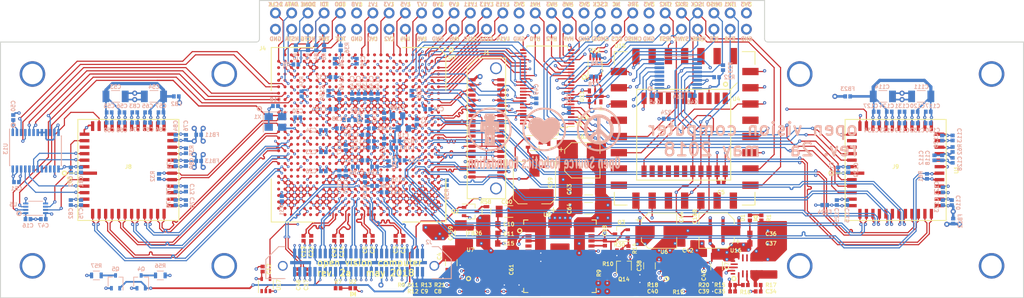
<source format=kicad_pcb>
(kicad_pcb (version 20171130) (host pcbnew 5.0.0-rc2-dev-unknown-538ab0e~65~ubuntu16.04.1)
  (layers (0 F.Cu signal) (1 In1.Cu signal) (2 In2.Cu signal) (3 In3.Cu signal hide) (4 In4.Cu signal hide) (31 B.Cu signal) (34 B.Paste user hide) (35 F.Paste user hide) (36 B.SilkS user) (37 F.SilkS user) (38 B.Mask user) (39 F.Mask user) (44 Edge.Cuts user))
  (net 0 "")
  (net 1 GND)
  (net 2 +3V3)
  (net 3 FPGA_CONFIG_DCLK)
  (net 4 PCIE_REFCLK-)
  (net 5 PCIE_REFCLK+)
  (net 6 PCIE_LANE0_RX-)
  (net 7 PCIE_LANE0_RX+)
  (net 8 PCIE_LANE1_RX-)
  (net 9 PCIE_LANE1_RX+)
  (net 10 PCIE_LANE1_TX-)
  (net 11 PCIE_LANE1_TX+)
  (net 12 PCIE_LANE0_TX-)
  (net 13 PCIE_LANE0_TX+)
  (net 14 FPGA_NCONFIG)
  (net 15 FPGA_CONF_DONE)
  (net 16 FPGA_NSTATUS)
  (net 17 +12V)
  (net 18 CAM2_CLKIN+)
  (net 19 CAM2_CLKIN-)
  (net 20 CAM2_CLKOUT+)
  (net 21 CAM2_CLKOUT-)
  (net 22 CAM1_CLKIN+)
  (net 23 CAM1_CLKIN-)
  (net 24 CAM1_CLKOUT+)
  (net 25 CAM1_CLKOUT-)
  (net 26 CAM2_DOUT3+)
  (net 27 CAM2_DOUT3-)
  (net 28 CAM2_DOUT2+)
  (net 29 CAM2_DOUT2-)
  (net 30 CAM2_DOUT1+)
  (net 31 CAM2_DOUT1-)
  (net 32 CAM2_DOUT0+)
  (net 33 CAM2_DOUT0-)
  (net 34 CAM1_DOUT3+)
  (net 35 CAM1_DOUT3-)
  (net 36 CAM1_DOUT2+)
  (net 37 CAM1_DOUT2-)
  (net 38 CAM1_DOUT1+)
  (net 39 CAM1_DOUT1-)
  (net 40 CAM1_DOUT0+)
  (net 41 CAM1_DOUT0-)
  (net 42 +1V8)
  (net 43 JETSON_CARRIER_PWR_ON)
  (net 44 CAM1_SYNC-)
  (net 45 CAM1_SYNC+)
  (net 46 CAM2_SYNC-)
  (net 47 CAM2_SYNC+)
  (net 48 /power/AGND)
  (net 49 "Net-(R10-Pad1)")
  (net 50 "Net-(R9-Pad1)")
  (net 51 "Net-(C58-Pad1)")
  (net 52 "Net-(U1-Pad45)")
  (net 53 "Net-(U1-Pad44)")
  (net 54 "Net-(U2-Pad45)")
  (net 55 FPGA_CONFIG_DATA0)
  (net 56 PCIE_RST_3V3)
  (net 57 /imagers/CAM2_VDDPIX)
  (net 58 "Net-(R35-Pad1)")
  (net 59 /imagers/CAM2_1V8)
  (net 60 /imagers/CAM2_3V3)
  (net 61 /power/PH)
  (net 62 "Net-(Q3-Pad3)")
  (net 63 "Net-(R34-Pad2)")
  (net 64 JETSON_RESET_OUT)
  (net 65 /power/PG_GRP1)
  (net 66 /power/~PWR_EN_GRP1)
  (net 67 /imagers/CAM1_3V3)
  (net 68 /imagers/CAM1_VDDPIX)
  (net 69 /imagers/CAM1_1V8)
  (net 70 "Net-(R62-Pad1)")
  (net 71 /fpga_power/VCC_GXBL)
  (net 72 /fpga_power/RREF_TL)
  (net 73 /fpga_pcie/REFCLK-)
  (net 74 /fpga_pcie/GXB_TX_L0+)
  (net 75 /fpga_pcie/GXB_TX_L1+)
  (net 76 /fpga_pcie/GXB_TX_L1-)
  (net 77 /fpga_pcie/GXB_TX_L0-)
  (net 78 /fpga_pcie/REFCLK+)
  (net 79 /fpga_io/PCIE_RST_1V8)
  (net 80 1V03)
  (net 81 /fpga_power/RREF_BL)
  (net 82 /fpga_io/CLK100)
  (net 83 0V9)
  (net 84 /fpga_power/VCCA)
  (net 85 DISCHARGE)
  (net 86 "Net-(U4-Pad8)")
  (net 87 "Net-(U4-Pad11)")
  (net 88 "Net-(U4-Pad14)")
  (net 89 "Net-(U4-Pad15)")
  (net 90 "Net-(U4-Pad20)")
  (net 91 "Net-(U4-Pad24)")
  (net 92 "Net-(U4-Pad25)")
  (net 93 "Net-(U4-Pad26)")
  (net 94 "Net-(U4-Pad27)")
  (net 95 "Net-(U4-Pad29)")
  (net 96 PCIE_LANE2_RX+)
  (net 97 PCIE_LANE2_RX-)
  (net 98 PCIE_LANE2_TX+)
  (net 99 PCIE_LANE2_TX-)
  (net 100 PCIE_LANE3_RX+)
  (net 101 PCIE_LANE3_RX-)
  (net 102 PCIE_LANE3_TX+)
  (net 103 PCIE_LANE3_TX-)
  (net 104 /fpga_pcie/GXB_TX_L3-)
  (net 105 /fpga_pcie/GXB_TX_L2-)
  (net 106 /fpga_pcie/GXB_TX_L2+)
  (net 107 /fpga_pcie/GXB_TX_L3+)
  (net 108 "Net-(U3-PadL1)")
  (net 109 "Net-(U3-PadR1)")
  (net 110 "Net-(U3-PadT1)")
  (net 111 "Net-(U3-PadU1)")
  (net 112 "Net-(U3-PadV1)")
  (net 113 "Net-(U3-PadF2)")
  (net 114 "Net-(U3-PadJ2)")
  (net 115 "Net-(U3-PadK2)")
  (net 116 "Net-(U3-PadL2)")
  (net 117 "Net-(U3-PadN2)")
  (net 118 "Net-(U3-PadP2)")
  (net 119 "Net-(U3-PadR2)")
  (net 120 "Net-(U3-PadT2)")
  (net 121 "Net-(U3-PadV2)")
  (net 122 "Net-(U3-PadW2)")
  (net 123 "Net-(U3-PadAC2)")
  (net 124 "Net-(U3-PadAD2)")
  (net 125 "Net-(U3-PadAE2)")
  (net 126 "Net-(U3-PadH3)")
  (net 127 "Net-(U3-PadJ3)")
  (net 128 "Net-(U3-PadL3)")
  (net 129 "Net-(U3-PadM3)")
  (net 130 "Net-(U3-PadN3)")
  (net 131 "Net-(U3-PadP3)")
  (net 132 "Net-(U3-PadT3)")
  (net 133 "Net-(U3-PadU3)")
  (net 134 "Net-(U3-PadV3)")
  (net 135 "Net-(U3-PadW3)")
  (net 136 "Net-(U3-PadAB3)")
  (net 137 "Net-(U3-PadAC3)")
  (net 138 "Net-(U3-PadAF3)")
  (net 139 "Net-(U3-PadG4)")
  (net 140 "Net-(U3-PadJ4)")
  (net 141 "Net-(U3-PadK4)")
  (net 142 "Net-(U3-PadL4)")
  (net 143 "Net-(U3-PadM4)")
  (net 144 "Net-(U3-PadP4)")
  (net 145 "Net-(U3-PadR4)")
  (net 146 "Net-(U3-PadT4)")
  (net 147 "Net-(U3-PadU4)")
  (net 148 "Net-(U3-PadY4)")
  (net 149 "Net-(U3-PadAB4)")
  (net 150 "Net-(U3-PadAE4)")
  (net 151 "Net-(U3-PadAF4)")
  (net 152 "Net-(U3-PadG5)")
  (net 153 "Net-(U3-PadH5)")
  (net 154 "Net-(U3-PadJ5)")
  (net 155 "Net-(U3-PadK5)")
  (net 156 "Net-(U3-PadM5)")
  (net 157 "Net-(U3-PadN5)")
  (net 158 "Net-(U3-PadP5)")
  (net 159 "Net-(U3-PadR5)")
  (net 160 "Net-(U3-PadU5)")
  (net 161 "Net-(U3-PadV5)")
  (net 162 "Net-(U3-PadAB5)")
  (net 163 "Net-(U3-PadAC5)")
  (net 164 "Net-(U3-PadAD5)")
  (net 165 "Net-(U3-PadH6)")
  (net 166 "Net-(U3-PadK6)")
  (net 167 "Net-(U3-PadL6)")
  (net 168 "Net-(U3-PadM6)")
  (net 169 "Net-(U3-PadN6)")
  (net 170 "Net-(U3-PadT6)")
  (net 171 "Net-(U3-PadU6)")
  (net 172 "Net-(U3-PadV6)")
  (net 173 "Net-(U3-PadY6)")
  (net 174 "Net-(U3-PadAB6)")
  (net 175 "Net-(U3-PadAC6)")
  (net 176 "Net-(U3-PadF7)")
  (net 177 "Net-(U3-PadH7)")
  (net 178 "Net-(U3-PadK7)")
  (net 179 "Net-(U3-PadL7)")
  (net 180 "Net-(U3-PadN7)")
  (net 181 "Net-(U3-PadP7)")
  (net 182 "Net-(U3-PadR7)")
  (net 183 "Net-(U3-PadT7)")
  (net 184 "Net-(U3-PadV7)")
  (net 185 "Net-(U3-PadW7)")
  (net 186 "Net-(U3-PadY7)")
  (net 187 "Net-(U3-PadAA7)")
  (net 188 "Net-(U3-PadAC7)")
  (net 189 "Net-(U3-PadAD7)")
  (net 190 "Net-(U3-PadF8)")
  (net 191 "Net-(U3-PadV8)")
  (net 192 "Net-(U3-PadW8)")
  (net 193 "Net-(U3-PadAA8)")
  (net 194 "Net-(U3-PadAC8)")
  (net 195 "Net-(U3-PadW9)")
  (net 196 "Net-(U3-PadAA9)")
  (net 197 "Net-(U3-PadAB9)")
  (net 198 "Net-(U3-PadAD9)")
  (net 199 "Net-(U3-PadAE9)")
  (net 200 "Net-(U3-PadAF9)")
  (net 201 "Net-(U3-PadG10)")
  (net 202 "Net-(U3-PadH10)")
  (net 203 "Net-(U3-PadR10)")
  (net 204 "Net-(U3-PadW10)")
  (net 205 "Net-(U3-PadAB10)")
  (net 206 "Net-(U3-PadAC10)")
  (net 207 "Net-(U3-PadAD10)")
  (net 208 "Net-(U3-PadAE10)")
  (net 209 "Net-(U3-PadF11)")
  (net 210 "Net-(U3-PadG11)")
  (net 211 "Net-(U3-PadR11)")
  (net 212 "Net-(U3-PadY11)")
  (net 213 "Net-(U3-PadAA11)")
  (net 214 "Net-(U3-PadAB11)")
  (net 215 "Net-(U3-PadAC11)")
  (net 216 "Net-(U3-PadF12)")
  (net 217 "Net-(U3-PadH12)")
  (net 218 "Net-(U3-PadW12)")
  (net 219 "Net-(U3-PadY12)")
  (net 220 "Net-(U3-PadAA12)")
  (net 221 "Net-(U3-PadAC12)")
  (net 222 "Net-(U3-PadAD12)")
  (net 223 "Net-(U3-PadAE12)")
  (net 224 "Net-(U3-PadF13)")
  (net 225 "Net-(U3-PadG13)")
  (net 226 "Net-(U3-PadH13)")
  (net 227 "Net-(U3-PadJ13)")
  (net 228 "Net-(U3-PadV13)")
  (net 229 "Net-(U3-PadW13)")
  (net 230 "Net-(U3-PadAA13)")
  (net 231 "Net-(U3-PadAB13)")
  (net 232 "Net-(U3-PadAD13)")
  (net 233 "Net-(U3-PadF14)")
  (net 234 "Net-(U3-PadG14)")
  (net 235 "Net-(U3-PadJ14)")
  (net 236 "Net-(U3-PadK14)")
  (net 237 "Net-(U3-PadW14)")
  (net 238 "Net-(U3-PadY14)")
  (net 239 "Net-(U3-PadAA14)")
  (net 240 "Net-(U3-PadAB14)")
  (net 241 "Net-(U3-PadAE14)")
  (net 242 "Net-(U3-PadG15)")
  (net 243 "Net-(U3-PadH15)")
  (net 244 "Net-(U3-PadJ15)")
  (net 245 "Net-(U3-PadW15)")
  (net 246 "Net-(U3-PadY15)")
  (net 247 "Net-(U3-PadAB15)")
  (net 248 "Net-(U3-PadAC15)")
  (net 249 "Net-(U3-PadAE15)")
  (net 250 "Net-(U3-PadE16)")
  (net 251 "Net-(U3-PadF16)")
  (net 252 "Net-(U3-PadG16)")
  (net 253 "Net-(U3-PadH16)")
  (net 254 "Net-(U3-PadV16)")
  (net 255 "Net-(U3-PadY16)")
  (net 256 "Net-(U3-PadAA16)")
  (net 257 "Net-(U3-PadAB16)")
  (net 258 "Net-(U3-PadAC16)")
  (net 259 "Net-(U3-PadD17)")
  (net 260 "Net-(U3-PadE17)")
  (net 261 "Net-(U3-PadF17)")
  (net 262 "Net-(U3-PadJ17)")
  (net 263 "Net-(U3-PadW17)")
  (net 264 "Net-(U3-PadY17)")
  (net 265 "Net-(U3-PadAA17)")
  (net 266 "Net-(U3-PadAC17)")
  (net 267 "Net-(U3-PadD18)")
  (net 268 "Net-(U3-PadF18)")
  (net 269 "Net-(U3-PadG18)")
  (net 270 "Net-(U3-PadH18)")
  (net 271 "Net-(U3-PadJ18)")
  (net 272 "Net-(U3-PadM18)")
  (net 273 "Net-(U3-PadV18)")
  (net 274 "Net-(U3-PadW18)")
  (net 275 "Net-(U3-PadAA18)")
  (net 276 "Net-(U3-PadAB18)")
  (net 277 "Net-(U3-PadAC18)")
  (net 278 "Net-(U3-PadAD18)")
  (net 279 "Net-(U3-PadF19)")
  (net 280 "Net-(U3-PadG19)")
  (net 281 "Net-(U3-PadJ19)")
  (net 282 "Net-(U3-PadK19)")
  (net 283 "Net-(U3-PadL19)")
  (net 284 "Net-(U3-PadM19)")
  (net 285 "Net-(U3-PadP19)")
  (net 286 "Net-(U3-PadR19)")
  (net 287 "Net-(U3-PadT19)")
  (net 288 "Net-(U3-PadU19)")
  (net 289 "Net-(U3-PadW19)")
  (net 290 "Net-(U3-PadY19)")
  (net 291 "Net-(U3-PadAA19)")
  (net 292 "Net-(U3-PadAB19)")
  (net 293 "Net-(U3-PadAD19)")
  (net 294 "Net-(U3-PadD20)")
  (net 295 "Net-(U3-PadE20)")
  (net 296 "Net-(U3-PadG20)")
  (net 297 "Net-(U3-PadH20)")
  (net 298 "Net-(U3-PadW20)")
  (net 299 "Net-(U3-PadY20)")
  (net 300 "Net-(U3-PadAB20)")
  (net 301 "Net-(U3-PadAC20)")
  (net 302 "Net-(U3-PadAD20)")
  (net 303 "Net-(U3-PadH21)")
  (net 304 "Net-(U3-PadY21)")
  (net 305 "Net-(U3-PadAA21)")
  (net 306 "Net-(U3-PadAB21)")
  (net 307 "Net-(U3-PadAC21)")
  (net 308 "Net-(U3-PadAF21)")
  (net 309 "Net-(U3-PadAF22)")
  (net 310 "Net-(U3-PadC25)")
  (net 311 "Net-(U3-PadE25)")
  (net 312 "Net-(U3-PadG25)")
  (net 313 "Net-(U3-PadJ25)")
  (net 314 "Net-(U3-PadC26)")
  (net 315 "Net-(U3-PadE26)")
  (net 316 "Net-(U3-PadG26)")
  (net 317 "Net-(U3-PadJ26)")
  (net 318 "Net-(J2-Pad20)")
  (net 319 "Net-(U3-PadW25)")
  (net 320 "Net-(U3-PadAA25)")
  (net 321 "Net-(U3-PadAC25)")
  (net 322 "Net-(U3-PadAE25)")
  (net 323 "Net-(U3-PadW26)")
  (net 324 "Net-(U3-PadAA26)")
  (net 325 "Net-(U3-PadAC26)")
  (net 326 "Net-(U3-PadAE26)")
  (net 327 FPGA_TMS)
  (net 328 FPGA_TCK)
  (net 329 FPGA_TDI)
  (net 330 FPGA_TDO)
  (net 331 "Net-(D1-Pad2)")
  (net 332 TX2_LED)
  (net 333 "Net-(D2-Pad2)")
  (net 334 +5V)
  (net 335 "Net-(U8-Pad4)")
  (net 336 "Net-(U8-Pad5)")
  (net 337 "Net-(U8-Pad6)")
  (net 338 "Net-(U8-Pad7)")
  (net 339 "Net-(U8-Pad9)")
  (net 340 "Net-(U8-Pad24)")
  (net 341 "Net-(U8-Pad25)")
  (net 342 "Net-(C8-Pad1)")
  (net 343 "Net-(U4-Pad7)")
  (net 344 "Net-(U11-Pad2)")
  (net 345 "Net-(U11-Pad3)")
  (net 346 /fpga_io/LED_DI_5V)
  (net 347 /fpga_io/LED_CI_5V)
  (net 348 /fpga_io/LED_DI_1V8)
  (net 349 /fpga_io/LED_CI_1V8)
  (net 350 "Net-(U13-Pad17)")
  (net 351 "Net-(U13-Pad16)")
  (net 352 "Net-(U13-Pad15)")
  (net 353 CAM2_MISO_3V3)
  (net 354 CAM2_MOSI_3V3)
  (net 355 CAM2_SCK_3V3)
  (net 356 CAM2_TRG_3V3)
  (net 357 CAM2_RST_3V3)
  (net 358 CAM2_CS_3V3)
  (net 359 /fpga_io/HSEXP_2-)
  (net 360 /fpga_io/HSEXP_2+)
  (net 361 /fpga_io/HSEXP_1-)
  (net 362 /fpga_io/HSEXP_1+)
  (net 363 /fpga_io/HSEXP_0-)
  (net 364 /fpga_io/HSEXP_0+)
  (net 365 /fpga_io/HSEXP_5+)
  (net 366 /fpga_io/HSEXP_5-)
  (net 367 /fpga_io/HSEXP_4+)
  (net 368 /fpga_io/HSEXP_4-)
  (net 369 /fpga_io/HSEXP_3+)
  (net 370 /fpga_io/HSEXP_3-)
  (net 371 /fpga_io/HSEXP_6-)
  (net 372 /fpga_io/HSEXP_6+)
  (net 373 /fpga_io/HSEXP_7-)
  (net 374 /fpga_io/HSEXP_7+)
  (net 375 /fpga_io/HSEXP16)
  (net 376 /fpga_io/HSEXP15)
  (net 377 /fpga_io/HSEXP14)
  (net 378 /fpga_io/HSEXP13)
  (net 379 /fpga_io/HSEXP12)
  (net 380 /fpga_io/HSEXP11)
  (net 381 /fpga_io/HSEXP10)
  (net 382 /fpga_io/HSEXP9)
  (net 383 /fpga_io/HSEXP8)
  (net 384 /fpga_io/IMU_MOSI_1V8)
  (net 385 /fpga_io/IMU_SCK_1V8)
  (net 386 CAM1_CS_3V3)
  (net 387 CAM1_RST_3V3)
  (net 388 CAM1_TRG_3V3)
  (net 389 CAM1_SCK_3V3)
  (net 390 CAM1_MISO_3V3)
  (net 391 CAM1_MOSI_3V3)
  (net 392 /fpga_io/LSEXP_0)
  (net 393 /fpga_io/LSEXP_1)
  (net 394 /fpga_io/LSEXP_7)
  (net 395 /fpga_io/LSEXP_6)
  (net 396 /fpga_io/LSEXP_5)
  (net 397 /fpga_io/LSEXP_4)
  (net 398 /fpga_io/LSEXP_3)
  (net 399 /fpga_io/LSEXP_2)
  (net 400 /fpga_io/LSEXP_15)
  (net 401 /fpga_io/LSEXP_14)
  (net 402 /fpga_io/LSEXP_13)
  (net 403 /fpga_io/LSEXP_12)
  (net 404 /fpga_io/LSEXP_11)
  (net 405 /fpga_io/LSEXP_10)
  (net 406 /fpga_io/LSEXP_9)
  (net 407 /fpga_io/LSEXP_8)
  (net 408 /fpga_io/IMU_NRST_1V8)
  (net 409 /fpga_io/IMU_SYNC_IN_1V8)
  (net 410 /fpga_io/IMU_CS_1V8)
  (net 411 /fpga_io/CAM1_TRG_1V8)
  (net 412 /fpga_io/CAM1_SCK_1V8)
  (net 413 /fpga_io/CAM1_RST_1V8)
  (net 414 /fpga_io/CAM1_CS_1V8)
  (net 415 /fpga_io/CAM1_MOSI_1V8)
  (net 416 /fpga_io/LSEXP_HV_5_1V8)
  (net 417 /fpga_io/LSEXP_HV_4_1V8)
  (net 418 /fpga_io/LSEXP_HV_3_1V8)
  (net 419 /fpga_io/LSEXP_HV_2_1V8)
  (net 420 /fpga_io/LSEXP_HV_1_1V8)
  (net 421 /fpga_io/LSEXP_HV_0_1V8)
  (net 422 /fpga_io/LSEXP_HV_0)
  (net 423 /fpga_io/LSEXP_HV_1)
  (net 424 /fpga_io/LSEXP_HV_2)
  (net 425 /fpga_io/LSEXP_HV_3)
  (net 426 /fpga_io/LSEXP_HV_4)
  (net 427 /fpga_io/LSEXP_HV_5)
  (net 428 /fpga_io/CAM2_MISO_1V8)
  (net 429 /fpga_io/CAM2_TRG_1V8)
  (net 430 /fpga_io/CAM2_RST_1V8)
  (net 431 /fpga_io/CAM2_CS_1V8)
  (net 432 /fpga_io/CAM2_MOSI_1V8)
  (net 433 /fpga_io/CAM2_SCK_1V8)
  (net 434 /fpga_io/IMU_SYNC_OUT_1V8)
  (net 435 /fpga_io/IMU_MISO_1V8)
  (net 436 /fpga_io/CAM1_MISO_1V8)
  (net 437 IMU_TX1_3V3)
  (net 438 IMU_RX1_3V3)
  (net 439 IMU_TX2_3V3)
  (net 440 IMU_RX2_3V3)
  (net 441 IMU_SYNC_OUT_3V3)
  (net 442 IMU_SCK_3V3)
  (net 443 IMU_MOSI_3V3)
  (net 444 IMU_MISO_3V3)
  (net 445 IMU_NRST_3V3)
  (net 446 IMU_SYNC_IN_3V3)
  (net 447 IMU_CS_3V3)
  (net 448 "Net-(J2-Pad38)")
  (net 449 "Net-(J2-Pad40)")
  (net 450 "Net-(U3-PadB10)")
  (net 451 "Net-(U3-PadB9)")
  (net 452 "Net-(U3-PadC10)")
  (net 453 "Net-(U3-PadB8)")
  (net 454 "Net-(U15-Pad1)")
  (net 455 "Net-(U15-Pad2)")
  (net 456 "Net-(U15-Pad4)")
  (net 457 "Net-(U15-Pad5)")
  (net 458 "Net-(U15-Pad10)")
  (net 459 "Net-(U15-Pad13)")
  (net 460 "Net-(U15-Pad14)")
  (net 461 "Net-(U15-Pad15)")
  (net 462 "Net-(U15-Pad16)")
  (net 463 "Net-(U15-Pad17)")
  (net 464 "Net-(U15-Pad8)")
  (net 465 "Net-(U15-Pad9)")
  (net 466 "Net-(J4-Pad44)")
  (net 467 "Net-(U3-PadE10)")
  (net 468 "Net-(U3-PadD9)")
  (net 469 "Net-(U3-PadE7)")
  (net 470 "Net-(Q1-Pad3)")
  (net 471 "Net-(Q2-Pad3)")
  (net 472 "Net-(Q5-Pad3)")
  (net 473 "Net-(Q4-Pad3)")
  (net 474 CAM2_MONITOR)
  (net 475 /fpga_io/CAM2_MONITOR_1V8)
  (net 476 /fpga_io/IMU_TX1_1V8)
  (net 477 "Net-(J2-Pad12)")
  (net 478 "Net-(U16-Pad2)")
  (net 479 "Net-(U16-Pad11)")
  (net 480 "Net-(U16-Pad10)")
  (net 481 "Net-(U16-Pad15)")
  (net 482 "Net-(U16-Pad18)")
  (net 483 "Net-(C35-Pad2)")
  (net 484 "Net-(R17-Pad1)")
  (net 485 "Net-(C34-Pad1)")
  (net 486 "Net-(R16-Pad2)")
  (net 487 "Net-(R19-Pad2)")
  (net 488 "Net-(C40-Pad2)")
  (net 489 "Net-(C39-Pad1)")
  (net 490 "Net-(R20-Pad1)")
  (net 491 "Net-(U6-Pad2)")
  (net 492 "Net-(U6-Pad11)")
  (net 493 "Net-(U6-Pad10)")
  (net 494 "Net-(U6-Pad15)")
  (net 495 "Net-(R11-Pad2)")
  (net 496 "Net-(C9-Pad2)")
  (net 497 "Net-(R8-Pad1)")
  (net 498 "Net-(R13-Pad2)")
  (net 499 "Net-(R21-Pad1)")
  (net 500 "Net-(U7-Pad11)")
  (net 501 "Net-(U7-Pad10)")
  (net 502 "Net-(U7-Pad15)")
  (net 503 "Net-(U8-Pad8)")
  (module silkscreen:OSRF_logo (layer B.Cu) (at 143.6 81.8 180)
    (fp_text reference Z2 hide)
    (fp_text value Logo_Open_Hardware_Small hide)
  )
  (module Pin_Headers:Pin_Header_Straight_2x30_Pitch2.54mm (layer F.Cu) (at 101.5 65 90)
    (fp_text reference J4 (at -3 -2 180) (layer F.SilkS) (effects (font (size 0.6 0.6) (thickness 0.127))))
    (fp_text value "LOW-SPEED EXPANSION")
    (pad 60 thru_hole oval (at 2.54 73.66 90) (size 1.7 1.7) (drill 1) (layers *.Cu *.Mask) (net 2 +3V3))
    (pad 59 thru_hole oval (at 0 73.66 90) (size 1.7 1.7) (drill 1) (layers *.Cu *.Mask) (net 1 GND))
    (pad 58 thru_hole oval (at 2.54 71.12 90) (size 1.7 1.7) (drill 1) (layers *.Cu *.Mask) (net 437 IMU_TX1_3V3))
    (pad 57 thru_hole oval (at 0 71.12 90) (size 1.7 1.7) (drill 1) (layers *.Cu *.Mask) (net 438 IMU_RX1_3V3))
    (pad 56 thru_hole oval (at 2.54 68.58 90) (size 1.7 1.7) (drill 1) (layers *.Cu *.Mask) (net 444 IMU_MISO_3V3))
    (pad 55 thru_hole oval (at 0 68.58 90) (size 1.7 1.7) (drill 1) (layers *.Cu *.Mask) (net 447 IMU_CS_3V3))
    (pad 54 thru_hole oval (at 2.54 66.04 90) (size 1.7 1.7) (drill 1) (layers *.Cu *.Mask) (net 442 IMU_SCK_3V3))
    (pad 53 thru_hole oval (at 0 66.04 90) (size 1.7 1.7) (drill 1) (layers *.Cu *.Mask) (net 443 IMU_MOSI_3V3))
    (pad 52 thru_hole oval (at 2.54 63.5 90) (size 1.7 1.7) (drill 1) (layers *.Cu *.Mask) (net 440 IMU_RX2_3V3))
    (pad 51 thru_hole oval (at 0 63.5 90) (size 1.7 1.7) (drill 1) (layers *.Cu *.Mask) (net 446 IMU_SYNC_IN_3V3))
    (pad 50 thru_hole oval (at 2.54 60.96 90) (size 1.7 1.7) (drill 1) (layers *.Cu *.Mask) (net 439 IMU_TX2_3V3))
    (pad 49 thru_hole oval (at 0 60.96 90) (size 1.7 1.7) (drill 1) (layers *.Cu *.Mask) (net 445 IMU_NRST_3V3))
    (pad 48 thru_hole oval (at 2.54 58.42 90) (size 1.7 1.7) (drill 1) (layers *.Cu *.Mask) (net 2 +3V3))
    (pad 47 thru_hole oval (at 0 58.42 90) (size 1.7 1.7) (drill 1) (layers *.Cu *.Mask) (net 1 GND))
    (pad 46 thru_hole oval (at 2.54 55.88 90) (size 1.7 1.7) (drill 1) (layers *.Cu *.Mask) (net 388 CAM1_TRG_3V3))
    (pad 45 thru_hole oval (at 0 55.88 90) (size 1.7 1.7) (drill 1) (layers *.Cu *.Mask) (net 390 CAM1_MISO_3V3))
    (pad 44 thru_hole oval (at 2.54 53.34 90) (size 1.7 1.7) (drill 1) (layers *.Cu *.Mask) (net 466 "Net-(J4-Pad44)"))
    (pad 43 thru_hole oval (at 0 53.34 90) (size 1.7 1.7) (drill 1) (layers *.Cu *.Mask) (net 386 CAM1_CS_3V3))
    (pad 42 thru_hole oval (at 2.54 50.8 90) (size 1.7 1.7) (drill 1) (layers *.Cu *.Mask) (net 389 CAM1_SCK_3V3))
    (pad 41 thru_hole oval (at 0 50.8 90) (size 1.7 1.7) (drill 1) (layers *.Cu *.Mask) (net 391 CAM1_MOSI_3V3))
    (pad 40 thru_hole oval (at 2.54 48.26 90) (size 1.7 1.7) (drill 1) (layers *.Cu *.Mask) (net 2 +3V3))
    (pad 39 thru_hole oval (at 0 48.26 90) (size 1.7 1.7) (drill 1) (layers *.Cu *.Mask) (net 1 GND))
    (pad 38 thru_hole oval (at 2.54 45.72 90) (size 1.7 1.7) (drill 1) (layers *.Cu *.Mask) (net 427 /fpga_io/LSEXP_HV_5))
    (pad 37 thru_hole oval (at 0 45.72 90) (size 1.7 1.7) (drill 1) (layers *.Cu *.Mask) (net 426 /fpga_io/LSEXP_HV_4))
    (pad 36 thru_hole oval (at 2.54 43.18 90) (size 1.7 1.7) (drill 1) (layers *.Cu *.Mask) (net 425 /fpga_io/LSEXP_HV_3))
    (pad 35 thru_hole oval (at 0 43.18 90) (size 1.7 1.7) (drill 1) (layers *.Cu *.Mask) (net 424 /fpga_io/LSEXP_HV_2))
    (pad 34 thru_hole oval (at 2.54 40.64 90) (size 1.7 1.7) (drill 1) (layers *.Cu *.Mask) (net 423 /fpga_io/LSEXP_HV_1))
    (pad 33 thru_hole oval (at 0 40.64 90) (size 1.6 1.6) (drill 1) (layers *.Cu *.Mask) (net 422 /fpga_io/LSEXP_HV_0))
    (pad 32 thru_hole oval (at 2.54 38.1 90) (size 1.7 1.7) (drill 1) (layers *.Cu *.Mask) (net 2 +3V3))
    (pad 31 thru_hole oval (at 0 38.1 90) (size 1.6 1.6) (drill 1) (layers *.Cu *.Mask) (net 1 GND))
    (pad 30 thru_hole oval (at 2.54 35.56 90) (size 1.7 1.7) (drill 1) (layers *.Cu *.Mask) (net 400 /fpga_io/LSEXP_15))
    (pad 29 thru_hole oval (at 0 35.56 90) (size 1.6 1.6) (drill 1) (layers *.Cu *.Mask) (net 401 /fpga_io/LSEXP_14))
    (pad 28 thru_hole oval (at 2.54 33.02 90) (size 1.7 1.7) (drill 1) (layers *.Cu *.Mask) (net 402 /fpga_io/LSEXP_13))
    (pad 27 thru_hole oval (at 0 33.02 90) (size 1.7 1.7) (drill 1) (layers *.Cu *.Mask) (net 403 /fpga_io/LSEXP_12))
    (pad 26 thru_hole oval (at 2.54 30.48 90) (size 1.7 1.7) (drill 1) (layers *.Cu *.Mask) (net 404 /fpga_io/LSEXP_11))
    (pad 25 thru_hole oval (at 0 30.48 90) (size 1.7 1.7) (drill 1) (layers *.Cu *.Mask) (net 405 /fpga_io/LSEXP_10))
    (pad 24 thru_hole oval (at 2.54 27.94 90) (size 1.7 1.7) (drill 1) (layers *.Cu *.Mask) (net 406 /fpga_io/LSEXP_9))
    (pad 23 thru_hole oval (at 0 27.94 90) (size 1.7 1.7) (drill 1) (layers *.Cu *.Mask) (net 407 /fpga_io/LSEXP_8))
    (pad 22 thru_hole oval (at 2.54 25.4 90) (size 1.7 1.7) (drill 1) (layers *.Cu *.Mask) (net 42 +1V8))
    (pad 21 thru_hole oval (at 0 25.4 90) (size 1.7 1.7) (drill 1) (layers *.Cu *.Mask) (net 1 GND))
    (pad 20 thru_hole oval (at 2.54 22.86 90) (size 1.7 1.7) (drill 1) (layers *.Cu *.Mask) (net 394 /fpga_io/LSEXP_7))
    (pad 19 thru_hole oval (at 0 22.86 90) (size 1.7 1.7) (drill 1) (layers *.Cu *.Mask) (net 395 /fpga_io/LSEXP_6))
    (pad 18 thru_hole oval (at 2.54 20.32 90) (size 1.7 1.7) (drill 1) (layers *.Cu *.Mask) (net 396 /fpga_io/LSEXP_5))
    (pad 17 thru_hole oval (at 0 20.32 90) (size 1.7 1.7) (drill 1) (layers *.Cu *.Mask) (net 397 /fpga_io/LSEXP_4))
    (pad 16 thru_hole oval (at 2.54 17.78 90) (size 1.7 1.7) (drill 1) (layers *.Cu *.Mask) (net 398 /fpga_io/LSEXP_3))
    (pad 15 thru_hole oval (at 0 17.78 90) (size 1.7 1.7) (drill 1) (layers *.Cu *.Mask) (net 399 /fpga_io/LSEXP_2))
    (pad 14 thru_hole oval (at 2.54 15.24 90) (size 1.7 1.7) (drill 1) (layers *.Cu *.Mask) (net 393 /fpga_io/LSEXP_1))
    (pad 13 thru_hole oval (at 0 15.24 90) (size 1.7 1.7) (drill 1) (layers *.Cu *.Mask) (net 392 /fpga_io/LSEXP_0))
    (pad 12 thru_hole oval (at 2.54 12.7 90) (size 1.7 1.7) (drill 1) (layers *.Cu *.Mask) (net 42 +1V8))
    (pad 11 thru_hole oval (at 0 12.7 90) (size 1.7 1.7) (drill 1) (layers *.Cu *.Mask) (net 1 GND))
    (pad 10 thru_hole oval (at 2.54 10.16 90) (size 1.7 1.7) (drill 1) (layers *.Cu *.Mask) (net 330 FPGA_TDO))
    (pad 9 thru_hole oval (at 0 10.16 90) (size 1.7 1.7) (drill 1) (layers *.Cu *.Mask) (net 328 FPGA_TCK))
    (pad 8 thru_hole oval (at 2.54 7.62 90) (size 1.7 1.7) (drill 1) (layers *.Cu *.Mask) (net 329 FPGA_TDI))
    (pad 7 thru_hole oval (at 0 7.62 90) (size 1.7 1.7) (drill 1) (layers *.Cu *.Mask) (net 327 FPGA_TMS))
    (pad 6 thru_hole oval (at 2.54 5.08 90) (size 1.7 1.7) (drill 1) (layers *.Cu *.Mask) (net 15 FPGA_CONF_DONE))
    (pad 5 thru_hole oval (at 0 5.08 90) (size 1.7 1.7) (drill 1) (layers *.Cu *.Mask) (net 14 FPGA_NCONFIG))
    (pad 4 thru_hole oval (at 2.54 2.54 90) (size 1.7 1.7) (drill 1) (layers *.Cu *.Mask) (net 55 FPGA_CONFIG_DATA0))
    (pad 3 thru_hole oval (at 0 2.54 90) (size 1.7 1.7) (drill 1) (layers *.Cu *.Mask) (net 16 FPGA_NSTATUS))
    (pad 2 thru_hole oval (at 2.54 0 90) (size 1.7 1.7) (drill 1) (layers *.Cu *.Mask) (net 3 FPGA_CONFIG_DCLK))
    (pad 1 thru_hole circle (at 0 0 90) (size 1.7 1.7) (drill 1) (layers *.Cu *.Mask) (net 1 GND))
  )
  (module Capacitor_SMD:C_0402_1005Metric (layer B.Cu) (at 147.4 77.7 270)
    (fp_text reference C52 (at -1.8 0 270) (layer B.SilkS) (effects (font (size 0.6 0.6) (thickness 0.127)) (justify mirror)))
    (fp_text value 100n)
    (pad 2 smd rect (at 0.3875 0 270) (size 0.575 0.65) (layers B.Cu B.Paste B.Mask) (net 1 GND))
    (pad 1 smd rect (at -0.3875 0 270) (size 0.575 0.65) (layers B.Cu B.Paste B.Mask) (net 2 +3V3))
  )
  (module Capacitor_SMD:C_0402_1005Metric (layer B.Cu) (at 61 88.9)
    (fp_text reference C51 (at 0 1) (layer B.SilkS) (effects (font (size 0.6 0.6) (thickness 0.127)) (justify mirror)))
    (fp_text value 100n)
    (pad 1 smd rect (at -0.3875 0) (size 0.575 0.65) (layers B.Cu B.Paste B.Mask) (net 2 +3V3))
    (pad 2 smd rect (at 0.3875 0) (size 0.575 0.65) (layers B.Cu B.Paste B.Mask) (net 1 GND))
  )
  (module Capacitor_SMD:C_0402_1005Metric (layer B.Cu) (at 60.5 78.8 90)
    (fp_text reference C50 (at 1.8 0 90) (layer B.SilkS) (effects (font (size 0.6 0.6) (thickness 0.127)) (justify mirror)))
    (fp_text value 100n)
    (pad 2 smd rect (at 0.3875 0 90) (size 0.575 0.65) (layers B.Cu B.Paste B.Mask) (net 1 GND))
    (pad 1 smd rect (at -0.3875 0 90) (size 0.575 0.65) (layers B.Cu B.Paste B.Mask) (net 42 +1V8))
  )
  (module Capacitor_SMD:C_0402_1005Metric (layer B.Cu) (at 166.7 75.4 180)
    (fp_text reference C48 (at 0 -1 180) (layer B.SilkS) (effects (font (size 0.6 0.6) (thickness 0.127)) (justify mirror)))
    (fp_text value 100n)
    (pad 1 smd rect (at -0.3875 0 180) (size 0.575 0.65) (layers B.Cu B.Paste B.Mask) (net 2 +3V3))
    (pad 2 smd rect (at 0.3875 0 180) (size 0.575 0.65) (layers B.Cu B.Paste B.Mask) (net 1 GND))
  )
  (module Capacitor_SMD:C_0402_1005Metric (layer B.Cu) (at 65.2 94.7 180)
    (fp_text reference C47 (at 0 -1 180) (layer B.SilkS) (effects (font (size 0.6 0.6) (thickness 0.127)) (justify mirror)))
    (fp_text value 100n)
    (pad 2 smd rect (at 0.3875 0 180) (size 0.575 0.65) (layers B.Cu B.Paste B.Mask) (net 1 GND))
    (pad 1 smd rect (at -0.3875 0 180) (size 0.575 0.65) (layers B.Cu B.Paste B.Mask) (net 2 +3V3))
  )
  (module Capacitor_SMD:C_0402_1005Metric (layer B.Cu) (at 160.8 75.4 180)
    (fp_text reference C45 (at 0 -1 180) (layer B.SilkS) (effects (font (size 0.6 0.6) (thickness 0.127)) (justify mirror)))
    (fp_text value 100n)
    (pad 1 smd rect (at -0.3875 0 180) (size 0.575 0.65) (layers B.Cu B.Paste B.Mask) (net 42 +1V8))
    (pad 2 smd rect (at 0.3875 0 180) (size 0.575 0.65) (layers B.Cu B.Paste B.Mask) (net 1 GND))
  )
  (module Capacitor_SMD:C_0402_1005Metric (layer B.Cu) (at 62.8 94.7)
    (fp_text reference C16 (at 0 1) (layer B.SilkS) (effects (font (size 0.6 0.6) (thickness 0.127)) (justify mirror)))
    (fp_text value 100n)
    (pad 2 smd rect (at 0.3875 0) (size 0.575 0.65) (layers B.Cu B.Paste B.Mask) (net 1 GND))
    (pad 1 smd rect (at -0.3875 0) (size 0.575 0.65) (layers B.Cu B.Paste B.Mask) (net 42 +1V8))
  )
  (module Capacitor_SMD:C_0402_1005Metric (layer B.Cu) (at 142.3 76.2 90)
    (fp_text reference C49 (at 1.8 0 90) (layer B.SilkS) (effects (font (size 0.6 0.6) (thickness 0.127)) (justify mirror)))
    (fp_text value 100n)
    (pad 1 smd rect (at -0.3875 0 90) (size 0.575 0.65) (layers B.Cu B.Paste B.Mask) (net 42 +1V8))
    (pad 2 smd rect (at 0.3875 0 90) (size 0.575 0.65) (layers B.Cu B.Paste B.Mask) (net 1 GND))
  )
  (module Capacitor_SMD:C_0402_1005Metric (layer B.Cu) (at 151.3 72.4)
    (fp_text reference C78 (at 0 1.18) (layer B.SilkS) (effects (font (size 0.6 0.6) (thickness 0.127)) (justify mirror)))
    (fp_text value 100n)
    (pad 2 smd rect (at 0.3875 0) (size 0.575 0.65) (layers B.Cu B.Paste B.Mask) (net 1 GND))
    (pad 1 smd rect (at -0.3875 0) (size 0.575 0.65) (layers B.Cu B.Paste B.Mask) (net 334 +5V))
  )
  (module Capacitor_SMD:C_0402_1005Metric (layer B.Cu) (at 151.7 69.1)
    (fp_text reference C85 (at 0 1.18) (layer B.SilkS) (effects (font (size 0.6 0.6) (thickness 0.127)) (justify mirror)))
    (fp_text value 100n)
    (pad 1 smd rect (at -0.3875 0) (size 0.575 0.65) (layers B.Cu B.Paste B.Mask) (net 42 +1V8))
    (pad 2 smd rect (at 0.3875 0) (size 0.575 0.65) (layers B.Cu B.Paste B.Mask) (net 1 GND))
  )
  (module Resistor_SMD:R_0402_1005Metric (layer B.Cu) (at 170.5 72.5 180)
    (fp_text reference R22 (at -2 0 180) (layer B.SilkS) (effects (font (size 0.6 0.6) (thickness 0.127)) (justify mirror)))
    (fp_text value 10k)
    (pad 1 smd rect (at -0.3875 0 180) (size 0.575 0.65) (layers B.Cu B.Paste B.Mask) (net 2 +3V3))
    (pad 2 smd rect (at 0.3875 0 180) (size 0.575 0.65) (layers B.Cu B.Paste B.Mask) (net 437 IMU_TX1_3V3))
  )
  (module Resistor_SMD:R_0402_1005Metric (layer B.Cu) (at 162.6125 79)
    (fp_text reference R24 (at 0 -1) (layer B.SilkS) (effects (font (size 0.6 0.6) (thickness 0.127)) (justify mirror)))
    (fp_text value 10k)
    (pad 2 smd rect (at 0.3875 0) (size 0.575 0.65) (layers B.Cu B.Paste B.Mask) (net 441 IMU_SYNC_OUT_3V3))
    (pad 1 smd rect (at -0.3875 0) (size 0.575 0.65) (layers B.Cu B.Paste B.Mask) (net 2 +3V3))
  )
  (module Resistor_SMD:R_0402_1005Metric (layer B.Cu) (at 171.5 71 90)
    (fp_text reference R23 (at 0 1.18 90) (layer B.SilkS) (effects (font (size 0.6 0.6) (thickness 0.127)) (justify mirror)))
    (fp_text value 10k)
    (pad 1 smd rect (at -0.3875 0 90) (size 0.575 0.65) (layers B.Cu B.Paste B.Mask) (net 2 +3V3))
    (pad 2 smd rect (at 0.3875 0 90) (size 0.575 0.65) (layers B.Cu B.Paste B.Mask) (net 444 IMU_MISO_3V3))
  )
  (module DCDC:TI_RVQ_42 (layer F.Cu) (at 146 100.5 270)
    (fp_text reference U8 (at -6.5 2) (layer F.SilkS) (effects (font (size 0.6 0.6) (thickness 0.127))))
    (fp_text value LMZ31707)
    (pad 2 smd rect (at -3.2 4.925 270) (size 0.5 0.95) (layers F.Cu F.Paste F.Mask) (net 48 /power/AGND))
    (pad 3 smd rect (at -2.4 4.925 270) (size 0.5 0.95) (layers F.Cu F.Paste F.Mask) (net 17 +12V))
    (pad 4 smd rect (at -1.6 4.925 270) (size 0.5 0.95) (layers F.Cu F.Paste F.Mask) (net 335 "Net-(U8-Pad4)"))
    (pad 5 smd rect (at -0.8 4.925 270) (size 0.5 0.95) (layers F.Cu F.Paste F.Mask) (net 336 "Net-(U8-Pad5)"))
    (pad 6 smd rect (at 0 4.925 270) (size 0.5 0.95) (layers F.Cu F.Paste F.Mask) (net 337 "Net-(U8-Pad6)"))
    (pad 7 smd rect (at 0.8 4.925 270) (size 0.5 0.95) (layers F.Cu F.Paste F.Mask) (net 338 "Net-(U8-Pad7)"))
    (pad 8 smd rect (at 1.6 4.925 270) (size 0.5 0.95) (layers F.Cu F.Paste F.Mask) (net 503 "Net-(U8-Pad8)"))
    (pad 9 smd rect (at 2.4 4.925 270) (size 0.5 0.95) (layers F.Cu F.Paste F.Mask) (net 339 "Net-(U8-Pad9)"))
    (pad 10 smd rect (at 3.2 4.925 270) (size 0.5 0.95) (layers F.Cu F.Paste F.Mask) (net 61 /power/PH))
    (pad 1 smd rect (at -4.575 4.575 270) (size 1.65 1.65) (layers F.Cu F.Paste F.Mask) (net 17 +12V))
    (pad 11 smd rect (at 4.575 4.575 270) (size 1.65 1.65) (layers F.Cu F.Paste F.Mask) (net 17 +12V))
    (pad 14 smd rect (at 4.925 1.6) (size 0.5 0.95) (layers F.Cu F.Paste F.Mask) (net 61 /power/PH))
    (pad 15 smd rect (at 4.925 0.8) (size 0.5 0.95) (layers F.Cu F.Paste F.Mask) (net 61 /power/PH))
    (pad 13 smd rect (at 4.925 2.4) (size 0.5 0.95) (layers F.Cu F.Paste F.Mask) (net 61 /power/PH))
    (pad 18 smd rect (at 4.925 -1.6) (size 0.5 0.95) (layers F.Cu F.Paste F.Mask) (net 61 /power/PH))
    (pad 16 smd rect (at 4.925 0) (size 0.5 0.95) (layers F.Cu F.Paste F.Mask) (net 61 /power/PH))
    (pad 19 smd rect (at 4.925 -2.4) (size 0.5 0.95) (layers F.Cu F.Paste F.Mask) (net 61 /power/PH))
    (pad 20 smd rect (at 4.925 -3.2) (size 0.5 0.95) (layers F.Cu F.Paste F.Mask) (net 1 GND))
    (pad 17 smd rect (at 4.925 -0.8) (size 0.5 0.95) (layers F.Cu F.Paste F.Mask) (net 61 /power/PH))
    (pad 12 smd rect (at 4.925 3.2) (size 0.5 0.95) (layers F.Cu F.Paste F.Mask) (net 17 +12V))
    (pad 21 smd rect (at 4.575 -4.575 270) (size 1.65 1.65) (layers F.Cu F.Paste F.Mask) (net 1 GND))
    (pad 31 smd rect (at -4.575 -4.575 270) (size 1.65 1.65) (layers F.Cu F.Paste F.Mask) (net 1 GND))
    (pad 30 smd rect (at -3.2 -4.925 90) (size 0.5 0.95) (layers F.Cu F.Paste F.Mask) (net 62 "Net-(Q3-Pad3)"))
    (pad 27 smd rect (at -0.8 -4.925 90) (size 0.5 0.95) (layers F.Cu F.Paste F.Mask) (net 83 0V9))
    (pad 22 smd rect (at 3.2 -4.925 90) (size 0.5 0.95) (layers F.Cu F.Paste F.Mask) (net 50 "Net-(R9-Pad1)"))
    (pad 28 smd rect (at -1.6 -4.925 90) (size 0.5 0.95) (layers F.Cu F.Paste F.Mask) (net 51 "Net-(C58-Pad1)"))
    (pad 26 smd rect (at 0 -4.925 90) (size 0.5 0.95) (layers F.Cu F.Paste F.Mask) (net 49 "Net-(R10-Pad1)"))
    (pad 29 smd rect (at -2.4 -4.925 90) (size 0.5 0.95) (layers F.Cu F.Paste F.Mask) (net 48 /power/AGND))
    (pad 24 smd rect (at 1.6 -4.925 90) (size 0.5 0.95) (layers F.Cu F.Paste F.Mask) (net 340 "Net-(U8-Pad24)"))
    (pad 25 smd rect (at 0.8 -4.925 90) (size 0.5 0.95) (layers F.Cu F.Paste F.Mask) (net 341 "Net-(U8-Pad25)"))
    (pad 23 smd rect (at 2.4 -4.925 90) (size 0.5 0.95) (layers F.Cu F.Paste F.Mask) (net 48 /power/AGND))
    (pad 35 smd rect (at -4.925 -0.8 180) (size 0.5 0.95) (layers F.Cu F.Paste F.Mask) (net 83 0V9))
    (pad 33 smd rect (at -4.925 -2.4 180) (size 0.5 0.95) (layers F.Cu F.Paste F.Mask) (net 1 GND))
    (pad 40 smd rect (at -4.925 3.2 180) (size 0.5 0.95) (layers F.Cu F.Paste F.Mask) (net 17 +12V))
    (pad 39 smd rect (at -4.925 2.4 180) (size 0.5 0.95) (layers F.Cu F.Paste F.Mask) (net 17 +12V))
    (pad 34 smd rect (at -4.925 -1.6 180) (size 0.5 0.95) (layers F.Cu F.Paste F.Mask) (net 83 0V9))
    (pad 36 smd rect (at -4.925 0 180) (size 0.5 0.95) (layers F.Cu F.Paste F.Mask) (net 83 0V9))
    (pad 37 smd rect (at -4.925 0.8 180) (size 0.5 0.95) (layers F.Cu F.Paste F.Mask) (net 83 0V9))
    (pad 38 smd rect (at -4.925 1.6 180) (size 0.5 0.95) (layers F.Cu F.Paste F.Mask) (net 83 0V9))
    (pad 32 smd rect (at -4.925 -3.2 180) (size 0.5 0.95) (layers F.Cu F.Paste F.Mask) (net 1 GND))
    (pad 41 smd rect (at -3.55 0 270) (size 1.4 3.29) (layers F.Cu F.Paste F.Mask) (net 83 0V9))
    (pad 42 smd rect (at 3.55 0 270) (size 1.4 3.29) (layers F.Cu F.Paste F.Mask) (net 61 /power/PH))
    (pad 42 smd rect (at 1.2 0) (size 0.525 6) (layers F.Cu F.Paste F.Mask) (net 61 /power/PH))
  )
  (module Symbols:OSHW-Symbol_6.7x6mm_SilkScreen (layer F.Cu) (at 137 92)
    (fp_text reference Z1 hide)
    (fp_text value Logo_Open_Hardware_Small hide)
  )
  (module Capacitor_SMD:C_1206_3216Metric (layer F.Cu) (at 130.5 96.9 270)
    (fp_text reference C159 (at 0 1.6 270) (layer F.SilkS) (effects (font (size 0.6 0.6) (thickness 0.127))))
    (fp_text value 100u)
    (pad 1 smd rect (at -1.43 0 270) (size 1.22 1.8) (layers F.Cu F.Paste F.Mask) (net 71 /fpga_power/VCC_GXBL))
    (pad 2 smd rect (at 1.43 0 270) (size 1.22 1.8) (layers F.Cu F.Paste F.Mask) (net 1 GND))
  )
  (module Resistor_SMD:R_0402_1005Metric (layer F.Cu) (at 153.030206 103.150128 90)
    (fp_text reference R9 (at 0 -0.930206 90) (layer F.SilkS) (effects (font (size 0.6 0.6) (thickness 0.127))))
    (fp_text value 1M)
    (pad 1 smd rect (at -0.3875 0 90) (size 0.575 0.65) (layers F.Cu F.Paste F.Mask) (net 50 "Net-(R9-Pad1)"))
    (pad 2 smd rect (at 0.3875 0 90) (size 0.575 0.65) (layers F.Cu F.Paste F.Mask) (net 48 /power/AGND))
  )
  (module Resistor_SMD:R_0402_1005Metric (layer F.Cu) (at 153.5 100.7)
    (fp_text reference R10 (at 0 1) (layer F.SilkS) (effects (font (size 0.6 0.6) (thickness 0.127))))
    (fp_text value 2k87)
    (pad 2 smd rect (at 0.3875 0) (size 0.575 0.65) (layers F.Cu F.Paste F.Mask) (net 48 /power/AGND))
    (pad 1 smd rect (at -0.3875 0) (size 0.575 0.65) (layers F.Cu F.Paste F.Mask) (net 49 "Net-(R10-Pad1)"))
  )
  (module Resistor_SMD:R_0402_1005Metric (layer F.Cu) (at 175 105)
    (fp_text reference R16 (at 0 1.1) (layer F.SilkS) (effects (font (size 0.6 0.6) (thickness 0.127))))
    (fp_text value 11k3)
    (pad 1 smd rect (at -0.3875 0) (size 0.575 0.65) (layers F.Cu F.Paste F.Mask) (net 483 "Net-(C35-Pad2)"))
    (pad 2 smd rect (at 0.3875 0) (size 0.575 0.65) (layers F.Cu F.Paste F.Mask) (net 486 "Net-(R16-Pad2)"))
  )
  (module Resistor_SMD:R_0402_1005Metric (layer F.Cu) (at 156.7 99.3 270)
    (fp_text reference R14 (at 0 -1 270) (layer F.SilkS) (effects (font (size 0.6 0.6) (thickness 0.127))))
    (fp_text value 10k)
    (pad 2 smd rect (at 0.3875 0 270) (size 0.575 0.65) (layers F.Cu F.Paste F.Mask) (net 1 GND))
    (pad 1 smd rect (at -0.3875 0 270) (size 0.575 0.65) (layers F.Cu F.Paste F.Mask) (net 66 /power/~PWR_EN_GRP1))
  )
  (module Resistor_SMD:R_0402_1005Metric (layer F.Cu) (at 173 105)
    (fp_text reference R15 (at -2 0) (layer F.SilkS) (effects (font (size 0.6 0.6) (thickness 0.127))))
    (fp_text value 51k)
    (pad 1 smd rect (at -0.3875 0) (size 0.575 0.65) (layers F.Cu F.Paste F.Mask) (net 2 +3V3))
    (pad 2 smd rect (at 0.3875 0) (size 0.575 0.65) (layers F.Cu F.Paste F.Mask) (net 483 "Net-(C35-Pad2)"))
  )
  (module Resistor_SMD:R_0402_1005Metric (layer B.Cu) (at 102.5 91.5 270)
    (fp_text reference R31 (at 1.8 0 270) (layer B.SilkS) (effects (font (size 0.6 0.6) (thickness 0.127)) (justify mirror)))
    (fp_text value 2k)
    (pad 2 smd rect (at 0.3875 0 270) (size 0.575 0.65) (layers B.Cu B.Paste B.Mask) (net 1 GND))
    (pad 1 smd rect (at -0.3875 0 270) (size 0.575 0.65) (layers B.Cu B.Paste B.Mask) (net 81 /fpga_power/RREF_BL))
  )
  (module Resistor_SMD:R_0402_1005Metric (layer B.Cu) (at 120.5 82.5)
    (fp_text reference FB25 (at 2.1 0) (layer B.SilkS) (effects (font (size 0.6 0.6) (thickness 0.127)) (justify mirror)))
    (fp_text value 60)
    (pad 1 smd rect (at -0.3875 0) (size 0.575 0.65) (layers B.Cu B.Paste B.Mask) (net 84 /fpga_power/VCCA))
    (pad 2 smd rect (at 0.3875 0) (size 0.575 0.65) (layers B.Cu B.Paste B.Mask) (net 42 +1V8))
  )
  (module Resistor_SMD:R_0402_1005Metric (layer F.Cu) (at 166.5 105)
    (fp_text reference R20 (at 2 0) (layer F.SilkS) (effects (font (size 0.6 0.6) (thickness 0.127))))
    (fp_text value 5R1)
    (pad 2 smd rect (at 0.3875 0) (size 0.575 0.65) (layers F.Cu F.Paste F.Mask) (net 489 "Net-(C39-Pad1)"))
    (pad 1 smd rect (at -0.3875 0) (size 0.575 0.65) (layers F.Cu F.Paste F.Mask) (net 490 "Net-(R20-Pad1)"))
  )
  (module Resistor_SMD:R_0402_1005Metric (layer F.Cu) (at 164.5 105)
    (fp_text reference R19 (at 0 1.1) (layer F.SilkS) (effects (font (size 0.6 0.6) (thickness 0.127))))
    (fp_text value 25k5)
    (pad 1 smd rect (at -0.3875 0) (size 0.575 0.65) (layers F.Cu F.Paste F.Mask) (net 488 "Net-(C40-Pad2)"))
    (pad 2 smd rect (at 0.3875 0) (size 0.575 0.65) (layers F.Cu F.Paste F.Mask) (net 487 "Net-(R19-Pad2)"))
  )
  (module Resistor_SMD:R_0402_1005Metric (layer F.Cu) (at 162.5 105)
    (fp_text reference R18 (at -2 0) (layer F.SilkS) (effects (font (size 0.6 0.6) (thickness 0.127))))
    (fp_text value 51k)
    (pad 2 smd rect (at 0.3875 0) (size 0.575 0.65) (layers F.Cu F.Paste F.Mask) (net 488 "Net-(C40-Pad2)"))
    (pad 1 smd rect (at -0.3875 0) (size 0.575 0.65) (layers F.Cu F.Paste F.Mask) (net 42 +1V8))
  )
  (module Resistor_SMD:R_0402_1005Metric (layer F.Cu) (at 177 105)
    (fp_text reference R17 (at 2 0) (layer F.SilkS) (effects (font (size 0.6 0.6) (thickness 0.127))))
    (fp_text value 5R1)
    (pad 1 smd rect (at -0.3875 0) (size 0.575 0.65) (layers F.Cu F.Paste F.Mask) (net 484 "Net-(R17-Pad1)"))
    (pad 2 smd rect (at 0.3875 0) (size 0.575 0.65) (layers F.Cu F.Paste F.Mask) (net 485 "Net-(C34-Pad1)"))
  )
  (module Resistor_SMD:R_0402_1005Metric (layer F.Cu) (at 155.3 99.6)
    (fp_text reference R30 (at 0 -0.9) (layer F.SilkS) (effects (font (size 0.6 0.6) (thickness 0.127))))
    (fp_text value 10k)
    (pad 2 smd rect (at 0.3875 0) (size 0.575 0.65) (layers F.Cu F.Paste F.Mask) (net 66 /power/~PWR_EN_GRP1))
    (pad 1 smd rect (at -0.3875 0) (size 0.575 0.65) (layers F.Cu F.Paste F.Mask) (net 17 +12V))
  )
  (module Resistor_SMD:R_0402_1005Metric (layer F.Cu) (at 111.3 105.5 180)
    (fp_text reference R7 (at 0 1 180) (layer F.SilkS) (effects (font (size 0.6 0.6) (thickness 0.127))))
    (fp_text value 330)
    (pad 1 smd rect (at -0.3875 0 180) (size 0.575 0.65) (layers F.Cu F.Paste F.Mask) (net 333 "Net-(D2-Pad2)"))
    (pad 2 smd rect (at 0.3875 0 180) (size 0.575 0.65) (layers F.Cu F.Paste F.Mask) (net 332 TX2_LED))
  )
  (module Resistor_SMD:R_0402_1005Metric (layer F.Cu) (at 132.7 95.9)
    (fp_text reference FB26 (at 0 1) (layer F.SilkS) (effects (font (size 0.6 0.6) (thickness 0.127))))
    (fp_text value 60)
    (pad 2 smd rect (at 0.3875 0) (size 0.575 0.65) (layers F.Cu F.Paste F.Mask) (net 80 1V03))
    (pad 1 smd rect (at -0.3875 0) (size 0.575 0.65) (layers F.Cu F.Paste F.Mask) (net 71 /fpga_power/VCC_GXBL))
  )
  (module Resistor_SMD:R_0402_1005Metric (layer B.Cu) (at 89.5 85.6)
    (fp_text reference FB13 (at 2.1 0) (layer B.SilkS) (effects (font (size 0.6 0.6) (thickness 0.127)) (justify mirror)))
    (fp_text value 60)
    (pad 1 smd rect (at -0.3875 0) (size 0.575 0.65) (layers B.Cu B.Paste B.Mask) (net 59 /imagers/CAM2_1V8))
    (pad 2 smd rect (at 0.3875 0) (size 0.575 0.65) (layers B.Cu B.Paste B.Mask) (net 42 +1V8))
  )
  (module Resistor_SMD:R_0402_1005Metric (layer B.Cu) (at 89.5 81.5)
    (fp_text reference FB11 (at 2.1 0) (layer B.SilkS) (effects (font (size 0.6 0.6) (thickness 0.127)) (justify mirror)))
    (fp_text value 60)
    (pad 2 smd rect (at 0.3875 0) (size 0.575 0.65) (layers B.Cu B.Paste B.Mask) (net 2 +3V3))
    (pad 1 smd rect (at -0.3875 0) (size 0.575 0.65) (layers B.Cu B.Paste B.Mask) (net 60 /imagers/CAM2_3V3))
  )
  (module Resistor_SMD:R_0402_1005Metric (layer B.Cu) (at 86 75.5)
    (fp_text reference FB2 (at 0 1.18) (layer B.SilkS) (effects (font (size 0.6 0.6) (thickness 0.127)) (justify mirror)))
    (fp_text value 60)
    (pad 1 smd rect (at -0.3875 0) (size 0.575 0.65) (layers B.Cu B.Paste B.Mask) (net 57 /imagers/CAM2_VDDPIX))
    (pad 2 smd rect (at 0.3875 0) (size 0.575 0.65) (layers B.Cu B.Paste B.Mask) (net 2 +3V3))
  )
  (module Resistor_SMD:R_0402_1005Metric (layer B.Cu) (at 207.4 83.8 270)
    (fp_text reference R62 (at 0 -1.12582 270) (layer B.SilkS) (effects (font (size 0.6 0.6) (thickness 0.127)) (justify mirror)))
    (fp_text value 47k)
    (pad 2 smd rect (at 0.3875 0 270) (size 0.575 0.65) (layers B.Cu B.Paste B.Mask) (net 1 GND))
    (pad 1 smd rect (at -0.3875 0 270) (size 0.575 0.65) (layers B.Cu B.Paste B.Mask) (net 70 "Net-(R62-Pad1)"))
  )
  (module Resistor_SMD:R_0402_1005Metric (layer B.Cu) (at 203.4 88 90)
    (fp_text reference R61 (at 0 -1 90) (layer B.SilkS) (effects (font (size 0.6 0.6) (thickness 0.127)) (justify mirror)))
    (fp_text value 100)
    (pad 1 smd rect (at -0.3875 0 90) (size 0.575 0.65) (layers B.Cu B.Paste B.Mask) (net 22 CAM1_CLKIN+))
    (pad 2 smd rect (at 0.3875 0 90) (size 0.575 0.65) (layers B.Cu B.Paste B.Mask) (net 23 CAM1_CLKIN-))
  )
  (module Resistor_SMD:R_0402_1005Metric (layer B.Cu) (at 128.3 89 270)
    (fp_text reference R39 (at 1.8 0 270) (layer B.SilkS) (effects (font (size 0.6 0.6) (thickness 0.127)) (justify mirror)))
    (fp_text value 2k)
    (pad 2 smd rect (at 0.3875 0 270) (size 0.575 0.65) (layers B.Cu B.Paste B.Mask) (net 1 GND))
    (pad 1 smd rect (at -0.3875 0 270) (size 0.575 0.65) (layers B.Cu B.Paste B.Mask) (net 72 /fpga_power/RREF_TL))
  )
  (module Resistor_SMD:R_0402_1005Metric (layer B.Cu) (at 111.7 67.9 270)
    (fp_text reference R36 (at 0 -1 270) (layer B.SilkS) (effects (font (size 0.6 0.6) (thickness 0.127)) (justify mirror)))
    (fp_text value 1k)
    (pad 1 smd rect (at -0.3875 0 270) (size 0.575 0.65) (layers B.Cu B.Paste B.Mask) (net 328 FPGA_TCK))
    (pad 2 smd rect (at 0.3875 0 270) (size 0.575 0.65) (layers B.Cu B.Paste B.Mask) (net 1 GND))
  )
  (module Resistor_SMD:R_0402_1005Metric (layer B.Cu) (at 87.5 84 270)
    (fp_text reference R35 (at 0 -0.9 270) (layer B.SilkS) (effects (font (size 0.6 0.6) (thickness 0.127)) (justify mirror)))
    (fp_text value 47k)
    (pad 2 smd rect (at 0.3875 0 270) (size 0.575 0.65) (layers B.Cu B.Paste B.Mask) (net 1 GND))
    (pad 1 smd rect (at -0.3875 0 270) (size 0.575 0.65) (layers B.Cu B.Paste B.Mask) (net 58 "Net-(R35-Pad1)"))
  )
  (module Resistor_SMD:R_0402_1005Metric (layer B.Cu) (at 105.6 75.1 90)
    (fp_text reference R34 (at 1.9 0 90) (layer B.SilkS) (effects (font (size 0.6 0.6) (thickness 0.127)) (justify mirror)))
    (fp_text value 1k)
    (pad 1 smd rect (at -0.3875 0 90) (size 0.575 0.65) (layers B.Cu B.Paste B.Mask) (net 42 +1V8))
    (pad 2 smd rect (at 0.3875 0 90) (size 0.575 0.65) (layers B.Cu B.Paste B.Mask) (net 63 "Net-(R34-Pad2)"))
  )
  (module Resistor_SMD:R_0402_1005Metric (layer B.Cu) (at 207.5 95 270)
    (fp_text reference FB22 (at 0 -1.1 270) (layer B.SilkS) (effects (font (size 0.6 0.6) (thickness 0.127)) (justify mirror)))
    (fp_text value 60)
    (pad 2 smd rect (at 0.3875 0 270) (size 0.575 0.65) (layers B.Cu B.Paste B.Mask) (net 2 +3V3))
    (pad 1 smd rect (at -0.3875 0 270) (size 0.575 0.65) (layers B.Cu B.Paste B.Mask) (net 67 /imagers/CAM1_3V3))
  )
  (module Resistor_SMD:R_0402_1005Metric (layer B.Cu) (at 191 75.5 180)
    (fp_text reference FB23 (at 0 1.18 180) (layer B.SilkS) (effects (font (size 0.6 0.6) (thickness 0.127)) (justify mirror)))
    (fp_text value 60)
    (pad 1 smd rect (at -0.3875 0 180) (size 0.575 0.65) (layers B.Cu B.Paste B.Mask) (net 68 /imagers/CAM1_VDDPIX))
    (pad 2 smd rect (at 0.3875 0 180) (size 0.575 0.65) (layers B.Cu B.Paste B.Mask) (net 2 +3V3))
  )
  (module Resistor_SMD:R_0402_1005Metric (layer B.Cu) (at 83.3 88 90)
    (fp_text reference R32 (at 0 -1 90) (layer B.SilkS) (effects (font (size 0.6 0.6) (thickness 0.127)) (justify mirror)))
    (fp_text value 100)
    (pad 2 smd rect (at 0.3875 0 90) (size 0.575 0.65) (layers B.Cu B.Paste B.Mask) (net 18 CAM2_CLKIN+))
    (pad 1 smd rect (at -0.3875 0 90) (size 0.575 0.65) (layers B.Cu B.Paste B.Mask) (net 19 CAM2_CLKIN-))
  )
  (module Resistor_SMD:R_0402_1005Metric (layer F.Cu) (at 177.5 94.5 270)
    (fp_text reference R1 (at 0 -1.18 270) (layer F.SilkS) (effects (font (size 0.6 0.6) (thickness 0.127))))
    (fp_text value 330)
    (pad 1 smd rect (at -0.3875 0 270) (size 0.575 0.65) (layers F.Cu F.Paste F.Mask) (net 331 "Net-(D1-Pad2)"))
    (pad 2 smd rect (at 0.3875 0 270) (size 0.575 0.65) (layers F.Cu F.Paste F.Mask) (net 2 +3V3))
  )
  (module Resistor_SMD:R_0402_1005Metric (layer B.Cu) (at 106.6 67.9 90)
    (fp_text reference R2 (at -1.4 0 90) (layer B.SilkS) (effects (font (size 0.6 0.6) (thickness 0.127)) (justify mirror)))
    (fp_text value 10k)
    (pad 2 smd rect (at 0.3875 0 90) (size 0.575 0.65) (layers B.Cu B.Paste B.Mask) (net 14 FPGA_NCONFIG))
    (pad 1 smd rect (at -0.3875 0 90) (size 0.575 0.65) (layers B.Cu B.Paste B.Mask) (net 42 +1V8))
  )
  (module Resistor_SMD:R_0402_1005Metric (layer B.Cu) (at 104.7 67.9 90)
    (fp_text reference R3 (at -1.4 0 90) (layer B.SilkS) (effects (font (size 0.6 0.6) (thickness 0.127)) (justify mirror)))
    (fp_text value 10k)
    (pad 1 smd rect (at -0.3875 0 90) (size 0.575 0.65) (layers B.Cu B.Paste B.Mask) (net 42 +1V8))
    (pad 2 smd rect (at 0.3875 0 90) (size 0.575 0.65) (layers B.Cu B.Paste B.Mask) (net 15 FPGA_CONF_DONE))
  )
  (module Resistor_SMD:R_0402_1005Metric (layer B.Cu) (at 107.9 67.9 90)
    (fp_text reference R4 (at -1.4 0 90) (layer B.SilkS) (effects (font (size 0.6 0.6) (thickness 0.127)) (justify mirror)))
    (fp_text value 10k)
    (pad 2 smd rect (at 0.3875 0 90) (size 0.575 0.65) (layers B.Cu B.Paste B.Mask) (net 329 FPGA_TDI))
    (pad 1 smd rect (at -0.3875 0 90) (size 0.575 0.65) (layers B.Cu B.Paste B.Mask) (net 42 +1V8))
  )
  (module Resistor_SMD:R_0402_1005Metric (layer B.Cu) (at 104.7 70.5 180)
    (fp_text reference R5 (at 1.5 0 180) (layer B.SilkS) (effects (font (size 0.6 0.6) (thickness 0.127)) (justify mirror)))
    (fp_text value 10k)
    (pad 1 smd rect (at -0.3875 0 180) (size 0.575 0.65) (layers B.Cu B.Paste B.Mask) (net 42 +1V8))
    (pad 2 smd rect (at 0.3875 0 180) (size 0.575 0.65) (layers B.Cu B.Paste B.Mask) (net 16 FPGA_NSTATUS))
  )
  (module Resistor_SMD:R_0402_1005Metric (layer B.Cu) (at 187.4 92.5 180)
    (fp_text reference FB24 (at 0 -1.1 180) (layer B.SilkS) (effects (font (size 0.6 0.6) (thickness 0.127)) (justify mirror)))
    (fp_text value 60)
    (pad 2 smd rect (at 0.3875 0 180) (size 0.575 0.65) (layers B.Cu B.Paste B.Mask) (net 42 +1V8))
    (pad 1 smd rect (at -0.3875 0 180) (size 0.575 0.65) (layers B.Cu B.Paste B.Mask) (net 69 /imagers/CAM1_1V8))
  )
  (module Resistor_SMD:R_0402_1005Metric (layer B.Cu) (at 109.1 67.9 90)
    (fp_text reference R6 (at -1.4 0 90) (layer B.SilkS) (effects (font (size 0.6 0.6) (thickness 0.127)) (justify mirror)))
    (fp_text value 10k)
    (pad 1 smd rect (at -0.3875 0 90) (size 0.575 0.65) (layers B.Cu B.Paste B.Mask) (net 42 +1V8))
    (pad 2 smd rect (at 0.3875 0 90) (size 0.575 0.65) (layers B.Cu B.Paste B.Mask) (net 327 FPGA_TMS))
  )
  (module Capacitor_SMD:C_0603_1608Metric (layer F.Cu) (at 138.4 105.2 270)
    (fp_text reference C61 (at -2.6 0 270) (layer F.SilkS) (effects (font (size 0.6 0.6) (thickness 0.127))))
    (fp_text value 100n)
    (pad 1 smd rect (at -0.8 0 270) (size 0.82 1) (layers F.Cu F.Paste F.Mask) (net 17 +12V))
    (pad 2 smd rect (at 0.8 0 270) (size 0.82 1) (layers F.Cu F.Paste F.Mask) (net 1 GND))
  )
  (module Capacitor_SMD:C_0402_1005Metric (layer F.Cu) (at 116.7 97.7 90)
    (fp_text reference C2 (at -1.8 0 90) (layer F.SilkS) (effects (font (size 0.6 0.6) (thickness 0.127))))
    (fp_text value 100n)
    (pad 2 smd rect (at 0.3875 0 90) (size 0.575 0.65) (layers F.Cu F.Paste F.Mask) (net 105 /fpga_pcie/GXB_TX_L2-))
    (pad 1 smd rect (at -0.3875 0 90) (size 0.575 0.65) (layers F.Cu F.Paste F.Mask) (net 99 PCIE_LANE2_TX-))
  )
  (module Capacitor_SMD:C_0402_1005Metric (layer F.Cu) (at 115.5 97.7 90)
    (fp_text reference C6 (at -1.8 0 90) (layer F.SilkS) (effects (font (size 0.6 0.6) (thickness 0.127))))
    (fp_text value 100n)
    (pad 1 smd rect (at -0.3875 0 90) (size 0.575 0.65) (layers F.Cu F.Paste F.Mask) (net 98 PCIE_LANE2_TX+))
    (pad 2 smd rect (at 0.3875 0 90) (size 0.575 0.65) (layers F.Cu F.Paste F.Mask) (net 106 /fpga_pcie/GXB_TX_L2+))
  )
  (module Capacitor_SMD:C_0402_1005Metric (layer F.Cu) (at 105.9 97.7 90)
    (fp_text reference C13 (at -2.1 0 90) (layer F.SilkS) (effects (font (size 0.6 0.6) (thickness 0.127))))
    (fp_text value 100n)
    (pad 2 smd rect (at 0.3875 0 90) (size 0.575 0.65) (layers F.Cu F.Paste F.Mask) (net 77 /fpga_pcie/GXB_TX_L0-))
    (pad 1 smd rect (at -0.3875 0 90) (size 0.575 0.65) (layers F.Cu F.Paste F.Mask) (net 12 PCIE_LANE0_TX-))
  )
  (module Capacitor_SMD:C_0402_1005Metric (layer F.Cu) (at 111.9 97.7 90)
    (fp_text reference C14 (at -2.1 0 90) (layer F.SilkS) (effects (font (size 0.6 0.6) (thickness 0.127))))
    (fp_text value 100n)
    (pad 1 smd rect (at -0.3875 0 90) (size 0.575 0.65) (layers F.Cu F.Paste F.Mask) (net 11 PCIE_LANE1_TX+))
    (pad 2 smd rect (at 0.3875 0 90) (size 0.575 0.65) (layers F.Cu F.Paste F.Mask) (net 75 /fpga_pcie/GXB_TX_L1+))
  )
  (module Capacitor_SMD:C_0402_1005Metric (layer F.Cu) (at 110.7 97.7 90)
    (fp_text reference C41 (at -2.1 0 90) (layer F.SilkS) (effects (font (size 0.6 0.6) (thickness 0.127))))
    (fp_text value 100n)
    (pad 2 smd rect (at 0.3875 0 90) (size 0.575 0.65) (layers F.Cu F.Paste F.Mask) (net 76 /fpga_pcie/GXB_TX_L1-))
    (pad 1 smd rect (at -0.3875 0 90) (size 0.575 0.65) (layers F.Cu F.Paste F.Mask) (net 10 PCIE_LANE1_TX-))
  )
  (module Capacitor_SMD:C_0402_1005Metric (layer F.Cu) (at 107.1 97.7 90)
    (fp_text reference C22 (at -2.1 0 90) (layer F.SilkS) (effects (font (size 0.6 0.6) (thickness 0.127))))
    (fp_text value 100n)
    (pad 1 smd rect (at -0.3875 0 90) (size 0.575 0.65) (layers F.Cu F.Paste F.Mask) (net 13 PCIE_LANE0_TX+))
    (pad 2 smd rect (at 0.3875 0 90) (size 0.575 0.65) (layers F.Cu F.Paste F.Mask) (net 74 /fpga_pcie/GXB_TX_L0+))
  )
  (module Resistor_SMD:R_0402_1005Metric (layer F.Cu) (at 129.5 105)
    (fp_text reference R8 (at -8.3 0) (layer F.SilkS) (effects (font (size 0.6 0.6) (thickness 0.127))))
    (fp_text value 10k)
    (pad 1 smd rect (at -0.3875 0) (size 0.575 0.65) (layers F.Cu F.Paste F.Mask) (net 497 "Net-(R8-Pad1)"))
    (pad 2 smd rect (at 0.3875 0) (size 0.575 0.65) (layers F.Cu F.Paste F.Mask) (net 65 /power/PG_GRP1))
  )
  (module Resistor_SMD:R_0402_1005Metric (layer F.Cu) (at 131.5 105 180)
    (fp_text reference R11 (at 8.5 0 180) (layer F.SilkS) (effects (font (size 0.6 0.6) (thickness 0.127))))
    (fp_text value 51k)
    (pad 1 smd rect (at -0.3875 0 180) (size 0.575 0.65) (layers F.Cu F.Paste F.Mask) (net 496 "Net-(C9-Pad2)"))
    (pad 2 smd rect (at 0.3875 0 180) (size 0.575 0.65) (layers F.Cu F.Paste F.Mask) (net 495 "Net-(R11-Pad2)"))
  )
  (module Resistor_SMD:R_0402_1005Metric (layer F.Cu) (at 136 105 180)
    (fp_text reference R21 (at 8.8 0 180) (layer F.SilkS) (effects (font (size 0.6 0.6) (thickness 0.127))))
    (fp_text value 5R1)
    (pad 2 smd rect (at 0.3875 0 180) (size 0.575 0.65) (layers F.Cu F.Paste F.Mask) (net 342 "Net-(C8-Pad1)"))
    (pad 1 smd rect (at -0.3875 0 180) (size 0.575 0.65) (layers F.Cu F.Paste F.Mask) (net 499 "Net-(R21-Pad1)"))
  )
  (module Resistor_SMD:R_0402_1005Metric (layer F.Cu) (at 133.5 105)
    (fp_text reference R13 (at -8.4 0) (layer F.SilkS) (effects (font (size 0.6 0.6) (thickness 0.127))))
    (fp_text value 71k5)
    (pad 1 smd rect (at -0.3875 0) (size 0.575 0.65) (layers F.Cu F.Paste F.Mask) (net 496 "Net-(C9-Pad2)"))
    (pad 2 smd rect (at 0.3875 0) (size 0.575 0.65) (layers F.Cu F.Paste F.Mask) (net 498 "Net-(R13-Pad2)"))
  )
  (module Resistor_SMD:R_0402_1005Metric (layer F.Cu) (at 131.5 106)
    (fp_text reference R12 (at -8.5 0) (layer F.SilkS) (effects (font (size 0.6 0.6) (thickness 0.127))))
    (fp_text value 51k)
    (pad 2 smd rect (at 0.3875 0) (size 0.575 0.65) (layers F.Cu F.Paste F.Mask) (net 496 "Net-(C9-Pad2)"))
    (pad 1 smd rect (at -0.3875 0) (size 0.575 0.65) (layers F.Cu F.Paste F.Mask) (net 80 1V03))
  )
  (module Capacitor_SMD:C_0402_1005Metric (layer F.Cu) (at 133.5 106 180)
    (fp_text reference C9 (at 8.7 0 180) (layer F.SilkS) (effects (font (size 0.6 0.6) (thickness 0.127))))
    (fp_text value 22p)
    (pad 1 smd rect (at -0.3875 0 180) (size 0.575 0.65) (layers F.Cu F.Paste F.Mask) (net 80 1V03))
    (pad 2 smd rect (at 0.3875 0 180) (size 0.575 0.65) (layers F.Cu F.Paste F.Mask) (net 496 "Net-(C9-Pad2)"))
  )
  (module Capacitor_SMD:C_0603_1608Metric (layer F.Cu) (at 135.5 95.5)
    (fp_text reference C10 (at 2.5 0) (layer F.SilkS) (effects (font (size 0.6 0.6) (thickness 0.127))))
    (fp_text value 22u)
    (pad 1 smd rect (at -0.8 0) (size 0.82 1) (layers F.Cu F.Paste F.Mask) (net 80 1V03))
    (pad 2 smd rect (at 0.8 0) (size 0.82 1) (layers F.Cu F.Paste F.Mask) (net 1 GND))
  )
  (module Capacitor_SMD:C_0603_1608Metric (layer F.Cu) (at 135.467381 98.5)
    (fp_text reference C15 (at 2.532619 0) (layer F.SilkS) (effects (font (size 0.6 0.6) (thickness 0.127))))
    (fp_text value 22u)
    (pad 2 smd rect (at 0.8 0) (size 0.82 1) (layers F.Cu F.Paste F.Mask) (net 1 GND))
    (pad 1 smd rect (at -0.8 0) (size 0.82 1) (layers F.Cu F.Paste F.Mask) (net 80 1V03))
  )
  (module Capacitor_SMD:C_0603_1608Metric (layer F.Cu) (at 135.5 97)
    (fp_text reference C11 (at 2.5 0) (layer F.SilkS) (effects (font (size 0.6 0.6) (thickness 0.127))))
    (fp_text value 22u)
    (pad 1 smd rect (at -0.8 0) (size 0.82 1) (layers F.Cu F.Paste F.Mask) (net 80 1V03))
    (pad 2 smd rect (at 0.8 0) (size 0.82 1) (layers F.Cu F.Paste F.Mask) (net 1 GND))
  )
  (module Capacitor_SMD:C_1206_3216Metric (layer F.Cu) (at 129 101.5 90)
    (fp_text reference C4 (at 1 -1.85 90) (layer F.SilkS) (effects (font (size 0.6 0.6) (thickness 0.127))))
    (fp_text value 22u)
    (pad 1 smd rect (at -1.43 0 90) (size 1.22 1.8) (layers F.Cu F.Paste F.Mask) (net 17 +12V))
    (pad 2 smd rect (at 1.43 0 90) (size 1.22 1.8) (layers F.Cu F.Paste F.Mask) (net 1 GND))
  )
  (module DCDC:MPM3630 (layer F.Cu) (at 134 102 90)
    (fp_text reference U7 (at 2.5 -2 180) (layer F.SilkS) (effects (font (size 0.6 0.6) (thickness 0.127))))
    (fp_text value MPM3630)
    (pad 1 smd rect (at -1.4 -1.55 90) (size 0.8 0.25) (layers F.Cu F.Paste F.Mask) (net 495 "Net-(R11-Pad2)"))
    (pad 2 smd rect (at -1.25 -0.9 90) (size 1.1 0.25) (layers F.Cu F.Paste F.Mask) (net 497 "Net-(R8-Pad1)"))
    (pad 3 smd rect (at -1.25 -0.25 90) (size 1.1 0.25) (layers F.Cu F.Paste F.Mask) (net 498 "Net-(R13-Pad2)"))
    (pad 4 smd rect (at -1.25 0.4 90) (size 1.1 0.25) (layers F.Cu F.Paste F.Mask) (net 499 "Net-(R21-Pad1)"))
    (pad 5 smd rect (at -1.25 1.25 90) (size 1.1 0.25) (layers F.Cu F.Paste F.Mask) (net 499 "Net-(R21-Pad1)"))
    (pad 6 smd rect (at -1.25 2.1 90) (size 1.1 0.25) (layers F.Cu F.Paste F.Mask) (net 499 "Net-(R21-Pad1)"))
    (pad 5 smd rect (at -1 1.25 90) (size 0.6 1.95) (layers F.Cu F.Paste F.Mask) (net 499 "Net-(R21-Pad1)"))
    (pad 12 smd rect (at 1.4 -1.55 90) (size 0.8 0.25) (layers F.Cu F.Paste F.Mask) (net 1 GND))
    (pad 8 smd rect (at 1 1.25 90) (size 0.6 1.95) (layers F.Cu F.Paste F.Mask) (net 80 1V03))
    (pad 7 smd rect (at 1.25 2.1 90) (size 1.1 0.25) (layers F.Cu F.Paste F.Mask) (net 80 1V03))
    (pad 11 smd rect (at 1.25 -0.9 90) (size 1.1 0.25) (layers F.Cu F.Paste F.Mask) (net 500 "Net-(U7-Pad11)"))
    (pad 9 smd rect (at 1.25 0.4 90) (size 1.1 0.25) (layers F.Cu F.Paste F.Mask) (net 80 1V03))
    (pad 8 smd rect (at 1.25 1.25 90) (size 1.1 0.25) (layers F.Cu F.Paste F.Mask) (net 80 1V03))
    (pad 10 smd rect (at 1.25 -0.25 90) (size 1.1 0.25) (layers F.Cu F.Paste F.Mask) (net 501 "Net-(U7-Pad10)"))
    (pad 13 smd rect (at 1.25 -2.45 90) (size 0.25 0.7) (layers F.Cu F.Paste F.Mask) (net 1 GND))
    (pad 14 smd rect (at 0.75 -2.45 90) (size 0.25 0.7) (layers F.Cu F.Paste F.Mask) (net 1 GND))
    (pad 15 smd rect (at 0.25 -2.25 90) (size 0.25 1.1) (layers F.Cu F.Paste F.Mask) (net 502 "Net-(U7-Pad15)"))
    (pad 16 smd rect (at -0.25 -2.25 90) (size 0.25 1.1) (layers F.Cu F.Paste F.Mask) (net 17 +12V))
    (pad 17 smd rect (at -0.75 -2.45 90) (size 0.25 0.7) (layers F.Cu F.Paste F.Mask) (net 43 JETSON_CARRIER_PWR_ON))
    (pad 18 smd rect (at -1.25 -2.45 90) (size 0.25 0.7) (layers F.Cu F.Paste F.Mask) (net 65 /power/PG_GRP1))
  )
  (module Capacitor_SMD:CP_Elec_5x5.9 (layer F.Cu) (at 161.5 96.5)
    (fp_text reference C44 (at 3.5 -2.1 90) (layer F.SilkS) (effects (font (size 0.6 0.6) (thickness 0.127))))
    (fp_text value 220u)
    (pad 1 smd rect (at -2.2 0) (size 3 1.6) (layers F.Cu F.Paste F.Mask) (net 42 +1V8))
    (pad 2 smd rect (at 2.2 0) (size 3 1.6) (layers F.Cu F.Paste F.Mask) (net 1 GND))
  )
  (module Capacitor_SMD:C_0402_1005Metric (layer F.Cu) (at 166.5 106 180)
    (fp_text reference C39 (at -2 0 180) (layer F.SilkS) (effects (font (size 0.6 0.6) (thickness 0.127))))
    (fp_text value 470p)
    (pad 2 smd rect (at 0.3875 0 180) (size 0.575 0.65) (layers F.Cu F.Paste F.Mask) (net 1 GND))
    (pad 1 smd rect (at -0.3875 0 180) (size 0.575 0.65) (layers F.Cu F.Paste F.Mask) (net 489 "Net-(C39-Pad1)"))
  )
  (module Capacitor_SMD:C_0402_1005Metric (layer F.Cu) (at 162.5 106)
    (fp_text reference C40 (at -2 0) (layer F.SilkS) (effects (font (size 0.6 0.6) (thickness 0.127))))
    (fp_text value 22p)
    (pad 1 smd rect (at -0.3875 0) (size 0.575 0.65) (layers F.Cu F.Paste F.Mask) (net 42 +1V8))
    (pad 2 smd rect (at 0.3875 0) (size 0.575 0.65) (layers F.Cu F.Paste F.Mask) (net 488 "Net-(C40-Pad2)"))
  )
  (module Capacitor_SMD:C_0603_1608Metric (layer F.Cu) (at 166 98.5 180)
    (fp_text reference C42 (at 0 -1.1 180) (layer F.SilkS) (effects (font (size 0.6 0.6) (thickness 0.127))))
    (fp_text value 22u)
    (pad 2 smd rect (at 0.8 0 180) (size 0.82 1) (layers F.Cu F.Paste F.Mask) (net 1 GND))
    (pad 1 smd rect (at -0.8 0 180) (size 0.82 1) (layers F.Cu F.Paste F.Mask) (net 42 +1V8))
  )
  (module Capacitor_SMD:C_0603_1608Metric (layer F.Cu) (at 168.5 101 270)
    (fp_text reference C43 (at 2.5 0 90) (layer F.SilkS) (effects (font (size 0.6 0.6) (thickness 0.127))))
    (fp_text value 22u)
    (pad 1 smd rect (at -0.8 0 270) (size 0.82 1) (layers F.Cu F.Paste F.Mask) (net 42 +1V8))
    (pad 2 smd rect (at 0.8 0 270) (size 0.82 1) (layers F.Cu F.Paste F.Mask) (net 1 GND))
  )
  (module Capacitor_SMD:C_1206_3216Metric (layer F.Cu) (at 160 102 90)
    (fp_text reference C38 (at 0 -1.6 270) (layer F.SilkS) (effects (font (size 0.6 0.6) (thickness 0.127))))
    (fp_text value 22u)
    (pad 2 smd rect (at 1.43 0 90) (size 1.22 1.8) (layers F.Cu F.Paste F.Mask) (net 1 GND))
    (pad 1 smd rect (at -1.43 0 90) (size 1.22 1.8) (layers F.Cu F.Paste F.Mask) (net 17 +12V))
  )
  (module DCDC:MPM3630 (layer F.Cu) (at 165 102 90)
    (fp_text reference U6 (at 2.2 -2.7 180) (layer F.SilkS) (effects (font (size 0.6 0.6) (thickness 0.127))))
    (fp_text value MPM3630)
    (pad 1 smd rect (at -1.4 -1.55 90) (size 0.8 0.25) (layers F.Cu F.Paste F.Mask) (net 488 "Net-(C40-Pad2)"))
    (pad 2 smd rect (at -1.25 -0.9 90) (size 1.1 0.25) (layers F.Cu F.Paste F.Mask) (net 491 "Net-(U6-Pad2)"))
    (pad 3 smd rect (at -1.25 -0.25 90) (size 1.1 0.25) (layers F.Cu F.Paste F.Mask) (net 487 "Net-(R19-Pad2)"))
    (pad 4 smd rect (at -1.25 0.4 90) (size 1.1 0.25) (layers F.Cu F.Paste F.Mask) (net 490 "Net-(R20-Pad1)"))
    (pad 5 smd rect (at -1.25 1.25 90) (size 1.1 0.25) (layers F.Cu F.Paste F.Mask) (net 490 "Net-(R20-Pad1)"))
    (pad 6 smd rect (at -1.25 2.1 90) (size 1.1 0.25) (layers F.Cu F.Paste F.Mask) (net 490 "Net-(R20-Pad1)"))
    (pad 5 smd rect (at -1 1.25 90) (size 0.6 1.95) (layers F.Cu F.Paste F.Mask) (net 490 "Net-(R20-Pad1)"))
    (pad 12 smd rect (at 1.4 -1.55 90) (size 0.8 0.25) (layers F.Cu F.Paste F.Mask) (net 1 GND))
    (pad 8 smd rect (at 1 1.25 90) (size 0.6 1.95) (layers F.Cu F.Paste F.Mask) (net 42 +1V8))
    (pad 7 smd rect (at 1.25 2.1 90) (size 1.1 0.25) (layers F.Cu F.Paste F.Mask) (net 42 +1V8))
    (pad 11 smd rect (at 1.25 -0.9 90) (size 1.1 0.25) (layers F.Cu F.Paste F.Mask) (net 492 "Net-(U6-Pad11)"))
    (pad 9 smd rect (at 1.25 0.4 90) (size 1.1 0.25) (layers F.Cu F.Paste F.Mask) (net 42 +1V8))
    (pad 8 smd rect (at 1.25 1.25 90) (size 1.1 0.25) (layers F.Cu F.Paste F.Mask) (net 42 +1V8))
    (pad 10 smd rect (at 1.25 -0.25 90) (size 1.1 0.25) (layers F.Cu F.Paste F.Mask) (net 493 "Net-(U6-Pad10)"))
    (pad 13 smd rect (at 1.25 -2.45 90) (size 0.25 0.7) (layers F.Cu F.Paste F.Mask) (net 1 GND))
    (pad 14 smd rect (at 0.75 -2.45 90) (size 0.25 0.7) (layers F.Cu F.Paste F.Mask) (net 1 GND))
    (pad 15 smd rect (at 0.25 -2.25 90) (size 0.25 1.1) (layers F.Cu F.Paste F.Mask) (net 494 "Net-(U6-Pad15)"))
    (pad 16 smd rect (at -0.25 -2.25 90) (size 0.25 1.1) (layers F.Cu F.Paste F.Mask) (net 17 +12V))
    (pad 17 smd rect (at -0.75 -2.45 90) (size 0.25 0.7) (layers F.Cu F.Paste F.Mask) (net 65 /power/PG_GRP1))
    (pad 18 smd rect (at -1.25 -2.45 90) (size 0.25 0.7) (layers F.Cu F.Paste F.Mask) (net 64 JETSON_RESET_OUT))
  )
  (module Capacitor_SMD:CP_Elec_5x5.9 (layer F.Cu) (at 149.5 85.5)
    (fp_text reference C62 (at 0 -3.7) (layer F.SilkS) (effects (font (size 0.6 0.6) (thickness 0.127))))
    (fp_text value 220u)
    (pad 2 smd rect (at 2.2 0) (size 3 1.6) (layers F.Cu F.Paste F.Mask) (net 1 GND))
    (pad 1 smd rect (at -2.2 0) (size 3 1.6) (layers F.Cu F.Paste F.Mask) (net 83 0V9))
  )
  (module Capacitor_SMD:CP_Elec_5x5.9 (layer F.Cu) (at 170.5 96.5 180)
    (fp_text reference C168 (at 3.4 2.2 270) (layer F.SilkS) (effects (font (size 0.6 0.6) (thickness 0.127))))
    (fp_text value 220u)
    (pad 1 smd rect (at -2.2 0 180) (size 3 1.6) (layers F.Cu F.Paste F.Mask) (net 2 +3V3))
    (pad 2 smd rect (at 2.2 0 180) (size 3 1.6) (layers F.Cu F.Paste F.Mask) (net 1 GND))
  )
  (module Capacitor_SMD:C_0402_1005Metric (layer F.Cu) (at 177 106 180)
    (fp_text reference C34 (at -2 0) (layer F.SilkS) (effects (font (size 0.6 0.6) (thickness 0.127))))
    (fp_text value 470p)
    (pad 2 smd rect (at 0.3875 0 180) (size 0.575 0.65) (layers F.Cu F.Paste F.Mask) (net 1 GND))
    (pad 1 smd rect (at -0.3875 0 180) (size 0.575 0.65) (layers F.Cu F.Paste F.Mask) (net 485 "Net-(C34-Pad1)"))
  )
  (module Capacitor_SMD:C_0402_1005Metric (layer F.Cu) (at 173 106)
    (fp_text reference C35 (at -2 0) (layer F.SilkS) (effects (font (size 0.6 0.6) (thickness 0.127))))
    (fp_text value 22p)
    (pad 1 smd rect (at -0.3875 0) (size 0.575 0.65) (layers F.Cu F.Paste F.Mask) (net 2 +3V3))
    (pad 2 smd rect (at 0.3875 0) (size 0.575 0.65) (layers F.Cu F.Paste F.Mask) (net 483 "Net-(C35-Pad2)"))
  )
  (module Capacitor_SMD:C_0603_1608Metric (layer F.Cu) (at 176.5 98.5 180)
    (fp_text reference C37 (at -2.5 0 180) (layer F.SilkS) (effects (font (size 0.6 0.6) (thickness 0.127))))
    (fp_text value 22u)
    (pad 2 smd rect (at 0.8 0 180) (size 0.82 1) (layers F.Cu F.Paste F.Mask) (net 1 GND))
    (pad 1 smd rect (at -0.8 0 180) (size 0.82 1) (layers F.Cu F.Paste F.Mask) (net 2 +3V3))
  )
  (module Capacitor_SMD:C_0603_1608Metric (layer F.Cu) (at 176.5 97 180)
    (fp_text reference C36 (at -2.5 0 180) (layer F.SilkS) (effects (font (size 0.6 0.6) (thickness 0.127))))
    (fp_text value 22u)
    (pad 1 smd rect (at -0.8 0 180) (size 0.82 1) (layers F.Cu F.Paste F.Mask) (net 2 +3V3))
    (pad 2 smd rect (at 0.8 0 180) (size 0.82 1) (layers F.Cu F.Paste F.Mask) (net 1 GND))
  )
  (module DCDC:MPM3630 (layer F.Cu) (at 175.5 102 90)
    (fp_text reference U16 (at 2.4 -2 180) (layer F.SilkS) (effects (font (size 0.6 0.6) (thickness 0.127))))
    (fp_text value MPM3630)
    (pad 1 smd rect (at -1.4 -1.55 90) (size 0.8 0.25) (layers F.Cu F.Paste F.Mask) (net 483 "Net-(C35-Pad2)"))
    (pad 2 smd rect (at -1.25 -0.9 90) (size 1.1 0.25) (layers F.Cu F.Paste F.Mask) (net 478 "Net-(U16-Pad2)"))
    (pad 3 smd rect (at -1.25 -0.25 90) (size 1.1 0.25) (layers F.Cu F.Paste F.Mask) (net 486 "Net-(R16-Pad2)"))
    (pad 4 smd rect (at -1.25 0.4 90) (size 1.1 0.25) (layers F.Cu F.Paste F.Mask) (net 484 "Net-(R17-Pad1)"))
    (pad 5 smd rect (at -1.25 1.25 90) (size 1.1 0.25) (layers F.Cu F.Paste F.Mask) (net 484 "Net-(R17-Pad1)"))
    (pad 6 smd rect (at -1.25 2.1 90) (size 1.1 0.25) (layers F.Cu F.Paste F.Mask) (net 484 "Net-(R17-Pad1)"))
    (pad 5 smd rect (at -1 1.25 90) (size 0.6 1.95) (layers F.Cu F.Paste F.Mask) (net 484 "Net-(R17-Pad1)"))
    (pad 12 smd rect (at 1.4 -1.55 90) (size 0.8 0.25) (layers F.Cu F.Paste F.Mask) (net 1 GND))
    (pad 8 smd rect (at 1 1.25 90) (size 0.6 1.95) (layers F.Cu F.Paste F.Mask) (net 2 +3V3))
    (pad 7 smd rect (at 1.25 2.1 90) (size 1.1 0.25) (layers F.Cu F.Paste F.Mask) (net 2 +3V3))
    (pad 11 smd rect (at 1.25 -0.9 90) (size 1.1 0.25) (layers F.Cu F.Paste F.Mask) (net 479 "Net-(U16-Pad11)"))
    (pad 9 smd rect (at 1.25 0.4 90) (size 1.1 0.25) (layers F.Cu F.Paste F.Mask) (net 2 +3V3))
    (pad 8 smd rect (at 1.25 1.25 90) (size 1.1 0.25) (layers F.Cu F.Paste F.Mask) (net 2 +3V3))
    (pad 10 smd rect (at 1.25 -0.25 90) (size 1.1 0.25) (layers F.Cu F.Paste F.Mask) (net 480 "Net-(U16-Pad10)"))
    (pad 13 smd rect (at 1.25 -2.45 90) (size 0.25 0.7) (layers F.Cu F.Paste F.Mask) (net 1 GND))
    (pad 14 smd rect (at 0.75 -2.45 90) (size 0.25 0.7) (layers F.Cu F.Paste F.Mask) (net 1 GND))
    (pad 15 smd rect (at 0.25 -2.25 90) (size 0.25 1.1) (layers F.Cu F.Paste F.Mask) (net 481 "Net-(U16-Pad15)"))
    (pad 16 smd rect (at -0.25 -2.25 90) (size 0.25 1.1) (layers F.Cu F.Paste F.Mask) (net 17 +12V))
    (pad 17 smd rect (at -0.75 -2.45 90) (size 0.25 0.7) (layers F.Cu F.Paste F.Mask) (net 65 /power/PG_GRP1))
    (pad 18 smd rect (at -1.25 -2.45 90) (size 0.25 0.7) (layers F.Cu F.Paste F.Mask) (net 482 "Net-(U16-Pad18)"))
  )
  (module TO_SOT_Packages_SMD:SOT-323_SC-70 (layer F.Cu) (at 155.6 97 180)
    (fp_text reference Q3 (at 0 1.8) (layer F.SilkS) (effects (font (size 0.6 0.6) (thickness 0.127))))
    (fp_text value NTS4001NT1G)
    (pad 3 smd rect (at 1 0 90) (size 0.45 0.7) (layers F.Cu F.Paste F.Mask) (net 62 "Net-(Q3-Pad3)"))
    (pad 2 smd rect (at -1 0.65 90) (size 0.45 0.7) (layers F.Cu F.Paste F.Mask) (net 48 /power/AGND))
    (pad 1 smd rect (at -1 -0.65 90) (size 0.45 0.7) (layers F.Cu F.Paste F.Mask) (net 66 /power/~PWR_EN_GRP1))
  )
  (module Capacitor_SMD:C_0402_1005Metric (layer F.Cu) (at 120.3 97.7 90)
    (fp_text reference C3 (at -1.8 0 90) (layer F.SilkS) (effects (font (size 0.6 0.6) (thickness 0.127))))
    (fp_text value 100n)
    (pad 2 smd rect (at 0.3875 0 90) (size 0.575 0.65) (layers F.Cu F.Paste F.Mask) (net 104 /fpga_pcie/GXB_TX_L3-))
    (pad 1 smd rect (at -0.3875 0 90) (size 0.575 0.65) (layers F.Cu F.Paste F.Mask) (net 103 PCIE_LANE3_TX-))
  )
  (module Capacitor_SMD:C_0402_1005Metric (layer F.Cu) (at 121.5 97.7 90)
    (fp_text reference C1 (at -1.8 0 90) (layer F.SilkS) (effects (font (size 0.6 0.6) (thickness 0.127))))
    (fp_text value 100n)
    (pad 1 smd rect (at -0.3875 0 90) (size 0.575 0.65) (layers F.Cu F.Paste F.Mask) (net 102 PCIE_LANE3_TX+))
    (pad 2 smd rect (at 0.3875 0 90) (size 0.575 0.65) (layers F.Cu F.Paste F.Mask) (net 107 /fpga_pcie/GXB_TX_L3+))
  )
  (module Capacitor_SMD:C_0402_1005Metric (layer B.Cu) (at 109 80.8)
    (fp_text reference C24 (at -1.9 0) (layer B.SilkS) (effects (font (size 0.6 0.6) (thickness 0.127)) (justify mirror)))
    (fp_text value 22n)
    (pad 1 smd rect (at -0.3875 0) (size 0.575 0.65) (layers B.Cu B.Paste B.Mask) (net 42 +1V8))
    (pad 2 smd rect (at 0.3875 0) (size 0.575 0.65) (layers B.Cu B.Paste B.Mask) (net 1 GND))
  )
  (module Capacitor_SMD:C_0402_1005Metric (layer B.Cu) (at 115.8 79 270)
    (fp_text reference C20 (at 0 1.18 270) (layer B.SilkS) (effects (font (size 0.6 0.6) (thickness 0.127)) (justify mirror)))
    (fp_text value 22n)
    (pad 2 smd rect (at 0.3875 0 270) (size 0.575 0.65) (layers B.Cu B.Paste B.Mask) (net 1 GND))
    (pad 1 smd rect (at -0.3875 0 270) (size 0.575 0.65) (layers B.Cu B.Paste B.Mask) (net 42 +1V8))
  )
  (module Capacitor_SMD:C_0402_1005Metric (layer B.Cu) (at 109 84.2)
    (fp_text reference C23 (at -1.9 0) (layer B.SilkS) (effects (font (size 0.6 0.6) (thickness 0.127)) (justify mirror)))
    (fp_text value 22n)
    (pad 1 smd rect (at -0.3875 0) (size 0.575 0.65) (layers B.Cu B.Paste B.Mask) (net 42 +1V8))
    (pad 2 smd rect (at 0.3875 0) (size 0.575 0.65) (layers B.Cu B.Paste B.Mask) (net 1 GND))
  )
  (module Capacitor_SMD:C_0402_1005Metric (layer B.Cu) (at 112.6 79.2)
    (fp_text reference C21 (at 0 1.18) (layer B.SilkS) (effects (font (size 0.6 0.6) (thickness 0.127)) (justify mirror)))
    (fp_text value 22n)
    (pad 2 smd rect (at 0.3875 0) (size 0.575 0.65) (layers B.Cu B.Paste B.Mask) (net 1 GND))
    (pad 1 smd rect (at -0.3875 0) (size 0.575 0.65) (layers B.Cu B.Paste B.Mask) (net 42 +1V8))
  )
  (module Capacitor_SMD:C_0402_1005Metric (layer B.Cu) (at 122.8 75 90)
    (fp_text reference C25 (at 0 1.18 90) (layer B.SilkS) (effects (font (size 0.6 0.6) (thickness 0.127)) (justify mirror)))
    (fp_text value 47n)
    (pad 1 smd rect (at -0.3875 0 90) (size 0.575 0.65) (layers B.Cu B.Paste B.Mask) (net 42 +1V8))
    (pad 2 smd rect (at 0.3875 0 90) (size 0.575 0.65) (layers B.Cu B.Paste B.Mask) (net 1 GND))
  )
  (module Capacitor_SMD:C_0402_1005Metric (layer B.Cu) (at 109 87.2)
    (fp_text reference C26 (at -1.9 0) (layer B.SilkS) (effects (font (size 0.6 0.6) (thickness 0.127)) (justify mirror)))
    (fp_text value 47n)
    (pad 2 smd rect (at 0.3875 0) (size 0.575 0.65) (layers B.Cu B.Paste B.Mask) (net 1 GND))
    (pad 1 smd rect (at -0.3875 0) (size 0.575 0.65) (layers B.Cu B.Paste B.Mask) (net 42 +1V8))
  )
  (module Capacitor_SMD:C_0402_1005Metric (layer B.Cu) (at 123.6 79.5 270)
    (fp_text reference C27 (at 0 -1.1 270) (layer B.SilkS) (effects (font (size 0.6 0.6) (thickness 0.127)) (justify mirror)))
    (fp_text value 100n)
    (pad 1 smd rect (at -0.3875 0 270) (size 0.575 0.65) (layers B.Cu B.Paste B.Mask) (net 42 +1V8))
    (pad 2 smd rect (at 0.3875 0 270) (size 0.575 0.65) (layers B.Cu B.Paste B.Mask) (net 1 GND))
  )
  (module Capacitor_SMD:C_0402_1005Metric (layer B.Cu) (at 110.8 70 90)
    (fp_text reference C28 (at 0 1 90) (layer B.SilkS) (effects (font (size 0.6 0.6) (thickness 0.127)) (justify mirror)))
    (fp_text value 100n)
    (pad 2 smd rect (at 0.3875 0 90) (size 0.575 0.65) (layers B.Cu B.Paste B.Mask) (net 1 GND))
    (pad 1 smd rect (at -0.3875 0 90) (size 0.575 0.65) (layers B.Cu B.Paste B.Mask) (net 42 +1V8))
  )
  (module Capacitor_SMD:C_0402_1005Metric (layer B.Cu) (at 114.2 70 90)
    (fp_text reference C29 (at 0 1 90) (layer B.SilkS) (effects (font (size 0.6 0.6) (thickness 0.127)) (justify mirror)))
    (fp_text value 220n)
    (pad 1 smd rect (at -0.3875 0 90) (size 0.575 0.65) (layers B.Cu B.Paste B.Mask) (net 42 +1V8))
    (pad 2 smd rect (at 0.3875 0 90) (size 0.575 0.65) (layers B.Cu B.Paste B.Mask) (net 1 GND))
  )
  (module Capacitor_SMD:C_0402_1005Metric (layer B.Cu) (at 105 78.8 180)
    (fp_text reference C30 (at 0 1 180) (layer B.SilkS) (effects (font (size 0.6 0.6) (thickness 0.127)) (justify mirror)))
    (fp_text value 470n)
    (pad 2 smd rect (at 0.3875 0 180) (size 0.575 0.65) (layers B.Cu B.Paste B.Mask) (net 1 GND))
    (pad 1 smd rect (at -0.3875 0 180) (size 0.575 0.65) (layers B.Cu B.Paste B.Mask) (net 42 +1V8))
  )
  (module Capacitor_SMD:C_0402_1005Metric (layer B.Cu) (at 125.3 77.5)
    (fp_text reference C31 (at 1.7 0) (layer B.SilkS) (effects (font (size 0.6 0.6) (thickness 0.127)) (justify mirror)))
    (fp_text value 1u)
    (pad 1 smd rect (at -0.3875 0) (size 0.575 0.65) (layers B.Cu B.Paste B.Mask) (net 42 +1V8))
    (pad 2 smd rect (at 0.3875 0) (size 0.575 0.65) (layers B.Cu B.Paste B.Mask) (net 1 GND))
  )
  (module Capacitor_SMD:C_0402_1005Metric (layer B.Cu) (at 110.5 72.5 180)
    (fp_text reference C32 (at 1.8 0 180) (layer B.SilkS) (effects (font (size 0.6 0.6) (thickness 0.127)) (justify mirror)))
    (fp_text value 4u7)
    (pad 2 smd rect (at 0.3875 0 180) (size 0.575 0.65) (layers B.Cu B.Paste B.Mask) (net 1 GND))
    (pad 1 smd rect (at -0.3875 0 180) (size 0.575 0.65) (layers B.Cu B.Paste B.Mask) (net 42 +1V8))
  )
  (module Capacitor_SMD:C_0402_1005Metric (layer B.Cu) (at 121.3 85.5 180)
    (fp_text reference C33 (at -1.9 0 180) (layer B.SilkS) (effects (font (size 0.6 0.6) (thickness 0.127)) (justify mirror)))
    (fp_text value 4u7)
    (pad 1 smd rect (at -0.3875 0 180) (size 0.575 0.65) (layers B.Cu B.Paste B.Mask) (net 42 +1V8))
    (pad 2 smd rect (at 0.3875 0 180) (size 0.575 0.65) (layers B.Cu B.Paste B.Mask) (net 1 GND))
  )
  (module Resistors_SMD:R_0603 (layer B.Cu) (at 83.5 103.5 180)
    (fp_text reference R56 (at 0 1.5) (layer B.SilkS) (effects (font (size 0.6 0.6) (thickness 0.127)) (justify mirror)))
    (fp_text value 47)
    (pad 1 smd rect (at -0.75 0 180) (size 0.5 0.9) (layers B.Cu B.Paste B.Mask) (net 2 +3V3))
    (pad 2 smd rect (at 0.75 0 180) (size 0.5 0.9) (layers B.Cu B.Paste B.Mask) (net 473 "Net-(Q4-Pad3)"))
  )
  (module LCC:LCC101.6P1422X1422X165-48 (layer F.Cu) (at 78.5 87 90)
    (fp_text reference U2 (at -1.6 -9.2 -90) (layer F.SilkS) (effects (font (size 0.6 0.6) (thickness 0.127))))
    (fp_text value NOIP1SN1300A-QDI)
    (pad 1 smd rect (at -0.508 -6.252 90) (size 0.51 2.7) (layers F.Cu F.Paste F.Mask) (net 60 /imagers/CAM2_3V3))
    (pad 2 smd rect (at -1.524 -6.852 90) (size 0.51 1.52) (layers F.Cu F.Paste F.Mask) (net 353 CAM2_MISO_3V3))
    (pad 3 smd rect (at -2.54 -6.852 90) (size 0.51 1.52) (layers F.Cu F.Paste F.Mask) (net 354 CAM2_MOSI_3V3))
    (pad 4 smd rect (at -3.556 -6.852 90) (size 0.51 1.52) (layers F.Cu F.Paste F.Mask) (net 355 CAM2_SCK_3V3))
    (pad 5 smd rect (at -4.572 -6.852 90) (size 0.51 1.52) (layers F.Cu F.Paste F.Mask) (net 1 GND))
    (pad 6 smd rect (at -5.588 -6.852 90) (size 0.51 1.52) (layers F.Cu F.Paste F.Mask) (net 59 /imagers/CAM2_1V8))
    (pad 7 smd rect (at -6.852 -5.588 90) (size 1.52 0.51) (layers F.Cu F.Paste F.Mask) (net 20 CAM2_CLKOUT+))
    (pad 8 smd rect (at -6.852 -4.572 90) (size 1.52 0.51) (layers F.Cu F.Paste F.Mask) (net 21 CAM2_CLKOUT-))
    (pad 9 smd rect (at -6.852 -3.556 90) (size 1.52 0.51) (layers F.Cu F.Paste F.Mask) (net 32 CAM2_DOUT0+))
    (pad 10 smd rect (at -6.852 -2.54 90) (size 1.52 0.51) (layers F.Cu F.Paste F.Mask) (net 33 CAM2_DOUT0-))
    (pad 11 smd rect (at -6.852 -1.524 90) (size 1.52 0.51) (layers F.Cu F.Paste F.Mask) (net 30 CAM2_DOUT1+))
    (pad 12 smd rect (at -6.852 -0.508 90) (size 1.52 0.51) (layers F.Cu F.Paste F.Mask) (net 31 CAM2_DOUT1-))
    (pad 13 smd rect (at -6.852 0.508 90) (size 1.52 0.51) (layers F.Cu F.Paste F.Mask) (net 28 CAM2_DOUT2+))
    (pad 14 smd rect (at -6.852 1.524 90) (size 1.52 0.51) (layers F.Cu F.Paste F.Mask) (net 29 CAM2_DOUT2-))
    (pad 15 smd rect (at -6.852 2.54 90) (size 1.52 0.51) (layers F.Cu F.Paste F.Mask) (net 26 CAM2_DOUT3+))
    (pad 16 smd rect (at -6.852 3.556 90) (size 1.52 0.51) (layers F.Cu F.Paste F.Mask) (net 27 CAM2_DOUT3-))
    (pad 17 smd rect (at -6.852 4.572 90) (size 1.52 0.51) (layers F.Cu F.Paste F.Mask) (net 46 CAM2_SYNC-))
    (pad 18 smd rect (at -6.852 5.588 90) (size 1.52 0.51) (layers F.Cu F.Paste F.Mask) (net 47 CAM2_SYNC+))
    (pad 19 smd rect (at -5.588 6.852 90) (size 0.51 1.52) (layers F.Cu F.Paste F.Mask) (net 60 /imagers/CAM2_3V3))
    (pad 20 smd rect (at -4.572 6.852 90) (size 0.51 1.52) (layers F.Cu F.Paste F.Mask) (net 1 GND))
    (pad 21 smd rect (at -3.556 6.852 90) (size 0.51 1.52) (layers F.Cu F.Paste F.Mask) (net 1 GND))
    (pad 22 smd rect (at -2.54 6.852 90) (size 0.51 1.52) (layers F.Cu F.Paste F.Mask) (net 59 /imagers/CAM2_1V8))
    (pad 23 smd rect (at -1.524 6.852 90) (size 0.51 1.52) (layers F.Cu F.Paste F.Mask) (net 19 CAM2_CLKIN-))
    (pad 24 smd rect (at -0.508 6.852 90) (size 0.51 1.52) (layers F.Cu F.Paste F.Mask) (net 18 CAM2_CLKIN+))
    (pad 25 smd rect (at 0.508 6.852 90) (size 0.51 1.52) (layers F.Cu F.Paste F.Mask) (net 1 GND))
    (pad 26 smd rect (at 1.524 6.852 90) (size 0.51 1.52) (layers F.Cu F.Paste F.Mask) (net 59 /imagers/CAM2_1V8))
    (pad 27 smd rect (at 2.54 6.852 90) (size 0.51 1.52) (layers F.Cu F.Paste F.Mask) (net 1 GND))
    (pad 28 smd rect (at 3.556 6.852 90) (size 0.51 1.52) (layers F.Cu F.Paste F.Mask) (net 58 "Net-(R35-Pad1)"))
    (pad 29 smd rect (at 4.572 6.852 90) (size 0.51 1.52) (layers F.Cu F.Paste F.Mask) (net 60 /imagers/CAM2_3V3))
    (pad 30 smd rect (at 5.588 6.852 90) (size 0.51 1.52) (layers F.Cu F.Paste F.Mask) (net 1 GND))
    (pad 31 smd rect (at 6.852 5.588 90) (size 1.52 0.51) (layers F.Cu F.Paste F.Mask) (net 57 /imagers/CAM2_VDDPIX))
    (pad 32 smd rect (at 6.852 4.572 90) (size 1.52 0.51) (layers F.Cu F.Paste F.Mask) (net 1 GND))
    (pad 33 smd rect (at 6.852 3.556 90) (size 1.52 0.51) (layers F.Cu F.Paste F.Mask) (net 57 /imagers/CAM2_VDDPIX))
    (pad 34 smd rect (at 6.852 2.54 90) (size 1.52 0.51) (layers F.Cu F.Paste F.Mask) (net 1 GND))
    (pad 35 smd rect (at 6.852 1.524 90) (size 1.52 0.51) (layers F.Cu F.Paste F.Mask) (net 1 GND))
    (pad 36 smd rect (at 6.852 0.508 90) (size 1.52 0.51) (layers F.Cu F.Paste F.Mask) (net 60 /imagers/CAM2_3V3))
    (pad 37 smd rect (at 6.852 -0.508 90) (size 1.52 0.51) (layers F.Cu F.Paste F.Mask) (net 1 GND))
    (pad 38 smd rect (at 6.852 -1.524 90) (size 1.52 0.51) (layers F.Cu F.Paste F.Mask) (net 57 /imagers/CAM2_VDDPIX))
    (pad 39 smd rect (at 6.852 -2.54 90) (size 1.52 0.51) (layers F.Cu F.Paste F.Mask) (net 1 GND))
    (pad 40 smd rect (at 6.852 -3.556 90) (size 1.52 0.51) (layers F.Cu F.Paste F.Mask) (net 57 /imagers/CAM2_VDDPIX))
    (pad 41 smd rect (at 6.852 -4.572 90) (size 1.52 0.51) (layers F.Cu F.Paste F.Mask) (net 356 CAM2_TRG_3V3))
    (pad 42 smd rect (at 6.852 -5.588 90) (size 1.52 0.51) (layers F.Cu F.Paste F.Mask) (net 1 GND))
    (pad 43 smd rect (at 5.588 -6.852 90) (size 0.51 1.52) (layers F.Cu F.Paste F.Mask) (net 1 GND))
    (pad 44 smd rect (at 4.572 -6.852 90) (size 0.51 1.52) (layers F.Cu F.Paste F.Mask) (net 474 CAM2_MONITOR))
    (pad 45 smd rect (at 3.556 -6.852 90) (size 0.51 1.52) (layers F.Cu F.Paste F.Mask) (net 54 "Net-(U2-Pad45)"))
    (pad 46 smd rect (at 2.54 -6.852 90) (size 0.51 1.52) (layers F.Cu F.Paste F.Mask) (net 357 CAM2_RST_3V3))
    (pad 47 smd rect (at 1.524 -6.852 90) (size 0.51 1.52) (layers F.Cu F.Paste F.Mask) (net 358 CAM2_CS_3V3))
    (pad 48 smd rect (at 0.508 -6.852 90) (size 0.51 1.52) (layers F.Cu F.Paste F.Mask) (net 1 GND))
  )
  (module Capacitor_SMD:C_0402_1005Metric (layer B.Cu) (at 79.5 78)
    (fp_text reference C83 (at 0 -1) (layer B.SilkS) (effects (font (size 0.6 0.6) (thickness 0.127)) (justify mirror)))
    (fp_text value 100n)
    (pad 2 smd rect (at 0.3875 0) (size 0.575 0.65) (layers B.Cu B.Paste B.Mask) (net 1 GND))
    (pad 1 smd rect (at -0.3875 0) (size 0.575 0.65) (layers B.Cu B.Paste B.Mask) (net 60 /imagers/CAM2_3V3))
  )
  (module Capacitor_SMD:C_0402_1005Metric (layer B.Cu) (at 85.9 81.9 90)
    (fp_text reference C84 (at 1.8 0 90) (layer B.SilkS) (effects (font (size 0.6 0.6) (thickness 0.127)) (justify mirror)))
    (fp_text value 100n)
    (pad 1 smd rect (at -0.3875 0 90) (size 0.575 0.65) (layers B.Cu B.Paste B.Mask) (net 60 /imagers/CAM2_3V3))
    (pad 2 smd rect (at 0.3875 0 90) (size 0.575 0.65) (layers B.Cu B.Paste B.Mask) (net 1 GND))
  )
  (module Capacitor_SMD:C_0402_1005Metric (layer B.Cu) (at 69.5 92.1 90)
    (fp_text reference C82 (at -1.7 0 90) (layer B.SilkS) (effects (font (size 0.6 0.6) (thickness 0.127)) (justify mirror)))
    (fp_text value 100n)
    (pad 2 smd rect (at 0.3875 0 90) (size 0.575 0.65) (layers B.Cu B.Paste B.Mask) (net 1 GND))
    (pad 1 smd rect (at -0.3875 0 90) (size 0.575 0.65) (layers B.Cu B.Paste B.Mask) (net 59 /imagers/CAM2_1V8))
  )
  (module Capacitor_SMD:C_0402_1005Metric (layer B.Cu) (at 71.1 87 90)
    (fp_text reference C81 (at -1.8 0 90) (layer B.SilkS) (effects (font (size 0.6 0.6) (thickness 0.127)) (justify mirror)))
    (fp_text value 100n)
    (pad 1 smd rect (at -0.3875 0 90) (size 0.575 0.65) (layers B.Cu B.Paste B.Mask) (net 60 /imagers/CAM2_3V3))
    (pad 2 smd rect (at 0.3875 0 90) (size 0.575 0.65) (layers B.Cu B.Paste B.Mask) (net 1 GND))
  )
  (module Capacitor_SMD:C_0402_1005Metric (layer B.Cu) (at 71.1 92.1 90)
    (fp_text reference C75 (at -1.7 0 90) (layer B.SilkS) (effects (font (size 0.6 0.6) (thickness 0.127)) (justify mirror)))
    (fp_text value 10n)
    (pad 2 smd rect (at 0.3875 0 90) (size 0.575 0.65) (layers B.Cu B.Paste B.Mask) (net 1 GND))
    (pad 1 smd rect (at -0.3875 0 90) (size 0.575 0.65) (layers B.Cu B.Paste B.Mask) (net 59 /imagers/CAM2_1V8))
  )
  (module Capacitor_SMD:C_0402_1005Metric (layer B.Cu) (at 85.9 90 270)
    (fp_text reference C77 (at 0 1.1 270) (layer B.SilkS) (effects (font (size 0.6 0.6) (thickness 0.127)) (justify mirror)))
    (fp_text value 100n)
    (pad 1 smd rect (at -0.3875 0 270) (size 0.575 0.65) (layers B.Cu B.Paste B.Mask) (net 59 /imagers/CAM2_1V8))
    (pad 2 smd rect (at 0.3875 0 270) (size 0.575 0.65) (layers B.Cu B.Paste B.Mask) (net 1 GND))
  )
  (module Capacitor_SMD:C_0402_1005Metric (layer B.Cu) (at 85.9 92.1 90)
    (fp_text reference C79 (at 0 -1.1 90) (layer B.SilkS) (effects (font (size 0.6 0.6) (thickness 0.127)) (justify mirror)))
    (fp_text value 100n)
    (pad 2 smd rect (at 0.3875 0 90) (size 0.575 0.65) (layers B.Cu B.Paste B.Mask) (net 1 GND))
    (pad 1 smd rect (at -0.3875 0 90) (size 0.575 0.65) (layers B.Cu B.Paste B.Mask) (net 60 /imagers/CAM2_3V3))
  )
  (module Capacitor_SMD:C_0402_1005Metric (layer B.Cu) (at 87.5 86 270)
    (fp_text reference C80 (at 0 -0.9 270) (layer B.SilkS) (effects (font (size 0.6 0.6) (thickness 0.127)) (justify mirror)))
    (fp_text value 100n)
    (pad 1 smd rect (at -0.3875 0 270) (size 0.575 0.65) (layers B.Cu B.Paste B.Mask) (net 59 /imagers/CAM2_1V8))
    (pad 2 smd rect (at 0.3875 0 270) (size 0.575 0.65) (layers B.Cu B.Paste B.Mask) (net 1 GND))
  )
  (module Capacitor_SMD:C_0402_1005Metric (layer B.Cu) (at 83.6 79.6 180)
    (fp_text reference C66 (at 0 -1.1 180) (layer B.SilkS) (effects (font (size 0.6 0.6) (thickness 0.127)) (justify mirror)))
    (fp_text value 1u)
    (pad 2 smd rect (at 0.3875 0 180) (size 0.575 0.65) (layers B.Cu B.Paste B.Mask) (net 1 GND))
    (pad 1 smd rect (at -0.3875 0 180) (size 0.575 0.65) (layers B.Cu B.Paste B.Mask) (net 57 /imagers/CAM2_VDDPIX))
  )
  (module Capacitor_SMD:C_0402_1005Metric (layer B.Cu) (at 81.5 79.6 180)
    (fp_text reference C67 (at -0.1 -1.1 180) (layer B.SilkS) (effects (font (size 0.6 0.6) (thickness 0.127)) (justify mirror)))
    (fp_text value 1u)
    (pad 1 smd rect (at -0.3875 0 180) (size 0.575 0.65) (layers B.Cu B.Paste B.Mask) (net 57 /imagers/CAM2_VDDPIX))
    (pad 2 smd rect (at 0.3875 0 180) (size 0.575 0.65) (layers B.Cu B.Paste B.Mask) (net 1 GND))
  )
  (module Capacitor_SMD:C_0402_1005Metric (layer B.Cu) (at 77.5 79.6)
    (fp_text reference C68 (at 0 1.18) (layer B.SilkS) (effects (font (size 0.6 0.6) (thickness 0.127)) (justify mirror)))
    (fp_text value 1u)
    (pad 2 smd rect (at 0.3875 0) (size 0.575 0.65) (layers B.Cu B.Paste B.Mask) (net 1 GND))
    (pad 1 smd rect (at -0.3875 0) (size 0.575 0.65) (layers B.Cu B.Paste B.Mask) (net 57 /imagers/CAM2_VDDPIX))
  )
  (module Capacitor_SMD:C_0402_1005Metric (layer B.Cu) (at 75.5 79.6)
    (fp_text reference C69 (at 0 1.18) (layer B.SilkS) (effects (font (size 0.6 0.6) (thickness 0.127)) (justify mirror)))
    (fp_text value 1u)
    (pad 1 smd rect (at -0.3875 0) (size 0.575 0.65) (layers B.Cu B.Paste B.Mask) (net 57 /imagers/CAM2_VDDPIX))
    (pad 2 smd rect (at 0.3875 0) (size 0.575 0.65) (layers B.Cu B.Paste B.Mask) (net 1 GND))
  )
  (module Capacitor_SMD:C_0603_1608Metric (layer B.Cu) (at 121.5 80.5)
    (fp_text reference C19 (at 0 1.1) (layer B.SilkS) (effects (font (size 0.6 0.6) (thickness 0.127)) (justify mirror)))
    (fp_text value 47u)
    (pad 2 smd rect (at 0.8 0) (size 0.82 1) (layers B.Cu B.Paste B.Mask) (net 1 GND))
    (pad 1 smd rect (at -0.8 0) (size 0.82 1) (layers B.Cu B.Paste B.Mask) (net 84 /fpga_power/VCCA))
  )
  (module Capacitor_SMD:C_0603_1608Metric (layer B.Cu) (at 120.6 78.5 180)
    (fp_text reference C188 (at 0 1.2 180) (layer B.SilkS) (effects (font (size 0.6 0.6) (thickness 0.127)) (justify mirror)))
    (fp_text value 47u)
    (pad 1 smd rect (at -0.8 0 180) (size 0.82 1) (layers B.Cu B.Paste B.Mask) (net 84 /fpga_power/VCCA))
    (pad 2 smd rect (at 0.8 0 180) (size 0.82 1) (layers B.Cu B.Paste B.Mask) (net 1 GND))
  )
  (module TO_SOT_Packages_SMD:SOT-323_SC-70 (layer B.Cu) (at 80.5 104.5 90)
    (fp_text reference Q4 (at 2 0 180) (layer B.SilkS) (effects (font (size 0.6 0.6) (thickness 0.127)) (justify mirror)))
    (fp_text value NTS4001NT1G)
    (pad 1 smd rect (at -1 0.65 180) (size 0.45 0.7) (layers B.Cu B.Paste B.Mask) (net 85 DISCHARGE))
    (pad 2 smd rect (at -1 -0.65 180) (size 0.45 0.7) (layers B.Cu B.Paste B.Mask) (net 1 GND))
    (pad 3 smd rect (at 1 0 180) (size 0.45 0.7) (layers B.Cu B.Paste B.Mask) (net 473 "Net-(Q4-Pad3)"))
  )
  (module TO_SOT_Packages_SMD:SOT-323_SC-70 (layer B.Cu) (at 76.5 104.5 90)
    (fp_text reference Q5 (at 2 0 180) (layer B.SilkS) (effects (font (size 0.6 0.6) (thickness 0.127)) (justify mirror)))
    (fp_text value NTS4001NT1G)
    (pad 3 smd rect (at 1 0 180) (size 0.45 0.7) (layers B.Cu B.Paste B.Mask) (net 472 "Net-(Q5-Pad3)"))
    (pad 2 smd rect (at -1 -0.65 180) (size 0.45 0.7) (layers B.Cu B.Paste B.Mask) (net 1 GND))
    (pad 1 smd rect (at -1 0.65 180) (size 0.45 0.7) (layers B.Cu B.Paste B.Mask) (net 85 DISCHARGE))
  )
  (module TO_SOT_Packages_SMD:SOT-323_SC-70 (layer F.Cu) (at 132 93.5)
    (fp_text reference Q2 (at -2.4 0) (layer F.SilkS) (effects (font (size 0.6 0.6) (thickness 0.127))))
    (fp_text value NTS4001NT1G)
    (pad 1 smd rect (at -1 -0.65 270) (size 0.45 0.7) (layers F.Cu F.Paste F.Mask) (net 85 DISCHARGE))
    (pad 2 smd rect (at -1 0.65 270) (size 0.45 0.7) (layers F.Cu F.Paste F.Mask) (net 1 GND))
    (pad 3 smd rect (at 1 0 270) (size 0.45 0.7) (layers F.Cu F.Paste F.Mask) (net 471 "Net-(Q2-Pad3)"))
  )
  (module TO_SOT_Packages_SMD:SOT-323_SC-70 (layer F.Cu) (at 142 82.8)
    (fp_text reference Q1 (at -0.05 -1.95) (layer F.SilkS) (effects (font (size 0.6 0.6) (thickness 0.127))))
    (fp_text value NTS4001NT1G)
    (pad 3 smd rect (at 1 0 270) (size 0.45 0.7) (layers F.Cu F.Paste F.Mask) (net 470 "Net-(Q1-Pad3)"))
    (pad 2 smd rect (at -1 0.65 270) (size 0.45 0.7) (layers F.Cu F.Paste F.Mask) (net 1 GND))
    (pad 1 smd rect (at -1 -0.65 270) (size 0.45 0.7) (layers F.Cu F.Paste F.Mask) (net 85 DISCHARGE))
  )
  (module LED_SMD:LED_0402_1005Metric (layer F.Cu) (at 175.7 94.5 90)
    (fp_text reference D1 (at 0 -1.1 90) (layer F.SilkS) (effects (font (size 0.6 0.6) (thickness 0.127))))
    (fp_text value LED_Red)
    (pad 1 smd rect (at -0.3875 0 90) (size 0.575 0.65) (layers F.Cu F.Paste F.Mask) (net 1 GND))
    (pad 2 smd rect (at 0.3875 0 90) (size 0.575 0.65) (layers F.Cu F.Paste F.Mask) (net 331 "Net-(D1-Pad2)"))
  )
  (module LED_SMD:LED_0402_1005Metric (layer F.Cu) (at 113.6 105.5 180)
    (fp_text reference D2 (at 0 1 180) (layer F.SilkS) (effects (font (size 0.6 0.6) (thickness 0.127))))
    (fp_text value LED_Green)
    (pad 1 smd rect (at -0.3875 0 180) (size 0.575 0.65) (layers F.Cu F.Paste F.Mask) (net 1 GND))
    (pad 2 smd rect (at 0.3875 0 180) (size 0.575 0.65) (layers F.Cu F.Paste F.Mask) (net 333 "Net-(D2-Pad2)"))
  )
  (module Capacitor_SMD:C_1206_3216Metric (layer B.Cu) (at 202.5 75.5 180)
    (fp_text reference C111 (at 0 1.5 180) (layer B.SilkS) (effects (font (size 0.6 0.6) (thickness 0.127)) (justify mirror)))
    (fp_text value 100u)
    (pad 2 smd rect (at 1.505 0 180) (size 1.07 1.8) (layers B.Cu B.Paste B.Mask) (net 1 GND))
    (pad 1 smd rect (at -1.505 0 180) (size 1.07 1.8) (layers B.Cu B.Paste B.Mask) (net 68 /imagers/CAM1_VDDPIX))
  )
  (module Capacitor_SMD:C_0402_1005Metric (layer F.Cu) (at 106.3 102.925 90)
    (fp_text reference C17 (at -2.075 0 90) (layer F.SilkS) (effects (font (size 0.6 0.6) (thickness 0.127))))
    (fp_text value 100n)
    (pad 2 smd rect (at 0.3875 0 90) (size 0.575 0.65) (layers F.Cu F.Paste F.Mask) (net 78 /fpga_pcie/REFCLK+))
    (pad 1 smd rect (at -0.3875 0 90) (size 0.575 0.65) (layers F.Cu F.Paste F.Mask) (net 5 PCIE_REFCLK+))
  )
  (module Capacitor_SMD:C_0402_1005Metric (layer F.Cu) (at 105.1 102.9 90)
    (fp_text reference C46 (at -2.1 0 90) (layer F.SilkS) (effects (font (size 0.6 0.6) (thickness 0.127))))
    (fp_text value 100n)
    (pad 1 smd rect (at -0.3875 0 90) (size 0.575 0.65) (layers F.Cu F.Paste F.Mask) (net 4 PCIE_REFCLK-))
    (pad 2 smd rect (at 0.3875 0 90) (size 0.575 0.65) (layers F.Cu F.Paste F.Mask) (net 73 /fpga_pcie/REFCLK-))
  )
  (module Capacitor_SMD:C_0402_1005Metric (layer B.Cu) (at 203.57418 79.7 180)
    (fp_text reference C130 (at -0.72582 -1.1 180) (layer B.SilkS) (effects (font (size 0.6 0.6) (thickness 0.127)) (justify mirror)))
    (fp_text value 1u)
    (pad 2 smd rect (at 0.3875 0 180) (size 0.575 0.65) (layers B.Cu B.Paste B.Mask) (net 1 GND))
    (pad 1 smd rect (at -0.3875 0 180) (size 0.575 0.65) (layers B.Cu B.Paste B.Mask) (net 68 /imagers/CAM1_VDDPIX))
  )
  (module Capacitor_SMD:C_0402_1005Metric (layer B.Cu) (at 201.55 79.7 180)
    (fp_text reference C132 (at -0.35 -1.1 180) (layer B.SilkS) (effects (font (size 0.6 0.6) (thickness 0.127)) (justify mirror)))
    (fp_text value 1u)
    (pad 1 smd rect (at -0.3875 0 180) (size 0.575 0.65) (layers B.Cu B.Paste B.Mask) (net 68 /imagers/CAM1_VDDPIX))
    (pad 2 smd rect (at 0.3875 0 180) (size 0.575 0.65) (layers B.Cu B.Paste B.Mask) (net 1 GND))
  )
  (module Capacitor_SMD:C_0402_1005Metric (layer B.Cu) (at 197.5 79.7)
    (fp_text reference C133 (at -0.4 1.1) (layer B.SilkS) (effects (font (size 0.6 0.6) (thickness 0.127)) (justify mirror)))
    (fp_text value 1u)
    (pad 2 smd rect (at 0.3875 0) (size 0.575 0.65) (layers B.Cu B.Paste B.Mask) (net 1 GND))
    (pad 1 smd rect (at -0.3875 0) (size 0.575 0.65) (layers B.Cu B.Paste B.Mask) (net 68 /imagers/CAM1_VDDPIX))
  )
  (module Capacitor_SMD:C_0402_1005Metric (layer B.Cu) (at 195.45 79.7)
    (fp_text reference C134 (at -0.75 1.1) (layer B.SilkS) (effects (font (size 0.6 0.6) (thickness 0.127)) (justify mirror)))
    (fp_text value 1u)
    (pad 1 smd rect (at -0.3875 0) (size 0.575 0.65) (layers B.Cu B.Paste B.Mask) (net 68 /imagers/CAM1_VDDPIX))
    (pad 2 smd rect (at 0.3875 0) (size 0.575 0.65) (layers B.Cu B.Paste B.Mask) (net 1 GND))
  )
  (module Capacitor_SMD:C_0402_1005Metric (layer B.Cu) (at 205.77418 85.107598 90)
    (fp_text reference C118 (at 0 -2.27418 90) (layer B.SilkS) (effects (font (size 0.6 0.6) (thickness 0.127)) (justify mirror)))
    (fp_text value 10n)
    (pad 2 smd rect (at 0.3875 0 90) (size 0.575 0.65) (layers B.Cu B.Paste B.Mask) (net 1 GND))
    (pad 1 smd rect (at -0.3875 0 90) (size 0.575 0.65) (layers B.Cu B.Paste B.Mask) (net 69 /imagers/CAM1_1V8))
  )
  (module Capacitor_SMD:C_0402_1005Metric (layer B.Cu) (at 205.87418 90.107598 270)
    (fp_text reference C121 (at -0.207598 0.97418 270) (layer B.SilkS) (effects (font (size 0.6 0.6) (thickness 0.127)) (justify mirror)))
    (fp_text value 100n)
    (pad 1 smd rect (at -0.3875 0 270) (size 0.575 0.65) (layers B.Cu B.Paste B.Mask) (net 69 /imagers/CAM1_1V8))
    (pad 2 smd rect (at 0.3875 0 270) (size 0.575 0.65) (layers B.Cu B.Paste B.Mask) (net 1 GND))
  )
  (module Capacitor_SMD:C_0402_1005Metric (layer B.Cu) (at 205.87418 92.107598 90)
    (fp_text reference C123 (at -0.392402 -0.97418 90) (layer B.SilkS) (effects (font (size 0.6 0.6) (thickness 0.127)) (justify mirror)))
    (fp_text value 100n)
    (pad 1 smd rect (at -0.3875 0 90) (size 0.575 0.65) (layers B.Cu B.Paste B.Mask) (net 67 /imagers/CAM1_3V3))
    (pad 2 smd rect (at 0.3875 0 90) (size 0.575 0.65) (layers B.Cu B.Paste B.Mask) (net 1 GND))
  )
  (module Capacitor_SMD:C_0402_1005Metric (layer B.Cu) (at 205.77418 82.007598 90)
    (fp_text reference C126 (at -0.392402 -0.97418 90) (layer B.SilkS) (effects (font (size 0.6 0.6) (thickness 0.127)) (justify mirror)))
    (fp_text value 100n)
    (pad 2 smd rect (at 0.3875 0 90) (size 0.575 0.65) (layers B.Cu B.Paste B.Mask) (net 1 GND))
    (pad 1 smd rect (at -0.3875 0 90) (size 0.575 0.65) (layers B.Cu B.Paste B.Mask) (net 67 /imagers/CAM1_3V3))
  )
  (module Capacitor_SMD:C_0402_1005Metric (layer B.Cu) (at 191.1 87 90)
    (fp_text reference C129 (at 0 1.2 90) (layer B.SilkS) (effects (font (size 0.6 0.6) (thickness 0.127)) (justify mirror)))
    (fp_text value 100n)
    (pad 1 smd rect (at -0.3875 0 90) (size 0.575 0.65) (layers B.Cu B.Paste B.Mask) (net 67 /imagers/CAM1_3V3))
    (pad 2 smd rect (at 0.3875 0 90) (size 0.575 0.65) (layers B.Cu B.Paste B.Mask) (net 1 GND))
  )
  (module Capacitor_SMD:C_0402_1005Metric (layer B.Cu) (at 199.5 77.9)
    (fp_text reference C131 (at 0 -0.9) (layer B.SilkS) (effects (font (size 0.6 0.6) (thickness 0.127)) (justify mirror)))
    (fp_text value 100n)
    (pad 1 smd rect (at -0.3875 0) (size 0.575 0.65) (layers B.Cu B.Paste B.Mask) (net 67 /imagers/CAM1_3V3))
    (pad 2 smd rect (at 0.3875 0) (size 0.575 0.65) (layers B.Cu B.Paste B.Mask) (net 1 GND))
  )
  (module IMU:DFP-22_0.5mmPitch_125x155mm (layer F.Cu) (at 165.5 81.5 270)
    (fp_text reference U15 (at -13.9 10.1) (layer F.SilkS) (effects (font (size 0.6 0.6) (thickness 0.127))))
    (fp_text value uIMU-2)
    (pad 1 smd rect (at -5.7 -6.35 270) (size 1.8 0.8) (layers F.Cu F.Paste F.Mask) (net 454 "Net-(U15-Pad1)"))
    (pad 2 smd rect (at -5.7 -5.08 270) (size 1.8 0.8) (layers F.Cu F.Paste F.Mask) (net 455 "Net-(U15-Pad2)"))
    (pad 3 smd rect (at -5.7 -3.81 270) (size 1.8 0.8) (layers F.Cu F.Paste F.Mask) (net 2 +3V3))
    (pad 4 smd rect (at -5.7 -2.54 270) (size 1.8 0.8) (layers F.Cu F.Paste F.Mask) (net 456 "Net-(U15-Pad4)"))
    (pad 5 smd rect (at -5.7 -1.27 270) (size 1.8 0.8) (layers F.Cu F.Paste F.Mask) (net 457 "Net-(U15-Pad5)"))
    (pad 6 smd rect (at -5.7 0 270) (size 1.8 0.8) (layers F.Cu F.Paste F.Mask) (net 440 IMU_RX2_3V3))
    (pad 7 smd rect (at -5.7 1.27 270) (size 1.8 0.8) (layers F.Cu F.Paste F.Mask) (net 439 IMU_TX2_3V3))
    (pad 8 smd rect (at -5.7 2.54 270) (size 1.8 0.8) (layers F.Cu F.Paste F.Mask) (net 464 "Net-(U15-Pad8)"))
    (pad 9 smd rect (at -5.7 3.81 270) (size 1.8 0.8) (layers F.Cu F.Paste F.Mask) (net 465 "Net-(U15-Pad9)"))
    (pad 10 smd rect (at -5.7 5.08 270) (size 1.8 0.8) (layers F.Cu F.Paste F.Mask) (net 458 "Net-(U15-Pad10)"))
    (pad 11 smd rect (at -5.7 6.35 270) (size 1.8 0.8) (layers F.Cu F.Paste F.Mask) (net 1 GND))
    (pad 12 smd rect (at 5.7 6.35 270) (size 1.8 0.8) (layers F.Cu F.Paste F.Mask) (net 445 IMU_NRST_3V3))
    (pad 13 smd rect (at 5.7 5.08 270) (size 1.8 0.8) (layers F.Cu F.Paste F.Mask) (net 459 "Net-(U15-Pad13)"))
    (pad 14 smd rect (at 5.7 3.81 270) (size 1.8 0.8) (layers F.Cu F.Paste F.Mask) (net 460 "Net-(U15-Pad14)"))
    (pad 15 smd rect (at 5.7 2.54 270) (size 1.8 0.8) (layers F.Cu F.Paste F.Mask) (net 461 "Net-(U15-Pad15)"))
    (pad 16 smd rect (at 5.7 1.27 270) (size 1.8 0.8) (layers F.Cu F.Paste F.Mask) (net 462 "Net-(U15-Pad16)"))
    (pad 17 smd rect (at 5.7 0 270) (size 1.8 0.8) (layers F.Cu F.Paste F.Mask) (net 463 "Net-(U15-Pad17)"))
    (pad 18 smd rect (at 5.7 -1.27 270) (size 1.8 0.8) (layers F.Cu F.Paste F.Mask) (net 438 IMU_RX1_3V3))
    (pad 19 smd rect (at 5.7 -2.54 270) (size 1.8 0.8) (layers F.Cu F.Paste F.Mask) (net 437 IMU_TX1_3V3))
    (pad 20 smd rect (at 5.7 -3.81 270) (size 1.8 0.8) (layers F.Cu F.Paste F.Mask) (net 441 IMU_SYNC_OUT_3V3))
    (pad 21 smd rect (at 5.7 -5.08 270) (size 1.8 0.8) (layers F.Cu F.Paste F.Mask) (net 1 GND))
    (pad 22 smd rect (at 5.7 -6.35 270) (size 1.8 0.8) (layers F.Cu F.Paste F.Mask) (net 2 +3V3))
  )
  (module Capacitor_SMD:C_0402_1005Metric (layer B.Cu) (at 189.3 92.1 90)
    (fp_text reference C125 (at -1.992402 0 90) (layer B.SilkS) (effects (font (size 0.6 0.6) (thickness 0.127)) (justify mirror)))
    (fp_text value 100n)
    (pad 2 smd rect (at 0.3875 0 90) (size 0.575 0.65) (layers B.Cu B.Paste B.Mask) (net 1 GND))
    (pad 1 smd rect (at -0.3875 0 90) (size 0.575 0.65) (layers B.Cu B.Paste B.Mask) (net 69 /imagers/CAM1_1V8))
  )
  (module Capacitor_SMD:C_0402_1005Metric (layer B.Cu) (at 207.4 85.5 90)
    (fp_text reference C128 (at -0.5 1.12582 90) (layer B.SilkS) (effects (font (size 0.6 0.6) (thickness 0.127)) (justify mirror)))
    (fp_text value 100n)
    (pad 1 smd rect (at -0.3875 0 90) (size 0.575 0.65) (layers B.Cu B.Paste B.Mask) (net 69 /imagers/CAM1_1V8))
    (pad 2 smd rect (at 0.3875 0 90) (size 0.575 0.65) (layers B.Cu B.Paste B.Mask) (net 1 GND))
  )
  (module Housings_SSOP:TSSOP-16_4.4x5mm_Pitch0.65mm (layer B.Cu) (at 164.5 72)
    (fp_text reference U14 (at 0 3.55) (layer B.SilkS) (effects (font (size 0.6 0.6) (thickness 0.127)) (justify mirror)))
    (fp_text value SN74AVC4T245)
    (pad 16 smd rect (at 2.95 2.275) (size 1.5 0.45) (layers B.Cu B.Paste B.Mask) (net 2 +3V3))
    (pad 15 smd rect (at 2.95 1.625) (size 1.5 0.45) (layers B.Cu B.Paste B.Mask) (net 1 GND))
    (pad 14 smd rect (at 2.95 0.975) (size 1.5 0.45) (layers B.Cu B.Paste B.Mask) (net 1 GND))
    (pad 13 smd rect (at 2.95 0.325) (size 1.5 0.45) (layers B.Cu B.Paste B.Mask) (net 437 IMU_TX1_3V3))
    (pad 12 smd rect (at 2.95 -0.325) (size 1.5 0.45) (layers B.Cu B.Paste B.Mask) (net 444 IMU_MISO_3V3))
    (pad 11 smd rect (at 2.95 -0.975) (size 1.5 0.45) (layers B.Cu B.Paste B.Mask) (net 390 CAM1_MISO_3V3))
    (pad 10 smd rect (at 2.95 -1.625) (size 1.5 0.45) (layers B.Cu B.Paste B.Mask) (net 441 IMU_SYNC_OUT_3V3))
    (pad 9 smd rect (at 2.95 -2.275) (size 1.5 0.45) (layers B.Cu B.Paste B.Mask) (net 1 GND))
    (pad 8 smd rect (at -2.95 -2.275) (size 1.5 0.45) (layers B.Cu B.Paste B.Mask) (net 1 GND))
    (pad 7 smd rect (at -2.95 -1.625) (size 1.5 0.45) (layers B.Cu B.Paste B.Mask) (net 434 /fpga_io/IMU_SYNC_OUT_1V8))
    (pad 6 smd rect (at -2.95 -0.975) (size 1.5 0.45) (layers B.Cu B.Paste B.Mask) (net 436 /fpga_io/CAM1_MISO_1V8))
    (pad 5 smd rect (at -2.95 -0.325) (size 1.5 0.45) (layers B.Cu B.Paste B.Mask) (net 435 /fpga_io/IMU_MISO_1V8))
    (pad 4 smd rect (at -2.95 0.325) (size 1.5 0.45) (layers B.Cu B.Paste B.Mask) (net 476 /fpga_io/IMU_TX1_1V8))
    (pad 3 smd rect (at -2.95 0.975) (size 1.5 0.45) (layers B.Cu B.Paste B.Mask) (net 1 GND))
    (pad 2 smd rect (at -2.95 1.625) (size 1.5 0.45) (layers B.Cu B.Paste B.Mask) (net 1 GND))
    (pad 1 smd rect (at -2.95 2.275) (size 1.5 0.45) (layers B.Cu B.Paste B.Mask) (net 42 +1V8))
  )
  (module Connectors_OSRF:SAMTEC_ERF8-020 (layer F.Cu) (at 134.5 80.5 270)
    (fp_text reference J1 (at -11.8 0) (layer F.SilkS) (effects (font (size 0.6 0.6) (thickness 0.127))))
    (fp_text value "HIGH-SPEED EXPANSION")
    (pad 1 smd rect (at -7.6 2.25 270) (size 0.5 1.1) (layers F.Cu F.Paste F.Mask) (net 334 +5V))
    (pad 2 smd rect (at -7.6 -2.25 270) (size 0.5 1.1) (layers F.Cu F.Paste F.Mask) (net 2 +3V3))
    (pad 3 smd rect (at -6.8 2.25 270) (size 0.5 1.1) (layers F.Cu F.Paste F.Mask) (net 1 GND))
    (pad 4 smd rect (at -6.8 -2.25 270) (size 0.5 1.1) (layers F.Cu F.Paste F.Mask) (net 2 +3V3))
    (pad 5 smd rect (at -6 2.25 270) (size 0.5 1.1) (layers F.Cu F.Paste F.Mask) (net 373 /fpga_io/HSEXP_7-))
    (pad 6 smd rect (at -6 -2.25 270) (size 0.5 1.1) (layers F.Cu F.Paste F.Mask) (net 42 +1V8))
    (pad 7 smd rect (at -5.2 2.25 270) (size 0.5 1.1) (layers F.Cu F.Paste F.Mask) (net 374 /fpga_io/HSEXP_7+))
    (pad 8 smd rect (at -5.2 -2.25 270) (size 0.5 1.1) (layers F.Cu F.Paste F.Mask) (net 42 +1V8))
    (pad 9 smd rect (at -4.4 2.25 270) (size 0.5 1.1) (layers F.Cu F.Paste F.Mask) (net 1 GND))
    (pad 10 smd rect (at -4.4 -2.25 270) (size 0.5 1.1) (layers F.Cu F.Paste F.Mask) (net 375 /fpga_io/HSEXP16))
    (pad 11 smd rect (at -3.6 2.25 270) (size 0.5 1.1) (layers F.Cu F.Paste F.Mask) (net 371 /fpga_io/HSEXP_6-))
    (pad 12 smd rect (at -3.6 -2.25 270) (size 0.5 1.1) (layers F.Cu F.Paste F.Mask) (net 376 /fpga_io/HSEXP15))
    (pad 13 smd rect (at -2.8 2.25 270) (size 0.5 1.1) (layers F.Cu F.Paste F.Mask) (net 372 /fpga_io/HSEXP_6+))
    (pad 14 smd rect (at -2.8 -2.25 270) (size 0.5 1.1) (layers F.Cu F.Paste F.Mask) (net 377 /fpga_io/HSEXP14))
    (pad 15 smd rect (at -2 2.25 270) (size 0.5 1.1) (layers F.Cu F.Paste F.Mask) (net 1 GND))
    (pad 16 smd rect (at -2 -2.25 270) (size 0.5 1.1) (layers F.Cu F.Paste F.Mask) (net 378 /fpga_io/HSEXP13))
    (pad 17 smd rect (at -1.2 2.25 270) (size 0.5 1.1) (layers F.Cu F.Paste F.Mask) (net 365 /fpga_io/HSEXP_5+))
    (pad 18 smd rect (at -1.2 -2.25 270) (size 0.5 1.1) (layers F.Cu F.Paste F.Mask) (net 379 /fpga_io/HSEXP12))
    (pad 19 smd rect (at -0.4 2.25 270) (size 0.5 1.1) (layers F.Cu F.Paste F.Mask) (net 366 /fpga_io/HSEXP_5-))
    (pad 20 smd rect (at -0.4 -2.25 270) (size 0.5 1.1) (layers F.Cu F.Paste F.Mask) (net 380 /fpga_io/HSEXP11))
    (pad 21 smd rect (at 0.4 2.25 270) (size 0.5 1.1) (layers F.Cu F.Paste F.Mask) (net 1 GND))
    (pad 22 smd rect (at 0.4 -2.25 270) (size 0.5 1.1) (layers F.Cu F.Paste F.Mask) (net 381 /fpga_io/HSEXP10))
    (pad 23 smd rect (at 1.2 2.25 270) (size 0.5 1.1) (layers F.Cu F.Paste F.Mask) (net 368 /fpga_io/HSEXP_4-))
    (pad 24 smd rect (at 1.2 -2.25 270) (size 0.5 1.1) (layers F.Cu F.Paste F.Mask) (net 382 /fpga_io/HSEXP9))
    (pad 25 smd rect (at 2 2.25 270) (size 0.5 1.1) (layers F.Cu F.Paste F.Mask) (net 367 /fpga_io/HSEXP_4+))
    (pad 26 smd rect (at 2 -2.25 270) (size 0.5 1.1) (layers F.Cu F.Paste F.Mask) (net 383 /fpga_io/HSEXP8))
    (pad 27 smd rect (at 2.8 2.25 270) (size 0.5 1.1) (layers F.Cu F.Paste F.Mask) (net 1 GND))
    (pad 28 smd rect (at 2.8 -2.25 270) (size 0.5 1.1) (layers F.Cu F.Paste F.Mask) (net 1 GND))
    (pad 29 smd rect (at 3.6 2.25 270) (size 0.5 1.1) (layers F.Cu F.Paste F.Mask) (net 359 /fpga_io/HSEXP_2-))
    (pad 30 smd rect (at 3.6 -2.25 270) (size 0.5 1.1) (layers F.Cu F.Paste F.Mask) (net 370 /fpga_io/HSEXP_3-))
    (pad 31 smd rect (at 4.4 2.25 270) (size 0.5 1.1) (layers F.Cu F.Paste F.Mask) (net 360 /fpga_io/HSEXP_2+))
    (pad 32 smd rect (at 4.4 -2.25 270) (size 0.5 1.1) (layers F.Cu F.Paste F.Mask) (net 369 /fpga_io/HSEXP_3+))
    (pad 33 smd rect (at 5.2 2.25 270) (size 0.5 1.1) (layers F.Cu F.Paste F.Mask) (net 1 GND))
    (pad 34 smd rect (at 5.2 -2.25 270) (size 0.5 1.1) (layers F.Cu F.Paste F.Mask) (net 1 GND))
    (pad 35 smd rect (at 6 2.25 270) (size 0.5 1.1) (layers F.Cu F.Paste F.Mask) (net 363 /fpga_io/HSEXP_0-))
    (pad 36 smd rect (at 6 -2.25 270) (size 0.5 1.1) (layers F.Cu F.Paste F.Mask) (net 361 /fpga_io/HSEXP_1-))
    (pad 37 smd rect (at 6.8 2.25 270) (size 0.5 1.1) (layers F.Cu F.Paste F.Mask) (net 364 /fpga_io/HSEXP_0+))
    (pad 38 smd rect (at 6.8 -2.25 270) (size 0.5 1.1) (layers F.Cu F.Paste F.Mask) (net 362 /fpga_io/HSEXP_1+))
    (pad 39 smd rect (at 7.6 2.25 270) (size 0.5 1.1) (layers F.Cu F.Paste F.Mask) (net 1 GND))
    (pad 40 smd rect (at 7.6 -2.25 270) (size 0.5 1.1) (layers F.Cu F.Paste F.Mask) (net 1 GND))
    (pad MNT thru_hole circle (at -9.4 -1.5 270) (size 1.85 1.85) (drill 1.45) (layers *.Cu *.Mask))
    (pad MNT thru_hole circle (at 9.4 -1.5 270) (size 1.85 1.85) (drill 1.45) (layers *.Cu *.Mask))
  )
  (module Housings_SSOP:VSSOP-8_2.3x2mm_Pitch0.5mm (layer B.Cu) (at 64 93)
    (fp_text reference U5 (at -3.5 -0.6) (layer B.SilkS) (effects (font (size 0.6 0.6) (thickness 0.127)) (justify mirror)))
    (fp_text value SN74LVC2T45)
    (pad 8 smd rect (at 1.55 0.75 90) (size 0.3 0.8) (layers B.Cu B.Paste B.Mask) (net 2 +3V3))
    (pad 7 smd rect (at 1.55 0.25 90) (size 0.3 0.8) (layers B.Cu B.Paste B.Mask) (net 353 CAM2_MISO_3V3))
    (pad 6 smd rect (at 1.55 -0.25 90) (size 0.3 0.8) (layers B.Cu B.Paste B.Mask) (net 474 CAM2_MONITOR))
    (pad 5 smd rect (at 1.55 -0.75 90) (size 0.3 0.8) (layers B.Cu B.Paste B.Mask) (net 1 GND))
    (pad 4 smd rect (at -1.55 -0.75 90) (size 0.3 0.8) (layers B.Cu B.Paste B.Mask) (net 1 GND))
    (pad 3 smd rect (at -1.55 -0.25 90) (size 0.3 0.8) (layers B.Cu B.Paste B.Mask) (net 475 /fpga_io/CAM2_MONITOR_1V8))
    (pad 2 smd rect (at -1.55 0.25 90) (size 0.3 0.8) (layers B.Cu B.Paste B.Mask) (net 428 /fpga_io/CAM2_MISO_1V8))
    (pad 1 smd rect (at -1.55 0.75 90) (size 0.3 0.8) (layers B.Cu B.Paste B.Mask) (net 42 +1V8))
  )
  (module Housings_SSOP:TSSOP-24_4.4x7.8mm_Pitch0.65mm (layer B.Cu) (at 64 84 270)
    (fp_text reference U13 (at -0.3 4.7 270) (layer B.SilkS) (effects (font (size 0.6 0.6) (thickness 0.127)) (justify mirror)))
    (fp_text value SN74AVC8T245)
    (pad 24 smd rect (at 2.85 3.575 270) (size 1.1 0.4) (layers B.Cu B.Paste B.Mask) (net 2 +3V3))
    (pad 23 smd rect (at 2.85 2.925 270) (size 1.1 0.4) (layers B.Cu B.Paste B.Mask) (net 2 +3V3))
    (pad 22 smd rect (at 2.85 2.275 270) (size 1.1 0.4) (layers B.Cu B.Paste B.Mask) (net 1 GND))
    (pad 21 smd rect (at 2.85 1.625 270) (size 1.1 0.4) (layers B.Cu B.Paste B.Mask) (net 355 CAM2_SCK_3V3))
    (pad 20 smd rect (at 2.85 0.975 270) (size 1.1 0.4) (layers B.Cu B.Paste B.Mask) (net 354 CAM2_MOSI_3V3))
    (pad 19 smd rect (at 2.85 0.325 270) (size 1.1 0.4) (layers B.Cu B.Paste B.Mask) (net 357 CAM2_RST_3V3))
    (pad 18 smd rect (at 2.85 -0.325 270) (size 1.1 0.4) (layers B.Cu B.Paste B.Mask) (net 358 CAM2_CS_3V3))
    (pad 17 smd rect (at 2.85 -0.975 270) (size 1.1 0.4) (layers B.Cu B.Paste B.Mask) (net 350 "Net-(U13-Pad17)"))
    (pad 16 smd rect (at 2.85 -1.625 270) (size 1.1 0.4) (layers B.Cu B.Paste B.Mask) (net 351 "Net-(U13-Pad16)"))
    (pad 15 smd rect (at 2.85 -2.275 270) (size 1.1 0.4) (layers B.Cu B.Paste B.Mask) (net 352 "Net-(U13-Pad15)"))
    (pad 14 smd rect (at 2.85 -2.925 270) (size 1.1 0.4) (layers B.Cu B.Paste B.Mask) (net 356 CAM2_TRG_3V3))
    (pad 13 smd rect (at 2.85 -3.575 270) (size 1.1 0.4) (layers B.Cu B.Paste B.Mask) (net 1 GND))
    (pad 12 smd rect (at -2.85 -3.575 270) (size 1.1 0.4) (layers B.Cu B.Paste B.Mask) (net 1 GND))
    (pad 11 smd rect (at -2.85 -2.925 270) (size 1.1 0.4) (layers B.Cu B.Paste B.Mask) (net 1 GND))
    (pad 10 smd rect (at -2.85 -2.275 270) (size 1.1 0.4) (layers B.Cu B.Paste B.Mask) (net 429 /fpga_io/CAM2_TRG_1V8))
    (pad 9 smd rect (at -2.85 -1.625 270) (size 1.1 0.4) (layers B.Cu B.Paste B.Mask) (net 1 GND))
    (pad 8 smd rect (at -2.85 -0.975 270) (size 1.1 0.4) (layers B.Cu B.Paste B.Mask) (net 1 GND))
    (pad 7 smd rect (at -2.85 -0.325 270) (size 1.1 0.4) (layers B.Cu B.Paste B.Mask) (net 1 GND))
    (pad 6 smd rect (at -2.85 0.325 270) (size 1.1 0.4) (layers B.Cu B.Paste B.Mask) (net 431 /fpga_io/CAM2_CS_1V8))
    (pad 5 smd rect (at -2.85 0.975 270) (size 1.1 0.4) (layers B.Cu B.Paste B.Mask) (net 430 /fpga_io/CAM2_RST_1V8))
    (pad 4 smd rect (at -2.85 1.625 270) (size 1.1 0.4) (layers B.Cu B.Paste B.Mask) (net 432 /fpga_io/CAM2_MOSI_1V8))
    (pad 3 smd rect (at -2.85 2.275 270) (size 1.1 0.4) (layers B.Cu B.Paste B.Mask) (net 433 /fpga_io/CAM2_SCK_1V8))
    (pad 2 smd rect (at -2.85 2.925 270) (size 1.1 0.4) (layers B.Cu B.Paste B.Mask) (net 42 +1V8))
    (pad 1 smd rect (at -2.85 3.575 270) (size 1.1 0.4) (layers B.Cu B.Paste B.Mask) (net 42 +1V8))
  )
  (module Housings_SSOP:VSSOP-8_2.3x2mm_Pitch0.5mm (layer F.Cu) (at 151.5 71 90)
    (fp_text reference U12 (at 2.7 0 180) (layer F.SilkS) (effects (font (size 0.6 0.6) (thickness 0.127))))
    (fp_text value SN74LVC2T45)
    (pad 8 smd rect (at 1.55 -0.75) (size 0.3 0.8) (layers F.Cu F.Paste F.Mask) (net 42 +1V8))
    (pad 7 smd rect (at 1.55 -0.25) (size 0.3 0.8) (layers F.Cu F.Paste F.Mask) (net 348 /fpga_io/LED_DI_1V8))
    (pad 6 smd rect (at 1.55 0.25) (size 0.3 0.8) (layers F.Cu F.Paste F.Mask) (net 349 /fpga_io/LED_CI_1V8))
    (pad 5 smd rect (at 1.55 0.75) (size 0.3 0.8) (layers F.Cu F.Paste F.Mask) (net 1 GND))
    (pad 4 smd rect (at -1.55 0.75) (size 0.3 0.8) (layers F.Cu F.Paste F.Mask) (net 1 GND))
    (pad 3 smd rect (at -1.55 0.25) (size 0.3 0.8) (layers F.Cu F.Paste F.Mask) (net 346 /fpga_io/LED_DI_5V))
    (pad 2 smd rect (at -1.55 -0.25) (size 0.3 0.8) (layers F.Cu F.Paste F.Mask) (net 347 /fpga_io/LED_CI_5V))
    (pad 1 smd rect (at -1.55 -0.75) (size 0.3 0.8) (layers F.Cu F.Paste F.Mask) (net 334 +5V))
  )
  (module LED_RGB:APA102_2020 (layer F.Cu) (at 151.5 75.5 90)
    (fp_text reference U11 (at 0 -2.1 270) (layer F.SilkS) (effects (font (size 0.6 0.6) (thickness 0.127))))
    (fp_text value led_dotstar_micro)
    (pad 1 smd rect (at -0.85 -0.9 90) (size 0.8 0.5) (layers F.Cu F.Paste F.Mask) (net 334 +5V))
    (pad 2 smd rect (at -0.85 0 90) (size 0.8 0.3) (layers F.Cu F.Paste F.Mask) (net 344 "Net-(U11-Pad2)"))
    (pad 3 smd rect (at -0.85 0.9 90) (size 0.8 0.5) (layers F.Cu F.Paste F.Mask) (net 345 "Net-(U11-Pad3)"))
    (pad 6 smd rect (at 0.85 -0.9 90) (size 0.8 0.5) (layers F.Cu F.Paste F.Mask) (net 1 GND))
    (pad 4 smd rect (at 0.85 0.9 90) (size 0.8 0.5) (layers F.Cu F.Paste F.Mask) (net 346 /fpga_io/LED_DI_5V))
    (pad 5 smd rect (at 0.85 0 90) (size 0.8 0.3) (layers F.Cu F.Paste F.Mask) (net 347 /fpga_io/LED_CI_5V))
    (pad 6 smd rect (at 0 0.6 90) (size 0.5 1.48) (layers F.Cu F.Paste F.Mask) (net 1 GND))
    (pad 1 smd rect (at 0 -0.9 90) (size 0.5 1) (layers F.Cu F.Paste F.Mask) (net 334 +5V))
  )
  (module Capacitor_SMD:C_0402_1005Metric (layer F.Cu) (at 171.2 89 180)
    (fp_text reference C5 (at 0 -1.5 180) (layer F.SilkS) (effects (font (size 0.6 0.6) (thickness 0.127))))
    (fp_text value 100n)
    (pad 1 smd rect (at -0.3875 0 180) (size 0.575 0.65) (layers F.Cu F.Paste F.Mask) (net 2 +3V3))
    (pad 2 smd rect (at 0.3875 0 180) (size 0.575 0.65) (layers F.Cu F.Paste F.Mask) (net 1 GND))
  )
  (module Housings_SSOP:TSSOP-48_6.1x12.5mm_Pitch0.5mm (layer F.Cu) (at 144 74 180)
    (fp_text reference U10 (at -5.6 -4.8 180) (layer F.SilkS) (effects (font (size 0.6 0.6) (thickness 0.127))))
    (fp_text value SN74AVC16T245)
    (pad 48 smd rect (at 3.75 -5.75 180) (size 1 0.285) (layers F.Cu F.Paste F.Mask) (net 1 GND))
    (pad 47 smd rect (at 3.75 -5.25 180) (size 1 0.285) (layers F.Cu F.Paste F.Mask) (net 412 /fpga_io/CAM1_SCK_1V8))
    (pad 46 smd rect (at 3.75 -4.75 180) (size 1 0.285) (layers F.Cu F.Paste F.Mask) (net 415 /fpga_io/CAM1_MOSI_1V8))
    (pad 45 smd rect (at 3.75 -4.25 180) (size 1 0.285) (layers F.Cu F.Paste F.Mask) (net 1 GND))
    (pad 44 smd rect (at 3.75 -3.75 180) (size 1 0.285) (layers F.Cu F.Paste F.Mask) (net 414 /fpga_io/CAM1_CS_1V8))
    (pad 43 smd rect (at 3.75 -3.25 180) (size 1 0.285) (layers F.Cu F.Paste F.Mask) (net 413 /fpga_io/CAM1_RST_1V8))
    (pad 42 smd rect (at 3.75 -2.75 180) (size 1 0.285) (layers F.Cu F.Paste F.Mask) (net 42 +1V8))
    (pad 41 smd rect (at 3.75 -2.25 180) (size 1 0.285) (layers F.Cu F.Paste F.Mask) (net 410 /fpga_io/IMU_CS_1V8))
    (pad 40 smd rect (at 3.75 -1.75 180) (size 1 0.285) (layers F.Cu F.Paste F.Mask) (net 384 /fpga_io/IMU_MOSI_1V8))
    (pad 39 smd rect (at 3.75 -1.25 180) (size 1 0.285) (layers F.Cu F.Paste F.Mask) (net 1 GND))
    (pad 38 smd rect (at 3.75 -0.75 180) (size 1 0.285) (layers F.Cu F.Paste F.Mask) (net 385 /fpga_io/IMU_SCK_1V8))
    (pad 37 smd rect (at 3.75 -0.25 180) (size 1 0.285) (layers F.Cu F.Paste F.Mask) (net 409 /fpga_io/IMU_SYNC_IN_1V8))
    (pad 36 smd rect (at 3.75 0.25 180) (size 1 0.285) (layers F.Cu F.Paste F.Mask) (net 408 /fpga_io/IMU_NRST_1V8))
    (pad 35 smd rect (at 3.75 0.75 180) (size 1 0.285) (layers F.Cu F.Paste F.Mask) (net 411 /fpga_io/CAM1_TRG_1V8))
    (pad 34 smd rect (at 3.75 1.25 180) (size 1 0.285) (layers F.Cu F.Paste F.Mask) (net 1 GND))
    (pad 33 smd rect (at 3.75 1.75 180) (size 1 0.285) (layers F.Cu F.Paste F.Mask) (net 421 /fpga_io/LSEXP_HV_0_1V8))
    (pad 32 smd rect (at 3.75 2.25 180) (size 1 0.285) (layers F.Cu F.Paste F.Mask) (net 420 /fpga_io/LSEXP_HV_1_1V8))
    (pad 31 smd rect (at 3.75 2.75 180) (size 1 0.285) (layers F.Cu F.Paste F.Mask) (net 42 +1V8))
    (pad 30 smd rect (at 3.75 3.25 180) (size 1 0.285) (layers F.Cu F.Paste F.Mask) (net 419 /fpga_io/LSEXP_HV_2_1V8))
    (pad 29 smd rect (at 3.75 3.75 180) (size 1 0.285) (layers F.Cu F.Paste F.Mask) (net 418 /fpga_io/LSEXP_HV_3_1V8))
    (pad 28 smd rect (at 3.75 4.25 180) (size 1 0.285) (layers F.Cu F.Paste F.Mask) (net 1 GND))
    (pad 27 smd rect (at 3.75 4.75 180) (size 1 0.285) (layers F.Cu F.Paste F.Mask) (net 417 /fpga_io/LSEXP_HV_4_1V8))
    (pad 26 smd rect (at 3.75 5.25 180) (size 1 0.285) (layers F.Cu F.Paste F.Mask) (net 416 /fpga_io/LSEXP_HV_5_1V8))
    (pad 25 smd rect (at 3.75 5.75 180) (size 1 0.285) (layers F.Cu F.Paste F.Mask) (net 1 GND))
    (pad 24 smd rect (at -3.75 5.75 180) (size 1 0.285) (layers F.Cu F.Paste F.Mask) (net 42 +1V8))
    (pad 23 smd rect (at -3.75 5.25 180) (size 1 0.285) (layers F.Cu F.Paste F.Mask) (net 427 /fpga_io/LSEXP_HV_5))
    (pad 22 smd rect (at -3.75 4.75 180) (size 1 0.285) (layers F.Cu F.Paste F.Mask) (net 426 /fpga_io/LSEXP_HV_4))
    (pad 21 smd rect (at -3.75 4.25 180) (size 1 0.285) (layers F.Cu F.Paste F.Mask) (net 1 GND))
    (pad 20 smd rect (at -3.75 3.75 180) (size 1 0.285) (layers F.Cu F.Paste F.Mask) (net 425 /fpga_io/LSEXP_HV_3))
    (pad 19 smd rect (at -3.75 3.25 180) (size 1 0.285) (layers F.Cu F.Paste F.Mask) (net 424 /fpga_io/LSEXP_HV_2))
    (pad 18 smd rect (at -3.75 2.75 180) (size 1 0.285) (layers F.Cu F.Paste F.Mask) (net 2 +3V3))
    (pad 17 smd rect (at -3.75 2.25 180) (size 1 0.285) (layers F.Cu F.Paste F.Mask) (net 423 /fpga_io/LSEXP_HV_1))
    (pad 16 smd rect (at -3.75 1.75 180) (size 1 0.285) (layers F.Cu F.Paste F.Mask) (net 422 /fpga_io/LSEXP_HV_0))
    (pad 15 smd rect (at -3.75 1.25 180) (size 1 0.285) (layers F.Cu F.Paste F.Mask) (net 1 GND))
    (pad 14 smd rect (at -3.75 0.75 180) (size 1 0.285) (layers F.Cu F.Paste F.Mask) (net 388 CAM1_TRG_3V3))
    (pad 13 smd rect (at -3.75 0.25 180) (size 1 0.285) (layers F.Cu F.Paste F.Mask) (net 445 IMU_NRST_3V3))
    (pad 12 smd rect (at -3.75 -0.25 180) (size 1 0.285) (layers F.Cu F.Paste F.Mask) (net 446 IMU_SYNC_IN_3V3))
    (pad 11 smd rect (at -3.75 -0.75 180) (size 1 0.285) (layers F.Cu F.Paste F.Mask) (net 442 IMU_SCK_3V3))
    (pad 10 smd rect (at -3.75 -1.25 180) (size 1 0.285) (layers F.Cu F.Paste F.Mask) (net 1 GND))
    (pad 9 smd rect (at -3.75 -1.75 180) (size 1 0.285) (layers F.Cu F.Paste F.Mask) (net 443 IMU_MOSI_3V3))
    (pad 8 smd rect (at -3.75 -2.25 180) (size 1 0.285) (layers F.Cu F.Paste F.Mask) (net 447 IMU_CS_3V3))
    (pad 7 smd rect (at -3.75 -2.75 180) (size 1 0.285) (layers F.Cu F.Paste F.Mask) (net 2 +3V3))
    (pad 6 smd rect (at -3.75 -3.25 180) (size 1 0.285) (layers F.Cu F.Paste F.Mask) (net 387 CAM1_RST_3V3))
    (pad 5 smd rect (at -3.75 -3.75 180) (size 1 0.285) (layers F.Cu F.Paste F.Mask) (net 386 CAM1_CS_3V3))
    (pad 4 smd rect (at -3.75 -4.25 180) (size 1 0.285) (layers F.Cu F.Paste F.Mask) (net 1 GND))
    (pad 3 smd rect (at -3.75 -4.75 180) (size 1 0.285) (layers F.Cu F.Paste F.Mask) (net 391 CAM1_MOSI_3V3))
    (pad 2 smd rect (at -3.75 -5.25 180) (size 1 0.285) (layers F.Cu F.Paste F.Mask) (net 389 CAM1_SCK_3V3))
    (pad 1 smd rect (at -3.75 -5.75 180) (size 1 0.285) (layers F.Cu F.Paste F.Mask) (net 42 +1V8))
  )
  (module Capacitor_SMD:C_0402_1005Metric (layer F.Cu) (at 136 106)
    (fp_text reference C8 (at -9.1 0) (layer F.SilkS) (effects (font (size 0.6 0.6) (thickness 0.127))))
    (fp_text value 470p)
    (pad 1 smd rect (at -0.3875 0) (size 0.575 0.65) (layers F.Cu F.Paste F.Mask) (net 342 "Net-(C8-Pad1)"))
    (pad 2 smd rect (at 0.3875 0) (size 0.575 0.65) (layers F.Cu F.Paste F.Mask) (net 1 GND))
  )
  (module Capacitor_SMD:C_1206_3216Metric (layer F.Cu) (at 170.5 102 90)
    (fp_text reference C7 (at 0 1.6 270) (layer F.SilkS) (effects (font (size 0.6 0.6) (thickness 0.127))))
    (fp_text value 22u)
    (pad 1 smd rect (at -1.505 0 90) (size 1.07 1.8) (layers F.Cu F.Paste F.Mask) (net 17 +12V))
    (pad 2 smd rect (at 1.505 0 90) (size 1.07 1.8) (layers F.Cu F.Paste F.Mask) (net 1 GND))
  )
  (module LensHolder:LENS_HOLDER_30MM (layer F.Cu) (at 78.5 87 180)
    (fp_text reference J8 (at 0 0.5 180) (layer F.SilkS) (effects (font (size 0.6 0.6) (thickness 0.127))))
    (fp_text value LENS_HOLDER)
    (pad 1 thru_hole circle (at -15 15 180) (size 4 4) (drill 3.2) (layers *.Cu *.Mask) (net 1 GND))
    (pad 1 thru_hole circle (at -15 -15 180) (size 4 4) (drill 3.2) (layers *.Cu *.Mask) (net 1 GND))
    (pad 1 thru_hole circle (at 15 -15 180) (size 4 4) (drill 3.2) (layers *.Cu *.Mask) (net 1 GND))
    (pad 1 thru_hole circle (at 15 15 180) (size 4 4) (drill 3.2) (layers *.Cu *.Mask) (net 1 GND))
  )
  (module LensHolder:LENS_HOLDER_30MM (layer F.Cu) (at 198.5 87 180)
    (fp_text reference J9 (at 0 0.5 180) (layer F.SilkS) (effects (font (size 0.6 0.6) (thickness 0.127))))
    (fp_text value LENS_HOLDER)
    (pad 1 thru_hole circle (at 15 15 180) (size 4 4) (drill 3.2) (layers *.Cu *.Mask) (net 1 GND))
    (pad 1 thru_hole circle (at 15 -15 180) (size 4 4) (drill 3.2) (layers *.Cu *.Mask) (net 1 GND))
    (pad 1 thru_hole circle (at -15 -15 180) (size 4 4) (drill 3.2) (layers *.Cu *.Mask) (net 1 GND))
    (pad 1 thru_hole circle (at -15 15 180) (size 4 4) (drill 3.2) (layers *.Cu *.Mask) (net 1 GND))
  )
  (module Capacitor_SMD:C_0402_1005Metric (layer B.Cu) (at 115.5 88.5 90)
    (fp_text reference C154 (at -2 0 90) (layer B.SilkS) (effects (font (size 0.6 0.6) (thickness 0.127)) (justify mirror)))
    (fp_text value 100n)
    (pad 1 smd rect (at -0.3875 0 90) (size 0.575 0.65) (layers B.Cu B.Paste B.Mask) (net 71 /fpga_power/VCC_GXBL))
    (pad 2 smd rect (at 0.3875 0 90) (size 0.575 0.65) (layers B.Cu B.Paste B.Mask) (net 1 GND))
  )
  (module Capacitor_SMD:C_0402_1005Metric (layer B.Cu) (at 116.5 80.5)
    (fp_text reference C185 (at 2.1 0) (layer B.SilkS) (effects (font (size 0.6 0.6) (thickness 0.127)) (justify mirror)))
    (fp_text value 220n)
    (pad 2 smd rect (at 0.3875 0) (size 0.575 0.65) (layers B.Cu B.Paste B.Mask) (net 1 GND))
    (pad 1 smd rect (at -0.3875 0) (size 0.575 0.65) (layers B.Cu B.Paste B.Mask) (net 84 /fpga_power/VCCA))
  )
  (module Capacitor_SMD:C_0402_1005Metric (layer B.Cu) (at 120 83.5)
    (fp_text reference C183 (at 2.1 0) (layer B.SilkS) (effects (font (size 0.6 0.6) (thickness 0.127)) (justify mirror)))
    (fp_text value 100n)
    (pad 1 smd rect (at -0.3875 0) (size 0.575 0.65) (layers B.Cu B.Paste B.Mask) (net 84 /fpga_power/VCCA))
    (pad 2 smd rect (at 0.3875 0) (size 0.575 0.65) (layers B.Cu B.Paste B.Mask) (net 1 GND))
  )
  (module Capacitor_SMD:C_0402_1005Metric (layer B.Cu) (at 114.4 79.2 180)
    (fp_text reference C182 (at 0 1.5 180) (layer B.SilkS) (effects (font (size 0.6 0.6) (thickness 0.127)) (justify mirror)))
    (fp_text value 22n)
    (pad 2 smd rect (at 0.3875 0 180) (size 0.575 0.65) (layers B.Cu B.Paste B.Mask) (net 1 GND))
    (pad 1 smd rect (at -0.3875 0 180) (size 0.575 0.65) (layers B.Cu B.Paste B.Mask) (net 84 /fpga_power/VCCA))
  )
  (module Capacitor_SMD:C_0402_1005Metric (layer B.Cu) (at 118.5 88.5)
    (fp_text reference C156 (at 2.2 0) (layer B.SilkS) (effects (font (size 0.6 0.6) (thickness 0.127)) (justify mirror)))
    (fp_text value 220n)
    (pad 1 smd rect (at -0.3875 0) (size 0.575 0.65) (layers B.Cu B.Paste B.Mask) (net 71 /fpga_power/VCC_GXBL))
    (pad 2 smd rect (at 0.3875 0) (size 0.575 0.65) (layers B.Cu B.Paste B.Mask) (net 1 GND))
  )
  (module Capacitor_SMD:C_0402_1005Metric (layer B.Cu) (at 117 86.5 180)
    (fp_text reference C184 (at 0 -0.9 180) (layer B.SilkS) (effects (font (size 0.6 0.6) (thickness 0.127)) (justify mirror)))
    (fp_text value 100n)
    (pad 2 smd rect (at 0.3875 0 180) (size 0.575 0.65) (layers B.Cu B.Paste B.Mask) (net 1 GND))
    (pad 1 smd rect (at -0.3875 0 180) (size 0.575 0.65) (layers B.Cu B.Paste B.Mask) (net 84 /fpga_power/VCCA))
  )
  (module Capacitor_SMD:C_0402_1005Metric (layer B.Cu) (at 112.5 83.5 90)
    (fp_text reference C137 (at 0 -1 90) (layer B.SilkS) (effects (font (size 0.6 0.6) (thickness 0.127)) (justify mirror)))
    (fp_text value 22n)
    (pad 1 smd rect (at -0.3875 0 90) (size 0.575 0.65) (layers B.Cu B.Paste B.Mask) (net 83 0V9))
    (pad 2 smd rect (at 0.3875 0 90) (size 0.575 0.65) (layers B.Cu B.Paste B.Mask) (net 1 GND))
  )
  (module Capacitor_SMD:C_0402_1005Metric (layer B.Cu) (at 118.5 90.5)
    (fp_text reference C153 (at 2.1 0) (layer B.SilkS) (effects (font (size 0.6 0.6) (thickness 0.127)) (justify mirror)))
    (fp_text value 22n)
    (pad 2 smd rect (at 0.3875 0) (size 0.575 0.65) (layers B.Cu B.Paste B.Mask) (net 1 GND))
    (pad 1 smd rect (at -0.3875 0) (size 0.575 0.65) (layers B.Cu B.Paste B.Mask) (net 71 /fpga_power/VCC_GXBL))
  )
  (module Capacitor_SMD:C_0402_1005Metric (layer B.Cu) (at 112.5 87.5 90)
    (fp_text reference C155 (at -2.1 0 90) (layer B.SilkS) (effects (font (size 0.6 0.6) (thickness 0.127)) (justify mirror)))
    (fp_text value 100n)
    (pad 1 smd rect (at -0.3875 0 90) (size 0.575 0.65) (layers B.Cu B.Paste B.Mask) (net 71 /fpga_power/VCC_GXBL))
    (pad 2 smd rect (at 0.3875 0 90) (size 0.575 0.65) (layers B.Cu B.Paste B.Mask) (net 1 GND))
  )
  (module Capacitor_SMD:C_0402_1005Metric (layer B.Cu) (at 111.5 80.5 180)
    (fp_text reference C138 (at 0 1.5 180) (layer B.SilkS) (effects (font (size 0.6 0.6) (thickness 0.127)) (justify mirror)))
    (fp_text value 22n)
    (pad 2 smd rect (at 0.3875 0 180) (size 0.575 0.65) (layers B.Cu B.Paste B.Mask) (net 1 GND))
    (pad 1 smd rect (at -0.3875 0 180) (size 0.575 0.65) (layers B.Cu B.Paste B.Mask) (net 83 0V9))
  )
  (module Capacitor_SMD:C_0402_1005Metric (layer B.Cu) (at 115.5 75.5 90)
    (fp_text reference C139 (at 2.1 0 90) (layer B.SilkS) (effects (font (size 0.6 0.6) (thickness 0.127)) (justify mirror)))
    (fp_text value 22n)
    (pad 1 smd rect (at -0.3875 0 90) (size 0.575 0.65) (layers B.Cu B.Paste B.Mask) (net 83 0V9))
    (pad 2 smd rect (at 0.3875 0 90) (size 0.575 0.65) (layers B.Cu B.Paste B.Mask) (net 1 GND))
  )
  (module Capacitor_SMD:C_0402_1005Metric (layer B.Cu) (at 116.5 83.5)
    (fp_text reference C140 (at -2 0) (layer B.SilkS) (effects (font (size 0.6 0.6) (thickness 0.127)) (justify mirror)))
    (fp_text value 22n)
    (pad 2 smd rect (at 0.3875 0) (size 0.575 0.65) (layers B.Cu B.Paste B.Mask) (net 1 GND))
    (pad 1 smd rect (at -0.3875 0) (size 0.575 0.65) (layers B.Cu B.Paste B.Mask) (net 83 0V9))
  )
  (module Capacitor_SMD:C_0402_1005Metric (layer B.Cu) (at 118.5 78.5 270)
    (fp_text reference C142 (at 0 1.5 270) (layer B.SilkS) (effects (font (size 0.6 0.6) (thickness 0.127)) (justify mirror)))
    (fp_text value 22n)
    (pad 1 smd rect (at -0.3875 0 270) (size 0.575 0.65) (layers B.Cu B.Paste B.Mask) (net 83 0V9))
    (pad 2 smd rect (at 0.3875 0 270) (size 0.575 0.65) (layers B.Cu B.Paste B.Mask) (net 1 GND))
  )
  (module Capacitor_SMD:C_0402_1005Metric (layer B.Cu) (at 115.5 85.5)
    (fp_text reference C143 (at -2.1 0) (layer B.SilkS) (effects (font (size 0.6 0.6) (thickness 0.127)) (justify mirror)))
    (fp_text value 10n)
    (pad 2 smd rect (at 0.3875 0) (size 0.575 0.65) (layers B.Cu B.Paste B.Mask) (net 1 GND))
    (pad 1 smd rect (at -0.3875 0) (size 0.575 0.65) (layers B.Cu B.Paste B.Mask) (net 83 0V9))
  )
  (module Capacitor_SMD:C_0402_1005Metric (layer B.Cu) (at 117.5 75.5 90)
    (fp_text reference C144 (at 2.1 0 90) (layer B.SilkS) (effects (font (size 0.6 0.6) (thickness 0.127)) (justify mirror)))
    (fp_text value 47n)
    (pad 1 smd rect (at -0.3875 0 90) (size 0.575 0.65) (layers B.Cu B.Paste B.Mask) (net 83 0V9))
    (pad 2 smd rect (at 0.3875 0 90) (size 0.575 0.65) (layers B.Cu B.Paste B.Mask) (net 1 GND))
  )
  (module Capacitor_SMD:C_0402_1005Metric (layer B.Cu) (at 116.5 82.5)
    (fp_text reference C145 (at -2 0) (layer B.SilkS) (effects (font (size 0.6 0.6) (thickness 0.127)) (justify mirror)))
    (fp_text value 47n)
    (pad 2 smd rect (at 0.3875 0) (size 0.575 0.65) (layers B.Cu B.Paste B.Mask) (net 1 GND))
    (pad 1 smd rect (at -0.3875 0) (size 0.575 0.65) (layers B.Cu B.Paste B.Mask) (net 83 0V9))
  )
  (module Capacitor_SMD:C_0402_1005Metric (layer B.Cu) (at 116.5 75.5 90)
    (fp_text reference C146 (at 2.1 0 90) (layer B.SilkS) (effects (font (size 0.6 0.6) (thickness 0.127)) (justify mirror)))
    (fp_text value 100n)
    (pad 1 smd rect (at -0.3875 0 90) (size 0.575 0.65) (layers B.Cu B.Paste B.Mask) (net 83 0V9))
    (pad 2 smd rect (at 0.3875 0 90) (size 0.575 0.65) (layers B.Cu B.Paste B.Mask) (net 1 GND))
  )
  (module Capacitor_SMD:C_0402_1005Metric (layer B.Cu) (at 114 86.5)
    (fp_text reference C186 (at 0.2 0.9) (layer B.SilkS) (effects (font (size 0.6 0.6) (thickness 0.127)) (justify mirror)))
    (fp_text value 470n)
    (pad 2 smd rect (at 0.3875 0) (size 0.575 0.65) (layers B.Cu B.Paste B.Mask) (net 1 GND))
    (pad 1 smd rect (at -0.3875 0) (size 0.575 0.65) (layers B.Cu B.Paste B.Mask) (net 84 /fpga_power/VCCA))
  )
  (module Capacitor_SMD:C_0402_1005Metric (layer B.Cu) (at 118.5 82.5 90)
    (fp_text reference C141 (at -1.9 -0.2 90) (layer B.SilkS) (effects (font (size 0.6 0.6) (thickness 0.127)) (justify mirror)))
    (fp_text value 22n)
    (pad 1 smd rect (at -0.3875 0 90) (size 0.575 0.65) (layers B.Cu B.Paste B.Mask) (net 83 0V9))
    (pad 2 smd rect (at 0.3875 0 90) (size 0.575 0.65) (layers B.Cu B.Paste B.Mask) (net 1 GND))
  )
  (module Capacitor_SMD:C_0402_1005Metric (layer B.Cu) (at 111.5 75.5 90)
    (fp_text reference C148 (at 2.1 0.3 90) (layer B.SilkS) (effects (font (size 0.6 0.6) (thickness 0.127)) (justify mirror)))
    (fp_text value 220n)
    (pad 2 smd rect (at 0.3875 0 90) (size 0.575 0.65) (layers B.Cu B.Paste B.Mask) (net 1 GND))
    (pad 1 smd rect (at -0.3875 0 90) (size 0.575 0.65) (layers B.Cu B.Paste B.Mask) (net 83 0V9))
  )
  (module Capacitor_SMD:C_0402_1005Metric (layer B.Cu) (at 115.5 81.5 180)
    (fp_text reference C147 (at 2.1 0 180) (layer B.SilkS) (effects (font (size 0.6 0.6) (thickness 0.127)) (justify mirror)))
    (fp_text value 100n)
    (pad 1 smd rect (at -0.3875 0 180) (size 0.575 0.65) (layers B.Cu B.Paste B.Mask) (net 83 0V9))
    (pad 2 smd rect (at 0.3875 0 180) (size 0.575 0.65) (layers B.Cu B.Paste B.Mask) (net 1 GND))
  )
  (module Capacitor_SMD:C_0402_1005Metric (layer F.Cu) (at 99.5 102.5 90)
    (fp_text reference C12 (at 0 1 90) (layer F.SilkS) (effects (font (size 0.6 0.6) (thickness 0.127))))
    (fp_text value 100n)
    (pad 1 smd rect (at -0.3875 0 90) (size 0.575 0.65) (layers F.Cu F.Paste F.Mask) (net 42 +1V8))
    (pad 2 smd rect (at 0.3875 0 90) (size 0.575 0.65) (layers F.Cu F.Paste F.Mask) (net 1 GND))
  )
  (module Capacitor_SMD:C_0402_1005Metric (layer B.Cu) (at 101.5 77)
    (fp_text reference C18 (at 0 -1) (layer B.SilkS) (effects (font (size 0.6 0.6) (thickness 0.127)) (justify mirror)))
    (fp_text value 10n)
    (pad 1 smd rect (at -0.3875 0) (size 0.575 0.65) (layers B.Cu B.Paste B.Mask) (net 42 +1V8))
    (pad 2 smd rect (at 0.3875 0) (size 0.575 0.65) (layers B.Cu B.Paste B.Mask) (net 1 GND))
  )
  (module BGA:INTEL_F672 (layer F.Cu) (at 114.5 81.5 270)
    (fp_text reference U3 (at -12.1 -14.6) (layer F.SilkS) (effects (font (size 0.6 0.6) (thickness 0.127))))
    (fp_text value 10CXyyy_F672)
    (pad B1 smd circle (at -12.5 -11.5 270) (size 0.47 0.47) (layers F.Cu F.Paste F.Mask) (net 404 /fpga_io/LSEXP_11))
    (pad C1 smd circle (at -12.5 -10.5 270) (size 0.47 0.47) (layers F.Cu F.Paste F.Mask) (net 406 /fpga_io/LSEXP_9))
    (pad D1 smd circle (at -12.5 -9.5 270) (size 0.47 0.47) (layers F.Cu F.Paste F.Mask) (net 1 GND))
    (pad E1 smd circle (at -12.5 -8.5 270) (size 0.47 0.47) (layers F.Cu F.Paste F.Mask) (net 394 /fpga_io/LSEXP_7))
    (pad F1 smd circle (at -12.5 -7.5 270) (size 0.47 0.47) (layers F.Cu F.Paste F.Mask) (net 397 /fpga_io/LSEXP_4))
    (pad G1 smd circle (at -12.5 -6.5 270) (size 0.47 0.47) (layers F.Cu F.Paste F.Mask) (net 396 /fpga_io/LSEXP_5))
    (pad H1 smd circle (at -12.5 -5.5 270) (size 0.47 0.47) (layers F.Cu F.Paste F.Mask) (net 399 /fpga_io/LSEXP_2))
    (pad J1 smd circle (at -12.5 -4.5 270) (size 0.47 0.47) (layers F.Cu F.Paste F.Mask) (net 1 GND))
    (pad K1 smd circle (at -12.5 -3.5 270) (size 0.47 0.47) (layers F.Cu F.Paste F.Mask) (net 398 /fpga_io/LSEXP_3))
    (pad L1 smd circle (at -12.5 -2.5 270) (size 0.47 0.47) (layers F.Cu F.Paste F.Mask) (net 108 "Net-(U3-PadL1)"))
    (pad M1 smd circle (at -12.5 -1.5 270) (size 0.47 0.47) (layers F.Cu F.Paste F.Mask) (net 392 /fpga_io/LSEXP_0))
    (pad N1 smd circle (at -12.5 -0.5 270) (size 0.47 0.47) (layers F.Cu F.Paste F.Mask) (net 393 /fpga_io/LSEXP_1))
    (pad P1 smd circle (at -12.5 0.5 270) (size 0.47 0.47) (layers F.Cu F.Paste F.Mask) (net 1 GND))
    (pad R1 smd circle (at -12.5 1.5 270) (size 0.47 0.47) (layers F.Cu F.Paste F.Mask) (net 109 "Net-(U3-PadR1)"))
    (pad T1 smd circle (at -12.5 2.5 270) (size 0.47 0.47) (layers F.Cu F.Paste F.Mask) (net 110 "Net-(U3-PadT1)"))
    (pad U1 smd circle (at -12.5 3.5 270) (size 0.47 0.47) (layers F.Cu F.Paste F.Mask) (net 111 "Net-(U3-PadU1)"))
    (pad V1 smd circle (at -12.5 4.5 270) (size 0.47 0.47) (layers F.Cu F.Paste F.Mask) (net 112 "Net-(U3-PadV1)"))
    (pad W1 smd circle (at -12.5 5.5 270) (size 0.47 0.47) (layers F.Cu F.Paste F.Mask) (net 1 GND))
    (pad Y1 smd circle (at -12.5 6.5 270) (size 0.47 0.47) (layers F.Cu F.Paste F.Mask) (net 328 FPGA_TCK))
    (pad AA1 smd circle (at -12.5 7.5 270) (size 0.47 0.47) (layers F.Cu F.Paste F.Mask) (net 330 FPGA_TDO))
    (pad AB1 smd circle (at -12.5 8.5 270) (size 0.47 0.47) (layers F.Cu F.Paste F.Mask) (net 15 FPGA_CONF_DONE))
    (pad AC1 smd circle (at -12.5 9.5 270) (size 0.47 0.47) (layers F.Cu F.Paste F.Mask) (net 327 FPGA_TMS))
    (pad AD1 smd circle (at -12.5 10.5 270) (size 0.47 0.47) (layers F.Cu F.Paste F.Mask) (net 1 GND))
    (pad AE1 smd circle (at -12.5 11.5 270) (size 0.47 0.47) (layers F.Cu F.Paste F.Mask) (net 329 FPGA_TDI))
    (pad A2 smd circle (at -11.5 -12.5 270) (size 0.47 0.47) (layers F.Cu F.Paste F.Mask) (net 402 /fpga_io/LSEXP_13))
    (pad B2 smd circle (at -11.5 -11.5 270) (size 0.47 0.47) (layers F.Cu F.Paste F.Mask) (net 1 GND))
    (pad C2 smd circle (at -11.5 -10.5 270) (size 0.47 0.47) (layers F.Cu F.Paste F.Mask) (net 407 /fpga_io/LSEXP_8))
    (pad D2 smd circle (at -11.5 -9.5 270) (size 0.47 0.47) (layers F.Cu F.Paste F.Mask) (net 348 /fpga_io/LED_DI_1V8))
    (pad E2 smd circle (at -11.5 -8.5 270) (size 0.47 0.47) (layers F.Cu F.Paste F.Mask) (net 395 /fpga_io/LSEXP_6))
    (pad F2 smd circle (at -11.5 -7.5 270) (size 0.47 0.47) (layers F.Cu F.Paste F.Mask) (net 113 "Net-(U3-PadF2)"))
    (pad G2 smd circle (at -11.5 -6.5 270) (size 0.47 0.47) (layers F.Cu F.Paste F.Mask) (net 1 GND))
    (pad H2 smd circle (at -11.5 -5.5 270) (size 0.47 0.47) (layers F.Cu F.Paste F.Mask) (net 434 /fpga_io/IMU_SYNC_OUT_1V8))
    (pad J2 smd circle (at -11.5 -4.5 270) (size 0.47 0.47) (layers F.Cu F.Paste F.Mask) (net 114 "Net-(U3-PadJ2)"))
    (pad K2 smd circle (at -11.5 -3.5 270) (size 0.47 0.47) (layers F.Cu F.Paste F.Mask) (net 115 "Net-(U3-PadK2)"))
    (pad L2 smd circle (at -11.5 -2.5 270) (size 0.47 0.47) (layers F.Cu F.Paste F.Mask) (net 116 "Net-(U3-PadL2)"))
    (pad M2 smd circle (at -11.5 -1.5 270) (size 0.47 0.47) (layers F.Cu F.Paste F.Mask) (net 1 GND))
    (pad N2 smd circle (at -11.5 -0.5 270) (size 0.47 0.47) (layers F.Cu F.Paste F.Mask) (net 117 "Net-(U3-PadN2)"))
    (pad P2 smd circle (at -11.5 0.5 270) (size 0.47 0.47) (layers F.Cu F.Paste F.Mask) (net 118 "Net-(U3-PadP2)"))
    (pad R2 smd circle (at -11.5 1.5 270) (size 0.47 0.47) (layers F.Cu F.Paste F.Mask) (net 119 "Net-(U3-PadR2)"))
    (pad T2 smd circle (at -11.5 2.5 270) (size 0.47 0.47) (layers F.Cu F.Paste F.Mask) (net 120 "Net-(U3-PadT2)"))
    (pad U2 smd circle (at -11.5 3.5 270) (size 0.47 0.47) (layers F.Cu F.Paste F.Mask) (net 42 +1V8))
    (pad V2 smd circle (at -11.5 4.5 270) (size 0.47 0.47) (layers F.Cu F.Paste F.Mask) (net 121 "Net-(U3-PadV2)"))
    (pad W2 smd circle (at -11.5 5.5 270) (size 0.47 0.47) (layers F.Cu F.Paste F.Mask) (net 122 "Net-(U3-PadW2)"))
    (pad Y2 smd circle (at -11.5 6.5 270) (size 0.47 0.47) (layers F.Cu F.Paste F.Mask) (net 1 GND))
    (pad AA2 smd circle (at -11.5 7.5 270) (size 0.47 0.47) (layers F.Cu F.Paste F.Mask) (net 1 GND))
    (pad AB2 smd circle (at -11.5 8.5 270) (size 0.47 0.47) (layers F.Cu F.Paste F.Mask) (net 1 GND))
    (pad AC2 smd circle (at -11.5 9.5 270) (size 0.47 0.47) (layers F.Cu F.Paste F.Mask) (net 123 "Net-(U3-PadAC2)"))
    (pad AD2 smd circle (at -11.5 10.5 270) (size 0.47 0.47) (layers F.Cu F.Paste F.Mask) (net 124 "Net-(U3-PadAD2)"))
    (pad AE2 smd circle (at -11.5 11.5 270) (size 0.47 0.47) (layers F.Cu F.Paste F.Mask) (net 125 "Net-(U3-PadAE2)"))
    (pad AF2 smd circle (at -11.5 12.5 270) (size 0.47 0.47) (layers F.Cu F.Paste F.Mask) (net 3 FPGA_CONFIG_DCLK))
    (pad A3 smd circle (at -10.5 -12.5 270) (size 0.47 0.47) (layers F.Cu F.Paste F.Mask) (net 403 /fpga_io/LSEXP_12))
    (pad B3 smd circle (at -10.5 -11.5 270) (size 0.47 0.47) (layers F.Cu F.Paste F.Mask) (net 405 /fpga_io/LSEXP_10))
    (pad C3 smd circle (at -10.5 -10.5 270) (size 0.47 0.47) (layers F.Cu F.Paste F.Mask) (net 408 /fpga_io/IMU_NRST_1V8))
    (pad D3 smd circle (at -10.5 -9.5 270) (size 0.47 0.47) (layers F.Cu F.Paste F.Mask) (net 349 /fpga_io/LED_CI_1V8))
    (pad E3 smd circle (at -10.5 -8.5 270) (size 0.47 0.47) (layers F.Cu F.Paste F.Mask) (net 1 GND))
    (pad F3 smd circle (at -10.5 -7.5 270) (size 0.47 0.47) (layers F.Cu F.Paste F.Mask) (net 421 /fpga_io/LSEXP_HV_0_1V8))
    (pad G3 smd circle (at -10.5 -6.5 270) (size 0.47 0.47) (layers F.Cu F.Paste F.Mask) (net 436 /fpga_io/CAM1_MISO_1V8))
    (pad H3 smd circle (at -10.5 -5.5 270) (size 0.47 0.47) (layers F.Cu F.Paste F.Mask) (net 126 "Net-(U3-PadH3)"))
    (pad J3 smd circle (at -10.5 -4.5 270) (size 0.47 0.47) (layers F.Cu F.Paste F.Mask) (net 127 "Net-(U3-PadJ3)"))
    (pad K3 smd circle (at -10.5 -3.5 270) (size 0.47 0.47) (layers F.Cu F.Paste F.Mask) (net 1 GND))
    (pad L3 smd circle (at -10.5 -2.5 270) (size 0.47 0.47) (layers F.Cu F.Paste F.Mask) (net 128 "Net-(U3-PadL3)"))
    (pad M3 smd circle (at -10.5 -1.5 270) (size 0.47 0.47) (layers F.Cu F.Paste F.Mask) (net 129 "Net-(U3-PadM3)"))
    (pad N3 smd circle (at -10.5 -0.5 270) (size 0.47 0.47) (layers F.Cu F.Paste F.Mask) (net 130 "Net-(U3-PadN3)"))
    (pad P3 smd circle (at -10.5 0.5 270) (size 0.47 0.47) (layers F.Cu F.Paste F.Mask) (net 131 "Net-(U3-PadP3)"))
    (pad R3 smd circle (at -10.5 1.5 270) (size 0.47 0.47) (layers F.Cu F.Paste F.Mask) (net 42 +1V8))
    (pad T3 smd circle (at -10.5 2.5 270) (size 0.47 0.47) (layers F.Cu F.Paste F.Mask) (net 132 "Net-(U3-PadT3)"))
    (pad U3 smd circle (at -10.5 3.5 270) (size 0.47 0.47) (layers F.Cu F.Paste F.Mask) (net 133 "Net-(U3-PadU3)"))
    (pad V3 smd circle (at -10.5 4.5 270) (size 0.47 0.47) (layers F.Cu F.Paste F.Mask) (net 134 "Net-(U3-PadV3)"))
    (pad W3 smd circle (at -10.5 5.5 270) (size 0.47 0.47) (layers F.Cu F.Paste F.Mask) (net 135 "Net-(U3-PadW3)"))
    (pad Y3 smd circle (at -10.5 6.5 270) (size 0.47 0.47) (layers F.Cu F.Paste F.Mask) (net 1 GND))
    (pad AA3 smd circle (at -10.5 7.5 270) (size 0.47 0.47) (layers F.Cu F.Paste F.Mask) (net 1 GND))
    (pad AB3 smd circle (at -10.5 8.5 270) (size 0.47 0.47) (layers F.Cu F.Paste F.Mask) (net 136 "Net-(U3-PadAB3)"))
    (pad AC3 smd circle (at -10.5 9.5 270) (size 0.47 0.47) (layers F.Cu F.Paste F.Mask) (net 137 "Net-(U3-PadAC3)"))
    (pad AD3 smd circle (at -10.5 10.5 270) (size 0.47 0.47) (layers F.Cu F.Paste F.Mask) (net 16 FPGA_NSTATUS))
    (pad AE3 smd circle (at -10.5 11.5 270) (size 0.47 0.47) (layers F.Cu F.Paste F.Mask) (net 1 GND))
    (pad AF3 smd circle (at -10.5 12.5 270) (size 0.47 0.47) (layers F.Cu F.Paste F.Mask) (net 138 "Net-(U3-PadAF3)"))
    (pad A4 smd circle (at -9.5 -12.5 270) (size 0.47 0.47) (layers F.Cu F.Paste F.Mask) (net 401 /fpga_io/LSEXP_14))
    (pad B4 smd circle (at -9.5 -11.5 270) (size 0.47 0.47) (layers F.Cu F.Paste F.Mask) (net 400 /fpga_io/LSEXP_15))
    (pad C4 smd circle (at -9.5 -10.5 270) (size 0.47 0.47) (layers F.Cu F.Paste F.Mask) (net 1 GND))
    (pad D4 smd circle (at -9.5 -9.5 270) (size 0.47 0.47) (layers F.Cu F.Paste F.Mask) (net 411 /fpga_io/CAM1_TRG_1V8))
    (pad E4 smd circle (at -9.5 -8.5 270) (size 0.47 0.47) (layers F.Cu F.Paste F.Mask) (net 409 /fpga_io/IMU_SYNC_IN_1V8))
    (pad F4 smd circle (at -9.5 -7.5 270) (size 0.47 0.47) (layers F.Cu F.Paste F.Mask) (net 435 /fpga_io/IMU_MISO_1V8))
    (pad G4 smd circle (at -9.5 -6.5 270) (size 0.47 0.47) (layers F.Cu F.Paste F.Mask) (net 139 "Net-(U3-PadG4)"))
    (pad H4 smd circle (at -9.5 -5.5 270) (size 0.47 0.47) (layers F.Cu F.Paste F.Mask) (net 1 GND))
    (pad J4 smd circle (at -9.5 -4.5 270) (size 0.47 0.47) (layers F.Cu F.Paste F.Mask) (net 140 "Net-(U3-PadJ4)"))
    (pad K4 smd circle (at -9.5 -3.5 270) (size 0.47 0.47) (layers F.Cu F.Paste F.Mask) (net 141 "Net-(U3-PadK4)"))
    (pad L4 smd circle (at -9.5 -2.5 270) (size 0.47 0.47) (layers F.Cu F.Paste F.Mask) (net 142 "Net-(U3-PadL4)"))
    (pad M4 smd circle (at -9.5 -1.5 270) (size 0.47 0.47) (layers F.Cu F.Paste F.Mask) (net 143 "Net-(U3-PadM4)"))
    (pad N4 smd circle (at -9.5 -0.5 270) (size 0.47 0.47) (layers F.Cu F.Paste F.Mask) (net 1 GND))
    (pad P4 smd circle (at -9.5 0.5 270) (size 0.47 0.47) (layers F.Cu F.Paste F.Mask) (net 144 "Net-(U3-PadP4)"))
    (pad R4 smd circle (at -9.5 1.5 270) (size 0.47 0.47) (layers F.Cu F.Paste F.Mask) (net 145 "Net-(U3-PadR4)"))
    (pad T4 smd circle (at -9.5 2.5 270) (size 0.47 0.47) (layers F.Cu F.Paste F.Mask) (net 146 "Net-(U3-PadT4)"))
    (pad U4 smd circle (at -9.5 3.5 270) (size 0.47 0.47) (layers F.Cu F.Paste F.Mask) (net 147 "Net-(U3-PadU4)"))
    (pad V4 smd circle (at -9.5 4.5 270) (size 0.47 0.47) (layers F.Cu F.Paste F.Mask) (net 1 GND))
    (pad W4 smd circle (at -9.5 5.5 270) (size 0.47 0.47) (layers F.Cu F.Paste F.Mask) (net 1 GND))
    (pad Y4 smd circle (at -9.5 6.5 270) (size 0.47 0.47) (layers F.Cu F.Paste F.Mask) (net 148 "Net-(U3-PadY4)"))
    (pad AA4 smd circle (at -9.5 7.5 270) (size 0.47 0.47) (layers F.Cu F.Paste F.Mask) (net 1 GND))
    (pad AB4 smd circle (at -9.5 8.5 270) (size 0.47 0.47) (layers F.Cu F.Paste F.Mask) (net 149 "Net-(U3-PadAB4)"))
    (pad AC4 smd circle (at -9.5 9.5 270) (size 0.47 0.47) (layers F.Cu F.Paste F.Mask) (net 1 GND))
    (pad AD4 smd circle (at -9.5 10.5 270) (size 0.47 0.47) (layers F.Cu F.Paste F.Mask) (net 1 GND))
    (pad AE4 smd circle (at -9.5 11.5 270) (size 0.47 0.47) (layers F.Cu F.Paste F.Mask) (net 150 "Net-(U3-PadAE4)"))
    (pad AF4 smd circle (at -9.5 12.5 270) (size 0.47 0.47) (layers F.Cu F.Paste F.Mask) (net 151 "Net-(U3-PadAF4)"))
    (pad A5 smd circle (at -8.5 -12.5 270) (size 0.47 0.47) (layers F.Cu F.Paste F.Mask) (net 1 GND))
    (pad B5 smd circle (at -8.5 -11.5 270) (size 0.47 0.47) (layers F.Cu F.Paste F.Mask) (net 417 /fpga_io/LSEXP_HV_4_1V8))
    (pad C5 smd circle (at -8.5 -10.5 270) (size 0.47 0.47) (layers F.Cu F.Paste F.Mask) (net 416 /fpga_io/LSEXP_HV_5_1V8))
    (pad D5 smd circle (at -8.5 -9.5 270) (size 0.47 0.47) (layers F.Cu F.Paste F.Mask) (net 384 /fpga_io/IMU_MOSI_1V8))
    (pad E5 smd circle (at -8.5 -8.5 270) (size 0.47 0.47) (layers F.Cu F.Paste F.Mask) (net 385 /fpga_io/IMU_SCK_1V8))
    (pad F5 smd circle (at -8.5 -7.5 270) (size 0.47 0.47) (layers F.Cu F.Paste F.Mask) (net 1 GND))
    (pad G5 smd circle (at -8.5 -6.5 270) (size 0.47 0.47) (layers F.Cu F.Paste F.Mask) (net 152 "Net-(U3-PadG5)"))
    (pad H5 smd circle (at -8.5 -5.5 270) (size 0.47 0.47) (layers F.Cu F.Paste F.Mask) (net 153 "Net-(U3-PadH5)"))
    (pad J5 smd circle (at -8.5 -4.5 270) (size 0.47 0.47) (layers F.Cu F.Paste F.Mask) (net 154 "Net-(U3-PadJ5)"))
    (pad K5 smd circle (at -8.5 -3.5 270) (size 0.47 0.47) (layers F.Cu F.Paste F.Mask) (net 155 "Net-(U3-PadK5)"))
    (pad L5 smd circle (at -8.5 -2.5 270) (size 0.47 0.47) (layers F.Cu F.Paste F.Mask) (net 1 GND))
    (pad M5 smd circle (at -8.5 -1.5 270) (size 0.47 0.47) (layers F.Cu F.Paste F.Mask) (net 156 "Net-(U3-PadM5)"))
    (pad N5 smd circle (at -8.5 -0.5 270) (size 0.47 0.47) (layers F.Cu F.Paste F.Mask) (net 157 "Net-(U3-PadN5)"))
    (pad P5 smd circle (at -8.5 0.5 270) (size 0.47 0.47) (layers F.Cu F.Paste F.Mask) (net 158 "Net-(U3-PadP5)"))
    (pad R5 smd circle (at -8.5 1.5 270) (size 0.47 0.47) (layers F.Cu F.Paste F.Mask) (net 159 "Net-(U3-PadR5)"))
    (pad T5 smd circle (at -8.5 2.5 270) (size 0.47 0.47) (layers F.Cu F.Paste F.Mask) (net 42 +1V8))
    (pad U5 smd circle (at -8.5 3.5 270) (size 0.47 0.47) (layers F.Cu F.Paste F.Mask) (net 160 "Net-(U3-PadU5)"))
    (pad V5 smd circle (at -8.5 4.5 270) (size 0.47 0.47) (layers F.Cu F.Paste F.Mask) (net 161 "Net-(U3-PadV5)"))
    (pad W5 smd circle (at -8.5 5.5 270) (size 0.47 0.47) (layers F.Cu F.Paste F.Mask) (net 1 GND))
    (pad Y5 smd circle (at -8.5 6.5 270) (size 0.47 0.47) (layers F.Cu F.Paste F.Mask) (net 14 FPGA_NCONFIG))
    (pad AA5 smd circle (at -8.5 7.5 270) (size 0.47 0.47) (layers F.Cu F.Paste F.Mask) (net 1 GND))
    (pad AB5 smd circle (at -8.5 8.5 270) (size 0.47 0.47) (layers F.Cu F.Paste F.Mask) (net 162 "Net-(U3-PadAB5)"))
    (pad AC5 smd circle (at -8.5 9.5 270) (size 0.47 0.47) (layers F.Cu F.Paste F.Mask) (net 163 "Net-(U3-PadAC5)"))
    (pad AD5 smd circle (at -8.5 10.5 270) (size 0.47 0.47) (layers F.Cu F.Paste F.Mask) (net 164 "Net-(U3-PadAD5)"))
    (pad AE5 smd circle (at -8.5 11.5 270) (size 0.47 0.47) (layers F.Cu F.Paste F.Mask) (net 55 FPGA_CONFIG_DATA0))
    (pad AF5 smd circle (at -8.5 12.5 270) (size 0.47 0.47) (layers F.Cu F.Paste F.Mask) (net 1 GND))
    (pad A6 smd circle (at -7.5 -12.5 270) (size 0.47 0.47) (layers F.Cu F.Paste F.Mask) (net 418 /fpga_io/LSEXP_HV_3_1V8))
    (pad B6 smd circle (at -7.5 -11.5 270) (size 0.47 0.47) (layers F.Cu F.Paste F.Mask) (net 419 /fpga_io/LSEXP_HV_2_1V8))
    (pad C6 smd circle (at -7.5 -10.5 270) (size 0.47 0.47) (layers F.Cu F.Paste F.Mask) (net 410 /fpga_io/IMU_CS_1V8))
    (pad D6 smd circle (at -7.5 -9.5 270) (size 0.47 0.47) (layers F.Cu F.Paste F.Mask) (net 1 GND))
    (pad E6 smd circle (at -7.5 -8.5 270) (size 0.47 0.47) (layers F.Cu F.Paste F.Mask) (net 476 /fpga_io/IMU_TX1_1V8))
    (pad F6 smd circle (at -7.5 -7.5 270) (size 0.47 0.47) (layers F.Cu F.Paste F.Mask) (net 1 GND))
    (pad G6 smd circle (at -7.5 -6.5 270) (size 0.47 0.47) (layers F.Cu F.Paste F.Mask) (net 1 GND))
    (pad H6 smd circle (at -7.5 -5.5 270) (size 0.47 0.47) (layers F.Cu F.Paste F.Mask) (net 165 "Net-(U3-PadH6)"))
    (pad J6 smd circle (at -7.5 -4.5 270) (size 0.47 0.47) (layers F.Cu F.Paste F.Mask) (net 1 GND))
    (pad K6 smd circle (at -7.5 -3.5 270) (size 0.47 0.47) (layers F.Cu F.Paste F.Mask) (net 166 "Net-(U3-PadK6)"))
    (pad L6 smd circle (at -7.5 -2.5 270) (size 0.47 0.47) (layers F.Cu F.Paste F.Mask) (net 167 "Net-(U3-PadL6)"))
    (pad M6 smd circle (at -7.5 -1.5 270) (size 0.47 0.47) (layers F.Cu F.Paste F.Mask) (net 168 "Net-(U3-PadM6)"))
    (pad N6 smd circle (at -7.5 -0.5 270) (size 0.47 0.47) (layers F.Cu F.Paste F.Mask) (net 169 "Net-(U3-PadN6)"))
    (pad P6 smd circle (at -7.5 0.5 270) (size 0.47 0.47) (layers F.Cu F.Paste F.Mask) (net 1 GND))
    (pad R6 smd circle (at -7.5 1.5 270) (size 0.47 0.47) (layers F.Cu F.Paste F.Mask) (net 1 GND))
    (pad T6 smd circle (at -7.5 2.5 270) (size 0.47 0.47) (layers F.Cu F.Paste F.Mask) (net 170 "Net-(U3-PadT6)"))
    (pad U6 smd circle (at -7.5 3.5 270) (size 0.47 0.47) (layers F.Cu F.Paste F.Mask) (net 171 "Net-(U3-PadU6)"))
    (pad V6 smd circle (at -7.5 4.5 270) (size 0.47 0.47) (layers F.Cu F.Paste F.Mask) (net 172 "Net-(U3-PadV6)"))
    (pad W6 smd circle (at -7.5 5.5 270) (size 0.47 0.47) (layers F.Cu F.Paste F.Mask) (net 1 GND))
    (pad Y6 smd circle (at -7.5 6.5 270) (size 0.47 0.47) (layers F.Cu F.Paste F.Mask) (net 173 "Net-(U3-PadY6)"))
    (pad AA6 smd circle (at -7.5 7.5 270) (size 0.47 0.47) (layers F.Cu F.Paste F.Mask) (net 63 "Net-(R34-Pad2)"))
    (pad AB6 smd circle (at -7.5 8.5 270) (size 0.47 0.47) (layers F.Cu F.Paste F.Mask) (net 174 "Net-(U3-PadAB6)"))
    (pad AC6 smd circle (at -7.5 9.5 270) (size 0.47 0.47) (layers F.Cu F.Paste F.Mask) (net 175 "Net-(U3-PadAC6)"))
    (pad AD6 smd circle (at -7.5 10.5 270) (size 0.47 0.47) (layers F.Cu F.Paste F.Mask) (net 1 GND))
    (pad AE6 smd circle (at -7.5 11.5 270) (size 0.47 0.47) (layers F.Cu F.Paste F.Mask) (net 433 /fpga_io/CAM2_SCK_1V8))
    (pad AF6 smd circle (at -7.5 12.5 270) (size 0.47 0.47) (layers F.Cu F.Paste F.Mask) (net 432 /fpga_io/CAM2_MOSI_1V8))
    (pad A7 smd circle (at -6.5 -12.5 270) (size 0.47 0.47) (layers F.Cu F.Paste F.Mask) (net 420 /fpga_io/LSEXP_HV_1_1V8))
    (pad B7 smd circle (at -6.5 -11.5 270) (size 0.47 0.47) (layers F.Cu F.Paste F.Mask) (net 1 GND))
    (pad C7 smd circle (at -6.5 -10.5 270) (size 0.47 0.47) (layers F.Cu F.Paste F.Mask) (net 413 /fpga_io/CAM1_RST_1V8))
    (pad D7 smd circle (at -6.5 -9.5 270) (size 0.47 0.47) (layers F.Cu F.Paste F.Mask) (net 414 /fpga_io/CAM1_CS_1V8))
    (pad E7 smd circle (at -6.5 -8.5 270) (size 0.47 0.47) (layers F.Cu F.Paste F.Mask) (net 469 "Net-(U3-PadE7)"))
    (pad F7 smd circle (at -6.5 -7.5 270) (size 0.47 0.47) (layers F.Cu F.Paste F.Mask) (net 176 "Net-(U3-PadF7)"))
    (pad G7 smd circle (at -6.5 -6.5 270) (size 0.47 0.47) (layers F.Cu F.Paste F.Mask) (net 1 GND))
    (pad H7 smd circle (at -6.5 -5.5 270) (size 0.47 0.47) (layers F.Cu F.Paste F.Mask) (net 177 "Net-(U3-PadH7)"))
    (pad J7 smd circle (at -6.5 -4.5 270) (size 0.47 0.47) (layers F.Cu F.Paste F.Mask) (net 1 GND))
    (pad K7 smd circle (at -6.5 -3.5 270) (size 0.47 0.47) (layers F.Cu F.Paste F.Mask) (net 178 "Net-(U3-PadK7)"))
    (pad L7 smd circle (at -6.5 -2.5 270) (size 0.47 0.47) (layers F.Cu F.Paste F.Mask) (net 179 "Net-(U3-PadL7)"))
    (pad M7 smd circle (at -6.5 -1.5 270) (size 0.47 0.47) (layers F.Cu F.Paste F.Mask) (net 1 GND))
    (pad N7 smd circle (at -6.5 -0.5 270) (size 0.47 0.47) (layers F.Cu F.Paste F.Mask) (net 180 "Net-(U3-PadN7)"))
    (pad P7 smd circle (at -6.5 0.5 270) (size 0.47 0.47) (layers F.Cu F.Paste F.Mask) (net 181 "Net-(U3-PadP7)"))
    (pad R7 smd circle (at -6.5 1.5 270) (size 0.47 0.47) (layers F.Cu F.Paste F.Mask) (net 182 "Net-(U3-PadR7)"))
    (pad T7 smd circle (at -6.5 2.5 270) (size 0.47 0.47) (layers F.Cu F.Paste F.Mask) (net 183 "Net-(U3-PadT7)"))
    (pad U7 smd circle (at -6.5 3.5 270) (size 0.47 0.47) (layers F.Cu F.Paste F.Mask) (net 1 GND))
    (pad V7 smd circle (at -6.5 4.5 270) (size 0.47 0.47) (layers F.Cu F.Paste F.Mask) (net 184 "Net-(U3-PadV7)"))
    (pad W7 smd circle (at -6.5 5.5 270) (size 0.47 0.47) (layers F.Cu F.Paste F.Mask) (net 185 "Net-(U3-PadW7)"))
    (pad Y7 smd circle (at -6.5 6.5 270) (size 0.47 0.47) (layers F.Cu F.Paste F.Mask) (net 186 "Net-(U3-PadY7)"))
    (pad AA7 smd circle (at -6.5 7.5 270) (size 0.47 0.47) (layers F.Cu F.Paste F.Mask) (net 187 "Net-(U3-PadAA7)"))
    (pad AB7 smd circle (at -6.5 8.5 270) (size 0.47 0.47) (layers F.Cu F.Paste F.Mask) (net 1 GND))
    (pad AC7 smd circle (at -6.5 9.5 270) (size 0.47 0.47) (layers F.Cu F.Paste F.Mask) (net 188 "Net-(U3-PadAC7)"))
    (pad AD7 smd circle (at -6.5 10.5 270) (size 0.47 0.47) (layers F.Cu F.Paste F.Mask) (net 189 "Net-(U3-PadAD7)"))
    (pad AE7 smd circle (at -6.5 11.5 270) (size 0.47 0.47) (layers F.Cu F.Paste F.Mask) (net 431 /fpga_io/CAM2_CS_1V8))
    (pad AF7 smd circle (at -6.5 12.5 270) (size 0.47 0.47) (layers F.Cu F.Paste F.Mask) (net 430 /fpga_io/CAM2_RST_1V8))
    (pad A8 smd circle (at -5.5 -12.5 270) (size 0.47 0.47) (layers F.Cu F.Paste F.Mask) (net 373 /fpga_io/HSEXP_7-))
    (pad B8 smd circle (at -5.5 -11.5 270) (size 0.47 0.47) (layers F.Cu F.Paste F.Mask) (net 453 "Net-(U3-PadB8)"))
    (pad C8 smd circle (at -5.5 -10.5 270) (size 0.47 0.47) (layers F.Cu F.Paste F.Mask) (net 375 /fpga_io/HSEXP16))
    (pad D8 smd circle (at -5.5 -9.5 270) (size 0.47 0.47) (layers F.Cu F.Paste F.Mask) (net 415 /fpga_io/CAM1_MOSI_1V8))
    (pad E8 smd circle (at -5.5 -8.5 270) (size 0.47 0.47) (layers F.Cu F.Paste F.Mask) (net 42 +1V8))
    (pad F8 smd circle (at -5.5 -7.5 270) (size 0.47 0.47) (layers F.Cu F.Paste F.Mask) (net 190 "Net-(U3-PadF8)"))
    (pad G8 smd circle (at -5.5 -6.5 270) (size 0.47 0.47) (layers F.Cu F.Paste F.Mask) (net 1 GND))
    (pad H8 smd circle (at -5.5 -5.5 270) (size 0.47 0.47) (layers F.Cu F.Paste F.Mask) (net 1 GND))
    (pad J8 smd circle (at -5.5 -4.5 270) (size 0.47 0.47) (layers F.Cu F.Paste F.Mask) (net 1 GND))
    (pad K8 smd circle (at -5.5 -3.5 270) (size 0.47 0.47) (layers F.Cu F.Paste F.Mask) (net 1 GND))
    (pad L8 smd circle (at -5.5 -2.5 270) (size 0.47 0.47) (layers F.Cu F.Paste F.Mask) (net 83 0V9))
    (pad M8 smd circle (at -5.5 -1.5 270) (size 0.47 0.47) (layers F.Cu F.Paste F.Mask) (net 83 0V9))
    (pad N8 smd circle (at -5.5 -0.5 270) (size 0.47 0.47) (layers F.Cu F.Paste F.Mask) (net 83 0V9))
    (pad P8 smd circle (at -5.5 0.5 270) (size 0.47 0.47) (layers F.Cu F.Paste F.Mask) (net 83 0V9))
    (pad R8 smd circle (at -5.5 1.5 270) (size 0.47 0.47) (layers F.Cu F.Paste F.Mask) (net 1 GND))
    (pad T8 smd circle (at -5.5 2.5 270) (size 0.47 0.47) (layers F.Cu F.Paste F.Mask) (net 83 0V9))
    (pad U8 smd circle (at -5.5 3.5 270) (size 0.47 0.47) (layers F.Cu F.Paste F.Mask) (net 83 0V9))
    (pad V8 smd circle (at -5.5 4.5 270) (size 0.47 0.47) (layers F.Cu F.Paste F.Mask) (net 191 "Net-(U3-PadV8)"))
    (pad W8 smd circle (at -5.5 5.5 270) (size 0.47 0.47) (layers F.Cu F.Paste F.Mask) (net 192 "Net-(U3-PadW8)"))
    (pad Y8 smd circle (at -5.5 6.5 270) (size 0.47 0.47) (layers F.Cu F.Paste F.Mask) (net 1 GND))
    (pad AA8 smd circle (at -5.5 7.5 270) (size 0.47 0.47) (layers F.Cu F.Paste F.Mask) (net 193 "Net-(U3-PadAA8)"))
    (pad AB8 smd circle (at -5.5 8.5 270) (size 0.47 0.47) (layers F.Cu F.Paste F.Mask) (net 79 /fpga_io/PCIE_RST_1V8))
    (pad AC8 smd circle (at -5.5 9.5 270) (size 0.47 0.47) (layers F.Cu F.Paste F.Mask) (net 194 "Net-(U3-PadAC8)"))
    (pad AD8 smd circle (at -5.5 10.5 270) (size 0.47 0.47) (layers F.Cu F.Paste F.Mask) (net 428 /fpga_io/CAM2_MISO_1V8))
    (pad AE8 smd circle (at -5.5 11.5 270) (size 0.47 0.47) (layers F.Cu F.Paste F.Mask) (net 1 GND))
    (pad AF8 smd circle (at -5.5 12.5 270) (size 0.47 0.47) (layers F.Cu F.Paste F.Mask) (net 429 /fpga_io/CAM2_TRG_1V8))
    (pad A9 smd circle (at -4.5 -12.5 270) (size 0.47 0.47) (layers F.Cu F.Paste F.Mask) (net 374 /fpga_io/HSEXP_7+))
    (pad B9 smd circle (at -4.5 -11.5 270) (size 0.47 0.47) (layers F.Cu F.Paste F.Mask) (net 451 "Net-(U3-PadB9)"))
    (pad C9 smd circle (at -4.5 -10.5 270) (size 0.47 0.47) (layers F.Cu F.Paste F.Mask) (net 42 +1V8))
    (pad D9 smd circle (at -4.5 -9.5 270) (size 0.47 0.47) (layers F.Cu F.Paste F.Mask) (net 468 "Net-(U3-PadD9)"))
    (pad E9 smd circle (at -4.5 -8.5 270) (size 0.47 0.47) (layers F.Cu F.Paste F.Mask) (net 412 /fpga_io/CAM1_SCK_1V8))
    (pad F9 smd circle (at -4.5 -7.5 270) (size 0.47 0.47) (layers F.Cu F.Paste F.Mask) (net 1 GND))
    (pad G9 smd circle (at -4.5 -6.5 270) (size 0.47 0.47) (layers F.Cu F.Paste F.Mask) (net 1 GND))
    (pad H9 smd circle (at -4.5 -5.5 270) (size 0.47 0.47) (layers F.Cu F.Paste F.Mask) (net 1 GND))
    (pad J9 smd circle (at -4.5 -4.5 270) (size 0.47 0.47) (layers F.Cu F.Paste F.Mask) (net 1 GND))
    (pad K9 smd circle (at -4.5 -3.5 270) (size 0.47 0.47) (layers F.Cu F.Paste F.Mask) (net 83 0V9))
    (pad L9 smd circle (at -4.5 -2.5 270) (size 0.47 0.47) (layers F.Cu F.Paste F.Mask) (net 83 0V9))
    (pad M9 smd circle (at -4.5 -1.5 270) (size 0.47 0.47) (layers F.Cu F.Paste F.Mask) (net 83 0V9))
    (pad N9 smd circle (at -4.5 -0.5 270) (size 0.47 0.47) (layers F.Cu F.Paste F.Mask) (net 1 GND))
    (pad P9 smd circle (at -4.5 0.5 270) (size 0.47 0.47) (layers F.Cu F.Paste F.Mask) (net 83 0V9))
    (pad R9 smd circle (at -4.5 1.5 270) (size 0.47 0.47) (layers F.Cu F.Paste F.Mask) (net 83 0V9))
    (pad T9 smd circle (at -4.5 2.5 270) (size 0.47 0.47) (layers F.Cu F.Paste F.Mask) (net 83 0V9))
    (pad U9 smd circle (at -4.5 3.5 270) (size 0.47 0.47) (layers F.Cu F.Paste F.Mask) (net 83 0V9))
    (pad V9 smd circle (at -4.5 4.5 270) (size 0.47 0.47) (layers F.Cu F.Paste F.Mask) (net 1 GND))
    (pad W9 smd circle (at -4.5 5.5 270) (size 0.47 0.47) (layers F.Cu F.Paste F.Mask) (net 195 "Net-(U3-PadW9)"))
    (pad Y9 smd circle (at -4.5 6.5 270) (size 0.47 0.47) (layers F.Cu F.Paste F.Mask) (net 1 GND))
    (pad AA9 smd circle (at -4.5 7.5 270) (size 0.47 0.47) (layers F.Cu F.Paste F.Mask) (net 196 "Net-(U3-PadAA9)"))
    (pad AB9 smd circle (at -4.5 8.5 270) (size 0.47 0.47) (layers F.Cu F.Paste F.Mask) (net 197 "Net-(U3-PadAB9)"))
    (pad AC9 smd circle (at -4.5 9.5 270) (size 0.47 0.47) (layers F.Cu F.Paste F.Mask) (net 1 GND))
    (pad AD9 smd circle (at -4.5 10.5 270) (size 0.47 0.47) (layers F.Cu F.Paste F.Mask) (net 198 "Net-(U3-PadAD9)"))
    (pad AE9 smd circle (at -4.5 11.5 270) (size 0.47 0.47) (layers F.Cu F.Paste F.Mask) (net 199 "Net-(U3-PadAE9)"))
    (pad AF9 smd circle (at -4.5 12.5 270) (size 0.47 0.47) (layers F.Cu F.Paste F.Mask) (net 200 "Net-(U3-PadAF9)"))
    (pad A10 smd circle (at -3.5 -12.5 270) (size 0.47 0.47) (layers F.Cu F.Paste F.Mask) (net 1 GND))
    (pad B10 smd circle (at -3.5 -11.5 270) (size 0.47 0.47) (layers F.Cu F.Paste F.Mask) (net 450 "Net-(U3-PadB10)"))
    (pad C10 smd circle (at -3.5 -10.5 270) (size 0.47 0.47) (layers F.Cu F.Paste F.Mask) (net 452 "Net-(U3-PadC10)"))
    (pad D10 smd circle (at -3.5 -9.5 270) (size 0.47 0.47) (layers F.Cu F.Paste F.Mask) (net 376 /fpga_io/HSEXP15))
    (pad E10 smd circle (at -3.5 -8.5 270) (size 0.47 0.47) (layers F.Cu F.Paste F.Mask) (net 467 "Net-(U3-PadE10)"))
    (pad F10 smd circle (at -3.5 -7.5 270) (size 0.47 0.47) (layers F.Cu F.Paste F.Mask) (net 1 GND))
    (pad G10 smd circle (at -3.5 -6.5 270) (size 0.47 0.47) (layers F.Cu F.Paste F.Mask) (net 201 "Net-(U3-PadG10)"))
    (pad H10 smd circle (at -3.5 -5.5 270) (size 0.47 0.47) (layers F.Cu F.Paste F.Mask) (net 202 "Net-(U3-PadH10)"))
    (pad J10 smd circle (at -3.5 -4.5 270) (size 0.47 0.47) (layers F.Cu F.Paste F.Mask) (net 1 GND))
    (pad K10 smd circle (at -3.5 -3.5 270) (size 0.47 0.47) (layers F.Cu F.Paste F.Mask) (net 83 0V9))
    (pad L10 smd circle (at -3.5 -2.5 270) (size 0.47 0.47) (layers F.Cu F.Paste F.Mask) (net 1 GND))
    (pad M10 smd circle (at -3.5 -1.5 270) (size 0.47 0.47) (layers F.Cu F.Paste F.Mask) (net 83 0V9))
    (pad N10 smd circle (at -3.5 -0.5 270) (size 0.47 0.47) (layers F.Cu F.Paste F.Mask) (net 83 0V9))
    (pad P10 smd circle (at -3.5 0.5 270) (size 0.47 0.47) (layers F.Cu F.Paste F.Mask) (net 83 0V9))
    (pad R10 smd circle (at -3.5 1.5 270) (size 0.47 0.47) (layers F.Cu F.Paste F.Mask) (net 203 "Net-(U3-PadR10)"))
    (pad T10 smd circle (at -3.5 2.5 270) (size 0.47 0.47) (layers F.Cu F.Paste F.Mask) (net 1 GND))
    (pad U10 smd circle (at -3.5 3.5 270) (size 0.47 0.47) (layers F.Cu F.Paste F.Mask) (net 83 0V9))
    (pad V10 smd circle (at -3.5 4.5 270) (size 0.47 0.47) (layers F.Cu F.Paste F.Mask) (net 42 +1V8))
    (pad W10 smd circle (at -3.5 5.5 270) (size 0.47 0.47) (layers F.Cu F.Paste F.Mask) (net 204 "Net-(U3-PadW10)"))
    (pad Y10 smd circle (at -3.5 6.5 270) (size 0.47 0.47) (layers F.Cu F.Paste F.Mask) (net 1 GND))
    (pad AA10 smd circle (at -3.5 7.5 270) (size 0.47 0.47) (layers F.Cu F.Paste F.Mask) (net 1 GND))
    (pad AB10 smd circle (at -3.5 8.5 270) (size 0.47 0.47) (layers F.Cu F.Paste F.Mask) (net 205 "Net-(U3-PadAB10)"))
    (pad AC10 smd circle (at -3.5 9.5 270) (size 0.47 0.47) (layers F.Cu F.Paste F.Mask) (net 206 "Net-(U3-PadAC10)"))
    (pad AD10 smd circle (at -3.5 10.5 270) (size 0.47 0.47) (layers F.Cu F.Paste F.Mask) (net 207 "Net-(U3-PadAD10)"))
    (pad AE10 smd circle (at -3.5 11.5 270) (size 0.47 0.47) (layers F.Cu F.Paste F.Mask) (net 208 "Net-(U3-PadAE10)"))
    (pad AF10 smd circle (at -3.5 12.5 270) (size 0.47 0.47) (layers F.Cu F.Paste F.Mask) (net 1 GND))
    (pad A11 smd circle (at -2.5 -12.5 270) (size 0.47 0.47) (layers F.Cu F.Paste F.Mask) (net 372 /fpga_io/HSEXP_6+))
    (pad B11 smd circle (at -2.5 -11.5 270) (size 0.47 0.47) (layers F.Cu F.Paste F.Mask) (net 371 /fpga_io/HSEXP_6-))
    (pad C11 smd circle (at -2.5 -10.5 270) (size 0.47 0.47) (layers F.Cu F.Paste F.Mask) (net 45 CAM1_SYNC+))
    (pad D11 smd circle (at -2.5 -9.5 270) (size 0.47 0.47) (layers F.Cu F.Paste F.Mask) (net 42 +1V8))
    (pad E11 smd circle (at -2.5 -8.5 270) (size 0.47 0.47) (layers F.Cu F.Paste F.Mask) (net 377 /fpga_io/HSEXP14))
    (pad F11 smd circle (at -2.5 -7.5 270) (size 0.47 0.47) (layers F.Cu F.Paste F.Mask) (net 209 "Net-(U3-PadF11)"))
    (pad G11 smd circle (at -2.5 -6.5 270) (size 0.47 0.47) (layers F.Cu F.Paste F.Mask) (net 210 "Net-(U3-PadG11)"))
    (pad H11 smd circle (at -2.5 -5.5 270) (size 0.47 0.47) (layers F.Cu F.Paste F.Mask) (net 1 GND))
    (pad J11 smd circle (at -2.5 -4.5 270) (size 0.47 0.47) (layers F.Cu F.Paste F.Mask) (net 1 GND))
    (pad K11 smd circle (at -2.5 -3.5 270) (size 0.47 0.47) (layers F.Cu F.Paste F.Mask) (net 1 GND))
    (pad L11 smd circle (at -2.5 -2.5 270) (size 0.47 0.47) (layers F.Cu F.Paste F.Mask) (net 42 +1V8))
    (pad M11 smd circle (at -2.5 -1.5 270) (size 0.47 0.47) (layers F.Cu F.Paste F.Mask) (net 1 GND))
    (pad N11 smd circle (at -2.5 -0.5 270) (size 0.47 0.47) (layers F.Cu F.Paste F.Mask) (net 84 /fpga_power/VCCA))
    (pad P11 smd circle (at -2.5 0.5 270) (size 0.47 0.47) (layers F.Cu F.Paste F.Mask) (net 1 GND))
    (pad R11 smd circle (at -2.5 1.5 270) (size 0.47 0.47) (layers F.Cu F.Paste F.Mask) (net 211 "Net-(U3-PadR11)"))
    (pad T11 smd circle (at -2.5 2.5 270) (size 0.47 0.47) (layers F.Cu F.Paste F.Mask) (net 42 +1V8))
    (pad U11 smd circle (at -2.5 3.5 270) (size 0.47 0.47) (layers F.Cu F.Paste F.Mask) (net 83 0V9))
    (pad V11 smd circle (at -2.5 4.5 270) (size 0.47 0.47) (layers F.Cu F.Paste F.Mask) (net 42 +1V8))
    (pad W11 smd circle (at -2.5 5.5 270) (size 0.47 0.47) (layers F.Cu F.Paste F.Mask) (net 1 GND))
    (pad Y11 smd circle (at -2.5 6.5 270) (size 0.47 0.47) (layers F.Cu F.Paste F.Mask) (net 212 "Net-(U3-PadY11)"))
    (pad AA11 smd circle (at -2.5 7.5 270) (size 0.47 0.47) (layers F.Cu F.Paste F.Mask) (net 213 "Net-(U3-PadAA11)"))
    (pad AB11 smd circle (at -2.5 8.5 270) (size 0.47 0.47) (layers F.Cu F.Paste F.Mask) (net 214 "Net-(U3-PadAB11)"))
    (pad AC11 smd circle (at -2.5 9.5 270) (size 0.47 0.47) (layers F.Cu F.Paste F.Mask) (net 215 "Net-(U3-PadAC11)"))
    (pad AD11 smd circle (at -2.5 10.5 270) (size 0.47 0.47) (layers F.Cu F.Paste F.Mask) (net 1 GND))
    (pad AE11 smd circle (at -2.5 11.5 270) (size 0.47 0.47) (layers F.Cu F.Paste F.Mask) (net 475 /fpga_io/CAM2_MONITOR_1V8))
    (pad AF11 smd circle (at -2.5 12.5 270) (size 0.47 0.47) (layers F.Cu F.Paste F.Mask) (net 18 CAM2_CLKIN+))
    (pad A12 smd circle (at -1.5 -12.5 270) (size 0.47 0.47) (layers F.Cu F.Paste F.Mask) (net 365 /fpga_io/HSEXP_5+))
    (pad B12 smd circle (at -1.5 -11.5 270) (size 0.47 0.47) (layers F.Cu F.Paste F.Mask) (net 1 GND))
    (pad C12 smd circle (at -1.5 -10.5 270) (size 0.47 0.47) (layers F.Cu F.Paste F.Mask) (net 44 CAM1_SYNC-))
    (pad D12 smd circle (at -1.5 -9.5 270) (size 0.47 0.47) (layers F.Cu F.Paste F.Mask) (net 379 /fpga_io/HSEXP12))
    (pad E12 smd circle (at -1.5 -8.5 270) (size 0.47 0.47) (layers F.Cu F.Paste F.Mask) (net 1 GND))
    (pad F12 smd circle (at -1.5 -7.5 270) (size 0.47 0.47) (layers F.Cu F.Paste F.Mask) (net 216 "Net-(U3-PadF12)"))
    (pad G12 smd circle (at -1.5 -6.5 270) (size 0.47 0.47) (layers F.Cu F.Paste F.Mask) (net 1 GND))
    (pad H12 smd circle (at -1.5 -5.5 270) (size 0.47 0.47) (layers F.Cu F.Paste F.Mask) (net 217 "Net-(U3-PadH12)"))
    (pad J12 smd circle (at -1.5 -4.5 270) (size 0.47 0.47) (layers F.Cu F.Paste F.Mask) (net 1 GND))
    (pad K12 smd circle (at -1.5 -3.5 270) (size 0.47 0.47) (layers F.Cu F.Paste F.Mask) (net 1 GND))
    (pad L12 smd circle (at -1.5 -2.5 270) (size 0.47 0.47) (layers F.Cu F.Paste F.Mask) (net 1 GND))
    (pad M12 smd circle (at -1.5 -1.5 270) (size 0.47 0.47) (layers F.Cu F.Paste F.Mask) (net 1 GND))
    (pad N12 smd circle (at -1.5 -0.5 270) (size 0.47 0.47) (layers F.Cu F.Paste F.Mask) (net 83 0V9))
    (pad P12 smd circle (at -1.5 0.5 270) (size 0.47 0.47) (layers F.Cu F.Paste F.Mask) (net 83 0V9))
    (pad R12 smd circle (at -1.5 1.5 270) (size 0.47 0.47) (layers F.Cu F.Paste F.Mask) (net 83 0V9))
    (pad T12 smd circle (at -1.5 2.5 270) (size 0.47 0.47) (layers F.Cu F.Paste F.Mask) (net 83 0V9))
    (pad U12 smd circle (at -1.5 3.5 270) (size 0.47 0.47) (layers F.Cu F.Paste F.Mask) (net 1 GND))
    (pad V12 smd circle (at -1.5 4.5 270) (size 0.47 0.47) (layers F.Cu F.Paste F.Mask) (net 42 +1V8))
    (pad W12 smd circle (at -1.5 5.5 270) (size 0.47 0.47) (layers F.Cu F.Paste F.Mask) (net 218 "Net-(U3-PadW12)"))
    (pad Y12 smd circle (at -1.5 6.5 270) (size 0.47 0.47) (layers F.Cu F.Paste F.Mask) (net 219 "Net-(U3-PadY12)"))
    (pad AA12 smd circle (at -1.5 7.5 270) (size 0.47 0.47) (layers F.Cu F.Paste F.Mask) (net 220 "Net-(U3-PadAA12)"))
    (pad AB12 smd circle (at -1.5 8.5 270) (size 0.47 0.47) (layers F.Cu F.Paste F.Mask) (net 42 +1V8))
    (pad AC12 smd circle (at -1.5 9.5 270) (size 0.47 0.47) (layers F.Cu F.Paste F.Mask) (net 221 "Net-(U3-PadAC12)"))
    (pad AD12 smd circle (at -1.5 10.5 270) (size 0.47 0.47) (layers F.Cu F.Paste F.Mask) (net 222 "Net-(U3-PadAD12)"))
    (pad AE12 smd circle (at -1.5 11.5 270) (size 0.47 0.47) (layers F.Cu F.Paste F.Mask) (net 223 "Net-(U3-PadAE12)"))
    (pad AF12 smd circle (at -1.5 12.5 270) (size 0.47 0.47) (layers F.Cu F.Paste F.Mask) (net 19 CAM2_CLKIN-))
    (pad A13 smd circle (at -0.5 -12.5 270) (size 0.47 0.47) (layers F.Cu F.Paste F.Mask) (net 366 /fpga_io/HSEXP_5-))
    (pad B13 smd circle (at -0.5 -11.5 270) (size 0.47 0.47) (layers F.Cu F.Paste F.Mask) (net 34 CAM1_DOUT3+))
    (pad C13 smd circle (at -0.5 -10.5 270) (size 0.47 0.47) (layers F.Cu F.Paste F.Mask) (net 35 CAM1_DOUT3-))
    (pad D13 smd circle (at -0.5 -9.5 270) (size 0.47 0.47) (layers F.Cu F.Paste F.Mask) (net 381 /fpga_io/HSEXP10))
    (pad E13 smd circle (at -0.5 -8.5 270) (size 0.47 0.47) (layers F.Cu F.Paste F.Mask) (net 1 GND))
    (pad F13 smd circle (at -0.5 -7.5 270) (size 0.47 0.47) (layers F.Cu F.Paste F.Mask) (net 224 "Net-(U3-PadF13)"))
    (pad G13 smd circle (at -0.5 -6.5 270) (size 0.47 0.47) (layers F.Cu F.Paste F.Mask) (net 225 "Net-(U3-PadG13)"))
    (pad H13 smd circle (at -0.5 -5.5 270) (size 0.47 0.47) (layers F.Cu F.Paste F.Mask) (net 226 "Net-(U3-PadH13)"))
    (pad J13 smd circle (at -0.5 -4.5 270) (size 0.47 0.47) (layers F.Cu F.Paste F.Mask) (net 227 "Net-(U3-PadJ13)"))
    (pad K13 smd circle (at -0.5 -3.5 270) (size 0.47 0.47) (layers F.Cu F.Paste F.Mask) (net 1 GND))
    (pad L13 smd circle (at -0.5 -2.5 270) (size 0.47 0.47) (layers F.Cu F.Paste F.Mask) (net 83 0V9))
    (pad M13 smd circle (at -0.5 -1.5 270) (size 0.47 0.47) (layers F.Cu F.Paste F.Mask) (net 83 0V9))
    (pad N13 smd circle (at -0.5 -0.5 270) (size 0.47 0.47) (layers F.Cu F.Paste F.Mask) (net 84 /fpga_power/VCCA))
    (pad P13 smd circle (at -0.5 0.5 270) (size 0.47 0.47) (layers F.Cu F.Paste F.Mask) (net 83 0V9))
    (pad R13 smd circle (at -0.5 1.5 270) (size 0.47 0.47) (layers F.Cu F.Paste F.Mask) (net 1 GND))
    (pad T13 smd circle (at -0.5 2.5 270) (size 0.47 0.47) (layers F.Cu F.Paste F.Mask) (net 83 0V9))
    (pad U13 smd circle (at -0.5 3.5 270) (size 0.47 0.47) (layers F.Cu F.Paste F.Mask) (net 83 0V9))
    (pad V13 smd circle (at -0.5 4.5 270) (size 0.47 0.47) (layers F.Cu F.Paste F.Mask) (net 228 "Net-(U3-PadV13)"))
    (pad W13 smd circle (at -0.5 5.5 270) (size 0.47 0.47) (layers F.Cu F.Paste F.Mask) (net 229 "Net-(U3-PadW13)"))
    (pad Y13 smd circle (at -0.5 6.5 270) (size 0.47 0.47) (layers F.Cu F.Paste F.Mask) (net 42 +1V8))
    (pad AA13 smd circle (at -0.5 7.5 270) (size 0.47 0.47) (layers F.Cu F.Paste F.Mask) (net 230 "Net-(U3-PadAA13)"))
    (pad AB13 smd circle (at -0.5 8.5 270) (size 0.47 0.47) (layers F.Cu F.Paste F.Mask) (net 231 "Net-(U3-PadAB13)"))
    (pad AC13 smd circle (at -0.5 9.5 270) (size 0.47 0.47) (layers F.Cu F.Paste F.Mask) (net 82 /fpga_io/CLK100))
    (pad AD13 smd circle (at -0.5 10.5 270) (size 0.47 0.47) (layers F.Cu F.Paste F.Mask) (net 232 "Net-(U3-PadAD13)"))
    (pad AE13 smd circle (at -0.5 11.5 270) (size 0.47 0.47) (layers F.Cu F.Paste F.Mask) (net 1 GND))
    (pad AF13 smd circle (at -0.5 12.5 270) (size 0.47 0.47) (layers F.Cu F.Paste F.Mask) (net 47 CAM2_SYNC+))
    (pad A14 smd circle (at 0.5 -12.5 270) (size 0.47 0.47) (layers F.Cu F.Paste F.Mask) (net 367 /fpga_io/HSEXP_4+))
    (pad B14 smd circle (at 0.5 -11.5 270) (size 0.47 0.47) (layers F.Cu F.Paste F.Mask) (net 368 /fpga_io/HSEXP_4-))
    (pad C14 smd circle (at 0.5 -10.5 270) (size 0.47 0.47) (layers F.Cu F.Paste F.Mask) (net 1 GND))
    (pad D14 smd circle (at 0.5 -9.5 270) (size 0.47 0.47) (layers F.Cu F.Paste F.Mask) (net 378 /fpga_io/HSEXP13))
    (pad E14 smd circle (at 0.5 -8.5 270) (size 0.47 0.47) (layers F.Cu F.Paste F.Mask) (net 380 /fpga_io/HSEXP11))
    (pad F14 smd circle (at 0.5 -7.5 270) (size 0.47 0.47) (layers F.Cu F.Paste F.Mask) (net 233 "Net-(U3-PadF14)"))
    (pad G14 smd circle (at 0.5 -6.5 270) (size 0.47 0.47) (layers F.Cu F.Paste F.Mask) (net 234 "Net-(U3-PadG14)"))
    (pad H14 smd circle (at 0.5 -5.5 270) (size 0.47 0.47) (layers F.Cu F.Paste F.Mask) (net 1 GND))
    (pad J14 smd circle (at 0.5 -4.5 270) (size 0.47 0.47) (layers F.Cu F.Paste F.Mask) (net 235 "Net-(U3-PadJ14)"))
    (pad K14 smd circle (at 0.5 -3.5 270) (size 0.47 0.47) (layers F.Cu F.Paste F.Mask) (net 236 "Net-(U3-PadK14)"))
    (pad L14 smd circle (at 0.5 -2.5 270) (size 0.47 0.47) (layers F.Cu F.Paste F.Mask) (net 83 0V9))
    (pad M14 smd circle (at 0.5 -1.5 270) (size 0.47 0.47) (layers F.Cu F.Paste F.Mask) (net 83 0V9))
    (pad N14 smd circle (at 0.5 -0.5 270) (size 0.47 0.47) (layers F.Cu F.Paste F.Mask) (net 1 GND))
    (pad P14 smd circle (at 0.5 0.5 270) (size 0.47 0.47) (layers F.Cu F.Paste F.Mask) (net 83 0V9))
    (pad R14 smd circle (at 0.5 1.5 270) (size 0.47 0.47) (layers F.Cu F.Paste F.Mask) (net 83 0V9))
    (pad T14 smd circle (at 0.5 2.5 270) (size 0.47 0.47) (layers F.Cu F.Paste F.Mask) (net 83 0V9))
    (pad U14 smd circle (at 0.5 3.5 270) (size 0.47 0.47) (layers F.Cu F.Paste F.Mask) (net 83 0V9))
    (pad V14 smd circle (at 0.5 4.5 270) (size 0.47 0.47) (layers F.Cu F.Paste F.Mask) (net 1 GND))
    (pad W14 smd circle (at 0.5 5.5 270) (size 0.47 0.47) (layers F.Cu F.Paste F.Mask) (net 237 "Net-(U3-PadW14)"))
    (pad Y14 smd circle (at 0.5 6.5 270) (size 0.47 0.47) (layers F.Cu F.Paste F.Mask) (net 238 "Net-(U3-PadY14)"))
    (pad AA14 smd circle (at 0.5 7.5 270) (size 0.47 0.47) (layers F.Cu F.Paste F.Mask) (net 239 "Net-(U3-PadAA14)"))
    (pad AB14 smd circle (at 0.5 8.5 270) (size 0.47 0.47) (layers F.Cu F.Paste F.Mask) (net 240 "Net-(U3-PadAB14)"))
    (pad AC14 smd circle (at 0.5 9.5 270) (size 0.47 0.47) (layers F.Cu F.Paste F.Mask) (net 1 GND))
    (pad AD14 smd circle (at 0.5 10.5 270) (size 0.47 0.47) (layers F.Cu F.Paste F.Mask) (net 27 CAM2_DOUT3-))
    (pad AE14 smd circle (at 0.5 11.5 270) (size 0.47 0.47) (layers F.Cu F.Paste F.Mask) (net 241 "Net-(U3-PadAE14)"))
    (pad AF14 smd circle (at 0.5 12.5 270) (size 0.47 0.47) (layers F.Cu F.Paste F.Mask) (net 46 CAM2_SYNC-))
    (pad A15 smd circle (at 1.5 -12.5 270) (size 0.47 0.47) (layers F.Cu F.Paste F.Mask) (net 1 GND))
    (pad B15 smd circle (at 1.5 -11.5 270) (size 0.47 0.47) (layers F.Cu F.Paste F.Mask) (net 36 CAM1_DOUT2+))
    (pad C15 smd circle (at 1.5 -10.5 270) (size 0.47 0.47) (layers F.Cu F.Paste F.Mask) (net 37 CAM1_DOUT2-))
    (pad D15 smd circle (at 1.5 -9.5 270) (size 0.47 0.47) (layers F.Cu F.Paste F.Mask) (net 383 /fpga_io/HSEXP8))
    (pad E15 smd circle (at 1.5 -8.5 270) (size 0.47 0.47) (layers F.Cu F.Paste F.Mask) (net 382 /fpga_io/HSEXP9))
    (pad F15 smd circle (at 1.5 -7.5 270) (size 0.47 0.47) (layers F.Cu F.Paste F.Mask) (net 42 +1V8))
    (pad G15 smd circle (at 1.5 -6.5 270) (size 0.47 0.47) (layers F.Cu F.Paste F.Mask) (net 242 "Net-(U3-PadG15)"))
    (pad H15 smd circle (at 1.5 -5.5 270) (size 0.47 0.47) (layers F.Cu F.Paste F.Mask) (net 243 "Net-(U3-PadH15)"))
    (pad J15 smd circle (at 1.5 -4.5 270) (size 0.47 0.47) (layers F.Cu F.Paste F.Mask) (net 244 "Net-(U3-PadJ15)"))
    (pad K15 smd circle (at 1.5 -3.5 270) (size 0.47 0.47) (layers F.Cu F.Paste F.Mask) (net 83 0V9))
    (pad L15 smd circle (at 1.5 -2.5 270) (size 0.47 0.47) (layers F.Cu F.Paste F.Mask) (net 1 GND))
    (pad M15 smd circle (at 1.5 -1.5 270) (size 0.47 0.47) (layers F.Cu F.Paste F.Mask) (net 83 0V9))
    (pad N15 smd circle (at 1.5 -0.5 270) (size 0.47 0.47) (layers F.Cu F.Paste F.Mask) (net 83 0V9))
    (pad P15 smd circle (at 1.5 0.5 270) (size 0.47 0.47) (layers F.Cu F.Paste F.Mask) (net 83 0V9))
    (pad R15 smd circle (at 1.5 1.5 270) (size 0.47 0.47) (layers F.Cu F.Paste F.Mask) (net 83 0V9))
    (pad T15 smd circle (at 1.5 2.5 270) (size 0.47 0.47) (layers F.Cu F.Paste F.Mask) (net 1 GND))
    (pad U15 smd circle (at 1.5 3.5 270) (size 0.47 0.47) (layers F.Cu F.Paste F.Mask) (net 83 0V9))
    (pad V15 smd circle (at 1.5 4.5 270) (size 0.47 0.47) (layers F.Cu F.Paste F.Mask) (net 1 GND))
    (pad W15 smd circle (at 1.5 5.5 270) (size 0.47 0.47) (layers F.Cu F.Paste F.Mask) (net 245 "Net-(U3-PadW15)"))
    (pad Y15 smd circle (at 1.5 6.5 270) (size 0.47 0.47) (layers F.Cu F.Paste F.Mask) (net 246 "Net-(U3-PadY15)"))
    (pad AA15 smd circle (at 1.5 7.5 270) (size 0.47 0.47) (layers F.Cu F.Paste F.Mask) (net 42 +1V8))
    (pad AB15 smd circle (at 1.5 8.5 270) (size 0.47 0.47) (layers F.Cu F.Paste F.Mask) (net 247 "Net-(U3-PadAB15)"))
    (pad AC15 smd circle (at 1.5 9.5 270) (size 0.47 0.47) (layers F.Cu F.Paste F.Mask) (net 248 "Net-(U3-PadAC15)"))
    (pad AD15 smd circle (at 1.5 10.5 270) (size 0.47 0.47) (layers F.Cu F.Paste F.Mask) (net 26 CAM2_DOUT3+))
    (pad AE15 smd circle (at 1.5 11.5 270) (size 0.47 0.47) (layers F.Cu F.Paste F.Mask) (net 249 "Net-(U3-PadAE15)"))
    (pad AF15 smd circle (at 1.5 12.5 270) (size 0.47 0.47) (layers F.Cu F.Paste F.Mask) (net 1 GND))
    (pad A16 smd circle (at 2.5 -12.5 270) (size 0.47 0.47) (layers F.Cu F.Paste F.Mask) (net 369 /fpga_io/HSEXP_3+))
    (pad B16 smd circle (at 2.5 -11.5 270) (size 0.47 0.47) (layers F.Cu F.Paste F.Mask) (net 370 /fpga_io/HSEXP_3-))
    (pad C16 smd circle (at 2.5 -10.5 270) (size 0.47 0.47) (layers F.Cu F.Paste F.Mask) (net 25 CAM1_CLKOUT-))
    (pad D16 smd circle (at 2.5 -9.5 270) (size 0.47 0.47) (layers F.Cu F.Paste F.Mask) (net 42 +1V8))
    (pad E16 smd circle (at 2.5 -8.5 270) (size 0.47 0.47) (layers F.Cu F.Paste F.Mask) (net 250 "Net-(U3-PadE16)"))
    (pad F16 smd circle (at 2.5 -7.5 270) (size 0.47 0.47) (layers F.Cu F.Paste F.Mask) (net 251 "Net-(U3-PadF16)"))
    (pad G16 smd circle (at 2.5 -6.5 270) (size 0.47 0.47) (layers F.Cu F.Paste F.Mask) (net 252 "Net-(U3-PadG16)"))
    (pad H16 smd circle (at 2.5 -5.5 270) (size 0.47 0.47) (layers F.Cu F.Paste F.Mask) (net 253 "Net-(U3-PadH16)"))
    (pad J16 smd circle (at 2.5 -4.5 270) (size 0.47 0.47) (layers F.Cu F.Paste F.Mask) (net 1 GND))
    (pad K16 smd circle (at 2.5 -3.5 270) (size 0.47 0.47) (layers F.Cu F.Paste F.Mask) (net 83 0V9))
    (pad L16 smd circle (at 2.5 -2.5 270) (size 0.47 0.47) (layers F.Cu F.Paste F.Mask) (net 42 +1V8))
    (pad M16 smd circle (at 2.5 -1.5 270) (size 0.47 0.47) (layers F.Cu F.Paste F.Mask) (net 83 0V9))
    (pad N16 smd circle (at 2.5 -0.5 270) (size 0.47 0.47) (layers F.Cu F.Paste F.Mask) (net 83 0V9))
    (pad P16 smd circle (at 2.5 0.5 270) (size 0.47 0.47) (layers F.Cu F.Paste F.Mask) (net 1 GND))
    (pad R16 smd circle (at 2.5 1.5 270) (size 0.47 0.47) (layers F.Cu F.Paste F.Mask) (net 83 0V9))
    (pad T16 smd circle (at 2.5 2.5 270) (size 0.47 0.47) (layers F.Cu F.Paste F.Mask) (net 42 +1V8))
    (pad U16 smd circle (at 2.5 3.5 270) (size 0.47 0.47) (layers F.Cu F.Paste F.Mask) (net 83 0V9))
    (pad V16 smd circle (at 2.5 4.5 270) (size 0.47 0.47) (layers F.Cu F.Paste F.Mask) (net 254 "Net-(U3-PadV16)"))
    (pad W16 smd circle (at 2.5 5.5 270) (size 0.47 0.47) (layers F.Cu F.Paste F.Mask) (net 42 +1V8))
    (pad Y16 smd circle (at 2.5 6.5 270) (size 0.47 0.47) (layers F.Cu F.Paste F.Mask) (net 255 "Net-(U3-PadY16)"))
    (pad AA16 smd circle (at 2.5 7.5 270) (size 0.47 0.47) (layers F.Cu F.Paste F.Mask) (net 256 "Net-(U3-PadAA16)"))
    (pad AB16 smd circle (at 2.5 8.5 270) (size 0.47 0.47) (layers F.Cu F.Paste F.Mask) (net 257 "Net-(U3-PadAB16)"))
    (pad AC16 smd circle (at 2.5 9.5 270) (size 0.47 0.47) (layers F.Cu F.Paste F.Mask) (net 258 "Net-(U3-PadAC16)"))
    (pad AD16 smd circle (at 2.5 10.5 270) (size 0.47 0.47) (layers F.Cu F.Paste F.Mask) (net 1 GND))
    (pad AE16 smd circle (at 2.5 11.5 270) (size 0.47 0.47) (layers F.Cu F.Paste F.Mask) (net 31 CAM2_DOUT1-))
    (pad AF16 smd circle (at 2.5 12.5 270) (size 0.47 0.47) (layers F.Cu F.Paste F.Mask) (net 30 CAM2_DOUT1+))
    (pad A17 smd circle (at 3.5 -12.5 270) (size 0.47 0.47) (layers F.Cu F.Paste F.Mask) (net 359 /fpga_io/HSEXP_2-))
    (pad B17 smd circle (at 3.5 -11.5 270) (size 0.47 0.47) (layers F.Cu F.Paste F.Mask) (net 1 GND))
    (pad C17 smd circle (at 3.5 -10.5 270) (size 0.47 0.47) (layers F.Cu F.Paste F.Mask) (net 24 CAM1_CLKOUT+))
    (pad D17 smd circle (at 3.5 -9.5 270) (size 0.47 0.47) (layers F.Cu F.Paste F.Mask) (net 259 "Net-(U3-PadD17)"))
    (pad E17 smd circle (at 3.5 -8.5 270) (size 0.47 0.47) (layers F.Cu F.Paste F.Mask) (net 260 "Net-(U3-PadE17)"))
    (pad F17 smd circle (at 3.5 -7.5 270) (size 0.47 0.47) (layers F.Cu F.Paste F.Mask) (net 261 "Net-(U3-PadF17)"))
    (pad G17 smd circle (at 3.5 -6.5 270) (size 0.47 0.47) (layers F.Cu F.Paste F.Mask) (net 1 GND))
    (pad H17 smd circle (at 3.5 -5.5 270) (size 0.47 0.47) (layers F.Cu F.Paste F.Mask) (net 1 GND))
    (pad J17 smd circle (at 3.5 -4.5 270) (size 0.47 0.47) (layers F.Cu F.Paste F.Mask) (net 262 "Net-(U3-PadJ17)"))
    (pad K17 smd circle (at 3.5 -3.5 270) (size 0.47 0.47) (layers F.Cu F.Paste F.Mask) (net 83 0V9))
    (pad L17 smd circle (at 3.5 -2.5 270) (size 0.47 0.47) (layers F.Cu F.Paste F.Mask) (net 83 0V9))
    (pad M17 smd circle (at 3.5 -1.5 270) (size 0.47 0.47) (layers F.Cu F.Paste F.Mask) (net 1 GND))
    (pad N17 smd circle (at 3.5 -0.5 270) (size 0.47 0.47) (layers F.Cu F.Paste F.Mask) (net 83 0V9))
    (pad P17 smd circle (at 3.5 0.5 270) (size 0.47 0.47) (layers F.Cu F.Paste F.Mask) (net 83 0V9))
    (pad R17 smd circle (at 3.5 1.5 270) (size 0.47 0.47) (layers F.Cu F.Paste F.Mask) (net 83 0V9))
    (pad T17 smd circle (at 3.5 2.5 270) (size 0.47 0.47) (layers F.Cu F.Paste F.Mask) (net 83 0V9))
    (pad U17 smd circle (at 3.5 3.5 270) (size 0.47 0.47) (layers F.Cu F.Paste F.Mask) (net 1 GND))
    (pad V17 smd circle (at 3.5 4.5 270) (size 0.47 0.47) (layers F.Cu F.Paste F.Mask) (net 1 GND))
    (pad W17 smd circle (at 3.5 5.5 270) (size 0.47 0.47) (layers F.Cu F.Paste F.Mask) (net 263 "Net-(U3-PadW17)"))
    (pad Y17 smd circle (at 3.5 6.5 270) (size 0.47 0.47) (layers F.Cu F.Paste F.Mask) (net 264 "Net-(U3-PadY17)"))
    (pad AA17 smd circle (at 3.5 7.5 270) (size 0.47 0.47) (layers F.Cu F.Paste F.Mask) (net 265 "Net-(U3-PadAA17)"))
    (pad AB17 smd circle (at 3.5 8.5 270) (size 0.47 0.47) (layers F.Cu F.Paste F.Mask) (net 42 +1V8))
    (pad AC17 smd circle (at 3.5 9.5 270) (size 0.47 0.47) (layers F.Cu F.Paste F.Mask) (net 266 "Net-(U3-PadAC17)"))
    (pad AD17 smd circle (at 3.5 10.5 270) (size 0.47 0.47) (layers F.Cu F.Paste F.Mask) (net 28 CAM2_DOUT2+))
    (pad AE17 smd circle (at 3.5 11.5 270) (size 0.47 0.47) (layers F.Cu F.Paste F.Mask) (net 29 CAM2_DOUT2-))
    (pad AF17 smd circle (at 3.5 12.5 270) (size 0.47 0.47) (layers F.Cu F.Paste F.Mask) (net 33 CAM2_DOUT0-))
    (pad A18 smd circle (at 4.5 -12.5 270) (size 0.47 0.47) (layers F.Cu F.Paste F.Mask) (net 360 /fpga_io/HSEXP_2+))
    (pad B18 smd circle (at 4.5 -11.5 270) (size 0.47 0.47) (layers F.Cu F.Paste F.Mask) (net 362 /fpga_io/HSEXP_1+))
    (pad C18 smd circle (at 4.5 -10.5 270) (size 0.47 0.47) (layers F.Cu F.Paste F.Mask) (net 361 /fpga_io/HSEXP_1-))
    (pad D18 smd circle (at 4.5 -9.5 270) (size 0.47 0.47) (layers F.Cu F.Paste F.Mask) (net 267 "Net-(U3-PadD18)"))
    (pad E18 smd circle (at 4.5 -8.5 270) (size 0.47 0.47) (layers F.Cu F.Paste F.Mask) (net 42 +1V8))
    (pad F18 smd circle (at 4.5 -7.5 270) (size 0.47 0.47) (layers F.Cu F.Paste F.Mask) (net 268 "Net-(U3-PadF18)"))
    (pad G18 smd circle (at 4.5 -6.5 270) (size 0.47 0.47) (layers F.Cu F.Paste F.Mask) (net 269 "Net-(U3-PadG18)"))
    (pad H18 smd circle (at 4.5 -5.5 270) (size 0.47 0.47) (layers F.Cu F.Paste F.Mask) (net 270 "Net-(U3-PadH18)"))
    (pad J18 smd circle (at 4.5 -4.5 270) (size 0.47 0.47) (layers F.Cu F.Paste F.Mask) (net 271 "Net-(U3-PadJ18)"))
    (pad K18 smd circle (at 4.5 -3.5 270) (size 0.47 0.47) (layers F.Cu F.Paste F.Mask) (net 1 GND))
    (pad L18 smd circle (at 4.5 -2.5 270) (size 0.47 0.47) (layers F.Cu F.Paste F.Mask) (net 83 0V9))
    (pad M18 smd circle (at 4.5 -1.5 270) (size 0.47 0.47) (layers F.Cu F.Paste F.Mask) (net 272 "Net-(U3-PadM18)"))
    (pad N18 smd circle (at 4.5 -0.5 270) (size 0.47 0.47) (layers F.Cu F.Paste F.Mask) (net 83 0V9))
    (pad P18 smd circle (at 4.5 0.5 270) (size 0.47 0.47) (layers F.Cu F.Paste F.Mask) (net 83 0V9))
    (pad R18 smd circle (at 4.5 1.5 270) (size 0.47 0.47) (layers F.Cu F.Paste F.Mask) (net 1 GND))
    (pad T18 smd circle (at 4.5 2.5 270) (size 0.47 0.47) (layers F.Cu F.Paste F.Mask) (net 83 0V9))
    (pad U18 smd circle (at 4.5 3.5 270) (size 0.47 0.47) (layers F.Cu F.Paste F.Mask) (net 83 0V9))
    (pad V18 smd circle (at 4.5 4.5 270) (size 0.47 0.47) (layers F.Cu F.Paste F.Mask) (net 273 "Net-(U3-PadV18)"))
    (pad W18 smd circle (at 4.5 5.5 270) (size 0.47 0.47) (layers F.Cu F.Paste F.Mask) (net 274 "Net-(U3-PadW18)"))
    (pad Y18 smd circle (at 4.5 6.5 270) (size 0.47 0.47) (layers F.Cu F.Paste F.Mask) (net 42 +1V8))
    (pad AA18 smd circle (at 4.5 7.5 270) (size 0.47 0.47) (layers F.Cu F.Paste F.Mask) (net 275 "Net-(U3-PadAA18)"))
    (pad AB18 smd circle (at 4.5 8.5 270) (size 0.47 0.47) (layers F.Cu F.Paste F.Mask) (net 276 "Net-(U3-PadAB18)"))
    (pad AC18 smd circle (at 4.5 9.5 270) (size 0.47 0.47) (layers F.Cu F.Paste F.Mask) (net 277 "Net-(U3-PadAC18)"))
    (pad AD18 smd circle (at 4.5 10.5 270) (size 0.47 0.47) (layers F.Cu F.Paste F.Mask) (net 278 "Net-(U3-PadAD18)"))
    (pad AE18 smd circle (at 4.5 11.5 270) (size 0.47 0.47) (layers F.Cu F.Paste F.Mask) (net 1 GND))
    (pad AF18 smd circle (at 4.5 12.5 270) (size 0.47 0.47) (layers F.Cu F.Paste F.Mask) (net 32 CAM2_DOUT0+))
    (pad A19 smd circle (at 5.5 -12.5 270) (size 0.47 0.47) (layers F.Cu F.Paste F.Mask) (net 364 /fpga_io/HSEXP_0+))
    (pad B19 smd circle (at 5.5 -11.5 270) (size 0.47 0.47) (layers F.Cu F.Paste F.Mask) (net 363 /fpga_io/HSEXP_0-))
    (pad C19 smd circle (at 5.5 -10.5 270) (size 0.47 0.47) (layers F.Cu F.Paste F.Mask) (net 1 GND))
    (pad D19 smd circle (at 5.5 -9.5 270) (size 0.47 0.47) (layers F.Cu F.Paste F.Mask) (net 38 CAM1_DOUT1+))
    (pad E19 smd circle (at 5.5 -8.5 270) (size 0.47 0.47) (layers F.Cu F.Paste F.Mask) (net 39 CAM1_DOUT1-))
    (pad F19 smd circle (at 5.5 -7.5 270) (size 0.47 0.47) (layers F.Cu F.Paste F.Mask) (net 279 "Net-(U3-PadF19)"))
    (pad G19 smd circle (at 5.5 -6.5 270) (size 0.47 0.47) (layers F.Cu F.Paste F.Mask) (net 280 "Net-(U3-PadG19)"))
    (pad H19 smd circle (at 5.5 -5.5 270) (size 0.47 0.47) (layers F.Cu F.Paste F.Mask) (net 1 GND))
    (pad J19 smd circle (at 5.5 -4.5 270) (size 0.47 0.47) (layers F.Cu F.Paste F.Mask) (net 281 "Net-(U3-PadJ19)"))
    (pad K19 smd circle (at 5.5 -3.5 270) (size 0.47 0.47) (layers F.Cu F.Paste F.Mask) (net 282 "Net-(U3-PadK19)"))
    (pad L19 smd circle (at 5.5 -2.5 270) (size 0.47 0.47) (layers F.Cu F.Paste F.Mask) (net 283 "Net-(U3-PadL19)"))
    (pad M19 smd circle (at 5.5 -1.5 270) (size 0.47 0.47) (layers F.Cu F.Paste F.Mask) (net 284 "Net-(U3-PadM19)"))
    (pad N19 smd circle (at 5.5 -0.5 270) (size 0.47 0.47) (layers F.Cu F.Paste F.Mask) (net 1 GND))
    (pad P19 smd circle (at 5.5 0.5 270) (size 0.47 0.47) (layers F.Cu F.Paste F.Mask) (net 285 "Net-(U3-PadP19)"))
    (pad R19 smd circle (at 5.5 1.5 270) (size 0.47 0.47) (layers F.Cu F.Paste F.Mask) (net 286 "Net-(U3-PadR19)"))
    (pad T19 smd circle (at 5.5 2.5 270) (size 0.47 0.47) (layers F.Cu F.Paste F.Mask) (net 287 "Net-(U3-PadT19)"))
    (pad U19 smd circle (at 5.5 3.5 270) (size 0.47 0.47) (layers F.Cu F.Paste F.Mask) (net 288 "Net-(U3-PadU19)"))
    (pad V19 smd circle (at 5.5 4.5 270) (size 0.47 0.47) (layers F.Cu F.Paste F.Mask) (net 1 GND))
    (pad W19 smd circle (at 5.5 5.5 270) (size 0.47 0.47) (layers F.Cu F.Paste F.Mask) (net 289 "Net-(U3-PadW19)"))
    (pad Y19 smd circle (at 5.5 6.5 270) (size 0.47 0.47) (layers F.Cu F.Paste F.Mask) (net 290 "Net-(U3-PadY19)"))
    (pad AA19 smd circle (at 5.5 7.5 270) (size 0.47 0.47) (layers F.Cu F.Paste F.Mask) (net 291 "Net-(U3-PadAA19)"))
    (pad AB19 smd circle (at 5.5 8.5 270) (size 0.47 0.47) (layers F.Cu F.Paste F.Mask) (net 292 "Net-(U3-PadAB19)"))
    (pad AC19 smd circle (at 5.5 9.5 270) (size 0.47 0.47) (layers F.Cu F.Paste F.Mask) (net 1 GND))
    (pad AD19 smd circle (at 5.5 10.5 270) (size 0.47 0.47) (layers F.Cu F.Paste F.Mask) (net 293 "Net-(U3-PadAD19)"))
    (pad AE19 smd circle (at 5.5 11.5 270) (size 0.47 0.47) (layers F.Cu F.Paste F.Mask) (net 21 CAM2_CLKOUT-))
    (pad AF19 smd circle (at 5.5 12.5 270) (size 0.47 0.47) (layers F.Cu F.Paste F.Mask) (net 20 CAM2_CLKOUT+))
    (pad A20 smd circle (at 6.5 -12.5 270) (size 0.47 0.47) (layers F.Cu F.Paste F.Mask) (net 1 GND))
    (pad B20 smd circle (at 6.5 -11.5 270) (size 0.47 0.47) (layers F.Cu F.Paste F.Mask) (net 1 GND))
    (pad C20 smd circle (at 6.5 -10.5 270) (size 0.47 0.47) (layers F.Cu F.Paste F.Mask) (net 41 CAM1_DOUT0-))
    (pad D20 smd circle (at 6.5 -9.5 270) (size 0.47 0.47) (layers F.Cu F.Paste F.Mask) (net 294 "Net-(U3-PadD20)"))
    (pad E20 smd circle (at 6.5 -8.5 270) (size 0.47 0.47) (layers F.Cu F.Paste F.Mask) (net 295 "Net-(U3-PadE20)"))
    (pad F20 smd circle (at 6.5 -7.5 270) (size 0.47 0.47) (layers F.Cu F.Paste F.Mask) (net 1 GND))
    (pad G20 smd circle (at 6.5 -6.5 270) (size 0.47 0.47) (layers F.Cu F.Paste F.Mask) (net 296 "Net-(U3-PadG20)"))
    (pad H20 smd circle (at 6.5 -5.5 270) (size 0.47 0.47) (layers F.Cu F.Paste F.Mask) (net 297 "Net-(U3-PadH20)"))
    (pad J20 smd circle (at 6.5 -4.5 270) (size 0.47 0.47) (layers F.Cu F.Paste F.Mask) (net 1 GND))
    (pad K20 smd circle (at 6.5 -3.5 270) (size 0.47 0.47) (layers F.Cu F.Paste F.Mask) (net 84 /fpga_power/VCCA))
    (pad L20 smd circle (at 6.5 -2.5 270) (size 0.47 0.47) (layers F.Cu F.Paste F.Mask) (net 1 GND))
    (pad M20 smd circle (at 6.5 -1.5 270) (size 0.47 0.47) (layers F.Cu F.Paste F.Mask) (net 1 GND))
    (pad N20 smd circle (at 6.5 -0.5 270) (size 0.47 0.47) (layers F.Cu F.Paste F.Mask) (net 1 GND))
    (pad P20 smd circle (at 6.5 0.5 270) (size 0.47 0.47) (layers F.Cu F.Paste F.Mask) (net 84 /fpga_power/VCCA))
    (pad R20 smd circle (at 6.5 1.5 270) (size 0.47 0.47) (layers F.Cu F.Paste F.Mask) (net 1 GND))
    (pad T20 smd circle (at 6.5 2.5 270) (size 0.47 0.47) (layers F.Cu F.Paste F.Mask) (net 1 GND))
    (pad U20 smd circle (at 6.5 3.5 270) (size 0.47 0.47) (layers F.Cu F.Paste F.Mask) (net 1 GND))
    (pad V20 smd circle (at 6.5 4.5 270) (size 0.47 0.47) (layers F.Cu F.Paste F.Mask) (net 1 GND))
    (pad W20 smd circle (at 6.5 5.5 270) (size 0.47 0.47) (layers F.Cu F.Paste F.Mask) (net 298 "Net-(U3-PadW20)"))
    (pad Y20 smd circle (at 6.5 6.5 270) (size 0.47 0.47) (layers F.Cu F.Paste F.Mask) (net 299 "Net-(U3-PadY20)"))
    (pad AA20 smd circle (at 6.5 7.5 270) (size 0.47 0.47) (layers F.Cu F.Paste F.Mask) (net 1 GND))
    (pad AB20 smd circle (at 6.5 8.5 270) (size 0.47 0.47) (layers F.Cu F.Paste F.Mask) (net 300 "Net-(U3-PadAB20)"))
    (pad AC20 smd circle (at 6.5 9.5 270) (size 0.47 0.47) (layers F.Cu F.Paste F.Mask) (net 301 "Net-(U3-PadAC20)"))
    (pad AD20 smd circle (at 6.5 10.5 270) (size 0.47 0.47) (layers F.Cu F.Paste F.Mask) (net 302 "Net-(U3-PadAD20)"))
    (pad AE20 smd circle (at 6.5 11.5 270) (size 0.47 0.47) (layers F.Cu F.Paste F.Mask) (net 1 GND))
    (pad AF20 smd circle (at 6.5 12.5 270) (size 0.47 0.47) (layers F.Cu F.Paste F.Mask) (net 1 GND))
    (pad A21 smd circle (at 7.5 -12.5 270) (size 0.47 0.47) (layers F.Cu F.Paste F.Mask) (net 72 /fpga_power/RREF_TL))
    (pad B21 smd circle (at 7.5 -11.5 270) (size 0.47 0.47) (layers F.Cu F.Paste F.Mask) (net 1 GND))
    (pad C21 smd circle (at 7.5 -10.5 270) (size 0.47 0.47) (layers F.Cu F.Paste F.Mask) (net 40 CAM1_DOUT0+))
    (pad D21 smd circle (at 7.5 -9.5 270) (size 0.47 0.47) (layers F.Cu F.Paste F.Mask) (net 1 GND))
    (pad E21 smd circle (at 7.5 -8.5 270) (size 0.47 0.47) (layers F.Cu F.Paste F.Mask) (net 23 CAM1_CLKIN-))
    (pad F21 smd circle (at 7.5 -7.5 270) (size 0.47 0.47) (layers F.Cu F.Paste F.Mask) (net 22 CAM1_CLKIN+))
    (pad G21 smd circle (at 7.5 -6.5 270) (size 0.47 0.47) (layers F.Cu F.Paste F.Mask) (net 1 GND))
    (pad H21 smd circle (at 7.5 -5.5 270) (size 0.47 0.47) (layers F.Cu F.Paste F.Mask) (net 303 "Net-(U3-PadH21)"))
    (pad J21 smd circle (at 7.5 -4.5 270) (size 0.47 0.47) (layers F.Cu F.Paste F.Mask) (net 1 GND))
    (pad K21 smd circle (at 7.5 -3.5 270) (size 0.47 0.47) (layers F.Cu F.Paste F.Mask) (net 71 /fpga_power/VCC_GXBL))
    (pad L21 smd circle (at 7.5 -2.5 270) (size 0.47 0.47) (layers F.Cu F.Paste F.Mask) (net 1 GND))
    (pad M21 smd circle (at 7.5 -1.5 270) (size 0.47 0.47) (layers F.Cu F.Paste F.Mask) (net 71 /fpga_power/VCC_GXBL))
    (pad N21 smd circle (at 7.5 -0.5 270) (size 0.47 0.47) (layers F.Cu F.Paste F.Mask) (net 73 /fpga_pcie/REFCLK-))
    (pad P21 smd circle (at 7.5 0.5 270) (size 0.47 0.47) (layers F.Cu F.Paste F.Mask) (net 71 /fpga_power/VCC_GXBL))
    (pad R21 smd circle (at 7.5 1.5 270) (size 0.47 0.47) (layers F.Cu F.Paste F.Mask) (net 1 GND))
    (pad T21 smd circle (at 7.5 2.5 270) (size 0.47 0.47) (layers F.Cu F.Paste F.Mask) (net 71 /fpga_power/VCC_GXBL))
    (pad U21 smd circle (at 7.5 3.5 270) (size 0.47 0.47) (layers F.Cu F.Paste F.Mask) (net 1 GND))
    (pad V21 smd circle (at 7.5 4.5 270) (size 0.47 0.47) (layers F.Cu F.Paste F.Mask) (net 1 GND))
    (pad W21 smd circle (at 7.5 5.5 270) (size 0.47 0.47) (layers F.Cu F.Paste F.Mask) (net 1 GND))
    (pad Y21 smd circle (at 7.5 6.5 270) (size 0.47 0.47) (layers F.Cu F.Paste F.Mask) (net 304 "Net-(U3-PadY21)"))
    (pad AA21 smd circle (at 7.5 7.5 270) (size 0.47 0.47) (layers F.Cu F.Paste F.Mask) (net 305 "Net-(U3-PadAA21)"))
    (pad AB21 smd circle (at 7.5 8.5 270) (size 0.47 0.47) (layers F.Cu F.Paste F.Mask) (net 306 "Net-(U3-PadAB21)"))
    (pad AC21 smd circle (at 7.5 9.5 270) (size 0.47 0.47) (layers F.Cu F.Paste F.Mask) (net 307 "Net-(U3-PadAC21)"))
    (pad AD21 smd circle (at 7.5 10.5 270) (size 0.47 0.47) (layers F.Cu F.Paste F.Mask) (net 1 GND))
    (pad AE21 smd circle (at 7.5 11.5 270) (size 0.47 0.47) (layers F.Cu F.Paste F.Mask) (net 1 GND))
    (pad AF21 smd circle (at 7.5 12.5 270) (size 0.47 0.47) (layers F.Cu F.Paste F.Mask) (net 308 "Net-(U3-PadAF21)"))
    (pad A22 smd circle (at 8.5 -12.5 270) (size 0.47 0.47) (layers F.Cu F.Paste F.Mask) (net 1 GND))
    (pad B22 smd circle (at 8.5 -11.5 270) (size 0.47 0.47) (layers F.Cu F.Paste F.Mask) (net 1 GND))
    (pad C22 smd circle (at 8.5 -10.5 270) (size 0.47 0.47) (layers F.Cu F.Paste F.Mask) (net 1 GND))
    (pad D22 smd circle (at 8.5 -9.5 270) (size 0.47 0.47) (layers F.Cu F.Paste F.Mask) (net 1 GND))
    (pad E22 smd circle (at 8.5 -8.5 270) (size 0.47 0.47) (layers F.Cu F.Paste F.Mask) (net 1 GND))
    (pad F22 smd circle (at 8.5 -7.5 270) (size 0.47 0.47) (layers F.Cu F.Paste F.Mask) (net 1 GND))
    (pad G22 smd circle (at 8.5 -6.5 270) (size 0.47 0.47) (layers F.Cu F.Paste F.Mask) (net 1 GND))
    (pad H22 smd circle (at 8.5 -5.5 270) (size 0.47 0.47) (layers F.Cu F.Paste F.Mask) (net 1 GND))
    (pad J22 smd circle (at 8.5 -4.5 270) (size 0.47 0.47) (layers F.Cu F.Paste F.Mask) (net 1 GND))
    (pad K22 smd circle (at 8.5 -3.5 270) (size 0.47 0.47) (layers F.Cu F.Paste F.Mask) (net 71 /fpga_power/VCC_GXBL))
    (pad L22 smd circle (at 8.5 -2.5 270) (size 0.47 0.47) (layers F.Cu F.Paste F.Mask) (net 1 GND))
    (pad M22 smd circle (at 8.5 -1.5 270) (size 0.47 0.47) (layers F.Cu F.Paste F.Mask) (net 71 /fpga_power/VCC_GXBL))
    (pad N22 smd circle (at 8.5 -0.5 270) (size 0.47 0.47) (layers F.Cu F.Paste F.Mask) (net 78 /fpga_pcie/REFCLK+))
    (pad P22 smd circle (at 8.5 0.5 270) (size 0.47 0.47) (layers F.Cu F.Paste F.Mask) (net 71 /fpga_power/VCC_GXBL))
    (pad R22 smd circle (at 8.5 1.5 270) (size 0.47 0.47) (layers F.Cu F.Paste F.Mask) (net 1 GND))
    (pad T22 smd circle (at 8.5 2.5 270) (size 0.47 0.47) (layers F.Cu F.Paste F.Mask) (net 71 /fpga_power/VCC_GXBL))
    (pad U22 smd circle (at 8.5 3.5 270) (size 0.47 0.47) (layers F.Cu F.Paste F.Mask) (net 1 GND))
    (pad V22 smd circle (at 8.5 4.5 270) (size 0.47 0.47) (layers F.Cu F.Paste F.Mask) (net 1 GND))
    (pad W22 smd circle (at 8.5 5.5 270) (size 0.47 0.47) (layers F.Cu F.Paste F.Mask) (net 1 GND))
    (pad Y22 smd circle (at 8.5 6.5 270) (size 0.47 0.47) (layers F.Cu F.Paste F.Mask) (net 1 GND))
    (pad AA22 smd circle (at 8.5 7.5 270) (size 0.47 0.47) (layers F.Cu F.Paste F.Mask) (net 1 GND))
    (pad AB22 smd circle (at 8.5 8.5 270) (size 0.47 0.47) (layers F.Cu F.Paste F.Mask) (net 1 GND))
    (pad AC22 smd circle (at 8.5 9.5 270) (size 0.47 0.47) (layers F.Cu F.Paste F.Mask) (net 1 GND))
    (pad AD22 smd circle (at 8.5 10.5 270) (size 0.47 0.47) (layers F.Cu F.Paste F.Mask) (net 1 GND))
    (pad AE22 smd circle (at 8.5 11.5 270) (size 0.47 0.47) (layers F.Cu F.Paste F.Mask) (net 1 GND))
    (pad AF22 smd circle (at 8.5 12.5 270) (size 0.47 0.47) (layers F.Cu F.Paste F.Mask) (net 309 "Net-(U3-PadAF22)"))
    (pad A23 smd circle (at 9.5 -12.5 270) (size 0.47 0.47) (layers F.Cu F.Paste F.Mask) (net 1 GND))
    (pad B23 smd circle (at 9.5 -11.5 270) (size 0.47 0.47) (layers F.Cu F.Paste F.Mask) (net 1 GND))
    (pad C23 smd circle (at 9.5 -10.5 270) (size 0.47 0.47) (layers F.Cu F.Paste F.Mask) (net 1 GND))
    (pad D23 smd circle (at 9.5 -9.5 270) (size 0.47 0.47) (layers F.Cu F.Paste F.Mask) (net 1 GND))
    (pad E23 smd circle (at 9.5 -8.5 270) (size 0.47 0.47) (layers F.Cu F.Paste F.Mask) (net 1 GND))
    (pad F23 smd circle (at 9.5 -7.5 270) (size 0.47 0.47) (layers F.Cu F.Paste F.Mask) (net 1 GND))
    (pad G23 smd circle (at 9.5 -6.5 270) (size 0.47 0.47) (layers F.Cu F.Paste F.Mask) (net 1 GND))
    (pad H23 smd circle (at 9.5 -5.5 270) (size 0.47 0.47) (layers F.Cu F.Paste F.Mask) (net 1 GND))
    (pad J23 smd circle (at 9.5 -4.5 270) (size 0.47 0.47) (layers F.Cu F.Paste F.Mask) (net 1 GND))
    (pad K23 smd circle (at 9.5 -3.5 270) (size 0.47 0.47) (layers F.Cu F.Paste F.Mask) (net 101 PCIE_LANE3_RX-))
    (pad L23 smd circle (at 9.5 -2.5 270) (size 0.47 0.47) (layers F.Cu F.Paste F.Mask) (net 1 GND))
    (pad M23 smd circle (at 9.5 -1.5 270) (size 0.47 0.47) (layers F.Cu F.Paste F.Mask) (net 97 PCIE_LANE2_RX-))
    (pad N23 smd circle (at 9.5 -0.5 270) (size 0.47 0.47) (layers F.Cu F.Paste F.Mask) (net 1 GND))
    (pad P23 smd circle (at 9.5 0.5 270) (size 0.47 0.47) (layers F.Cu F.Paste F.Mask) (net 8 PCIE_LANE1_RX-))
    (pad R23 smd circle (at 9.5 1.5 270) (size 0.47 0.47) (layers F.Cu F.Paste F.Mask) (net 1 GND))
    (pad T23 smd circle (at 9.5 2.5 270) (size 0.47 0.47) (layers F.Cu F.Paste F.Mask) (net 6 PCIE_LANE0_RX-))
    (pad U23 smd circle (at 9.5 3.5 270) (size 0.47 0.47) (layers F.Cu F.Paste F.Mask) (net 1 GND))
    (pad V23 smd circle (at 9.5 4.5 270) (size 0.47 0.47) (layers F.Cu F.Paste F.Mask) (net 1 GND))
    (pad W23 smd circle (at 9.5 5.5 270) (size 0.47 0.47) (layers F.Cu F.Paste F.Mask) (net 1 GND))
    (pad Y23 smd circle (at 9.5 6.5 270) (size 0.47 0.47) (layers F.Cu F.Paste F.Mask) (net 1 GND))
    (pad AA23 smd circle (at 9.5 7.5 270) (size 0.47 0.47) (layers F.Cu F.Paste F.Mask) (net 1 GND))
    (pad AB23 smd circle (at 9.5 8.5 270) (size 0.47 0.47) (layers F.Cu F.Paste F.Mask) (net 1 GND))
    (pad AC23 smd circle (at 9.5 9.5 270) (size 0.47 0.47) (layers F.Cu F.Paste F.Mask) (net 1 GND))
    (pad AD23 smd circle (at 9.5 10.5 270) (size 0.47 0.47) (layers F.Cu F.Paste F.Mask) (net 1 GND))
    (pad AE23 smd circle (at 9.5 11.5 270) (size 0.47 0.47) (layers F.Cu F.Paste F.Mask) (net 1 GND))
    (pad AF23 smd circle (at 9.5 12.5 270) (size 0.47 0.47) (layers F.Cu F.Paste F.Mask) (net 81 /fpga_power/RREF_BL))
    (pad A24 smd circle (at 10.5 -12.5 270) (size 0.47 0.47) (layers F.Cu F.Paste F.Mask) (net 1 GND))
    (pad B24 smd circle (at 10.5 -11.5 270) (size 0.47 0.47) (layers F.Cu F.Paste F.Mask) (net 1 GND))
    (pad C24 smd circle (at 10.5 -10.5 270) (size 0.47 0.47) (layers F.Cu F.Paste F.Mask) (net 1 GND))
    (pad D24 smd circle (at 10.5 -9.5 270) (size 0.47 0.47) (layers F.Cu F.Paste F.Mask) (net 1 GND))
    (pad E24 smd circle (at 10.5 -8.5 270) (size 0.47 0.47) (layers F.Cu F.Paste F.Mask) (net 1 GND))
    (pad F24 smd circle (at 10.5 -7.5 270) (size 0.47 0.47) (layers F.Cu F.Paste F.Mask) (net 1 GND))
    (pad G24 smd circle (at 10.5 -6.5 270) (size 0.47 0.47) (layers F.Cu F.Paste F.Mask) (net 1 GND))
    (pad H24 smd circle (at 10.5 -5.5 270) (size 0.47 0.47) (layers F.Cu F.Paste F.Mask) (net 1 GND))
    (pad J24 smd circle (at 10.5 -4.5 270) (size 0.47 0.47) (layers F.Cu F.Paste F.Mask) (net 1 GND))
    (pad K24 smd circle (at 10.5 -3.5 270) (size 0.47 0.47) (layers F.Cu F.Paste F.Mask) (net 100 PCIE_LANE3_RX+))
    (pad L24 smd circle (at 10.5 -2.5 270) (size 0.47 0.47) (layers F.Cu F.Paste F.Mask) (net 1 GND))
    (pad M24 smd circle (at 10.5 -1.5 270) (size 0.47 0.47) (layers F.Cu F.Paste F.Mask) (net 96 PCIE_LANE2_RX+))
    (pad N24 smd circle (at 10.5 -0.5 270) (size 0.47 0.47) (layers F.Cu F.Paste F.Mask) (net 1 GND))
    (pad P24 smd circle (at 10.5 0.5 270) (size 0.47 0.47) (layers F.Cu F.Paste F.Mask) (net 9 PCIE_LANE1_RX+))
    (pad R24 smd circle (at 10.5 1.5 270) (size 0.47 0.47) (layers F.Cu F.Paste F.Mask) (net 1 GND))
    (pad T24 smd circle (at 10.5 2.5 270) (size 0.47 0.47) (layers F.Cu F.Paste F.Mask) (net 7 PCIE_LANE0_RX+))
    (pad U24 smd circle (at 10.5 3.5 270) (size 0.47 0.47) (layers F.Cu F.Paste F.Mask) (net 1 GND))
    (pad V24 smd circle (at 10.5 4.5 270) (size 0.47 0.47) (layers F.Cu F.Paste F.Mask) (net 1 GND))
    (pad W24 smd circle (at 10.5 5.5 270) (size 0.47 0.47) (layers F.Cu F.Paste F.Mask) (net 1 GND))
    (pad Y24 smd circle (at 10.5 6.5 270) (size 0.47 0.47) (layers F.Cu F.Paste F.Mask) (net 1 GND))
    (pad AA24 smd circle (at 10.5 7.5 270) (size 0.47 0.47) (layers F.Cu F.Paste F.Mask) (net 1 GND))
    (pad AB24 smd circle (at 10.5 8.5 270) (size 0.47 0.47) (layers F.Cu F.Paste F.Mask) (net 1 GND))
    (pad AC24 smd circle (at 10.5 9.5 270) (size 0.47 0.47) (layers F.Cu F.Paste F.Mask) (net 1 GND))
    (pad AD24 smd circle (at 10.5 10.5 270) (size 0.47 0.47) (layers F.Cu F.Paste F.Mask) (net 1 GND))
    (pad AE24 smd circle (at 10.5 11.5 270) (size 0.47 0.47) (layers F.Cu F.Paste F.Mask) (net 1 GND))
    (pad AF24 smd circle (at 10.5 12.5 270) (size 0.47 0.47) (layers F.Cu F.Paste F.Mask) (net 1 GND))
    (pad A25 smd circle (at 11.5 -12.5 270) (size 0.47 0.47) (layers F.Cu F.Paste F.Mask) (net 1 GND))
    (pad B25 smd circle (at 11.5 -11.5 270) (size 0.47 0.47) (layers F.Cu F.Paste F.Mask) (net 1 GND))
    (pad C25 smd circle (at 11.5 -10.5 270) (size 0.47 0.47) (layers F.Cu F.Paste F.Mask) (net 310 "Net-(U3-PadC25)"))
    (pad D25 smd circle (at 11.5 -9.5 270) (size 0.47 0.47) (layers F.Cu F.Paste F.Mask) (net 1 GND))
    (pad E25 smd circle (at 11.5 -8.5 270) (size 0.47 0.47) (layers F.Cu F.Paste F.Mask) (net 311 "Net-(U3-PadE25)"))
    (pad F25 smd circle (at 11.5 -7.5 270) (size 0.47 0.47) (layers F.Cu F.Paste F.Mask) (net 1 GND))
    (pad G25 smd circle (at 11.5 -6.5 270) (size 0.47 0.47) (layers F.Cu F.Paste F.Mask) (net 312 "Net-(U3-PadG25)"))
    (pad H25 smd circle (at 11.5 -5.5 270) (size 0.47 0.47) (layers F.Cu F.Paste F.Mask) (net 1 GND))
    (pad J25 smd circle (at 11.5 -4.5 270) (size 0.47 0.47) (layers F.Cu F.Paste F.Mask) (net 313 "Net-(U3-PadJ25)"))
    (pad K25 smd circle (at 11.5 -3.5 270) (size 0.47 0.47) (layers F.Cu F.Paste F.Mask) (net 1 GND))
    (pad L25 smd circle (at 11.5 -2.5 270) (size 0.47 0.47) (layers F.Cu F.Paste F.Mask) (net 104 /fpga_pcie/GXB_TX_L3-))
    (pad M25 smd circle (at 11.5 -1.5 270) (size 0.47 0.47) (layers F.Cu F.Paste F.Mask) (net 1 GND))
    (pad N25 smd circle (at 11.5 -0.5 270) (size 0.47 0.47) (layers F.Cu F.Paste F.Mask) (net 105 /fpga_pcie/GXB_TX_L2-))
    (pad P25 smd circle (at 11.5 0.5 270) (size 0.47 0.47) (layers F.Cu F.Paste F.Mask) (net 1 GND))
    (pad R25 smd circle (at 11.5 1.5 270) (size 0.47 0.47) (layers F.Cu F.Paste F.Mask) (net 76 /fpga_pcie/GXB_TX_L1-))
    (pad T25 smd circle (at 11.5 2.5 270) (size 0.47 0.47) (layers F.Cu F.Paste F.Mask) (net 1 GND))
    (pad U25 smd circle (at 11.5 3.5 270) (size 0.47 0.47) (layers F.Cu F.Paste F.Mask) (net 77 /fpga_pcie/GXB_TX_L0-))
    (pad V25 smd circle (at 11.5 4.5 270) (size 0.47 0.47) (layers F.Cu F.Paste F.Mask) (net 1 GND))
    (pad W25 smd circle (at 11.5 5.5 270) (size 0.47 0.47) (layers F.Cu F.Paste F.Mask) (net 319 "Net-(U3-PadW25)"))
    (pad Y25 smd circle (at 11.5 6.5 270) (size 0.47 0.47) (layers F.Cu F.Paste F.Mask) (net 1 GND))
    (pad AA25 smd circle (at 11.5 7.5 270) (size 0.47 0.47) (layers F.Cu F.Paste F.Mask) (net 320 "Net-(U3-PadAA25)"))
    (pad AB25 smd circle (at 11.5 8.5 270) (size 0.47 0.47) (layers F.Cu F.Paste F.Mask) (net 1 GND))
    (pad AC25 smd circle (at 11.5 9.5 270) (size 0.47 0.47) (layers F.Cu F.Paste F.Mask) (net 321 "Net-(U3-PadAC25)"))
    (pad AD25 smd circle (at 11.5 10.5 270) (size 0.47 0.47) (layers F.Cu F.Paste F.Mask) (net 1 GND))
    (pad AE25 smd circle (at 11.5 11.5 270) (size 0.47 0.47) (layers F.Cu F.Paste F.Mask) (net 322 "Net-(U3-PadAE25)"))
    (pad AF25 smd circle (at 11.5 12.5 270) (size 0.47 0.47) (layers F.Cu F.Paste F.Mask) (net 1 GND))
    (pad B26 smd circle (at 12.5 -11.5 270) (size 0.47 0.47) (layers F.Cu F.Paste F.Mask) (net 1 GND))
    (pad C26 smd circle (at 12.5 -10.5 270) (size 0.47 0.47) (layers F.Cu F.Paste F.Mask) (net 314 "Net-(U3-PadC26)"))
    (pad D26 smd circle (at 12.5 -9.5 270) (size 0.47 0.47) (layers F.Cu F.Paste F.Mask) (net 1 GND))
    (pad E26 smd circle (at 12.5 -8.5 270) (size 0.47 0.47) (layers F.Cu F.Paste F.Mask) (net 315 "Net-(U3-PadE26)"))
    (pad F26 smd circle (at 12.5 -7.5 270) (size 0.47 0.47) (layers F.Cu F.Paste F.Mask) (net 1 GND))
    (pad G26 smd circle (at 12.5 -6.5 270) (size 0.47 0.47) (layers F.Cu F.Paste F.Mask) (net 316 "Net-(U3-PadG26)"))
    (pad H26 smd circle (at 12.5 -5.5 270) (size 0.47 0.47) (layers F.Cu F.Paste F.Mask) (net 1 GND))
    (pad J26 smd circle (at 12.5 -4.5 270) (size 0.47 0.47) (layers F.Cu F.Paste F.Mask) (net 317 "Net-(U3-PadJ26)"))
    (pad K26 smd circle (at 12.5 -3.5 270) (size 0.47 0.47) (layers F.Cu F.Paste F.Mask) (net 1 GND))
    (pad L26 smd circle (at 12.5 -2.5 270) (size 0.47 0.47) (layers F.Cu F.Paste F.Mask) (net 107 /fpga_pcie/GXB_TX_L3+))
    (pad M26 smd circle (at 12.5 -1.5 270) (size 0.47 0.47) (layers F.Cu F.Paste F.Mask) (net 1 GND))
    (pad N26 smd circle (at 12.5 -0.5 270) (size 0.47 0.47) (layers F.Cu F.Paste F.Mask) (net 106 /fpga_pcie/GXB_TX_L2+))
    (pad P26 smd circle (at 12.5 0.5 270) (size 0.47 0.47) (layers F.Cu F.Paste F.Mask) (net 1 GND))
    (pad R26 smd circle (at 12.5 1.5 270) (size 0.47 0.47) (layers F.Cu F.Paste F.Mask) (net 75 /fpga_pcie/GXB_TX_L1+))
    (pad T26 smd circle (at 12.5 2.5 270) (size 0.47 0.47) (layers F.Cu F.Paste F.Mask) (net 1 GND))
    (pad U26 smd circle (at 12.5 3.5 270) (size 0.47 0.47) (layers F.Cu F.Paste F.Mask) (net 74 /fpga_pcie/GXB_TX_L0+))
    (pad V26 smd circle (at 12.5 4.5 270) (size 0.47 0.47) (layers F.Cu F.Paste F.Mask) (net 1 GND))
    (pad W26 smd circle (at 12.5 5.5 270) (size 0.47 0.47) (layers F.Cu F.Paste F.Mask) (net 323 "Net-(U3-PadW26)"))
    (pad Y26 smd circle (at 12.5 6.5 270) (size 0.47 0.47) (layers F.Cu F.Paste F.Mask) (net 1 GND))
    (pad AA26 smd circle (at 12.5 7.5 270) (size 0.47 0.47) (layers F.Cu F.Paste F.Mask) (net 324 "Net-(U3-PadAA26)"))
    (pad AB26 smd circle (at 12.5 8.5 270) (size 0.47 0.47) (layers F.Cu F.Paste F.Mask) (net 1 GND))
    (pad AC26 smd circle (at 12.5 9.5 270) (size 0.47 0.47) (layers F.Cu F.Paste F.Mask) (net 325 "Net-(U3-PadAC26)"))
    (pad AD26 smd circle (at 12.5 10.5 270) (size 0.47 0.47) (layers F.Cu F.Paste F.Mask) (net 1 GND))
    (pad AE26 smd circle (at 12.5 11.5 270) (size 0.47 0.47) (layers F.Cu F.Paste F.Mask) (net 326 "Net-(U3-PadAE26)"))
  )
  (module Samtec:SAMTEC_QRM8-026-02.0-L-D-A-GP (layer B.Cu) (at 114.5 101.5 180)
    (fp_text reference J2 (at -11 3.2 180) (layer B.SilkS) (effects (font (size 0.6 0.6) (thickness 0.127)) (justify mirror)))
    (fp_text value "Samtec QRM8")
    (pad 1 smd rect (at -10 1.425 180) (size 0.5 1.5) (layers B.Cu B.Paste B.Mask) (net 1 GND))
    (pad 2 smd rect (at -10 -1.425 180) (size 0.5 1.5) (layers B.Cu B.Paste B.Mask) (net 17 +12V))
    (pad 3 smd rect (at -9.2 1.425 180) (size 0.5 1.5) (layers B.Cu B.Paste B.Mask) (net 101 PCIE_LANE3_RX-))
    (pad 4 smd rect (at -9.2 -1.425 180) (size 0.5 1.5) (layers B.Cu B.Paste B.Mask) (net 17 +12V))
    (pad 5 smd rect (at -8.4 1.425 180) (size 0.5 1.5) (layers B.Cu B.Paste B.Mask) (net 100 PCIE_LANE3_RX+))
    (pad 6 smd rect (at -8.4 -1.425 180) (size 0.5 1.5) (layers B.Cu B.Paste B.Mask) (net 17 +12V))
    (pad 7 smd rect (at -7.6 1.425 180) (size 0.5 1.5) (layers B.Cu B.Paste B.Mask) (net 1 GND))
    (pad 8 smd rect (at -7.6 -1.425 180) (size 0.5 1.5) (layers B.Cu B.Paste B.Mask) (net 43 JETSON_CARRIER_PWR_ON))
    (pad 9 smd rect (at -6.8 1.425 180) (size 0.5 1.5) (layers B.Cu B.Paste B.Mask) (net 102 PCIE_LANE3_TX+))
    (pad 10 smd rect (at -6.8 -1.425 180) (size 0.5 1.5) (layers B.Cu B.Paste B.Mask) (net 64 JETSON_RESET_OUT))
    (pad 11 smd rect (at -6 1.425 180) (size 0.5 1.5) (layers B.Cu B.Paste B.Mask) (net 103 PCIE_LANE3_TX-))
    (pad 12 smd rect (at -6 -1.425 180) (size 0.5 1.5) (layers B.Cu B.Paste B.Mask) (net 477 "Net-(J2-Pad12)"))
    (pad 13 smd rect (at -5.2 1.425 180) (size 0.5 1.5) (layers B.Cu B.Paste B.Mask) (net 1 GND))
    (pad 14 smd rect (at -5.2 -1.425 180) (size 0.5 1.5) (layers B.Cu B.Paste B.Mask) (net 437 IMU_TX1_3V3))
    (pad 15 smd rect (at -4.4 1.425 180) (size 0.5 1.5) (layers B.Cu B.Paste B.Mask) (net 97 PCIE_LANE2_RX-))
    (pad 16 smd rect (at -4.4 -1.425 180) (size 0.5 1.5) (layers B.Cu B.Paste B.Mask) (net 438 IMU_RX1_3V3))
    (pad 17 smd rect (at -3.6 1.425 180) (size 0.5 1.5) (layers B.Cu B.Paste B.Mask) (net 96 PCIE_LANE2_RX+))
    (pad 18 smd rect (at -3.6 -1.425 180) (size 0.5 1.5) (layers B.Cu B.Paste B.Mask) (net 334 +5V))
    (pad 19 smd rect (at -2.8 1.425 180) (size 0.5 1.5) (layers B.Cu B.Paste B.Mask) (net 1 GND))
    (pad 20 smd rect (at -2.8 -1.425 180) (size 0.5 1.5) (layers B.Cu B.Paste B.Mask) (net 318 "Net-(J2-Pad20)"))
    (pad 21 smd rect (at -2 1.425 180) (size 0.5 1.5) (layers B.Cu B.Paste B.Mask) (net 99 PCIE_LANE2_TX-))
    (pad 22 smd rect (at -2 -1.425 180) (size 0.5 1.5) (layers B.Cu B.Paste B.Mask) (net 1 GND))
    (pad 23 smd rect (at -1.2 1.425 180) (size 0.5 1.5) (layers B.Cu B.Paste B.Mask) (net 98 PCIE_LANE2_TX+))
    (pad 24 smd rect (at -1.2 -1.425 180) (size 0.5 1.5) (layers B.Cu B.Paste B.Mask) (net 14 FPGA_NCONFIG))
    (pad 25 smd rect (at -0.4 1.425 180) (size 0.5 1.5) (layers B.Cu B.Paste B.Mask) (net 1 GND))
    (pad 26 smd rect (at -0.4 -1.425 180) (size 0.5 1.5) (layers B.Cu B.Paste B.Mask) (net 16 FPGA_NSTATUS))
    (pad 27 smd rect (at 0.4 1.425 180) (size 0.5 1.5) (layers B.Cu B.Paste B.Mask) (net 9 PCIE_LANE1_RX+))
    (pad 28 smd rect (at 0.4 -1.425 180) (size 0.5 1.5) (layers B.Cu B.Paste B.Mask) (net 15 FPGA_CONF_DONE))
    (pad 29 smd rect (at 1.2 1.425 180) (size 0.5 1.5) (layers B.Cu B.Paste B.Mask) (net 8 PCIE_LANE1_RX-))
    (pad 30 smd rect (at 1.2 -1.425 180) (size 0.5 1.5) (layers B.Cu B.Paste B.Mask) (net 55 FPGA_CONFIG_DATA0))
    (pad 31 smd rect (at 2 1.425 180) (size 0.5 1.5) (layers B.Cu B.Paste B.Mask) (net 1 GND))
    (pad 32 smd rect (at 2 -1.425 180) (size 0.5 1.5) (layers B.Cu B.Paste B.Mask) (net 3 FPGA_CONFIG_DCLK))
    (pad 33 smd rect (at 2.8 1.425 180) (size 0.5 1.5) (layers B.Cu B.Paste B.Mask) (net 11 PCIE_LANE1_TX+))
    (pad 34 smd rect (at 2.8 -1.425 180) (size 0.5 1.5) (layers B.Cu B.Paste B.Mask) (net 1 GND))
    (pad 35 smd rect (at 3.6 1.425 180) (size 0.5 1.5) (layers B.Cu B.Paste B.Mask) (net 10 PCIE_LANE1_TX-))
    (pad 36 smd rect (at 3.6 -1.425 180) (size 0.5 1.5) (layers B.Cu B.Paste B.Mask) (net 332 TX2_LED))
    (pad 37 smd rect (at 4.4 1.425 180) (size 0.5 1.5) (layers B.Cu B.Paste B.Mask) (net 1 GND))
    (pad 38 smd rect (at 4.4 -1.425 180) (size 0.5 1.5) (layers B.Cu B.Paste B.Mask) (net 448 "Net-(J2-Pad38)"))
    (pad 39 smd rect (at 5.2 1.425 180) (size 0.5 1.5) (layers B.Cu B.Paste B.Mask) (net 7 PCIE_LANE0_RX+))
    (pad 40 smd rect (at 5.2 -1.425 180) (size 0.5 1.5) (layers B.Cu B.Paste B.Mask) (net 449 "Net-(J2-Pad40)"))
    (pad 41 smd rect (at 6 1.425 180) (size 0.5 1.5) (layers B.Cu B.Paste B.Mask) (net 6 PCIE_LANE0_RX-))
    (pad 42 smd rect (at 6 -1.425 180) (size 0.5 1.5) (layers B.Cu B.Paste B.Mask) (net 56 PCIE_RST_3V3))
    (pad 43 smd rect (at 6.8 1.425 180) (size 0.5 1.5) (layers B.Cu B.Paste B.Mask) (net 1 GND))
    (pad 44 smd rect (at 6.8 -1.425 180) (size 0.5 1.5) (layers B.Cu B.Paste B.Mask) (net 85 DISCHARGE))
    (pad 45 smd rect (at 7.6 1.425 180) (size 0.5 1.5) (layers B.Cu B.Paste B.Mask) (net 13 PCIE_LANE0_TX+))
    (pad 46 smd rect (at 7.6 -1.425 180) (size 0.5 1.5) (layers B.Cu B.Paste B.Mask) (net 1 GND))
    (pad 47 smd rect (at 8.4 1.425 180) (size 0.5 1.5) (layers B.Cu B.Paste B.Mask) (net 12 PCIE_LANE0_TX-))
    (pad 48 smd rect (at 8.4 -1.425 180) (size 0.5 1.5) (layers B.Cu B.Paste B.Mask) (net 5 PCIE_REFCLK+))
    (pad 49 smd rect (at 9.2 1.425 180) (size 0.5 1.5) (layers B.Cu B.Paste B.Mask) (net 1 GND))
    (pad 50 smd rect (at 9.2 -1.425 180) (size 0.5 1.5) (layers B.Cu B.Paste B.Mask) (net 4 PCIE_REFCLK-))
    (pad 51 smd rect (at 10 1.425 180) (size 0.5 1.5) (layers B.Cu B.Paste B.Mask) (net 1 GND))
    (pad 52 smd rect (at 10 -1.425 180) (size 0.5 1.5) (layers B.Cu B.Paste B.Mask) (net 1 GND))
    (pad 53 smd rect (at -9.0625 0 90) (size 0.51 3.275) (layers B.Cu B.Paste B.Mask) (net 1 GND))
    (pad 54 smd rect (at 0 0 90) (size 0.51 13.15) (layers B.Cu B.Paste B.Mask) (net 1 GND))
    (pad 55 smd rect (at 9.0625 0 90) (size 0.51 3.275) (layers B.Cu B.Paste B.Mask) (net 1 GND))
    (pad 56 thru_hole circle (at -11.85 -0.5 90) (size 1.53 1.53) (drill 1.13) (layers *.Cu *.Mask) (net 1 GND))
    (pad 56 thru_hole circle (at 11.85 -0.5 90) (size 1.53 1.53) (drill 1.13) (layers *.Cu *.Mask) (net 1 GND))
  )
  (module IMU:VN-100 (layer F.Cu) (at 165.5 80.5 180)
    (fp_text reference U4 (at -8.1 4.6) (layer F.SilkS) (effects (font (size 0.6 0.6) (thickness 0.127))))
    (fp_text value VN-100)
    (pad 1 smd rect (at 10.287 8.89 180) (size 2.54 1.143) (layers F.Cu F.Paste F.Mask) (net 1 GND))
    (pad 2 smd rect (at 10.287 6.35 180) (size 2.54 1.143) (layers F.Cu F.Paste F.Mask) (net 1 GND))
    (pad 3 smd rect (at 10.287 3.81 180) (size 2.54 1.143) (layers F.Cu F.Paste F.Mask) (net 1 GND))
    (pad 4 smd rect (at 10.287 1.27 180) (size 2.54 1.143) (layers F.Cu F.Paste F.Mask) (net 1 GND))
    (pad 5 smd rect (at 10.287 -1.27 180) (size 2.54 1.143) (layers F.Cu F.Paste F.Mask) (net 439 IMU_TX2_3V3))
    (pad 6 smd rect (at 10.287 -3.81 180) (size 2.54 1.143) (layers F.Cu F.Paste F.Mask) (net 440 IMU_RX2_3V3))
    (pad 7 smd rect (at 10.287 -6.35 180) (size 2.54 1.143) (layers F.Cu F.Paste F.Mask) (net 343 "Net-(U4-Pad7)"))
    (pad 8 smd rect (at 10.287 -8.89 180) (size 2.54 1.143) (layers F.Cu F.Paste F.Mask) (net 86 "Net-(U4-Pad8)"))
    (pad 9 smd rect (at 7.62 -11.303 270) (size 2.54 1.143) (layers F.Cu F.Paste F.Mask) (net 441 IMU_SYNC_OUT_3V3))
    (pad 10 smd rect (at 5.08 -11.303 270) (size 2.54 1.143) (layers F.Cu F.Paste F.Mask) (net 2 +3V3))
    (pad 11 smd rect (at 2.54 -11.303 270) (size 2.54 1.143) (layers F.Cu F.Paste F.Mask) (net 87 "Net-(U4-Pad11)"))
    (pad 12 smd rect (at 0 -11.303 270) (size 2.54 1.143) (layers F.Cu F.Paste F.Mask) (net 437 IMU_TX1_3V3))
    (pad 13 smd rect (at -2.54 -11.303 270) (size 2.54 1.143) (layers F.Cu F.Paste F.Mask) (net 438 IMU_RX1_3V3))
    (pad 14 smd rect (at -5.08 -11.303 270) (size 2.54 1.143) (layers F.Cu F.Paste F.Mask) (net 88 "Net-(U4-Pad14)"))
    (pad 15 smd rect (at -7.62 -11.303 270) (size 2.54 1.143) (layers F.Cu F.Paste F.Mask) (net 89 "Net-(U4-Pad15)"))
    (pad 16 smd rect (at -10.287 -8.89) (size 2.54 1.143) (layers F.Cu F.Paste F.Mask) (net 442 IMU_SCK_3V3))
    (pad 17 smd rect (at -10.287 -6.35) (size 2.54 1.143) (layers F.Cu F.Paste F.Mask) (net 443 IMU_MOSI_3V3))
    (pad 18 smd rect (at -10.287 -3.81) (size 2.54 1.143) (layers F.Cu F.Paste F.Mask) (net 1 GND))
    (pad 19 smd rect (at -10.287 -1.27) (size 2.54 1.143) (layers F.Cu F.Paste F.Mask) (net 444 IMU_MISO_3V3))
    (pad 20 smd rect (at -10.287 1.27) (size 2.54 1.143) (layers F.Cu F.Paste F.Mask) (net 90 "Net-(U4-Pad20)"))
    (pad 21 smd rect (at -10.287 3.81) (size 2.54 1.143) (layers F.Cu F.Paste F.Mask) (net 445 IMU_NRST_3V3))
    (pad 22 smd rect (at -10.287 6.35) (size 2.54 1.143) (layers F.Cu F.Paste F.Mask) (net 446 IMU_SYNC_IN_3V3))
    (pad 23 smd rect (at -10.287 8.89) (size 2.54 1.143) (layers F.Cu F.Paste F.Mask) (net 447 IMU_CS_3V3))
    (pad 24 smd rect (at -7.62 11.303 90) (size 2.54 1.143) (layers F.Cu F.Paste F.Mask) (net 91 "Net-(U4-Pad24)"))
    (pad 25 smd rect (at -5.08 11.303 90) (size 2.54 1.143) (layers F.Cu F.Paste F.Mask) (net 92 "Net-(U4-Pad25)"))
    (pad 26 smd rect (at -2.54 11.303 90) (size 2.54 1.143) (layers F.Cu F.Paste F.Mask) (net 93 "Net-(U4-Pad26)"))
    (pad 27 smd rect (at 0 11.303 90) (size 2.54 1.143) (layers F.Cu F.Paste F.Mask) (net 94 "Net-(U4-Pad27)"))
    (pad 28 smd rect (at 2.54 11.303 90) (size 2.54 1.143) (layers F.Cu F.Paste F.Mask) (net 1 GND))
    (pad 29 smd rect (at 5.08 11.303 90) (size 2.54 1.143) (layers F.Cu F.Paste F.Mask) (net 95 "Net-(U4-Pad29)"))
    (pad 30 smd rect (at 7.62 11.303 90) (size 2.54 1.143) (layers F.Cu F.Paste F.Mask) (net 1 GND))
  )
  (module Capacitor_SMD:C_0402_1005Metric (layer B.Cu) (at 81.5 78 180)
    (fp_text reference C65 (at 0 1 180) (layer B.SilkS) (effects (font (size 0.6 0.6) (thickness 0.127)) (justify mirror)))
    (fp_text value 4u7)
    (pad 2 smd rect (at 0.3875 0 180) (size 0.575 0.65) (layers B.Cu B.Paste B.Mask) (net 1 GND))
    (pad 1 smd rect (at -0.3875 0 180) (size 0.575 0.65) (layers B.Cu B.Paste B.Mask) (net 57 /imagers/CAM2_VDDPIX))
  )
  (module Capacitor_SMD:C_0402_1005Metric (layer B.Cu) (at 83.6 78 180)
    (fp_text reference C57 (at 0 1 180) (layer B.SilkS) (effects (font (size 0.6 0.6) (thickness 0.127)) (justify mirror)))
    (fp_text value 4u7)
    (pad 1 smd rect (at -0.3875 0 180) (size 0.575 0.65) (layers B.Cu B.Paste B.Mask) (net 57 /imagers/CAM2_VDDPIX))
    (pad 2 smd rect (at 0.3875 0 180) (size 0.575 0.65) (layers B.Cu B.Paste B.Mask) (net 1 GND))
  )
  (module Capacitor_SMD:C_0402_1005Metric (layer B.Cu) (at 77.5 78)
    (fp_text reference C56 (at 0 -1) (layer B.SilkS) (effects (font (size 0.6 0.6) (thickness 0.127)) (justify mirror)))
    (fp_text value 4u7)
    (pad 2 smd rect (at 0.3875 0) (size 0.575 0.65) (layers B.Cu B.Paste B.Mask) (net 1 GND))
    (pad 1 smd rect (at -0.3875 0) (size 0.575 0.65) (layers B.Cu B.Paste B.Mask) (net 57 /imagers/CAM2_VDDPIX))
  )
  (module Capacitor_SMD:C_0402_1005Metric (layer B.Cu) (at 75.5 78)
    (fp_text reference C55 (at 0 -1) (layer B.SilkS) (effects (font (size 0.6 0.6) (thickness 0.127)) (justify mirror)))
    (fp_text value 4u7)
    (pad 1 smd rect (at -0.3875 0) (size 0.575 0.65) (layers B.Cu B.Paste B.Mask) (net 57 /imagers/CAM2_VDDPIX))
    (pad 2 smd rect (at 0.3875 0) (size 0.575 0.65) (layers B.Cu B.Paste B.Mask) (net 1 GND))
  )
  (module Capacitor_SMD:C_0402_1005Metric (layer B.Cu) (at 87.5 90 270)
    (fp_text reference C73 (at 0 -1 270) (layer B.SilkS) (effects (font (size 0.6 0.6) (thickness 0.127)) (justify mirror)))
    (fp_text value 10u)
    (pad 2 smd rect (at 0.3875 0 270) (size 0.575 0.65) (layers B.Cu B.Paste B.Mask) (net 1 GND))
    (pad 1 smd rect (at -0.3875 0 270) (size 0.575 0.65) (layers B.Cu B.Paste B.Mask) (net 59 /imagers/CAM2_1V8))
  )
  (module Capacitor_SMD:C_0402_1005Metric (layer B.Cu) (at 85.9 86 270)
    (fp_text reference C71 (at 0 1 270) (layer B.SilkS) (effects (font (size 0.6 0.6) (thickness 0.127)) (justify mirror)))
    (fp_text value 10u)
    (pad 1 smd rect (at -0.3875 0 270) (size 0.575 0.65) (layers B.Cu B.Paste B.Mask) (net 59 /imagers/CAM2_1V8))
    (pad 2 smd rect (at 0.3875 0 270) (size 0.575 0.65) (layers B.Cu B.Paste B.Mask) (net 1 GND))
  )
  (module Capacitor_SMD:C_0402_1005Metric (layer B.Cu) (at 87.5 92.1 90)
    (fp_text reference C70 (at 0 1 90) (layer B.SilkS) (effects (font (size 0.6 0.6) (thickness 0.127)) (justify mirror)))
    (fp_text value 10u)
    (pad 2 smd rect (at 0.3875 0 90) (size 0.575 0.65) (layers B.Cu B.Paste B.Mask) (net 1 GND))
    (pad 1 smd rect (at -0.3875 0 90) (size 0.575 0.65) (layers B.Cu B.Paste B.Mask) (net 60 /imagers/CAM2_3V3))
  )
  (module Capacitor_SMD:C_0402_1005Metric (layer B.Cu) (at 204.57418 85.107598 90)
    (fp_text reference C112 (at 0 -2.07418 90) (layer B.SilkS) (effects (font (size 0.6 0.6) (thickness 0.127)) (justify mirror)))
    (fp_text value 10u)
    (pad 1 smd rect (at -0.3875 0 90) (size 0.575 0.65) (layers B.Cu B.Paste B.Mask) (net 69 /imagers/CAM1_1V8))
    (pad 2 smd rect (at 0.3875 0 90) (size 0.575 0.65) (layers B.Cu B.Paste B.Mask) (net 1 GND))
  )
  (module Capacitor_SMD:C_0402_1005Metric (layer B.Cu) (at 207.4 82 90)
    (fp_text reference C113 (at 0.4 1.1 90) (layer B.SilkS) (effects (font (size 0.6 0.6) (thickness 0.127)) (justify mirror)))
    (fp_text value 10u)
    (pad 2 smd rect (at 0.3875 0 90) (size 0.575 0.65) (layers B.Cu B.Paste B.Mask) (net 1 GND))
    (pad 1 smd rect (at -0.3875 0 90) (size 0.575 0.65) (layers B.Cu B.Paste B.Mask) (net 67 /imagers/CAM1_3V3))
  )
  (module Capacitor_SMD:C_0402_1005Metric (layer B.Cu) (at 190.9 92.1 90)
    (fp_text reference C115 (at -2 0 90) (layer B.SilkS) (effects (font (size 0.6 0.6) (thickness 0.127)) (justify mirror)))
    (fp_text value 10u)
    (pad 1 smd rect (at -0.3875 0 90) (size 0.575 0.65) (layers B.Cu B.Paste B.Mask) (net 69 /imagers/CAM1_1V8))
    (pad 2 smd rect (at 0.3875 0 90) (size 0.575 0.65) (layers B.Cu B.Paste B.Mask) (net 1 GND))
  )
  (module Capacitor_SMD:C_0402_1005Metric (layer B.Cu) (at 189.5 87 90)
    (fp_text reference C116 (at 0.1 -1 90) (layer B.SilkS) (effects (font (size 0.6 0.6) (thickness 0.127)) (justify mirror)))
    (fp_text value 4u7)
    (pad 2 smd rect (at 0.3875 0 90) (size 0.575 0.65) (layers B.Cu B.Paste B.Mask) (net 1 GND))
    (pad 1 smd rect (at -0.3875 0 90) (size 0.575 0.65) (layers B.Cu B.Paste B.Mask) (net 67 /imagers/CAM1_3V3))
  )
  (module Capacitor_SMD:C_0402_1005Metric (layer B.Cu) (at 203.6 77.9 180)
    (fp_text reference C117 (at -0.7 0.9 180) (layer B.SilkS) (effects (font (size 0.6 0.6) (thickness 0.127)) (justify mirror)))
    (fp_text value 4u7)
    (pad 1 smd rect (at -0.3875 0 180) (size 0.575 0.65) (layers B.Cu B.Paste B.Mask) (net 68 /imagers/CAM1_VDDPIX))
    (pad 2 smd rect (at 0.3875 0 180) (size 0.575 0.65) (layers B.Cu B.Paste B.Mask) (net 1 GND))
  )
  (module Capacitor_SMD:C_0402_1005Metric (layer B.Cu) (at 199.5 79.7)
    (fp_text reference C119 (at 0 1.1) (layer B.SilkS) (effects (font (size 0.6 0.6) (thickness 0.127)) (justify mirror)))
    (fp_text value 4u7)
    (pad 2 smd rect (at 0.3875 0) (size 0.575 0.65) (layers B.Cu B.Paste B.Mask) (net 1 GND))
    (pad 1 smd rect (at -0.3875 0) (size 0.575 0.65) (layers B.Cu B.Paste B.Mask) (net 67 /imagers/CAM1_3V3))
  )
  (module Capacitor_SMD:C_0402_1005Metric (layer B.Cu) (at 201.55 77.9 180)
    (fp_text reference C120 (at -0.35 0.9 180) (layer B.SilkS) (effects (font (size 0.6 0.6) (thickness 0.127)) (justify mirror)))
    (fp_text value 4u7)
    (pad 1 smd rect (at -0.3875 0 180) (size 0.575 0.65) (layers B.Cu B.Paste B.Mask) (net 68 /imagers/CAM1_VDDPIX))
    (pad 2 smd rect (at 0.3875 0 180) (size 0.575 0.65) (layers B.Cu B.Paste B.Mask) (net 1 GND))
  )
  (module Capacitor_SMD:C_0402_1005Metric (layer B.Cu) (at 195.45 77.9)
    (fp_text reference C127 (at -0.85 -0.9) (layer B.SilkS) (effects (font (size 0.6 0.6) (thickness 0.127)) (justify mirror)))
    (fp_text value 4u7)
    (pad 2 smd rect (at 0.3875 0) (size 0.575 0.65) (layers B.Cu B.Paste B.Mask) (net 1 GND))
    (pad 1 smd rect (at -0.3875 0) (size 0.575 0.65) (layers B.Cu B.Paste B.Mask) (net 68 /imagers/CAM1_VDDPIX))
  )
  (module Capacitor_SMD:C_0402_1005Metric (layer B.Cu) (at 69.5 87 90)
    (fp_text reference C72 (at -1.8 0 90) (layer B.SilkS) (effects (font (size 0.6 0.6) (thickness 0.127)) (justify mirror)))
    (fp_text value 10u)
    (pad 1 smd rect (at -0.3875 0 90) (size 0.575 0.65) (layers B.Cu B.Paste B.Mask) (net 60 /imagers/CAM2_3V3))
    (pad 2 smd rect (at 0.3875 0 90) (size 0.575 0.65) (layers B.Cu B.Paste B.Mask) (net 1 GND))
  )
  (module Capacitor_SMD:C_0402_1005Metric (layer B.Cu) (at 79.5 79.6)
    (fp_text reference C74 (at 0 1.1) (layer B.SilkS) (effects (font (size 0.6 0.6) (thickness 0.127)) (justify mirror)))
    (fp_text value 4u7)
    (pad 2 smd rect (at 0.3875 0) (size 0.575 0.65) (layers B.Cu B.Paste B.Mask) (net 1 GND))
    (pad 1 smd rect (at -0.3875 0) (size 0.575 0.65) (layers B.Cu B.Paste B.Mask) (net 60 /imagers/CAM2_3V3))
  )
  (module Capacitor_SMD:C_0402_1005Metric (layer B.Cu) (at 87.5 81.9 90)
    (fp_text reference C76 (at 1.8 0 90) (layer B.SilkS) (effects (font (size 0.6 0.6) (thickness 0.127)) (justify mirror)))
    (fp_text value 4u7)
    (pad 1 smd rect (at -0.3875 0 90) (size 0.575 0.65) (layers B.Cu B.Paste B.Mask) (net 60 /imagers/CAM2_3V3))
    (pad 2 smd rect (at 0.3875 0 90) (size 0.575 0.65) (layers B.Cu B.Paste B.Mask) (net 1 GND))
  )
  (module Capacitor_SMD:C_0402_1005Metric (layer B.Cu) (at 207.27418 92.107598 90)
    (fp_text reference C110 (at 0 1.02582 90) (layer B.SilkS) (effects (font (size 0.6 0.6) (thickness 0.127)) (justify mirror)))
    (fp_text value 10u)
    (pad 2 smd rect (at 0.3875 0 90) (size 0.575 0.65) (layers B.Cu B.Paste B.Mask) (net 1 GND))
    (pad 1 smd rect (at -0.3875 0 90) (size 0.575 0.65) (layers B.Cu B.Paste B.Mask) (net 67 /imagers/CAM1_3V3))
  )
  (module Capacitor_SMD:C_0402_1005Metric (layer B.Cu) (at 197.5 77.9)
    (fp_text reference C124 (at -0.4 -0.9) (layer B.SilkS) (effects (font (size 0.6 0.6) (thickness 0.127)) (justify mirror)))
    (fp_text value 4u7)
    (pad 1 smd rect (at -0.3875 0) (size 0.575 0.65) (layers B.Cu B.Paste B.Mask) (net 68 /imagers/CAM1_VDDPIX))
    (pad 2 smd rect (at 0.3875 0) (size 0.575 0.65) (layers B.Cu B.Paste B.Mask) (net 1 GND))
  )
  (module Capacitor_SMD:C_1206_3216Metric (layer B.Cu) (at 76.5 75.5)
    (fp_text reference C53 (at 0 -1.5) (layer B.SilkS) (effects (font (size 0.6 0.6) (thickness 0.127)) (justify mirror)))
    (fp_text value 100u)
    (pad 2 smd rect (at 1.505 0) (size 1.07 1.8) (layers B.Cu B.Paste B.Mask) (net 1 GND))
    (pad 1 smd rect (at -1.505 0) (size 1.07 1.8) (layers B.Cu B.Paste B.Mask) (net 57 /imagers/CAM2_VDDPIX))
  )
  (module Capacitor_SMD:C_1206_3216Metric (layer B.Cu) (at 82.5 75.5 180)
    (fp_text reference C54 (at 0 1.5 180) (layer B.SilkS) (effects (font (size 0.6 0.6) (thickness 0.127)) (justify mirror)))
    (fp_text value 100u)
    (pad 1 smd rect (at -1.505 0 180) (size 1.07 1.8) (layers B.Cu B.Paste B.Mask) (net 57 /imagers/CAM2_VDDPIX))
    (pad 2 smd rect (at 1.505 0 180) (size 1.07 1.8) (layers B.Cu B.Paste B.Mask) (net 1 GND))
  )
  (module Capacitor_SMD:C_1206_3216Metric (layer B.Cu) (at 196.5 75.5)
    (fp_text reference C114 (at -0.1 -1.5) (layer B.SilkS) (effects (font (size 0.6 0.6) (thickness 0.127)) (justify mirror)))
    (fp_text value 100u)
    (pad 1 smd rect (at -1.505 0) (size 1.07 1.8) (layers B.Cu B.Paste B.Mask) (net 68 /imagers/CAM1_VDDPIX))
    (pad 2 smd rect (at 1.505 0) (size 1.07 1.8) (layers B.Cu B.Paste B.Mask) (net 1 GND))
  )
  (module Capacitor_SMD:CP_Elec_6.3x7.7 (layer F.Cu) (at 142 89 90)
    (fp_text reference C59 (at 0 2.5 90) (layer F.SilkS) (effects (font (size 0.6 0.6) (thickness 0.127))))
    (fp_text value 100u)
    (fp_text user + (at -4.28 2.91 90) (layer F.SilkS))
    (pad 1 smd rect (at -2.7 0 270) (size 3.5 1.6) (layers F.Cu F.Paste F.Mask) (net 17 +12V))
    (pad 2 smd rect (at 2.7 0 270) (size 3.5 1.6) (layers F.Cu F.Paste F.Mask) (net 1 GND))
  )
  (module Capacitor_SMD:C_0402_1005Metric (layer F.Cu) (at 153.030206 98.450128 90)
    (fp_text reference C58 (at 1.950128 -0.030206 90) (layer F.SilkS) (effects (font (size 0.6 0.6) (thickness 0.127))))
    (fp_text value 3n3)
    (pad 1 smd rect (at -0.3875 0 90) (size 0.575 0.65) (layers F.Cu F.Paste F.Mask) (net 51 "Net-(C58-Pad1)"))
    (pad 2 smd rect (at 0.3875 0 90) (size 0.575 0.65) (layers F.Cu F.Paste F.Mask) (net 48 /power/AGND))
  )
  (module Capacitor_SMD:C_1206_3216Metric (layer F.Cu) (at 138 93.5 180)
    (fp_text reference C60 (at 0.3 1.5 180) (layer F.SilkS) (effects (font (size 0.6 0.6) (thickness 0.127))))
    (fp_text value 22u)
    (pad 2 smd rect (at 1.505 0 180) (size 1.07 1.8) (layers F.Cu F.Paste F.Mask) (net 1 GND))
    (pad 1 smd rect (at -1.505 0 180) (size 1.07 1.8) (layers F.Cu F.Paste F.Mask) (net 17 +12V))
  )
  (module Capacitor_SMD:C_1206_3216Metric (layer F.Cu) (at 150.5 90)
    (fp_text reference C63 (at -3.030206 0.049872 90) (layer F.SilkS) (effects (font (size 0.6 0.6) (thickness 0.127))))
    (fp_text value 100u)
    (pad 2 smd rect (at 1.505 0) (size 1.07 1.8) (layers F.Cu F.Paste F.Mask) (net 1 GND))
    (pad 1 smd rect (at -1.505 0) (size 1.07 1.8) (layers F.Cu F.Paste F.Mask) (net 83 0V9))
  )
  (module Capacitor_SMD:C_1206_3216Metric (layer F.Cu) (at 150.5 93)
    (fp_text reference C64 (at -3.030206 0.049872 90) (layer F.SilkS) (effects (font (size 0.6 0.6) (thickness 0.127))))
    (fp_text value 100u)
    (pad 2 smd rect (at 1.505 0) (size 1.07 1.8) (layers F.Cu F.Paste F.Mask) (net 1 GND))
    (pad 1 smd rect (at -1.505 0) (size 1.07 1.8) (layers F.Cu F.Paste F.Mask) (net 83 0V9))
  )
  (module Capacitor_SMD:C_0402_1005Metric (layer B.Cu) (at 117 89.5)
    (fp_text reference C158 (at 2.1 0) (layer B.SilkS) (effects (font (size 0.6 0.6) (thickness 0.127)) (justify mirror)))
    (fp_text value 1u)
    (pad 1 smd rect (at -0.3875 0) (size 0.575 0.65) (layers B.Cu B.Paste B.Mask) (net 71 /fpga_power/VCC_GXBL))
    (pad 2 smd rect (at 0.3875 0) (size 0.575 0.65) (layers B.Cu B.Paste B.Mask) (net 1 GND))
  )
  (module Capacitor_SMD:C_0402_1005Metric (layer B.Cu) (at 111.5 87.5 90)
    (fp_text reference C157 (at -2.1 0 90) (layer B.SilkS) (effects (font (size 0.6 0.6) (thickness 0.127)) (justify mirror)))
    (fp_text value 470n)
    (pad 2 smd rect (at 0.3875 0 90) (size 0.575 0.65) (layers B.Cu B.Paste B.Mask) (net 1 GND))
    (pad 1 smd rect (at -0.3875 0 90) (size 0.575 0.65) (layers B.Cu B.Paste B.Mask) (net 71 /fpga_power/VCC_GXBL))
  )
  (module Capacitor_SMD:C_0402_1005Metric (layer B.Cu) (at 119.2 86 90)
    (fp_text reference C187 (at 0 0.9 90) (layer B.SilkS) (effects (font (size 0.6 0.6) (thickness 0.127)) (justify mirror)))
    (fp_text value 1u)
    (pad 1 smd rect (at -0.3875 0 90) (size 0.575 0.65) (layers B.Cu B.Paste B.Mask) (net 84 /fpga_power/VCCA))
    (pad 2 smd rect (at 0.3875 0 90) (size 0.575 0.65) (layers B.Cu B.Paste B.Mask) (net 1 GND))
  )
  (module Capacitor_SMD:C_0402_1005Metric (layer B.Cu) (at 110.5 77.5 180)
    (fp_text reference C151 (at 2.2 0 180) (layer B.SilkS) (effects (font (size 0.6 0.6) (thickness 0.127)) (justify mirror)))
    (fp_text value 4u7)
    (pad 2 smd rect (at 0.3875 0 180) (size 0.575 0.65) (layers B.Cu B.Paste B.Mask) (net 1 GND))
    (pad 1 smd rect (at -0.3875 0 180) (size 0.575 0.65) (layers B.Cu B.Paste B.Mask) (net 83 0V9))
  )
  (module Capacitor_SMD:C_0402_1005Metric (layer B.Cu) (at 109.8 75 90)
    (fp_text reference C150 (at 0 -1 90) (layer B.SilkS) (effects (font (size 0.6 0.6) (thickness 0.127)) (justify mirror)))
    (fp_text value 1u)
    (pad 1 smd rect (at -0.3875 0 90) (size 0.575 0.65) (layers B.Cu B.Paste B.Mask) (net 83 0V9))
    (pad 2 smd rect (at 0.3875 0 90) (size 0.575 0.65) (layers B.Cu B.Paste B.Mask) (net 1 GND))
  )
  (module Capacitor_SMD:C_0402_1005Metric (layer B.Cu) (at 114.5 75.5 90)
    (fp_text reference C152 (at 2.1 0 90) (layer B.SilkS) (effects (font (size 0.6 0.6) (thickness 0.127)) (justify mirror)))
    (fp_text value 4u7)
    (pad 2 smd rect (at 0.3875 0 90) (size 0.575 0.65) (layers B.Cu B.Paste B.Mask) (net 1 GND))
    (pad 1 smd rect (at -0.3875 0 90) (size 0.575 0.65) (layers B.Cu B.Paste B.Mask) (net 83 0V9))
  )
  (module Capacitor_SMD:C_0402_1005Metric (layer B.Cu) (at 113.5 75.5 90)
    (fp_text reference C149 (at 2.1 0 90) (layer B.SilkS) (effects (font (size 0.6 0.6) (thickness 0.127)) (justify mirror)))
    (fp_text value 470n)
    (pad 1 smd rect (at -0.3875 0 90) (size 0.575 0.65) (layers B.Cu B.Paste B.Mask) (net 83 0V9))
    (pad 2 smd rect (at 0.3875 0 90) (size 0.575 0.65) (layers B.Cu B.Paste B.Mask) (net 1 GND))
  )
  (module TO_SOT_Packages_SMD:SOT-353_SC-70-5 (layer F.Cu) (at 100 105 90)
    (fp_text reference U17 (at 0 2 90) (layer F.SilkS) (effects (font (size 0.6 0.6) (thickness 0.127))))
    (fp_text value 74LVC1G34)
    (pad 5 smd rect (at 0.95 -0.65 90) (size 0.65 0.4) (layers F.Cu F.Paste F.Mask) (net 42 +1V8))
    (pad 4 smd rect (at 0.95 0.65 90) (size 0.65 0.4) (layers F.Cu F.Paste F.Mask) (net 79 /fpga_io/PCIE_RST_1V8))
    (pad 2 smd rect (at -0.95 0 90) (size 0.65 0.4) (layers F.Cu F.Paste F.Mask) (net 56 PCIE_RST_3V3))
    (pad 3 smd rect (at -0.95 0.65 90) (size 0.65 0.4) (layers F.Cu F.Paste F.Mask) (net 1 GND))
    (pad 1 smd rect (at -0.95 -0.65 90) (size 0.65 0.4) (layers F.Cu F.Paste F.Mask))
  )
  (module LCC:LCC101.6P1422X1422X165-48 (layer F.Cu) (at 198.5 87 90)
    (fp_text reference U1 (at 0 9.5 90) (layer F.SilkS) (effects (font (size 0.6 0.6) (thickness 0.127))))
    (fp_text value NOIP1SN1300A-QDI)
    (pad 48 smd rect (at 0.508 -6.852 90) (size 0.51 1.52) (layers F.Cu F.Paste F.Mask) (net 1 GND))
    (pad 47 smd rect (at 1.524 -6.852 90) (size 0.51 1.52) (layers F.Cu F.Paste F.Mask) (net 386 CAM1_CS_3V3))
    (pad 46 smd rect (at 2.54 -6.852 90) (size 0.51 1.52) (layers F.Cu F.Paste F.Mask) (net 387 CAM1_RST_3V3))
    (pad 45 smd rect (at 3.556 -6.852 90) (size 0.51 1.52) (layers F.Cu F.Paste F.Mask) (net 52 "Net-(U1-Pad45)"))
    (pad 44 smd rect (at 4.572 -6.852 90) (size 0.51 1.52) (layers F.Cu F.Paste F.Mask) (net 53 "Net-(U1-Pad44)"))
    (pad 43 smd rect (at 5.588 -6.852 90) (size 0.51 1.52) (layers F.Cu F.Paste F.Mask) (net 1 GND))
    (pad 42 smd rect (at 6.852 -5.588 90) (size 1.52 0.51) (layers F.Cu F.Paste F.Mask) (net 1 GND))
    (pad 41 smd rect (at 6.852 -4.572 90) (size 1.52 0.51) (layers F.Cu F.Paste F.Mask) (net 388 CAM1_TRG_3V3))
    (pad 40 smd rect (at 6.852 -3.556 90) (size 1.52 0.51) (layers F.Cu F.Paste F.Mask) (net 68 /imagers/CAM1_VDDPIX))
    (pad 39 smd rect (at 6.852 -2.54 90) (size 1.52 0.51) (layers F.Cu F.Paste F.Mask) (net 1 GND))
    (pad 38 smd rect (at 6.852 -1.524 90) (size 1.52 0.51) (layers F.Cu F.Paste F.Mask) (net 68 /imagers/CAM1_VDDPIX))
    (pad 37 smd rect (at 6.852 -0.508 90) (size 1.52 0.51) (layers F.Cu F.Paste F.Mask) (net 1 GND))
    (pad 36 smd rect (at 6.852 0.508 90) (size 1.52 0.51) (layers F.Cu F.Paste F.Mask) (net 67 /imagers/CAM1_3V3))
    (pad 35 smd rect (at 6.852 1.524 90) (size 1.52 0.51) (layers F.Cu F.Paste F.Mask) (net 1 GND))
    (pad 34 smd rect (at 6.852 2.54 90) (size 1.52 0.51) (layers F.Cu F.Paste F.Mask) (net 1 GND))
    (pad 33 smd rect (at 6.852 3.556 90) (size 1.52 0.51) (layers F.Cu F.Paste F.Mask) (net 68 /imagers/CAM1_VDDPIX))
    (pad 32 smd rect (at 6.852 4.572 90) (size 1.52 0.51) (layers F.Cu F.Paste F.Mask) (net 1 GND))
    (pad 31 smd rect (at 6.852 5.588 90) (size 1.52 0.51) (layers F.Cu F.Paste F.Mask) (net 68 /imagers/CAM1_VDDPIX))
    (pad 30 smd rect (at 5.588 6.852 90) (size 0.51 1.52) (layers F.Cu F.Paste F.Mask) (net 1 GND))
    (pad 29 smd rect (at 4.572 6.852 90) (size 0.51 1.52) (layers F.Cu F.Paste F.Mask) (net 67 /imagers/CAM1_3V3))
    (pad 28 smd rect (at 3.556 6.852 90) (size 0.51 1.52) (layers F.Cu F.Paste F.Mask) (net 70 "Net-(R62-Pad1)"))
    (pad 27 smd rect (at 2.54 6.852 90) (size 0.51 1.52) (layers F.Cu F.Paste F.Mask) (net 1 GND))
    (pad 26 smd rect (at 1.524 6.852 90) (size 0.51 1.52) (layers F.Cu F.Paste F.Mask) (net 69 /imagers/CAM1_1V8))
    (pad 25 smd rect (at 0.508 6.852 90) (size 0.51 1.52) (layers F.Cu F.Paste F.Mask) (net 1 GND))
    (pad 24 smd rect (at -0.508 6.852 90) (size 0.51 1.52) (layers F.Cu F.Paste F.Mask) (net 23 CAM1_CLKIN-))
    (pad 23 smd rect (at -1.524 6.852 90) (size 0.51 1.52) (layers F.Cu F.Paste F.Mask) (net 22 CAM1_CLKIN+))
    (pad 22 smd rect (at -2.54 6.852 90) (size 0.51 1.52) (layers F.Cu F.Paste F.Mask) (net 69 /imagers/CAM1_1V8))
    (pad 21 smd rect (at -3.556 6.852 90) (size 0.51 1.52) (layers F.Cu F.Paste F.Mask) (net 1 GND))
    (pad 20 smd rect (at -4.572 6.852 90) (size 0.51 1.52) (layers F.Cu F.Paste F.Mask) (net 1 GND))
    (pad 19 smd rect (at -5.588 6.852 90) (size 0.51 1.52) (layers F.Cu F.Paste F.Mask) (net 67 /imagers/CAM1_3V3))
    (pad 18 smd rect (at -6.852 5.588 90) (size 1.52 0.51) (layers F.Cu F.Paste F.Mask) (net 44 CAM1_SYNC-))
    (pad 17 smd rect (at -6.852 4.572 90) (size 1.52 0.51) (layers F.Cu F.Paste F.Mask) (net 45 CAM1_SYNC+))
    (pad 16 smd rect (at -6.852 3.556 90) (size 1.52 0.51) (layers F.Cu F.Paste F.Mask) (net 35 CAM1_DOUT3-))
    (pad 15 smd rect (at -6.852 2.54 90) (size 1.52 0.51) (layers F.Cu F.Paste F.Mask) (net 34 CAM1_DOUT3+))
    (pad 14 smd rect (at -6.852 1.524 90) (size 1.52 0.51) (layers F.Cu F.Paste F.Mask) (net 37 CAM1_DOUT2-))
    (pad 13 smd rect (at -6.852 0.508 90) (size 1.52 0.51) (layers F.Cu F.Paste F.Mask) (net 36 CAM1_DOUT2+))
    (pad 12 smd rect (at -6.852 -0.508 90) (size 1.52 0.51) (layers F.Cu F.Paste F.Mask) (net 39 CAM1_DOUT1-))
    (pad 11 smd rect (at -6.852 -1.524 90) (size 1.52 0.51) (layers F.Cu F.Paste F.Mask) (net 38 CAM1_DOUT1+))
    (pad 10 smd rect (at -6.852 -2.54 90) (size 1.52 0.51) (layers F.Cu F.Paste F.Mask) (net 41 CAM1_DOUT0-))
    (pad 9 smd rect (at -6.852 -3.556 90) (size 1.52 0.51) (layers F.Cu F.Paste F.Mask) (net 40 CAM1_DOUT0+))
    (pad 8 smd rect (at -6.852 -4.572 90) (size 1.52 0.51) (layers F.Cu F.Paste F.Mask) (net 25 CAM1_CLKOUT-))
    (pad 7 smd rect (at -6.852 -5.588 90) (size 1.52 0.51) (layers F.Cu F.Paste F.Mask) (net 24 CAM1_CLKOUT+))
    (pad 6 smd rect (at -5.588 -6.852 90) (size 0.51 1.52) (layers F.Cu F.Paste F.Mask) (net 69 /imagers/CAM1_1V8))
    (pad 5 smd rect (at -4.572 -6.852 90) (size 0.51 1.52) (layers F.Cu F.Paste F.Mask) (net 1 GND))
    (pad 4 smd rect (at -3.556 -6.852 90) (size 0.51 1.52) (layers F.Cu F.Paste F.Mask) (net 389 CAM1_SCK_3V3))
    (pad 3 smd rect (at -2.54 -6.852 90) (size 0.51 1.52) (layers F.Cu F.Paste F.Mask) (net 390 CAM1_MISO_3V3))
    (pad 2 smd rect (at -1.524 -6.852 90) (size 0.51 1.52) (layers F.Cu F.Paste F.Mask) (net 391 CAM1_MOSI_3V3))
    (pad 1 smd rect (at -0.508 -6.252 90) (size 0.51 2.7) (layers F.Cu F.Paste F.Mask) (net 67 /imagers/CAM1_3V3))
  )
  (module Resistors_SMD:R_0603 (layer F.Cu) (at 145 82.8 180)
    (fp_text reference R60 (at 0 1.5 180) (layer F.SilkS) (effects (font (size 0.6 0.6) (thickness 0.127))))
    (fp_text value 47)
    (pad 2 smd rect (at 0.75 0 180) (size 0.5 0.9) (layers F.Cu F.Paste F.Mask) (net 470 "Net-(Q1-Pad3)"))
    (pad 1 smd rect (at -0.75 0 180) (size 0.5 0.9) (layers F.Cu F.Paste F.Mask) (net 83 0V9))
  )
  (module TO_SOT_Packages_SMD:SOT-323_SC-70 (layer F.Cu) (at 156 102 90)
    (fp_text reference Q14 (at -2.1 0 180) (layer F.SilkS) (effects (font (size 0.6 0.6) (thickness 0.127))))
    (fp_text value NTS4001NT1G)
    (pad 3 smd rect (at 1 0) (size 0.45 0.7) (layers F.Cu F.Paste F.Mask) (net 66 /power/~PWR_EN_GRP1))
    (pad 2 smd rect (at -1 0.65) (size 0.45 0.7) (layers F.Cu F.Paste F.Mask) (net 1 GND))
    (pad 1 smd rect (at -1 -0.65) (size 0.45 0.7) (layers F.Cu F.Paste F.Mask) (net 43 JETSON_CARRIER_PWR_ON))
  )
  (module Resistors_SMD:R_0603 (layer F.Cu) (at 134.5 93.5 90)
    (fp_text reference R58 (at 1.5 -0.1 180) (layer F.SilkS) (effects (font (size 0.6 0.6) (thickness 0.127))))
    (fp_text value 47)
    (pad 2 smd rect (at 0.75 0 90) (size 0.5 0.9) (layers F.Cu F.Paste F.Mask) (net 471 "Net-(Q2-Pad3)"))
    (pad 1 smd rect (at -0.75 0 90) (size 0.5 0.9) (layers F.Cu F.Paste F.Mask) (net 80 1V03))
  )
  (module Resistors_SMD:R_0603 (layer B.Cu) (at 73.5 103.5)
    (fp_text reference R57 (at 0 -1.5 -180) (layer B.SilkS) (effects (font (size 0.6 0.6) (thickness 0.127)) (justify mirror)))
    (fp_text value 47)
    (pad 1 smd rect (at -0.75 0) (size 0.5 0.9) (layers B.Cu B.Paste B.Mask) (net 42 +1V8))
    (pad 2 smd rect (at 0.75 0) (size 0.5 0.9) (layers B.Cu B.Paste B.Mask) (net 472 "Net-(Q5-Pad3)"))
  )
  (module Oscillators:Oscillator_SMD_Abracon_ASE-4pin_3.2x2.5mm (layer B.Cu) (at 101.5 79.5)
    (fp_text reference X1 (at -2.8 -0.8) (layer B.SilkS) (effects (font (size 0.6 0.6) (thickness 0.127)) (justify mirror)))
    (fp_text value ASEMB-100MHz)
    (pad 4 smd rect (at -1.05 0.825) (size 1.3 1.1) (layers B.Cu B.Paste B.Mask) (net 42 +1V8))
    (pad 3 smd rect (at 1.05 0.825) (size 1.3 1.1) (layers B.Cu B.Paste B.Mask) (net 82 /fpga_io/CLK100))
    (pad 2 smd rect (at 1.05 -0.825) (size 1.3 1.1) (layers B.Cu B.Paste B.Mask) (net 1 GND))
    (pad 1 smd rect (at -1.05 -0.825) (size 1.3 1.1) (layers B.Cu B.Paste B.Mask) (net 42 +1V8))
  )
  (gr_text "open vision computer\nrev. 2a   may 2018" (at 192.8 82.2) (layer B.SilkS) (effects (font (size 2 2) (thickness 0.35)) (justify left mirror)))
  (gr_text "open vision computer\nrev. 2a   may 2018" (at 107.9 102.3) (layer F.SilkS) (effects (font (size 1 1) (thickness 0.2)) (justify left)))
  (gr_circle (center 99 77.4) (end 99.3 77.3) (layer B.SilkS) (width 0.2))
  (gr_line (start 176.6 94.9) (end 176.9 94.2) (layer F.SilkS) (width 0.2))
  (gr_line (start 176.3 94.2) (end 176.6 94.8) (layer F.SilkS) (width 0.2))
  (gr_line (start 176.9 94.2) (end 176.3 94.2) (layer F.SilkS) (width 0.2))
  (gr_line (start 176.9 94.9) (end 176.3 94.9) (layer F.SilkS) (width 0.2))
  (gr_line (start 113.3 106.7) (end 113.9 106.4) (layer F.SilkS) (width 0.2))
  (gr_line (start 113.3 106.1) (end 113.3 106.7) (layer F.SilkS) (width 0.2))
  (gr_line (start 114 106.4) (end 113.3 106.1) (layer F.SilkS) (width 0.2))
  (gr_line (start 114 106.1) (end 114 106.7) (layer F.SilkS) (width 0.2))
  (gr_circle (center 139.7 96.5) (end 140 96.6) (layer F.SilkS) (width 0.2))
  (gr_circle (center 131.7 104) (end 132 104.1) (layer F.SilkS) (width 0.2))
  (gr_circle (center 160.1 74.3) (end 160.4 74.2) (layer B.SilkS) (width 0.2))
  (gr_circle (center 61.4 93.8) (end 61.7 93.7) (layer B.SilkS) (width 0.2))
  (gr_circle (center 60.5 80) (end 60.8 79.9) (layer B.SilkS) (width 0.2))
  (gr_circle (center 68.5 87.5) (end 68.8 87.6) (layer F.SilkS) (width 0.2))
  (gr_circle (center 149.8 72.5) (end 150.1 72.6) (layer F.SilkS) (width 0.2))
  (gr_circle (center 162.7 104) (end 163 104.1) (layer F.SilkS) (width 0.2))
  (gr_circle (center 173.2 104) (end 173.5 104.1) (layer F.SilkS) (width 0.2))
  (gr_circle (center 188.4 87.5) (end 188.7 87.6) (layer F.SilkS) (width 0.2))
  (gr_circle (center 171.9 73.6) (end 172.2 73.7) (layer F.SilkS) (width 0.2))
  (gr_circle (center 149 79.8) (end 149.3 79.9) (layer F.SilkS) (width 0.2))
  (gr_circle (center 129 68.2) (end 129.3 68.3) (layer F.SilkS) (width 0.2))
  (gr_text NCFG (at 106.6 66.550292) (layer F.SilkS) (effects (font (size 0.6 0.6) (thickness 0.127))))
  (gr_text GND (at 159.9 66.550292) (layer F.SilkS) (effects (font (size 0.6 0.6) (thickness 0.127))))
  (gr_text LV1 (at 116.8 61.150292) (layer F.SilkS) (effects (font (size 0.6 0.6) (thickness 0.127))))
  (gr_text TCK (at 111.7 66.550292) (layer F.SilkS) (effects (font (size 0.6 0.6) (thickness 0.127))))
  (gr_text 1V8 (at 114.3 61.150292) (layer F.SilkS) (effects (font (size 0.6 0.6) (thickness 0.127))))
  (gr_text 3V3 (at 175.2 61.150292) (layer F.SilkS) (effects (font (size 0.6 0.6) (thickness 0.127))))
  (gr_text TMS (at 109.1 66.550292) (layer F.SilkS) (effects (font (size 0.6 0.6) (thickness 0.127))))
  (gr_text LV7 (at 124.5 61.150292) (layer F.SilkS) (effects (font (size 0.6 0.6) (thickness 0.127))))
  (gr_text HV3 (at 144.8 61.150292) (layer F.SilkS) (effects (font (size 0.6 0.6) (thickness 0.127))))
  (gr_text ITX2 (at 162.6 61.150292) (layer F.SilkS) (effects (font (size 0.6 0.6) (thickness 0.127))))
  (gr_text HV0 (at 142.1 66.550292) (layer F.SilkS) (effects (font (size 0.6 0.6) (thickness 0.127))))
  (gr_text SYNC (at 165 66.550292) (layer F.SilkS) (effects (font (size 0.6 0.6) (thickness 0.127))))
  (gr_text LV2 (at 119.3 66.550292) (layer F.SilkS) (effects (font (size 0.6 0.6) (thickness 0.127))))
  (gr_text CSCK (at 152.4 61.150292) (layer F.SilkS) (effects (font (size 0.6 0.6) (thickness 0.127))))
  (gr_text CMISO (at 157.4 66.550292) (layer F.SilkS) (effects (font (size 0.6 0.6) (thickness 0.127))))
  (gr_text HV4 (at 147.3 66.550292) (layer F.SilkS) (effects (font (size 0.6 0.6) (thickness 0.127))))
  (gr_text RX1 (at 172.6 66.550292) (layer F.SilkS) (effects (font (size 0.6 0.6) (thickness 0.127))))
  (gr_text NSTA (at 104.1 66.550292) (layer F.SilkS) (effects (font (size 0.6 0.6) (thickness 0.127))))
  (gr_text GND (at 139.6 66.550292) (layer F.SilkS) (effects (font (size 0.6 0.6) (thickness 0.127))))
  (gr_text LV12 (at 134.5 66.550292) (layer F.SilkS) (effects (font (size 0.6 0.6) (thickness 0.127))))
  (gr_text 3V3 (at 139.7 61.150292) (layer F.SilkS) (effects (font (size 0.6 0.6) (thickness 0.127))))
  (gr_text LV13 (at 134.6 61.150292) (layer F.SilkS) (effects (font (size 0.6 0.6) (thickness 0.127))))
  (gr_text ICS (at 170.1 66.550292) (layer F.SilkS) (effects (font (size 0.6 0.6) (thickness 0.127))))
  (gr_text LV5 (at 121.9 61.150292) (layer F.SilkS) (effects (font (size 0.6 0.6) (thickness 0.127))))
  (gr_text GND (at 175.2 66.550292) (layer F.SilkS) (effects (font (size 0.6 0.6) (thickness 0.127))))
  (gr_text 3V3 (at 160 61.150292) (layer F.SilkS) (effects (font (size 0.6 0.6) (thickness 0.127))))
  (gr_text LV4 (at 121.8 66.550292) (layer F.SilkS) (effects (font (size 0.6 0.6) (thickness 0.127))))
  (gr_text ITX1 (at 172.7 61.150292) (layer F.SilkS) (effects (font (size 0.6 0.6) (thickness 0.127))))
  (gr_text CCS (at 154.9 66.550292) (layer F.SilkS) (effects (font (size 0.6 0.6) (thickness 0.127))))
  (gr_text GND (at 101.5 66.550292) (layer F.SilkS) (effects (font (size 0.6 0.6) (thickness 0.127))))
  (gr_text LV10 (at 132 66.550292) (layer F.SilkS) (effects (font (size 0.6 0.6) (thickness 0.127))))
  (gr_text DONE (at 106.7 61.150292) (layer F.SilkS) (effects (font (size 0.6 0.6) (thickness 0.127))))
  (gr_text ISCK (at 167.6 61.150292) (layer F.SilkS) (effects (font (size 0.6 0.6) (thickness 0.127))))
  (gr_text 3V3 (at 149.9 61.150292) (layer F.SilkS) (effects (font (size 0.6 0.6) (thickness 0.127))))
  (gr_text CMOSI (at 152.3 66.550292) (layer F.SilkS) (effects (font (size 0.6 0.6) (thickness 0.127))))
  (gr_text IMISO (at 170.2 61.150292) (layer F.SilkS) (effects (font (size 0.6 0.6) (thickness 0.127))))
  (gr_text GND (at 126.9 66.550292) (layer F.SilkS) (effects (font (size 0.6 0.6) (thickness 0.127))))
  (gr_text GND (at 114.2 66.550292) (layer F.SilkS) (effects (font (size 0.6 0.6) (thickness 0.127))))
  (gr_text LV14 (at 137.1 66.550292) (layer F.SilkS) (effects (font (size 0.6 0.6) (thickness 0.127))))
  (gr_text IRST (at 162.5 66.550292) (layer F.SilkS) (effects (font (size 0.6 0.6) (thickness 0.127))))
  (gr_text LV8 (at 129.5 66.550292) (layer F.SilkS) (effects (font (size 0.6 0.6) (thickness 0.127))))
  (gr_text DATA (at 104.1 61.150292) (layer F.SilkS) (effects (font (size 0.6 0.6) (thickness 0.127))))
  (gr_text IMOSI (at 167.6 66.550292) (layer F.SilkS) (effects (font (size 0.6 0.6) (thickness 0.127))))
  (gr_text HV5 (at 147.3 61.150292) (layer F.SilkS) (effects (font (size 0.6 0.6) (thickness 0.127))))
  (gr_text TDO (at 111.7 61.150292) (layer F.SilkS) (effects (font (size 0.6 0.6) (thickness 0.127))))
  (gr_text LV11 (at 132.1 61.150292) (layer F.SilkS) (effects (font (size 0.6 0.6) (thickness 0.127))))
  (gr_text LV15 (at 137.1 61.150292) (layer F.SilkS) (effects (font (size 0.6 0.6) (thickness 0.127))))
  (gr_text 1V8 (at 127 61.150292) (layer F.SilkS) (effects (font (size 0.6 0.6) (thickness 0.127))))
  (gr_text GND (at 149.8 66.550292) (layer F.SilkS) (effects (font (size 0.6 0.6) (thickness 0.127))))
  (gr_text HV1 (at 142.2 61.150292) (layer F.SilkS) (effects (font (size 0.6 0.6) (thickness 0.127))))
  (gr_text DCLK (at 101.6 61.150292) (layer F.SilkS) (effects (font (size 0.6 0.6) (thickness 0.127))))
  (gr_text NC (at 154.9 61.150292) (layer F.SilkS) (effects (font (size 0.6 0.6) (thickness 0.127))))
  (gr_text LV6 (at 124.4 66.550292) (layer F.SilkS) (effects (font (size 0.6 0.6) (thickness 0.127))))
  (gr_text TRG (at 157.5 61.150292) (layer F.SilkS) (effects (font (size 0.6 0.6) (thickness 0.127))))
  (gr_text IRX2 (at 165.1 61.150292) (layer F.SilkS) (effects (font (size 0.6 0.6) (thickness 0.127))))
  (gr_text LV0 (at 116.7 66.550292) (layer F.SilkS) (effects (font (size 0.6 0.6) (thickness 0.127))))
  (gr_text LV3 (at 119.3 61.150292) (layer F.SilkS) (effects (font (size 0.6 0.6) (thickness 0.127))))
  (gr_text LV9 (at 129.5 61.150292) (layer F.SilkS) (effects (font (size 0.6 0.6) (thickness 0.127))))
  (gr_text TDI (at 109.2 61.150292) (layer F.SilkS) (effects (font (size 0.6 0.6) (thickness 0.127))))
  (gr_text HV2 (at 144.7 66.550292) (layer F.SilkS) (effects (font (size 0.6 0.6) (thickness 0.127))))
  (gr_text NSTA (at 104.1 66.5) (layer B.SilkS) (effects (font (size 0.6 0.6) (thickness 0.127)) (justify mirror)))
  (gr_text NCFG (at 106.6 66.5) (layer B.SilkS) (effects (font (size 0.6 0.6) (thickness 0.127)) (justify mirror)))
  (gr_text TMS (at 109.1 66.5) (layer B.SilkS) (effects (font (size 0.6 0.6) (thickness 0.127)) (justify mirror)))
  (gr_text TCK (at 111.7 66.5) (layer B.SilkS) (effects (font (size 0.6 0.6) (thickness 0.127)) (justify mirror)))
  (gr_text GND (at 114.2 66.5) (layer B.SilkS) (effects (font (size 0.6 0.6) (thickness 0.127)) (justify mirror)))
  (gr_text LV0 (at 116.7 66.5) (layer B.SilkS) (effects (font (size 0.6 0.6) (thickness 0.127)) (justify mirror)))
  (gr_text LV2 (at 119.3 66.5) (layer B.SilkS) (effects (font (size 0.6 0.6) (thickness 0.127)) (justify mirror)))
  (gr_text LV4 (at 121.8 66.5) (layer B.SilkS) (effects (font (size 0.6 0.6) (thickness 0.127)) (justify mirror)))
  (gr_text LV6 (at 124.4 66.5) (layer B.SilkS) (effects (font (size 0.6 0.6) (thickness 0.127)) (justify mirror)))
  (gr_text GND (at 126.9 66.5) (layer B.SilkS) (effects (font (size 0.6 0.6) (thickness 0.127)) (justify mirror)))
  (gr_text LV8 (at 129.5 66.5) (layer B.SilkS) (effects (font (size 0.6 0.6) (thickness 0.127)) (justify mirror)))
  (gr_text LV10 (at 132 66.5) (layer B.SilkS) (effects (font (size 0.6 0.6) (thickness 0.127)) (justify mirror)))
  (gr_text LV12 (at 134.5 66.5) (layer B.SilkS) (effects (font (size 0.6 0.6) (thickness 0.127)) (justify mirror)))
  (gr_text LV14 (at 137.1 66.5) (layer B.SilkS) (effects (font (size 0.6 0.6) (thickness 0.127)) (justify mirror)))
  (gr_text GND (at 139.6 66.5) (layer B.SilkS) (effects (font (size 0.6 0.6) (thickness 0.127)) (justify mirror)))
  (gr_text HV0 (at 142.1 66.5) (layer B.SilkS) (effects (font (size 0.6 0.6) (thickness 0.127)) (justify mirror)))
  (gr_text HV2 (at 144.7 66.5) (layer B.SilkS) (effects (font (size 0.6 0.6) (thickness 0.127)) (justify mirror)))
  (gr_text HV4 (at 147.3 66.5) (layer B.SilkS) (effects (font (size 0.6 0.6) (thickness 0.127)) (justify mirror)))
  (gr_text GND (at 149.8 66.5) (layer B.SilkS) (effects (font (size 0.6 0.6) (thickness 0.127)) (justify mirror)))
  (gr_text CMOSI (at 152.3 66.5) (layer B.SilkS) (effects (font (size 0.6 0.6) (thickness 0.127)) (justify mirror)))
  (gr_text CCS (at 154.9 66.5) (layer B.SilkS) (effects (font (size 0.6 0.6) (thickness 0.127)) (justify mirror)))
  (gr_text CMISO (at 157.4 66.5) (layer B.SilkS) (effects (font (size 0.6 0.6) (thickness 0.127)) (justify mirror)))
  (gr_text GND (at 159.9 66.5) (layer B.SilkS) (effects (font (size 0.6 0.6) (thickness 0.127)) (justify mirror)))
  (gr_text IRST (at 162.5 66.5) (layer B.SilkS) (effects (font (size 0.6 0.6) (thickness 0.127)) (justify mirror)))
  (gr_text SYNC (at 165 66.5) (layer B.SilkS) (effects (font (size 0.6 0.6) (thickness 0.127)) (justify mirror)))
  (gr_text IMOSI (at 167.6 66.5) (layer B.SilkS) (effects (font (size 0.6 0.6) (thickness 0.127)) (justify mirror)))
  (gr_text ICS (at 170.1 66.5) (layer B.SilkS) (effects (font (size 0.6 0.6) (thickness 0.127)) (justify mirror)))
  (gr_text RX1 (at 172.6 66.5) (layer B.SilkS) (effects (font (size 0.6 0.6) (thickness 0.127)) (justify mirror)))
  (gr_text GND (at 175.2 66.5) (layer B.SilkS) (effects (font (size 0.6 0.6) (thickness 0.127)) (justify mirror)))
  (gr_text 3V3 (at 175.1 61.1) (layer B.SilkS) (effects (font (size 0.6 0.6) (thickness 0.127)) (justify mirror)))
  (gr_text ITX1 (at 172.6 61.1) (layer B.SilkS) (effects (font (size 0.6 0.6) (thickness 0.127)) (justify mirror)))
  (gr_text IMISO (at 170.1 61.1) (layer B.SilkS) (effects (font (size 0.6 0.6) (thickness 0.127)) (justify mirror)))
  (gr_text ISCK (at 167.5 61.1) (layer B.SilkS) (effects (font (size 0.6 0.6) (thickness 0.127)) (justify mirror)))
  (gr_text IRX2 (at 165 61.1) (layer B.SilkS) (effects (font (size 0.6 0.6) (thickness 0.127)) (justify mirror)))
  (gr_text ITX2 (at 162.5 61.1) (layer B.SilkS) (effects (font (size 0.6 0.6) (thickness 0.127)) (justify mirror)))
  (gr_text 3V3 (at 159.9 61.1) (layer B.SilkS) (effects (font (size 0.6 0.6) (thickness 0.127)) (justify mirror)))
  (gr_text TRG (at 157.4 61.1) (layer B.SilkS) (effects (font (size 0.6 0.6) (thickness 0.127)) (justify mirror)))
  (gr_text NC (at 154.8 61.1) (layer B.SilkS) (effects (font (size 0.6 0.6) (thickness 0.127)) (justify mirror)))
  (gr_text CSCK (at 152.3 61.1) (layer B.SilkS) (effects (font (size 0.6 0.6) (thickness 0.127)) (justify mirror)))
  (gr_text 3V3 (at 149.8 61.1) (layer B.SilkS) (effects (font (size 0.6 0.6) (thickness 0.127)) (justify mirror)))
  (gr_text HV5 (at 147.2 61.1) (layer B.SilkS) (effects (font (size 0.6 0.6) (thickness 0.127)) (justify mirror)))
  (gr_text HV3 (at 144.7 61.1) (layer B.SilkS) (effects (font (size 0.6 0.6) (thickness 0.127)) (justify mirror)))
  (gr_text HV1 (at 142.1 61.1) (layer B.SilkS) (effects (font (size 0.6 0.6) (thickness 0.127)) (justify mirror)))
  (gr_text 3V3 (at 139.6 61.1) (layer B.SilkS) (effects (font (size 0.6 0.6) (thickness 0.127)) (justify mirror)))
  (gr_text LV15 (at 137 61.1) (layer B.SilkS) (effects (font (size 0.6 0.6) (thickness 0.127)) (justify mirror)))
  (gr_text LV13 (at 134.5 61.1) (layer B.SilkS) (effects (font (size 0.6 0.6) (thickness 0.127)) (justify mirror)))
  (gr_text LV11 (at 132 61.1) (layer B.SilkS) (effects (font (size 0.6 0.6) (thickness 0.127)) (justify mirror)))
  (gr_text LV9 (at 129.4 61.1) (layer B.SilkS) (effects (font (size 0.6 0.6) (thickness 0.127)) (justify mirror)))
  (gr_text 1V8 (at 126.9 61.1) (layer B.SilkS) (effects (font (size 0.6 0.6) (thickness 0.127)) (justify mirror)))
  (gr_text LV7 (at 124.4 61.1) (layer B.SilkS) (effects (font (size 0.6 0.6) (thickness 0.127)) (justify mirror)))
  (gr_text LV5 (at 121.8 61.1) (layer B.SilkS) (effects (font (size 0.6 0.6) (thickness 0.127)) (justify mirror)))
  (gr_text LV3 (at 119.2 61.1) (layer B.SilkS) (effects (font (size 0.6 0.6) (thickness 0.127)) (justify mirror)))
  (gr_text LV1 (at 116.7 61.1) (layer B.SilkS) (effects (font (size 0.6 0.6) (thickness 0.127)) (justify mirror)))
  (gr_text 1V8 (at 114.2 61.1) (layer B.SilkS) (effects (font (size 0.6 0.6) (thickness 0.127)) (justify mirror)))
  (gr_text TDO (at 111.6 61.1) (layer B.SilkS) (effects (font (size 0.6 0.6) (thickness 0.127)) (justify mirror)))
  (gr_text TDI (at 109.1 61.1) (layer B.SilkS) (effects (font (size 0.6 0.6) (thickness 0.127)) (justify mirror)))
  (gr_text DONE (at 106.6 61.1) (layer B.SilkS) (effects (font (size 0.6 0.6) (thickness 0.127)) (justify mirror)))
  (gr_text DATA (at 104 61.1) (layer B.SilkS) (effects (font (size 0.6 0.6) (thickness 0.127)) (justify mirror)))
  (gr_text GND (at 101.5 66.5) (layer B.SilkS) (effects (font (size 0.6 0.6) (thickness 0.127)) (justify mirror)))
  (gr_text DCLK (at 101.5 61.1) (layer B.SilkS) (effects (font (size 0.6 0.6) (thickness 0.127)) (justify mirror)))
  (gr_line (start 178.5 67) (end 218.5 67) (layer Edge.Cuts) (width 0.15))
  (gr_line (start 178 60.5) (end 178 66.5) (layer Edge.Cuts) (width 0.15))
  (gr_arc (start 178.5 66.5) (end 178 66.5) (angle -90) (layer Edge.Cuts) (width 0.15))
  (gr_arc (start 98.5 66.5) (end 98.5 67) (angle -90) (layer Edge.Cuts) (width 0.15))
  (gr_line (start 99 60.5) (end 178 60.5) (layer Edge.Cuts) (width 0.15))
  (gr_line (start 99 66.5) (end 99 60.5) (layer Edge.Cuts) (width 0.15))
  (gr_line (start 58.5 67) (end 98.5 67) (layer Edge.Cuts) (width 0.15))
  (gr_line (start 218.5 107) (end 218.5 67) (layer Edge.Cuts) (width 0.15))
  (gr_line (start 58.5 107) (end 58.5 67) (layer Edge.Cuts) (width 0.15))
  (gr_line (start 218.5 107) (end 58.5 107) (layer Edge.Cuts) (width 0.15))
  (segment (start 71.636304 91.488904) (end 71.608304 91.460904) (width 0.254) (layer F.Cu) (net 1))
  (segment (start 85.910304 86.388904) (end 85.860304 86.438904) (width 0.254) (layer B.Cu) (net 1))
  (segment (start 85.320304 86.388904) (end 85.312304 86.380904) (width 0.254) (layer F.Cu) (net 1))
  (segment (start 71.608304 81.300904) (end 71.608304 80.740904) (width 0.254) (layer F.Cu) (net 1))
  (segment (start 71.608304 80.740904) (end 71.960304 80.388904) (width 0.254) (layer F.Cu) (net 1))
  (segment (start 72.872304 80.036904) (end 72.312304 80.036904) (width 0.254) (layer F.Cu) (net 1))
  (segment (start 72.312304 80.036904) (end 71.960304 80.388904) (width 0.254) (layer F.Cu) (net 1))
  (via (at 71.960304 80.388904) (size 0.508) (drill 0.2032) (layers F.Cu B.Cu) (net 1))
  (segment (start 205.32618 84.467598) (end 206.53418 84.467598) (width 0.254) (layer F.Cu) (net 1))
  (segment (start 206.53418 84.467598) (end 206.57418 84.507598) (width 0.254) (layer F.Cu) (net 1))
  (via (at 206.57418 84.507598) (size 0.508) (drill 0.2032) (layers F.Cu B.Cu) (net 1))
  (segment (start 205.32618 81.419598) (end 206.38618 81.419598) (width 0.254) (layer F.Cu) (net 1))
  (segment (start 206.38618 81.419598) (end 206.57418 81.607598) (width 0.254) (layer F.Cu) (net 1))
  (segment (start 206.57418 86.507598) (end 205.33418 86.507598) (width 0.254) (layer F.Cu) (net 1))
  (segment (start 205.33418 86.507598) (end 205.32618 86.499598) (width 0.254) (layer F.Cu) (net 1))
  (segment (start 206.57418 81.607598) (end 207.32418 81.607598) (width 0.2) (layer B.Cu) (net 1))
  (segment (start 207.32418 81.607598) (end 207.47418 81.457598) (width 0.2) (layer B.Cu) (net 1))
  (via (at 206.57418 86.507598) (size 0.508) (drill 0.2032) (layers F.Cu B.Cu) (net 1))
  (segment (start 206.57418 81.607598) (end 205.89418 81.607598) (width 0.2) (layer B.Cu) (net 1))
  (segment (start 205.89418 81.607598) (end 205.77418 81.727598) (width 0.2) (layer B.Cu) (net 1))
  (via (at 206.57418 81.607598) (size 0.508) (drill 0.2032) (layers F.Cu B.Cu) (net 1))
  (via (at 103.5 81.5) (size 0.4064) (drill 0.1524) (layers F.Cu B.Cu) (net 1))
  (segment (start 103 81) (end 103.5 81.5) (width 0.1778) (layer F.Cu) (net 1))
  (via (at 105.5 81.5) (size 0.4064) (drill 0.1524) (layers F.Cu B.Cu) (net 1))
  (segment (start 105 82) (end 105.5 81.5) (width 0.1778) (layer F.Cu) (net 1))
  (segment (start 125 87) (end 126 88) (width 0.1778) (layer F.Cu) (net 1))
  (segment (start 126 88) (end 125.5 87.5) (width 0.1778) (layer F.Cu) (net 1))
  (via (at 131.2 85.7) (size 0.508) (drill 0.2032) (layers F.Cu B.Cu) (net 1))
  (segment (start 132.25 85.7) (end 131.2 85.7) (width 0.1778) (layer F.Cu) (net 1))
  (via (at 131.2 88.1) (size 0.508) (drill 0.2032) (layers F.Cu B.Cu) (net 1))
  (segment (start 132.25 88.1) (end 131.2 88.1) (width 0.1778) (layer F.Cu) (net 1))
  (via (at 126.5 88.5) (size 0.4064) (drill 0.1524) (layers F.Cu B.Cu) (net 1))
  (segment (start 127 88) (end 126.5 88.5) (width 0.1778) (layer F.Cu) (net 1))
  (segment (start 126.55 88.45) (end 126.5 88.5) (width 0.1778) (layer B.Cu) (net 1))
  (segment (start 132.25 83.3) (end 132.9778 83.3) (width 0.1778) (layer F.Cu) (net 1))
  (segment (start 132.9778 88.1) (end 136.75 88.1) (width 0.1778) (layer F.Cu) (net 1))
  (segment (start 132.25 88.1) (end 132.9778 88.1) (width 0.1778) (layer F.Cu) (net 1))
  (via (at 127.5 89.5) (size 0.4064) (drill 0.1524) (layers F.Cu B.Cu) (net 1))
  (segment (start 127 90) (end 127.5 89.5) (width 0.1778) (layer F.Cu) (net 1))
  (segment (start 126 89) (end 126.5 89.5) (width 0.1778) (layer F.Cu) (net 1))
  (segment (start 126.5 89.5) (end 126 90) (width 0.1778) (layer F.Cu) (net 1))
  (segment (start 126.5 89.5) (end 127 90) (width 0.1778) (layer F.Cu) (net 1))
  (segment (start 126 89) (end 126.5 88.5) (width 0.1778) (layer F.Cu) (net 1))
  (segment (start 126 88) (end 126.5 88.5) (width 0.1778) (layer F.Cu) (net 1))
  (segment (start 126 91) (end 126.5 90.5) (width 0.1778) (layer F.Cu) (net 1))
  (segment (start 126.5 90.5) (end 126 90) (width 0.1778) (layer F.Cu) (net 1))
  (segment (start 126.5 90.5) (end 127 90) (width 0.1778) (layer F.Cu) (net 1))
  (segment (start 126.5 90.5) (end 127 91) (width 0.1778) (layer F.Cu) (net 1))
  (via (at 125.5 92.5) (size 0.4064) (drill 0.1524) (layers F.Cu B.Cu) (net 1))
  (segment (start 125 92) (end 125.5 92.5) (width 0.1778) (layer F.Cu) (net 1))
  (segment (start 126 92) (end 125.5 92.5) (width 0.1778) (layer F.Cu) (net 1))
  (segment (start 125.5 92.5) (end 126 93) (width 0.1778) (layer F.Cu) (net 1))
  (via (at 126.5 93.5) (size 0.4064) (drill 0.1524) (layers F.Cu B.Cu) (net 1))
  (segment (start 126 93) (end 126.5 93.5) (width 0.1778) (layer F.Cu) (net 1))
  (segment (start 126 94) (end 126.5 93.5) (width 0.1778) (layer F.Cu) (net 1))
  (segment (start 126.5 93.5) (end 127 93) (width 0.1778) (layer F.Cu) (net 1))
  (via (at 126.5 91.5) (size 0.4064) (drill 0.1524) (layers F.Cu B.Cu) (net 1))
  (segment (start 126 92) (end 126.5 91.5) (width 0.1778) (layer F.Cu) (net 1))
  (segment (start 126 91) (end 126.5 91.5) (width 0.1778) (layer F.Cu) (net 1))
  (segment (start 127 92) (end 126.5 91.5) (width 0.1778) (layer F.Cu) (net 1))
  (segment (start 126.5 91.5) (end 127 91) (width 0.1778) (layer F.Cu) (net 1))
  (via (at 125.5 90.5) (size 0.4064) (drill 0.1524) (layers F.Cu B.Cu) (net 1))
  (segment (start 126 91) (end 125.5 90.5) (width 0.1778) (layer F.Cu) (net 1))
  (segment (start 125 91) (end 125.5 90.5) (width 0.1778) (layer F.Cu) (net 1))
  (segment (start 125 90) (end 125.5 90.5) (width 0.1778) (layer F.Cu) (net 1))
  (segment (start 126 90) (end 125.5 90.5) (width 0.1778) (layer F.Cu) (net 1))
  (via (at 124.5 91.5) (size 0.4064) (drill 0.1524) (layers F.Cu B.Cu) (net 1))
  (segment (start 124 91) (end 124.5 91.5) (width 0.1778) (layer F.Cu) (net 1))
  (segment (start 125 92) (end 124.5 91.5) (width 0.1778) (layer F.Cu) (net 1))
  (segment (start 125 91) (end 124.5 91.5) (width 0.1778) (layer F.Cu) (net 1))
  (segment (start 124 92) (end 124.5 91.5) (width 0.1778) (layer F.Cu) (net 1))
  (via (at 124.5 93.5) (size 0.4064) (drill 0.1524) (layers F.Cu B.Cu) (net 1))
  (segment (start 124 93) (end 124.5 93.5) (width 0.1778) (layer F.Cu) (net 1))
  (segment (start 124 94) (end 124.5 93.5) (width 0.1778) (layer F.Cu) (net 1))
  (via (at 123.5 92.5) (size 0.4064) (drill 0.1524) (layers F.Cu B.Cu) (net 1))
  (segment (start 124 93) (end 123.5 92.5) (width 0.1778) (layer F.Cu) (net 1))
  (segment (start 123 92) (end 123.5 92.5) (width 0.1778) (layer F.Cu) (net 1))
  (segment (start 124 92) (end 123.5 92.5) (width 0.1778) (layer F.Cu) (net 1))
  (via (at 122.5 91.5) (size 0.4064) (drill 0.1524) (layers F.Cu B.Cu) (net 1))
  (segment (start 123 92) (end 122.5 91.5) (width 0.1778) (layer F.Cu) (net 1))
  (segment (start 122 92) (end 122.5 91.5) (width 0.1778) (layer F.Cu) (net 1))
  (segment (start 122 91) (end 122.5 91.5) (width 0.1778) (layer F.Cu) (net 1))
  (segment (start 123 91) (end 122.5 91.5) (width 0.1778) (layer F.Cu) (net 1))
  (via (at 122.5 92.5) (size 0.4064) (drill 0.1524) (layers F.Cu B.Cu) (net 1))
  (segment (start 122 93) (end 122.5 92.5) (width 0.1778) (layer F.Cu) (net 1))
  (segment (start 123 92) (end 122.5 92.5) (width 0.1778) (layer F.Cu) (net 1))
  (segment (start 122 92) (end 122.5 92.5) (width 0.1778) (layer F.Cu) (net 1))
  (via (at 122.5 93.5) (size 0.4064) (drill 0.1524) (layers F.Cu B.Cu) (net 1))
  (segment (start 122 94) (end 122.5 93.5) (width 0.1778) (layer F.Cu) (net 1))
  (segment (start 122 93) (end 122.5 93.5) (width 0.1778) (layer F.Cu) (net 1))
  (via (at 123.5 93.5) (size 0.4064) (drill 0.1524) (layers F.Cu B.Cu) (net 1))
  (segment (start 124 93) (end 123.5 93.5) (width 0.1778) (layer F.Cu) (net 1))
  (segment (start 124 94) (end 123.5 93.5) (width 0.1778) (layer F.Cu) (net 1))
  (via (at 127.5 92.5) (size 0.4064) (drill 0.1524) (layers F.Cu B.Cu) (net 1))
  (segment (start 127 92) (end 127.5 92.5) (width 0.1778) (layer F.Cu) (net 1))
  (segment (start 127 93) (end 127.5 92.5) (width 0.1778) (layer F.Cu) (net 1))
  (segment (start 125 82) (end 124.5 82.5) (width 0.1778) (layer F.Cu) (net 1))
  (segment (start 124.5 82.5) (end 124.5 82.50003) (width 0.1778) (layer F.Cu) (net 1))
  (via (at 124.5 82.50003) (size 0.4064) (drill 0.1524) (layers F.Cu B.Cu) (net 1))
  (segment (start 134.5 83.3) (end 136.75 83.3) (width 0.1778) (layer F.Cu) (net 1))
  (segment (start 128.25 89.5) (end 128.3 89.45) (width 0.1778) (layer B.Cu) (net 1))
  (segment (start 127.5 89.5) (end 128.25 89.5) (width 0.1778) (layer B.Cu) (net 1))
  (via (at 127.500018 83.5) (size 0.4064) (drill 0.1524) (layers F.Cu B.Cu) (net 1))
  (segment (start 127 83) (end 127.5 83.5) (width 0.1778) (layer F.Cu) (net 1))
  (segment (start 127.5 83.5) (end 127.500018 83.5) (width 0.1778) (layer F.Cu) (net 1))
  (via (at 134.5 83.8) (size 0.508) (drill 0.2032) (layers F.Cu B.Cu) (net 1))
  (segment (start 134.5 83.8) (end 134.5 83.3) (width 0.1778) (layer F.Cu) (net 1))
  (via (at 126.5 79.5) (size 0.4064) (drill 0.1524) (layers F.Cu B.Cu) (net 1))
  (segment (start 126 80) (end 126.5 79.5) (width 0.1778) (layer F.Cu) (net 1))
  (segment (start 124 89) (end 125 90) (width 0.1778) (layer F.Cu) (net 1))
  (segment (start 124 91) (end 123.5 90.5) (width 0.1778) (layer F.Cu) (net 1))
  (segment (start 123.5 90.5) (end 124 90) (width 0.1778) (layer F.Cu) (net 1))
  (segment (start 123 91) (end 123.5 90.5) (width 0.1778) (layer F.Cu) (net 1))
  (segment (start 123.5 90.5) (end 123 90) (width 0.1778) (layer F.Cu) (net 1))
  (segment (start 124 90) (end 124.5 89.5) (width 0.1778) (layer F.Cu) (net 1))
  (segment (start 124 91) (end 125 90) (width 0.1778) (layer F.Cu) (net 1))
  (segment (start 124 90) (end 125 91) (width 0.1778) (layer F.Cu) (net 1))
  (segment (start 125 91) (end 126 92) (width 0.1778) (layer F.Cu) (net 1))
  (segment (start 125 92) (end 126 91) (width 0.1778) (layer F.Cu) (net 1))
  (segment (start 126 93) (end 127 92) (width 0.1778) (layer F.Cu) (net 1))
  (segment (start 126 92) (end 127 93) (width 0.1778) (layer F.Cu) (net 1))
  (segment (start 123 92) (end 124 91) (width 0.1778) (layer F.Cu) (net 1))
  (segment (start 123 91) (end 124 92) (width 0.1778) (layer F.Cu) (net 1))
  (via (at 123.5 90.5) (size 0.4064) (drill 0.1524) (layers F.Cu B.Cu) (net 1))
  (via (at 124.5 87.5) (size 0.4064) (drill 0.1524) (layers F.Cu B.Cu) (net 1))
  (segment (start 125 87) (end 124.5 87.5) (width 0.1778) (layer F.Cu) (net 1))
  (via (at 125.5 84.5) (size 0.4064) (drill 0.1524) (layers F.Cu B.Cu) (net 1))
  (segment (start 126 85) (end 125.5 84.5) (width 0.1778) (layer F.Cu) (net 1))
  (via (at 124.5 89.5) (size 0.4064) (drill 0.1524) (layers F.Cu B.Cu) (net 1))
  (via (at 121.5 90.5) (size 0.4064) (drill 0.1524) (layers F.Cu B.Cu) (net 1))
  (segment (start 122 90) (end 121.5 90.5) (width 0.1778) (layer F.Cu) (net 1))
  (segment (start 121 90) (end 121.5 90.5) (width 0.1778) (layer F.Cu) (net 1))
  (segment (start 121 91) (end 121.5 90.5) (width 0.1778) (layer F.Cu) (net 1))
  (segment (start 122 91) (end 121.5 90.5) (width 0.1778) (layer F.Cu) (net 1))
  (via (at 121.5 91.5) (size 0.4064) (drill 0.1524) (layers F.Cu B.Cu) (net 1))
  (segment (start 122 91) (end 121.5 91.5) (width 0.1778) (layer F.Cu) (net 1))
  (segment (start 122 92) (end 121.5 91.5) (width 0.1778) (layer F.Cu) (net 1))
  (segment (start 121 92) (end 121.5 91.5) (width 0.1778) (layer F.Cu) (net 1))
  (segment (start 121.5 91.5) (end 121 91) (width 0.1778) (layer F.Cu) (net 1))
  (via (at 120.5 89.5) (size 0.4064) (drill 0.1524) (layers F.Cu B.Cu) (net 1))
  (segment (start 121 90) (end 120.5 89.5) (width 0.1778) (layer F.Cu) (net 1))
  (segment (start 121 89) (end 120.5 89.5) (width 0.1778) (layer F.Cu) (net 1))
  (segment (start 120 90) (end 120.5 89.5) (width 0.1778) (layer F.Cu) (net 1))
  (via (at 120.5 90.5) (size 0.4064) (drill 0.1524) (layers F.Cu B.Cu) (net 1))
  (segment (start 121 90) (end 120.5 90.5) (width 0.1778) (layer F.Cu) (net 1))
  (segment (start 120 90) (end 120.5 90.5) (width 0.1778) (layer F.Cu) (net 1))
  (segment (start 120 91) (end 120.5 90.5) (width 0.1778) (layer F.Cu) (net 1))
  (segment (start 121 91) (end 120.5 90.5) (width 0.1778) (layer F.Cu) (net 1))
  (via (at 120.5 91.5) (size 0.4064) (drill 0.1524) (layers F.Cu B.Cu) (net 1))
  (segment (start 121 91) (end 120.5 91.5) (width 0.1778) (layer F.Cu) (net 1))
  (segment (start 122 88) (end 121.5 88.5) (width 0.1778) (layer F.Cu) (net 1))
  (via (at 121.5 88.5) (size 0.4064) (drill 0.1524) (layers F.Cu B.Cu) (net 1))
  (segment (start 121 89) (end 121.5 88.5) (width 0.1778) (layer F.Cu) (net 1))
  (via (at 130.8 83.5) (size 0.4064) (drill 0.1524) (layers F.Cu B.Cu) (net 1))
  (segment (start 131 83.3) (end 130.8 83.5) (width 0.1778) (layer F.Cu) (net 1))
  (segment (start 132.25 83.3) (end 131 83.3) (width 0.1778) (layer F.Cu) (net 1))
  (segment (start 132.25 78.5) (end 133.4 78.5) (width 0.1778) (layer F.Cu) (net 1))
  (via (at 133.4 78.5) (size 0.508) (drill 0.2032) (layers F.Cu B.Cu) (net 1))
  (via (at 133.4 76.1) (size 0.4064) (drill 0.1524) (layers F.Cu B.Cu) (net 1))
  (segment (start 132.25 76.1) (end 133.4 76.1) (width 0.1778) (layer F.Cu) (net 1))
  (segment (start 133.8 80.9) (end 133.8 78.9) (width 0.1778) (layer F.Cu) (net 1))
  (segment (start 133.8 78.9) (end 133.4 78.5) (width 0.1778) (layer F.Cu) (net 1))
  (segment (start 132.25 80.9) (end 133.8 80.9) (width 0.1778) (layer F.Cu) (net 1))
  (segment (start 133.8 80.9) (end 133.8 83.3) (width 0.1778) (layer F.Cu) (net 1))
  (segment (start 133.8 83.3) (end 134.5 83.3) (width 0.1778) (layer F.Cu) (net 1))
  (segment (start 132.9778 83.3) (end 133.8 83.3) (width 0.1778) (layer F.Cu) (net 1))
  (segment (start 191.648 86.492) (end 190.308 86.492) (width 0.1778) (layer F.Cu) (net 1))
  (segment (start 190.308 86.492) (end 190.3 86.5) (width 0.1778) (layer F.Cu) (net 1))
  (via (at 190.3 86.5) (size 0.508) (drill 0.2032) (layers F.Cu B.Cu) (net 1))
  (segment (start 190.128 91.572) (end 190.1 91.6) (width 0.25) (layer F.Cu) (net 1))
  (segment (start 191.648 91.572) (end 190.128 91.572) (width 0.25) (layer F.Cu) (net 1))
  (via (at 190.1 91.6) (size 0.508) (drill 0.2032) (layers F.Cu B.Cu) (net 1))
  (via (at 189.999984 81.5) (size 0.508) (drill 0.2032) (layers F.Cu B.Cu) (net 1))
  (segment (start 191.62218 81.419598) (end 191.541778 81.5) (width 0.2794) (layer F.Cu) (net 1))
  (segment (start 190.359194 81.5) (end 189.999984 81.5) (width 0.2794) (layer F.Cu) (net 1))
  (segment (start 191.541778 81.5) (end 190.359194 81.5) (width 0.2794) (layer F.Cu) (net 1))
  (via (at 193 78.5) (size 0.508) (drill 0.2032) (layers F.Cu B.Cu) (net 1))
  (segment (start 192.912 78.588) (end 193 78.5) (width 0.1778) (layer F.Cu) (net 1))
  (segment (start 192.912 80.148) (end 192.912 78.588) (width 0.1778) (layer F.Cu) (net 1))
  (segment (start 167.45 69.725) (end 166.5222 69.725) (width 0.1778) (layer B.Cu) (net 1))
  (segment (start 166.5222 69.725) (end 163 69.725) (width 0.1778) (layer B.Cu) (net 1))
  (segment (start 163 69.725) (end 161.55 69.725) (width 0.1778) (layer B.Cu) (net 1))
  (via (at 169 73) (size 0.508) (drill 0.2032) (layers F.Cu B.Cu) (net 1))
  (segment (start 168.375 73.625) (end 169 73) (width 0.1778) (layer B.Cu) (net 1))
  (segment (start 167.45 73.625) (end 168.375 73.625) (width 0.1778) (layer B.Cu) (net 1))
  (segment (start 168.975 72.975) (end 169 73) (width 0.1778) (layer B.Cu) (net 1))
  (segment (start 167.45 72.975) (end 168.975 72.975) (width 0.1778) (layer B.Cu) (net 1))
  (via (at 163.5 67.00001) (size 0.508) (drill 0.2032) (layers F.Cu B.Cu) (net 1))
  (segment (start 162.96 69.197) (end 162.96 67.54001) (width 0.1778) (layer F.Cu) (net 1))
  (segment (start 162.96 67.54001) (end 163.246001 67.254009) (width 0.1778) (layer F.Cu) (net 1))
  (segment (start 163.246001 67.254009) (end 163.5 67.00001) (width 0.1778) (layer F.Cu) (net 1))
  (segment (start 190.7875 91.6) (end 190.9 91.7125) (width 0.1778) (layer B.Cu) (net 1))
  (segment (start 190.1 91.6) (end 190.7875 91.6) (width 0.1778) (layer B.Cu) (net 1))
  (segment (start 189.4125 91.6) (end 189.3 91.7125) (width 0.1778) (layer B.Cu) (net 1))
  (segment (start 190.1 91.6) (end 189.4125 91.6) (width 0.1778) (layer B.Cu) (net 1))
  (via (at 169.5 71) (size 0.508) (drill 0.2032) (layers F.Cu B.Cu) (net 1))
  (segment (start 169.5 70.8472) (end 169.5 71) (width 0.1778) (layer B.Cu) (net 1))
  (segment (start 168.3778 69.725) (end 169.5 70.8472) (width 0.1778) (layer B.Cu) (net 1))
  (segment (start 167.45 69.725) (end 168.3778 69.725) (width 0.1778) (layer B.Cu) (net 1))
  (via (at 153.5 75.5) (size 0.508) (drill 0.2032) (layers F.Cu B.Cu) (net 1))
  (segment (start 152.1 75.5) (end 153.5 75.5) (width 0.1778) (layer F.Cu) (net 1))
  (via (at 153.5 77) (size 0.508) (drill 0.2032) (layers F.Cu B.Cu) (net 1))
  (segment (start 153.5 76.9552) (end 153.5 77) (width 0.1778) (layer F.Cu) (net 1))
  (segment (start 153.7652 76.69) (end 153.5 76.9552) (width 0.1778) (layer F.Cu) (net 1))
  (segment (start 155.213 76.69) (end 153.7652 76.69) (width 0.1778) (layer F.Cu) (net 1))
  (via (at 149.5 74.5) (size 0.508) (drill 0.2032) (layers F.Cu B.Cu) (net 1))
  (segment (start 149.65 74.65) (end 149.5 74.5) (width 0.1778) (layer F.Cu) (net 1))
  (segment (start 150.6 74.65) (end 149.65 74.65) (width 0.1778) (layer F.Cu) (net 1))
  (segment (start 148.75 75.25) (end 149.5 74.5) (width 0.1778) (layer F.Cu) (net 1))
  (segment (start 147.75 75.25) (end 148.75 75.25) (width 0.1778) (layer F.Cu) (net 1))
  (via (at 145.5 73) (size 0.508) (drill 0.2032) (layers F.Cu B.Cu) (net 1))
  (segment (start 145.75 72.75) (end 145.5 73) (width 0.1778) (layer F.Cu) (net 1))
  (segment (start 147.75 72.75) (end 145.75 72.75) (width 0.1778) (layer F.Cu) (net 1))
  (segment (start 153.5 79.4952) (end 153.5 79.5) (width 0.1778) (layer F.Cu) (net 1))
  (segment (start 153.7652 79.23) (end 153.5 79.4952) (width 0.1778) (layer F.Cu) (net 1))
  (via (at 153.5 79.5) (size 0.508) (drill 0.2032) (layers F.Cu B.Cu) (net 1))
  (segment (start 155.213 79.23) (end 153.7652 79.23) (width 0.1778) (layer F.Cu) (net 1))
  (segment (start 126 70) (end 125.5 70.5) (width 0.1778) (layer F.Cu) (net 1))
  (via (at 125.5 70.5) (size 0.4064) (drill 0.1524) (layers F.Cu B.Cu) (net 1))
  (via (at 128 73) (size 0.4064) (drill 0.1524) (layers F.Cu B.Cu) (net 1))
  (segment (start 127 73) (end 128 73) (width 0.1778) (layer F.Cu) (net 1))
  (via (at 141.5 73) (size 0.4064) (drill 0.1524) (layers F.Cu B.Cu) (net 1))
  (segment (start 141.25 72.75) (end 141.5 73) (width 0.1778) (layer F.Cu) (net 1))
  (segment (start 140.25 72.75) (end 141.25 72.75) (width 0.1778) (layer F.Cu) (net 1))
  (via (at 124.5 71.5) (size 0.4064) (drill 0.1524) (layers F.Cu B.Cu) (net 1))
  (segment (start 125 72) (end 124.5 71.5) (width 0.1778) (layer F.Cu) (net 1))
  (via (at 125.5 75.5) (size 0.4064) (drill 0.1524) (layers F.Cu B.Cu) (net 1))
  (segment (start 126 75) (end 125.5 75.5) (width 0.1778) (layer F.Cu) (net 1))
  (via (at 123.5 74.5) (size 0.4064) (drill 0.1524) (layers F.Cu B.Cu) (net 1))
  (segment (start 124 74) (end 123.5 74.5) (width 0.1778) (layer F.Cu) (net 1))
  (via (at 124.5 68.5) (size 0.4064) (drill 0.1524) (layers F.Cu B.Cu) (net 1))
  (segment (start 124 69) (end 124.5 68.5) (width 0.1778) (layer F.Cu) (net 1))
  (via (at 119.5 69.5) (size 0.4064) (drill 0.1524) (layers F.Cu B.Cu) (net 1))
  (segment (start 119 69) (end 119.5 69.5) (width 0.1778) (layer F.Cu) (net 1))
  (segment (start 121 70) (end 121.5 70.5) (width 0.1778) (layer F.Cu) (net 1))
  (via (at 121.5 70.5) (size 0.4064) (drill 0.1524) (layers F.Cu B.Cu) (net 1))
  (via (at 122.5 71.5) (size 0.4064) (drill 0.1524) (layers F.Cu B.Cu) (net 1))
  (segment (start 123 71) (end 122.5 71.5) (width 0.1778) (layer F.Cu) (net 1))
  (via (at 119.5 71.5) (size 0.4064) (drill 0.1524) (layers F.Cu B.Cu) (net 1))
  (segment (start 120 72) (end 119.5 71.5) (width 0.1778) (layer F.Cu) (net 1))
  (via (at 117.5 70.5) (size 0.4064) (drill 0.1524) (layers F.Cu B.Cu) (net 1))
  (segment (start 118 71) (end 117.5 70.5) (width 0.1778) (layer F.Cu) (net 1))
  (segment (start 156.6608 71.61) (end 157 71.9492) (width 0.1778) (layer F.Cu) (net 1))
  (segment (start 155.213 71.61) (end 156.6608 71.61) (width 0.1778) (layer F.Cu) (net 1))
  (segment (start 157 71.9492) (end 157 72) (width 0.1778) (layer F.Cu) (net 1))
  (via (at 157 72) (size 0.508) (drill 0.2032) (layers F.Cu B.Cu) (net 1))
  (via (at 153 69.5) (size 0.508) (drill 0.2032) (layers F.Cu B.Cu) (net 1))
  (segment (start 152.25 69.45) (end 152.95 69.45) (width 0.1778) (layer F.Cu) (net 1))
  (segment (start 152.95 69.45) (end 153 69.5) (width 0.1778) (layer F.Cu) (net 1))
  (segment (start 133.3 73.7) (end 133.5 73.5) (width 0.1778) (layer F.Cu) (net 1))
  (segment (start 132.25 73.7) (end 133.3 73.7) (width 0.1778) (layer F.Cu) (net 1))
  (via (at 133.5 73.5) (size 0.4064) (drill 0.1524) (layers F.Cu B.Cu) (net 1))
  (via (at 121.5 73.5) (size 0.4064) (drill 0.1524) (layers F.Cu B.Cu) (net 1))
  (segment (start 122 73) (end 121.5 73.5) (width 0.1778) (layer F.Cu) (net 1))
  (segment (start 122 74) (end 121.5 73.5) (width 0.1778) (layer F.Cu) (net 1))
  (via (at 120.5 73.5) (size 0.4064) (drill 0.1524) (layers F.Cu B.Cu) (net 1))
  (segment (start 121 74) (end 120.5 73.5) (width 0.1778) (layer F.Cu) (net 1))
  (segment (start 121 74) (end 121.5 73.5) (width 0.1778) (layer F.Cu) (net 1))
  (segment (start 121 74) (end 120.5 74.5) (width 0.1778) (layer F.Cu) (net 1))
  (via (at 120.5 74.5) (size 0.4064) (drill 0.1524) (layers F.Cu B.Cu) (net 1))
  (segment (start 120.5 74.5) (end 121 75) (width 0.1778) (layer F.Cu) (net 1))
  (via (at 121.5 74.5) (size 0.4064) (drill 0.1524) (layers F.Cu B.Cu) (net 1))
  (segment (start 121 75) (end 121.5 74.5) (width 0.1778) (layer F.Cu) (net 1))
  (segment (start 121.5 74.5) (end 121 74) (width 0.1778) (layer F.Cu) (net 1))
  (segment (start 122 74) (end 121.5 74.5) (width 0.1778) (layer F.Cu) (net 1))
  (via (at 117.5 72.5) (size 0.4064) (drill 0.1524) (layers F.Cu B.Cu) (net 1))
  (segment (start 117 73) (end 117.5 72.5) (width 0.1778) (layer F.Cu) (net 1))
  (via (at 115.5 72.5) (size 0.4064) (drill 0.1524) (layers F.Cu B.Cu) (net 1))
  (segment (start 115 72) (end 115.5 72.5) (width 0.1778) (layer F.Cu) (net 1))
  (via (at 115.5 70.5) (size 0.4064) (drill 0.1524) (layers F.Cu B.Cu) (net 1))
  (segment (start 116 70) (end 115.5 70.5) (width 0.1778) (layer F.Cu) (net 1))
  (segment (start 123 80) (end 123.5 80.5) (width 0.1778) (layer F.Cu) (net 1))
  (segment (start 123 81) (end 123.5 80.5) (width 0.1778) (layer F.Cu) (net 1))
  (via (at 123.5 80.5) (size 0.4064) (drill 0.1524) (layers F.Cu B.Cu) (net 1))
  (via (at 110.5 74.5) (size 0.4064) (drill 0.1524) (layers F.Cu B.Cu) (net 1))
  (segment (start 111 75) (end 110.5 74.5) (width 0.1778) (layer F.Cu) (net 1))
  (via (at 109.5 77.5) (size 0.4064) (drill 0.1524) (layers F.Cu B.Cu) (net 1))
  (segment (start 110 77) (end 109.5 77.5) (width 0.1778) (layer F.Cu) (net 1))
  (via (at 108.5 76.5) (size 0.4064) (drill 0.1524) (layers F.Cu B.Cu) (net 1))
  (segment (start 108 76) (end 108.5 76.5) (width 0.1778) (layer F.Cu) (net 1))
  (segment (start 108 77) (end 108.5 76.5) (width 0.1778) (layer F.Cu) (net 1))
  (via (at 108.5 77.5) (size 0.4064) (drill 0.1524) (layers F.Cu B.Cu) (net 1))
  (segment (start 108 77) (end 108.5 77.5) (width 0.1778) (layer F.Cu) (net 1))
  (segment (start 108 78) (end 108.5 77.5) (width 0.1778) (layer F.Cu) (net 1))
  (via (at 108.5 78.5) (size 0.4064) (drill 0.1524) (layers F.Cu B.Cu) (net 1))
  (segment (start 108 78) (end 108.5 78.5) (width 0.1778) (layer F.Cu) (net 1))
  (segment (start 109 79) (end 108.5 78.5) (width 0.1778) (layer F.Cu) (net 1))
  (via (at 112.5 75.5) (size 0.4064) (drill 0.1524) (layers F.Cu B.Cu) (net 1))
  (segment (start 113 76) (end 112.5 75.5) (width 0.1778) (layer F.Cu) (net 1))
  (via (at 112.5 77.5) (size 0.4064) (drill 0.1524) (layers F.Cu B.Cu) (net 1))
  (segment (start 112 78) (end 112.5 77.5) (width 0.1778) (layer F.Cu) (net 1))
  (via (at 113.5 74.5) (size 0.4064) (drill 0.1524) (layers F.Cu B.Cu) (net 1))
  (segment (start 113 74) (end 113.5 74.5) (width 0.1778) (layer F.Cu) (net 1))
  (segment (start 114 74) (end 113.5 74.5) (width 0.1778) (layer F.Cu) (net 1))
  (via (at 115.5 74.5) (size 0.4064) (drill 0.1524) (layers F.Cu B.Cu) (net 1))
  (segment (start 116 75) (end 115.5 74.5) (width 0.1778) (layer F.Cu) (net 1))
  (via (at 115.5 76.5) (size 0.4064) (drill 0.1524) (layers F.Cu B.Cu) (net 1))
  (segment (start 115 77) (end 115.5 76.5) (width 0.1778) (layer F.Cu) (net 1))
  (via (at 118.5 75.5) (size 0.4064) (drill 0.1524) (layers F.Cu B.Cu) (net 1))
  (segment (start 118 76) (end 118.5 75.5) (width 0.1778) (layer F.Cu) (net 1))
  (segment (start 119 76) (end 118.5 75.5) (width 0.1778) (layer F.Cu) (net 1))
  (segment (start 119 75) (end 118.5 75.5) (width 0.1778) (layer F.Cu) (net 1))
  (via (at 118.5 74.5) (size 0.4064) (drill 0.1524) (layers F.Cu B.Cu) (net 1))
  (segment (start 119 75) (end 118.5 74.5) (width 0.1778) (layer F.Cu) (net 1))
  (segment (start 119 74) (end 118.5 74.5) (width 0.1778) (layer F.Cu) (net 1))
  (via (at 119.5 76.5) (size 0.4064) (drill 0.1524) (layers F.Cu B.Cu) (net 1))
  (segment (start 119 76) (end 119.5 76.5) (width 0.1778) (layer F.Cu) (net 1))
  (segment (start 119 77) (end 119.5 76.5) (width 0.1778) (layer F.Cu) (net 1))
  (segment (start 119.5 76.5) (end 120 76) (width 0.1778) (layer F.Cu) (net 1))
  (segment (start 120 77) (end 119.5 76.5) (width 0.1778) (layer F.Cu) (net 1))
  (via (at 118.5 76.5) (size 0.4064) (drill 0.1524) (layers F.Cu B.Cu) (net 1))
  (segment (start 118 76) (end 118.5 76.5) (width 0.1778) (layer F.Cu) (net 1))
  (segment (start 119 76) (end 118.5 76.5) (width 0.1778) (layer F.Cu) (net 1))
  (segment (start 119 77) (end 118.5 76.5) (width 0.1778) (layer F.Cu) (net 1))
  (via (at 120.5 76.5) (size 0.4064) (drill 0.1524) (layers F.Cu B.Cu) (net 1))
  (segment (start 120 77) (end 120.5 76.5) (width 0.1778) (layer F.Cu) (net 1))
  (segment (start 120 76) (end 120.5 76.5) (width 0.1778) (layer F.Cu) (net 1))
  (segment (start 121 76) (end 120.5 76.5) (width 0.1778) (layer F.Cu) (net 1))
  (segment (start 121 77) (end 120.5 76.5) (width 0.1778) (layer F.Cu) (net 1))
  (via (at 121.5 76.5) (size 0.4064) (drill 0.1524) (layers F.Cu B.Cu) (net 1))
  (segment (start 121 77) (end 121.5 76.5) (width 0.1778) (layer F.Cu) (net 1))
  (segment (start 122 77) (end 121.5 76.5) (width 0.1778) (layer F.Cu) (net 1))
  (segment (start 121 76) (end 121.5 76.5) (width 0.1778) (layer F.Cu) (net 1))
  (via (at 120.5 75.5) (size 0.4064) (drill 0.1524) (layers F.Cu B.Cu) (net 1))
  (segment (start 121 76) (end 120.5 75.5) (width 0.1778) (layer F.Cu) (net 1))
  (segment (start 121 75) (end 120.5 75.5) (width 0.1778) (layer F.Cu) (net 1))
  (via (at 121.5 77.5) (size 0.4064) (drill 0.1524) (layers F.Cu B.Cu) (net 1))
  (segment (start 122 78) (end 121.5 77.5) (width 0.1778) (layer F.Cu) (net 1))
  (segment (start 121 77) (end 121.5 77.5) (width 0.1778) (layer F.Cu) (net 1))
  (segment (start 122 77) (end 121.5 77.5) (width 0.1778) (layer F.Cu) (net 1))
  (via (at 116.5 79.5) (size 0.4064) (drill 0.1524) (layers F.Cu B.Cu) (net 1))
  (segment (start 116 79) (end 116.5 79.5) (width 0.1778) (layer F.Cu) (net 1))
  (segment (start 116 80) (end 116.5 79.5) (width 0.1778) (layer F.Cu) (net 1))
  (segment (start 117 80) (end 116.5 79.5) (width 0.1778) (layer F.Cu) (net 1))
  (via (at 117.5 79.5) (size 0.4064) (drill 0.1524) (layers F.Cu B.Cu) (net 1))
  (segment (start 117 80) (end 117.5 79.5) (width 0.1778) (layer F.Cu) (net 1))
  (segment (start 118 79) (end 117.5 79.5) (width 0.1778) (layer F.Cu) (net 1))
  (segment (start 117.5 79.5) (end 118 80) (width 0.1778) (layer F.Cu) (net 1))
  (via (at 117.5 78.5) (size 0.4064) (drill 0.1524) (layers F.Cu B.Cu) (net 1))
  (segment (start 117 78) (end 117.5 78.5) (width 0.1778) (layer F.Cu) (net 1))
  (via (at 113.5 78.5) (size 0.4064) (drill 0.1524) (layers F.Cu B.Cu) (net 1))
  (segment (start 114 79) (end 113.5 78.5) (width 0.1778) (layer F.Cu) (net 1))
  (via (at 112.5 81.5) (size 0.4064) (drill 0.1524) (layers F.Cu B.Cu) (net 1))
  (segment (start 113 81) (end 112.5 81.5) (width 0.1778) (layer F.Cu) (net 1))
  (via (at 107.5 77.5) (size 0.4064) (drill 0.1524) (layers F.Cu B.Cu) (net 1))
  (segment (start 107 78) (end 107.5 77.5) (width 0.1778) (layer F.Cu) (net 1))
  (segment (start 108 78) (end 107.5 77.5) (width 0.1778) (layer F.Cu) (net 1))
  (segment (start 107.5 77.5) (end 108 77) (width 0.1778) (layer F.Cu) (net 1))
  (via (at 112.5 82.5) (size 0.4064) (drill 0.1524) (layers F.Cu B.Cu) (net 1))
  (segment (start 112 83) (end 112.5 82.5) (width 0.1778) (layer F.Cu) (net 1))
  (via (at 114.5 81.5) (size 0.4064) (drill 0.1524) (layers F.Cu B.Cu) (net 1))
  (segment (start 115 82) (end 114.5 81.5) (width 0.1778) (layer F.Cu) (net 1))
  (via (at 114.5 83.5) (size 0.4064) (drill 0.1524) (layers F.Cu B.Cu) (net 1))
  (segment (start 114 84) (end 114.5 83.5) (width 0.1778) (layer F.Cu) (net 1))
  (via (at 112.5 86.5) (size 0.4064) (drill 0.1524) (layers F.Cu B.Cu) (net 1))
  (segment (start 113 86) (end 112.5 86.5) (width 0.1778) (layer F.Cu) (net 1))
  (via (at 110.5 84.5) (size 0.4064) (drill 0.1524) (layers F.Cu B.Cu) (net 1))
  (segment (start 111 85) (end 110.5 84.5) (width 0.1778) (layer F.Cu) (net 1))
  (segment (start 110 85) (end 110.5 84.5) (width 0.1778) (layer F.Cu) (net 1))
  (via (at 116.5 85.5) (size 0.4064) (drill 0.1524) (layers F.Cu B.Cu) (net 1))
  (segment (start 116 85) (end 116.5 85.5) (width 0.1778) (layer F.Cu) (net 1))
  (via (at 118.5 79.5) (size 0.4064) (drill 0.1524) (layers F.Cu B.Cu) (net 1))
  (segment (start 118 80) (end 118.5 79.5) (width 0.1778) (layer F.Cu) (net 1))
  (segment (start 118 79) (end 118.5 79.5) (width 0.1778) (layer F.Cu) (net 1))
  (segment (start 118.5 79.5) (end 119 79) (width 0.1778) (layer F.Cu) (net 1))
  (via (at 119.5 79.5) (size 0.4064) (drill 0.1524) (layers F.Cu B.Cu) (net 1))
  (segment (start 119 80) (end 119.5 79.5) (width 0.1778) (layer F.Cu) (net 1))
  (segment (start 119 80) (end 118.5 79.5) (width 0.1778) (layer F.Cu) (net 1))
  (segment (start 119.5 79.5) (end 119 79) (width 0.1778) (layer F.Cu) (net 1))
  (segment (start 119.5 79.5) (end 120 79) (width 0.1778) (layer F.Cu) (net 1))
  (via (at 119.5 77.5) (size 0.4064) (drill 0.1524) (layers F.Cu B.Cu) (net 1))
  (segment (start 119 78) (end 119.5 77.5) (width 0.1778) (layer F.Cu) (net 1))
  (segment (start 119 77) (end 119.5 77.5) (width 0.1778) (layer F.Cu) (net 1))
  (segment (start 120 77) (end 119.5 77.5) (width 0.1778) (layer F.Cu) (net 1))
  (via (at 120.5 77.5) (size 0.4064) (drill 0.1524) (layers F.Cu B.Cu) (net 1))
  (segment (start 120 77) (end 120.5 77.5) (width 0.1778) (layer F.Cu) (net 1))
  (segment (start 121 77) (end 120.5 77.5) (width 0.1778) (layer F.Cu) (net 1))
  (via (at 117.5 83.5) (size 0.4064) (drill 0.1524) (layers F.Cu B.Cu) (net 1))
  (segment (start 117 83) (end 117.5 83.5) (width 0.1778) (layer F.Cu) (net 1))
  (via (at 120.5 84.5) (size 0.4064) (drill 0.1524) (layers F.Cu B.Cu) (net 1))
  (segment (start 120 85) (end 120.5 84.5) (width 0.1778) (layer F.Cu) (net 1))
  (segment (start 121 85) (end 120.5 84.5) (width 0.1778) (layer F.Cu) (net 1))
  (via (at 118.5 80.5) (size 0.4064) (drill 0.1524) (layers F.Cu B.Cu) (net 1))
  (segment (start 118 81) (end 118.5 80.5) (width 0.1778) (layer F.Cu) (net 1))
  (segment (start 118 80) (end 118.5 80.5) (width 0.1778) (layer F.Cu) (net 1))
  (segment (start 119 80) (end 118.5 80.5) (width 0.1778) (layer F.Cu) (net 1))
  (via (at 116.5 74.5) (size 0.4064) (drill 0.1524) (layers F.Cu B.Cu) (net 1))
  (segment (start 116 75) (end 116.5 74.5) (width 0.1778) (layer F.Cu) (net 1))
  (via (at 109.5 72.5) (size 0.4064) (drill 0.1524) (layers F.Cu B.Cu) (net 1))
  (segment (start 109 73) (end 109.5 72.5) (width 0.1778) (layer F.Cu) (net 1))
  (segment (start 109 72) (end 109.5 72.5) (width 0.1778) (layer F.Cu) (net 1))
  (segment (start 110 72) (end 109.5 72.5) (width 0.1778) (layer F.Cu) (net 1))
  (via (at 109.5 73.5) (size 0.4064) (drill 0.1524) (layers F.Cu B.Cu) (net 1))
  (segment (start 109 74) (end 109.5 73.5) (width 0.1778) (layer F.Cu) (net 1))
  (segment (start 109 73) (end 109.5 73.5) (width 0.1778) (layer F.Cu) (net 1))
  (via (at 107.5 71.5) (size 0.4064) (drill 0.1524) (layers F.Cu B.Cu) (net 1))
  (segment (start 107 72) (end 107.5 71.5) (width 0.1778) (layer F.Cu) (net 1))
  (segment (start 107.5 71.5) (end 107 71) (width 0.1778) (layer F.Cu) (net 1))
  (segment (start 107.5 71.5) (end 108 71) (width 0.1778) (layer F.Cu) (net 1))
  (via (at 107.5 70.5) (size 0.4064) (drill 0.1524) (layers F.Cu B.Cu) (net 1))
  (segment (start 108 71) (end 107.5 70.5) (width 0.1778) (layer F.Cu) (net 1))
  (segment (start 107 71) (end 107.5 70.5) (width 0.1778) (layer F.Cu) (net 1))
  (segment (start 107.5 70.5) (end 107 70) (width 0.1778) (layer F.Cu) (net 1))
  (segment (start 107.5 70.5) (end 108 70) (width 0.1778) (layer F.Cu) (net 1))
  (via (at 106.5 70.5) (size 0.4064) (drill 0.1524) (layers F.Cu B.Cu) (net 1))
  (segment (start 107 71) (end 106.5 70.5) (width 0.1778) (layer F.Cu) (net 1))
  (segment (start 106 70) (end 106.5 70.5) (width 0.1778) (layer F.Cu) (net 1))
  (segment (start 107 70) (end 106.5 70.5) (width 0.1778) (layer F.Cu) (net 1))
  (via (at 106.5 72.5) (size 0.4064) (drill 0.1524) (layers F.Cu B.Cu) (net 1))
  (segment (start 107 73) (end 106.5 72.5) (width 0.1778) (layer F.Cu) (net 1))
  (segment (start 107 72) (end 106.5 72.5) (width 0.1778) (layer F.Cu) (net 1))
  (via (at 104.5 72.5) (size 0.4064) (drill 0.1524) (layers F.Cu B.Cu) (net 1))
  (segment (start 104 72) (end 104.5 72.5) (width 0.1778) (layer F.Cu) (net 1))
  (segment (start 105 72) (end 104.5 72.5) (width 0.1778) (layer F.Cu) (net 1))
  (via (at 103.5 71.5) (size 0.4064) (drill 0.1524) (layers F.Cu B.Cu) (net 1))
  (segment (start 104 72) (end 103.5 71.5) (width 0.1778) (layer F.Cu) (net 1))
  (segment (start 103 71) (end 103.5 71.5) (width 0.1778) (layer F.Cu) (net 1))
  (via (at 102.5 72.5) (size 0.4064) (drill 0.1524) (layers F.Cu B.Cu) (net 1))
  (segment (start 102 73) (end 102.5 72.5) (width 0.1778) (layer F.Cu) (net 1))
  (via (at 104.5 69.5) (size 0.4064) (drill 0.1524) (layers F.Cu B.Cu) (net 1))
  (segment (start 104 69) (end 104.5 69.5) (width 0.1778) (layer F.Cu) (net 1))
  (via (at 104.5 74.5) (size 0.4064) (drill 0.1524) (layers F.Cu B.Cu) (net 1))
  (segment (start 104 74) (end 104.5 74.5) (width 0.1778) (layer F.Cu) (net 1))
  (via (at 103.5 75.5) (size 0.4064) (drill 0.1524) (layers F.Cu B.Cu) (net 1))
  (segment (start 103 76) (end 103.5 75.5) (width 0.1778) (layer F.Cu) (net 1))
  (via (at 108.5 69.5) (size 0.4064) (drill 0.1524) (layers F.Cu B.Cu) (net 1))
  (segment (start 108 70) (end 108.5 69.5) (width 0.1778) (layer F.Cu) (net 1))
  (segment (start 109 69) (end 108.5 69.5) (width 0.1778) (layer F.Cu) (net 1))
  (via (at 104.5 76.5) (size 0.4064) (drill 0.1524) (layers F.Cu B.Cu) (net 1))
  (segment (start 105 77) (end 104.5 76.5) (width 0.1778) (layer F.Cu) (net 1))
  (via (at 104.5 84.5) (size 0.4064) (drill 0.1524) (layers F.Cu B.Cu) (net 1))
  (segment (start 104 84) (end 104.5 84.5) (width 0.1778) (layer F.Cu) (net 1))
  (via (at 119.5 91.5) (size 0.4064) (drill 0.1524) (layers F.Cu B.Cu) (net 1))
  (segment (start 119 92) (end 119.5 91.5) (width 0.1778) (layer F.Cu) (net 1))
  (segment (start 119 91) (end 119.5 91.5) (width 0.1778) (layer F.Cu) (net 1))
  (segment (start 120 91) (end 119.5 91.5) (width 0.1778) (layer F.Cu) (net 1))
  (segment (start 120 92) (end 119.5 91.5) (width 0.1778) (layer F.Cu) (net 1))
  (via (at 120.5 92.5) (size 0.4064) (drill 0.1524) (layers F.Cu B.Cu) (net 1))
  (segment (start 120 93) (end 120.5 92.5) (width 0.1778) (layer F.Cu) (net 1))
  (segment (start 120 92) (end 120.5 92.5) (width 0.1778) (layer F.Cu) (net 1))
  (segment (start 121 92) (end 120.5 92.5) (width 0.1778) (layer F.Cu) (net 1))
  (segment (start 120 92) (end 120.5 91.5) (width 0.1778) (layer F.Cu) (net 1))
  (segment (start 121 92) (end 120.5 91.5) (width 0.1778) (layer F.Cu) (net 1))
  (segment (start 120 91) (end 120.5 91.5) (width 0.1778) (layer F.Cu) (net 1))
  (segment (start 117 92) (end 117.5 92.5) (width 0.1778) (layer F.Cu) (net 1))
  (segment (start 118 93) (end 117.5 92.5) (width 0.1778) (layer F.Cu) (net 1))
  (via (at 117.5 92.5) (size 0.4064) (drill 0.1524) (layers F.Cu B.Cu) (net 1))
  (via (at 120.5 93.5) (size 0.4064) (drill 0.1524) (layers F.Cu B.Cu) (net 1))
  (segment (start 120 94) (end 120.5 93.5) (width 0.1778) (layer F.Cu) (net 1))
  (segment (start 120 93) (end 120.5 93.5) (width 0.1778) (layer F.Cu) (net 1))
  (via (at 122.1 98.8) (size 0.4064) (drill 0.1524) (layers F.Cu B.Cu) (net 1))
  (segment (start 122.1 100.075) (end 122.1 98.8) (width 0.1778) (layer B.Cu) (net 1))
  (via (at 119.7 98.8) (size 0.4064) (drill 0.1524) (layers F.Cu B.Cu) (net 1))
  (segment (start 119.7 100.075) (end 119.7 98.8) (width 0.1778) (layer B.Cu) (net 1))
  (via (at 124.5 98.8) (size 0.4064) (drill 0.1524) (layers F.Cu B.Cu) (net 1))
  (segment (start 124.5 100.075) (end 124.5 98.8) (width 0.1778) (layer B.Cu) (net 1))
  (via (at 117.3 98.8) (size 0.4064) (drill 0.1524) (layers F.Cu B.Cu) (net 1))
  (segment (start 117.3 100.075) (end 117.3 98.8) (width 0.1778) (layer B.Cu) (net 1))
  (via (at 114.9 98.8) (size 0.4064) (drill 0.1524) (layers F.Cu B.Cu) (net 1))
  (segment (start 114.9 100.075) (end 114.9 98.8) (width 0.1778) (layer B.Cu) (net 1))
  (via (at 112.5 98.8) (size 0.4064) (drill 0.1524) (layers F.Cu B.Cu) (net 1))
  (segment (start 112.5 100.075) (end 112.5 98.8) (width 0.1778) (layer B.Cu) (net 1))
  (via (at 110.1 98.8) (size 0.4064) (drill 0.1524) (layers F.Cu B.Cu) (net 1))
  (segment (start 110.1 100.075) (end 110.1 98.8) (width 0.1778) (layer B.Cu) (net 1))
  (via (at 107.7 98.8) (size 0.4064) (drill 0.1524) (layers F.Cu B.Cu) (net 1))
  (segment (start 107.7 100.075) (end 107.7 98.8) (width 0.1778) (layer B.Cu) (net 1))
  (via (at 105.3 98.8) (size 0.4064) (drill 0.1524) (layers F.Cu B.Cu) (net 1))
  (segment (start 105.3 100.075) (end 105.3 98.8) (width 0.1778) (layer B.Cu) (net 1))
  (via (at 104.5 98.8) (size 0.4064) (drill 0.1524) (layers F.Cu B.Cu) (net 1))
  (segment (start 104.5 100.075) (end 104.5 98.8) (width 0.1778) (layer B.Cu) (net 1))
  (via (at 104.5 104.2) (size 0.4064) (drill 0.1524) (layers F.Cu B.Cu) (net 1))
  (segment (start 104.5 102.925) (end 104.5 104.2) (width 0.1778) (layer B.Cu) (net 1))
  (via (at 115.5 92.5) (size 0.4064) (drill 0.1524) (layers F.Cu B.Cu) (net 1))
  (segment (start 116 93) (end 115.5 92.5) (width 0.1778) (layer F.Cu) (net 1))
  (segment (start 115 92) (end 115.5 92.5) (width 0.1778) (layer F.Cu) (net 1))
  (segment (start 116 94) (end 116 93) (width 0.1778) (layer F.Cu) (net 1))
  (via (at 116.5 90.5) (size 0.4064) (drill 0.1524) (layers F.Cu B.Cu) (net 1))
  (segment (start 117 91) (end 116.5 90.5) (width 0.1778) (layer F.Cu) (net 1))
  (segment (start 117 90) (end 116.5 90.5) (width 0.1778) (layer F.Cu) (net 1))
  (via (at 119.5 90.5) (size 0.4064) (drill 0.1524) (layers F.Cu B.Cu) (net 1))
  (segment (start 119 91) (end 119.5 90.5) (width 0.1778) (layer F.Cu) (net 1))
  (segment (start 119 90) (end 119.5 90.5) (width 0.1778) (layer F.Cu) (net 1))
  (segment (start 120 90) (end 119.5 90.5) (width 0.1778) (layer F.Cu) (net 1))
  (segment (start 120 91) (end 119.5 90.5) (width 0.1778) (layer F.Cu) (net 1))
  (via (at 114.5 93.5) (size 0.4064) (drill 0.1524) (layers F.Cu B.Cu) (net 1))
  (segment (start 114 94) (end 114.5 93.5) (width 0.1778) (layer F.Cu) (net 1))
  (segment (start 114 93) (end 114.5 93.5) (width 0.1778) (layer F.Cu) (net 1))
  (segment (start 118 94) (end 118.5 93.5) (width 0.1778) (layer F.Cu) (net 1))
  (via (at 118.5 93.5) (size 0.4064) (drill 0.1524) (layers F.Cu B.Cu) (net 1))
  (segment (start 118 93) (end 118.5 93.5) (width 0.1778) (layer F.Cu) (net 1))
  (via (at 115.5 90.5) (size 0.4064) (drill 0.1524) (layers F.Cu B.Cu) (net 1))
  (segment (start 115 91) (end 115.5 90.5) (width 0.1778) (layer F.Cu) (net 1))
  (via (at 113.5 90.5) (size 0.4064) (drill 0.1524) (layers F.Cu B.Cu) (net 1))
  (segment (start 113 91) (end 113.5 90.5) (width 0.1778) (layer F.Cu) (net 1))
  (segment (start 113 90) (end 113.5 90.5) (width 0.1778) (layer F.Cu) (net 1))
  (via (at 111.5 93.5) (size 0.4064) (drill 0.1524) (layers F.Cu B.Cu) (net 1))
  (segment (start 112 93) (end 111.5 93.5) (width 0.1778) (layer F.Cu) (net 1))
  (segment (start 112 94) (end 111.5 93.5) (width 0.1778) (layer F.Cu) (net 1))
  (via (at 112.5 92.5) (size 0.4064) (drill 0.1524) (layers F.Cu B.Cu) (net 1))
  (segment (start 112 93) (end 112.5 92.5) (width 0.1778) (layer F.Cu) (net 1))
  (segment (start 112.5 92.5) (end 113 92) (width 0.1778) (layer F.Cu) (net 1))
  (segment (start 110 94) (end 110 93) (width 0.1778) (layer F.Cu) (net 1))
  (via (at 109.5 92.5) (size 0.4064) (drill 0.1524) (layers F.Cu B.Cu) (net 1))
  (segment (start 110 93) (end 109.5 92.5) (width 0.1778) (layer F.Cu) (net 1))
  (segment (start 110 92) (end 109.5 92.5) (width 0.1778) (layer F.Cu) (net 1))
  (segment (start 109 92) (end 109.5 92.5) (width 0.1778) (layer F.Cu) (net 1))
  (via (at 108.5 93.5) (size 0.4064) (drill 0.1524) (layers F.Cu B.Cu) (net 1))
  (segment (start 108 94) (end 108.5 93.5) (width 0.1778) (layer F.Cu) (net 1))
  (segment (start 108 93) (end 108.5 93.5) (width 0.1778) (layer F.Cu) (net 1))
  (via (at 108.5 92.5) (size 0.4064) (drill 0.1524) (layers F.Cu B.Cu) (net 1))
  (segment (start 108 93) (end 108.5 92.5) (width 0.1778) (layer F.Cu) (net 1))
  (segment (start 108 92) (end 108.5 92.5) (width 0.1778) (layer F.Cu) (net 1))
  (segment (start 109 92) (end 108.5 92.5) (width 0.1778) (layer F.Cu) (net 1))
  (via (at 109.5 91.5) (size 0.4064) (drill 0.1524) (layers F.Cu B.Cu) (net 1))
  (segment (start 109 92) (end 109.5 91.5) (width 0.1778) (layer F.Cu) (net 1))
  (segment (start 109 91) (end 109.5 91.5) (width 0.1778) (layer F.Cu) (net 1))
  (segment (start 110 91) (end 109.5 91.5) (width 0.1778) (layer F.Cu) (net 1))
  (segment (start 110 92) (end 109.5 91.5) (width 0.1778) (layer F.Cu) (net 1))
  (via (at 110.5 91.5) (size 0.4064) (drill 0.1524) (layers F.Cu B.Cu) (net 1))
  (segment (start 110 92) (end 110.5 91.5) (width 0.1778) (layer F.Cu) (net 1))
  (segment (start 111 92) (end 110.5 91.5) (width 0.1778) (layer F.Cu) (net 1))
  (segment (start 111 91) (end 110.5 91.5) (width 0.1778) (layer F.Cu) (net 1))
  (segment (start 110 91) (end 110.5 91.5) (width 0.1778) (layer F.Cu) (net 1))
  (via (at 110.5 90.5) (size 0.4064) (drill 0.1524) (layers F.Cu B.Cu) (net 1))
  (segment (start 110 91) (end 110.5 90.5) (width 0.1778) (layer F.Cu) (net 1))
  (segment (start 110.5 90.5) (end 111 91) (width 0.1778) (layer F.Cu) (net 1))
  (segment (start 111 90) (end 110.5 90.5) (width 0.1778) (layer F.Cu) (net 1))
  (segment (start 110 90) (end 110.5 90.5) (width 0.1778) (layer F.Cu) (net 1))
  (via (at 109.5 90.5) (size 0.4064) (drill 0.1524) (layers F.Cu B.Cu) (net 1))
  (segment (start 110 90) (end 109.5 90.5) (width 0.1778) (layer F.Cu) (net 1))
  (segment (start 109 91) (end 109.5 90.5) (width 0.1778) (layer F.Cu) (net 1))
  (segment (start 110 91) (end 109.5 90.5) (width 0.1778) (layer F.Cu) (net 1))
  (segment (start 109 90) (end 109.5 90.5) (width 0.1778) (layer F.Cu) (net 1))
  (via (at 112.5 88.5) (size 0.4064) (drill 0.1524) (layers F.Cu B.Cu) (net 1))
  (segment (start 113 89) (end 112.5 88.5) (width 0.1778) (layer F.Cu) (net 1))
  (segment (start 112 88) (end 112.5 88.5) (width 0.1778) (layer F.Cu) (net 1))
  (segment (start 113 88) (end 112.5 88.5) (width 0.1778) (layer F.Cu) (net 1))
  (segment (start 115 88) (end 114.5 87.5) (width 0.1778) (layer F.Cu) (net 1))
  (via (at 114.5 87.5) (size 0.4064) (drill 0.1524) (layers F.Cu B.Cu) (net 1))
  (segment (start 115 87) (end 114.5 87.5) (width 0.1778) (layer F.Cu) (net 1))
  (via (at 115.5 87.5) (size 0.4064) (drill 0.1524) (layers F.Cu B.Cu) (net 1))
  (segment (start 116 88) (end 115.5 87.5) (width 0.1778) (layer F.Cu) (net 1))
  (segment (start 115 88) (end 115.5 87.5) (width 0.1778) (layer F.Cu) (net 1))
  (segment (start 115 87) (end 115.5 87.5) (width 0.1778) (layer F.Cu) (net 1))
  (via (at 116.5 87.5) (size 0.4064) (drill 0.1524) (layers F.Cu B.Cu) (net 1))
  (segment (start 116 88) (end 116.5 87.5) (width 0.1778) (layer F.Cu) (net 1))
  (segment (start 117 88) (end 116.5 87.5) (width 0.1778) (layer F.Cu) (net 1))
  (via (at 116.5 88.5) (size 0.4064) (drill 0.1524) (layers F.Cu B.Cu) (net 1))
  (segment (start 117 89) (end 116.5 88.5) (width 0.1778) (layer F.Cu) (net 1))
  (segment (start 116 88) (end 116.5 88.5) (width 0.1778) (layer F.Cu) (net 1))
  (segment (start 116.5 88.5) (end 117 88) (width 0.1778) (layer F.Cu) (net 1))
  (via (at 119.5 89.5) (size 0.4064) (drill 0.1524) (layers F.Cu B.Cu) (net 1))
  (segment (start 119 90) (end 119.5 89.5) (width 0.1778) (layer F.Cu) (net 1))
  (segment (start 119 89) (end 119.5 89.5) (width 0.1778) (layer F.Cu) (net 1))
  (segment (start 119.5 89.5) (end 120 90) (width 0.1778) (layer F.Cu) (net 1))
  (via (at 119.5 88.5) (size 0.4064) (drill 0.1524) (layers F.Cu B.Cu) (net 1))
  (segment (start 119 89) (end 119.5 88.5) (width 0.1778) (layer F.Cu) (net 1))
  (segment (start 119 88) (end 119.5 88.5) (width 0.1778) (layer F.Cu) (net 1))
  (via (at 106.5 93.5) (size 0.4064) (drill 0.1524) (layers F.Cu B.Cu) (net 1))
  (segment (start 106 94) (end 106.5 93.5) (width 0.1778) (layer F.Cu) (net 1))
  (segment (start 106 93) (end 106.5 93.5) (width 0.1778) (layer F.Cu) (net 1))
  (via (at 103.5 92.5) (size 0.4064) (drill 0.1524) (layers F.Cu B.Cu) (net 1))
  (segment (start 103 92) (end 103.5 92.5) (width 0.1778) (layer F.Cu) (net 1))
  (segment (start 104 93) (end 103.5 92.5) (width 0.1778) (layer F.Cu) (net 1))
  (segment (start 103.5 92.5) (end 104 92) (width 0.1778) (layer F.Cu) (net 1))
  (via (at 102.5 92.5) (size 0.4064) (drill 0.1524) (layers F.Cu B.Cu) (net 1))
  (segment (start 102 93) (end 102.5 92.5) (width 0.1778) (layer F.Cu) (net 1))
  (segment (start 102 92) (end 102.5 92.5) (width 0.1778) (layer F.Cu) (net 1))
  (segment (start 102.5 92.5) (end 103 92) (width 0.1778) (layer F.Cu) (net 1))
  (via (at 103.5 91.5) (size 0.4064) (drill 0.1524) (layers F.Cu B.Cu) (net 1))
  (segment (start 103 92) (end 103.5 91.5) (width 0.1778) (layer F.Cu) (net 1))
  (segment (start 103 91) (end 103.5 91.5) (width 0.1778) (layer F.Cu) (net 1))
  (segment (start 104 91) (end 103.5 91.5) (width 0.1778) (layer F.Cu) (net 1))
  (segment (start 104 92) (end 103.5 91.5) (width 0.1778) (layer F.Cu) (net 1))
  (via (at 110.5 88.5) (size 0.4064) (drill 0.1524) (layers F.Cu B.Cu) (net 1))
  (segment (start 111 89) (end 110.5 88.5) (width 0.1778) (layer F.Cu) (net 1))
  (segment (start 110 89) (end 110.5 88.5) (width 0.1778) (layer F.Cu) (net 1))
  (segment (start 110.5 88.5) (end 110 88) (width 0.1778) (layer F.Cu) (net 1))
  (segment (start 110.5 88.5) (end 111 88) (width 0.1778) (layer F.Cu) (net 1))
  (via (at 110.5 87.5) (size 0.4064) (drill 0.1524) (layers F.Cu B.Cu) (net 1))
  (segment (start 110 88) (end 110.5 87.5) (width 0.1778) (layer F.Cu) (net 1))
  (segment (start 110 87) (end 110.5 87.5) (width 0.1778) (layer F.Cu) (net 1))
  (via (at 109.5 88.5) (size 0.4064) (drill 0.1524) (layers F.Cu B.Cu) (net 1))
  (segment (start 109 89) (end 109.5 88.5) (width 0.1778) (layer F.Cu) (net 1))
  (segment (start 110 89) (end 109.5 88.5) (width 0.1778) (layer F.Cu) (net 1))
  (segment (start 109.5 88.5) (end 110 88) (width 0.1778) (layer F.Cu) (net 1))
  (via (at 111.5 90.5) (size 0.4064) (drill 0.1524) (layers F.Cu B.Cu) (net 1))
  (segment (start 111 91) (end 111.5 90.5) (width 0.1778) (layer F.Cu) (net 1))
  (segment (start 111 90) (end 111.5 90.5) (width 0.1778) (layer F.Cu) (net 1))
  (segment (start 104 94) (end 104 93) (width 0.1778) (layer F.Cu) (net 1))
  (via (at 104.5 91.5) (size 0.4064) (drill 0.1524) (layers F.Cu B.Cu) (net 1))
  (segment (start 105 92) (end 104.5 91.5) (width 0.1778) (layer F.Cu) (net 1))
  (segment (start 104 92) (end 104.5 91.5) (width 0.1778) (layer F.Cu) (net 1))
  (segment (start 104 91) (end 104.5 91.5) (width 0.1778) (layer F.Cu) (net 1))
  (segment (start 104.5 91.5) (end 105 91) (width 0.1778) (layer F.Cu) (net 1))
  (via (at 107.5 92.5) (size 0.4064) (drill 0.1524) (layers F.Cu B.Cu) (net 1))
  (segment (start 107 92) (end 107.5 92.5) (width 0.1778) (layer F.Cu) (net 1))
  (segment (start 108 92) (end 107.5 92.5) (width 0.1778) (layer F.Cu) (net 1))
  (via (at 108.5 91.5) (size 0.4064) (drill 0.1524) (layers F.Cu B.Cu) (net 1))
  (segment (start 108 91) (end 108.5 91.5) (width 0.1778) (layer F.Cu) (net 1))
  (segment (start 109 92) (end 108.5 91.5) (width 0.1778) (layer F.Cu) (net 1))
  (segment (start 108 92) (end 108.5 91.5) (width 0.1778) (layer F.Cu) (net 1))
  (segment (start 109 91) (end 108.5 91.5) (width 0.1778) (layer F.Cu) (net 1))
  (segment (start 108 93) (end 107.5 92.5) (width 0.1778) (layer F.Cu) (net 1))
  (via (at 105.5 91.5) (size 0.4064) (drill 0.1524) (layers F.Cu B.Cu) (net 1))
  (segment (start 106 92) (end 105.5 91.5) (width 0.1778) (layer F.Cu) (net 1))
  (segment (start 105 92) (end 105.5 91.5) (width 0.1778) (layer F.Cu) (net 1))
  (segment (start 105 91) (end 105.5 91.5) (width 0.1778) (layer F.Cu) (net 1))
  (segment (start 105.5 91.5) (end 106 91) (width 0.1778) (layer F.Cu) (net 1))
  (via (at 105.5 90.5) (size 0.4064) (drill 0.1524) (layers F.Cu B.Cu) (net 1))
  (segment (start 106 91) (end 105.5 90.5) (width 0.1778) (layer F.Cu) (net 1))
  (segment (start 105 90) (end 105.5 90.5) (width 0.1778) (layer F.Cu) (net 1))
  (segment (start 105 91) (end 105.5 90.5) (width 0.1778) (layer F.Cu) (net 1))
  (segment (start 105.5 90.5) (end 106 90) (width 0.1778) (layer F.Cu) (net 1))
  (via (at 106.5 90.5) (size 0.4064) (drill 0.1524) (layers F.Cu B.Cu) (net 1))
  (segment (start 106 90) (end 106.5 90.5) (width 0.1778) (layer F.Cu) (net 1))
  (segment (start 107 90) (end 106.5 90.5) (width 0.1778) (layer F.Cu) (net 1))
  (segment (start 107 91) (end 106.5 90.5) (width 0.1778) (layer F.Cu) (net 1))
  (segment (start 106 91) (end 106.5 90.5) (width 0.1778) (layer F.Cu) (net 1))
  (via (at 107.5 89.5) (size 0.4064) (drill 0.1524) (layers F.Cu B.Cu) (net 1))
  (segment (start 108 90) (end 107.5 89.5) (width 0.1778) (layer F.Cu) (net 1))
  (segment (start 107.5 89.5) (end 107 90) (width 0.1778) (layer F.Cu) (net 1))
  (via (at 104.5 90.5) (size 0.4064) (drill 0.1524) (layers F.Cu B.Cu) (net 1))
  (segment (start 105 91) (end 104.5 90.5) (width 0.1778) (layer F.Cu) (net 1))
  (segment (start 104 90) (end 104.5 90.5) (width 0.1778) (layer F.Cu) (net 1))
  (segment (start 104 91) (end 104.5 90.5) (width 0.1778) (layer F.Cu) (net 1))
  (segment (start 105 90) (end 104.5 90.5) (width 0.1778) (layer F.Cu) (net 1))
  (via (at 103.5 89.5) (size 0.4064) (drill 0.1524) (layers F.Cu B.Cu) (net 1))
  (segment (start 104 90) (end 103.5 89.5) (width 0.1778) (layer F.Cu) (net 1))
  (segment (start 103 90) (end 103.5 89.5) (width 0.1778) (layer F.Cu) (net 1))
  (segment (start 103 89) (end 103.5 89.5) (width 0.1778) (layer F.Cu) (net 1))
  (segment (start 104 89) (end 103.5 89.5) (width 0.1778) (layer F.Cu) (net 1))
  (via (at 103.5 90.5) (size 0.4064) (drill 0.1524) (layers F.Cu B.Cu) (net 1))
  (segment (start 104 91) (end 103.5 90.5) (width 0.1778) (layer F.Cu) (net 1))
  (segment (start 103 91) (end 103.5 90.5) (width 0.1778) (layer F.Cu) (net 1))
  (segment (start 103.5 90.5) (end 103 90) (width 0.1778) (layer F.Cu) (net 1))
  (segment (start 103.5 90.5) (end 104 90) (width 0.1778) (layer F.Cu) (net 1))
  (via (at 104.5 92.5) (size 0.4064) (drill 0.1524) (layers F.Cu B.Cu) (net 1))
  (segment (start 104 93) (end 104.5 92.5) (width 0.1778) (layer F.Cu) (net 1))
  (segment (start 104 92) (end 104.5 92.5) (width 0.1778) (layer F.Cu) (net 1))
  (segment (start 105 92) (end 104.5 92.5) (width 0.1778) (layer F.Cu) (net 1))
  (via (at 102.5 88.5) (size 0.4064) (drill 0.1524) (layers F.Cu B.Cu) (net 1))
  (segment (start 103 89) (end 102.5 88.5) (width 0.1778) (layer F.Cu) (net 1))
  (segment (start 102 88) (end 102.5 88.5) (width 0.1778) (layer F.Cu) (net 1))
  (segment (start 102.5 88.5) (end 103 88) (width 0.1778) (layer F.Cu) (net 1))
  (via (at 103.5 88.5) (size 0.4064) (drill 0.1524) (layers F.Cu B.Cu) (net 1))
  (segment (start 103 89) (end 103.5 88.5) (width 0.1778) (layer F.Cu) (net 1))
  (segment (start 103 88) (end 103.5 88.5) (width 0.1778) (layer F.Cu) (net 1))
  (segment (start 103.5 88.5) (end 104 89) (width 0.1778) (layer F.Cu) (net 1))
  (segment (start 104 90) (end 104.5 89.5) (width 0.1778) (layer F.Cu) (net 1))
  (via (at 104.5 89.5) (size 0.4064) (drill 0.1524) (layers F.Cu B.Cu) (net 1))
  (segment (start 104 89) (end 104.5 89.5) (width 0.1778) (layer F.Cu) (net 1))
  (segment (start 105 90) (end 104.5 89.5) (width 0.1778) (layer F.Cu) (net 1))
  (via (at 106.5 89.5) (size 0.4064) (drill 0.1524) (layers F.Cu B.Cu) (net 1))
  (segment (start 107 90) (end 106.5 89.5) (width 0.1778) (layer F.Cu) (net 1))
  (segment (start 106 90) (end 106.5 89.5) (width 0.1778) (layer F.Cu) (net 1))
  (via (at 105.5 89.5) (size 0.4064) (drill 0.1524) (layers F.Cu B.Cu) (net 1))
  (segment (start 106 90) (end 105.5 89.5) (width 0.1778) (layer F.Cu) (net 1))
  (segment (start 105 90) (end 105.5 89.5) (width 0.1778) (layer F.Cu) (net 1))
  (via (at 106.5 88.5) (size 0.4064) (drill 0.1524) (layers F.Cu B.Cu) (net 1))
  (segment (start 107 88) (end 106.5 88.5) (width 0.1778) (layer F.Cu) (net 1))
  (via (at 106.9 104.2) (size 0.4064) (drill 0.1524) (layers F.Cu B.Cu) (net 1))
  (segment (start 106.9 102.925) (end 106.9 104.2) (width 0.1778) (layer B.Cu) (net 1))
  (via (at 111.7 104.2) (size 0.4064) (drill 0.1524) (layers F.Cu B.Cu) (net 1))
  (segment (start 111.7 102.925) (end 111.7 104.2) (width 0.1778) (layer B.Cu) (net 1))
  (via (at 116.5 104.2) (size 0.4064) (drill 0.1524) (layers F.Cu B.Cu) (net 1))
  (segment (start 116.5 102.925) (end 116.5 104.2) (width 0.1778) (layer B.Cu) (net 1))
  (segment (start 105.3 101.3625) (end 105.4375 101.5) (width 0.1778) (layer B.Cu) (net 1))
  (segment (start 105.3 100.075) (end 105.3 101.3625) (width 0.1778) (layer B.Cu) (net 1))
  (segment (start 114.9 101.5) (end 114.5 101.5) (width 0.1778) (layer B.Cu) (net 1))
  (segment (start 114.9 100.075) (end 114.9 101.5) (width 0.1778) (layer B.Cu) (net 1))
  (segment (start 112.5 101.5) (end 114.5 101.5) (width 0.1778) (layer B.Cu) (net 1))
  (segment (start 112.5 100.075) (end 112.5 101.5) (width 0.1778) (layer B.Cu) (net 1))
  (segment (start 110.1 101.5) (end 114.5 101.5) (width 0.1778) (layer B.Cu) (net 1))
  (segment (start 110.1 100.075) (end 110.1 101.5) (width 0.1778) (layer B.Cu) (net 1))
  (segment (start 111.7 101.5) (end 114.5 101.5) (width 0.1778) (layer B.Cu) (net 1))
  (segment (start 111.7 102.925) (end 111.7 101.5) (width 0.1778) (layer B.Cu) (net 1))
  (segment (start 107.7 101.02) (end 108.18 101.5) (width 0.1778) (layer B.Cu) (net 1))
  (segment (start 108.18 101.5) (end 114.5 101.5) (width 0.1778) (layer B.Cu) (net 1))
  (segment (start 107.7 100.075) (end 107.7 101.02) (width 0.1778) (layer B.Cu) (net 1))
  (segment (start 117.3 101.5) (end 114.5 101.5) (width 0.1778) (layer B.Cu) (net 1))
  (segment (start 117.3 100.075) (end 117.3 101.5) (width 0.1778) (layer B.Cu) (net 1))
  (segment (start 119.5 101.5) (end 114.5 101.5) (width 0.1778) (layer B.Cu) (net 1))
  (segment (start 119.7 101.3) (end 119.5 101.5) (width 0.1778) (layer B.Cu) (net 1))
  (segment (start 119.7 100.075) (end 119.7 101.3) (width 0.1778) (layer B.Cu) (net 1))
  (segment (start 122.1 101.5) (end 123.5625 101.5) (width 0.1778) (layer B.Cu) (net 1))
  (segment (start 122.1 100.075) (end 122.1 101.5) (width 0.1778) (layer B.Cu) (net 1))
  (segment (start 124.5 101.5) (end 123.5625 101.5) (width 0.1778) (layer B.Cu) (net 1))
  (segment (start 124.5 100.075) (end 124.5 101.5) (width 0.1778) (layer B.Cu) (net 1))
  (segment (start 116.5 101.5) (end 114.5 101.5) (width 0.1778) (layer B.Cu) (net 1))
  (segment (start 116.5 102.925) (end 116.5 101.5) (width 0.1778) (layer B.Cu) (net 1))
  (segment (start 106.9 101.5) (end 105.4375 101.5) (width 0.1778) (layer B.Cu) (net 1))
  (segment (start 106.9 102.925) (end 106.9 101.5) (width 0.1778) (layer B.Cu) (net 1))
  (segment (start 104.5 101.5) (end 105.4375 101.5) (width 0.1778) (layer B.Cu) (net 1))
  (segment (start 104.5 102.925) (end 104.5 101.5) (width 0.1778) (layer B.Cu) (net 1))
  (segment (start 104.5 100.075) (end 104.5 101.5) (width 0.1778) (layer B.Cu) (net 1))
  (via (at 115 106) (size 0.4064) (drill 0.1524) (layers F.Cu B.Cu) (net 1))
  (segment (start 114.5 106) (end 115 106) (width 0.1778) (layer F.Cu) (net 1))
  (segment (start 114.15 105.65) (end 114.5 106) (width 0.1778) (layer F.Cu) (net 1))
  (segment (start 114.15 105.5) (end 114.15 105.65) (width 0.1778) (layer F.Cu) (net 1))
  (segment (start 106 75) (end 106.5 75.5) (width 0.1778) (layer F.Cu) (net 1))
  (via (at 106.5 75.5) (size 0.4064) (drill 0.1524) (layers F.Cu B.Cu) (net 1))
  (via (at 111.5 69.5) (size 0.4064) (drill 0.1524) (layers F.Cu B.Cu) (net 1))
  (segment (start 111.7 69.3) (end 111.5 69.5) (width 0.1778) (layer B.Cu) (net 1))
  (segment (start 111.7 68.35) (end 111.7 69.3) (width 0.1778) (layer B.Cu) (net 1))
  (segment (start 102.5 92.5) (end 102.5 91.95) (width 0.1778) (layer B.Cu) (net 1))
  (segment (start 134.5 85.6) (end 134.5 83.8) (width 0.1778) (layer F.Cu) (net 1))
  (segment (start 134.4 85.7) (end 132.25 85.7) (width 0.1778) (layer F.Cu) (net 1))
  (via (at 134.5 85.6) (size 0.508) (drill 0.2032) (layers F.Cu B.Cu) (net 1))
  (segment (start 134.5 85.6) (end 134.6 85.7) (width 0.1778) (layer F.Cu) (net 1))
  (segment (start 134.6 85.7) (end 136.75 85.7) (width 0.1778) (layer F.Cu) (net 1))
  (segment (start 134.5 85.6) (end 134.4 85.7) (width 0.1778) (layer F.Cu) (net 1))
  (segment (start 190.9875 86.5) (end 191.1 86.6125) (width 0.254) (layer B.Cu) (net 1))
  (segment (start 190.3 86.5) (end 190.9875 86.5) (width 0.254) (layer B.Cu) (net 1))
  (segment (start 189.6125 86.5) (end 189.5 86.6125) (width 0.254) (layer B.Cu) (net 1))
  (segment (start 190.3 86.5) (end 189.6125 86.5) (width 0.254) (layer B.Cu) (net 1))
  (via (at 206.7 90.55) (size 0.508) (drill 0.2032) (layers F.Cu B.Cu) (net 1))
  (segment (start 206.7 90.55) (end 206.036582 90.55) (width 0.254) (layer B.Cu) (net 1))
  (segment (start 206.036582 90.55) (end 205.87418 90.387598) (width 0.254) (layer B.Cu) (net 1))
  (segment (start 206.686402 90.563598) (end 205.32618 90.563598) (width 0.254) (layer F.Cu) (net 1))
  (segment (start 206.7 90.55) (end 206.686402 90.563598) (width 0.254) (layer F.Cu) (net 1))
  (segment (start 206.670402 91.579598) (end 205.32618 91.579598) (width 0.254) (layer F.Cu) (net 1))
  (segment (start 206.7 91.55) (end 206.670402 91.579598) (width 0.254) (layer F.Cu) (net 1))
  (segment (start 206.707598 91.557598) (end 207.27418 91.557598) (width 0.254) (layer B.Cu) (net 1))
  (via (at 206.7 91.55) (size 0.508) (drill 0.2032) (layers F.Cu B.Cu) (net 1))
  (segment (start 206.7 91.55) (end 206.151778 91.55) (width 0.254) (layer B.Cu) (net 1))
  (segment (start 206.151778 91.55) (end 205.87418 91.827598) (width 0.254) (layer B.Cu) (net 1))
  (segment (start 206.7 91.55) (end 206.707598 91.557598) (width 0.254) (layer B.Cu) (net 1))
  (via (at 200 78.8) (size 0.508) (drill 0.2032) (layers F.Cu B.Cu) (net 1))
  (segment (start 200 80.153778) (end 199.99818 80.155598) (width 0.2794) (layer F.Cu) (net 1))
  (segment (start 200 78.8) (end 200 80.153778) (width 0.2794) (layer F.Cu) (net 1))
  (segment (start 200 78.0625) (end 199.8875 77.95) (width 0.254) (layer B.Cu) (net 1))
  (segment (start 200 78.8) (end 200 78.0625) (width 0.254) (layer B.Cu) (net 1))
  (segment (start 200 79.5875) (end 199.8875 79.7) (width 0.254) (layer B.Cu) (net 1))
  (segment (start 200 78.8) (end 200 79.5875) (width 0.254) (layer B.Cu) (net 1))
  (via (at 198 78.8) (size 0.508) (drill 0.2032) (layers F.Cu B.Cu) (net 1))
  (segment (start 198 80.121778) (end 197.96618 80.155598) (width 0.2794) (layer F.Cu) (net 1))
  (segment (start 198 78.8) (end 198 80.121778) (width 0.2794) (layer F.Cu) (net 1))
  (via (at 195.95 78.8) (size 0.508) (drill 0.2032) (layers F.Cu B.Cu) (net 1))
  (segment (start 195.95 80.139778) (end 195.93418 80.155598) (width 0.2794) (layer F.Cu) (net 1))
  (segment (start 195.95 78.8) (end 195.95 80.139778) (width 0.2794) (layer F.Cu) (net 1))
  (segment (start 201.05 80.119778) (end 201.01418 80.155598) (width 0.2794) (layer F.Cu) (net 1))
  (via (at 201.05 78.8) (size 0.508) (drill 0.2032) (layers F.Cu B.Cu) (net 1))
  (segment (start 201.05 78.8) (end 201.05 80.119778) (width 0.2794) (layer F.Cu) (net 1))
  (segment (start 203.05 80.151778) (end 203.04618 80.155598) (width 0.2794) (layer F.Cu) (net 1))
  (via (at 203.05 78.8) (size 0.508) (drill 0.2032) (layers F.Cu B.Cu) (net 1))
  (segment (start 203.05 78.8) (end 203.05 80.151778) (width 0.2794) (layer F.Cu) (net 1))
  (via (at 199.5 76) (size 0.8) (drill 0.4) (layers F.Cu B.Cu) (net 1))
  (segment (start 198.505 76) (end 199.5 76) (width 0.254) (layer B.Cu) (net 1))
  (segment (start 198.005 75.5) (end 198.505 76) (width 0.254) (layer B.Cu) (net 1))
  (segment (start 200.495 76) (end 200.995 75.5) (width 0.254) (layer B.Cu) (net 1))
  (segment (start 199.5 76) (end 200.495 76) (width 0.254) (layer B.Cu) (net 1))
  (segment (start 198.005 75.495) (end 198.5 75) (width 0.254) (layer B.Cu) (net 1))
  (segment (start 198.005 75.5) (end 198.005 75.495) (width 0.254) (layer B.Cu) (net 1))
  (segment (start 198.5 75) (end 199.5 75) (width 0.254) (layer B.Cu) (net 1))
  (via (at 199.5 75) (size 0.8) (drill 0.4) (layers F.Cu B.Cu) (net 1))
  (segment (start 199.5 75) (end 200.495 75) (width 0.254) (layer B.Cu) (net 1))
  (segment (start 200.495 75) (end 200.995 75.5) (width 0.254) (layer B.Cu) (net 1))
  (segment (start 195.95 78.0125) (end 195.8375 77.9) (width 0.254) (layer B.Cu) (net 1))
  (segment (start 195.95 78.8) (end 195.95 78.0125) (width 0.254) (layer B.Cu) (net 1))
  (segment (start 195.95 79.5875) (end 195.8375 79.7) (width 0.254) (layer B.Cu) (net 1))
  (segment (start 195.95 78.8) (end 195.95 79.5875) (width 0.254) (layer B.Cu) (net 1))
  (segment (start 198 79.5875) (end 197.8875 79.7) (width 0.254) (layer B.Cu) (net 1))
  (segment (start 198 78.8) (end 198 79.5875) (width 0.254) (layer B.Cu) (net 1))
  (segment (start 198 78.0125) (end 197.8875 77.9) (width 0.254) (layer B.Cu) (net 1))
  (segment (start 198 78.8) (end 198 78.0125) (width 0.254) (layer B.Cu) (net 1))
  (segment (start 201.05 78.0125) (end 201.1625 77.9) (width 0.254) (layer B.Cu) (net 1))
  (segment (start 201.05 78.8) (end 201.05 78.0125) (width 0.254) (layer B.Cu) (net 1))
  (segment (start 201.05 79.5875) (end 201.1625 79.7) (width 0.254) (layer B.Cu) (net 1))
  (segment (start 201.05 78.8) (end 201.05 79.5875) (width 0.254) (layer B.Cu) (net 1))
  (segment (start 203.05 78.0625) (end 203.2125 77.9) (width 0.254) (layer B.Cu) (net 1))
  (segment (start 203.05 78.8) (end 203.05 78.0625) (width 0.254) (layer B.Cu) (net 1))
  (segment (start 203.05 79.56332) (end 203.18668 79.7) (width 0.254) (layer B.Cu) (net 1))
  (segment (start 203.05 78.8) (end 203.05 79.56332) (width 0.254) (layer B.Cu) (net 1))
  (segment (start 102 83) (end 101.5 82.5) (width 0.1778) (layer F.Cu) (net 1))
  (via (at 101.5 82.5) (size 0.4064) (drill 0.1524) (layers F.Cu B.Cu) (net 1))
  (segment (start 102 78) (end 102.5 77.5) (width 0.1778) (layer F.Cu) (net 1))
  (via (at 102.5 77.5) (size 0.4064) (drill 0.1524) (layers F.Cu B.Cu) (net 1))
  (segment (start 102.5 78.625) (end 102.55 78.675) (width 0.25) (layer B.Cu) (net 1))
  (segment (start 102.5 77.5) (end 102.5 78.625) (width 0.25) (layer B.Cu) (net 1))
  (segment (start 102.3875 77.5) (end 101.8875 77) (width 0.25) (layer B.Cu) (net 1))
  (segment (start 102.5 77.5) (end 102.3875 77.5) (width 0.25) (layer B.Cu) (net 1))
  (segment (start 111 80) (end 110.5 80.5) (width 0.1778) (layer F.Cu) (net 1))
  (via (at 110.5 80.5) (size 0.4064) (drill 0.1524) (layers F.Cu B.Cu) (net 1))
  (via (at 118.5 81.5) (size 0.4064) (drill 0.1524) (layers F.Cu B.Cu) (net 1))
  (segment (start 118 81) (end 118.5 81.5) (width 0.1778) (layer F.Cu) (net 1))
  (via (at 117.5 80.5) (size 0.4064) (drill 0.1524) (layers F.Cu B.Cu) (net 1))
  (segment (start 118 81) (end 117.5 80.5) (width 0.1778) (layer F.Cu) (net 1))
  (segment (start 117 80) (end 117.5 80.5) (width 0.1778) (layer F.Cu) (net 1))
  (segment (start 117.5 80.5) (end 118 80) (width 0.1778) (layer F.Cu) (net 1))
  (via (at 118.5 89.5) (size 0.4064) (drill 0.1524) (layers F.Cu B.Cu) (net 1))
  (segment (start 119 89) (end 118.5 89.5) (width 0.1778) (layer F.Cu) (net 1))
  (segment (start 119 90) (end 118.5 89.5) (width 0.1778) (layer F.Cu) (net 1))
  (via (at 120.5 79.5) (size 0.4064) (drill 0.1524) (layers F.Cu B.Cu) (net 1))
  (segment (start 121 80) (end 120.5 79.5) (width 0.1778) (layer F.Cu) (net 1))
  (segment (start 120 79) (end 120.5 79.5) (width 0.1778) (layer F.Cu) (net 1))
  (segment (start 120 82) (end 119.5 81.5) (width 0.1778) (layer F.Cu) (net 1))
  (via (at 119.5 81.5) (size 0.4064) (drill 0.1524) (layers F.Cu B.Cu) (net 1))
  (segment (start 119 84) (end 119.5 84.5) (width 0.1778) (layer F.Cu) (net 1))
  (via (at 119.5 84.5) (size 0.4064) (drill 0.1524) (layers F.Cu B.Cu) (net 1))
  (segment (start 122.3 80.5) (end 123.5 80.5) (width 0.254) (layer B.Cu) (net 1))
  (segment (start 120.5 83.6125) (end 120.5 84.5) (width 0.1778) (layer B.Cu) (net 1))
  (segment (start 120.3875 83.5) (end 120.5 83.6125) (width 0.1778) (layer B.Cu) (net 1))
  (segment (start 118.5 82.1125) (end 118.5 81.5) (width 0.254) (layer B.Cu) (net 1))
  (segment (start 116.8875 83.5) (end 117.5 83.5) (width 0.254) (layer B.Cu) (net 1))
  (via (at 117.5 82.5) (size 0.4064) (drill 0.1524) (layers F.Cu B.Cu) (net 1))
  (segment (start 116.8875 82.5) (end 117.5 82.5) (width 0.254) (layer B.Cu) (net 1))
  (segment (start 115.1125 81.5) (end 114.5 81.5) (width 0.254) (layer B.Cu) (net 1))
  (segment (start 116.8875 80.5) (end 117.5 80.5) (width 0.254) (layer B.Cu) (net 1))
  (segment (start 111.1125 80.5) (end 110.5 80.5) (width 0.1778) (layer B.Cu) (net 1))
  (segment (start 110.1125 77.5) (end 109.5 77.5) (width 0.1778) (layer B.Cu) (net 1))
  (segment (start 118.5 78.8875) (end 118.5 79.5) (width 0.1778) (layer B.Cu) (net 1))
  (segment (start 115.8875 85.5) (end 116.5 85.5) (width 0.1778) (layer B.Cu) (net 1))
  (segment (start 114.5 86.6125) (end 114.5 87.5) (width 0.1778) (layer B.Cu) (net 1))
  (segment (start 114.3875 86.5) (end 114.5 86.6125) (width 0.1778) (layer B.Cu) (net 1))
  (segment (start 116.5 86.6125) (end 116.6125 86.5) (width 0.1778) (layer B.Cu) (net 1))
  (segment (start 116.5 87.5) (end 116.5 86.6125) (width 0.1778) (layer B.Cu) (net 1))
  (segment (start 116.5 86.3875) (end 116.6125 86.5) (width 0.1778) (layer B.Cu) (net 1))
  (segment (start 116.5 85.5) (end 116.5 86.3875) (width 0.1778) (layer B.Cu) (net 1))
  (via (at 118.5 85.5) (size 0.4064) (drill 0.1524) (layers F.Cu B.Cu) (net 1))
  (segment (start 118 86) (end 118.5 85.5) (width 0.1778) (layer F.Cu) (net 1))
  (segment (start 118.8875 88.5) (end 119.5 88.5) (width 0.1778) (layer B.Cu) (net 1))
  (segment (start 117.3875 89.5) (end 118.5 89.5) (width 0.1778) (layer B.Cu) (net 1))
  (segment (start 118.8875 90.5) (end 119.5 90.5) (width 0.1778) (layer B.Cu) (net 1))
  (segment (start 115.5 87.5) (end 115.5 88.1125) (width 0.1778) (layer B.Cu) (net 1))
  (segment (start 112.5 86.5) (end 112.5 87.1125) (width 0.1778) (layer B.Cu) (net 1))
  (segment (start 110.8875 87.1125) (end 111.5 87.1125) (width 0.1778) (layer B.Cu) (net 1))
  (segment (start 110.5 87.5) (end 110.8875 87.1125) (width 0.1778) (layer B.Cu) (net 1))
  (segment (start 112.5 83.1125) (end 112.5 82.5) (width 0.1778) (layer B.Cu) (net 1))
  (via (at 105.5 86.5) (size 0.4064) (drill 0.1524) (layers F.Cu B.Cu) (net 1))
  (segment (start 105 87) (end 105.5 86.5) (width 0.1778) (layer F.Cu) (net 1))
  (via (at 103.5 86.5) (size 0.4064) (drill 0.1524) (layers F.Cu B.Cu) (net 1))
  (segment (start 103 86) (end 103.5 86.5) (width 0.1778) (layer F.Cu) (net 1))
  (segment (start 110.5 74.5) (end 109.6125 74.5) (width 0.1778) (layer B.Cu) (net 1))
  (via (at 111.5 74.5) (size 0.4064) (drill 0.1524) (layers F.Cu B.Cu) (net 1))
  (segment (start 111 75) (end 111.5 74.5) (width 0.1778) (layer F.Cu) (net 1))
  (segment (start 111.5 75.1125) (end 111.5 74.5) (width 0.1778) (layer B.Cu) (net 1))
  (segment (start 116.5 75.1125) (end 116.5 74.5) (width 0.254) (layer B.Cu) (net 1))
  (segment (start 115.5 75.1125) (end 115.5 74.5) (width 0.254) (layer B.Cu) (net 1))
  (via (at 114.5 74.5) (size 0.4064) (drill 0.1524) (layers F.Cu B.Cu) (net 1))
  (segment (start 114.5 75.1125) (end 114.5 74.5) (width 0.254) (layer B.Cu) (net 1))
  (via (at 117.5 74.5) (size 0.4064) (drill 0.1524) (layers F.Cu B.Cu) (net 1))
  (segment (start 117.5 75.1125) (end 117.5 74.5) (width 0.254) (layer B.Cu) (net 1))
  (via (at 101.5 106) (size 0.508) (drill 0.2032) (layers F.Cu B.Cu) (net 1))
  (segment (start 101.45 105.95) (end 101.5 106) (width 0.1778) (layer F.Cu) (net 1))
  (segment (start 100.65 105.95) (end 101.45 105.95) (width 0.1778) (layer F.Cu) (net 1))
  (via (at 98.5 102.5) (size 0.508) (drill 0.2032) (layers F.Cu B.Cu) (net 1))
  (segment (start 98.8875 102.1125) (end 98.5 102.5) (width 0.1778) (layer F.Cu) (net 1))
  (segment (start 99.5 102.1125) (end 98.8875 102.1125) (width 0.1778) (layer F.Cu) (net 1))
  (via (at 70.3 86.5) (size 0.508) (drill 0.2032) (layers F.Cu B.Cu) (net 1))
  (segment (start 70.308 86.492) (end 70.3 86.5) (width 0.1778) (layer F.Cu) (net 1))
  (segment (start 71.648 86.492) (end 70.308 86.492) (width 0.1778) (layer F.Cu) (net 1))
  (segment (start 70.9875 86.5) (end 71.1 86.6125) (width 0.1778) (layer B.Cu) (net 1))
  (segment (start 70.3 86.5) (end 70.9875 86.5) (width 0.1778) (layer B.Cu) (net 1))
  (segment (start 69.6125 86.5) (end 69.5 86.6125) (width 0.1778) (layer B.Cu) (net 1))
  (segment (start 70.3 86.5) (end 69.6125 86.5) (width 0.1778) (layer B.Cu) (net 1))
  (via (at 70.3 91.6) (size 0.508) (drill 0.2032) (layers F.Cu B.Cu) (net 1))
  (segment (start 70.328 91.572) (end 70.3 91.6) (width 0.1778) (layer F.Cu) (net 1))
  (segment (start 71.648 91.572) (end 70.328 91.572) (width 0.1778) (layer F.Cu) (net 1))
  (segment (start 70.9875 91.6) (end 71.1 91.7125) (width 0.1778) (layer B.Cu) (net 1))
  (segment (start 70.3 91.6) (end 70.9875 91.6) (width 0.1778) (layer B.Cu) (net 1))
  (segment (start 69.6125 91.6) (end 69.5 91.7125) (width 0.1778) (layer B.Cu) (net 1))
  (segment (start 70.3 91.6) (end 69.6125 91.6) (width 0.1778) (layer B.Cu) (net 1))
  (via (at 62.5 91.5) (size 0.508) (drill 0.2032) (layers F.Cu B.Cu) (net 1))
  (segment (start 62.45 91.55) (end 62.5 91.5) (width 0.1778) (layer B.Cu) (net 1))
  (segment (start 62.45 92.25) (end 62.45 91.55) (width 0.1778) (layer B.Cu) (net 1))
  (via (at 65.5 91.5) (size 0.508) (drill 0.2032) (layers F.Cu B.Cu) (net 1))
  (segment (start 65.55 91.55) (end 65.5 91.5) (width 0.1778) (layer B.Cu) (net 1))
  (segment (start 65.55 92.25) (end 65.55 91.55) (width 0.1778) (layer B.Cu) (net 1))
  (via (at 68.5 86.5) (size 0.508) (drill 0.2032) (layers F.Cu B.Cu) (net 1))
  (segment (start 68.15 86.85) (end 68.5 86.5) (width 0.1778) (layer B.Cu) (net 1))
  (segment (start 67.575 86.85) (end 68.15 86.85) (width 0.1778) (layer B.Cu) (net 1))
  (segment (start 69.3875 86.5) (end 68.5 86.5) (width 0.1778) (layer B.Cu) (net 1))
  (segment (start 69.5 86.6125) (end 69.3875 86.5) (width 0.1778) (layer B.Cu) (net 1))
  (via (at 67.5 80) (size 0.508) (drill 0.2032) (layers F.Cu B.Cu) (net 1))
  (segment (start 67.575 80.075) (end 67.5 80) (width 0.1778) (layer B.Cu) (net 1))
  (segment (start 67.575 81.15) (end 67.575 80.075) (width 0.1778) (layer B.Cu) (net 1))
  (segment (start 66.925 80.575) (end 67.5 80) (width 0.1778) (layer B.Cu) (net 1))
  (segment (start 66.925 81.15) (end 66.925 80.575) (width 0.1778) (layer B.Cu) (net 1))
  (via (at 86.7 86.5) (size 0.508) (drill 0.2032) (layers F.Cu B.Cu) (net 1))
  (segment (start 86.692 86.492) (end 86.7 86.5) (width 0.1778) (layer F.Cu) (net 1))
  (segment (start 85.352 86.492) (end 86.692 86.492) (width 0.1778) (layer F.Cu) (net 1))
  (segment (start 87.3875 86.5) (end 87.5 86.3875) (width 0.1778) (layer B.Cu) (net 1))
  (segment (start 86.7 86.5) (end 87.3875 86.5) (width 0.1778) (layer B.Cu) (net 1))
  (segment (start 86.0125 86.5) (end 85.9 86.3875) (width 0.1778) (layer B.Cu) (net 1))
  (segment (start 86.7 86.5) (end 86.0125 86.5) (width 0.1778) (layer B.Cu) (net 1))
  (segment (start 86.66 84.46) (end 86.7 84.5) (width 0.1778) (layer F.Cu) (net 1))
  (via (at 86.7 84.5) (size 0.508) (drill 0.2032) (layers F.Cu B.Cu) (net 1))
  (segment (start 85.352 84.46) (end 86.66 84.46) (width 0.1778) (layer F.Cu) (net 1))
  (segment (start 87.45 84.5) (end 87.5 84.45) (width 0.1778) (layer B.Cu) (net 1))
  (segment (start 86.7 84.5) (end 87.45 84.5) (width 0.1778) (layer B.Cu) (net 1))
  (segment (start 85.4114 81.4) (end 85.312304 81.300904) (width 0.254) (layer F.Cu) (net 1))
  (segment (start 86.7 81.4) (end 85.4114 81.4) (width 0.254) (layer F.Cu) (net 1))
  (via (at 86.7 81.4) (size 0.508) (drill 0.2032) (layers F.Cu B.Cu) (net 1))
  (segment (start 86.7 81.4) (end 85.869208 81.4) (width 0.2) (layer B.Cu) (net 1))
  (segment (start 85.869208 81.4) (end 85.760304 81.508904) (width 0.2) (layer B.Cu) (net 1))
  (segment (start 87.3875 81.4) (end 87.5 81.5125) (width 0.1778) (layer B.Cu) (net 1))
  (segment (start 86.7 81.4) (end 87.3875 81.4) (width 0.1778) (layer B.Cu) (net 1))
  (via (at 86.7 90.5) (size 0.508) (drill 0.2032) (layers F.Cu B.Cu) (net 1))
  (segment (start 86.7 90.5) (end 86.711096 90.488904) (width 0.2794) (layer B.Cu) (net 1))
  (segment (start 85.3674 90.5) (end 85.312304 90.444904) (width 0.2794) (layer F.Cu) (net 1))
  (segment (start 86.7 90.5) (end 85.3674 90.5) (width 0.2794) (layer F.Cu) (net 1))
  (segment (start 86.7 91.6) (end 86.711096 91.588904) (width 0.2794) (layer B.Cu) (net 1))
  (via (at 86.7 91.6) (size 0.508) (drill 0.2032) (layers F.Cu B.Cu) (net 1))
  (segment (start 86.7 91.6) (end 85.4514 91.6) (width 0.2794) (layer F.Cu) (net 1))
  (segment (start 85.4514 91.6) (end 85.312304 91.460904) (width 0.2794) (layer F.Cu) (net 1))
  (segment (start 87.3875 91.6) (end 87.5 91.7125) (width 0.254) (layer B.Cu) (net 1))
  (segment (start 86.7 91.6) (end 87.3875 91.6) (width 0.254) (layer B.Cu) (net 1))
  (segment (start 86.0125 91.6) (end 85.9 91.7125) (width 0.254) (layer B.Cu) (net 1))
  (segment (start 86.7 91.6) (end 86.0125 91.6) (width 0.254) (layer B.Cu) (net 1))
  (segment (start 87.3875 90.5) (end 87.5 90.3875) (width 0.254) (layer B.Cu) (net 1))
  (segment (start 86.7 90.5) (end 87.3875 90.5) (width 0.254) (layer B.Cu) (net 1))
  (segment (start 86.0125 90.5) (end 85.9 90.3875) (width 0.254) (layer B.Cu) (net 1))
  (segment (start 86.7 90.5) (end 86.0125 90.5) (width 0.254) (layer B.Cu) (net 1))
  (segment (start 83.1 79.969208) (end 83.032304 80.036904) (width 0.254) (layer F.Cu) (net 1))
  (via (at 83.1 78.8) (size 0.508) (drill 0.2032) (layers F.Cu B.Cu) (net 1))
  (segment (start 83.1 78.8) (end 83.1 79.969208) (width 0.254) (layer F.Cu) (net 1))
  (segment (start 83.1 78.1125) (end 83.2125 78) (width 0.254) (layer B.Cu) (net 1))
  (segment (start 83.1 78.8) (end 83.1 78.1125) (width 0.254) (layer B.Cu) (net 1))
  (segment (start 83.1 79.4875) (end 83.2125 79.6) (width 0.254) (layer B.Cu) (net 1))
  (segment (start 83.1 78.8) (end 83.1 79.4875) (width 0.254) (layer B.Cu) (net 1))
  (segment (start 81.000304 78.800304) (end 81.000304 80.036904) (width 0.254) (layer F.Cu) (net 1))
  (segment (start 81 78.8) (end 81.000304 78.800304) (width 0.254) (layer F.Cu) (net 1))
  (via (at 81 78.8) (size 0.508) (drill 0.2032) (layers F.Cu B.Cu) (net 1))
  (segment (start 80 78.8) (end 79.984304 78.815696) (width 0.254) (layer F.Cu) (net 1))
  (segment (start 79.984304 78.815696) (end 79.984304 80.036904) (width 0.254) (layer F.Cu) (net 1))
  (via (at 80 78.8) (size 0.508) (drill 0.2032) (layers F.Cu B.Cu) (net 1))
  (via (at 78 78.8) (size 0.508) (drill 0.2032) (layers F.Cu B.Cu) (net 1))
  (segment (start 78 79.989208) (end 77.952304 80.036904) (width 0.254) (layer F.Cu) (net 1))
  (segment (start 78 78.8) (end 78 79.989208) (width 0.254) (layer F.Cu) (net 1))
  (via (at 76 78.8) (size 0.508) (drill 0.2032) (layers F.Cu B.Cu) (net 1))
  (segment (start 76 79.957208) (end 75.920304 80.036904) (width 0.254) (layer F.Cu) (net 1))
  (segment (start 76 78.8) (end 76 79.957208) (width 0.254) (layer F.Cu) (net 1))
  (segment (start 81 78.1125) (end 81.1125 78) (width 0.254) (layer B.Cu) (net 1))
  (segment (start 81 78.8) (end 81 78.1125) (width 0.254) (layer B.Cu) (net 1))
  (segment (start 81 79.4875) (end 81.1125 79.6) (width 0.254) (layer B.Cu) (net 1))
  (segment (start 81 78.8) (end 81 79.4875) (width 0.254) (layer B.Cu) (net 1))
  (segment (start 80 78.1125) (end 79.8875 78) (width 0.254) (layer B.Cu) (net 1))
  (segment (start 80 78.8) (end 80 78.1125) (width 0.254) (layer B.Cu) (net 1))
  (segment (start 80 79.4875) (end 79.8875 79.6) (width 0.254) (layer B.Cu) (net 1))
  (segment (start 80 78.8) (end 80 79.4875) (width 0.254) (layer B.Cu) (net 1))
  (segment (start 78 78.1125) (end 77.8875 78) (width 0.254) (layer B.Cu) (net 1))
  (segment (start 78 78.8) (end 78 78.1125) (width 0.254) (layer B.Cu) (net 1))
  (segment (start 78 79.4875) (end 77.8875 79.6) (width 0.254) (layer B.Cu) (net 1))
  (segment (start 78 78.8) (end 78 79.4875) (width 0.254) (layer B.Cu) (net 1))
  (segment (start 76 78.1125) (end 75.8875 78) (width 0.254) (layer B.Cu) (net 1))
  (segment (start 76 78.8) (end 76 78.1125) (width 0.254) (layer B.Cu) (net 1))
  (segment (start 76 79.4875) (end 75.8875 79.6) (width 0.254) (layer B.Cu) (net 1))
  (segment (start 76 78.8) (end 76 79.4875) (width 0.254) (layer B.Cu) (net 1))
  (via (at 79.5 75) (size 0.8) (drill 0.4) (layers F.Cu B.Cu) (net 1))
  (segment (start 78.505 75) (end 79.5 75) (width 0.254) (layer B.Cu) (net 1))
  (segment (start 78.005 75.5) (end 78.505 75) (width 0.254) (layer B.Cu) (net 1))
  (via (at 79.5 76) (size 0.8) (drill 0.4) (layers F.Cu B.Cu) (net 1))
  (segment (start 78 76) (end 79.5 76) (width 0.254) (layer B.Cu) (net 1))
  (segment (start 78.005 75.995) (end 78 76) (width 0.254) (layer B.Cu) (net 1))
  (segment (start 78.005 75.5) (end 78.005 75.995) (width 0.254) (layer B.Cu) (net 1))
  (segment (start 80.495 75) (end 80.995 75.5) (width 0.254) (layer B.Cu) (net 1))
  (segment (start 79.5 75) (end 80.495 75) (width 0.254) (layer B.Cu) (net 1))
  (segment (start 80.495 76) (end 80.995 75.5) (width 0.254) (layer B.Cu) (net 1))
  (segment (start 79.5 76) (end 80.495 76) (width 0.254) (layer B.Cu) (net 1))
  (via (at 79 105.5) (size 0.508) (drill 0.2032) (layers F.Cu B.Cu) (net 1))
  (segment (start 79.85 105.5) (end 79 105.5) (width 0.2794) (layer B.Cu) (net 1))
  (via (at 75 105.5) (size 0.508) (drill 0.2032) (layers F.Cu B.Cu) (net 1))
  (segment (start 75.85 105.5) (end 75 105.5) (width 0.2794) (layer B.Cu) (net 1))
  (segment (start 113.5 75.1125) (end 113.5 74.5) (width 0.254) (layer B.Cu) (net 1))
  (segment (start 119.0875 85.5) (end 119.2 85.6125) (width 0.254) (layer B.Cu) (net 1))
  (segment (start 118.5 85.5) (end 119.0875 85.5) (width 0.254) (layer B.Cu) (net 1))
  (segment (start 119.5 78.8) (end 119.8 78.5) (width 0.254) (layer B.Cu) (net 1))
  (segment (start 119.5 79.5) (end 119.5 78.8) (width 0.254) (layer B.Cu) (net 1))
  (segment (start 119.5 78.2) (end 119.8 78.5) (width 0.254) (layer B.Cu) (net 1))
  (segment (start 119.5 77.5) (end 119.5 78.2) (width 0.254) (layer B.Cu) (net 1))
  (segment (start 115.9125 79.5) (end 115.8 79.3875) (width 0.254) (layer B.Cu) (net 1))
  (segment (start 116.5 79.5) (end 115.9125 79.5) (width 0.254) (layer B.Cu) (net 1))
  (segment (start 113.5 78.6875) (end 112.9875 79.2) (width 0.254) (layer B.Cu) (net 1))
  (segment (start 113.5 78.6875) (end 114.0125 79.2) (width 0.254) (layer B.Cu) (net 1))
  (segment (start 113.5 78.5) (end 113.5 78.6875) (width 0.254) (layer B.Cu) (net 1))
  (segment (start 110 82) (end 109.5 81.5) (width 0.1778) (layer F.Cu) (net 1))
  (via (at 109.5 81.5) (size 0.4064) (drill 0.1524) (layers F.Cu B.Cu) (net 1))
  (via (at 109.5 83.5) (size 0.4064) (drill 0.1524) (layers F.Cu B.Cu) (net 1))
  (segment (start 110 83) (end 109.5 83.5) (width 0.1778) (layer F.Cu) (net 1))
  (segment (start 109.5 84.0875) (end 109.3875 84.2) (width 0.254) (layer B.Cu) (net 1))
  (segment (start 109.5 83.5) (end 109.5 84.0875) (width 0.254) (layer B.Cu) (net 1))
  (segment (start 109.5 80.9125) (end 109.3875 80.8) (width 0.254) (layer B.Cu) (net 1))
  (segment (start 109.5 81.5) (end 109.5 80.9125) (width 0.254) (layer B.Cu) (net 1))
  (segment (start 122.9125 74.5) (end 122.8 74.6125) (width 0.254) (layer B.Cu) (net 1))
  (segment (start 123.5 74.5) (end 122.9125 74.5) (width 0.254) (layer B.Cu) (net 1))
  (via (at 109.5 86.5) (size 0.4064) (drill 0.1524) (layers F.Cu B.Cu) (net 1))
  (segment (start 110 87) (end 109.5 86.5) (width 0.1778) (layer F.Cu) (net 1))
  (segment (start 109.5 87.0875) (end 109.3875 87.2) (width 0.254) (layer B.Cu) (net 1))
  (segment (start 109.5 86.5) (end 109.5 87.0875) (width 0.254) (layer B.Cu) (net 1))
  (segment (start 123.5 79.9875) (end 123.6 79.8875) (width 0.254) (layer B.Cu) (net 1))
  (segment (start 123.5 80.5) (end 123.5 79.9875) (width 0.254) (layer B.Cu) (net 1))
  (segment (start 110.9125 69.5) (end 110.8 69.6125) (width 0.254) (layer B.Cu) (net 1))
  (segment (start 111.5 69.5) (end 110.9125 69.5) (width 0.254) (layer B.Cu) (net 1))
  (segment (start 114 69) (end 113.5 69.5) (width 0.1778) (layer F.Cu) (net 1))
  (via (at 113.5 69.5) (size 0.4064) (drill 0.1524) (layers F.Cu B.Cu) (net 1))
  (segment (start 114.0875 69.5) (end 114.2 69.6125) (width 0.254) (layer B.Cu) (net 1))
  (segment (start 113.5 69.5) (end 114.0875 69.5) (width 0.254) (layer B.Cu) (net 1))
  (segment (start 104 79) (end 104.5 79.5) (width 0.1778) (layer F.Cu) (net 1))
  (via (at 104.5 79.5) (size 0.4064) (drill 0.1524) (layers F.Cu B.Cu) (net 1))
  (segment (start 104.5 78.9125) (end 104.6125 78.8) (width 0.254) (layer B.Cu) (net 1))
  (segment (start 104.5 79.5) (end 104.5 78.9125) (width 0.254) (layer B.Cu) (net 1))
  (segment (start 127 78) (end 126.5 77.5) (width 0.1778) (layer F.Cu) (net 1))
  (via (at 126.5 77.5) (size 0.4064) (drill 0.1524) (layers F.Cu B.Cu) (net 1))
  (segment (start 125.6875 77.5) (end 126.5 77.5) (width 0.254) (layer B.Cu) (net 1))
  (segment (start 110.1125 72.5) (end 109.5 72.5) (width 0.254) (layer B.Cu) (net 1))
  (segment (start 120 87) (end 120.5 86.5) (width 0.1778) (layer F.Cu) (net 1))
  (via (at 120.5 86.5) (size 0.4064) (drill 0.1524) (layers F.Cu B.Cu) (net 1))
  (segment (start 120.5 85.9125) (end 120.5 86.5) (width 0.254) (layer B.Cu) (net 1))
  (segment (start 120.9125 85.5) (end 120.5 85.9125) (width 0.254) (layer B.Cu) (net 1))
  (segment (start 120.5 85.0875) (end 120.5 84.5) (width 0.254) (layer B.Cu) (net 1))
  (segment (start 120.9125 85.5) (end 120.5 85.0875) (width 0.254) (layer B.Cu) (net 1))
  (via (at 160.3 73.6) (size 0.508) (drill 0.2032) (layers F.Cu B.Cu) (net 1))
  (segment (start 160.3 73.6) (end 160.325 73.625) (width 0.1778) (layer B.Cu) (net 1))
  (segment (start 160.325 73.625) (end 161.55 73.625) (width 0.1778) (layer B.Cu) (net 1))
  (segment (start 160.525 72.975) (end 161.55 72.975) (width 0.1778) (layer B.Cu) (net 1))
  (segment (start 160.3 73.2) (end 160.525 72.975) (width 0.1778) (layer B.Cu) (net 1))
  (segment (start 160.3 73.6) (end 160.3 73.2) (width 0.1778) (layer B.Cu) (net 1))
  (segment (start 152.5 72.3) (end 152.25 72.55) (width 0.1778) (layer F.Cu) (net 1))
  (segment (start 152.5 71.5) (end 152.5 72.3) (width 0.1778) (layer F.Cu) (net 1))
  (via (at 152.5 71.5) (size 0.508) (drill 0.2032) (layers F.Cu B.Cu) (net 1))
  (segment (start 157.88 69.88) (end 157.88 69.197) (width 0.1778) (layer F.Cu) (net 1))
  (segment (start 157.5 70.26) (end 157.88 69.88) (width 0.1778) (layer F.Cu) (net 1))
  (via (at 157.5 71) (size 0.508) (drill 0.2032) (layers F.Cu B.Cu) (net 1))
  (segment (start 157.5 71) (end 158.775 69.725) (width 0.1778) (layer B.Cu) (net 1))
  (segment (start 158.775 69.725) (end 161.55 69.725) (width 0.1778) (layer B.Cu) (net 1))
  (segment (start 157.5 71) (end 157.5 70.26) (width 0.1778) (layer F.Cu) (net 1))
  (segment (start 156.85 74.15) (end 155.213 74.15) (width 0.1778) (layer F.Cu) (net 1))
  (segment (start 157 74) (end 156.85 74.15) (width 0.1778) (layer F.Cu) (net 1))
  (via (at 157 74) (size 0.508) (drill 0.2032) (layers F.Cu B.Cu) (net 1))
  (segment (start 140.25 80.15) (end 140.25 79.75) (width 0.1778) (layer F.Cu) (net 1))
  (segment (start 140.5 80.4) (end 140.25 80.15) (width 0.1778) (layer F.Cu) (net 1))
  (via (at 140.5 80.4) (size 0.4064) (drill 0.1524) (layers F.Cu B.Cu) (net 1))
  (via (at 139.1 79.1) (size 0.4064) (drill 0.1524) (layers F.Cu B.Cu) (net 1))
  (segment (start 139.1 78.7) (end 139.1 79.1) (width 0.1778) (layer F.Cu) (net 1))
  (segment (start 139.55 78.25) (end 139.1 78.7) (width 0.1778) (layer F.Cu) (net 1))
  (segment (start 140.25 78.25) (end 139.55 78.25) (width 0.1778) (layer F.Cu) (net 1))
  (segment (start 159.15 77.35) (end 159.15 75.8) (width 0.1778) (layer F.Cu) (net 1))
  (segment (start 159 77.5) (end 159.15 77.35) (width 0.1778) (layer F.Cu) (net 1))
  (via (at 159 77.5) (size 0.508) (drill 0.2032) (layers F.Cu B.Cu) (net 1))
  (segment (start 140.25 66.75) (end 140.25 68.25) (width 0.1778) (layer F.Cu) (net 1))
  (segment (start 141 66) (end 140.25 66.75) (width 0.1778) (layer F.Cu) (net 1))
  (via (at 141 66) (size 0.4064) (drill 0.1524) (layers F.Cu B.Cu) (net 1))
  (segment (start 156.7 99.75) (end 156.7 99.8) (width 0.254) (layer F.Cu) (net 1))
  (segment (start 156.7 99.8) (end 157 100.1) (width 0.254) (layer F.Cu) (net 1))
  (segment (start 157 102.65) (end 156.65 103) (width 0.254) (layer F.Cu) (net 1))
  (segment (start 170.58 88.7675) (end 170.8125 89) (width 0.25) (layer F.Cu) (net 1))
  (segment (start 170.58 87.2) (end 170.58 88.7675) (width 0.25) (layer F.Cu) (net 1))
  (via (at 175.8 106) (size 0.508) (drill 0.2032) (layers F.Cu B.Cu) (net 1))
  (segment (start 176.6125 106) (end 175.8 106) (width 0.25) (layer F.Cu) (net 1))
  (via (at 169.5 94.5) (size 0.508) (drill 0.2032) (layers F.Cu B.Cu) (net 1))
  (segment (start 169.5 96.5) (end 169.5 94.5) (width 0.508) (layer F.Cu) (net 1))
  (segment (start 168.3 96.5) (end 169.5 96.5) (width 0.25) (layer F.Cu) (net 1))
  (segment (start 175.7 97) (end 175.7 98.5) (width 0.4) (layer F.Cu) (net 1))
  (via (at 175.5 99.5) (size 0.508) (drill 0.2032) (layers F.Cu B.Cu) (net 1))
  (segment (start 175.7 98.5) (end 175.7 99.3) (width 0.4) (layer F.Cu) (net 1))
  (segment (start 175.7 99.3) (end 175.5 99.5) (width 0.4) (layer F.Cu) (net 1))
  (segment (start 175.7 94.8875) (end 175.7 97) (width 0.254) (layer F.Cu) (net 1))
  (via (at 169.5 98.5) (size 0.508) (drill 0.2032) (layers F.Cu B.Cu) (net 1))
  (segment (start 169.5 96.5) (end 169.5 98.5) (width 0.508) (layer F.Cu) (net 1))
  (segment (start 170 99) (end 169.5 98.5) (width 0.508) (layer F.Cu) (net 1))
  (segment (start 170.5 100.495) (end 170 99.995) (width 0.508) (layer F.Cu) (net 1))
  (segment (start 170 99.995) (end 170 99) (width 0.508) (layer F.Cu) (net 1))
  (segment (start 173.05 101.25) (end 173.05 100.75) (width 0.254) (layer F.Cu) (net 1))
  (via (at 172.8 98.7) (size 0.508) (drill 0.2032) (layers F.Cu B.Cu) (net 1))
  (segment (start 175.7 98.5) (end 173 98.5) (width 0.254) (layer F.Cu) (net 1))
  (segment (start 173 98.5) (end 172.8 98.7) (width 0.254) (layer F.Cu) (net 1))
  (via (at 174.7 98.7) (size 0.508) (drill 0.2032) (layers F.Cu B.Cu) (net 1))
  (segment (start 175.7 98.5) (end 174.9 98.5) (width 0.254) (layer F.Cu) (net 1))
  (segment (start 174.9 98.5) (end 174.7 98.7) (width 0.254) (layer F.Cu) (net 1))
  (via (at 170.8 99.5) (size 0.508) (drill 0.2032) (layers F.Cu B.Cu) (net 1))
  (segment (start 170.5 100.495) (end 170.5 99.8) (width 0.254) (layer F.Cu) (net 1))
  (segment (start 170.5 99.8) (end 170.8 99.5) (width 0.254) (layer F.Cu) (net 1))
  (via (at 172.1 101) (size 0.508) (drill 0.2032) (layers F.Cu B.Cu) (net 1))
  (segment (start 170.5 100.495) (end 171.595 100.495) (width 0.254) (layer F.Cu) (net 1))
  (segment (start 171.595 100.495) (end 172.1 101) (width 0.254) (layer F.Cu) (net 1))
  (via (at 172.1 99.9) (size 0.508) (drill 0.2032) (layers F.Cu B.Cu) (net 1))
  (segment (start 170.5 100.495) (end 171.505 100.495) (width 0.254) (layer F.Cu) (net 1))
  (segment (start 171.505 100.495) (end 172.1 99.9) (width 0.254) (layer F.Cu) (net 1))
  (via (at 173.7 99.6) (size 0.508) (drill 0.2032) (layers F.Cu B.Cu) (net 1))
  (segment (start 172.1 99.9) (end 173.4 99.9) (width 0.254) (layer F.Cu) (net 1))
  (segment (start 173.4 99.9) (end 173.7 99.6) (width 0.254) (layer F.Cu) (net 1))
  (via (at 165.3 106) (size 0.508) (drill 0.2032) (layers F.Cu B.Cu) (net 1))
  (segment (start 166.1125 106) (end 165.3 106) (width 0.254) (layer F.Cu) (net 1))
  (via (at 169.5 101.5) (size 0.508) (drill 0.2032) (layers F.Cu B.Cu) (net 1))
  (segment (start 168.8 101.5) (end 169.5 101.5) (width 0.254) (layer F.Cu) (net 1))
  (segment (start 168.5 101.8) (end 168.8 101.5) (width 0.254) (layer F.Cu) (net 1))
  (segment (start 170.005 100.495) (end 170.5 100.495) (width 0.254) (layer F.Cu) (net 1))
  (segment (start 169.753999 100.746001) (end 170.005 100.495) (width 0.254) (layer F.Cu) (net 1))
  (segment (start 169.5 101.5) (end 169.753999 101.246001) (width 0.254) (layer F.Cu) (net 1))
  (segment (start 169.753999 101.246001) (end 169.753999 100.746001) (width 0.254) (layer F.Cu) (net 1))
  (via (at 168.5 102.7) (size 0.508) (drill 0.2032) (layers F.Cu B.Cu) (net 1))
  (segment (start 168.5 101.8) (end 168.5 102.7) (width 0.254) (layer F.Cu) (net 1))
  (via (at 166 96.5) (size 0.508) (drill 0.2032) (layers F.Cu B.Cu) (net 1))
  (segment (start 163.7 96.5) (end 166 96.5) (width 0.254) (layer F.Cu) (net 1))
  (via (at 164 98.5) (size 0.508) (drill 0.2032) (layers F.Cu B.Cu) (net 1))
  (segment (start 165.2 98.5) (end 164 98.5) (width 0.254) (layer F.Cu) (net 1))
  (segment (start 162.55 101.25) (end 162.55 100.75) (width 0.1778) (layer F.Cu) (net 1))
  (via (at 161.5 101) (size 0.508) (drill 0.2032) (layers F.Cu B.Cu) (net 1))
  (segment (start 162.55 101.25) (end 161.75 101.25) (width 0.1778) (layer F.Cu) (net 1))
  (segment (start 161.75 101.25) (end 161.5 101) (width 0.1778) (layer F.Cu) (net 1))
  (segment (start 163.45 99.85) (end 163.2 99.6) (width 0.1778) (layer F.Cu) (net 1))
  (segment (start 163.45 100.6) (end 163.45 99.85) (width 0.1778) (layer F.Cu) (net 1))
  (via (at 163.2 99.6) (size 0.508) (drill 0.2032) (layers F.Cu B.Cu) (net 1))
  (via (at 161.499998 99.6) (size 0.508) (drill 0.2032) (layers F.Cu B.Cu) (net 1))
  (segment (start 162.55 100.4472) (end 161.7028 99.6) (width 0.1778) (layer F.Cu) (net 1))
  (segment (start 161.7028 99.6) (end 161.499998 99.6) (width 0.1778) (layer F.Cu) (net 1))
  (segment (start 162.55 100.75) (end 162.55 100.4472) (width 0.1778) (layer F.Cu) (net 1))
  (segment (start 142 86.3) (end 142 85.2) (width 0.254) (layer F.Cu) (net 1))
  (segment (start 141 84.2) (end 141 83.45) (width 0.254) (layer F.Cu) (net 1))
  (segment (start 142 85.2) (end 141 84.2) (width 0.254) (layer F.Cu) (net 1))
  (via (at 177.800006 84.3) (size 0.508) (drill 0.2032) (layers F.Cu B.Cu) (net 1))
  (segment (start 177.790006 84.31) (end 177.800006 84.3) (width 0.1778) (layer F.Cu) (net 1))
  (segment (start 175.787 84.31) (end 177.790006 84.31) (width 0.1778) (layer F.Cu) (net 1))
  (segment (start 170.58 87.2) (end 170.58 84.32) (width 0.1778) (layer F.Cu) (net 1))
  (via (at 170.6 84.3) (size 0.508) (drill 0.2032) (layers F.Cu B.Cu) (net 1))
  (segment (start 170.58 84.32) (end 170.6 84.3) (width 0.1778) (layer F.Cu) (net 1))
  (via (at 144.1 86.5) (size 0.508) (drill 0.2032) (layers F.Cu B.Cu) (net 1))
  (segment (start 142.2 86.5) (end 144.1 86.5) (width 0.4) (layer F.Cu) (net 1))
  (segment (start 142 86.3) (end 142.2 86.5) (width 0.254) (layer F.Cu) (net 1))
  (via (at 150.7 83.4) (size 0.508) (drill 0.2032) (layers F.Cu B.Cu) (net 1))
  (segment (start 151.7 85.5) (end 151.7 84.4) (width 0.254) (layer F.Cu) (net 1))
  (segment (start 151.7 84.4) (end 150.7 83.4) (width 0.254) (layer F.Cu) (net 1))
  (via (at 153.5 92.5) (size 0.508) (drill 0.2032) (layers F.Cu B.Cu) (net 1))
  (segment (start 152.005 93) (end 153 93) (width 0.254) (layer F.Cu) (net 1))
  (segment (start 153 93) (end 153.5 92.5) (width 0.254) (layer F.Cu) (net 1))
  (segment (start 150.225 95.575) (end 150.575 95.925) (width 0.254) (layer F.Cu) (net 1))
  (segment (start 149.2 95.575) (end 150.225 95.575) (width 0.254) (layer F.Cu) (net 1))
  (via (at 157 100.6) (size 0.508) (drill 0.2032) (layers F.Cu B.Cu) (net 1))
  (segment (start 157 100.6) (end 157 102.65) (width 0.254) (layer F.Cu) (net 1))
  (segment (start 157 100.1) (end 157 100.6) (width 0.254) (layer F.Cu) (net 1))
  (segment (start 136.3875 106) (end 137.2 106) (width 0.254) (layer F.Cu) (net 1))
  (via (at 137.2 106) (size 0.508) (drill 0.2032) (layers F.Cu B.Cu) (net 1))
  (segment (start 136.267381 97.032619) (end 136.3 97) (width 0.254) (layer F.Cu) (net 1))
  (segment (start 136.267381 98.5) (end 136.267381 97.032619) (width 0.254) (layer F.Cu) (net 1))
  (segment (start 136.3 93.695) (end 136.495 93.5) (width 0.254) (layer F.Cu) (net 1))
  (segment (start 136.3 95.5) (end 136.3 93.695) (width 0.254) (layer F.Cu) (net 1))
  (via (at 137.2 98.5) (size 0.508) (drill 0.2032) (layers F.Cu B.Cu) (net 1))
  (segment (start 136.267381 98.5) (end 137.2 98.5) (width 0.254) (layer F.Cu) (net 1))
  (via (at 152 104.7) (size 0.508) (drill 0.2032) (layers F.Cu B.Cu) (net 1))
  (segment (start 151.654 105.075) (end 152 104.729) (width 0.254) (layer F.Cu) (net 1))
  (segment (start 152 104.729) (end 152 104.7) (width 0.254) (layer F.Cu) (net 1))
  (segment (start 152 105.421) (end 152 105.64079) (width 0.254) (layer F.Cu) (net 1))
  (segment (start 151.654 105.075) (end 152 105.421) (width 0.254) (layer F.Cu) (net 1))
  (segment (start 150.575 105.075) (end 151.654 105.075) (width 0.254) (layer F.Cu) (net 1))
  (via (at 152 106) (size 0.508) (drill 0.2032) (layers F.Cu B.Cu) (net 1))
  (segment (start 152 105.64079) (end 152 106) (width 0.254) (layer F.Cu) (net 1))
  (via (at 153.4 106) (size 0.508) (drill 0.2032) (layers F.Cu B.Cu) (net 1))
  (segment (start 152 106) (end 153.4 106) (width 0.254) (layer F.Cu) (net 1))
  (via (at 153.4 104.7) (size 0.508) (drill 0.2032) (layers F.Cu B.Cu) (net 1))
  (segment (start 152 104.7) (end 153.4 104.7) (width 0.254) (layer F.Cu) (net 1))
  (via (at 149 100) (size 0.508) (drill 0.2032) (layers F.Cu B.Cu) (net 1))
  (segment (start 149.2 99.8) (end 149 100) (width 0.254) (layer F.Cu) (net 1))
  (segment (start 149.2 95.575) (end 149.2 99.8) (width 0.254) (layer F.Cu) (net 1))
  (via (at 151.9 94.5) (size 0.508) (drill 0.2032) (layers F.Cu B.Cu) (net 1))
  (segment (start 150.921 94.5) (end 151.9 94.5) (width 0.254) (layer F.Cu) (net 1))
  (segment (start 150.575 95.925) (end 150.575 94.846) (width 0.254) (layer F.Cu) (net 1))
  (segment (start 150.575 94.846) (end 150.921 94.5) (width 0.254) (layer F.Cu) (net 1))
  (via (at 153.5 94.5) (size 0.508) (drill 0.2032) (layers F.Cu B.Cu) (net 1))
  (segment (start 151.9 94.5) (end 153.5 94.5) (width 0.254) (layer F.Cu) (net 1))
  (segment (start 131.55 101.25) (end 131.55 100.75) (width 0.1778) (layer F.Cu) (net 1))
  (via (at 131.9 94.5) (size 0.508) (drill 0.2032) (layers F.Cu B.Cu) (net 1))
  (segment (start 128.73 100.07) (end 129 100.07) (width 0.254) (layer F.Cu) (net 1))
  (segment (start 126.8 102) (end 128.73 100.07) (width 0.254) (layer F.Cu) (net 1))
  (segment (start 126.35 102) (end 126.8 102) (width 0.254) (layer F.Cu) (net 1))
  (via (at 139.6 88.40001) (size 0.508) (drill 0.2032) (layers F.Cu B.Cu) (net 1))
  (segment (start 139.60001 88.4) (end 139.6 88.40001) (width 0.254) (layer F.Cu) (net 1))
  (segment (start 140.8 88.4) (end 139.60001 88.4) (width 0.254) (layer F.Cu) (net 1))
  (segment (start 141.7 87.5) (end 140.8 88.4) (width 0.254) (layer F.Cu) (net 1))
  (segment (start 142 87.5) (end 141.7 87.5) (width 0.254) (layer F.Cu) (net 1))
  (segment (start 137.40001 88.40001) (end 139.6 88.40001) (width 0.2032) (layer F.Cu) (net 1))
  (segment (start 137.1 88.1) (end 137.40001 88.40001) (width 0.2032) (layer F.Cu) (net 1))
  (segment (start 136.75 88.1) (end 137.1 88.1) (width 0.2032) (layer F.Cu) (net 1))
  (segment (start 137.2 106) (end 138.4 106) (width 0.25) (layer F.Cu) (net 1))
  (segment (start 131.7 94.3) (end 131.9 94.5) (width 0.1778) (layer F.Cu) (net 1))
  (segment (start 131.15 94.3) (end 131.7 94.3) (width 0.1778) (layer F.Cu) (net 1))
  (segment (start 131 94.15) (end 131.15 94.3) (width 0.1778) (layer F.Cu) (net 1))
  (segment (start 207.079902 84.507598) (end 207.4 84.1875) (width 0.25) (layer B.Cu) (net 1))
  (segment (start 206.57418 84.507598) (end 207.079902 84.507598) (width 0.25) (layer B.Cu) (net 1))
  (segment (start 207.179082 85.1125) (end 206.57418 84.507598) (width 0.25) (layer B.Cu) (net 1))
  (segment (start 207.4 85.1125) (end 207.179082 85.1125) (width 0.25) (layer B.Cu) (net 1))
  (segment (start 205.98668 84.507598) (end 205.77418 84.720098) (width 0.25) (layer B.Cu) (net 1))
  (segment (start 206.57418 84.507598) (end 205.98668 84.507598) (width 0.25) (layer B.Cu) (net 1))
  (segment (start 205.77418 84.720098) (end 204.57418 84.720098) (width 0.25) (layer B.Cu) (net 1))
  (segment (start 160.3 75.2875) (end 160.4125 75.4) (width 0.25) (layer B.Cu) (net 1))
  (segment (start 160.3 73.6) (end 160.3 75.2875) (width 0.25) (layer B.Cu) (net 1))
  (segment (start 167.45 73.625) (end 166.475 73.625) (width 0.25) (layer B.Cu) (net 1))
  (segment (start 166.475 73.625) (end 166.2 73.9) (width 0.25) (layer B.Cu) (net 1))
  (segment (start 166.2 75.2875) (end 166.3125 75.4) (width 0.25) (layer B.Cu) (net 1))
  (segment (start 166.2 73.9) (end 166.2 75.2875) (width 0.25) (layer B.Cu) (net 1))
  (via (at 61.4 78.1) (size 0.508) (drill 0.2032) (layers F.Cu B.Cu) (net 1))
  (segment (start 60.8 78.1) (end 61.4 78.1) (width 0.25) (layer B.Cu) (net 1))
  (segment (start 60.5 78.4) (end 60.8 78.1) (width 0.25) (layer B.Cu) (net 1))
  (segment (start 60.5 78.4125) (end 60.5 78.4) (width 0.25) (layer B.Cu) (net 1))
  (segment (start 61.6 88.6875) (end 61.3875 88.9) (width 0.25) (layer B.Cu) (net 1))
  (via (at 61.6 88) (size 0.508) (drill 0.2032) (layers F.Cu B.Cu) (net 1))
  (segment (start 61.725 87.875) (end 61.725 86.85) (width 0.1778) (layer B.Cu) (net 1))
  (segment (start 61.6 88) (end 61.725 87.875) (width 0.1778) (layer B.Cu) (net 1))
  (segment (start 61.6 88) (end 61.6 88.6875) (width 0.25) (layer B.Cu) (net 1))
  (via (at 64 94.7) (size 0.508) (drill 0.2032) (layers F.Cu B.Cu) (net 1))
  (segment (start 63.1875 94.7) (end 64 94.7) (width 0.25) (layer B.Cu) (net 1))
  (segment (start 64.8125 94.7) (end 64 94.7) (width 0.25) (layer B.Cu) (net 1))
  (segment (start 147.2875 78.2) (end 147.4 78.0875) (width 0.25) (layer B.Cu) (net 1))
  (via (at 146.5 78.2) (size 0.508) (drill 0.2032) (layers F.Cu B.Cu) (net 1))
  (segment (start 146.5 78.2) (end 146.55 78.25) (width 0.1778) (layer F.Cu) (net 1))
  (segment (start 146.55 78.25) (end 147.75 78.25) (width 0.1778) (layer F.Cu) (net 1))
  (segment (start 146.5 78.2) (end 147.2875 78.2) (width 0.25) (layer B.Cu) (net 1))
  (via (at 141.3 70) (size 0.4064) (drill 0.1524) (layers F.Cu B.Cu) (net 1))
  (segment (start 141.05 69.75) (end 140.25 69.75) (width 0.1778) (layer F.Cu) (net 1))
  (segment (start 141.3 70) (end 141.05 69.75) (width 0.1778) (layer F.Cu) (net 1))
  (segment (start 141.15 75.25) (end 140.25 75.25) (width 0.1778) (layer F.Cu) (net 1))
  (segment (start 141.5 75.6) (end 141.15 75.25) (width 0.1778) (layer F.Cu) (net 1))
  (via (at 141.5 75.6) (size 0.4064) (drill 0.1524) (layers F.Cu B.Cu) (net 1))
  (segment (start 142.1875 75.7) (end 142.3 75.8125) (width 0.25) (layer B.Cu) (net 1))
  (segment (start 141.6 75.7) (end 142.1875 75.7) (width 0.25) (layer B.Cu) (net 1))
  (segment (start 141.5 75.6) (end 141.6 75.7) (width 0.25) (layer B.Cu) (net 1))
  (segment (start 152.5 71.5875) (end 151.6875 72.4) (width 0.25) (layer B.Cu) (net 1))
  (segment (start 152.5 71.5) (end 152.5 71.5875) (width 0.25) (layer B.Cu) (net 1))
  (segment (start 149.05 69.75) (end 147.75 69.75) (width 0.1778) (layer F.Cu) (net 1))
  (segment (start 149.9 68.9) (end 149.05 69.75) (width 0.1778) (layer F.Cu) (net 1))
  (via (at 149.9 68.9) (size 0.508) (drill 0.2032) (layers F.Cu B.Cu) (net 1))
  (segment (start 152.4875 69.5) (end 152.0875 69.1) (width 0.25) (layer B.Cu) (net 1))
  (segment (start 153 69.5) (end 152.4875 69.5) (width 0.25) (layer B.Cu) (net 1))
  (segment (start 64.325 81.15) (end 65.625 81.15) (width 0.25) (layer B.Cu) (net 1))
  (segment (start 65.625 81.15) (end 65.625 82.125) (width 0.25) (layer B.Cu) (net 1))
  (segment (start 65.625 82.125) (end 65.8 82.3) (width 0.25) (layer B.Cu) (net 1))
  (segment (start 65.8 82.3) (end 66.7 82.3) (width 0.25) (layer B.Cu) (net 1))
  (segment (start 66.925 82.075) (end 66.925 81.15) (width 0.25) (layer B.Cu) (net 1))
  (segment (start 66.7 82.3) (end 66.925 82.075) (width 0.25) (layer B.Cu) (net 1))
  (segment (start 64.325 81.15) (end 64.975 81.15) (width 0.25) (layer B.Cu) (net 1))
  (via (at 149 98.5) (size 0.508) (drill 0.2032) (layers F.Cu B.Cu) (net 1))
  (segment (start 149 100) (end 149 98.5) (width 0.25) (layer F.Cu) (net 1))
  (segment (start 136.3 96) (end 136.3 95.5) (width 0.254) (layer F.Cu) (net 1))
  (segment (start 136.9 96.6) (end 136.3 96) (width 0.254) (layer F.Cu) (net 1))
  (via (at 137.2 96.6) (size 0.508) (drill 0.2032) (layers F.Cu B.Cu) (net 1))
  (segment (start 137.2 96.6) (end 136.7 96.6) (width 0.254) (layer F.Cu) (net 1))
  (segment (start 137.2 96.6) (end 136.9 96.6) (width 0.254) (layer F.Cu) (net 1))
  (segment (start 136.7 96.6) (end 136.3 97) (width 0.254) (layer F.Cu) (net 1))
  (segment (start 136.75 73.7) (end 135.8 73.7) (width 0.1778) (layer F.Cu) (net 2))
  (via (at 135.5 73) (size 0.4064) (drill 0.1524) (layers F.Cu B.Cu) (net 2))
  (segment (start 136.75 72.9) (end 135.6 72.9) (width 0.1778) (layer F.Cu) (net 2))
  (segment (start 135.6 72.9) (end 135.5 73) (width 0.1778) (layer F.Cu) (net 2))
  (via (at 189 75.5) (size 0.8) (drill 0.4) (layers F.Cu B.Cu) (net 2))
  (segment (start 190.55 75.5) (end 189 75.5) (width 0.4) (layer B.Cu) (net 2))
  (segment (start 206.55 95.45) (end 207.5 95.45) (width 0.4) (layer B.Cu) (net 2))
  (segment (start 206.5 95.5) (end 206.55 95.45) (width 0.1778) (layer B.Cu) (net 2))
  (via (at 206.5 95.5) (size 0.8) (drill 0.4) (layers F.Cu B.Cu) (net 2))
  (via (at 60.5 88) (size 0.508) (drill 0.2032) (layers F.Cu B.Cu) (net 2))
  (segment (start 60.425 87.925) (end 60.5 88) (width 0.1778) (layer B.Cu) (net 2))
  (segment (start 60.425 86.85) (end 60.425 87.925) (width 0.1778) (layer B.Cu) (net 2))
  (segment (start 61.075 87.425) (end 60.5 88) (width 0.1778) (layer B.Cu) (net 2))
  (segment (start 61.075 86.85) (end 61.075 87.425) (width 0.1778) (layer B.Cu) (net 2))
  (via (at 90.2 80.5) (size 0.8) (drill 0.4) (layers F.Cu B.Cu) (net 2))
  (segment (start 89.95 80.75) (end 90.2 80.5) (width 0.254) (layer B.Cu) (net 2))
  (segment (start 89.95 81.5) (end 89.95 80.75) (width 0.254) (layer B.Cu) (net 2))
  (segment (start 89.95 82.25) (end 90.2 82.5) (width 0.254) (layer B.Cu) (net 2))
  (via (at 90.2 82.5) (size 0.8) (drill 0.4) (layers F.Cu B.Cu) (net 2))
  (segment (start 89.95 81.5) (end 89.95 82.25) (width 0.254) (layer B.Cu) (net 2))
  (via (at 86.5 76.5) (size 0.8) (drill 0.4) (layers F.Cu B.Cu) (net 2))
  (segment (start 86.5 75.55) (end 86.45 75.5) (width 0.254) (layer B.Cu) (net 2))
  (segment (start 86.5 76.5) (end 86.5 75.55) (width 0.254) (layer B.Cu) (net 2))
  (via (at 85 103.5) (size 0.508) (drill 0.2032) (layers F.Cu B.Cu) (net 2))
  (segment (start 84.25 103.5) (end 85 103.5) (width 0.2794) (layer B.Cu) (net 2))
  (segment (start 169.225 74.275) (end 167.45 74.275) (width 0.1778) (layer B.Cu) (net 2))
  (via (at 169.5 74) (size 0.508) (drill 0.2032) (layers F.Cu B.Cu) (net 2))
  (segment (start 169.31 74.19) (end 169.31 75.8) (width 0.1778) (layer F.Cu) (net 2))
  (segment (start 169.5 74) (end 169.31 74.19) (width 0.1778) (layer F.Cu) (net 2))
  (segment (start 169.5 74) (end 169.225 74.275) (width 0.1778) (layer B.Cu) (net 2))
  (segment (start 135.5 73.4) (end 135.8 73.7) (width 0.1778) (layer F.Cu) (net 2))
  (segment (start 135.5 73) (end 135.5 73.4) (width 0.1778) (layer F.Cu) (net 2))
  (segment (start 145.85 71.25) (end 147.75 71.25) (width 0.1778) (layer F.Cu) (net 2))
  (segment (start 145.3 70.7) (end 145.85 71.25) (width 0.1778) (layer F.Cu) (net 2))
  (via (at 145.3 70.7) (size 0.508) (drill 0.2032) (layers F.Cu B.Cu) (net 2))
  (segment (start 171.85 88.7375) (end 171.5875 89) (width 0.25) (layer F.Cu) (net 2))
  (segment (start 171.85 87.2) (end 171.85 88.7375) (width 0.25) (layer F.Cu) (net 2))
  (segment (start 172.6125 105.0625) (end 172.55 105) (width 0.25) (layer F.Cu) (net 2))
  (segment (start 172.6125 106) (end 172.6125 105.0625) (width 0.25) (layer F.Cu) (net 2))
  (segment (start 176.75 101) (end 176.75 99.75) (width 0.25) (layer F.Cu) (net 2))
  (via (at 176.7 99.7) (size 0.508) (drill 0.2032) (layers F.Cu B.Cu) (net 2))
  (segment (start 176.75 99.75) (end 176.7 99.7) (width 0.25) (layer F.Cu) (net 2))
  (via (at 178.5 96.5) (size 0.508) (drill 0.2032) (layers F.Cu B.Cu) (net 2))
  (segment (start 177.3 97) (end 178 97) (width 0.25) (layer F.Cu) (net 2))
  (segment (start 178 97) (end 178.5 96.5) (width 0.25) (layer F.Cu) (net 2))
  (via (at 178.5 98.6) (size 0.508) (drill 0.2032) (layers F.Cu B.Cu) (net 2))
  (segment (start 177.3 98.5) (end 178.4 98.5) (width 0.25) (layer F.Cu) (net 2))
  (segment (start 178.4 98.5) (end 178.5 98.6) (width 0.25) (layer F.Cu) (net 2))
  (via (at 178.5 101) (size 0.508) (drill 0.2032) (layers F.Cu B.Cu) (net 2))
  (segment (start 176.75 100.75) (end 178.25 100.75) (width 0.25) (layer F.Cu) (net 2))
  (segment (start 178.25 100.75) (end 178.5 101) (width 0.25) (layer F.Cu) (net 2))
  (segment (start 172.55 104.15) (end 172.5 104.1) (width 0.25) (layer F.Cu) (net 2))
  (segment (start 172.55 105) (end 172.55 104.15) (width 0.25) (layer F.Cu) (net 2))
  (via (at 172.5 104.1) (size 0.508) (drill 0.2032) (layers F.Cu B.Cu) (net 2))
  (via (at 171.5 94.5) (size 0.508) (drill 0.2032) (layers F.Cu B.Cu) (net 2))
  (segment (start 171.5 96) (end 171.5 94.5) (width 0.508) (layer F.Cu) (net 2))
  (segment (start 172.7 96.5) (end 172 96.5) (width 0.25) (layer F.Cu) (net 2))
  (segment (start 172 96.5) (end 171.5 96) (width 0.25) (layer F.Cu) (net 2))
  (via (at 174 94.5) (size 0.508) (drill 0.2032) (layers F.Cu B.Cu) (net 2))
  (segment (start 174 96) (end 174 94.5) (width 0.508) (layer F.Cu) (net 2))
  (segment (start 172.7 96.5) (end 173.5 96.5) (width 0.25) (layer F.Cu) (net 2))
  (segment (start 173.5 96.5) (end 174 96) (width 0.25) (layer F.Cu) (net 2))
  (segment (start 177.5 95.5) (end 178.5 96.5) (width 0.4) (layer F.Cu) (net 2))
  (segment (start 177.5 94.95) (end 177.5 95.5) (width 0.4) (layer F.Cu) (net 2))
  (via (at 171.5 98.5) (size 0.508) (drill 0.2032) (layers F.Cu B.Cu) (net 2))
  (segment (start 171.5 96.5) (end 171.5 98.5) (width 0.508) (layer F.Cu) (net 2))
  (segment (start 172.7 96.5) (end 171.5 96.5) (width 0.508) (layer F.Cu) (net 2))
  (via (at 160.4 94.5) (size 0.508) (drill 0.2032) (layers F.Cu B.Cu) (net 2))
  (segment (start 160.42 91.803) (end 160.42 94.48) (width 0.1778) (layer F.Cu) (net 2))
  (segment (start 160.42 94.48) (end 160.4 94.5) (width 0.1778) (layer F.Cu) (net 2))
  (segment (start 171.85 84.35) (end 171.9 84.3) (width 0.1778) (layer F.Cu) (net 2))
  (segment (start 171.85 87.2) (end 171.85 84.35) (width 0.1778) (layer F.Cu) (net 2))
  (via (at 171.9 84.3) (size 0.508) (drill 0.2032) (layers F.Cu B.Cu) (net 2))
  (segment (start 208.45 95.45) (end 207.5 95.45) (width 0.4) (layer B.Cu) (net 2))
  (via (at 208.5 95.5) (size 0.8) (drill 0.4) (layers F.Cu B.Cu) (net 2))
  (segment (start 169.5 74) (end 170.5 74) (width 0.25) (layer B.Cu) (net 2))
  (segment (start 170.8875 73.6125) (end 170.8875 72.5) (width 0.25) (layer B.Cu) (net 2))
  (segment (start 170.5 74) (end 170.8875 73.6125) (width 0.25) (layer B.Cu) (net 2))
  (segment (start 171.5 71.8875) (end 170.8875 72.5) (width 0.1778) (layer B.Cu) (net 2))
  (segment (start 171.5 71.3875) (end 171.5 71.8875) (width 0.1778) (layer B.Cu) (net 2))
  (segment (start 162.225 79) (end 161.5 79) (width 0.1778) (layer B.Cu) (net 2))
  (via (at 161.5 79) (size 0.508) (drill 0.2032) (layers F.Cu B.Cu) (net 2))
  (segment (start 167.125 74.275) (end 167.45 74.275) (width 0.25) (layer B.Cu) (net 2))
  (segment (start 167.0875 74.3125) (end 167.125 74.275) (width 0.25) (layer B.Cu) (net 2))
  (segment (start 167.0875 75.4) (end 167.0875 74.3125) (width 0.25) (layer B.Cu) (net 2))
  (segment (start 60.5 88.7875) (end 60.6125 88.9) (width 0.25) (layer B.Cu) (net 2))
  (segment (start 60.5 88) (end 60.5 88.7875) (width 0.25) (layer B.Cu) (net 2))
  (via (at 66.5 93.9) (size 0.508) (drill 0.2032) (layers F.Cu B.Cu) (net 2))
  (segment (start 65.6 93.8) (end 65.55 93.75) (width 0.1778) (layer B.Cu) (net 2))
  (segment (start 66.4 93.8) (end 65.6 93.8) (width 0.1778) (layer B.Cu) (net 2))
  (segment (start 66.5 93.9) (end 66.4 93.8) (width 0.1778) (layer B.Cu) (net 2))
  (segment (start 65.55 94.6625) (end 65.5875 94.7) (width 0.25) (layer B.Cu) (net 2))
  (segment (start 65.55 93.75) (end 65.55 94.6625) (width 0.25) (layer B.Cu) (net 2))
  (via (at 146.5 77) (size 0.508) (drill 0.2032) (layers F.Cu B.Cu) (net 2))
  (segment (start 146.5 77) (end 146.75 76.75) (width 0.1778) (layer F.Cu) (net 2))
  (segment (start 146.75 76.75) (end 147.75 76.75) (width 0.1778) (layer F.Cu) (net 2))
  (segment (start 147.2875 77.2) (end 147.4 77.3125) (width 0.25) (layer B.Cu) (net 2))
  (segment (start 146.7 77.2) (end 147.2875 77.2) (width 0.25) (layer B.Cu) (net 2))
  (segment (start 146.5 77) (end 146.7 77.2) (width 0.25) (layer B.Cu) (net 2))
  (via (at 112.5 104.2) (size 0.4064) (drill 0.1524) (layers F.Cu B.Cu) (net 3))
  (segment (start 112.5 102.925) (end 112.5 104.2) (width 0.1778) (layer B.Cu) (net 3))
  (via (at 102.5 70.5) (size 0.4064) (drill 0.1524) (layers F.Cu B.Cu) (net 3))
  (segment (start 102.5 70.5) (end 102 70) (width 0.1778) (layer F.Cu) (net 3))
  (segment (start 102 67.5) (end 102 70) (width 0.1778) (layer F.Cu) (net 3))
  (segment (start 102.7 63.66) (end 102.7 66.8) (width 0.1778) (layer F.Cu) (net 3))
  (segment (start 102.7 66.8) (end 102 67.5) (width 0.1778) (layer F.Cu) (net 3))
  (segment (start 101.5 62.46) (end 102.7 63.66) (width 0.1778) (layer F.Cu) (net 3))
  (via (at 105.3 104.2) (size 0.4064) (drill 0.1524) (layers F.Cu B.Cu) (net 4))
  (segment (start 105.3 102.925) (end 105.3 104.2) (width 0.1778) (layer B.Cu) (net 4))
  (segment (start 105.3 103.4875) (end 105.1 103.2875) (width 0.1778) (layer F.Cu) (net 4))
  (segment (start 105.3 104.2) (end 105.3 103.4875) (width 0.1778) (layer F.Cu) (net 4))
  (via (at 106.1 104.2) (size 0.4064) (drill 0.1524) (layers F.Cu B.Cu) (net 5))
  (segment (start 106.1 102.925) (end 106.1 104.2) (width 0.1778) (layer B.Cu) (net 5))
  (segment (start 106.1 103.5125) (end 106.3 103.3125) (width 0.1778) (layer F.Cu) (net 5))
  (segment (start 106.1 104.2) (end 106.1 103.5125) (width 0.1778) (layer F.Cu) (net 5))
  (via (at 111.5 91.5) (size 0.4064) (drill 0.1524) (layers F.Cu B.Cu) (net 6))
  (segment (start 112 91) (end 111.5 91.5) (width 0.1778) (layer F.Cu) (net 6))
  (segment (start 108.7084 98.741599) (end 108.5 98.949999) (width 0.2032) (layer B.Cu) (net 6))
  (segment (start 108.704595 96.276144) (end 108.7084 96.309914) (width 0.2032) (layer B.Cu) (net 6))
  (segment (start 108.651261 96.191265) (end 108.675291 96.215295) (width 0.2032) (layer B.Cu) (net 6))
  (segment (start 108.622487 96.173185) (end 108.651261 96.191265) (width 0.2032) (layer B.Cu) (net 6))
  (segment (start 108.490798 96.143128) (end 108.522873 96.154352) (width 0.2032) (layer B.Cu) (net 6))
  (segment (start 108.590412 95.747952) (end 108.522873 95.755561) (width 0.2032) (layer B.Cu) (net 6))
  (segment (start 108.590412 96.161961) (end 108.622487 96.173185) (width 0.2032) (layer B.Cu) (net 6))
  (segment (start 108.704595 95.633769) (end 108.693371 95.665844) (width 0.2032) (layer B.Cu) (net 6))
  (segment (start 108.7084 96.309914) (end 108.7084 98.741599) (width 0.2032) (layer B.Cu) (net 6))
  (segment (start 111.5 91.958073) (end 108.7084 94.749673) (width 0.2032) (layer B.Cu) (net 6))
  (segment (start 108.693371 96.244069) (end 108.704595 96.276144) (width 0.2032) (layer B.Cu) (net 6))
  (segment (start 108.522873 96.154352) (end 108.590412 96.161961) (width 0.2032) (layer B.Cu) (net 6))
  (segment (start 108.462024 95.784865) (end 108.437994 95.808895) (width 0.2032) (layer B.Cu) (net 6))
  (segment (start 108.675291 96.215295) (end 108.693371 96.244069) (width 0.2032) (layer B.Cu) (net 6))
  (segment (start 111.5 91.5) (end 111.5 91.958073) (width 0.2032) (layer B.Cu) (net 6))
  (segment (start 108.419914 95.837669) (end 108.40869 95.869744) (width 0.2032) (layer B.Cu) (net 6))
  (segment (start 108.693371 95.665844) (end 108.675291 95.694618) (width 0.2032) (layer B.Cu) (net 6))
  (segment (start 108.404886 95.903514) (end 108.404886 96.0064) (width 0.2032) (layer B.Cu) (net 6))
  (segment (start 108.651261 95.718648) (end 108.622487 95.736728) (width 0.2032) (layer B.Cu) (net 6))
  (segment (start 108.7084 94.749673) (end 108.7084 95.6) (width 0.2032) (layer B.Cu) (net 6))
  (segment (start 108.7084 95.6) (end 108.704595 95.633769) (width 0.2032) (layer B.Cu) (net 6))
  (segment (start 108.437994 95.808895) (end 108.419914 95.837669) (width 0.2032) (layer B.Cu) (net 6))
  (segment (start 108.5 98.949999) (end 108.5 100.075) (width 0.2032) (layer B.Cu) (net 6))
  (segment (start 108.419914 96.072244) (end 108.437994 96.101018) (width 0.2032) (layer B.Cu) (net 6))
  (segment (start 108.522873 95.755561) (end 108.490798 95.766785) (width 0.2032) (layer B.Cu) (net 6))
  (segment (start 108.40869 96.040169) (end 108.419914 96.072244) (width 0.2032) (layer B.Cu) (net 6))
  (segment (start 108.490798 95.766785) (end 108.462024 95.784865) (width 0.2032) (layer B.Cu) (net 6))
  (segment (start 108.675291 95.694618) (end 108.651261 95.718648) (width 0.2032) (layer B.Cu) (net 6))
  (segment (start 108.40869 95.869744) (end 108.404886 95.903514) (width 0.2032) (layer B.Cu) (net 6))
  (segment (start 108.404886 96.0064) (end 108.40869 96.040169) (width 0.2032) (layer B.Cu) (net 6))
  (segment (start 108.622487 95.736728) (end 108.590412 95.747952) (width 0.2032) (layer B.Cu) (net 6))
  (segment (start 108.462024 96.125048) (end 108.490798 96.143128) (width 0.2032) (layer B.Cu) (net 6))
  (segment (start 108.437994 96.101018) (end 108.462024 96.125048) (width 0.2032) (layer B.Cu) (net 6))
  (segment (start 112 92) (end 112.5 91.5) (width 0.1778) (layer F.Cu) (net 7))
  (via (at 112.5 91.5) (size 0.4064) (drill 0.1524) (layers F.Cu B.Cu) (net 7))
  (segment (start 111.770963 92.229037) (end 112.5 91.5) (width 0.2032) (layer B.Cu) (net 7))
  (segment (start 109.3 98.949999) (end 109.0916 98.741599) (width 0.2032) (layer B.Cu) (net 7))
  (segment (start 109.3 100.075) (end 109.3 98.949999) (width 0.2032) (layer B.Cu) (net 7))
  (segment (start 109.0916 98.741599) (end 109.0916 94.9084) (width 0.2032) (layer B.Cu) (net 7))
  (segment (start 109.0916 94.9084) (end 111.770963 92.229037) (width 0.2032) (layer B.Cu) (net 7))
  (via (at 113.5 91.5) (size 0.4064) (drill 0.1524) (layers F.Cu B.Cu) (net 8))
  (segment (start 114 91) (end 113.5 91.5) (width 0.1778) (layer F.Cu) (net 8))
  (segment (start 113.8084 91.8084) (end 113.5 91.5) (width 0.2032) (layer B.Cu) (net 8))
  (segment (start 113.8084 92.520636) (end 113.8084 91.8084) (width 0.2032) (layer B.Cu) (net 8))
  (segment (start 113.3 100.075) (end 113.3 98.949999) (width 0.2032) (layer B.Cu) (net 8))
  (segment (start 113.5084 98.741599) (end 113.5084 92.820636) (width 0.2032) (layer B.Cu) (net 8))
  (segment (start 113.3 98.949999) (end 113.5084 98.741599) (width 0.2032) (layer B.Cu) (net 8))
  (segment (start 113.5084 92.820636) (end 113.8084 92.520636) (width 0.2032) (layer B.Cu) (net 8))
  (via (at 114.5 91.5) (size 0.4064) (drill 0.1524) (layers F.Cu B.Cu) (net 9))
  (segment (start 114 92) (end 114.5 91.5) (width 0.1778) (layer F.Cu) (net 9))
  (segment (start 114.1 100.075) (end 114.1 98.949999) (width 0.2032) (layer B.Cu) (net 9))
  (segment (start 114.1 98.949999) (end 113.8916 98.741599) (width 0.2032) (layer B.Cu) (net 9))
  (segment (start 113.8916 98.741599) (end 113.8916 92.979364) (width 0.2032) (layer B.Cu) (net 9))
  (segment (start 114.1916 91.8084) (end 114.5 91.5) (width 0.2032) (layer B.Cu) (net 9))
  (segment (start 114.1916 92.679364) (end 114.1916 91.8084) (width 0.2032) (layer B.Cu) (net 9))
  (segment (start 113.8916 92.979364) (end 114.1916 92.679364) (width 0.2032) (layer B.Cu) (net 9))
  (via (at 110.9 98.8) (size 0.4064) (drill 0.1524) (layers F.Cu B.Cu) (net 10))
  (segment (start 110.9 98.8) (end 110.9 100.075) (width 0.1778) (layer B.Cu) (net 10))
  (segment (start 110.9 98.2875) (end 110.7 98.0875) (width 0.2032) (layer F.Cu) (net 10))
  (segment (start 110.9 98.8) (end 110.9 98.2875) (width 0.2032) (layer F.Cu) (net 10))
  (via (at 111.7 98.8) (size 0.4064) (drill 0.1524) (layers F.Cu B.Cu) (net 11))
  (segment (start 111.7 98.8) (end 111.7 100.075) (width 0.1778) (layer B.Cu) (net 11))
  (segment (start 111.7 98.2875) (end 111.9 98.0875) (width 0.2032) (layer F.Cu) (net 11))
  (segment (start 111.7 98.8) (end 111.7 98.2875) (width 0.2032) (layer F.Cu) (net 11))
  (segment (start 106.1 98.8) (end 106.1 100.075) (width 0.1778) (layer B.Cu) (net 12))
  (via (at 106.1 98.8) (size 0.4064) (drill 0.1524) (layers F.Cu B.Cu) (net 12))
  (segment (start 106.1 98.2875) (end 105.9 98.0875) (width 0.2032) (layer F.Cu) (net 12))
  (segment (start 106.1 98.8) (end 106.1 98.2875) (width 0.2032) (layer F.Cu) (net 12))
  (via (at 106.9 98.8) (size 0.4064) (drill 0.1524) (layers F.Cu B.Cu) (net 13))
  (segment (start 106.9 98.8) (end 106.9 100.075) (width 0.1778) (layer B.Cu) (net 13))
  (segment (start 106.9 98.2875) (end 107.1 98.0875) (width 0.2032) (layer F.Cu) (net 13))
  (segment (start 106.9 98.8) (end 106.9 98.2875) (width 0.2032) (layer F.Cu) (net 13))
  (via (at 115.7 104.2) (size 0.4064) (drill 0.1524) (layers F.Cu B.Cu) (net 14))
  (segment (start 115.7 102.925) (end 115.7 104.2) (width 0.1778) (layer B.Cu) (net 14))
  (via (at 108.5 73.5) (size 0.4064) (drill 0.1524) (layers F.Cu B.Cu) (net 14))
  (segment (start 108.5 73.5) (end 108 73) (width 0.1778) (layer F.Cu) (net 14))
  (segment (start 106.6 65.02) (end 106.58 65) (width 0.1778) (layer B.Cu) (net 14))
  (segment (start 106.6 67.45) (end 106.6 65.02) (width 0.1778) (layer B.Cu) (net 14))
  (via (at 114.1 104.2) (size 0.4064) (drill 0.1524) (layers F.Cu B.Cu) (net 15))
  (segment (start 114.1 102.925) (end 114.1 104.2) (width 0.1778) (layer B.Cu) (net 15))
  (via (at 106.5 69.5) (size 0.4064) (drill 0.1524) (layers F.Cu B.Cu) (net 15))
  (segment (start 106.5 69.5) (end 106 69) (width 0.1778) (layer F.Cu) (net 15))
  (segment (start 105.3 66.9) (end 104.75 67.45) (width 0.1778) (layer B.Cu) (net 15))
  (segment (start 104.75 67.45) (end 104.7 67.45) (width 0.1778) (layer B.Cu) (net 15))
  (segment (start 105.3 63.74) (end 105.3 66.9) (width 0.1778) (layer B.Cu) (net 15))
  (segment (start 106.58 62.46) (end 105.3 63.74) (width 0.1778) (layer B.Cu) (net 15))
  (via (at 114.9 104.2) (size 0.4064) (drill 0.1524) (layers F.Cu B.Cu) (net 16))
  (segment (start 114.9 102.925) (end 114.9 104.2) (width 0.1778) (layer B.Cu) (net 16))
  (via (at 104.5 71.5) (size 0.4064) (drill 0.1524) (layers F.Cu B.Cu) (net 16))
  (segment (start 104.5 71.5) (end 104 71) (width 0.1778) (layer F.Cu) (net 16))
  (segment (start 104 71) (end 103.5 70.5) (width 0.1778) (layer F.Cu) (net 16))
  (via (at 103.5 70.5) (size 0.4064) (drill 0.1524) (layers F.Cu B.Cu) (net 16))
  (segment (start 103.5 65.54) (end 104.04 65) (width 0.1778) (layer B.Cu) (net 16))
  (segment (start 103.5 70.5) (end 103.5 65.54) (width 0.1778) (layer B.Cu) (net 16))
  (segment (start 103.5 70.5) (end 104.25 70.5) (width 0.1778) (layer B.Cu) (net 16))
  (segment (start 123.7 104.7544) (end 123.7 102.925) (width 0.2794) (layer B.Cu) (net 17))
  (segment (start 122.9 103.9544) (end 123.7 104.7544) (width 0.2794) (layer B.Cu) (net 17))
  (segment (start 122.9 102.925) (end 122.9 103.9544) (width 0.2794) (layer B.Cu) (net 17))
  (segment (start 124.5 102.925) (end 124.5 104.5) (width 0.2794) (layer B.Cu) (net 17))
  (segment (start 173.25 102.25) (end 171.75 102.25) (width 0.25) (layer F.Cu) (net 17))
  (via (at 169.9 104.6) (size 0.508) (drill 0.2032) (layers F.Cu B.Cu) (net 17))
  (segment (start 170.5 103.505) (end 170.5 104) (width 0.25) (layer F.Cu) (net 17))
  (segment (start 170.5 104) (end 169.9 104.6) (width 0.25) (layer F.Cu) (net 17))
  (via (at 171 104.6) (size 0.508) (drill 0.2032) (layers F.Cu B.Cu) (net 17))
  (segment (start 170.5 103.505) (end 170.5 104.1) (width 0.25) (layer F.Cu) (net 17))
  (segment (start 170.5 104.1) (end 171 104.6) (width 0.25) (layer F.Cu) (net 17))
  (via (at 169.9 106) (size 0.508) (drill 0.2032) (layers F.Cu B.Cu) (net 17))
  (segment (start 169.9 104.6) (end 169.9 106) (width 0.25) (layer F.Cu) (net 17))
  (via (at 171 106) (size 0.508) (drill 0.2032) (layers F.Cu B.Cu) (net 17))
  (segment (start 171 104.6) (end 171 106) (width 0.25) (layer F.Cu) (net 17))
  (segment (start 160 102.6422) (end 160 103.43) (width 0.1778) (layer F.Cu) (net 17))
  (segment (start 160.4422 102.2) (end 160 102.6422) (width 0.1778) (layer F.Cu) (net 17))
  (segment (start 162.75 102.25) (end 161.15 102.25) (width 0.25) (layer F.Cu) (net 17))
  (segment (start 161.1 102.2) (end 160.4422 102.2) (width 0.1778) (layer F.Cu) (net 17))
  (segment (start 161.15 102.25) (end 161.1 102.2) (width 0.1778) (layer F.Cu) (net 17))
  (segment (start 160 103.43) (end 160 104.6) (width 0.254) (layer F.Cu) (net 17))
  (via (at 160 104.6) (size 0.508) (drill 0.2032) (layers F.Cu B.Cu) (net 17))
  (segment (start 160 103.43) (end 158.53 103.43) (width 0.254) (layer F.Cu) (net 17))
  (via (at 158.5 103.4) (size 0.508) (drill 0.2032) (layers F.Cu B.Cu) (net 17))
  (segment (start 158.53 103.43) (end 158.5 103.4) (width 0.254) (layer F.Cu) (net 17))
  (via (at 158.5 104.6) (size 0.508) (drill 0.2032) (layers F.Cu B.Cu) (net 17))
  (segment (start 158.5 103.4) (end 158.5 104.6) (width 0.254) (layer F.Cu) (net 17))
  (segment (start 139.800008 105.620992) (end 139.800008 105.64079) (width 0.254) (layer F.Cu) (net 17))
  (segment (start 140.346 105.075) (end 139.800008 105.620992) (width 0.254) (layer F.Cu) (net 17))
  (segment (start 139.800008 105.64079) (end 139.800008 106) (width 0.254) (layer F.Cu) (net 17))
  (segment (start 141.425 105.075) (end 140.346 105.075) (width 0.254) (layer F.Cu) (net 17))
  (segment (start 130.946 102.25) (end 130.7 102.004) (width 0.254) (layer F.Cu) (net 17))
  (segment (start 131.75 102.25) (end 130.946 102.25) (width 0.254) (layer F.Cu) (net 17))
  (segment (start 130.7 102.004) (end 130.504 102.004) (width 0.254) (layer F.Cu) (net 17))
  (via (at 130.4 101.9) (size 0.508) (drill 0.2032) (layers F.Cu B.Cu) (net 17))
  (segment (start 130.504 102.004) (end 130.4 101.9) (width 0.254) (layer F.Cu) (net 17))
  (segment (start 129.37 102.93) (end 129 102.93) (width 0.254) (layer F.Cu) (net 17))
  (segment (start 130.4 101.9) (end 129.37 102.93) (width 0.254) (layer F.Cu) (net 17))
  (via (at 127.7 103.9) (size 0.508) (drill 0.2032) (layers F.Cu B.Cu) (net 17))
  (segment (start 129 102.93) (end 128.67 102.93) (width 0.254) (layer F.Cu) (net 17))
  (segment (start 128.67 102.93) (end 127.7 103.9) (width 0.254) (layer F.Cu) (net 17))
  (via (at 154.9 100.4) (size 0.508) (drill 0.2032) (layers F.Cu B.Cu) (net 17))
  (segment (start 154.85 99.6) (end 154.85 100.35) (width 0.254) (layer F.Cu) (net 17))
  (segment (start 154.85 100.35) (end 154.9 100.4) (width 0.254) (layer F.Cu) (net 17))
  (via (at 143 100) (size 0.508) (drill 0.2032) (layers F.Cu B.Cu) (net 17))
  (segment (start 142.8 95.575) (end 142.8 99.8) (width 0.254) (layer F.Cu) (net 17))
  (segment (start 142.8 99.8) (end 143 100) (width 0.254) (layer F.Cu) (net 17))
  (via (at 143 101.3) (size 0.508) (drill 0.2032) (layers F.Cu B.Cu) (net 17))
  (segment (start 143 100) (end 143 101.3) (width 0.254) (layer F.Cu) (net 17))
  (segment (start 142.4 96.9) (end 141.425 95.925) (width 0.254) (layer F.Cu) (net 17))
  (segment (start 141.075 98.1) (end 142.4 98.1) (width 0.254) (layer F.Cu) (net 17))
  (segment (start 142.4 98.1) (end 142.4 96.9) (width 0.254) (layer F.Cu) (net 17))
  (via (at 139.600002 105) (size 0.508) (drill 0.2032) (layers F.Cu B.Cu) (net 17))
  (segment (start 139.800008 105.200006) (end 139.600002 105) (width 0.254) (layer F.Cu) (net 17))
  (segment (start 139.800008 106) (end 139.800008 105.200006) (width 0.254) (layer F.Cu) (net 17))
  (via (at 137.3 105) (size 0.508) (drill 0.2032) (layers F.Cu B.Cu) (net 17))
  (segment (start 139.600002 105) (end 137.3 105) (width 0.254) (layer F.Cu) (net 17))
  (segment (start 137.9 105) (end 137.3 105) (width 0.25) (layer F.Cu) (net 17))
  (segment (start 138.5 104.4) (end 137.9 105) (width 0.25) (layer F.Cu) (net 17))
  (via (at 140.1 106) (size 0.508) (drill 0.2032) (layers F.Cu B.Cu) (net 17))
  (segment (start 139.600002 105.500002) (end 139.846001 105.746001) (width 0.25) (layer F.Cu) (net 17))
  (segment (start 139.600002 105) (end 139.600002 105.500002) (width 0.25) (layer F.Cu) (net 17))
  (segment (start 139.846001 105.746001) (end 140.1 106) (width 0.25) (layer F.Cu) (net 17))
  (segment (start 101.6905 79.3095) (end 99.421092 79.3095) (width 0.1778) (layer F.Cu) (net 18))
  (segment (start 102 79) (end 101.6905 79.3095) (width 0.1778) (layer F.Cu) (net 18))
  (segment (start 90.905092 87.8255) (end 86.809501 87.8255) (width 0.1778) (layer F.Cu) (net 18))
  (segment (start 99.421092 79.3095) (end 90.905092 87.8255) (width 0.1778) (layer F.Cu) (net 18))
  (segment (start 86.809501 87.8255) (end 86.492001 87.508) (width 0.1778) (layer F.Cu) (net 18))
  (segment (start 86.492001 87.508) (end 85.352 87.508) (width 0.1778) (layer F.Cu) (net 18))
  (segment (start 85.209208 87.5) (end 85.312304 87.396904) (width 0.254) (layer F.Cu) (net 18))
  (segment (start 84.1 87.5) (end 85.209208 87.5) (width 0.254) (layer F.Cu) (net 18))
  (via (at 84.1 87.5) (size 0.508) (drill 0.2032) (layers F.Cu B.Cu) (net 18))
  (segment (start 83.35 87.5) (end 83.3 87.55) (width 0.1778) (layer B.Cu) (net 18))
  (segment (start 84.1 87.5) (end 83.35 87.5) (width 0.1778) (layer B.Cu) (net 18))
  (segment (start 101.6905 79.6905) (end 99.578908 79.6905) (width 0.1778) (layer F.Cu) (net 19))
  (segment (start 102 80) (end 101.6905 79.6905) (width 0.1778) (layer F.Cu) (net 19))
  (segment (start 99.578908 79.6905) (end 91.062908 88.2065) (width 0.1778) (layer F.Cu) (net 19))
  (segment (start 91.062908 88.2065) (end 86.809501 88.2065) (width 0.1778) (layer F.Cu) (net 19))
  (segment (start 86.809501 88.2065) (end 86.492001 88.524) (width 0.1778) (layer F.Cu) (net 19))
  (segment (start 86.492001 88.524) (end 85.352 88.524) (width 0.1778) (layer F.Cu) (net 19))
  (segment (start 85.225208 88.5) (end 85.312304 88.412904) (width 0.254) (layer F.Cu) (net 19))
  (segment (start 84.1 88.5) (end 85.225208 88.5) (width 0.254) (layer F.Cu) (net 19))
  (via (at 84.1 88.5) (size 0.508) (drill 0.2032) (layers F.Cu B.Cu) (net 19))
  (segment (start 83.35 88.5) (end 83.3 88.45) (width 0.1778) (layer B.Cu) (net 19))
  (segment (start 84.1 88.5) (end 83.35 88.5) (width 0.1778) (layer B.Cu) (net 19))
  (segment (start 102.5 87.5) (end 102 87) (width 0.1778) (layer F.Cu) (net 20))
  (via (at 102.5 87.5) (size 0.4064) (drill 0.1524) (layers F.Cu B.Cu) (net 20))
  (segment (start 73.2295 95.3349) (end 73.0644 95.5) (width 0.1778) (layer F.Cu) (net 20))
  (segment (start 73.2295 95.309501) (end 73.2295 95.3349) (width 0.1778) (layer F.Cu) (net 20))
  (segment (start 72.912 94.992001) (end 73.2295 95.309501) (width 0.1778) (layer F.Cu) (net 20))
  (segment (start 72.912 93.852) (end 72.912 94.992001) (width 0.1778) (layer F.Cu) (net 20))
  (via (at 73.0644 95.5) (size 0.508) (drill 0.2032) (layers F.Cu B.Cu) (net 20))
  (segment (start 73.2295 95.6651) (end 73.0644 95.5) (width 0.1778) (layer B.Cu) (net 20))
  (segment (start 73.2295 96.498908) (end 73.2295 95.6651) (width 0.1778) (layer B.Cu) (net 20))
  (segment (start 77.921092 101.1905) (end 73.2295 96.498908) (width 0.1778) (layer B.Cu) (net 20))
  (segment (start 102.1905 87.1905) (end 101.578908 87.1905) (width 0.1778) (layer B.Cu) (net 20))
  (segment (start 102.5 87.5) (end 102.1905 87.1905) (width 0.1778) (layer B.Cu) (net 20))
  (segment (start 101.578908 87.1905) (end 87.578908 101.1905) (width 0.1778) (layer B.Cu) (net 20))
  (segment (start 87.578908 101.1905) (end 77.921092 101.1905) (width 0.1778) (layer B.Cu) (net 20))
  (segment (start 103 87) (end 102.5 86.5) (width 0.1778) (layer F.Cu) (net 21))
  (via (at 102.5 86.5) (size 0.4064) (drill 0.1524) (layers F.Cu B.Cu) (net 21))
  (segment (start 73.6105 95.309501) (end 73.6105 95.3349) (width 0.1778) (layer F.Cu) (net 21))
  (via (at 73.7756 95.5) (size 0.508) (drill 0.2032) (layers F.Cu B.Cu) (net 21))
  (segment (start 73.6105 95.3349) (end 73.7756 95.5) (width 0.1778) (layer F.Cu) (net 21))
  (segment (start 73.928 93.852) (end 73.928 94.992001) (width 0.1778) (layer F.Cu) (net 21))
  (segment (start 73.928 94.992001) (end 73.6105 95.309501) (width 0.1778) (layer F.Cu) (net 21))
  (segment (start 73.6105 96.341092) (end 73.6105 95.6651) (width 0.1778) (layer B.Cu) (net 21))
  (segment (start 78.078908 100.8095) (end 73.6105 96.341092) (width 0.1778) (layer B.Cu) (net 21))
  (segment (start 85.270276 100.694465) (end 85.246068 100.732993) (width 0.1778) (layer B.Cu) (net 21))
  (segment (start 85.285305 100.651516) (end 85.270276 100.694465) (width 0.1778) (layer B.Cu) (net 21))
  (segment (start 85.246068 100.732993) (end 85.213893 100.765168) (width 0.1778) (layer B.Cu) (net 21))
  (segment (start 85.310523 100.433133) (end 85.295494 100.476082) (width 0.1778) (layer B.Cu) (net 21))
  (segment (start 85.334731 100.394605) (end 85.310523 100.433133) (width 0.1778) (layer B.Cu) (net 21))
  (segment (start 85.295494 100.476082) (end 85.2904 100.521299) (width 0.1778) (layer B.Cu) (net 21))
  (segment (start 85.366906 100.36243) (end 85.334731 100.394605) (width 0.1778) (layer B.Cu) (net 21))
  (segment (start 85.811834 100.789376) (end 85.773306 100.765168) (width 0.1778) (layer B.Cu) (net 21))
  (segment (start 102.5 86.5) (end 102.1905 86.8095) (width 0.1778) (layer B.Cu) (net 21))
  (segment (start 85.0872 100.8095) (end 78.078908 100.8095) (width 0.1778) (layer B.Cu) (net 21))
  (segment (start 85.4936 100.318099) (end 85.448383 100.323193) (width 0.1778) (layer B.Cu) (net 21))
  (segment (start 85.741131 100.732993) (end 85.716923 100.694465) (width 0.1778) (layer B.Cu) (net 21))
  (segment (start 85.773306 100.765168) (end 85.741131 100.732993) (width 0.1778) (layer B.Cu) (net 21))
  (segment (start 85.2904 100.6063) (end 85.285305 100.651516) (width 0.1778) (layer B.Cu) (net 21))
  (segment (start 101.421092 86.8095) (end 87.421092 100.8095) (width 0.1778) (layer B.Cu) (net 21))
  (segment (start 85.691705 100.476082) (end 85.676676 100.433133) (width 0.1778) (layer B.Cu) (net 21))
  (segment (start 85.448383 100.323193) (end 85.405434 100.338222) (width 0.1778) (layer B.Cu) (net 21))
  (segment (start 87.421092 100.8095) (end 85.9 100.8095) (width 0.1778) (layer B.Cu) (net 21))
  (segment (start 73.6105 95.6651) (end 73.7756 95.5) (width 0.1778) (layer B.Cu) (net 21))
  (segment (start 85.213893 100.765168) (end 85.175365 100.789376) (width 0.1778) (layer B.Cu) (net 21))
  (segment (start 85.701894 100.651516) (end 85.6968 100.6063) (width 0.1778) (layer B.Cu) (net 21))
  (segment (start 85.716923 100.694465) (end 85.701894 100.651516) (width 0.1778) (layer B.Cu) (net 21))
  (segment (start 85.6968 100.6063) (end 85.6968 100.521299) (width 0.1778) (layer B.Cu) (net 21))
  (segment (start 85.652468 100.394605) (end 85.620293 100.36243) (width 0.1778) (layer B.Cu) (net 21))
  (segment (start 85.6968 100.521299) (end 85.691705 100.476082) (width 0.1778) (layer B.Cu) (net 21))
  (segment (start 85.676676 100.433133) (end 85.652468 100.394605) (width 0.1778) (layer B.Cu) (net 21))
  (segment (start 85.175365 100.789376) (end 85.132416 100.804405) (width 0.1778) (layer B.Cu) (net 21))
  (segment (start 102.1905 86.8095) (end 101.421092 86.8095) (width 0.1778) (layer B.Cu) (net 21))
  (segment (start 85.854783 100.804405) (end 85.811834 100.789376) (width 0.1778) (layer B.Cu) (net 21))
  (segment (start 85.581765 100.338222) (end 85.538816 100.323193) (width 0.1778) (layer B.Cu) (net 21))
  (segment (start 85.132416 100.804405) (end 85.0872 100.8095) (width 0.1778) (layer B.Cu) (net 21))
  (segment (start 85.9 100.8095) (end 85.854783 100.804405) (width 0.1778) (layer B.Cu) (net 21))
  (segment (start 85.620293 100.36243) (end 85.581765 100.338222) (width 0.1778) (layer B.Cu) (net 21))
  (segment (start 85.2904 100.521299) (end 85.2904 100.6063) (width 0.1778) (layer B.Cu) (net 21))
  (segment (start 85.538816 100.323193) (end 85.4936 100.318099) (width 0.1778) (layer B.Cu) (net 21))
  (segment (start 85.405434 100.338222) (end 85.366906 100.36243) (width 0.1778) (layer B.Cu) (net 21))
  (via (at 121.5 89.5) (size 0.4064) (drill 0.1524) (layers F.Cu B.Cu) (net 22))
  (segment (start 122 89) (end 121.5 89.5) (width 0.1778) (layer F.Cu) (net 22))
  (segment (start 204.17418 88.407598) (end 204.29818 88.531598) (width 0.254) (layer F.Cu) (net 22))
  (segment (start 204.29818 88.531598) (end 205.32618 88.531598) (width 0.254) (layer F.Cu) (net 22))
  (segment (start 204.17418 88.407598) (end 203.61418 88.407598) (width 0.2) (layer B.Cu) (net 22))
  (via (at 204.17418 88.407598) (size 0.508) (drill 0.2032) (layers F.Cu B.Cu) (net 22))
  (segment (start 188.921092 97.6905) (end 190.421092 99.1905) (width 0.1778) (layer B.Cu) (net 22))
  (segment (start 190.421092 99.1905) (end 199.078908 99.1905) (width 0.1778) (layer B.Cu) (net 22))
  (segment (start 129.403132 97.6905) (end 188.921092 97.6905) (width 0.1778) (layer B.Cu) (net 22))
  (segment (start 121.5 89.787368) (end 129.403132 97.6905) (width 0.1778) (layer B.Cu) (net 22))
  (segment (start 202.9222 88.45) (end 203.4 88.45) (width 0.1778) (layer B.Cu) (net 22))
  (segment (start 201.6905 96.578908) (end 201.6905 88.578908) (width 0.1778) (layer B.Cu) (net 22))
  (segment (start 121.5 89.5) (end 121.5 89.787368) (width 0.1778) (layer B.Cu) (net 22))
  (segment (start 199.078908 99.1905) (end 201.6905 96.578908) (width 0.1778) (layer B.Cu) (net 22))
  (segment (start 201.6905 88.578908) (end 202.078908 88.1905) (width 0.1778) (layer B.Cu) (net 22))
  (segment (start 202.078908 88.1905) (end 202.6627 88.1905) (width 0.1778) (layer B.Cu) (net 22))
  (segment (start 202.6627 88.1905) (end 202.9222 88.45) (width 0.1778) (layer B.Cu) (net 22))
  (segment (start 204.17418 87.607598) (end 205.23418 87.607598) (width 0.254) (layer F.Cu) (net 23))
  (segment (start 205.23418 87.607598) (end 205.32618 87.515598) (width 0.254) (layer F.Cu) (net 23))
  (segment (start 204.17418 87.607598) (end 203.61418 87.607598) (width 0.2) (layer B.Cu) (net 23))
  (via (at 204.17418 87.607598) (size 0.508) (drill 0.2032) (layers F.Cu B.Cu) (net 23))
  (via (at 122.5 89.5) (size 0.4064) (drill 0.1524) (layers F.Cu B.Cu) (net 23))
  (segment (start 123 89) (end 122.5 89.5) (width 0.1778) (layer F.Cu) (net 23))
  (segment (start 202.180592 87.55) (end 202.9222 87.55) (width 0.1778) (layer B.Cu) (net 23))
  (segment (start 201.3095 96.421092) (end 201.3095 88.421092) (width 0.1778) (layer B.Cu) (net 23))
  (segment (start 189.078908 97.3095) (end 190.578908 98.8095) (width 0.1778) (layer B.Cu) (net 23))
  (segment (start 184.467583 97.304406) (end 184.5128 97.3095) (width 0.1778) (layer B.Cu) (net 23))
  (segment (start 184.424634 97.289377) (end 184.467583 97.304406) (width 0.1778) (layer B.Cu) (net 23))
  (segment (start 184.353931 97.232994) (end 184.386106 97.265169) (width 0.1778) (layer B.Cu) (net 23))
  (segment (start 201.3095 88.421092) (end 202.180592 87.55) (width 0.1778) (layer B.Cu) (net 23))
  (segment (start 184.3096 97.1063) (end 184.314694 97.151517) (width 0.1778) (layer B.Cu) (net 23))
  (segment (start 184.5128 97.3095) (end 189.078908 97.3095) (width 0.1778) (layer B.Cu) (net 23))
  (segment (start 184.386106 97.265169) (end 184.424634 97.289377) (width 0.1778) (layer B.Cu) (net 23))
  (segment (start 184.3096 96.88784) (end 184.3096 97.1063) (width 0.1778) (layer B.Cu) (net 23))
  (segment (start 184.304505 96.842624) (end 184.3096 96.88784) (width 0.1778) (layer B.Cu) (net 23))
  (segment (start 184.265268 96.761147) (end 184.289476 96.799675) (width 0.1778) (layer B.Cu) (net 23))
  (segment (start 183.858868 97.232994) (end 183.883076 97.194466) (width 0.1778) (layer B.Cu) (net 23))
  (segment (start 183.826693 97.265169) (end 183.858868 97.232994) (width 0.1778) (layer B.Cu) (net 23))
  (segment (start 183.788165 97.289377) (end 183.826693 97.265169) (width 0.1778) (layer B.Cu) (net 23))
  (segment (start 184.151616 96.689735) (end 184.194565 96.704764) (width 0.1778) (layer B.Cu) (net 23))
  (segment (start 183.745216 97.304406) (end 183.788165 97.289377) (width 0.1778) (layer B.Cu) (net 23))
  (segment (start 183.9032 97.1063) (end 183.9032 96.88784) (width 0.1778) (layer B.Cu) (net 23))
  (segment (start 202.9222 87.55) (end 203.4 87.55) (width 0.1778) (layer B.Cu) (net 23))
  (segment (start 183.898105 97.151517) (end 183.9032 97.1063) (width 0.1778) (layer B.Cu) (net 23))
  (segment (start 183.923323 96.799675) (end 183.947531 96.761147) (width 0.1778) (layer B.Cu) (net 23))
  (segment (start 122.5 90.230592) (end 129.578908 97.3095) (width 0.1778) (layer B.Cu) (net 23))
  (segment (start 184.329723 97.194466) (end 184.353931 97.232994) (width 0.1778) (layer B.Cu) (net 23))
  (segment (start 184.289476 96.799675) (end 184.304505 96.842624) (width 0.1778) (layer B.Cu) (net 23))
  (segment (start 129.578908 97.3095) (end 183.7 97.3095) (width 0.1778) (layer B.Cu) (net 23))
  (segment (start 183.9032 96.88784) (end 183.908294 96.842624) (width 0.1778) (layer B.Cu) (net 23))
  (segment (start 184.1064 96.68464) (end 184.151616 96.689735) (width 0.1778) (layer B.Cu) (net 23))
  (segment (start 190.578908 98.8095) (end 198.921092 98.8095) (width 0.1778) (layer B.Cu) (net 23))
  (segment (start 183.908294 96.842624) (end 183.923323 96.799675) (width 0.1778) (layer B.Cu) (net 23))
  (segment (start 183.947531 96.761147) (end 183.979706 96.728972) (width 0.1778) (layer B.Cu) (net 23))
  (segment (start 198.921092 98.8095) (end 201.3095 96.421092) (width 0.1778) (layer B.Cu) (net 23))
  (segment (start 183.979706 96.728972) (end 184.018234 96.704764) (width 0.1778) (layer B.Cu) (net 23))
  (segment (start 184.018234 96.704764) (end 184.061183 96.689735) (width 0.1778) (layer B.Cu) (net 23))
  (segment (start 184.314694 97.151517) (end 184.329723 97.194466) (width 0.1778) (layer B.Cu) (net 23))
  (segment (start 184.061183 96.689735) (end 184.1064 96.68464) (width 0.1778) (layer B.Cu) (net 23))
  (segment (start 183.883076 97.194466) (end 183.898105 97.151517) (width 0.1778) (layer B.Cu) (net 23))
  (segment (start 122.5 89.5) (end 122.5 90.230592) (width 0.1778) (layer B.Cu) (net 23))
  (segment (start 184.194565 96.704764) (end 184.233093 96.728972) (width 0.1778) (layer B.Cu) (net 23))
  (segment (start 183.7 97.3095) (end 183.745216 97.304406) (width 0.1778) (layer B.Cu) (net 23))
  (segment (start 184.233093 96.728972) (end 184.265268 96.761147) (width 0.1778) (layer B.Cu) (net 23))
  (segment (start 192.912 93.852) (end 192.912 94.357) (width 0.1778) (layer F.Cu) (net 24))
  (segment (start 193.2295 95.3349) (end 193.0644 95.5) (width 0.1778) (layer F.Cu) (net 24))
  (segment (start 193.2295 95.309501) (end 193.2295 95.3349) (width 0.1778) (layer F.Cu) (net 24))
  (segment (start 192.912 94.992001) (end 193.2295 95.309501) (width 0.1778) (layer F.Cu) (net 24))
  (segment (start 192.912 93.852) (end 192.912 94.992001) (width 0.1778) (layer F.Cu) (net 24))
  (via (at 193.0644 95.5) (size 0.508) (drill 0.2032) (layers F.Cu B.Cu) (net 24))
  (via (at 124.5 85.5) (size 0.4064) (drill 0.1524) (layers F.Cu B.Cu) (net 24))
  (segment (start 125 85) (end 124.5 85.5) (width 0.1778) (layer F.Cu) (net 24))
  (segment (start 193.2295 96.501092) (end 193.2295 95.6651) (width 0.1778) (layer B.Cu) (net 24))
  (segment (start 191.578908 96.8095) (end 192.921092 96.8095) (width 0.1778) (layer B.Cu) (net 24))
  (segment (start 122.1905 87.078908) (end 122.1905 87.924147) (width 0.1778) (layer B.Cu) (net 24))
  (segment (start 124.5 85.5) (end 123.769408 85.5) (width 0.1778) (layer B.Cu) (net 24))
  (segment (start 192.921092 96.8095) (end 193.2295 96.501092) (width 0.1778) (layer B.Cu) (net 24))
  (segment (start 190.078908 95.3095) (end 191.578908 96.8095) (width 0.1778) (layer B.Cu) (net 24))
  (segment (start 122.1905 87.924147) (end 129.575853 95.3095) (width 0.1778) (layer B.Cu) (net 24))
  (segment (start 129.575853 95.3095) (end 190.078908 95.3095) (width 0.1778) (layer B.Cu) (net 24))
  (segment (start 123.769408 85.5) (end 122.1905 87.078908) (width 0.1778) (layer B.Cu) (net 24))
  (segment (start 193.2295 95.6651) (end 193.0644 95.5) (width 0.1778) (layer B.Cu) (net 24))
  (via (at 124.5 84.5) (size 0.4064) (drill 0.1524) (layers F.Cu B.Cu) (net 25))
  (segment (start 124.5 84.5) (end 125 84) (width 0.1778) (layer F.Cu) (net 25))
  (segment (start 193.928 93.852) (end 193.928 94.357) (width 0.1778) (layer F.Cu) (net 25))
  (via (at 193.7756 95.5) (size 0.508) (drill 0.2032) (layers F.Cu B.Cu) (net 25))
  (segment (start 193.928 93.852) (end 193.928 94.992001) (width 0.1778) (layer F.Cu) (net 25))
  (segment (start 193.6105 95.309501) (end 193.6105 95.3349) (width 0.1778) (layer F.Cu) (net 25))
  (segment (start 193.6105 95.3349) (end 193.7756 95.5) (width 0.1778) (layer F.Cu) (net 25))
  (segment (start 193.928 94.992001) (end 193.6105 95.309501) (width 0.1778) (layer F.Cu) (net 25))
  (segment (start 193.6105 95.6651) (end 193.7756 95.5) (width 0.1778) (layer B.Cu) (net 25))
  (segment (start 193.6105 96.658908) (end 193.6105 95.6651) (width 0.1778) (layer B.Cu) (net 25))
  (segment (start 123.9 85.1) (end 123.630592 85.1) (width 0.1778) (layer B.Cu) (net 25))
  (segment (start 193.078908 97.1905) (end 193.6105 96.658908) (width 0.1778) (layer B.Cu) (net 25))
  (segment (start 124.5 84.5) (end 123.9 85.1) (width 0.1778) (layer B.Cu) (net 25))
  (segment (start 129.418037 95.6905) (end 189.921092 95.6905) (width 0.1778) (layer B.Cu) (net 25))
  (segment (start 191.421092 97.1905) (end 193.078908 97.1905) (width 0.1778) (layer B.Cu) (net 25))
  (segment (start 123.630592 85.1) (end 121.8095 86.921092) (width 0.1778) (layer B.Cu) (net 25))
  (segment (start 121.8095 86.921092) (end 121.8095 88.081963) (width 0.1778) (layer B.Cu) (net 25))
  (segment (start 121.8095 88.081963) (end 129.418037 95.6905) (width 0.1778) (layer B.Cu) (net 25))
  (segment (start 189.921092 95.6905) (end 191.421092 97.1905) (width 0.1778) (layer B.Cu) (net 25))
  (via (at 103.5 83.5) (size 0.4064) (drill 0.1524) (layers F.Cu B.Cu) (net 26))
  (segment (start 104 83) (end 103.5 83.5) (width 0.1778) (layer F.Cu) (net 26))
  (segment (start 103.1905 83.1905) (end 102.578908 83.1905) (width 0.1778) (layer B.Cu) (net 26))
  (segment (start 103.5 83.5) (end 103.1905 83.1905) (width 0.1778) (layer B.Cu) (net 26))
  (segment (start 102.578908 83.1905) (end 102.078908 83.6905) (width 0.1778) (layer B.Cu) (net 26))
  (segment (start 102.078908 83.6905) (end 100.078908 83.6905) (width 0.1778) (layer B.Cu) (net 26))
  (segment (start 100.078908 83.6905) (end 86.578908 97.1905) (width 0.1778) (layer B.Cu) (net 26))
  (segment (start 81.3575 95.3349) (end 81.1924 95.5) (width 0.1778) (layer F.Cu) (net 26))
  (segment (start 81.04 94.992001) (end 81.3575 95.309501) (width 0.1778) (layer F.Cu) (net 26))
  (segment (start 81.04 93.852) (end 81.04 94.992001) (width 0.1778) (layer F.Cu) (net 26))
  (segment (start 81.3575 95.309501) (end 81.3575 95.3349) (width 0.1778) (layer F.Cu) (net 26))
  (via (at 81.1924 95.5) (size 0.508) (drill 0.2032) (layers F.Cu B.Cu) (net 26))
  (segment (start 86.578908 97.1905) (end 82.421092 97.1905) (width 0.1778) (layer B.Cu) (net 26))
  (segment (start 81.3575 95.6651) (end 81.1924 95.5) (width 0.1778) (layer B.Cu) (net 26))
  (segment (start 81.3575 96.126908) (end 81.3575 95.6651) (width 0.1778) (layer B.Cu) (net 26))
  (segment (start 82.421092 97.1905) (end 81.3575 96.126908) (width 0.1778) (layer B.Cu) (net 26))
  (via (at 103.5 82.5) (size 0.4064) (drill 0.1524) (layers F.Cu B.Cu) (net 27))
  (segment (start 104 82) (end 103.5 82.5) (width 0.1778) (layer F.Cu) (net 27))
  (segment (start 81.7385 95.3349) (end 81.9036 95.5) (width 0.1778) (layer F.Cu) (net 27))
  (segment (start 81.7385 95.309501) (end 81.7385 95.3349) (width 0.1778) (layer F.Cu) (net 27))
  (via (at 81.9036 95.5) (size 0.508) (drill 0.2032) (layers F.Cu B.Cu) (net 27))
  (segment (start 82.056 93.852) (end 82.056 94.992001) (width 0.1778) (layer F.Cu) (net 27))
  (segment (start 82.056 94.992001) (end 81.7385 95.309501) (width 0.1778) (layer F.Cu) (net 27))
  (segment (start 81.7385 95.969092) (end 81.7385 95.6651) (width 0.1778) (layer B.Cu) (net 27))
  (segment (start 83.8872 96.8095) (end 82.578908 96.8095) (width 0.1778) (layer B.Cu) (net 27))
  (segment (start 83.975365 96.789376) (end 83.932416 96.804405) (width 0.1778) (layer B.Cu) (net 27))
  (segment (start 84.070276 96.694465) (end 84.046068 96.732993) (width 0.1778) (layer B.Cu) (net 27))
  (segment (start 84.085305 96.651516) (end 84.070276 96.694465) (width 0.1778) (layer B.Cu) (net 27))
  (segment (start 81.7385 95.6651) (end 81.9036 95.5) (width 0.1778) (layer B.Cu) (net 27))
  (segment (start 84.0904 96.6063) (end 84.085305 96.651516) (width 0.1778) (layer B.Cu) (net 27))
  (segment (start 84.095494 96.476082) (end 84.0904 96.521299) (width 0.1778) (layer B.Cu) (net 27))
  (segment (start 84.134731 96.394605) (end 84.110523 96.433133) (width 0.1778) (layer B.Cu) (net 27))
  (segment (start 84.166906 96.36243) (end 84.134731 96.394605) (width 0.1778) (layer B.Cu) (net 27))
  (segment (start 84.013893 96.765168) (end 83.975365 96.789376) (width 0.1778) (layer B.Cu) (net 27))
  (segment (start 84.110523 96.433133) (end 84.095494 96.476082) (width 0.1778) (layer B.Cu) (net 27))
  (segment (start 84.205434 96.338222) (end 84.166906 96.36243) (width 0.1778) (layer B.Cu) (net 27))
  (segment (start 84.046068 96.732993) (end 84.013893 96.765168) (width 0.1778) (layer B.Cu) (net 27))
  (segment (start 84.0904 96.521299) (end 84.0904 96.6063) (width 0.1778) (layer B.Cu) (net 27))
  (segment (start 84.248383 96.323193) (end 84.205434 96.338222) (width 0.1778) (layer B.Cu) (net 27))
  (segment (start 84.573306 96.765168) (end 84.541131 96.732993) (width 0.1778) (layer B.Cu) (net 27))
  (segment (start 84.611834 96.789376) (end 84.573306 96.765168) (width 0.1778) (layer B.Cu) (net 27))
  (segment (start 86.421092 96.8095) (end 84.7 96.8095) (width 0.1778) (layer B.Cu) (net 27))
  (segment (start 84.654783 96.804405) (end 84.611834 96.789376) (width 0.1778) (layer B.Cu) (net 27))
  (segment (start 84.7 96.8095) (end 84.654783 96.804405) (width 0.1778) (layer B.Cu) (net 27))
  (segment (start 102.421092 82.8095) (end 101.921092 83.3095) (width 0.1778) (layer B.Cu) (net 27))
  (segment (start 101.921092 83.3095) (end 99.921092 83.3095) (width 0.1778) (layer B.Cu) (net 27))
  (segment (start 83.932416 96.804405) (end 83.8872 96.8095) (width 0.1778) (layer B.Cu) (net 27))
  (segment (start 84.476676 96.433133) (end 84.452468 96.394605) (width 0.1778) (layer B.Cu) (net 27))
  (segment (start 82.578908 96.8095) (end 81.7385 95.969092) (width 0.1778) (layer B.Cu) (net 27))
  (segment (start 84.541131 96.732993) (end 84.516923 96.694465) (width 0.1778) (layer B.Cu) (net 27))
  (segment (start 103.1905 82.8095) (end 102.421092 82.8095) (width 0.1778) (layer B.Cu) (net 27))
  (segment (start 84.4968 96.521299) (end 84.491705 96.476082) (width 0.1778) (layer B.Cu) (net 27))
  (segment (start 84.516923 96.694465) (end 84.501894 96.651516) (width 0.1778) (layer B.Cu) (net 27))
  (segment (start 84.501894 96.651516) (end 84.4968 96.6063) (width 0.1778) (layer B.Cu) (net 27))
  (segment (start 84.4968 96.6063) (end 84.4968 96.521299) (width 0.1778) (layer B.Cu) (net 27))
  (segment (start 103.5 82.5) (end 103.1905 82.8095) (width 0.1778) (layer B.Cu) (net 27))
  (segment (start 84.491705 96.476082) (end 84.476676 96.433133) (width 0.1778) (layer B.Cu) (net 27))
  (segment (start 84.420293 96.36243) (end 84.381765 96.338222) (width 0.1778) (layer B.Cu) (net 27))
  (segment (start 99.921092 83.3095) (end 86.421092 96.8095) (width 0.1778) (layer B.Cu) (net 27))
  (segment (start 84.452468 96.394605) (end 84.420293 96.36243) (width 0.1778) (layer B.Cu) (net 27))
  (segment (start 84.381765 96.338222) (end 84.338816 96.323193) (width 0.1778) (layer B.Cu) (net 27))
  (segment (start 84.2936 96.318099) (end 84.248383 96.323193) (width 0.1778) (layer B.Cu) (net 27))
  (segment (start 84.338816 96.323193) (end 84.2936 96.318099) (width 0.1778) (layer B.Cu) (net 27))
  (via (at 103.5 85.5) (size 0.4064) (drill 0.1524) (layers F.Cu B.Cu) (net 28))
  (segment (start 104 85) (end 103.5 85.5) (width 0.1778) (layer F.Cu) (net 28))
  (segment (start 103.1905 85.1905) (end 101.078908 85.1905) (width 0.1778) (layer B.Cu) (net 28))
  (segment (start 103.5 85.5) (end 103.1905 85.1905) (width 0.1778) (layer B.Cu) (net 28))
  (segment (start 101.078908 85.1905) (end 87.078908 99.1905) (width 0.1778) (layer B.Cu) (net 28))
  (segment (start 87.078908 99.1905) (end 81.921092 99.1905) (width 0.1778) (layer B.Cu) (net 28))
  (segment (start 79.3255 95.3349) (end 79.1604 95.5) (width 0.1778) (layer F.Cu) (net 28))
  (segment (start 79.3255 95.309501) (end 79.3255 95.3349) (width 0.1778) (layer F.Cu) (net 28))
  (segment (start 79.008 93.852) (end 79.008 94.992001) (width 0.1778) (layer F.Cu) (net 28))
  (segment (start 79.008 94.992001) (end 79.3255 95.309501) (width 0.1778) (layer F.Cu) (net 28))
  (via (at 79.1604 95.5) (size 0.508) (drill 0.2032) (layers F.Cu B.Cu) (net 28))
  (segment (start 79.3255 96.594908) (end 81.921092 99.1905) (width 0.1778) (layer B.Cu) (net 28))
  (segment (start 79.3255 95.6651) (end 79.3255 96.594908) (width 0.1778) (layer B.Cu) (net 28))
  (segment (start 79.1604 95.5) (end 79.3255 95.6651) (width 0.1778) (layer B.Cu) (net 28))
  (via (at 103.5 84.5) (size 0.4064) (drill 0.1524) (layers F.Cu B.Cu) (net 29))
  (segment (start 103 85) (end 103.5 84.5) (width 0.1778) (layer F.Cu) (net 29))
  (segment (start 79.7065 95.3349) (end 79.8716 95.5) (width 0.1778) (layer F.Cu) (net 29))
  (via (at 79.8716 95.5) (size 0.508) (drill 0.2032) (layers F.Cu B.Cu) (net 29))
  (segment (start 79.7065 95.309501) (end 79.7065 95.3349) (width 0.1778) (layer F.Cu) (net 29))
  (segment (start 80.024 93.852) (end 80.024 94.992001) (width 0.1778) (layer F.Cu) (net 29))
  (segment (start 80.024 94.992001) (end 79.7065 95.309501) (width 0.1778) (layer F.Cu) (net 29))
  (segment (start 79.7065 96.437092) (end 79.7065 95.6651) (width 0.1778) (layer B.Cu) (net 29))
  (segment (start 84.1872 98.8095) (end 82.078908 98.8095) (width 0.1778) (layer B.Cu) (net 29))
  (segment (start 84.232416 98.804405) (end 84.1872 98.8095) (width 0.1778) (layer B.Cu) (net 29))
  (segment (start 84.346068 98.732993) (end 84.313893 98.765168) (width 0.1778) (layer B.Cu) (net 29))
  (segment (start 84.370276 98.694465) (end 84.346068 98.732993) (width 0.1778) (layer B.Cu) (net 29))
  (segment (start 84.313893 98.765168) (end 84.275365 98.789376) (width 0.1778) (layer B.Cu) (net 29))
  (segment (start 84.385305 98.651516) (end 84.370276 98.694465) (width 0.1778) (layer B.Cu) (net 29))
  (segment (start 84.3904 98.6063) (end 84.385305 98.651516) (width 0.1778) (layer B.Cu) (net 29))
  (segment (start 84.395494 98.476082) (end 84.3904 98.521299) (width 0.1778) (layer B.Cu) (net 29))
  (segment (start 84.410523 98.433133) (end 84.395494 98.476082) (width 0.1778) (layer B.Cu) (net 29))
  (segment (start 84.466906 98.36243) (end 84.434731 98.394605) (width 0.1778) (layer B.Cu) (net 29))
  (segment (start 84.954783 98.804405) (end 84.911834 98.789376) (width 0.1778) (layer B.Cu) (net 29))
  (segment (start 84.841131 98.732993) (end 84.816923 98.694465) (width 0.1778) (layer B.Cu) (net 29))
  (segment (start 85 98.8095) (end 84.954783 98.804405) (width 0.1778) (layer B.Cu) (net 29))
  (segment (start 103.5 84.5) (end 103.1905 84.8095) (width 0.1778) (layer B.Cu) (net 29))
  (segment (start 84.873306 98.765168) (end 84.841131 98.732993) (width 0.1778) (layer B.Cu) (net 29))
  (segment (start 84.801894 98.651516) (end 84.7968 98.6063) (width 0.1778) (layer B.Cu) (net 29))
  (segment (start 84.548383 98.323193) (end 84.505434 98.338222) (width 0.1778) (layer B.Cu) (net 29))
  (segment (start 86.921092 98.8095) (end 85 98.8095) (width 0.1778) (layer B.Cu) (net 29))
  (segment (start 84.791705 98.476082) (end 84.776676 98.433133) (width 0.1778) (layer B.Cu) (net 29))
  (segment (start 103.1905 84.8095) (end 100.921092 84.8095) (width 0.1778) (layer B.Cu) (net 29))
  (segment (start 84.776676 98.433133) (end 84.752468 98.394605) (width 0.1778) (layer B.Cu) (net 29))
  (segment (start 84.3904 98.521299) (end 84.3904 98.6063) (width 0.1778) (layer B.Cu) (net 29))
  (segment (start 100.921092 84.8095) (end 86.921092 98.8095) (width 0.1778) (layer B.Cu) (net 29))
  (segment (start 82.078908 98.8095) (end 79.7065 96.437092) (width 0.1778) (layer B.Cu) (net 29))
  (segment (start 84.7968 98.6063) (end 84.7968 98.521299) (width 0.1778) (layer B.Cu) (net 29))
  (segment (start 84.434731 98.394605) (end 84.410523 98.433133) (width 0.1778) (layer B.Cu) (net 29))
  (segment (start 84.5936 98.318099) (end 84.548383 98.323193) (width 0.1778) (layer B.Cu) (net 29))
  (segment (start 84.505434 98.338222) (end 84.466906 98.36243) (width 0.1778) (layer B.Cu) (net 29))
  (segment (start 84.911834 98.789376) (end 84.873306 98.765168) (width 0.1778) (layer B.Cu) (net 29))
  (segment (start 84.7968 98.521299) (end 84.791705 98.476082) (width 0.1778) (layer B.Cu) (net 29))
  (segment (start 84.816923 98.694465) (end 84.801894 98.651516) (width 0.1778) (layer B.Cu) (net 29))
  (segment (start 84.752468 98.394605) (end 84.720293 98.36243) (width 0.1778) (layer B.Cu) (net 29))
  (segment (start 84.720293 98.36243) (end 84.681765 98.338222) (width 0.1778) (layer B.Cu) (net 29))
  (segment (start 79.7065 95.6651) (end 79.8716 95.5) (width 0.1778) (layer B.Cu) (net 29))
  (segment (start 84.681765 98.338222) (end 84.638816 98.323193) (width 0.1778) (layer B.Cu) (net 29))
  (segment (start 84.275365 98.789376) (end 84.232416 98.804405) (width 0.1778) (layer B.Cu) (net 29))
  (segment (start 84.638816 98.323193) (end 84.5936 98.318099) (width 0.1778) (layer B.Cu) (net 29))
  (segment (start 76.976 94.992001) (end 76.976 93.852) (width 0.1778) (layer F.Cu) (net 30))
  (segment (start 79.921092 98.6905) (end 77.2935 96.062908) (width 0.1778) (layer F.Cu) (net 30))
  (segment (start 85.578908 98.6905) (end 79.921092 98.6905) (width 0.1778) (layer F.Cu) (net 30))
  (segment (start 97.995351 86.274057) (end 85.578908 98.6905) (width 0.1778) (layer F.Cu) (net 30))
  (segment (start 77.2935 95.309501) (end 76.976 94.992001) (width 0.1778) (layer F.Cu) (net 30))
  (segment (start 99.094673 85.174736) (end 97.995351 86.274057) (width 0.1778) (layer F.Cu) (net 30))
  (segment (start 99.171245 85.126624) (end 99.130249 85.146366) (width 0.1778) (layer F.Cu) (net 30))
  (segment (start 99.215606 85.116499) (end 99.171245 85.126624) (width 0.1778) (layer F.Cu) (net 30))
  (segment (start 99.130249 85.146366) (end 99.094673 85.174736) (width 0.1778) (layer F.Cu) (net 30))
  (segment (start 99.261108 85.1165) (end 99.215606 85.116499) (width 0.1778) (layer F.Cu) (net 30))
  (segment (start 99.305469 85.126625) (end 99.261108 85.1165) (width 0.1778) (layer F.Cu) (net 30))
  (segment (start 99.382042 85.174737) (end 99.346467 85.146366) (width 0.1778) (layer F.Cu) (net 30))
  (segment (start 99.475558 85.261049) (end 99.439983 85.232678) (width 0.1778) (layer F.Cu) (net 30))
  (segment (start 99.516554 85.280792) (end 99.475558 85.261049) (width 0.1778) (layer F.Cu) (net 30))
  (segment (start 99.641038 84.851794) (end 99.669409 84.887368) (width 0.1778) (layer F.Cu) (net 30))
  (segment (start 99.785588 85.066244) (end 99.785589 85.111746) (width 0.1778) (layer F.Cu) (net 30))
  (segment (start 99.621296 84.676572) (end 99.611171 84.720932) (width 0.1778) (layer F.Cu) (net 30))
  (segment (start 99.785589 85.111746) (end 99.775464 85.156107) (width 0.1778) (layer F.Cu) (net 30))
  (segment (start 99.61117 84.766436) (end 99.621297 84.810796) (width 0.1778) (layer F.Cu) (net 30))
  (segment (start 100.269408 84) (end 99.669408 84.6) (width 0.1778) (layer F.Cu) (net 30))
  (segment (start 99.775463 85.021883) (end 99.785588 85.066244) (width 0.1778) (layer F.Cu) (net 30))
  (segment (start 99.621297 84.810796) (end 99.641038 84.851794) (width 0.1778) (layer F.Cu) (net 30))
  (segment (start 77.2935 96.062908) (end 77.2935 95.309501) (width 0.1778) (layer F.Cu) (net 30))
  (segment (start 102 84) (end 100.269408 84) (width 0.1778) (layer F.Cu) (net 30))
  (segment (start 99.669408 84.6) (end 99.641038 84.635576) (width 0.1778) (layer F.Cu) (net 30))
  (segment (start 99.641038 84.635576) (end 99.621296 84.676572) (width 0.1778) (layer F.Cu) (net 30))
  (segment (start 99.669409 84.887368) (end 99.727351 84.94531) (width 0.1778) (layer F.Cu) (net 30))
  (segment (start 99.727351 84.94531) (end 99.755722 84.980885) (width 0.1778) (layer F.Cu) (net 30))
  (segment (start 99.611171 84.720932) (end 99.61117 84.766436) (width 0.1778) (layer F.Cu) (net 30))
  (segment (start 99.755722 84.980885) (end 99.775463 85.021883) (width 0.1778) (layer F.Cu) (net 30))
  (segment (start 99.560916 85.290917) (end 99.516554 85.280792) (width 0.1778) (layer F.Cu) (net 30))
  (segment (start 99.775464 85.156107) (end 99.755722 85.197103) (width 0.1778) (layer F.Cu) (net 30))
  (segment (start 99.755722 85.197103) (end 99.727351 85.232678) (width 0.1778) (layer F.Cu) (net 30))
  (segment (start 99.727351 85.232678) (end 99.691776 85.261049) (width 0.1778) (layer F.Cu) (net 30))
  (segment (start 99.346467 85.146366) (end 99.305469 85.126625) (width 0.1778) (layer F.Cu) (net 30))
  (segment (start 99.439983 85.232678) (end 99.382042 85.174737) (width 0.1778) (layer F.Cu) (net 30))
  (segment (start 99.691776 85.261049) (end 99.65078 85.280791) (width 0.1778) (layer F.Cu) (net 30))
  (segment (start 99.65078 85.280791) (end 99.606418 85.290918) (width 0.1778) (layer F.Cu) (net 30))
  (segment (start 99.606418 85.290918) (end 99.560916 85.290917) (width 0.1778) (layer F.Cu) (net 30))
  (segment (start 101.6 83.6) (end 101.7 83.5) (width 0.1778) (layer F.Cu) (net 31))
  (segment (start 85.421092 98.3095) (end 100.130592 83.6) (width 0.1778) (layer F.Cu) (net 31))
  (segment (start 100.130592 83.6) (end 101.6 83.6) (width 0.1778) (layer F.Cu) (net 31))
  (segment (start 80.078908 98.3095) (end 85.421092 98.3095) (width 0.1778) (layer F.Cu) (net 31))
  (segment (start 77.992 93.852) (end 77.992 94.992001) (width 0.1778) (layer F.Cu) (net 31))
  (segment (start 101.7 83.5) (end 102.5 83.5) (width 0.1778) (layer F.Cu) (net 31))
  (segment (start 77.6745 95.905092) (end 80.078908 98.3095) (width 0.1778) (layer F.Cu) (net 31))
  (segment (start 102.5 83.5) (end 103 84) (width 0.1778) (layer F.Cu) (net 31))
  (segment (start 77.992 94.992001) (end 77.6745 95.309501) (width 0.1778) (layer F.Cu) (net 31))
  (segment (start 77.6745 95.309501) (end 77.6745 95.905092) (width 0.1778) (layer F.Cu) (net 31))
  (segment (start 101.6905 85.6905) (end 102 86) (width 0.1778) (layer F.Cu) (net 32))
  (segment (start 101.078908 85.6905) (end 101.6905 85.6905) (width 0.1778) (layer F.Cu) (net 32))
  (segment (start 86.078908 100.6905) (end 101.078908 85.6905) (width 0.1778) (layer F.Cu) (net 32))
  (segment (start 79.421092 100.6905) (end 86.078908 100.6905) (width 0.1778) (layer F.Cu) (net 32))
  (segment (start 74.944 93.852) (end 74.944 94.992001) (width 0.1778) (layer F.Cu) (net 32))
  (segment (start 74.944 94.992001) (end 75.2615 95.309501) (width 0.1778) (layer F.Cu) (net 32))
  (segment (start 75.2615 95.309501) (end 75.2615 96.530908) (width 0.1778) (layer F.Cu) (net 32))
  (segment (start 75.2615 96.530908) (end 79.421092 100.6905) (width 0.1778) (layer F.Cu) (net 32))
  (segment (start 100.921092 85.3095) (end 101.6905 85.3095) (width 0.1778) (layer F.Cu) (net 33))
  (segment (start 82.4128 100.3095) (end 85.921092 100.3095) (width 0.1778) (layer F.Cu) (net 33))
  (segment (start 82.367583 100.304406) (end 82.4128 100.3095) (width 0.1778) (layer F.Cu) (net 33))
  (segment (start 82.324634 100.289377) (end 82.367583 100.304406) (width 0.1778) (layer F.Cu) (net 33))
  (segment (start 101.6905 85.3095) (end 102 85) (width 0.1778) (layer F.Cu) (net 33))
  (segment (start 82.286106 100.265169) (end 82.324634 100.289377) (width 0.1778) (layer F.Cu) (net 33))
  (segment (start 82.229723 100.194466) (end 82.253931 100.232994) (width 0.1778) (layer F.Cu) (net 33))
  (segment (start 82.214694 100.151517) (end 82.229723 100.194466) (width 0.1778) (layer F.Cu) (net 33))
  (segment (start 82.2096 100.1063) (end 82.214694 100.151517) (width 0.1778) (layer F.Cu) (net 33))
  (segment (start 82.253931 100.232994) (end 82.286106 100.265169) (width 0.1778) (layer F.Cu) (net 33))
  (segment (start 82.204505 99.976083) (end 82.2096 100.021299) (width 0.1778) (layer F.Cu) (net 33))
  (segment (start 82.165268 99.894606) (end 82.189476 99.933134) (width 0.1778) (layer F.Cu) (net 33))
  (segment (start 81.758868 100.232994) (end 81.783076 100.194466) (width 0.1778) (layer F.Cu) (net 33))
  (segment (start 75.96 93.852) (end 75.96 94.992001) (width 0.1778) (layer F.Cu) (net 33))
  (segment (start 81.645216 100.304406) (end 81.688165 100.289377) (width 0.1778) (layer F.Cu) (net 33))
  (segment (start 81.688165 100.289377) (end 81.726693 100.265169) (width 0.1778) (layer F.Cu) (net 33))
  (segment (start 81.8032 100.1063) (end 81.8032 100.021299) (width 0.1778) (layer F.Cu) (net 33))
  (segment (start 82.0064 99.818099) (end 82.051616 99.823194) (width 0.1778) (layer F.Cu) (net 33))
  (segment (start 82.051616 99.823194) (end 82.094565 99.838223) (width 0.1778) (layer F.Cu) (net 33))
  (segment (start 82.094565 99.838223) (end 82.133093 99.862431) (width 0.1778) (layer F.Cu) (net 33))
  (segment (start 79.578908 100.3095) (end 81.6 100.3095) (width 0.1778) (layer F.Cu) (net 33))
  (segment (start 81.961183 99.823194) (end 82.0064 99.818099) (width 0.1778) (layer F.Cu) (net 33))
  (segment (start 75.6425 95.309501) (end 75.6425 96.373092) (width 0.1778) (layer F.Cu) (net 33))
  (segment (start 82.189476 99.933134) (end 82.204505 99.976083) (width 0.1778) (layer F.Cu) (net 33))
  (segment (start 81.6 100.3095) (end 81.645216 100.304406) (width 0.1778) (layer F.Cu) (net 33))
  (segment (start 75.6425 96.373092) (end 79.578908 100.3095) (width 0.1778) (layer F.Cu) (net 33))
  (segment (start 82.2096 100.021299) (end 82.2096 100.1063) (width 0.1778) (layer F.Cu) (net 33))
  (segment (start 81.726693 100.265169) (end 81.758868 100.232994) (width 0.1778) (layer F.Cu) (net 33))
  (segment (start 81.798105 100.151517) (end 81.8032 100.1063) (width 0.1778) (layer F.Cu) (net 33))
  (segment (start 75.96 94.992001) (end 75.6425 95.309501) (width 0.1778) (layer F.Cu) (net 33))
  (segment (start 81.918234 99.838223) (end 81.961183 99.823194) (width 0.1778) (layer F.Cu) (net 33))
  (segment (start 81.783076 100.194466) (end 81.798105 100.151517) (width 0.1778) (layer F.Cu) (net 33))
  (segment (start 81.8032 100.021299) (end 81.808294 99.976083) (width 0.1778) (layer F.Cu) (net 33))
  (segment (start 85.921092 100.3095) (end 100.921092 85.3095) (width 0.1778) (layer F.Cu) (net 33))
  (segment (start 82.133093 99.862431) (end 82.165268 99.894606) (width 0.1778) (layer F.Cu) (net 33))
  (segment (start 81.808294 99.976083) (end 81.823323 99.933134) (width 0.1778) (layer F.Cu) (net 33))
  (segment (start 81.823323 99.933134) (end 81.847531 99.894606) (width 0.1778) (layer F.Cu) (net 33))
  (segment (start 81.847531 99.894606) (end 81.879706 99.862431) (width 0.1778) (layer F.Cu) (net 33))
  (segment (start 81.879706 99.862431) (end 81.918234 99.838223) (width 0.1778) (layer F.Cu) (net 33))
  (via (at 186 87.1444) (size 0.508) (drill 0.2032) (layers F.Cu B.Cu) (net 34))
  (segment (start 126 81) (end 125.5 80.5) (width 0.1778) (layer F.Cu) (net 34))
  (via (at 125.5 80.5) (size 0.4064) (drill 0.1524) (layers F.Cu B.Cu) (net 34))
  (segment (start 125.8095 80.8095) (end 125.5 80.5) (width 0.1778) (layer B.Cu) (net 34))
  (segment (start 143.578908 87.3095) (end 137.078908 80.8095) (width 0.1778) (layer B.Cu) (net 34))
  (segment (start 185.8349 87.3095) (end 143.578908 87.3095) (width 0.1778) (layer B.Cu) (net 34))
  (segment (start 186 87.1444) (end 185.8349 87.3095) (width 0.1778) (layer B.Cu) (net 34))
  (segment (start 137.078908 80.8095) (end 125.8095 80.8095) (width 0.1778) (layer B.Cu) (net 34))
  (segment (start 201.3575 95.309501) (end 201.04 94.992001) (width 0.1778) (layer F.Cu) (net 34))
  (segment (start 201.3575 95.873092) (end 201.3575 95.309501) (width 0.1778) (layer F.Cu) (net 34))
  (segment (start 191.9128 96.8095) (end 200.421092 96.8095) (width 0.1778) (layer F.Cu) (net 34))
  (segment (start 191.714694 96.651517) (end 191.729723 96.694466) (width 0.1778) (layer F.Cu) (net 34))
  (segment (start 191.7096 96.521299) (end 191.7096 96.6063) (width 0.1778) (layer F.Cu) (net 34))
  (segment (start 191.704505 96.476083) (end 191.7096 96.521299) (width 0.1778) (layer F.Cu) (net 34))
  (segment (start 191.594565 96.338223) (end 191.633093 96.362431) (width 0.1778) (layer F.Cu) (net 34))
  (segment (start 191.824634 96.789377) (end 191.867583 96.804406) (width 0.1778) (layer F.Cu) (net 34))
  (segment (start 191.551616 96.323194) (end 191.594565 96.338223) (width 0.1778) (layer F.Cu) (net 34))
  (segment (start 191.867583 96.804406) (end 191.9128 96.8095) (width 0.1778) (layer F.Cu) (net 34))
  (segment (start 191.689476 96.433134) (end 191.704505 96.476083) (width 0.1778) (layer F.Cu) (net 34))
  (segment (start 191.188165 96.789377) (end 191.226693 96.765169) (width 0.1778) (layer F.Cu) (net 34))
  (segment (start 191.5064 96.318099) (end 191.551616 96.323194) (width 0.1778) (layer F.Cu) (net 34))
  (segment (start 200.421092 96.8095) (end 201.3575 95.873092) (width 0.1778) (layer F.Cu) (net 34))
  (segment (start 191.786106 96.765169) (end 191.824634 96.789377) (width 0.1778) (layer F.Cu) (net 34))
  (segment (start 190.578908 96.8095) (end 191.1 96.8095) (width 0.1778) (layer F.Cu) (net 34))
  (segment (start 191.145216 96.804406) (end 191.188165 96.789377) (width 0.1778) (layer F.Cu) (net 34))
  (segment (start 191.729723 96.694466) (end 191.753931 96.732994) (width 0.1778) (layer F.Cu) (net 34))
  (segment (start 187.6905 93.921092) (end 190.578908 96.8095) (width 0.1778) (layer F.Cu) (net 34))
  (segment (start 191.226693 96.765169) (end 191.258868 96.732994) (width 0.1778) (layer F.Cu) (net 34))
  (segment (start 191.665268 96.394606) (end 191.689476 96.433134) (width 0.1778) (layer F.Cu) (net 34))
  (segment (start 191.283076 96.694466) (end 191.298105 96.651517) (width 0.1778) (layer F.Cu) (net 34))
  (segment (start 191.633093 96.362431) (end 191.665268 96.394606) (width 0.1778) (layer F.Cu) (net 34))
  (segment (start 191.3032 96.521299) (end 191.308294 96.476083) (width 0.1778) (layer F.Cu) (net 34))
  (segment (start 186 87.1444) (end 186.1651 87.3095) (width 0.1778) (layer F.Cu) (net 34))
  (segment (start 186.578908 87.3095) (end 187.6905 88.421092) (width 0.1778) (layer F.Cu) (net 34))
  (segment (start 191.461183 96.323194) (end 191.5064 96.318099) (width 0.1778) (layer F.Cu) (net 34))
  (segment (start 186.1651 87.3095) (end 186.578908 87.3095) (width 0.1778) (layer F.Cu) (net 34))
  (segment (start 191.347531 96.394606) (end 191.379706 96.362431) (width 0.1778) (layer F.Cu) (net 34))
  (segment (start 191.1 96.8095) (end 191.145216 96.804406) (width 0.1778) (layer F.Cu) (net 34))
  (segment (start 191.3032 96.6063) (end 191.3032 96.521299) (width 0.1778) (layer F.Cu) (net 34))
  (segment (start 191.753931 96.732994) (end 191.786106 96.765169) (width 0.1778) (layer F.Cu) (net 34))
  (segment (start 187.6905 88.421092) (end 187.6905 93.921092) (width 0.1778) (layer F.Cu) (net 34))
  (segment (start 191.258868 96.732994) (end 191.283076 96.694466) (width 0.1778) (layer F.Cu) (net 34))
  (segment (start 201.04 94.992001) (end 201.04 93.852) (width 0.1778) (layer F.Cu) (net 34))
  (segment (start 191.323323 96.433134) (end 191.347531 96.394606) (width 0.1778) (layer F.Cu) (net 34))
  (segment (start 191.298105 96.651517) (end 191.3032 96.6063) (width 0.1778) (layer F.Cu) (net 34))
  (segment (start 191.7096 96.6063) (end 191.714694 96.651517) (width 0.1778) (layer F.Cu) (net 34))
  (segment (start 191.308294 96.476083) (end 191.323323 96.433134) (width 0.1778) (layer F.Cu) (net 34))
  (segment (start 191.379706 96.362431) (end 191.418234 96.338223) (width 0.1778) (layer F.Cu) (net 34))
  (segment (start 191.418234 96.338223) (end 191.461183 96.323194) (width 0.1778) (layer F.Cu) (net 34))
  (via (at 186 87.8556) (size 0.508) (drill 0.2032) (layers F.Cu B.Cu) (net 35))
  (segment (start 125 81) (end 125.5 81.5) (width 0.1778) (layer F.Cu) (net 35))
  (via (at 125.5 81.5) (size 0.4064) (drill 0.1524) (layers F.Cu B.Cu) (net 35))
  (segment (start 186.1651 87.6905) (end 186 87.8556) (width 0.1778) (layer F.Cu) (net 35))
  (segment (start 202.056 93.852) (end 202.056 94.992001) (width 0.1778) (layer F.Cu) (net 35))
  (segment (start 186.421092 87.6905) (end 186.1651 87.6905) (width 0.1778) (layer F.Cu) (net 35))
  (segment (start 202.056 94.992001) (end 201.7385 95.309501) (width 0.1778) (layer F.Cu) (net 35))
  (segment (start 201.7385 96.030908) (end 200.578908 97.1905) (width 0.1778) (layer F.Cu) (net 35))
  (segment (start 200.578908 97.1905) (end 190.421092 97.1905) (width 0.1778) (layer F.Cu) (net 35))
  (segment (start 187.3095 88.578908) (end 186.421092 87.6905) (width 0.1778) (layer F.Cu) (net 35))
  (segment (start 190.421092 97.1905) (end 187.3095 94.078908) (width 0.1778) (layer F.Cu) (net 35))
  (segment (start 201.7385 95.309501) (end 201.7385 96.030908) (width 0.1778) (layer F.Cu) (net 35))
  (segment (start 187.3095 94.078908) (end 187.3095 88.578908) (width 0.1778) (layer F.Cu) (net 35))
  (segment (start 186 87.8556) (end 185.8349 87.6905) (width 0.1778) (layer B.Cu) (net 35))
  (segment (start 125.8095 81.1905) (end 125.5 81.5) (width 0.1778) (layer B.Cu) (net 35))
  (segment (start 185.8349 87.6905) (end 143.421092 87.6905) (width 0.1778) (layer B.Cu) (net 35))
  (segment (start 143.421092 87.6905) (end 136.921092 81.1905) (width 0.1778) (layer B.Cu) (net 35))
  (segment (start 136.921092 81.1905) (end 125.8095 81.1905) (width 0.1778) (layer B.Cu) (net 35))
  (via (at 199.1444 95.5) (size 0.508) (drill 0.2032) (layers F.Cu B.Cu) (net 36))
  (segment (start 199.1444 93.9884) (end 199.008 93.852) (width 0.1778) (layer F.Cu) (net 36))
  (segment (start 199.1444 95.5) (end 199.1444 93.9884) (width 0.1778) (layer F.Cu) (net 36))
  (via (at 125.5 83.5) (size 0.4064) (drill 0.1524) (layers F.Cu B.Cu) (net 36))
  (segment (start 126 83) (end 125.5 83.5) (width 0.1778) (layer F.Cu) (net 36))
  (segment (start 135.921092 82.6905) (end 126.3095 82.6905) (width 0.1778) (layer B.Cu) (net 36))
  (segment (start 181.864919 89.695137) (end 181.823772 89.6905) (width 0.1778) (layer B.Cu) (net 36))
  (segment (start 181.904003 89.708813) (end 181.864919 89.695137) (width 0.1778) (layer B.Cu) (net 36))
  (segment (start 142.921092 89.6905) (end 135.921092 82.6905) (width 0.1778) (layer B.Cu) (net 36))
  (segment (start 181.939063 89.730843) (end 181.904003 89.708813) (width 0.1778) (layer B.Cu) (net 36))
  (segment (start 181.990373 89.795183) (end 181.968343 89.760123) (width 0.1778) (layer B.Cu) (net 36))
  (segment (start 182.004049 89.834267) (end 181.990373 89.795183) (width 0.1778) (layer B.Cu) (net 36))
  (segment (start 182.026998 89.955647) (end 182.013322 89.916563) (width 0.1778) (layer B.Cu) (net 36))
  (segment (start 182.484708 89.730843) (end 182.455428 89.760123) (width 0.1778) (layer B.Cu) (net 36))
  (segment (start 182.558852 89.695137) (end 182.519768 89.708813) (width 0.1778) (layer B.Cu) (net 36))
  (segment (start 183.578908 89.6905) (end 182.6 89.6905) (width 0.1778) (layer B.Cu) (net 36))
  (segment (start 182.113368 90.042017) (end 182.078308 90.019987) (width 0.1778) (layer B.Cu) (net 36))
  (segment (start 199.1444 95.5) (end 199.3095 95.3349) (width 0.1778) (layer B.Cu) (net 36))
  (segment (start 194.921092 89.1905) (end 184.078908 89.1905) (width 0.1778) (layer B.Cu) (net 36))
  (segment (start 182.519768 89.708813) (end 182.484708 89.730843) (width 0.1778) (layer B.Cu) (net 36))
  (segment (start 126.3095 82.6905) (end 126.230593 82.769407) (width 0.1778) (layer B.Cu) (net 36))
  (segment (start 181.968343 89.760123) (end 181.939063 89.730843) (width 0.1778) (layer B.Cu) (net 36))
  (segment (start 182.310403 90.042017) (end 182.271319 90.055693) (width 0.1778) (layer B.Cu) (net 36))
  (segment (start 126.230593 82.769407) (end 125.5 83.5) (width 0.1778) (layer B.Cu) (net 36))
  (segment (start 181.823772 89.6905) (end 142.921092 89.6905) (width 0.1778) (layer B.Cu) (net 36))
  (segment (start 182.419722 89.834267) (end 182.410449 89.916563) (width 0.1778) (layer B.Cu) (net 36))
  (segment (start 182.6 89.6905) (end 182.558852 89.695137) (width 0.1778) (layer B.Cu) (net 36))
  (segment (start 182.230172 90.060329) (end 182.1936 90.060329) (width 0.1778) (layer B.Cu) (net 36))
  (segment (start 199.3095 93.578908) (end 194.921092 89.1905) (width 0.1778) (layer B.Cu) (net 36))
  (segment (start 182.374743 89.990707) (end 182.345463 90.019987) (width 0.1778) (layer B.Cu) (net 36))
  (segment (start 182.455428 89.760123) (end 182.433398 89.795183) (width 0.1778) (layer B.Cu) (net 36))
  (segment (start 182.049028 89.990707) (end 182.026998 89.955647) (width 0.1778) (layer B.Cu) (net 36))
  (segment (start 182.433398 89.795183) (end 182.419722 89.834267) (width 0.1778) (layer B.Cu) (net 36))
  (segment (start 182.013322 89.916563) (end 182.004049 89.834267) (width 0.1778) (layer B.Cu) (net 36))
  (segment (start 182.396773 89.955647) (end 182.374743 89.990707) (width 0.1778) (layer B.Cu) (net 36))
  (segment (start 184.078908 89.1905) (end 183.578908 89.6905) (width 0.1778) (layer B.Cu) (net 36))
  (segment (start 182.410449 89.916563) (end 182.396773 89.955647) (width 0.1778) (layer B.Cu) (net 36))
  (segment (start 182.345463 90.019987) (end 182.310403 90.042017) (width 0.1778) (layer B.Cu) (net 36))
  (segment (start 182.271319 90.055693) (end 182.230172 90.060329) (width 0.1778) (layer B.Cu) (net 36))
  (segment (start 182.078308 90.019987) (end 182.049028 89.990707) (width 0.1778) (layer B.Cu) (net 36))
  (segment (start 199.3095 95.3349) (end 199.3095 93.578908) (width 0.1778) (layer B.Cu) (net 36))
  (segment (start 182.1936 90.060329) (end 182.152452 90.055693) (width 0.1778) (layer B.Cu) (net 36))
  (segment (start 182.152452 90.055693) (end 182.113368 90.042017) (width 0.1778) (layer B.Cu) (net 36))
  (via (at 199.8556 95.5) (size 0.508) (drill 0.2032) (layers F.Cu B.Cu) (net 37))
  (segment (start 199.8556 94.0204) (end 200.024 93.852) (width 0.1778) (layer F.Cu) (net 37))
  (segment (start 199.8556 95.5) (end 199.8556 94.0204) (width 0.1778) (layer F.Cu) (net 37))
  (via (at 125.5 82.5) (size 0.4064) (drill 0.1524) (layers F.Cu B.Cu) (net 37))
  (segment (start 125 83) (end 125.5 82.5) (width 0.1778) (layer F.Cu) (net 37))
  (segment (start 199.6905 95.3349) (end 199.8556 95.5) (width 0.1778) (layer B.Cu) (net 37))
  (segment (start 195.078908 88.8095) (end 199.6905 93.421092) (width 0.1778) (layer B.Cu) (net 37))
  (segment (start 183.921092 88.8095) (end 195.078908 88.8095) (width 0.1778) (layer B.Cu) (net 37))
  (segment (start 183.421092 89.3095) (end 183.921092 88.8095) (width 0.1778) (layer B.Cu) (net 37))
  (segment (start 125.5 82.5) (end 125.961184 82.5) (width 0.1778) (layer B.Cu) (net 37))
  (segment (start 143.078908 89.3095) (end 183.421092 89.3095) (width 0.1778) (layer B.Cu) (net 37))
  (segment (start 126.151684 82.3095) (end 136.078908 82.3095) (width 0.1778) (layer B.Cu) (net 37))
  (segment (start 125.961184 82.5) (end 126.151684 82.3095) (width 0.1778) (layer B.Cu) (net 37))
  (segment (start 199.6905 93.421092) (end 199.6905 95.3349) (width 0.1778) (layer B.Cu) (net 37))
  (segment (start 136.078908 82.3095) (end 143.078908 89.3095) (width 0.1778) (layer B.Cu) (net 37))
  (via (at 197.1444 95.5) (size 0.508) (drill 0.2032) (layers F.Cu B.Cu) (net 38))
  (segment (start 197.1444 94.0204) (end 196.976 93.852) (width 0.1778) (layer F.Cu) (net 38))
  (segment (start 197.1444 95.5) (end 197.1444 94.0204) (width 0.1778) (layer F.Cu) (net 38))
  (via (at 123.5 87.5) (size 0.4064) (drill 0.1524) (layers F.Cu B.Cu) (net 38))
  (segment (start 124 87) (end 123.5 87.5) (width 0.1778) (layer F.Cu) (net 38))
  (segment (start 124.1 86.9) (end 123.5 87.5) (width 0.1778) (layer B.Cu) (net 38))
  (segment (start 124.630592 86.9) (end 124.1 86.9) (width 0.1778) (layer B.Cu) (net 38))
  (segment (start 125.421092 87.6905) (end 124.630592 86.9) (width 0.1778) (layer B.Cu) (net 38))
  (segment (start 128.621092 87.6905) (end 125.421092 87.6905) (width 0.1778) (layer B.Cu) (net 38))
  (segment (start 136.921092 88.1905) (end 135.078908 88.1905) (width 0.1778) (layer B.Cu) (net 38))
  (segment (start 193.921092 90.6905) (end 185.578908 90.6905) (width 0.1778) (layer B.Cu) (net 38))
  (segment (start 185.578908 90.6905) (end 184.578908 91.6905) (width 0.1778) (layer B.Cu) (net 38))
  (segment (start 135.078908 88.1905) (end 133.978908 89.2905) (width 0.1778) (layer B.Cu) (net 38))
  (segment (start 130.221092 89.2905) (end 128.621092 87.6905) (width 0.1778) (layer B.Cu) (net 38))
  (segment (start 197.1444 95.5) (end 197.3095 95.3349) (width 0.1778) (layer B.Cu) (net 38))
  (segment (start 197.3095 94.078908) (end 193.921092 90.6905) (width 0.1778) (layer B.Cu) (net 38))
  (segment (start 197.3095 95.3349) (end 197.3095 94.078908) (width 0.1778) (layer B.Cu) (net 38))
  (segment (start 140.421092 91.6905) (end 136.921092 88.1905) (width 0.1778) (layer B.Cu) (net 38))
  (segment (start 184.578908 91.6905) (end 140.421092 91.6905) (width 0.1778) (layer B.Cu) (net 38))
  (segment (start 133.978908 89.2905) (end 130.221092 89.2905) (width 0.1778) (layer B.Cu) (net 38))
  (via (at 197.8556 95.5) (size 0.508) (drill 0.2032) (layers F.Cu B.Cu) (net 39))
  (segment (start 197.8556 93.9884) (end 197.992 93.852) (width 0.1778) (layer F.Cu) (net 39))
  (segment (start 197.8556 95.5) (end 197.8556 93.9884) (width 0.1778) (layer F.Cu) (net 39))
  (segment (start 123 87) (end 123.5 86.5) (width 0.1778) (layer F.Cu) (net 39))
  (via (at 123.5 86.5) (size 0.4064) (drill 0.1524) (layers F.Cu B.Cu) (net 39))
  (segment (start 123.5 86.5) (end 123.6 86.5) (width 0.1778) (layer B.Cu) (net 39))
  (segment (start 125.578908 87.3095) (end 124.769408 86.5) (width 0.1778) (layer B.Cu) (net 39))
  (segment (start 130.378908 88.9095) (end 128.778908 87.3095) (width 0.1778) (layer B.Cu) (net 39))
  (segment (start 131.990852 88.905229) (end 131.952952 88.9095) (width 0.1778) (layer B.Cu) (net 39))
  (segment (start 124.769408 86.5) (end 123.5 86.5) (width 0.1778) (layer B.Cu) (net 39))
  (segment (start 132.026852 88.892632) (end 131.990852 88.905229) (width 0.1778) (layer B.Cu) (net 39))
  (segment (start 132.086116 88.845371) (end 132.059147 88.87234) (width 0.1778) (layer B.Cu) (net 39))
  (segment (start 132.106408 88.813076) (end 132.086116 88.845371) (width 0.1778) (layer B.Cu) (net 39))
  (segment (start 132.119005 88.777076) (end 132.106408 88.813076) (width 0.1778) (layer B.Cu) (net 39))
  (segment (start 132.127546 88.701274) (end 132.119005 88.777076) (width 0.1778) (layer B.Cu) (net 39))
  (segment (start 132.140143 88.665274) (end 132.127546 88.701274) (width 0.1778) (layer B.Cu) (net 39))
  (segment (start 132.255699 88.573121) (end 132.219699 88.585718) (width 0.1778) (layer B.Cu) (net 39))
  (segment (start 132.2936 88.568851) (end 132.255699 88.573121) (width 0.1778) (layer B.Cu) (net 39))
  (segment (start 132.359352 88.568851) (end 132.2936 88.568851) (width 0.1778) (layer B.Cu) (net 39))
  (segment (start 132.397252 88.573121) (end 132.359352 88.568851) (width 0.1778) (layer B.Cu) (net 39))
  (segment (start 132.465547 88.60601) (end 132.433252 88.585718) (width 0.1778) (layer B.Cu) (net 39))
  (segment (start 140.578908 91.3095) (end 137.078908 87.8095) (width 0.1778) (layer B.Cu) (net 39))
  (segment (start 137.078908 87.8095) (end 134.921092 87.8095) (width 0.1778) (layer B.Cu) (net 39))
  (segment (start 132.546543 88.813076) (end 132.533946 88.777076) (width 0.1778) (layer B.Cu) (net 39))
  (segment (start 132.533946 88.777076) (end 132.525405 88.701274) (width 0.1778) (layer B.Cu) (net 39))
  (segment (start 132.626099 88.892632) (end 132.593804 88.87234) (width 0.1778) (layer B.Cu) (net 39))
  (segment (start 132.219699 88.585718) (end 132.187404 88.60601) (width 0.1778) (layer B.Cu) (net 39))
  (segment (start 184.421092 91.3095) (end 140.578908 91.3095) (width 0.1778) (layer B.Cu) (net 39))
  (segment (start 185.421092 90.3095) (end 184.421092 91.3095) (width 0.1778) (layer B.Cu) (net 39))
  (segment (start 133.821092 88.9095) (end 132.7 88.9095) (width 0.1778) (layer B.Cu) (net 39))
  (segment (start 197.8556 95.5) (end 197.6905 95.3349) (width 0.1778) (layer B.Cu) (net 39))
  (segment (start 194.078908 90.3095) (end 185.421092 90.3095) (width 0.1778) (layer B.Cu) (net 39))
  (segment (start 197.6905 93.921092) (end 194.078908 90.3095) (width 0.1778) (layer B.Cu) (net 39))
  (segment (start 131.952952 88.9095) (end 130.378908 88.9095) (width 0.1778) (layer B.Cu) (net 39))
  (segment (start 134.921092 87.8095) (end 133.821092 88.9095) (width 0.1778) (layer B.Cu) (net 39))
  (segment (start 132.7 88.9095) (end 132.662099 88.905229) (width 0.1778) (layer B.Cu) (net 39))
  (segment (start 197.6905 95.3349) (end 197.6905 93.921092) (width 0.1778) (layer B.Cu) (net 39))
  (segment (start 132.593804 88.87234) (end 132.566835 88.845371) (width 0.1778) (layer B.Cu) (net 39))
  (segment (start 132.525405 88.701274) (end 132.512808 88.665274) (width 0.1778) (layer B.Cu) (net 39))
  (segment (start 128.778908 87.3095) (end 125.578908 87.3095) (width 0.1778) (layer B.Cu) (net 39))
  (segment (start 132.566835 88.845371) (end 132.546543 88.813076) (width 0.1778) (layer B.Cu) (net 39))
  (segment (start 132.059147 88.87234) (end 132.026852 88.892632) (width 0.1778) (layer B.Cu) (net 39))
  (segment (start 132.187404 88.60601) (end 132.160435 88.632979) (width 0.1778) (layer B.Cu) (net 39))
  (segment (start 132.662099 88.905229) (end 132.626099 88.892632) (width 0.1778) (layer B.Cu) (net 39))
  (segment (start 132.512808 88.665274) (end 132.492516 88.632979) (width 0.1778) (layer B.Cu) (net 39))
  (segment (start 132.492516 88.632979) (end 132.465547 88.60601) (width 0.1778) (layer B.Cu) (net 39))
  (segment (start 132.160435 88.632979) (end 132.140143 88.665274) (width 0.1778) (layer B.Cu) (net 39))
  (segment (start 132.433252 88.585718) (end 132.397252 88.573121) (width 0.1778) (layer B.Cu) (net 39))
  (segment (start 194.944 93.852) (end 194.944 94.357) (width 0.1778) (layer F.Cu) (net 40))
  (via (at 124.5 88.5) (size 0.4064) (drill 0.1524) (layers F.Cu B.Cu) (net 40))
  (segment (start 125 89) (end 124.5 88.5) (width 0.1778) (layer F.Cu) (net 40))
  (segment (start 127.6905 91.6905) (end 124.5 88.5) (width 0.1778) (layer B.Cu) (net 40))
  (segment (start 129.6905 93.6905) (end 127.6905 91.6905) (width 0.1778) (layer B.Cu) (net 40))
  (segment (start 183.921092 93.6905) (end 129.6905 93.6905) (width 0.1778) (layer B.Cu) (net 40))
  (segment (start 184.421092 94.1905) (end 183.921092 93.6905) (width 0.1778) (layer B.Cu) (net 40))
  (segment (start 194.921092 94.1905) (end 184.421092 94.1905) (width 0.1778) (layer B.Cu) (net 40))
  (segment (start 195.2615 95.3349) (end 195.0964 95.5) (width 0.1778) (layer F.Cu) (net 40))
  (segment (start 194.944 94.992001) (end 195.2615 95.309501) (width 0.1778) (layer F.Cu) (net 40))
  (segment (start 194.944 93.852) (end 194.944 94.992001) (width 0.1778) (layer F.Cu) (net 40))
  (via (at 195.0964 95.5) (size 0.508) (drill 0.2032) (layers F.Cu B.Cu) (net 40))
  (segment (start 195.2615 95.309501) (end 195.2615 95.3349) (width 0.1778) (layer F.Cu) (net 40))
  (segment (start 195.2615 95.3349) (end 195.2615 94.530908) (width 0.1778) (layer B.Cu) (net 40))
  (segment (start 195.2615 94.530908) (end 194.921092 94.1905) (width 0.1778) (layer B.Cu) (net 40))
  (segment (start 195.0964 95.5) (end 195.2615 95.3349) (width 0.1778) (layer B.Cu) (net 40))
  (segment (start 195.96 93.852) (end 195.96 94.357) (width 0.1778) (layer F.Cu) (net 41))
  (via (at 125.5 88.5) (size 0.4064) (drill 0.1524) (layers F.Cu B.Cu) (net 41))
  (segment (start 125.5 88.5) (end 125 88) (width 0.1778) (layer F.Cu) (net 41))
  (segment (start 195.6425 95.309501) (end 195.6425 95.3349) (width 0.1778) (layer F.Cu) (net 41))
  (via (at 195.8076 95.5) (size 0.508) (drill 0.2032) (layers F.Cu B.Cu) (net 41))
  (segment (start 195.96 93.852) (end 195.96 94.992001) (width 0.1778) (layer F.Cu) (net 41))
  (segment (start 195.6425 95.3349) (end 195.8076 95.5) (width 0.1778) (layer F.Cu) (net 41))
  (segment (start 195.96 94.992001) (end 195.6425 95.309501) (width 0.1778) (layer F.Cu) (net 41))
  (segment (start 129.848316 93.3095) (end 125.5 88.961184) (width 0.1778) (layer B.Cu) (net 41))
  (segment (start 137.589632 93.3095) (end 129.848316 93.3095) (width 0.1778) (layer B.Cu) (net 41))
  (segment (start 137.655575 93.294448) (end 137.623451 93.305689) (width 0.1778) (layer B.Cu) (net 41))
  (segment (start 137.623451 93.305689) (end 137.589632 93.3095) (width 0.1778) (layer B.Cu) (net 41))
  (segment (start 137.684392 93.276341) (end 137.655575 93.294448) (width 0.1778) (layer B.Cu) (net 41))
  (segment (start 137.774774 93.062754) (end 137.756667 93.091571) (width 0.1778) (layer B.Cu) (net 41))
  (segment (start 137.798839 93.038689) (end 137.774774 93.062754) (width 0.1778) (layer B.Cu) (net 41))
  (segment (start 137.827656 93.020582) (end 137.798839 93.038689) (width 0.1778) (layer B.Cu) (net 41))
  (segment (start 138.3 93.3095) (end 138.26618 93.305689) (width 0.1778) (layer B.Cu) (net 41))
  (segment (start 184.078908 93.3095) (end 138.3 93.3095) (width 0.1778) (layer B.Cu) (net 41))
  (segment (start 138.151826 93.191335) (end 138.144205 93.123695) (width 0.1778) (layer B.Cu) (net 41))
  (segment (start 138.061975 93.020582) (end 138.029851 93.009341) (width 0.1778) (layer B.Cu) (net 41))
  (segment (start 195.8076 95.5) (end 195.6425 95.3349) (width 0.1778) (layer B.Cu) (net 41))
  (segment (start 137.708457 93.252276) (end 137.684392 93.276341) (width 0.1778) (layer B.Cu) (net 41))
  (segment (start 138.26618 93.305689) (end 138.234056 93.294448) (width 0.1778) (layer B.Cu) (net 41))
  (segment (start 195.6425 94.373092) (end 195.078908 93.8095) (width 0.1778) (layer B.Cu) (net 41))
  (segment (start 138.029851 93.009341) (end 137.996032 93.005531) (width 0.1778) (layer B.Cu) (net 41))
  (segment (start 137.726564 93.223459) (end 137.708457 93.252276) (width 0.1778) (layer B.Cu) (net 41))
  (segment (start 138.205239 93.276341) (end 138.181174 93.252276) (width 0.1778) (layer B.Cu) (net 41))
  (segment (start 195.078908 93.8095) (end 184.578908 93.8095) (width 0.1778) (layer B.Cu) (net 41))
  (segment (start 137.756667 93.091571) (end 137.745426 93.123695) (width 0.1778) (layer B.Cu) (net 41))
  (segment (start 195.6425 95.3349) (end 195.6425 94.373092) (width 0.1778) (layer B.Cu) (net 41))
  (segment (start 137.737805 93.191335) (end 137.726564 93.223459) (width 0.1778) (layer B.Cu) (net 41))
  (segment (start 138.163067 93.223459) (end 138.151826 93.191335) (width 0.1778) (layer B.Cu) (net 41))
  (segment (start 138.234056 93.294448) (end 138.205239 93.276341) (width 0.1778) (layer B.Cu) (net 41))
  (segment (start 137.8936 93.005531) (end 137.85978 93.009341) (width 0.1778) (layer B.Cu) (net 41))
  (segment (start 138.181174 93.252276) (end 138.163067 93.223459) (width 0.1778) (layer B.Cu) (net 41))
  (segment (start 138.132964 93.091571) (end 138.114857 93.062754) (width 0.1778) (layer B.Cu) (net 41))
  (segment (start 138.090792 93.038689) (end 138.061975 93.020582) (width 0.1778) (layer B.Cu) (net 41))
  (segment (start 184.578908 93.8095) (end 184.078908 93.3095) (width 0.1778) (layer B.Cu) (net 41))
  (segment (start 138.144205 93.123695) (end 138.132964 93.091571) (width 0.1778) (layer B.Cu) (net 41))
  (segment (start 125.5 88.961184) (end 125.5 88.5) (width 0.1778) (layer B.Cu) (net 41))
  (segment (start 138.114857 93.062754) (end 138.090792 93.038689) (width 0.1778) (layer B.Cu) (net 41))
  (segment (start 137.745426 93.123695) (end 137.737805 93.191335) (width 0.1778) (layer B.Cu) (net 41))
  (segment (start 137.996032 93.005531) (end 137.8936 93.005531) (width 0.1778) (layer B.Cu) (net 41))
  (segment (start 137.85978 93.009341) (end 137.827656 93.020582) (width 0.1778) (layer B.Cu) (net 41))
  (via (at 158.1 98.6) (size 0.508) (drill 0.2032) (layers F.Cu B.Cu) (net 42))
  (segment (start 158.5 94.5) (end 158.5 95.7) (width 0.254) (layer F.Cu) (net 42))
  (segment (start 158.5 95.7) (end 159.3 96.5) (width 0.254) (layer F.Cu) (net 42))
  (via (at 158.5 94.5) (size 0.508) (drill 0.2032) (layers F.Cu B.Cu) (net 42))
  (via (at 121.5 83.5) (size 0.4064) (drill 0.1524) (layers F.Cu B.Cu) (net 42))
  (segment (start 122 83) (end 121.5 83.5) (width 0.1778) (layer F.Cu) (net 42))
  (via (at 123.5 78.5) (size 0.4064) (drill 0.1524) (layers F.Cu B.Cu) (net 42))
  (segment (start 124 79) (end 123.5 78.5) (width 0.1778) (layer F.Cu) (net 42))
  (via (at 123.5 83.5) (size 0.4064) (drill 0.1524) (layers F.Cu B.Cu) (net 42))
  (segment (start 124 84) (end 123.5 83.5) (width 0.1778) (layer F.Cu) (net 42))
  (via (at 137.8 75.3) (size 0.4064) (drill 0.1524) (layers F.Cu B.Cu) (net 42))
  (segment (start 136.75 75.3) (end 137.8 75.3) (width 0.1778) (layer F.Cu) (net 42))
  (via (at 137.8 74.5) (size 0.4064) (drill 0.1524) (layers F.Cu B.Cu) (net 42))
  (segment (start 136.75 74.5) (end 137.8 74.5) (width 0.1778) (layer F.Cu) (net 42))
  (segment (start 136.75 75.3) (end 136.75 74.5) (width 0.1778) (layer F.Cu) (net 42))
  (via (at 146.5 80) (size 0.508) (drill 0.2032) (layers F.Cu B.Cu) (net 42))
  (segment (start 146.75 79.75) (end 146.5 80) (width 0.1778) (layer F.Cu) (net 42))
  (segment (start 147.75 79.75) (end 146.75 79.75) (width 0.1778) (layer F.Cu) (net 42))
  (via (at 186 92.5) (size 0.508) (drill 0.2032) (layers F.Cu B.Cu) (net 42))
  (segment (start 186.95 92.5) (end 186 92.5) (width 0.1778) (layer B.Cu) (net 42))
  (via (at 163 74) (size 0.508) (drill 0.2032) (layers F.Cu B.Cu) (net 42))
  (segment (start 162.725 74.275) (end 163 74) (width 0.1778) (layer B.Cu) (net 42))
  (segment (start 161.55 74.275) (end 162.725 74.275) (width 0.1778) (layer B.Cu) (net 42))
  (via (at 124.5 76.5) (size 0.4064) (drill 0.1524) (layers F.Cu B.Cu) (net 42))
  (segment (start 125 77) (end 124.5 76.5) (width 0.1778) (layer F.Cu) (net 42))
  (via (at 109.5 78.5) (size 0.4064) (drill 0.1524) (layers F.Cu B.Cu) (net 42))
  (segment (start 110 78) (end 109.5 78.5) (width 0.1778) (layer F.Cu) (net 42))
  (segment (start 109.5 78.5) (end 110 79) (width 0.1778) (layer F.Cu) (net 42))
  (via (at 116.5 78.5) (size 0.4064) (drill 0.1524) (layers F.Cu B.Cu) (net 42))
  (segment (start 117 79) (end 116.5 78.5) (width 0.1778) (layer F.Cu) (net 42))
  (via (at 112.5 78.5) (size 0.4064) (drill 0.1524) (layers F.Cu B.Cu) (net 42))
  (segment (start 112 79) (end 112.5 78.5) (width 0.1778) (layer F.Cu) (net 42))
  (via (at 109.5 79.5) (size 0.4064) (drill 0.1524) (layers F.Cu B.Cu) (net 42))
  (segment (start 110 80) (end 109.5 79.5) (width 0.1778) (layer F.Cu) (net 42))
  (segment (start 110 79) (end 109.5 79.5) (width 0.1778) (layer F.Cu) (net 42))
  (via (at 116.5 84.5) (size 0.4064) (drill 0.1524) (layers F.Cu B.Cu) (net 42))
  (segment (start 117 84) (end 116.5 84.5) (width 0.1778) (layer F.Cu) (net 42))
  (via (at 111.5 83.5) (size 0.4064) (drill 0.1524) (layers F.Cu B.Cu) (net 42))
  (segment (start 112 84) (end 111.5 83.5) (width 0.1778) (layer F.Cu) (net 42))
  (via (at 106.5 76.5) (size 0.4064) (drill 0.1524) (layers F.Cu B.Cu) (net 42))
  (via (at 105.5 69.5) (size 0.4064) (drill 0.1524) (layers F.Cu B.Cu) (net 42))
  (segment (start 105.5 70.15) (end 105.15 70.5) (width 0.1778) (layer B.Cu) (net 42))
  (segment (start 105.5 69.5) (end 105.5 70.15) (width 0.1778) (layer B.Cu) (net 42))
  (segment (start 107.9 68.35) (end 109.1 68.35) (width 0.1778) (layer B.Cu) (net 42))
  (segment (start 109.1 68.35) (end 109.15 68.35) (width 0.1778) (layer B.Cu) (net 42))
  (segment (start 107.9 68.35) (end 106.6 68.35) (width 0.1778) (layer B.Cu) (net 42))
  (segment (start 106.6 68.35) (end 106.1222 68.35) (width 0.1778) (layer B.Cu) (net 42))
  (segment (start 105.5 69.212632) (end 105.5 68.35) (width 0.1778) (layer B.Cu) (net 42))
  (segment (start 105.5 69.5) (end 105.5 69.212632) (width 0.1778) (layer B.Cu) (net 42))
  (segment (start 105.5 68.35) (end 104.7 68.35) (width 0.1778) (layer B.Cu) (net 42))
  (segment (start 106.1222 68.35) (end 105.5 68.35) (width 0.1778) (layer B.Cu) (net 42))
  (segment (start 101 77) (end 100.5 77.5) (width 0.25) (layer B.Cu) (net 42))
  (via (at 100.5 77.5) (size 0.508) (drill 0.2032) (layers F.Cu B.Cu) (net 42))
  (segment (start 101.1125 77) (end 101 77) (width 0.25) (layer B.Cu) (net 42))
  (segment (start 100.5 78.625) (end 100.45 78.675) (width 0.25) (layer B.Cu) (net 42))
  (segment (start 100.5 77.5) (end 100.5 78.625) (width 0.25) (layer B.Cu) (net 42))
  (via (at 121.5 82.5) (size 0.4064) (drill 0.1524) (layers F.Cu B.Cu) (net 42))
  (segment (start 122 83) (end 121.5 82.5) (width 0.1778) (layer F.Cu) (net 42))
  (segment (start 121.5 82.5) (end 120.95 82.5) (width 0.254) (layer B.Cu) (net 42))
  (via (at 108.5 86.5) (size 0.4064) (drill 0.1524) (layers F.Cu B.Cu) (net 42))
  (segment (start 108 86) (end 108.5 86.5) (width 0.1778) (layer F.Cu) (net 42))
  (via (at 108.5 83.5) (size 0.4064) (drill 0.1524) (layers F.Cu B.Cu) (net 42))
  (segment (start 109 84) (end 108.5 83.5) (width 0.1778) (layer F.Cu) (net 42))
  (segment (start 107 83) (end 106.5 82.5) (width 0.1778) (layer F.Cu) (net 42))
  (via (at 106.5 82.5) (size 0.4064) (drill 0.1524) (layers F.Cu B.Cu) (net 42))
  (via (at 106.5 85.5) (size 0.4064) (drill 0.1524) (layers F.Cu B.Cu) (net 42))
  (segment (start 106 85) (end 106.5 85.5) (width 0.1778) (layer F.Cu) (net 42))
  (via (at 108.5 81.5) (size 0.4064) (drill 0.1524) (layers F.Cu B.Cu) (net 42))
  (segment (start 108 81) (end 108.5 81.5) (width 0.1778) (layer F.Cu) (net 42))
  (segment (start 99.35 103.0375) (end 99.35 104.05) (width 0.1778) (layer F.Cu) (net 42))
  (segment (start 99.5 102.8875) (end 99.35 103.0375) (width 0.1778) (layer F.Cu) (net 42))
  (via (at 98.5 104) (size 0.508) (drill 0.2032) (layers F.Cu B.Cu) (net 42))
  (segment (start 98.55 104.05) (end 98.5 104) (width 0.1778) (layer F.Cu) (net 42))
  (segment (start 99.35 104.05) (end 98.55 104.05) (width 0.1778) (layer F.Cu) (net 42))
  (via (at 60.5 80) (size 0.508) (drill 0.2032) (layers F.Cu B.Cu) (net 42))
  (segment (start 60.425 80.075) (end 60.5 80) (width 0.1778) (layer B.Cu) (net 42))
  (segment (start 60.425 81.15) (end 60.425 80.075) (width 0.1778) (layer B.Cu) (net 42))
  (segment (start 61.075 80.575) (end 60.5 80) (width 0.1778) (layer B.Cu) (net 42))
  (segment (start 61.075 81.15) (end 61.075 80.575) (width 0.1778) (layer B.Cu) (net 42))
  (via (at 90.2 84.6) (size 0.8) (drill 0.4) (layers F.Cu B.Cu) (net 42))
  (segment (start 89.95 84.85) (end 90.2 84.6) (width 0.254) (layer B.Cu) (net 42))
  (segment (start 89.95 85.6) (end 89.95 84.85) (width 0.254) (layer B.Cu) (net 42))
  (via (at 90.2 86.6) (size 0.8) (drill 0.4) (layers F.Cu B.Cu) (net 42))
  (segment (start 89.95 86.35) (end 90.2 86.6) (width 0.254) (layer B.Cu) (net 42))
  (segment (start 89.95 85.6) (end 89.95 86.35) (width 0.254) (layer B.Cu) (net 42))
  (segment (start 100.45 80.325) (end 100.45 78.675) (width 0.254) (layer B.Cu) (net 42))
  (segment (start 72.75 103.5) (end 72 103.5) (width 0.2794) (layer B.Cu) (net 42))
  (via (at 72 103.5) (size 0.508) (drill 0.2032) (layers F.Cu B.Cu) (net 42))
  (segment (start 121.5 83.3) (end 121.5 83.5) (width 0.254) (layer B.Cu) (net 42))
  (segment (start 120.95 82.75) (end 121.5 83.3) (width 0.254) (layer B.Cu) (net 42))
  (segment (start 120.95 82.5) (end 120.95 82.75) (width 0.254) (layer B.Cu) (net 42))
  (segment (start 115.9125 78.5) (end 115.8 78.6125) (width 0.254) (layer B.Cu) (net 42))
  (segment (start 116.5 78.5) (end 115.9125 78.5) (width 0.254) (layer B.Cu) (net 42))
  (segment (start 112.2125 78.7875) (end 112.5 78.5) (width 0.254) (layer B.Cu) (net 42))
  (segment (start 112.2125 79.2) (end 112.2125 78.7875) (width 0.254) (layer B.Cu) (net 42))
  (segment (start 108.5 84.0875) (end 108.6125 84.2) (width 0.254) (layer B.Cu) (net 42))
  (segment (start 108.5 83.5) (end 108.5 84.0875) (width 0.254) (layer B.Cu) (net 42))
  (segment (start 108.5 80.9125) (end 108.6125 80.8) (width 0.254) (layer B.Cu) (net 42))
  (segment (start 108.5 81.5) (end 108.5 80.9125) (width 0.254) (layer B.Cu) (net 42))
  (segment (start 123 76) (end 123.5 75.5) (width 0.1778) (layer F.Cu) (net 42))
  (via (at 123.5 75.5) (size 0.4064) (drill 0.1524) (layers F.Cu B.Cu) (net 42))
  (segment (start 122.9125 75.5) (end 123.5 75.5) (width 0.254) (layer B.Cu) (net 42))
  (segment (start 122.8 75.3875) (end 122.9125 75.5) (width 0.254) (layer B.Cu) (net 42))
  (segment (start 108.5 87.0875) (end 108.6125 87.2) (width 0.254) (layer B.Cu) (net 42))
  (segment (start 108.5 86.5) (end 108.5 87.0875) (width 0.254) (layer B.Cu) (net 42))
  (segment (start 123.5 79.0125) (end 123.6 79.1125) (width 0.254) (layer B.Cu) (net 42))
  (segment (start 123.5 78.5) (end 123.5 79.0125) (width 0.254) (layer B.Cu) (net 42))
  (segment (start 111 70) (end 111.5 70.5) (width 0.1778) (layer F.Cu) (net 42))
  (via (at 111.5 70.5) (size 0.4064) (drill 0.1524) (layers F.Cu B.Cu) (net 42))
  (segment (start 110.9125 70.5) (end 110.8 70.3875) (width 0.254) (layer B.Cu) (net 42))
  (segment (start 111.5 70.5) (end 110.9125 70.5) (width 0.254) (layer B.Cu) (net 42))
  (segment (start 113 71) (end 113.5 70.5) (width 0.1778) (layer F.Cu) (net 42))
  (via (at 113.5 70.5) (size 0.4064) (drill 0.1524) (layers F.Cu B.Cu) (net 42))
  (segment (start 114.0875 70.5) (end 114.2 70.3875) (width 0.254) (layer B.Cu) (net 42))
  (segment (start 113.5 70.5) (end 114.0875 70.5) (width 0.254) (layer B.Cu) (net 42))
  (segment (start 105.6 75.6) (end 105.6 75.55) (width 0.254) (layer B.Cu) (net 42))
  (segment (start 106.5 76.5) (end 105.6 75.6) (width 0.254) (layer B.Cu) (net 42))
  (segment (start 106 80) (end 105.5 79.5) (width 0.1778) (layer F.Cu) (net 42))
  (via (at 105.5 79.5) (size 0.4064) (drill 0.1524) (layers F.Cu B.Cu) (net 42))
  (segment (start 105.5 78.9125) (end 105.3875 78.8) (width 0.254) (layer B.Cu) (net 42))
  (segment (start 105.5 79.5) (end 105.5 78.9125) (width 0.254) (layer B.Cu) (net 42))
  (segment (start 124.5 77.0875) (end 124.9125 77.5) (width 0.254) (layer B.Cu) (net 42))
  (segment (start 124.5 76.5) (end 124.5 77.0875) (width 0.254) (layer B.Cu) (net 42))
  (segment (start 112 73) (end 111.5 72.5) (width 0.1778) (layer F.Cu) (net 42))
  (via (at 111.5 72.5) (size 0.4064) (drill 0.1524) (layers F.Cu B.Cu) (net 42))
  (segment (start 110.8875 72.5) (end 111.5 72.5) (width 0.254) (layer B.Cu) (net 42))
  (segment (start 123 86) (end 122.5 85.5) (width 0.1778) (layer F.Cu) (net 42))
  (via (at 122.5 85.5) (size 0.4064) (drill 0.1524) (layers F.Cu B.Cu) (net 42))
  (segment (start 122.5 85.5) (end 121.6875 85.5) (width 0.254) (layer B.Cu) (net 42))
  (segment (start 147.75 67.75) (end 147.75 68.25) (width 0.1778) (layer F.Cu) (net 42))
  (segment (start 147.5 67.5) (end 147.75 67.75) (width 0.1778) (layer F.Cu) (net 42))
  (via (at 147.5 67.5) (size 0.508) (drill 0.2032) (layers F.Cu B.Cu) (net 42))
  (via (at 166.3 99.6) (size 0.508) (drill 0.2032) (layers F.Cu B.Cu) (net 42))
  (segment (start 166.25 101) (end 166.25 99.65) (width 0.254) (layer F.Cu) (net 42))
  (segment (start 166.25 99.65) (end 166.3 99.6) (width 0.254) (layer F.Cu) (net 42))
  (segment (start 166.25 101) (end 166.25 100.75) (width 0.254) (layer F.Cu) (net 42))
  (via (at 167.4 99.6) (size 0.508) (drill 0.2032) (layers F.Cu B.Cu) (net 42))
  (segment (start 166.25 100.75) (end 167.4 99.6) (width 0.254) (layer F.Cu) (net 42))
  (via (at 168.2 98.5) (size 0.508) (drill 0.2032) (layers F.Cu B.Cu) (net 42))
  (segment (start 166.8 98.5) (end 168.2 98.5) (width 0.254) (layer F.Cu) (net 42))
  (segment (start 162.05 105.9375) (end 162.1125 106) (width 0.254) (layer F.Cu) (net 42))
  (segment (start 162.05 105) (end 162.05 105.9375) (width 0.254) (layer F.Cu) (net 42))
  (via (at 162.5 104.1) (size 0.508) (drill 0.2032) (layers F.Cu B.Cu) (net 42))
  (segment (start 162.05 105) (end 162.05 104.55) (width 0.1778) (layer F.Cu) (net 42))
  (segment (start 162.05 104.55) (end 162.5 104.1) (width 0.1778) (layer F.Cu) (net 42))
  (via (at 159.3 98.6) (size 0.508) (drill 0.2032) (layers F.Cu B.Cu) (net 42))
  (segment (start 159.3 96.5) (end 159.3 98.6) (width 0.254) (layer F.Cu) (net 42))
  (segment (start 159.3 96.5) (end 159 96.5) (width 0.254) (layer F.Cu) (net 42))
  (segment (start 159 96.5) (end 158.1 97.4) (width 0.254) (layer F.Cu) (net 42))
  (segment (start 158.1 97.4) (end 158.1 98.6) (width 0.254) (layer F.Cu) (net 42))
  (segment (start 161.1875 74.275) (end 161.55 74.275) (width 0.25) (layer B.Cu) (net 42))
  (segment (start 161.1875 75.4) (end 161.1875 74.275) (width 0.25) (layer B.Cu) (net 42))
  (segment (start 60.5 79.1875) (end 60.5 80) (width 0.25) (layer B.Cu) (net 42))
  (via (at 61.5 93.9) (size 0.508) (drill 0.2032) (layers F.Cu B.Cu) (net 42))
  (segment (start 62.4 93.8) (end 62.45 93.75) (width 0.1778) (layer B.Cu) (net 42))
  (segment (start 61.6 93.8) (end 62.4 93.8) (width 0.1778) (layer B.Cu) (net 42))
  (segment (start 61.5 93.9) (end 61.6 93.8) (width 0.1778) (layer B.Cu) (net 42))
  (segment (start 62.45 94.6625) (end 62.4125 94.7) (width 0.25) (layer B.Cu) (net 42))
  (segment (start 62.45 93.75) (end 62.45 94.6625) (width 0.25) (layer B.Cu) (net 42))
  (segment (start 141.25 71.25) (end 140.25 71.25) (width 0.1778) (layer F.Cu) (net 42))
  (segment (start 141.3 71.2) (end 141.25 71.25) (width 0.1778) (layer F.Cu) (net 42))
  (via (at 141.3 71.2) (size 0.4064) (drill 0.1524) (layers F.Cu B.Cu) (net 42))
  (segment (start 141.25 76.75) (end 140.25 76.75) (width 0.1778) (layer F.Cu) (net 42))
  (segment (start 141.4 76.6) (end 141.25 76.75) (width 0.1778) (layer F.Cu) (net 42))
  (segment (start 141.5 76.6) (end 141.4 76.6) (width 0.1778) (layer F.Cu) (net 42))
  (via (at 141.5 76.6) (size 0.4064) (drill 0.1524) (layers F.Cu B.Cu) (net 42))
  (segment (start 142.2875 76.6) (end 142.3 76.5875) (width 0.25) (layer B.Cu) (net 42))
  (segment (start 141.5 76.6) (end 142.2875 76.6) (width 0.25) (layer B.Cu) (net 42))
  (segment (start 150.75 68.25) (end 150.75 69.45) (width 0.1778) (layer F.Cu) (net 42))
  (segment (start 150.7 68.2) (end 150.75 68.25) (width 0.1778) (layer F.Cu) (net 42))
  (via (at 150.7 68.2) (size 0.508) (drill 0.2032) (layers F.Cu B.Cu) (net 42))
  (segment (start 150.7 68.4875) (end 151.3125 69.1) (width 0.25) (layer B.Cu) (net 42))
  (segment (start 150.7 68.2) (end 150.7 68.4875) (width 0.25) (layer B.Cu) (net 42))
  (segment (start 122.1 102.925) (end 122.1 104.2) (width 0.1778) (layer B.Cu) (net 43))
  (segment (start 122.1 104.4) (end 121.5 105) (width 0.1778) (layer B.Cu) (net 43))
  (via (at 121.5 105) (size 0.508) (drill 0.2032) (layers F.Cu B.Cu) (net 43))
  (segment (start 122.1 104.2) (end 122.1 104.4) (width 0.1778) (layer B.Cu) (net 43))
  (via (at 130.6 102.8) (size 0.508) (drill 0.2032) (layers F.Cu B.Cu) (net 43))
  (segment (start 131.55 102.75) (end 130.65 102.75) (width 0.254) (layer F.Cu) (net 43))
  (segment (start 130.65 102.75) (end 130.6 102.8) (width 0.254) (layer F.Cu) (net 43))
  (segment (start 155.35 103) (end 154.9472 103) (width 0.1778) (layer F.Cu) (net 43))
  (segment (start 154.9472 103) (end 154.6 103.3472) (width 0.1778) (layer F.Cu) (net 43))
  (via (at 154.6 103.4) (size 0.508) (drill 0.2032) (layers F.Cu B.Cu) (net 43))
  (segment (start 154.6 103.3472) (end 154.6 103.4) (width 0.1778) (layer F.Cu) (net 43))
  (via (at 125.5 79.5) (size 0.4064) (drill 0.1524) (layers F.Cu B.Cu) (net 44))
  (segment (start 125 80) (end 125.5 79.5) (width 0.1778) (layer F.Cu) (net 44))
  (via (at 183.5 85.8556) (size 0.508) (drill 0.2032) (layers F.Cu B.Cu) (net 44))
  (segment (start 184.3095 86.078908) (end 183.921092 85.6905) (width 0.1778) (layer F.Cu) (net 44))
  (segment (start 184.3095 93.578908) (end 184.3095 86.078908) (width 0.1778) (layer F.Cu) (net 44))
  (segment (start 203.7705 95.309501) (end 203.7705 96.998908) (width 0.1778) (layer F.Cu) (net 44))
  (segment (start 189.421092 98.6905) (end 184.3095 93.578908) (width 0.1778) (layer F.Cu) (net 44))
  (segment (start 203.7705 96.998908) (end 202.078908 98.6905) (width 0.1778) (layer F.Cu) (net 44))
  (segment (start 202.078908 98.6905) (end 189.421092 98.6905) (width 0.1778) (layer F.Cu) (net 44))
  (segment (start 204.088 93.852) (end 204.088 94.992001) (width 0.1778) (layer F.Cu) (net 44))
  (segment (start 204.088 94.992001) (end 203.7705 95.309501) (width 0.1778) (layer F.Cu) (net 44))
  (segment (start 183.921092 85.6905) (end 183.6651 85.6905) (width 0.1778) (layer F.Cu) (net 44))
  (segment (start 183.6651 85.6905) (end 183.5 85.8556) (width 0.1778) (layer F.Cu) (net 44))
  (segment (start 126.119 78.881) (end 125.5 79.5) (width 0.1778) (layer B.Cu) (net 44))
  (segment (start 127.111592 78.881) (end 126.119 78.881) (width 0.1778) (layer B.Cu) (net 44))
  (segment (start 127.921092 79.6905) (end 127.111592 78.881) (width 0.1778) (layer B.Cu) (net 44))
  (segment (start 183.5 85.8556) (end 183.3349 85.6905) (width 0.1778) (layer B.Cu) (net 44))
  (segment (start 183.3349 85.6905) (end 143.921092 85.6905) (width 0.1778) (layer B.Cu) (net 44))
  (segment (start 143.921092 85.6905) (end 137.921092 79.6905) (width 0.1778) (layer B.Cu) (net 44))
  (segment (start 137.921092 79.6905) (end 127.921092 79.6905) (width 0.1778) (layer B.Cu) (net 44))
  (via (at 125.5 78.5) (size 0.4064) (drill 0.1524) (layers F.Cu B.Cu) (net 45))
  (segment (start 125 79) (end 125.5 78.5) (width 0.1778) (layer F.Cu) (net 45))
  (segment (start 126.119 78.5) (end 125.5 78.5) (width 0.1778) (layer B.Cu) (net 45))
  (segment (start 138.078908 79.3095) (end 128.078908 79.3095) (width 0.1778) (layer B.Cu) (net 45))
  (segment (start 128.078908 79.3095) (end 127.269408 78.5) (width 0.1778) (layer B.Cu) (net 45))
  (segment (start 127.269408 78.5) (end 126.119 78.5) (width 0.1778) (layer B.Cu) (net 45))
  (via (at 183.5 85.1444) (size 0.508) (drill 0.2032) (layers F.Cu B.Cu) (net 45))
  (segment (start 183.3349 85.3095) (end 144.078908 85.3095) (width 0.1778) (layer B.Cu) (net 45))
  (segment (start 183.5 85.1444) (end 183.3349 85.3095) (width 0.1778) (layer B.Cu) (net 45))
  (segment (start 144.078908 85.3095) (end 138.078908 79.3095) (width 0.1778) (layer B.Cu) (net 45))
  (segment (start 203.072 94.992001) (end 203.072 93.852) (width 0.1778) (layer F.Cu) (net 45))
  (segment (start 203.3895 95.309501) (end 203.072 94.992001) (width 0.1778) (layer F.Cu) (net 45))
  (segment (start 203.3895 96.841092) (end 203.3895 95.309501) (width 0.1778) (layer F.Cu) (net 45))
  (segment (start 189.578908 98.3095) (end 201.921092 98.3095) (width 0.1778) (layer F.Cu) (net 45))
  (segment (start 184.6905 90.2128) (end 184.6905 93.421092) (width 0.1778) (layer F.Cu) (net 45))
  (segment (start 184.695595 90.167583) (end 184.6905 90.2128) (width 0.1778) (layer F.Cu) (net 45))
  (segment (start 184.710624 90.124634) (end 184.695595 90.167583) (width 0.1778) (layer F.Cu) (net 45))
  (segment (start 184.848484 90.014694) (end 184.805535 90.029723) (width 0.1778) (layer F.Cu) (net 45))
  (segment (start 184.8937 90.0096) (end 184.848484 90.014694) (width 0.1778) (layer F.Cu) (net 45))
  (segment (start 185.1069 90.0096) (end 184.8937 90.0096) (width 0.1778) (layer F.Cu) (net 45))
  (segment (start 184.767007 90.053931) (end 184.734832 90.086106) (width 0.1778) (layer F.Cu) (net 45))
  (segment (start 185.152117 90.004505) (end 185.1069 90.0096) (width 0.1778) (layer F.Cu) (net 45))
  (segment (start 185.195066 89.989476) (end 185.152117 90.004505) (width 0.1778) (layer F.Cu) (net 45))
  (segment (start 185.265769 89.933093) (end 185.233594 89.965268) (width 0.1778) (layer F.Cu) (net 45))
  (segment (start 184.805535 89.583076) (end 184.848484 89.598105) (width 0.1778) (layer F.Cu) (net 45))
  (segment (start 185.233594 89.647531) (end 185.265769 89.679706) (width 0.1778) (layer F.Cu) (net 45))
  (segment (start 184.767007 89.558868) (end 184.805535 89.583076) (width 0.1778) (layer F.Cu) (net 45))
  (segment (start 184.805535 90.029723) (end 184.767007 90.053931) (width 0.1778) (layer F.Cu) (net 45))
  (segment (start 184.710624 89.488165) (end 184.734832 89.526693) (width 0.1778) (layer F.Cu) (net 45))
  (segment (start 201.921092 98.3095) (end 203.3895 96.841092) (width 0.1778) (layer F.Cu) (net 45))
  (segment (start 184.734832 90.086106) (end 184.710624 90.124634) (width 0.1778) (layer F.Cu) (net 45))
  (segment (start 184.078908 85.3095) (end 184.6905 85.921092) (width 0.1778) (layer F.Cu) (net 45))
  (segment (start 184.734832 89.526693) (end 184.767007 89.558868) (width 0.1778) (layer F.Cu) (net 45))
  (segment (start 183.5 85.1444) (end 183.6651 85.3095) (width 0.1778) (layer F.Cu) (net 45))
  (segment (start 184.6905 85.921092) (end 184.6905 89.4) (width 0.1778) (layer F.Cu) (net 45))
  (segment (start 185.265769 89.679706) (end 185.289977 89.718234) (width 0.1778) (layer F.Cu) (net 45))
  (segment (start 184.8937 89.6032) (end 185.1069 89.6032) (width 0.1778) (layer F.Cu) (net 45))
  (segment (start 185.1069 89.6032) (end 185.152117 89.608294) (width 0.1778) (layer F.Cu) (net 45))
  (segment (start 185.3101 89.8064) (end 185.305006 89.851616) (width 0.1778) (layer F.Cu) (net 45))
  (segment (start 183.6651 85.3095) (end 184.078908 85.3095) (width 0.1778) (layer F.Cu) (net 45))
  (segment (start 185.305006 89.851616) (end 185.289977 89.894565) (width 0.1778) (layer F.Cu) (net 45))
  (segment (start 185.289977 89.894565) (end 185.265769 89.933093) (width 0.1778) (layer F.Cu) (net 45))
  (segment (start 184.6905 93.421092) (end 189.578908 98.3095) (width 0.1778) (layer F.Cu) (net 45))
  (segment (start 184.848484 89.598105) (end 184.8937 89.6032) (width 0.1778) (layer F.Cu) (net 45))
  (segment (start 184.695595 89.445216) (end 184.710624 89.488165) (width 0.1778) (layer F.Cu) (net 45))
  (segment (start 184.6905 89.4) (end 184.695595 89.445216) (width 0.1778) (layer F.Cu) (net 45))
  (segment (start 185.152117 89.608294) (end 185.195066 89.623323) (width 0.1778) (layer F.Cu) (net 45))
  (segment (start 185.233594 89.965268) (end 185.195066 89.989476) (width 0.1778) (layer F.Cu) (net 45))
  (segment (start 185.195066 89.623323) (end 185.233594 89.647531) (width 0.1778) (layer F.Cu) (net 45))
  (segment (start 185.289977 89.718234) (end 185.305006 89.761183) (width 0.1778) (layer F.Cu) (net 45))
  (segment (start 185.305006 89.761183) (end 185.3101 89.8064) (width 0.1778) (layer F.Cu) (net 45))
  (segment (start 100.078908 81.6905) (end 101.6905 81.6905) (width 0.1778) (layer F.Cu) (net 46))
  (segment (start 85.078908 96.6905) (end 100.078908 81.6905) (width 0.1778) (layer F.Cu) (net 46))
  (segment (start 83.921092 96.6905) (end 85.078908 96.6905) (width 0.1778) (layer F.Cu) (net 46))
  (segment (start 83.072 93.852) (end 83.072 94.992001) (width 0.1778) (layer F.Cu) (net 46))
  (segment (start 101.6905 81.6905) (end 102 82) (width 0.1778) (layer F.Cu) (net 46))
  (segment (start 83.072 94.992001) (end 83.3895 95.309501) (width 0.1778) (layer F.Cu) (net 46))
  (segment (start 83.3895 95.309501) (end 83.3895 96.158908) (width 0.1778) (layer F.Cu) (net 46))
  (segment (start 83.3895 96.158908) (end 83.921092 96.6905) (width 0.1778) (layer F.Cu) (net 46))
  (segment (start 101.6905 81.3095) (end 102 81) (width 0.1778) (layer F.Cu) (net 47))
  (segment (start 99.921092 81.3095) (end 101.6905 81.3095) (width 0.1778) (layer F.Cu) (net 47))
  (segment (start 87.355893 93.874699) (end 99.921092 81.3095) (width 0.1778) (layer F.Cu) (net 47))
  (segment (start 85.984397 95.183503) (end 86.028758 95.173379) (width 0.1778) (layer F.Cu) (net 47))
  (segment (start 85.894534 95.173378) (end 85.938895 95.183503) (width 0.1778) (layer F.Cu) (net 47))
  (segment (start 85.817961 95.125266) (end 85.853537 95.153635) (width 0.1778) (layer F.Cu) (net 47))
  (segment (start 85.681281 95.017046) (end 85.722279 95.036787) (width 0.1778) (layer F.Cu) (net 47))
  (segment (start 86.105328 95.125265) (end 87.355893 93.874699) (width 0.1778) (layer F.Cu) (net 47))
  (segment (start 85.591417 95.00692) (end 85.636921 95.006919) (width 0.1778) (layer F.Cu) (net 47))
  (segment (start 85.547057 95.017045) (end 85.591417 95.00692) (width 0.1778) (layer F.Cu) (net 47))
  (segment (start 85.506061 95.036787) (end 85.547057 95.017045) (width 0.1778) (layer F.Cu) (net 47))
  (segment (start 86.028758 95.173379) (end 86.069755 95.153635) (width 0.1778) (layer F.Cu) (net 47))
  (segment (start 85.578705 95.623429) (end 85.58883 95.579069) (width 0.1778) (layer F.Cu) (net 47))
  (segment (start 85.853537 95.153635) (end 85.894534 95.173378) (width 0.1778) (layer F.Cu) (net 47))
  (segment (start 85.58883 95.579069) (end 85.588831 95.533565) (width 0.1778) (layer F.Cu) (net 47))
  (segment (start 85.530592 95.7) (end 85.558963 95.664425) (width 0.1778) (layer F.Cu) (net 47))
  (segment (start 84.088 93.852) (end 84.088 94.992001) (width 0.1778) (layer F.Cu) (net 47))
  (segment (start 84.921092 96.3095) (end 85.530592 95.7) (width 0.1778) (layer F.Cu) (net 47))
  (segment (start 85.722279 95.036787) (end 85.757853 95.065158) (width 0.1778) (layer F.Cu) (net 47))
  (segment (start 84.078908 96.3095) (end 84.921092 96.3095) (width 0.1778) (layer F.Cu) (net 47))
  (segment (start 85.558963 95.664425) (end 85.578705 95.623429) (width 0.1778) (layer F.Cu) (net 47))
  (segment (start 86.069755 95.153635) (end 86.105328 95.125265) (width 0.1778) (layer F.Cu) (net 47))
  (segment (start 83.7705 96.001092) (end 84.078908 96.3095) (width 0.1778) (layer F.Cu) (net 47))
  (segment (start 85.578704 95.489205) (end 85.558963 95.448207) (width 0.1778) (layer F.Cu) (net 47))
  (segment (start 85.442114 95.316951) (end 85.422371 95.275954) (width 0.1778) (layer F.Cu) (net 47))
  (segment (start 83.7705 95.309501) (end 83.7705 96.001092) (width 0.1778) (layer F.Cu) (net 47))
  (segment (start 85.588831 95.533565) (end 85.578704 95.489205) (width 0.1778) (layer F.Cu) (net 47))
  (segment (start 85.558963 95.448207) (end 85.530592 95.412632) (width 0.1778) (layer F.Cu) (net 47))
  (segment (start 85.530592 95.412632) (end 85.470485 95.352525) (width 0.1778) (layer F.Cu) (net 47))
  (segment (start 85.470485 95.352525) (end 85.442114 95.316951) (width 0.1778) (layer F.Cu) (net 47))
  (segment (start 85.422371 95.275954) (end 85.412246 95.231593) (width 0.1778) (layer F.Cu) (net 47))
  (segment (start 85.636921 95.006919) (end 85.681281 95.017046) (width 0.1778) (layer F.Cu) (net 47))
  (segment (start 85.412246 95.231593) (end 85.412246 95.186091) (width 0.1778) (layer F.Cu) (net 47))
  (segment (start 85.412246 95.186091) (end 85.422372 95.141728) (width 0.1778) (layer F.Cu) (net 47))
  (segment (start 85.757853 95.065158) (end 85.817961 95.125266) (width 0.1778) (layer F.Cu) (net 47))
  (segment (start 85.470485 95.065157) (end 85.506061 95.036787) (width 0.1778) (layer F.Cu) (net 47))
  (segment (start 85.422372 95.141728) (end 85.442114 95.100733) (width 0.1778) (layer F.Cu) (net 47))
  (segment (start 85.938895 95.183503) (end 85.984397 95.183503) (width 0.1778) (layer F.Cu) (net 47))
  (segment (start 84.088 94.992001) (end 83.7705 95.309501) (width 0.1778) (layer F.Cu) (net 47))
  (segment (start 85.442114 95.100733) (end 85.470485 95.065157) (width 0.1778) (layer F.Cu) (net 47))
  (segment (start 153.980206 101.950128) (end 153.980206 101.000128) (width 0.25) (layer F.Cu) (net 48))
  (segment (start 153.980206 101.000128) (end 153.980206 100.450128) (width 0.25) (layer F.Cu) (net 48))
  (segment (start 153.980206 98.200128) (end 153.980206 100.450128) (width 0.25) (layer F.Cu) (net 48))
  (segment (start 153.980206 98.200128) (end 153.253999 98.200128) (width 0.25) (layer F.Cu) (net 48))
  (segment (start 150.955206 98.050128) (end 152.746001 98.050128) (width 0.25) (layer F.Cu) (net 48))
  (segment (start 141.105206 97.250128) (end 141.055334 97.3) (width 0.25) (layer F.Cu) (net 48))
  (segment (start 152.830334 102.9) (end 153.030206 102.700128) (width 0.1778) (layer F.Cu) (net 48))
  (segment (start 150.925 102.9) (end 152.830334 102.9) (width 0.1778) (layer F.Cu) (net 48))
  (segment (start 153.230206 102.700128) (end 153.030206 102.700128) (width 0.1778) (layer F.Cu) (net 48))
  (segment (start 153.980206 101.950128) (end 153.230206 102.700128) (width 0.1778) (layer F.Cu) (net 48))
  (segment (start 153 97.9) (end 153 98.032422) (width 0.1778) (layer F.Cu) (net 48))
  (segment (start 153 98.032422) (end 153.030206 98.062628) (width 0.25) (layer F.Cu) (net 48))
  (segment (start 156.15 96.35) (end 156.6 96.35) (width 0.254) (layer F.Cu) (net 48))
  (segment (start 153.980206 98.200128) (end 154.699872 98.200128) (width 0.254) (layer F.Cu) (net 48))
  (segment (start 154.699872 98.200128) (end 155.6 97.3) (width 0.254) (layer F.Cu) (net 48))
  (segment (start 155.6 97.3) (end 155.6 96.9) (width 0.254) (layer F.Cu) (net 48))
  (segment (start 155.6 96.9) (end 156.15 96.35) (width 0.254) (layer F.Cu) (net 48))
  (via (at 139.6 98.6) (size 0.508) (drill 0.2032) (layers F.Cu B.Cu) (net 48))
  (segment (start 153 98.032422) (end 153 96.86659) (width 0.25) (layer F.Cu) (net 48))
  (via (at 153 96.86659) (size 0.508) (drill 0.2032) (layers F.Cu B.Cu) (net 48))
  (segment (start 139.6 98.1) (end 139.6 98.24079) (width 0.254) (layer F.Cu) (net 48))
  (segment (start 141.075 97.3) (end 140.4 97.3) (width 0.254) (layer F.Cu) (net 48))
  (segment (start 139.6 98.24079) (end 139.6 98.6) (width 0.254) (layer F.Cu) (net 48))
  (segment (start 140.4 97.3) (end 139.6 98.1) (width 0.254) (layer F.Cu) (net 48))
  (segment (start 152.85 100.5) (end 153.05 100.7) (width 0.1778) (layer F.Cu) (net 49))
  (segment (start 150.925 100.5) (end 152.85 100.5) (width 0.1778) (layer F.Cu) (net 49))
  (segment (start 152.930334 103.7) (end 153.030206 103.600128) (width 0.1778) (layer F.Cu) (net 50))
  (segment (start 150.925 103.7) (end 152.930334 103.7) (width 0.1778) (layer F.Cu) (net 50))
  (segment (start 150.955206 98.850128) (end 152.880206 98.850128) (width 0.25) (layer F.Cu) (net 51))
  (segment (start 152.880206 98.850128) (end 153.030206 99.000128) (width 0.25) (layer F.Cu) (net 51))
  (via (at 113.3 104.2) (size 0.4064) (drill 0.1524) (layers F.Cu B.Cu) (net 55))
  (segment (start 113.3 102.925) (end 113.3 104.2) (width 0.1778) (layer B.Cu) (net 55))
  (via (at 103.5 73.5) (size 0.4064) (drill 0.1524) (layers F.Cu B.Cu) (net 55))
  (segment (start 103 73) (end 103.5 73.5) (width 0.1778) (layer F.Cu) (net 55))
  (segment (start 102.8 63.7) (end 104.04 62.46) (width 0.1778) (layer B.Cu) (net 55))
  (segment (start 103.5 73.5) (end 103 73) (width 0.1778) (layer B.Cu) (net 55))
  (segment (start 103 73) (end 103 70) (width 0.1778) (layer B.Cu) (net 55))
  (segment (start 102.8 69.8) (end 102.8 63.7) (width 0.1778) (layer B.Cu) (net 55))
  (segment (start 103 70) (end 102.8 69.8) (width 0.1778) (layer B.Cu) (net 55))
  (via (at 108.5 104.2) (size 0.4064) (drill 0.1524) (layers F.Cu B.Cu) (net 56))
  (segment (start 108.5 102.925) (end 108.5 104.2) (width 0.1778) (layer B.Cu) (net 56))
  (segment (start 100 105.5) (end 100 105.95) (width 0.1778) (layer F.Cu) (net 56))
  (segment (start 100.5 105) (end 100 105.5) (width 0.1778) (layer F.Cu) (net 56))
  (segment (start 107.7 105) (end 100.5 105) (width 0.1778) (layer F.Cu) (net 56))
  (segment (start 108.5 104.2) (end 107.7 105) (width 0.1778) (layer F.Cu) (net 56))
  (via (at 84.1 78.8) (size 0.508) (drill 0.2032) (layers F.Cu B.Cu) (net 57))
  (segment (start 84.1 79.985208) (end 84.048304 80.036904) (width 0.254) (layer F.Cu) (net 57))
  (segment (start 84.1 78.8) (end 84.1 79.985208) (width 0.254) (layer F.Cu) (net 57))
  (segment (start 84.1 79.4875) (end 83.9875 79.6) (width 0.254) (layer B.Cu) (net 57))
  (segment (start 84.1 78.8) (end 84.1 79.4875) (width 0.254) (layer B.Cu) (net 57))
  (segment (start 84.1 78.1125) (end 83.9875 78) (width 0.254) (layer B.Cu) (net 57))
  (segment (start 84.1 78.8) (end 84.1 78.1125) (width 0.254) (layer B.Cu) (net 57))
  (via (at 82 78.8) (size 0.508) (drill 0.2032) (layers F.Cu B.Cu) (net 57))
  (segment (start 82 78.8) (end 82 80.0206) (width 0.254) (layer F.Cu) (net 57))
  (segment (start 82 80.0206) (end 82.016304 80.036904) (width 0.254) (layer F.Cu) (net 57))
  (via (at 77 78.8) (size 0.508) (drill 0.2032) (layers F.Cu B.Cu) (net 57))
  (segment (start 77 79.973208) (end 76.936304 80.036904) (width 0.254) (layer F.Cu) (net 57))
  (segment (start 77 78.8) (end 77 79.973208) (width 0.254) (layer F.Cu) (net 57))
  (segment (start 75 79.941208) (end 74.904304 80.036904) (width 0.254) (layer F.Cu) (net 57))
  (segment (start 75 78.8) (end 75 79.941208) (width 0.254) (layer F.Cu) (net 57))
  (via (at 75 78.8) (size 0.508) (drill 0.2032) (layers F.Cu B.Cu) (net 57))
  (segment (start 82 78.1125) (end 81.8875 78) (width 0.254) (layer B.Cu) (net 57))
  (segment (start 82 78.8) (end 82 78.1125) (width 0.254) (layer B.Cu) (net 57))
  (segment (start 82 79.4875) (end 81.8875 79.6) (width 0.254) (layer B.Cu) (net 57))
  (segment (start 82 78.8) (end 82 79.4875) (width 0.254) (layer B.Cu) (net 57))
  (segment (start 77 78.1125) (end 77.1125 78) (width 0.254) (layer B.Cu) (net 57))
  (segment (start 77 78.8) (end 77 78.1125) (width 0.254) (layer B.Cu) (net 57))
  (segment (start 77 79.4875) (end 77.1125 79.6) (width 0.254) (layer B.Cu) (net 57))
  (segment (start 77 78.8) (end 77 79.4875) (width 0.254) (layer B.Cu) (net 57))
  (segment (start 75 78.1125) (end 75.1125 78) (width 0.254) (layer B.Cu) (net 57))
  (segment (start 75 78.8) (end 75 78.1125) (width 0.254) (layer B.Cu) (net 57))
  (segment (start 75 79.4875) (end 75.1125 79.6) (width 0.254) (layer B.Cu) (net 57))
  (segment (start 75 78.8) (end 75 79.4875) (width 0.254) (layer B.Cu) (net 57))
  (segment (start 74.995 77.8825) (end 75.1125 78) (width 0.254) (layer B.Cu) (net 57))
  (segment (start 74.995 75.5) (end 74.995 77.8825) (width 0.254) (layer B.Cu) (net 57))
  (segment (start 83.9875 75.5175) (end 84.005 75.5) (width 0.254) (layer B.Cu) (net 57))
  (segment (start 83.9875 78) (end 83.9875 75.5175) (width 0.4) (layer B.Cu) (net 57))
  (segment (start 75 75.5) (end 74.995 75.5) (width 0.254) (layer B.Cu) (net 57))
  (segment (start 77.1125 77.6125) (end 75 75.5) (width 0.254) (layer B.Cu) (net 57))
  (segment (start 77.1125 78) (end 77.1125 77.6125) (width 0.254) (layer B.Cu) (net 57))
  (segment (start 81.8875 77.6175) (end 84.005 75.5) (width 0.254) (layer B.Cu) (net 57))
  (segment (start 81.8875 78) (end 81.8875 77.6175) (width 0.254) (layer B.Cu) (net 57))
  (segment (start 74.995 75.5) (end 74.995 74.505) (width 0.508) (layer B.Cu) (net 57))
  (segment (start 74.995 74.505) (end 76 73.5) (width 0.508) (layer B.Cu) (net 57))
  (segment (start 76 73.5) (end 83 73.5) (width 0.508) (layer B.Cu) (net 57))
  (segment (start 84.005 74.505) (end 84.005 75.5) (width 0.508) (layer B.Cu) (net 57))
  (segment (start 83 73.5) (end 84.005 74.505) (width 0.508) (layer B.Cu) (net 57))
  (segment (start 85.55 75.5) (end 84.005 75.5) (width 0.4) (layer B.Cu) (net 57))
  (via (at 86.7 83.5) (size 0.508) (drill 0.2032) (layers F.Cu B.Cu) (net 58))
  (segment (start 86.644 83.444) (end 86.7 83.5) (width 0.1778) (layer F.Cu) (net 58))
  (segment (start 85.352 83.444) (end 86.644 83.444) (width 0.1778) (layer F.Cu) (net 58))
  (segment (start 87.45 83.5) (end 87.5 83.55) (width 0.1778) (layer B.Cu) (net 58))
  (segment (start 86.7 83.5) (end 87.45 83.5) (width 0.1778) (layer B.Cu) (net 58))
  (segment (start 85.336304 85.388904) (end 85.312304 85.364904) (width 0.254) (layer F.Cu) (net 59))
  (via (at 70.3 92.6) (size 0.508) (drill 0.2032) (layers F.Cu B.Cu) (net 59))
  (segment (start 70.312 92.588) (end 70.3 92.6) (width 0.1778) (layer F.Cu) (net 59))
  (segment (start 71.648 92.588) (end 70.312 92.588) (width 0.1778) (layer F.Cu) (net 59))
  (segment (start 70.9875 92.6) (end 71.1 92.4875) (width 0.1778) (layer B.Cu) (net 59))
  (segment (start 70.3 92.6) (end 70.9875 92.6) (width 0.1778) (layer B.Cu) (net 59))
  (segment (start 69.6125 92.6) (end 69.5 92.4875) (width 0.1778) (layer B.Cu) (net 59))
  (segment (start 70.3 92.6) (end 69.6125 92.6) (width 0.1778) (layer B.Cu) (net 59))
  (segment (start 86.676 85.476) (end 86.7 85.5) (width 0.1778) (layer F.Cu) (net 59))
  (via (at 86.7 85.5) (size 0.508) (drill 0.2032) (layers F.Cu B.Cu) (net 59))
  (segment (start 85.352 85.476) (end 86.676 85.476) (width 0.1778) (layer F.Cu) (net 59))
  (segment (start 87.3875 85.5) (end 87.5 85.6125) (width 0.1778) (layer B.Cu) (net 59))
  (segment (start 86.7 85.5) (end 87.3875 85.5) (width 0.1778) (layer B.Cu) (net 59))
  (segment (start 86.0125 85.5) (end 85.9 85.6125) (width 0.1778) (layer B.Cu) (net 59))
  (segment (start 86.7 85.5) (end 86.0125 85.5) (width 0.1778) (layer B.Cu) (net 59))
  (segment (start 85.3834 89.5) (end 85.312304 89.428904) (width 0.2794) (layer F.Cu) (net 59))
  (segment (start 86.7 89.5) (end 85.3834 89.5) (width 0.2794) (layer F.Cu) (net 59))
  (via (at 86.7 89.5) (size 0.508) (drill 0.2032) (layers F.Cu B.Cu) (net 59))
  (segment (start 87.3875 89.5) (end 87.5 89.6125) (width 0.254) (layer B.Cu) (net 59))
  (segment (start 86.7 89.5) (end 87.3875 89.5) (width 0.254) (layer B.Cu) (net 59))
  (segment (start 86.0125 89.5) (end 85.9 89.6125) (width 0.254) (layer B.Cu) (net 59))
  (segment (start 86.7 89.5) (end 86.0125 89.5) (width 0.254) (layer B.Cu) (net 59))
  (segment (start 89.0375 85.6125) (end 89.05 85.6) (width 0.254) (layer B.Cu) (net 59))
  (segment (start 87.5 85.6125) (end 89.0375 85.6125) (width 0.254) (layer B.Cu) (net 59))
  (segment (start 89.05 84.85) (end 89.05 85.6) (width 0.254) (layer B.Cu) (net 59))
  (segment (start 88.8 84.6) (end 89.05 84.85) (width 0.254) (layer B.Cu) (net 59))
  (via (at 88.8 84.6) (size 0.8) (drill 0.4) (layers F.Cu B.Cu) (net 59))
  (segment (start 89.05 86.35) (end 89.05 85.6) (width 0.254) (layer B.Cu) (net 59))
  (segment (start 88.8 86.6) (end 89.05 86.35) (width 0.254) (layer B.Cu) (net 59))
  (via (at 88.8 86.6) (size 0.8) (drill 0.4) (layers F.Cu B.Cu) (net 59))
  (via (at 70.3 87.5) (size 0.508) (drill 0.2032) (layers F.Cu B.Cu) (net 60))
  (segment (start 70.308 87.508) (end 70.3 87.5) (width 0.1778) (layer F.Cu) (net 60))
  (segment (start 72.248 87.508) (end 70.308 87.508) (width 0.1778) (layer F.Cu) (net 60))
  (segment (start 70.9875 87.5) (end 71.1 87.3875) (width 0.1778) (layer B.Cu) (net 60))
  (segment (start 70.3 87.5) (end 70.9875 87.5) (width 0.1778) (layer B.Cu) (net 60))
  (segment (start 69.6125 87.5) (end 69.5 87.3875) (width 0.1778) (layer B.Cu) (net 60))
  (segment (start 70.3 87.5) (end 69.6125 87.5) (width 0.1778) (layer B.Cu) (net 60))
  (via (at 86.7 82.4) (size 0.508) (drill 0.2032) (layers F.Cu B.Cu) (net 60))
  (segment (start 86.7 82.4) (end 86.761096 82.338904) (width 0.2) (layer B.Cu) (net 60))
  (segment (start 86.0914 82.4) (end 85.760304 82.068904) (width 0.2) (layer B.Cu) (net 60))
  (segment (start 86.7 82.4) (end 86.0914 82.4) (width 0.2) (layer B.Cu) (net 60))
  (segment (start 85.3954 82.4) (end 85.312304 82.316904) (width 0.254) (layer F.Cu) (net 60))
  (segment (start 86.7 82.4) (end 85.3954 82.4) (width 0.254) (layer F.Cu) (net 60))
  (segment (start 87.3875 82.4) (end 87.5 82.2875) (width 0.1778) (layer B.Cu) (net 60))
  (segment (start 86.7 82.4) (end 87.3875 82.4) (width 0.1778) (layer B.Cu) (net 60))
  (segment (start 85.4354 92.6) (end 85.312304 92.476904) (width 0.2794) (layer F.Cu) (net 60))
  (via (at 86.7 92.6) (size 0.508) (drill 0.2032) (layers F.Cu B.Cu) (net 60))
  (segment (start 86.7 92.6) (end 86.788904 92.688904) (width 0.2794) (layer B.Cu) (net 60))
  (segment (start 86.7 92.6) (end 85.4354 92.6) (width 0.2794) (layer F.Cu) (net 60))
  (segment (start 87.3875 92.6) (end 87.5 92.4875) (width 0.254) (layer B.Cu) (net 60))
  (segment (start 86.7 92.6) (end 87.3875 92.6) (width 0.254) (layer B.Cu) (net 60))
  (segment (start 86.0125 92.6) (end 85.9 92.4875) (width 0.254) (layer B.Cu) (net 60))
  (segment (start 86.7 92.6) (end 86.0125 92.6) (width 0.254) (layer B.Cu) (net 60))
  (segment (start 79 80.005208) (end 78.968304 80.036904) (width 0.254) (layer F.Cu) (net 60))
  (segment (start 79 78.8) (end 79 80.005208) (width 0.254) (layer F.Cu) (net 60))
  (via (at 79 78.8) (size 0.508) (drill 0.2032) (layers F.Cu B.Cu) (net 60))
  (segment (start 79 78.1125) (end 79.1125 78) (width 0.254) (layer B.Cu) (net 60))
  (segment (start 79 78.8) (end 79 78.1125) (width 0.254) (layer B.Cu) (net 60))
  (segment (start 79 79.4875) (end 79.1125 79.6) (width 0.254) (layer B.Cu) (net 60))
  (segment (start 79 78.8) (end 79 79.4875) (width 0.254) (layer B.Cu) (net 60))
  (via (at 88.8 82.5) (size 0.8) (drill 0.4) (layers F.Cu B.Cu) (net 60))
  (segment (start 89.05 82.25) (end 88.8 82.5) (width 0.254) (layer B.Cu) (net 60))
  (segment (start 89.05 81.5) (end 89.05 82.25) (width 0.254) (layer B.Cu) (net 60))
  (via (at 88.8 80.5) (size 0.8) (drill 0.4) (layers F.Cu B.Cu) (net 60))
  (segment (start 89.05 80.75) (end 88.8 80.5) (width 0.254) (layer B.Cu) (net 60))
  (segment (start 89.05 81.5) (end 89.05 80.75) (width 0.254) (layer B.Cu) (net 60))
  (segment (start 87.7125 82.5) (end 88.8 82.5) (width 0.254) (layer B.Cu) (net 60))
  (segment (start 87.5 82.2875) (end 87.7125 82.5) (width 0.254) (layer B.Cu) (net 60))
  (segment (start 148.4 105.425) (end 147.6 105.425) (width 0.25) (layer F.Cu) (net 61))
  (segment (start 152.787407 96.423689) (end 153.495889 96.423689) (width 0.1778) (layer F.Cu) (net 62))
  (segment (start 150.925 97.3) (end 151.911096 97.3) (width 0.1778) (layer F.Cu) (net 62))
  (segment (start 151.911096 97.3) (end 152.787407 96.423689) (width 0.1778) (layer F.Cu) (net 62))
  (segment (start 154.0722 97) (end 154.6 97) (width 0.1778) (layer F.Cu) (net 62))
  (segment (start 153.495889 96.423689) (end 154.0722 97) (width 0.1778) (layer F.Cu) (net 62))
  (via (at 106.5 74.5) (size 0.4064) (drill 0.1524) (layers F.Cu B.Cu) (net 63))
  (segment (start 107 74) (end 106.5 74.5) (width 0.1778) (layer F.Cu) (net 63))
  (segment (start 105.75 74.5) (end 105.6 74.65) (width 0.254) (layer B.Cu) (net 63))
  (segment (start 106.5 74.5) (end 105.75 74.5) (width 0.254) (layer B.Cu) (net 63))
  (segment (start 121.3 102.925) (end 121.3 104.2) (width 0.1778) (layer B.Cu) (net 64))
  (via (at 121.3 104.2) (size 0.4064) (drill 0.1524) (layers F.Cu B.Cu) (net 64))
  (via (at 161.7 103.9) (size 0.508) (drill 0.2032) (layers F.Cu B.Cu) (net 64))
  (segment (start 162.55 103.25) (end 162.35 103.25) (width 0.1778) (layer F.Cu) (net 64))
  (segment (start 162.35 103.25) (end 161.7 103.9) (width 0.1778) (layer F.Cu) (net 64))
  (via (at 161.5 103.1) (size 0.508) (drill 0.2032) (layers F.Cu B.Cu) (net 65))
  (segment (start 161.85 102.75) (end 161.5 103.1) (width 0.25) (layer F.Cu) (net 65))
  (segment (start 162.55 102.75) (end 161.85 102.75) (width 0.25) (layer F.Cu) (net 65))
  (via (at 172 103.1) (size 0.508) (drill 0.2032) (layers F.Cu B.Cu) (net 65))
  (segment (start 172.35 102.75) (end 172 103.1) (width 0.25) (layer F.Cu) (net 65))
  (segment (start 173.05 102.75) (end 172.35 102.75) (width 0.25) (layer F.Cu) (net 65))
  (via (at 130.7 103.7) (size 0.508) (drill 0.2032) (layers F.Cu B.Cu) (net 65))
  (segment (start 129.8875 104.5125) (end 129.8875 105) (width 0.2032) (layer F.Cu) (net 65))
  (segment (start 131.15 103.25) (end 129.8875 104.5125) (width 0.2032) (layer F.Cu) (net 65))
  (segment (start 131.15 103.25) (end 130.7 103.7) (width 0.254) (layer F.Cu) (net 65))
  (segment (start 131.55 103.25) (end 131.15 103.25) (width 0.254) (layer F.Cu) (net 65))
  (segment (start 156.7 97.75) (end 156.6 97.65) (width 0.254) (layer F.Cu) (net 66))
  (segment (start 156.7 98.85) (end 156.7 97.75) (width 0.254) (layer F.Cu) (net 66))
  (segment (start 156.7 98.85) (end 156.15 98.85) (width 0.254) (layer F.Cu) (net 66))
  (segment (start 155.75 99.25) (end 155.75 99.6) (width 0.254) (layer F.Cu) (net 66))
  (segment (start 156.15 98.85) (end 155.75 99.25) (width 0.254) (layer F.Cu) (net 66))
  (segment (start 155.75 100.75) (end 156 101) (width 0.254) (layer F.Cu) (net 66))
  (segment (start 155.75 99.6) (end 155.75 100.75) (width 0.254) (layer F.Cu) (net 66))
  (segment (start 205.32618 82.435598) (end 206.54618 82.435598) (width 0.254) (layer F.Cu) (net 67))
  (segment (start 206.54618 82.435598) (end 206.57418 82.407598) (width 0.254) (layer F.Cu) (net 67))
  (segment (start 206.57418 82.407598) (end 207.32418 82.407598) (width 0.2) (layer B.Cu) (net 67))
  (segment (start 207.32418 82.407598) (end 207.47418 82.557598) (width 0.2) (layer B.Cu) (net 67))
  (segment (start 206.57418 82.407598) (end 205.89418 82.407598) (width 0.2) (layer B.Cu) (net 67))
  (segment (start 205.89418 82.407598) (end 205.77418 82.287598) (width 0.2) (layer B.Cu) (net 67))
  (via (at 206.57418 82.407598) (size 0.508) (drill 0.2032) (layers F.Cu B.Cu) (net 67))
  (via (at 190.3 87.500008) (size 0.508) (drill 0.2032) (layers F.Cu B.Cu) (net 67))
  (segment (start 192.248 87.508) (end 190.307992 87.508) (width 0.1778) (layer F.Cu) (net 67))
  (segment (start 190.307992 87.508) (end 190.3 87.500008) (width 0.1778) (layer F.Cu) (net 67))
  (segment (start 189.612508 87.500008) (end 189.5 87.3875) (width 0.254) (layer B.Cu) (net 67))
  (segment (start 190.3 87.500008) (end 189.612508 87.500008) (width 0.254) (layer B.Cu) (net 67))
  (segment (start 190.987492 87.500008) (end 191.1 87.3875) (width 0.254) (layer B.Cu) (net 67))
  (segment (start 190.3 87.500008) (end 190.987492 87.500008) (width 0.254) (layer B.Cu) (net 67))
  (segment (start 207.216582 92.6) (end 207.27418 92.657598) (width 0.254) (layer B.Cu) (net 67))
  (segment (start 206.7 92.6) (end 207.216582 92.6) (width 0.254) (layer B.Cu) (net 67))
  (segment (start 206.086582 92.6) (end 205.87418 92.387598) (width 0.254) (layer B.Cu) (net 67))
  (via (at 206.7 92.6) (size 0.508) (drill 0.2032) (layers F.Cu B.Cu) (net 67))
  (segment (start 206.7 92.6) (end 205.330582 92.6) (width 0.254) (layer F.Cu) (net 67))
  (segment (start 205.330582 92.6) (end 205.32618 92.595598) (width 0.254) (layer F.Cu) (net 67))
  (segment (start 206.7 92.6) (end 206.086582 92.6) (width 0.254) (layer B.Cu) (net 67))
  (segment (start 207.5 92.720918) (end 207.27418 92.495098) (width 0.4) (layer B.Cu) (net 67))
  (via (at 207.5 93.5) (size 0.8) (drill 0.4) (layers F.Cu B.Cu) (net 67))
  (segment (start 207.5 94.55) (end 207.5 93.5) (width 0.4) (layer B.Cu) (net 67))
  (segment (start 207.5 93.5) (end 207.5 92.720918) (width 0.4) (layer B.Cu) (net 67))
  (via (at 199 78.8) (size 0.508) (drill 0.2032) (layers F.Cu B.Cu) (net 67))
  (segment (start 199 80.137778) (end 198.98218 80.155598) (width 0.2794) (layer F.Cu) (net 67))
  (segment (start 199 78.8) (end 199 80.137778) (width 0.2794) (layer F.Cu) (net 67))
  (segment (start 199 78.0625) (end 199.1125 77.95) (width 0.254) (layer B.Cu) (net 67))
  (segment (start 199 78.8) (end 199 78.0625) (width 0.254) (layer B.Cu) (net 67))
  (segment (start 199 79.5875) (end 199.1125 79.7) (width 0.254) (layer B.Cu) (net 67))
  (segment (start 199 78.8) (end 199 79.5875) (width 0.254) (layer B.Cu) (net 67))
  (via (at 197 78.8) (size 0.508) (drill 0.2032) (layers F.Cu B.Cu) (net 68))
  (segment (start 197 80.105778) (end 196.95018 80.155598) (width 0.2794) (layer F.Cu) (net 68))
  (segment (start 197 78.8) (end 197 80.105778) (width 0.2794) (layer F.Cu) (net 68))
  (via (at 194.95 78.8) (size 0.508) (drill 0.2032) (layers F.Cu B.Cu) (net 68))
  (segment (start 194.95 80.123778) (end 194.91818 80.155598) (width 0.2794) (layer F.Cu) (net 68))
  (segment (start 194.95 78.8) (end 194.95 80.123778) (width 0.2794) (layer F.Cu) (net 68))
  (segment (start 202.05 80.135778) (end 202.03018 80.155598) (width 0.2794) (layer F.Cu) (net 68))
  (segment (start 202.05 78.8) (end 202.05 80.135778) (width 0.2794) (layer F.Cu) (net 68))
  (via (at 202.05 78.8) (size 0.508) (drill 0.2032) (layers F.Cu B.Cu) (net 68))
  (via (at 204.1 78.8) (size 0.508) (drill 0.2032) (layers F.Cu B.Cu) (net 68))
  (segment (start 204.1 80.117778) (end 204.06218 80.155598) (width 0.2794) (layer F.Cu) (net 68))
  (segment (start 204.1 78.8) (end 204.1 80.117778) (width 0.2794) (layer F.Cu) (net 68))
  (segment (start 194.95 78.0125) (end 195.0625 77.9) (width 0.254) (layer B.Cu) (net 68))
  (segment (start 194.95 78.8) (end 194.95 78.0125) (width 0.254) (layer B.Cu) (net 68))
  (segment (start 194.95 79.5875) (end 195.0625 79.7) (width 0.254) (layer B.Cu) (net 68))
  (segment (start 194.95 78.8) (end 194.95 79.5875) (width 0.254) (layer B.Cu) (net 68))
  (segment (start 197 78.0125) (end 197.1125 77.9) (width 0.254) (layer B.Cu) (net 68))
  (segment (start 197 78.8) (end 197 78.0125) (width 0.254) (layer B.Cu) (net 68))
  (segment (start 197 79.5875) (end 197.1125 79.7) (width 0.254) (layer B.Cu) (net 68))
  (segment (start 197 78.8) (end 197 79.5875) (width 0.254) (layer B.Cu) (net 68))
  (segment (start 202.05 78.0125) (end 201.9375 77.9) (width 0.254) (layer B.Cu) (net 68))
  (segment (start 202.05 78.8) (end 202.05 78.0125) (width 0.254) (layer B.Cu) (net 68))
  (segment (start 202.05 79.5875) (end 201.9375 79.7) (width 0.254) (layer B.Cu) (net 68))
  (segment (start 202.05 78.8) (end 202.05 79.5875) (width 0.254) (layer B.Cu) (net 68))
  (segment (start 204.1 78.0125) (end 203.9875 77.9) (width 0.254) (layer B.Cu) (net 68))
  (segment (start 204.1 78.8) (end 204.1 78.0125) (width 0.254) (layer B.Cu) (net 68))
  (segment (start 204.1 79.56168) (end 203.96168 79.7) (width 0.254) (layer B.Cu) (net 68))
  (segment (start 204.1 78.8) (end 204.1 79.56168) (width 0.254) (layer B.Cu) (net 68))
  (segment (start 195.0625 75.5675) (end 194.995 75.5) (width 0.254) (layer B.Cu) (net 68))
  (segment (start 195.0625 77.9) (end 195.0625 75.5675) (width 0.254) (layer B.Cu) (net 68))
  (segment (start 197.1125 77.9) (end 197.1125 77.6125) (width 0.254) (layer B.Cu) (net 68))
  (segment (start 195 75.5) (end 194.995 75.5) (width 0.254) (layer B.Cu) (net 68))
  (segment (start 197.1125 77.6125) (end 195 75.5) (width 0.254) (layer B.Cu) (net 68))
  (segment (start 203.9875 75.5175) (end 204.005 75.5) (width 0.254) (layer B.Cu) (net 68))
  (segment (start 203.9875 77.9) (end 203.9875 75.5175) (width 0.254) (layer B.Cu) (net 68))
  (segment (start 201.9375 77.5675) (end 204.005 75.5) (width 0.254) (layer B.Cu) (net 68))
  (segment (start 201.9375 77.9) (end 201.9375 77.5675) (width 0.254) (layer B.Cu) (net 68))
  (segment (start 191.45 75.5) (end 194.995 75.5) (width 0.4) (layer B.Cu) (net 68))
  (segment (start 194.995 75.5) (end 194.995 74.005) (width 0.508) (layer B.Cu) (net 68))
  (segment (start 194.995 74.005) (end 196 73) (width 0.508) (layer B.Cu) (net 68))
  (segment (start 196 73) (end 203 73) (width 0.508) (layer B.Cu) (net 68))
  (segment (start 204.005 74.005) (end 204.005 75.5) (width 0.508) (layer B.Cu) (net 68))
  (segment (start 203 73) (end 204.005 74.005) (width 0.508) (layer B.Cu) (net 68))
  (segment (start 206.57418 85.507598) (end 205.35018 85.507598) (width 0.254) (layer F.Cu) (net 69))
  (segment (start 205.35018 85.507598) (end 205.32618 85.483598) (width 0.254) (layer F.Cu) (net 69))
  (segment (start 205.89418 85.507598) (end 205.77418 85.387598) (width 0.2) (layer B.Cu) (net 69))
  (via (at 206.57418 85.507598) (size 0.508) (drill 0.2032) (layers F.Cu B.Cu) (net 69))
  (via (at 188.5 92.5) (size 0.508) (drill 0.2032) (layers F.Cu B.Cu) (net 69))
  (segment (start 188.5125 92.4875) (end 188.5 92.5) (width 0.1778) (layer B.Cu) (net 69))
  (via (at 190.1 92.6) (size 0.508) (drill 0.2032) (layers F.Cu B.Cu) (net 69))
  (segment (start 190.112 92.588) (end 190.1 92.6) (width 0.25) (layer F.Cu) (net 69))
  (segment (start 191.648 92.588) (end 190.112 92.588) (width 0.25) (layer F.Cu) (net 69))
  (segment (start 187.85 92.5) (end 188.5 92.5) (width 0.1778) (layer B.Cu) (net 69))
  (segment (start 189.2875 92.5) (end 189.3 92.4875) (width 0.1778) (layer B.Cu) (net 69))
  (segment (start 188.5 92.5) (end 189.2875 92.5) (width 0.1778) (layer B.Cu) (net 69))
  (segment (start 189.4125 92.6) (end 189.3 92.4875) (width 0.1778) (layer B.Cu) (net 69))
  (segment (start 190.1 92.6) (end 189.4125 92.6) (width 0.1778) (layer B.Cu) (net 69))
  (segment (start 190.7875 92.6) (end 190.9 92.4875) (width 0.1778) (layer B.Cu) (net 69))
  (segment (start 190.1 92.6) (end 190.7875 92.6) (width 0.1778) (layer B.Cu) (net 69))
  (segment (start 206.151778 89.55) (end 205.87418 89.827598) (width 0.254) (layer B.Cu) (net 69))
  (via (at 206.7 89.55) (size 0.508) (drill 0.2032) (layers F.Cu B.Cu) (net 69))
  (segment (start 206.7 89.55) (end 206.151778 89.55) (width 0.254) (layer B.Cu) (net 69))
  (segment (start 205.408582 89.55) (end 205.36618 89.507598) (width 0.254) (layer F.Cu) (net 69))
  (segment (start 206.7 89.55) (end 205.408582 89.55) (width 0.254) (layer F.Cu) (net 69))
  (segment (start 206.954082 85.8875) (end 207.4 85.8875) (width 0.25) (layer B.Cu) (net 69))
  (segment (start 206.57418 85.507598) (end 206.954082 85.8875) (width 0.25) (layer B.Cu) (net 69))
  (segment (start 204.57418 85.495098) (end 205.77418 85.495098) (width 0.25) (layer B.Cu) (net 69))
  (segment (start 205.78668 85.507598) (end 205.77418 85.495098) (width 0.25) (layer B.Cu) (net 69))
  (segment (start 206.57418 85.507598) (end 205.78668 85.507598) (width 0.25) (layer B.Cu) (net 69))
  (segment (start 207.37418 83.547598) (end 206.61418 83.547598) (width 0.254) (layer B.Cu) (net 70))
  (segment (start 206.61418 83.547598) (end 206.57418 83.507598) (width 0.254) (layer B.Cu) (net 70))
  (segment (start 206.57418 83.507598) (end 205.38218 83.507598) (width 0.254) (layer F.Cu) (net 70))
  (segment (start 205.38218 83.507598) (end 205.32618 83.451598) (width 0.254) (layer F.Cu) (net 70))
  (via (at 206.57418 83.507598) (size 0.508) (drill 0.2032) (layers F.Cu B.Cu) (net 70))
  (via (at 113.5 88.5) (size 0.4064) (drill 0.1524) (layers F.Cu B.Cu) (net 71))
  (segment (start 114 89) (end 113.5 88.5) (width 0.1778) (layer F.Cu) (net 71))
  (via (at 112.5 90.5) (size 0.4064) (drill 0.1524) (layers F.Cu B.Cu) (net 71))
  (segment (start 112 90) (end 112.5 90.5) (width 0.1778) (layer F.Cu) (net 71))
  (via (at 114.5 90.5) (size 0.4064) (drill 0.1524) (layers F.Cu B.Cu) (net 71))
  (segment (start 114 90) (end 114.5 90.5) (width 0.1778) (layer F.Cu) (net 71))
  (segment (start 112 89) (end 111.5 88.5) (width 0.1778) (layer F.Cu) (net 71))
  (via (at 111.5 88.5) (size 0.4064) (drill 0.1524) (layers F.Cu B.Cu) (net 71))
  (via (at 115.5 89.5) (size 0.4064) (drill 0.1524) (layers F.Cu B.Cu) (net 71))
  (segment (start 116 89) (end 115.5 89.5) (width 0.1778) (layer F.Cu) (net 71))
  (segment (start 116 90) (end 115.5 89.5) (width 0.1778) (layer F.Cu) (net 71))
  (via (at 117.5 88.5) (size 0.4064) (drill 0.1524) (layers F.Cu B.Cu) (net 71))
  (segment (start 118 89) (end 117.5 88.5) (width 0.1778) (layer F.Cu) (net 71))
  (via (at 117.5 90.5) (size 0.4064) (drill 0.1524) (layers F.Cu B.Cu) (net 71))
  (segment (start 118 90) (end 117.5 90.5) (width 0.1778) (layer F.Cu) (net 71))
  (segment (start 112 90) (end 112 89) (width 0.1778) (layer F.Cu) (net 71))
  (segment (start 117.5 88.5) (end 118.1125 88.5) (width 0.1778) (layer B.Cu) (net 71))
  (segment (start 115.5 89.5) (end 116.6125 89.5) (width 0.1778) (layer B.Cu) (net 71))
  (segment (start 115.5 89.5) (end 115.5 88.8875) (width 0.1778) (layer B.Cu) (net 71))
  (segment (start 117.5 90.5) (end 118.1125 90.5) (width 0.1778) (layer B.Cu) (net 71))
  (segment (start 112.8875 87.8875) (end 113.5 88.5) (width 0.1778) (layer B.Cu) (net 71))
  (segment (start 112.5 87.8875) (end 112.8875 87.8875) (width 0.1778) (layer B.Cu) (net 71))
  (segment (start 111.5 88.5) (end 111.5 87.8875) (width 0.1778) (layer B.Cu) (net 71))
  (segment (start 111.5 87.8875) (end 112.5 87.8875) (width 0.1778) (layer B.Cu) (net 71))
  (via (at 127.2 97) (size 0.508) (drill 0.2032) (layers F.Cu B.Cu) (net 71))
  (via (at 125 96) (size 0.508) (drill 0.2032) (layers F.Cu B.Cu) (net 71))
  (segment (start 126 97) (end 125 96) (width 0.1778) (layer F.Cu) (net 71))
  (segment (start 127.2 97) (end 126 97) (width 0.1778) (layer F.Cu) (net 71))
  (segment (start 129.455 95.945) (end 130.5 95.945) (width 0.1778) (layer F.Cu) (net 71))
  (segment (start 127.7 97.7) (end 129.455 95.945) (width 0.1778) (layer F.Cu) (net 71))
  (via (at 127.7 97.7) (size 0.508) (drill 0.2032) (layers F.Cu B.Cu) (net 71))
  (segment (start 128.355 95.945) (end 130.5 95.945) (width 0.1778) (layer F.Cu) (net 71))
  (segment (start 126.6 97.7) (end 128.355 95.945) (width 0.1778) (layer F.Cu) (net 71))
  (via (at 126.6 97.7) (size 0.508) (drill 0.2032) (layers F.Cu B.Cu) (net 71))
  (via (at 127.5 88.5) (size 0.4064) (drill 0.1524) (layers F.Cu B.Cu) (net 72))
  (segment (start 127 89) (end 127.5 88.5) (width 0.1778) (layer F.Cu) (net 72))
  (segment (start 127.45 88.45) (end 127.5 88.5) (width 0.1778) (layer B.Cu) (net 72))
  (segment (start 128.25 88.5) (end 128.3 88.55) (width 0.1778) (layer B.Cu) (net 72))
  (segment (start 127.5 88.5) (end 128.25 88.5) (width 0.1778) (layer B.Cu) (net 72))
  (segment (start 105.497 102.1155) (end 105.497 101.766408) (width 0.1778) (layer F.Cu) (net 73))
  (segment (start 105.1 102.5125) (end 105.497 102.1155) (width 0.1778) (layer F.Cu) (net 73))
  (segment (start 103.1095 97.6143) (end 102.9952 97.5) (width 0.1778) (layer F.Cu) (net 73))
  (via (at 102.9952 97.5) (size 0.4064) (drill 0.1524) (layers F.Cu B.Cu) (net 73))
  (segment (start 103.1095 99.378908) (end 103.1095 97.6143) (width 0.1778) (layer F.Cu) (net 73))
  (segment (start 105.497 101.766408) (end 103.1095 99.378908) (width 0.1778) (layer F.Cu) (net 73))
  (via (at 114.5 88.5) (size 0.4064) (drill 0.1524) (layers F.Cu B.Cu) (net 73))
  (segment (start 115 89) (end 114.5 88.5) (width 0.1778) (layer F.Cu) (net 73))
  (segment (start 103.1095 97.3857) (end 102.9952 97.5) (width 0.1778) (layer B.Cu) (net 73))
  (segment (start 113.6905 89.3095) (end 108.921092 89.3095) (width 0.1778) (layer B.Cu) (net 73))
  (segment (start 114.5 88.5) (end 113.6905 89.3095) (width 0.1778) (layer B.Cu) (net 73))
  (segment (start 103.1095 95.121092) (end 103.1095 97.3857) (width 0.1778) (layer B.Cu) (net 73))
  (segment (start 108.921092 89.3095) (end 103.1095 95.121092) (width 0.1778) (layer B.Cu) (net 73))
  (segment (start 110.8916 94.679364) (end 110.8916 94) (width 0.2032) (layer F.Cu) (net 74))
  (segment (start 109.3256 95.6916) (end 109.879364 95.6916) (width 0.2032) (layer F.Cu) (net 74))
  (segment (start 109.166731 95.768106) (end 109.198906 95.735931) (width 0.2032) (layer F.Cu) (net 74))
  (segment (start 109.127494 95.849583) (end 109.142523 95.806634) (width 0.2032) (layer F.Cu) (net 74))
  (segment (start 109.1224 95.8948) (end 109.127494 95.849583) (width 0.2032) (layer F.Cu) (net 74))
  (segment (start 109.117305 96.010293) (end 109.1224 95.965077) (width 0.2032) (layer F.Cu) (net 74))
  (segment (start 109.102276 96.053242) (end 109.117305 96.010293) (width 0.2032) (layer F.Cu) (net 74))
  (segment (start 109.078068 96.09177) (end 109.102276 96.053242) (width 0.2032) (layer F.Cu) (net 74))
  (segment (start 109.007365 96.148153) (end 109.045893 96.123945) (width 0.2032) (layer F.Cu) (net 74))
  (segment (start 108.964416 96.163182) (end 109.007365 96.148153) (width 0.2032) (layer F.Cu) (net 74))
  (segment (start 108.9192 96.168277) (end 108.964416 96.163182) (width 0.2032) (layer F.Cu) (net 74))
  (segment (start 108.831034 96.148153) (end 108.873983 96.163182) (width 0.2032) (layer F.Cu) (net 74))
  (segment (start 108.760331 96.09177) (end 108.792506 96.123945) (width 0.2032) (layer F.Cu) (net 74))
  (segment (start 108.151616 96.163182) (end 108.194565 96.148153) (width 0.2032) (layer F.Cu) (net 74))
  (segment (start 108.1064 96.168277) (end 108.151616 96.163182) (width 0.2032) (layer F.Cu) (net 74))
  (segment (start 108.018234 96.148153) (end 108.061183 96.163182) (width 0.2032) (layer F.Cu) (net 74))
  (segment (start 107.7 95.6916) (end 107.745216 95.696694) (width 0.2032) (layer F.Cu) (net 74))
  (segment (start 109.879364 95.6916) (end 110.8916 94.679364) (width 0.2032) (layer F.Cu) (net 74))
  (segment (start 107.979706 96.123945) (end 108.018234 96.148153) (width 0.2032) (layer F.Cu) (net 74))
  (segment (start 108.3096 95.8948) (end 108.314694 95.849583) (width 0.2032) (layer F.Cu) (net 74))
  (segment (start 107.858868 95.768106) (end 107.883076 95.806634) (width 0.2032) (layer F.Cu) (net 74))
  (segment (start 108.265268 96.09177) (end 108.289476 96.053242) (width 0.2032) (layer F.Cu) (net 74))
  (segment (start 107.908294 96.010293) (end 107.923323 96.053242) (width 0.2032) (layer F.Cu) (net 74))
  (segment (start 109.142523 95.806634) (end 109.166731 95.768106) (width 0.2032) (layer F.Cu) (net 74))
  (segment (start 108.424634 95.711723) (end 108.467583 95.696694) (width 0.2032) (layer F.Cu) (net 74))
  (segment (start 107.9032 95.965077) (end 107.908294 96.010293) (width 0.2032) (layer F.Cu) (net 74))
  (segment (start 107.9032 95.8948) (end 107.9032 95.965077) (width 0.2032) (layer F.Cu) (net 74))
  (segment (start 106.6916 96.479364) (end 107.479364 95.6916) (width 0.2032) (layer F.Cu) (net 74))
  (segment (start 107.898105 95.849583) (end 107.9032 95.8948) (width 0.2032) (layer F.Cu) (net 74))
  (segment (start 108.873983 96.163182) (end 108.9192 96.168277) (width 0.2032) (layer F.Cu) (net 74))
  (segment (start 107.1 97.275) (end 106.6916 96.8666) (width 0.2032) (layer F.Cu) (net 74))
  (segment (start 108.736123 96.053242) (end 108.760331 96.09177) (width 0.2032) (layer F.Cu) (net 74))
  (segment (start 108.3096 95.965077) (end 108.3096 95.8948) (width 0.2032) (layer F.Cu) (net 74))
  (segment (start 107.479364 95.6916) (end 107.7 95.6916) (width 0.2032) (layer F.Cu) (net 74))
  (segment (start 109.1224 95.965077) (end 109.1224 95.8948) (width 0.2032) (layer F.Cu) (net 74))
  (segment (start 107.1 97.3125) (end 107.1 97.275) (width 0.2032) (layer F.Cu) (net 74))
  (segment (start 108.716 95.965077) (end 108.721094 96.010293) (width 0.2032) (layer F.Cu) (net 74))
  (segment (start 108.061183 96.163182) (end 108.1064 96.168277) (width 0.2032) (layer F.Cu) (net 74))
  (segment (start 107.745216 95.696694) (end 107.788165 95.711723) (width 0.2032) (layer F.Cu) (net 74))
  (segment (start 108.314694 95.849583) (end 108.329723 95.806634) (width 0.2032) (layer F.Cu) (net 74))
  (segment (start 107.826693 95.735931) (end 107.858868 95.768106) (width 0.2032) (layer F.Cu) (net 74))
  (segment (start 108.695876 95.806634) (end 108.710905 95.849583) (width 0.2032) (layer F.Cu) (net 74))
  (segment (start 107.788165 95.711723) (end 107.826693 95.735931) (width 0.2032) (layer F.Cu) (net 74))
  (segment (start 108.194565 96.148153) (end 108.233093 96.123945) (width 0.2032) (layer F.Cu) (net 74))
  (segment (start 108.721094 96.010293) (end 108.736123 96.053242) (width 0.2032) (layer F.Cu) (net 74))
  (segment (start 108.233093 96.123945) (end 108.265268 96.09177) (width 0.2032) (layer F.Cu) (net 74))
  (segment (start 108.304505 96.010293) (end 108.3096 95.965077) (width 0.2032) (layer F.Cu) (net 74))
  (segment (start 109.045893 96.123945) (end 109.078068 96.09177) (width 0.2032) (layer F.Cu) (net 74))
  (segment (start 108.329723 95.806634) (end 108.353931 95.768106) (width 0.2032) (layer F.Cu) (net 74))
  (segment (start 108.353931 95.768106) (end 108.386106 95.735931) (width 0.2032) (layer F.Cu) (net 74))
  (segment (start 108.386106 95.735931) (end 108.424634 95.711723) (width 0.2032) (layer F.Cu) (net 74))
  (segment (start 106.6916 96.8666) (end 106.6916 96.479364) (width 0.2032) (layer F.Cu) (net 74))
  (segment (start 108.467583 95.696694) (end 108.5128 95.6916) (width 0.2032) (layer F.Cu) (net 74))
  (segment (start 109.198906 95.735931) (end 109.237434 95.711723) (width 0.2032) (layer F.Cu) (net 74))
  (segment (start 108.5128 95.6916) (end 108.558016 95.696694) (width 0.2032) (layer F.Cu) (net 74))
  (segment (start 109.237434 95.711723) (end 109.280383 95.696694) (width 0.2032) (layer F.Cu) (net 74))
  (segment (start 108.289476 96.053242) (end 108.304505 96.010293) (width 0.2032) (layer F.Cu) (net 74))
  (segment (start 108.558016 95.696694) (end 108.600965 95.711723) (width 0.2032) (layer F.Cu) (net 74))
  (segment (start 109.280383 95.696694) (end 109.3256 95.6916) (width 0.2032) (layer F.Cu) (net 74))
  (segment (start 107.923323 96.053242) (end 107.947531 96.09177) (width 0.2032) (layer F.Cu) (net 74))
  (segment (start 108.600965 95.711723) (end 108.639493 95.735931) (width 0.2032) (layer F.Cu) (net 74))
  (segment (start 107.947531 96.09177) (end 107.979706 96.123945) (width 0.2032) (layer F.Cu) (net 74))
  (segment (start 107.883076 95.806634) (end 107.898105 95.849583) (width 0.2032) (layer F.Cu) (net 74))
  (segment (start 108.639493 95.735931) (end 108.671668 95.768106) (width 0.2032) (layer F.Cu) (net 74))
  (segment (start 108.671668 95.768106) (end 108.695876 95.806634) (width 0.2032) (layer F.Cu) (net 74))
  (segment (start 108.792506 96.123945) (end 108.831034 96.148153) (width 0.2032) (layer F.Cu) (net 74))
  (segment (start 108.710905 95.849583) (end 108.716 95.8948) (width 0.2032) (layer F.Cu) (net 74))
  (segment (start 108.716 95.8948) (end 108.716 95.965077) (width 0.2032) (layer F.Cu) (net 74))
  (segment (start 111.4916 96.479364) (end 111.4916 96.8666) (width 0.2032) (layer F.Cu) (net 75))
  (segment (start 111.857247 96.113717) (end 111.4916 96.479364) (width 0.2032) (layer F.Cu) (net 75))
  (segment (start 111.9 97.275) (end 111.9 97.3125) (width 0.2032) (layer F.Cu) (net 75))
  (segment (start 111.963312 96.007653) (end 111.857247 96.113717) (width 0.2032) (layer F.Cu) (net 75))
  (segment (start 112.020772 95.961831) (end 111.963312 96.007653) (width 0.2032) (layer F.Cu) (net 75))
  (segment (start 112.086987 95.929945) (end 112.020772 95.961831) (width 0.2032) (layer F.Cu) (net 75))
  (segment (start 112.158639 95.91359) (end 112.086987 95.929945) (width 0.2032) (layer F.Cu) (net 75))
  (segment (start 112.232131 95.913591) (end 112.158639 95.91359) (width 0.2032) (layer F.Cu) (net 75))
  (segment (start 112.427457 96.007655) (end 112.369998 95.961831) (width 0.2032) (layer F.Cu) (net 75))
  (segment (start 112.369998 95.961831) (end 112.303783 95.929944) (width 0.2032) (layer F.Cu) (net 75))
  (segment (start 112.682418 96.25098) (end 112.624959 96.205157) (width 0.2032) (layer F.Cu) (net 75))
  (segment (start 113.089104 95.741011) (end 113.134926 95.798472) (width 0.2032) (layer F.Cu) (net 75))
  (segment (start 112.891601 95.543508) (end 113.089104 95.741011) (width 0.2032) (layer F.Cu) (net 75))
  (segment (start 112.303783 95.929944) (end 112.232131 95.913591) (width 0.2032) (layer F.Cu) (net 75))
  (segment (start 112.813891 95.419834) (end 112.845778 95.48605) (width 0.2032) (layer F.Cu) (net 75))
  (segment (start 112.624959 96.205157) (end 112.427457 96.007655) (width 0.2032) (layer F.Cu) (net 75))
  (segment (start 113.166814 96.081481) (end 113.134926 96.147698) (width 0.2032) (layer F.Cu) (net 75))
  (segment (start 112.845778 95.48605) (end 112.891601 95.543508) (width 0.2032) (layer F.Cu) (net 75))
  (segment (start 113.134926 96.147698) (end 113.089103 96.205157) (width 0.2032) (layer F.Cu) (net 75))
  (segment (start 113.089103 96.205157) (end 113.031644 96.25098) (width 0.2032) (layer F.Cu) (net 75))
  (segment (start 112.8916 95.079364) (end 112.845778 95.136824) (width 0.2032) (layer F.Cu) (net 75))
  (segment (start 112.797538 95.348183) (end 112.813891 95.419834) (width 0.2032) (layer F.Cu) (net 75))
  (segment (start 112.8916 94.1) (end 112.8916 95.079364) (width 0.2032) (layer F.Cu) (net 75))
  (segment (start 112.845778 95.136824) (end 112.813891 95.203038) (width 0.2032) (layer F.Cu) (net 75))
  (segment (start 112.813891 95.203038) (end 112.797538 95.274689) (width 0.2032) (layer F.Cu) (net 75))
  (segment (start 113.183167 96.009831) (end 113.166814 96.081481) (width 0.2032) (layer F.Cu) (net 75))
  (segment (start 113.134926 95.798472) (end 113.166813 95.864687) (width 0.2032) (layer F.Cu) (net 75))
  (segment (start 113.166813 95.864687) (end 113.183168 95.936337) (width 0.2032) (layer F.Cu) (net 75))
  (segment (start 113.183168 95.936337) (end 113.183167 96.009831) (width 0.2032) (layer F.Cu) (net 75))
  (segment (start 112.96543 96.282867) (end 112.893779 96.29922) (width 0.2032) (layer F.Cu) (net 75))
  (segment (start 112.797538 95.274689) (end 112.797538 95.348183) (width 0.2032) (layer F.Cu) (net 75))
  (segment (start 112.893779 96.29922) (end 112.820285 96.29922) (width 0.2032) (layer F.Cu) (net 75))
  (segment (start 112.820285 96.29922) (end 112.748634 96.282867) (width 0.2032) (layer F.Cu) (net 75))
  (segment (start 112.748634 96.282867) (end 112.682418 96.25098) (width 0.2032) (layer F.Cu) (net 75))
  (segment (start 111.4916 96.8666) (end 111.9 97.275) (width 0.2032) (layer F.Cu) (net 75))
  (segment (start 113.031644 96.25098) (end 112.96543 96.282867) (width 0.2032) (layer F.Cu) (net 75))
  (segment (start 112.5084 94.920636) (end 112.5084 93.4916) (width 0.2032) (layer F.Cu) (net 76))
  (segment (start 112.5084 93.4916) (end 113 93) (width 0.2032) (layer F.Cu) (net 76))
  (segment (start 110.7 97.3125) (end 110.7 97.275) (width 0.2032) (layer F.Cu) (net 76))
  (segment (start 110.7 97.275) (end 111.1084 96.8666) (width 0.2032) (layer F.Cu) (net 76))
  (segment (start 111.1084 96.8666) (end 111.1084 96.320636) (width 0.2032) (layer F.Cu) (net 76))
  (segment (start 111.1084 96.320636) (end 112.5084 94.920636) (width 0.2032) (layer F.Cu) (net 76))
  (segment (start 110.5084 93.4916) (end 111 93) (width 0.2032) (layer F.Cu) (net 77))
  (segment (start 109.720636 95.3084) (end 110.5084 94.520636) (width 0.2032) (layer F.Cu) (net 77))
  (segment (start 107.320636 95.3084) (end 109.720636 95.3084) (width 0.2032) (layer F.Cu) (net 77))
  (segment (start 105.9 97.3125) (end 105.9 97.275) (width 0.2032) (layer F.Cu) (net 77))
  (segment (start 106.3084 96.8666) (end 106.3084 96.320636) (width 0.2032) (layer F.Cu) (net 77))
  (segment (start 110.5084 94.520636) (end 110.5084 93.4916) (width 0.2032) (layer F.Cu) (net 77))
  (segment (start 105.9 97.275) (end 106.3084 96.8666) (width 0.2032) (layer F.Cu) (net 77))
  (segment (start 106.3084 96.320636) (end 107.320636 95.3084) (width 0.2032) (layer F.Cu) (net 77))
  (segment (start 106.3 102.5375) (end 105.878 102.1155) (width 0.1778) (layer F.Cu) (net 78))
  (segment (start 105.878 102.1155) (end 105.878 101.608592) (width 0.1778) (layer F.Cu) (net 78))
  (segment (start 103.4905 99.221092) (end 103.4905 97.6143) (width 0.1778) (layer F.Cu) (net 78))
  (segment (start 105.878 101.608592) (end 103.4905 99.221092) (width 0.1778) (layer F.Cu) (net 78))
  (segment (start 103.4905 97.6143) (end 103.6048 97.5) (width 0.1778) (layer F.Cu) (net 78))
  (via (at 103.6048 97.5) (size 0.4064) (drill 0.1524) (layers F.Cu B.Cu) (net 78))
  (segment (start 115 90) (end 114.5 89.5) (width 0.1778) (layer F.Cu) (net 78))
  (via (at 114.5 89.5) (size 0.4064) (drill 0.1524) (layers F.Cu B.Cu) (net 78))
  (segment (start 103.4905 97.3857) (end 103.6048 97.5) (width 0.1778) (layer B.Cu) (net 78))
  (segment (start 104.325343 94.450372) (end 104.294214 94.475195) (width 0.1778) (layer B.Cu) (net 78))
  (segment (start 104.294214 94.475195) (end 103.4905 95.278908) (width 0.1778) (layer B.Cu) (net 78))
  (segment (start 104.40003 94.424238) (end 104.361214 94.433098) (width 0.1778) (layer B.Cu) (net 78))
  (segment (start 104.439844 94.424238) (end 104.40003 94.424238) (width 0.1778) (layer B.Cu) (net 78))
  (segment (start 104.478662 94.433097) (end 104.439844 94.424238) (width 0.1778) (layer B.Cu) (net 78))
  (segment (start 104.514533 94.450372) (end 104.478662 94.433097) (width 0.1778) (layer B.Cu) (net 78))
  (segment (start 104.553635 94.483171) (end 104.545661 94.475197) (width 0.1778) (layer B.Cu) (net 78))
  (segment (start 104.620636 94.525269) (end 104.584765 94.507994) (width 0.1778) (layer B.Cu) (net 78))
  (segment (start 104.773955 94.507994) (end 104.738084 94.525269) (width 0.1778) (layer B.Cu) (net 78))
  (segment (start 104.847181 94.416171) (end 104.829907 94.452042) (width 0.1778) (layer B.Cu) (net 78))
  (segment (start 104.856041 94.377355) (end 104.847181 94.416171) (width 0.1778) (layer B.Cu) (net 78))
  (segment (start 104.856041 94.337541) (end 104.856041 94.377355) (width 0.1778) (layer B.Cu) (net 78))
  (segment (start 105.307976 93.980277) (end 105.276848 94.005101) (width 0.1778) (layer B.Cu) (net 78))
  (segment (start 104.361214 94.433098) (end 104.325343 94.450372) (width 0.1778) (layer B.Cu) (net 78))
  (segment (start 105.358934 93.874462) (end 105.350074 93.913278) (width 0.1778) (layer B.Cu) (net 78))
  (segment (start 113.848316 89.6905) (end 109.078908 89.6905) (width 0.1778) (layer B.Cu) (net 78))
  (segment (start 105.275177 93.500537) (end 105.257902 93.536408) (width 0.1778) (layer B.Cu) (net 78))
  (segment (start 105.056528 93.980278) (end 105.048554 93.972304) (width 0.1778) (layer B.Cu) (net 78))
  (segment (start 104.902923 93.921345) (end 104.864107 93.930205) (width 0.1778) (layer B.Cu) (net 78))
  (segment (start 105.350074 93.913278) (end 105.3328 93.949149) (width 0.1778) (layer B.Cu) (net 78))
  (segment (start 105.3 93.469408) (end 105.275177 93.500537) (width 0.1778) (layer B.Cu) (net 78))
  (segment (start 104.805083 94.48317) (end 104.773955 94.507994) (width 0.1778) (layer B.Cu) (net 78))
  (segment (start 105.3328 93.759959) (end 105.350075 93.79583) (width 0.1778) (layer B.Cu) (net 78))
  (segment (start 105.307975 93.728831) (end 105.3328 93.759959) (width 0.1778) (layer B.Cu) (net 78))
  (segment (start 104.659452 94.53413) (end 104.620636 94.525269) (width 0.1778) (layer B.Cu) (net 78))
  (segment (start 105.240977 94.022376) (end 105.202159 94.031237) (width 0.1778) (layer B.Cu) (net 78))
  (segment (start 105.123529 94.022376) (end 105.087658 94.005101) (width 0.1778) (layer B.Cu) (net 78))
  (segment (start 104.738084 94.525269) (end 104.699266 94.53413) (width 0.1778) (layer B.Cu) (net 78))
  (segment (start 104.772284 94.00343) (end 104.755009 94.039301) (width 0.1778) (layer B.Cu) (net 78))
  (segment (start 105.275177 93.689727) (end 105.3 93.720856) (width 0.1778) (layer B.Cu) (net 78))
  (segment (start 105.350075 93.79583) (end 105.358934 93.834648) (width 0.1778) (layer B.Cu) (net 78))
  (segment (start 114.5 89.5) (end 114.038816 89.5) (width 0.1778) (layer B.Cu) (net 78))
  (segment (start 104.864107 93.930205) (end 104.828236 93.947479) (width 0.1778) (layer B.Cu) (net 78))
  (segment (start 105.276848 94.005101) (end 105.240977 94.022376) (width 0.1778) (layer B.Cu) (net 78))
  (segment (start 105.3 93.720856) (end 105.307975 93.728831) (width 0.1778) (layer B.Cu) (net 78))
  (segment (start 105.249043 93.575224) (end 105.249043 93.615038) (width 0.1778) (layer B.Cu) (net 78))
  (segment (start 105.3328 93.949149) (end 105.307976 93.980277) (width 0.1778) (layer B.Cu) (net 78))
  (segment (start 104.772284 94.19262) (end 104.797107 94.223749) (width 0.1778) (layer B.Cu) (net 78))
  (segment (start 104.584765 94.507994) (end 104.553635 94.483171) (width 0.1778) (layer B.Cu) (net 78))
  (segment (start 105.257902 93.536408) (end 105.249043 93.575224) (width 0.1778) (layer B.Cu) (net 78))
  (segment (start 104.847182 94.298723) (end 104.856041 94.337541) (width 0.1778) (layer B.Cu) (net 78))
  (segment (start 105.358934 93.834648) (end 105.358934 93.874462) (width 0.1778) (layer B.Cu) (net 78))
  (segment (start 104.699266 94.53413) (end 104.659452 94.53413) (width 0.1778) (layer B.Cu) (net 78))
  (segment (start 104.755009 94.039301) (end 104.74615 94.078117) (width 0.1778) (layer B.Cu) (net 78))
  (segment (start 105.249043 93.615038) (end 105.257902 93.653856) (width 0.1778) (layer B.Cu) (net 78))
  (segment (start 105.202159 94.031237) (end 105.162345 94.031237) (width 0.1778) (layer B.Cu) (net 78))
  (segment (start 104.805082 94.231724) (end 104.829907 94.262852) (width 0.1778) (layer B.Cu) (net 78))
  (segment (start 104.981555 93.930204) (end 104.942737 93.921345) (width 0.1778) (layer B.Cu) (net 78))
  (segment (start 105.162345 94.031237) (end 105.123529 94.022376) (width 0.1778) (layer B.Cu) (net 78))
  (segment (start 105.087658 94.005101) (end 105.056528 93.980278) (width 0.1778) (layer B.Cu) (net 78))
  (segment (start 105.048554 93.972304) (end 105.017426 93.947479) (width 0.1778) (layer B.Cu) (net 78))
  (segment (start 114.038816 89.5) (end 113.848316 89.6905) (width 0.1778) (layer B.Cu) (net 78))
  (segment (start 105.017426 93.947479) (end 104.981555 93.930204) (width 0.1778) (layer B.Cu) (net 78))
  (segment (start 104.942737 93.921345) (end 104.902923 93.921345) (width 0.1778) (layer B.Cu) (net 78))
  (segment (start 104.829907 94.452042) (end 104.805083 94.48317) (width 0.1778) (layer B.Cu) (net 78))
  (segment (start 104.828236 93.947479) (end 104.797107 93.972302) (width 0.1778) (layer B.Cu) (net 78))
  (segment (start 103.4905 95.278908) (end 103.4905 97.3857) (width 0.1778) (layer B.Cu) (net 78))
  (segment (start 104.797107 93.972302) (end 104.797107 93.972301) (width 0.1778) (layer B.Cu) (net 78))
  (segment (start 104.797107 93.972301) (end 104.772284 94.00343) (width 0.1778) (layer B.Cu) (net 78))
  (segment (start 104.74615 94.078117) (end 104.74615 94.117931) (width 0.1778) (layer B.Cu) (net 78))
  (segment (start 104.74615 94.117931) (end 104.755009 94.156749) (width 0.1778) (layer B.Cu) (net 78))
  (segment (start 104.755009 94.156749) (end 104.772284 94.19262) (width 0.1778) (layer B.Cu) (net 78))
  (segment (start 104.545661 94.475197) (end 104.514533 94.450372) (width 0.1778) (layer B.Cu) (net 78))
  (segment (start 109.078908 89.6905) (end 105.3 93.469408) (width 0.1778) (layer B.Cu) (net 78))
  (segment (start 104.797107 94.223749) (end 104.805082 94.231724) (width 0.1778) (layer B.Cu) (net 78))
  (segment (start 105.257902 93.653856) (end 105.275177 93.689727) (width 0.1778) (layer B.Cu) (net 78))
  (segment (start 104.829907 94.262852) (end 104.847182 94.298723) (width 0.1778) (layer B.Cu) (net 78))
  (via (at 105.5 76.5) (size 0.4064) (drill 0.1524) (layers F.Cu B.Cu) (net 79))
  (segment (start 106 76) (end 105.5 76.5) (width 0.1778) (layer F.Cu) (net 79))
  (via (at 105 95.5) (size 0.4064) (drill 0.1524) (layers F.Cu B.Cu) (net 79))
  (segment (start 100.65 104.05) (end 100.65 97.85) (width 0.1778) (layer F.Cu) (net 79))
  (segment (start 103 95.5) (end 105 95.5) (width 0.1778) (layer F.Cu) (net 79))
  (segment (start 100.65 97.85) (end 103 95.5) (width 0.1778) (layer F.Cu) (net 79))
  (segment (start 134.667381 97.032619) (end 134.7 97) (width 0.254) (layer F.Cu) (net 80))
  (segment (start 134.667381 98.5) (end 134.667381 97.032619) (width 0.254) (layer F.Cu) (net 80))
  (segment (start 134.7 97) (end 134.7 95.5) (width 0.254) (layer F.Cu) (net 80))
  (segment (start 134.7 94.45) (end 134.5 94.25) (width 0.254) (layer F.Cu) (net 80))
  (segment (start 134.7 95.5) (end 134.7 94.45) (width 0.254) (layer F.Cu) (net 80))
  (via (at 134.7 106) (size 0.508) (drill 0.2032) (layers F.Cu B.Cu) (net 80))
  (segment (start 133.8875 106) (end 134.7 106) (width 0.254) (layer F.Cu) (net 80))
  (via (at 130.3 106) (size 0.508) (drill 0.2032) (layers F.Cu B.Cu) (net 80))
  (segment (start 131.1125 106) (end 130.3 106) (width 0.254) (layer F.Cu) (net 80))
  (via (at 135.2 99.6) (size 0.508) (drill 0.2032) (layers F.Cu B.Cu) (net 80))
  (segment (start 135.25 100.75) (end 135.25 99.65) (width 0.254) (layer F.Cu) (net 80))
  (segment (start 135.25 99.65) (end 135.2 99.6) (width 0.254) (layer F.Cu) (net 80))
  (segment (start 134.667381 98.5) (end 133.7 98.5) (width 0.2032) (layer F.Cu) (net 80))
  (via (at 133.7 98.5) (size 0.508) (drill 0.2032) (layers F.Cu B.Cu) (net 80))
  (segment (start 133.75 94.25) (end 133.5 94.5) (width 0.2032) (layer F.Cu) (net 80))
  (via (at 133.5 94.5) (size 0.508) (drill 0.2032) (layers F.Cu B.Cu) (net 80))
  (segment (start 134.5 94.25) (end 133.75 94.25) (width 0.2032) (layer F.Cu) (net 80))
  (segment (start 102 91) (end 102.5 90.5) (width 0.1778) (layer F.Cu) (net 81))
  (via (at 102.5 90.5) (size 0.4064) (drill 0.1524) (layers F.Cu B.Cu) (net 81))
  (segment (start 102.5 90.5) (end 102.5 91.05) (width 0.1778) (layer B.Cu) (net 81))
  (via (at 104.5 80.5) (size 0.4064) (drill 0.1524) (layers F.Cu B.Cu) (net 82))
  (segment (start 105 81) (end 104.5 80.5) (width 0.1778) (layer F.Cu) (net 82))
  (segment (start 102.725 80.5) (end 102.55 80.325) (width 0.25) (layer B.Cu) (net 82))
  (segment (start 104.5 80.5) (end 102.725 80.5) (width 0.25) (layer B.Cu) (net 82))
  (via (at 110.5 75.5) (size 0.4064) (drill 0.1524) (layers F.Cu B.Cu) (net 83))
  (segment (start 111 76) (end 110.5 75.5) (width 0.1778) (layer F.Cu) (net 83))
  (via (at 111.5 76.5) (size 0.4064) (drill 0.1524) (layers F.Cu B.Cu) (net 83))
  (segment (start 112 76) (end 111.5 76.5) (width 0.1778) (layer F.Cu) (net 83))
  (segment (start 111 76) (end 111.5 76.5) (width 0.1778) (layer F.Cu) (net 83))
  (segment (start 111 77) (end 111.5 76.5) (width 0.1778) (layer F.Cu) (net 83))
  (segment (start 112 77) (end 111.5 76.5) (width 0.1778) (layer F.Cu) (net 83))
  (via (at 111.5 77.5) (size 0.4064) (drill 0.1524) (layers F.Cu B.Cu) (net 83))
  (segment (start 111 78) (end 111.5 77.5) (width 0.1778) (layer F.Cu) (net 83))
  (segment (start 111 77) (end 111.5 77.5) (width 0.1778) (layer F.Cu) (net 83))
  (segment (start 112 77) (end 111.5 77.5) (width 0.1778) (layer F.Cu) (net 83))
  (via (at 112.5 76.5) (size 0.4064) (drill 0.1524) (layers F.Cu B.Cu) (net 83))
  (segment (start 112 77) (end 112.5 76.5) (width 0.1778) (layer F.Cu) (net 83))
  (segment (start 113 77) (end 112.5 76.5) (width 0.1778) (layer F.Cu) (net 83))
  (via (at 114.5 76.5) (size 0.4064) (drill 0.1524) (layers F.Cu B.Cu) (net 83))
  (segment (start 114 76) (end 114.5 76.5) (width 0.1778) (layer F.Cu) (net 83))
  (segment (start 114 77) (end 114.5 76.5) (width 0.1778) (layer F.Cu) (net 83))
  (segment (start 115 76) (end 114.5 76.5) (width 0.1778) (layer F.Cu) (net 83))
  (via (at 113.5 76.508408) (size 0.4064) (drill 0.1524) (layers F.Cu B.Cu) (net 83))
  (segment (start 113.008408 77) (end 113.5 76.508408) (width 0.1778) (layer F.Cu) (net 83))
  (segment (start 113 77) (end 113.008408 77) (width 0.1778) (layer F.Cu) (net 83))
  (segment (start 113.991592 77) (end 113.5 76.508408) (width 0.1778) (layer F.Cu) (net 83))
  (segment (start 114 77) (end 113.991592 77) (width 0.1778) (layer F.Cu) (net 83))
  (segment (start 114 76.008408) (end 113.5 76.508408) (width 0.1778) (layer F.Cu) (net 83))
  (segment (start 114 76) (end 114 76.008408) (width 0.1778) (layer F.Cu) (net 83))
  (via (at 111.5 78.5) (size 0.4064) (drill 0.1524) (layers F.Cu B.Cu) (net 83))
  (segment (start 111 79) (end 111.5 78.5) (width 0.1778) (layer F.Cu) (net 83))
  (segment (start 111 78) (end 111.5 78.5) (width 0.1778) (layer F.Cu) (net 83))
  (via (at 116.5 76.5) (size 0.4064) (drill 0.1524) (layers F.Cu B.Cu) (net 83))
  (segment (start 116 77) (end 116.5 76.5) (width 0.1778) (layer F.Cu) (net 83))
  (segment (start 116 76) (end 116.5 76.5) (width 0.1778) (layer F.Cu) (net 83))
  (segment (start 116.5 76.5) (end 117 76) (width 0.1778) (layer F.Cu) (net 83))
  (segment (start 117 77) (end 116.5 76.5) (width 0.1778) (layer F.Cu) (net 83))
  (via (at 117.5 76.5) (size 0.4064) (drill 0.1524) (layers F.Cu B.Cu) (net 83))
  (segment (start 117 77) (end 117.5 76.5) (width 0.1778) (layer F.Cu) (net 83))
  (segment (start 118 77) (end 117.5 76.5) (width 0.1778) (layer F.Cu) (net 83))
  (segment (start 117.5 76.5) (end 117 76) (width 0.1778) (layer F.Cu) (net 83))
  (via (at 118.5 77.5) (size 0.4064) (drill 0.1524) (layers F.Cu B.Cu) (net 83))
  (segment (start 118 78) (end 118.5 77.5) (width 0.1778) (layer F.Cu) (net 83))
  (segment (start 118 77) (end 118.5 77.5) (width 0.1778) (layer F.Cu) (net 83))
  (via (at 117.5 77.5) (size 0.4064) (drill 0.1524) (layers F.Cu B.Cu) (net 83))
  (segment (start 117 77) (end 117.5 77.5) (width 0.1778) (layer F.Cu) (net 83))
  (segment (start 118 77) (end 117.5 77.5) (width 0.1778) (layer F.Cu) (net 83))
  (segment (start 117.5 77.5) (end 118 78) (width 0.1778) (layer F.Cu) (net 83))
  (via (at 115.5 77.5) (size 0.4064) (drill 0.1524) (layers F.Cu B.Cu) (net 83))
  (segment (start 115 78) (end 115.5 77.5) (width 0.1778) (layer F.Cu) (net 83))
  (segment (start 116 77) (end 115.5 77.5) (width 0.1778) (layer F.Cu) (net 83))
  (segment (start 116 78) (end 115.5 77.5) (width 0.1778) (layer F.Cu) (net 83))
  (via (at 116.5 77.5) (size 0.4064) (drill 0.1524) (layers F.Cu B.Cu) (net 83))
  (segment (start 116 78) (end 116.5 77.5) (width 0.1778) (layer F.Cu) (net 83))
  (segment (start 116 77) (end 116.5 77.5) (width 0.1778) (layer F.Cu) (net 83))
  (segment (start 117 77) (end 116.5 77.5) (width 0.1778) (layer F.Cu) (net 83))
  (via (at 113.5 77.5) (size 0.4064) (drill 0.1524) (layers F.Cu B.Cu) (net 83))
  (segment (start 114 78) (end 113.5 77.5) (width 0.1778) (layer F.Cu) (net 83))
  (segment (start 114 77) (end 113.5 77.5) (width 0.1778) (layer F.Cu) (net 83))
  (via (at 114.5 77.5) (size 0.4064) (drill 0.1524) (layers F.Cu B.Cu) (net 83))
  (segment (start 114 78) (end 114.5 77.5) (width 0.1778) (layer F.Cu) (net 83))
  (segment (start 114 77) (end 114.5 77.5) (width 0.1778) (layer F.Cu) (net 83))
  (segment (start 115 78) (end 114.5 77.5) (width 0.1778) (layer F.Cu) (net 83))
  (via (at 114.5 80.5) (size 0.4064) (drill 0.1524) (layers F.Cu B.Cu) (net 83))
  (segment (start 115 80) (end 114.5 80.5) (width 0.1778) (layer F.Cu) (net 83))
  (segment (start 114 80) (end 114.5 80.5) (width 0.1778) (layer F.Cu) (net 83))
  (segment (start 114 81) (end 114.5 80.5) (width 0.1778) (layer F.Cu) (net 83))
  (via (at 113.5 80.5) (size 0.4064) (drill 0.1524) (layers F.Cu B.Cu) (net 83))
  (segment (start 114 80) (end 113.5 80.5) (width 0.1778) (layer F.Cu) (net 83))
  (segment (start 114 81) (end 113.5 80.5) (width 0.1778) (layer F.Cu) (net 83))
  (segment (start 113.5 80.5) (end 113 80) (width 0.1778) (layer F.Cu) (net 83))
  (via (at 112.5 80.5) (size 0.4064) (drill 0.1524) (layers F.Cu B.Cu) (net 83))
  (segment (start 113 80) (end 112.5 80.5) (width 0.1778) (layer F.Cu) (net 83))
  (segment (start 112 80) (end 112.5 80.5) (width 0.1778) (layer F.Cu) (net 83))
  (segment (start 112 81) (end 112.5 80.5) (width 0.1778) (layer F.Cu) (net 83))
  (via (at 113.5 81.5) (size 0.4064) (drill 0.1524) (layers F.Cu B.Cu) (net 83))
  (segment (start 113 82) (end 113.5 81.5) (width 0.1778) (layer F.Cu) (net 83))
  (segment (start 114 82) (end 113.5 81.5) (width 0.1778) (layer F.Cu) (net 83))
  (segment (start 114 81) (end 113.5 81.5) (width 0.1778) (layer F.Cu) (net 83))
  (via (at 111.5 81.5) (size 0.4064) (drill 0.1524) (layers F.Cu B.Cu) (net 83))
  (segment (start 111 81) (end 111.5 81.5) (width 0.1778) (layer F.Cu) (net 83))
  (segment (start 112 81) (end 111.5 81.5) (width 0.1778) (layer F.Cu) (net 83))
  (segment (start 111.5 81.5) (end 112 82) (width 0.1778) (layer F.Cu) (net 83))
  (segment (start 111 82) (end 111.5 81.5) (width 0.1778) (layer F.Cu) (net 83))
  (via (at 111.5 82.5) (size 0.4064) (drill 0.1524) (layers F.Cu B.Cu) (net 83))
  (segment (start 111 82) (end 111.5 82.5) (width 0.1778) (layer F.Cu) (net 83))
  (segment (start 111 83) (end 111.5 82.5) (width 0.1778) (layer F.Cu) (net 83))
  (segment (start 112 82) (end 111.5 82.5) (width 0.1778) (layer F.Cu) (net 83))
  (via (at 110.5 83.5) (size 0.4064) (drill 0.1524) (layers F.Cu B.Cu) (net 83))
  (segment (start 111 84) (end 110.5 83.5) (width 0.1778) (layer F.Cu) (net 83))
  (segment (start 111 83) (end 110.5 83.5) (width 0.1778) (layer F.Cu) (net 83))
  (via (at 113.5 82.5) (size 0.4064) (drill 0.1524) (layers F.Cu B.Cu) (net 83))
  (segment (start 113 83) (end 113.5 82.5) (width 0.1778) (layer F.Cu) (net 83))
  (segment (start 113 82) (end 113.5 82.5) (width 0.1778) (layer F.Cu) (net 83))
  (segment (start 114 82) (end 113.5 82.5) (width 0.1778) (layer F.Cu) (net 83))
  (segment (start 114 83) (end 113.5 82.5) (width 0.1778) (layer F.Cu) (net 83))
  (via (at 116.5 81.5) (size 0.4064) (drill 0.1524) (layers F.Cu B.Cu) (net 83))
  (segment (start 116 81) (end 116.5 81.5) (width 0.1778) (layer F.Cu) (net 83))
  (segment (start 117 81) (end 116.5 81.5) (width 0.1778) (layer F.Cu) (net 83))
  (segment (start 116.5 81.5) (end 117 82) (width 0.1778) (layer F.Cu) (net 83))
  (segment (start 116 82) (end 116.5 81.5) (width 0.1778) (layer F.Cu) (net 83))
  (via (at 115.5 82.5) (size 0.4064) (drill 0.1524) (layers F.Cu B.Cu) (net 83))
  (segment (start 115 83) (end 115.5 82.5) (width 0.1778) (layer F.Cu) (net 83))
  (segment (start 116 82) (end 115.5 82.5) (width 0.1778) (layer F.Cu) (net 83))
  (segment (start 115.5 82.5) (end 116 83) (width 0.1778) (layer F.Cu) (net 83))
  (via (at 115.5 83.5) (size 0.4064) (drill 0.1524) (layers F.Cu B.Cu) (net 83))
  (segment (start 115 84) (end 115.5 83.5) (width 0.1778) (layer F.Cu) (net 83))
  (segment (start 115 83) (end 115.5 83.5) (width 0.1778) (layer F.Cu) (net 83))
  (segment (start 116 83) (end 115.5 83.5) (width 0.1778) (layer F.Cu) (net 83))
  (segment (start 116 84) (end 115.5 83.5) (width 0.1778) (layer F.Cu) (net 83))
  (via (at 113.5 83.5) (size 0.4064) (drill 0.1524) (layers F.Cu B.Cu) (net 83))
  (segment (start 113 83) (end 113.5 83.5) (width 0.1778) (layer F.Cu) (net 83))
  (segment (start 113 84) (end 113.5 83.5) (width 0.1778) (layer F.Cu) (net 83))
  (via (at 112.5 84.5) (size 0.4064) (drill 0.1524) (layers F.Cu B.Cu) (net 83))
  (segment (start 112 85) (end 112.5 84.5) (width 0.1778) (layer F.Cu) (net 83))
  (segment (start 113 85) (end 112.5 84.5) (width 0.1778) (layer F.Cu) (net 83))
  (segment (start 113 84) (end 112.5 84.5) (width 0.1778) (layer F.Cu) (net 83))
  (via (at 113.5 84.5) (size 0.4064) (drill 0.1524) (layers F.Cu B.Cu) (net 83))
  (segment (start 113 85) (end 113.5 84.5) (width 0.1778) (layer F.Cu) (net 83))
  (segment (start 113 84) (end 113.5 84.5) (width 0.1778) (layer F.Cu) (net 83))
  (segment (start 114 85) (end 113.5 84.5) (width 0.1778) (layer F.Cu) (net 83))
  (via (at 114.5 84.5) (size 0.4064) (drill 0.1524) (layers F.Cu B.Cu) (net 83))
  (segment (start 114 85) (end 114.5 84.5) (width 0.1778) (layer F.Cu) (net 83))
  (segment (start 115 85) (end 114.5 84.5) (width 0.1778) (layer F.Cu) (net 83))
  (segment (start 115 84) (end 114.5 84.5) (width 0.1778) (layer F.Cu) (net 83))
  (via (at 111.5 85.5) (size 0.4064) (drill 0.1524) (layers F.Cu B.Cu) (net 83))
  (segment (start 112 86) (end 111.5 85.5) (width 0.1778) (layer F.Cu) (net 83))
  (segment (start 111 86) (end 111.5 85.5) (width 0.1778) (layer F.Cu) (net 83))
  (segment (start 111.5 85.5) (end 112 85) (width 0.1778) (layer F.Cu) (net 83))
  (via (at 112.5 85.5) (size 0.4064) (drill 0.1524) (layers F.Cu B.Cu) (net 83))
  (segment (start 112 85) (end 112.5 85.5) (width 0.1778) (layer F.Cu) (net 83))
  (segment (start 112 86) (end 112.5 85.5) (width 0.1778) (layer F.Cu) (net 83))
  (segment (start 112.5 85.5) (end 113 85) (width 0.1778) (layer F.Cu) (net 83))
  (via (at 113.5 85.5) (size 0.4064) (drill 0.1524) (layers F.Cu B.Cu) (net 83))
  (segment (start 113 85) (end 113.5 85.5) (width 0.1778) (layer F.Cu) (net 83))
  (segment (start 114 85) (end 113.5 85.5) (width 0.1778) (layer F.Cu) (net 83))
  (segment (start 113.5 85.5) (end 114 86) (width 0.1778) (layer F.Cu) (net 83))
  (via (at 114.5 85.5) (size 0.4064) (drill 0.1524) (layers F.Cu B.Cu) (net 83))
  (segment (start 114 86) (end 114.5 85.5) (width 0.1778) (layer F.Cu) (net 83))
  (segment (start 114 85) (end 114.5 85.5) (width 0.1778) (layer F.Cu) (net 83))
  (segment (start 114.5 85.5) (end 115 85) (width 0.1778) (layer F.Cu) (net 83))
  (segment (start 114.5 85.5) (end 115 86) (width 0.1778) (layer F.Cu) (net 83))
  (via (at 117.5 85.5) (size 0.4064) (drill 0.1524) (layers F.Cu B.Cu) (net 83))
  (segment (start 117 85) (end 117.5 85.5) (width 0.1778) (layer F.Cu) (net 83))
  (segment (start 117 86) (end 117.5 85.5) (width 0.1778) (layer F.Cu) (net 83))
  (segment (start 117.5 85.5) (end 118 85) (width 0.1778) (layer F.Cu) (net 83))
  (via (at 118.5 83.5) (size 0.4064) (drill 0.1524) (layers F.Cu B.Cu) (net 83))
  (segment (start 118 84) (end 118.5 83.5) (width 0.1778) (layer F.Cu) (net 83))
  (segment (start 118 83) (end 118.5 83.5) (width 0.1778) (layer F.Cu) (net 83))
  (via (at 118.5 84.5) (size 0.4064) (drill 0.1524) (layers F.Cu B.Cu) (net 83))
  (segment (start 118 85) (end 118.5 84.5) (width 0.1778) (layer F.Cu) (net 83))
  (segment (start 118 84) (end 118.5 84.5) (width 0.1778) (layer F.Cu) (net 83))
  (segment (start 118.5 83.5) (end 118.5 82.8875) (width 0.254) (layer B.Cu) (net 83))
  (segment (start 116.1125 83.5) (end 115.5 83.5) (width 0.254) (layer B.Cu) (net 83))
  (segment (start 115.5 82.5) (end 116.1125 82.5) (width 0.254) (layer B.Cu) (net 83))
  (segment (start 115.8875 81.5) (end 116.5 81.5) (width 0.254) (layer B.Cu) (net 83))
  (segment (start 111.8875 80.5) (end 112.5 80.5) (width 0.1778) (layer B.Cu) (net 83))
  (segment (start 110.8875 77.5) (end 111.5 77.5) (width 0.1778) (layer B.Cu) (net 83))
  (segment (start 118.5 78.1125) (end 118.5 77.5) (width 0.1778) (layer B.Cu) (net 83))
  (segment (start 115.1125 85.5) (end 114.5 85.5) (width 0.1778) (layer B.Cu) (net 83))
  (segment (start 112.5 84.5) (end 112.5 83.8875) (width 0.1778) (layer B.Cu) (net 83))
  (segment (start 110.5 75.5) (end 109.6125 75.5) (width 0.1778) (layer B.Cu) (net 83))
  (segment (start 111.5 76.5) (end 111.5 75.8875) (width 0.1778) (layer B.Cu) (net 83))
  (segment (start 113.5 76.508408) (end 113.5 75.8875) (width 0.254) (layer B.Cu) (net 83))
  (segment (start 114.5 76.5) (end 114.5 75.8875) (width 0.254) (layer B.Cu) (net 83))
  (segment (start 116.5 76.5) (end 116.5 75.8875) (width 0.1778) (layer B.Cu) (net 83))
  (segment (start 117.5 76.5) (end 117.5 75.8875) (width 0.254) (layer B.Cu) (net 83))
  (segment (start 115.5 75.8875) (end 116.5 75.8875) (width 0.254) (layer B.Cu) (net 83))
  (segment (start 115.5 75.8875) (end 114.5 75.8875) (width 0.254) (layer B.Cu) (net 83))
  (segment (start 114.5 75.8875) (end 113.5 75.8875) (width 0.254) (layer B.Cu) (net 83))
  (segment (start 116.5 75.8875) (end 117.5 75.8875) (width 0.254) (layer B.Cu) (net 83))
  (segment (start 148 90) (end 146.753999 88.753999) (width 0.254) (layer F.Cu) (net 83))
  (segment (start 146.753999 88.753999) (end 146.5 88.5) (width 0.254) (layer F.Cu) (net 83))
  (via (at 146.5 88.5) (size 0.508) (drill 0.2032) (layers F.Cu B.Cu) (net 83))
  (segment (start 148.995 90) (end 148 90) (width 0.254) (layer F.Cu) (net 83))
  (segment (start 147.3 84.446) (end 147.3 85.5) (width 0.254) (layer F.Cu) (net 83))
  (segment (start 146.954 84.1) (end 147.3 84.446) (width 0.254) (layer F.Cu) (net 83))
  (segment (start 146.4 84.1) (end 146.954 84.1) (width 0.254) (layer F.Cu) (net 83))
  (segment (start 145.75 82.8) (end 145.75 83.45) (width 0.254) (layer F.Cu) (net 83))
  (segment (start 145.75 83.45) (end 146.4 84.1) (width 0.254) (layer F.Cu) (net 83))
  (via (at 152 99.7) (size 0.508) (drill 0.2032) (layers F.Cu B.Cu) (net 83))
  (segment (start 150.925 99.7) (end 152 99.7) (width 0.25) (layer F.Cu) (net 83))
  (via (at 145.2 94.5) (size 0.508) (drill 0.2032) (layers F.Cu B.Cu) (net 83))
  (segment (start 145.2 95.575) (end 145.2 94.5) (width 0.254) (layer F.Cu) (net 83))
  (via (at 146.8 94.5) (size 0.508) (drill 0.2032) (layers F.Cu B.Cu) (net 83))
  (segment (start 146.8 95.575) (end 146.8 94.5) (width 0.254) (layer F.Cu) (net 83))
  (via (at 146 94.5) (size 0.508) (drill 0.2032) (layers F.Cu B.Cu) (net 83))
  (segment (start 146 95.575) (end 146 94.5) (width 0.254) (layer F.Cu) (net 83))
  (via (at 144.4 94.5) (size 0.508) (drill 0.2032) (layers F.Cu B.Cu) (net 83))
  (segment (start 144.4 95.575) (end 144.4 94.5) (width 0.254) (layer F.Cu) (net 83))
  (via (at 147.6 94.5) (size 0.508) (drill 0.2032) (layers F.Cu B.Cu) (net 83))
  (segment (start 147.6 95.575) (end 147.6 94.5) (width 0.254) (layer F.Cu) (net 83))
  (via (at 147.6 92.5) (size 0.508) (drill 0.2032) (layers F.Cu B.Cu) (net 83))
  (segment (start 148.995 93) (end 148.1 93) (width 0.254) (layer F.Cu) (net 83))
  (segment (start 148.1 93) (end 147.6 92.5) (width 0.254) (layer F.Cu) (net 83))
  (via (at 147.6 90.5) (size 0.508) (drill 0.2032) (layers F.Cu B.Cu) (net 83))
  (segment (start 148.995 90) (end 148.1 90) (width 0.254) (layer F.Cu) (net 83))
  (segment (start 148.1 90) (end 147.6 90.5) (width 0.254) (layer F.Cu) (net 83))
  (via (at 114.5 78.5) (size 0.4064) (drill 0.1524) (layers F.Cu B.Cu) (net 84))
  (segment (start 115 79) (end 114.5 78.5) (width 0.1778) (layer F.Cu) (net 84))
  (via (at 115.5 80.5) (size 0.4064) (drill 0.1524) (layers F.Cu B.Cu) (net 84))
  (segment (start 115 81) (end 115.5 80.5) (width 0.1778) (layer F.Cu) (net 84))
  (via (at 113.5 87.5) (size 0.4064) (drill 0.1524) (layers F.Cu B.Cu) (net 84))
  (segment (start 114 88) (end 113.5 87.5) (width 0.1778) (layer F.Cu) (net 84))
  (via (at 117.5 87.5) (size 0.4064) (drill 0.1524) (layers F.Cu B.Cu) (net 84))
  (segment (start 118 88) (end 117.5 87.5) (width 0.1778) (layer F.Cu) (net 84))
  (via (at 118.5 86.5) (size 0.4064) (drill 0.1524) (layers F.Cu B.Cu) (net 84))
  (segment (start 117.3875 86.5) (end 118.5 86.5) (width 0.1778) (layer B.Cu) (net 84))
  (segment (start 117.5 86.6125) (end 117.3875 86.5) (width 0.1778) (layer B.Cu) (net 84))
  (segment (start 117.5 87.5) (end 117.5 86.6125) (width 0.1778) (layer B.Cu) (net 84))
  (via (at 119.5 82.5) (size 0.4064) (drill 0.1524) (layers F.Cu B.Cu) (net 84))
  (segment (start 120.05 82.5) (end 119.5 82.5) (width 0.254) (layer B.Cu) (net 84))
  (via (at 119.5 80.5) (size 0.4064) (drill 0.1524) (layers F.Cu B.Cu) (net 84))
  (segment (start 120.7 80.5) (end 119.5 80.5) (width 0.254) (layer B.Cu) (net 84))
  (segment (start 119.5 83.3875) (end 119.6125 83.5) (width 0.1778) (layer B.Cu) (net 84))
  (segment (start 119.5 82.5) (end 119.5 83.3875) (width 0.25) (layer B.Cu) (net 84))
  (segment (start 115.5 80.5) (end 116.1125 80.5) (width 0.254) (layer B.Cu) (net 84))
  (segment (start 113.5 86.6125) (end 113.6125 86.5) (width 0.1778) (layer B.Cu) (net 84))
  (segment (start 113.5 87.5) (end 113.5 86.6125) (width 0.1778) (layer B.Cu) (net 84))
  (segment (start 119.0875 86.5) (end 119.2 86.3875) (width 0.254) (layer B.Cu) (net 84))
  (segment (start 118.5 86.5) (end 119.0875 86.5) (width 0.254) (layer B.Cu) (net 84))
  (segment (start 121.4 79.8) (end 120.7 80.5) (width 0.254) (layer B.Cu) (net 84))
  (segment (start 121.4 78.5) (end 121.4 79.8) (width 0.254) (layer B.Cu) (net 84))
  (segment (start 114.7875 78.7875) (end 114.5 78.5) (width 0.254) (layer B.Cu) (net 84))
  (segment (start 114.7875 79.2) (end 114.7875 78.7875) (width 0.254) (layer B.Cu) (net 84))
  (segment (start 120.2 82.4125) (end 120.2 81) (width 0.25) (layer B.Cu) (net 84))
  (segment (start 120.2 81) (end 120.7 80.5) (width 0.25) (layer B.Cu) (net 84))
  (segment (start 120.1125 82.5) (end 120.2 82.4125) (width 0.25) (layer B.Cu) (net 84))
  (segment (start 119.2 86.3875) (end 119.7125 86.3875) (width 0.25) (layer B.Cu) (net 84))
  (segment (start 119.7125 86.3875) (end 120 86.1) (width 0.25) (layer B.Cu) (net 84))
  (segment (start 120 86.1) (end 120 84.2) (width 0.25) (layer B.Cu) (net 84))
  (segment (start 119.6125 83.8125) (end 119.6125 83.5) (width 0.25) (layer B.Cu) (net 84))
  (segment (start 120 84.2) (end 119.6125 83.8125) (width 0.25) (layer B.Cu) (net 84))
  (segment (start 107.7 102.925) (end 107.7 104.8) (width 0.254) (layer B.Cu) (net 85))
  (segment (start 107.7 104.8) (end 107.5 105) (width 0.254) (layer B.Cu) (net 85))
  (segment (start 107.5 105) (end 102.5 105) (width 0.254) (layer B.Cu) (net 85))
  (segment (start 81.15 105.5) (end 81.15 105.15) (width 0.2794) (layer B.Cu) (net 85))
  (segment (start 81.15 105.15) (end 80.5 104.5) (width 0.2794) (layer B.Cu) (net 85))
  (segment (start 78.15 104.5) (end 77.15 105.5) (width 0.2794) (layer B.Cu) (net 85))
  (segment (start 80.5 104.5) (end 78.15 104.5) (width 0.2794) (layer B.Cu) (net 85))
  (via (at 98 105) (size 0.508) (drill 0.2032) (layers F.Cu B.Cu) (net 85))
  (segment (start 102.5 105) (end 98 105) (width 0.2794) (layer B.Cu) (net 85))
  (via (at 82 105.5) (size 0.508) (drill 0.2032) (layers F.Cu B.Cu) (net 85))
  (segment (start 82 105.5) (end 81.15 105.5) (width 0.2794) (layer B.Cu) (net 85))
  (segment (start 116 105) (end 107.5 105) (width 0.2794) (layer B.Cu) (net 85))
  (via (at 122.5 105) (size 0.508) (drill 0.2032) (layers F.Cu B.Cu) (net 85))
  (segment (start 122.5 105) (end 121.5 106) (width 0.2794) (layer B.Cu) (net 85))
  (segment (start 121.5 106) (end 117 106) (width 0.2794) (layer B.Cu) (net 85))
  (segment (start 117 106) (end 116 105) (width 0.2794) (layer B.Cu) (net 85))
  (segment (start 131.125 92.85) (end 132.475 91.5) (width 0.2032) (layer F.Cu) (net 85))
  (segment (start 131 92.85) (end 131.125 92.85) (width 0.2032) (layer F.Cu) (net 85))
  (segment (start 141 82.15) (end 140.35 82.15) (width 0.2032) (layer F.Cu) (net 85))
  (via (at 139 87) (size 0.508) (drill 0.2032) (layers F.Cu B.Cu) (net 85))
  (segment (start 139 83.5) (end 139 87) (width 0.2032) (layer F.Cu) (net 85))
  (segment (start 140.35 82.15) (end 139 83.5) (width 0.2032) (layer F.Cu) (net 85))
  (via (at 133.5 91.5) (size 0.508) (drill 0.2032) (layers F.Cu B.Cu) (net 85))
  (segment (start 132.475 91.5) (end 133.5 91.5) (width 0.2032) (layer F.Cu) (net 85))
  (segment (start 128 95) (end 130.15 92.85) (width 0.2032) (layer F.Cu) (net 85))
  (segment (start 130.15 92.85) (end 131 92.85) (width 0.2032) (layer F.Cu) (net 85))
  (segment (start 124.3 95) (end 128 95) (width 0.2032) (layer F.Cu) (net 85))
  (segment (start 122.5 100) (end 123.5 99) (width 0.2032) (layer F.Cu) (net 85))
  (segment (start 123.5 99) (end 123.5 95.8) (width 0.2032) (layer F.Cu) (net 85))
  (segment (start 122.5 105) (end 122.5 100) (width 0.2032) (layer F.Cu) (net 85))
  (segment (start 123.5 95.8) (end 124.3 95) (width 0.2032) (layer F.Cu) (net 85))
  (segment (start 97.5 105.5) (end 82 105.5) (width 0.2794) (layer F.Cu) (net 85))
  (segment (start 98 105) (end 97.5 105.5) (width 0.2794) (layer F.Cu) (net 85))
  (via (at 115.5 91.499994) (size 0.4064) (drill 0.1524) (layers F.Cu B.Cu) (net 96))
  (segment (start 116 92) (end 115.5 91.5) (width 0.1778) (layer F.Cu) (net 96))
  (segment (start 115.5 91.5) (end 115.5 91.499994) (width 0.1778) (layer F.Cu) (net 96))
  (segment (start 116.229037 92.229031) (end 115.5 91.499994) (width 0.2032) (layer B.Cu) (net 96))
  (segment (start 116.3084 92.308394) (end 116.229037 92.229031) (width 0.2032) (layer B.Cu) (net 96))
  (segment (start 116.3084 94.779364) (end 116.3084 92.308394) (width 0.2032) (layer B.Cu) (net 96))
  (segment (start 118.3084 96.779364) (end 116.3084 94.779364) (width 0.2032) (layer B.Cu) (net 96))
  (segment (start 118.3084 98.741599) (end 118.3084 96.779364) (width 0.2032) (layer B.Cu) (net 96))
  (segment (start 118.1 100.075) (end 118.1 98.949999) (width 0.2032) (layer B.Cu) (net 96))
  (segment (start 118.1 98.949999) (end 118.3084 98.741599) (width 0.2032) (layer B.Cu) (net 96))
  (segment (start 116 91) (end 116.5 91.5) (width 0.1778) (layer F.Cu) (net 97))
  (via (at 116.5 91.5) (size 0.4064) (drill 0.1524) (layers F.Cu B.Cu) (net 97))
  (segment (start 118.6916 98.741599) (end 118.9 98.949999) (width 0.2032) (layer B.Cu) (net 97))
  (segment (start 118.6916 96.620636) (end 118.6916 98.741599) (width 0.2032) (layer B.Cu) (net 97))
  (segment (start 117.951511 95.880547) (end 118.6916 96.620636) (width 0.2032) (layer B.Cu) (net 97))
  (segment (start 117.701989 95.631026) (end 117.951511 95.880547) (width 0.2032) (layer B.Cu) (net 97))
  (segment (start 117.666055 95.573838) (end 117.680801 95.604457) (width 0.2032) (layer B.Cu) (net 97))
  (segment (start 117.658493 95.540706) (end 117.666055 95.573838) (width 0.2032) (layer B.Cu) (net 97))
  (segment (start 117.658493 95.506722) (end 117.658493 95.540706) (width 0.2032) (layer B.Cu) (net 97))
  (segment (start 117.666055 95.47359) (end 117.658493 95.506722) (width 0.2032) (layer B.Cu) (net 97))
  (segment (start 118.9 98.949999) (end 118.9 100.075) (width 0.2032) (layer B.Cu) (net 97))
  (segment (start 117.701989 95.416402) (end 117.680801 95.442973) (width 0.2032) (layer B.Cu) (net 97))
  (segment (start 117.701991 95.416403) (end 117.701989 95.416402) (width 0.2032) (layer B.Cu) (net 97))
  (segment (start 117.723179 95.389833) (end 117.701991 95.416403) (width 0.2032) (layer B.Cu) (net 97))
  (segment (start 117.745487 95.326083) (end 117.737923 95.359214) (width 0.2032) (layer B.Cu) (net 97))
  (segment (start 117.357435 95.164969) (end 117.388054 95.150224) (width 0.2032) (layer B.Cu) (net 97))
  (segment (start 117.680801 95.442973) (end 117.666055 95.47359) (width 0.2032) (layer B.Cu) (net 97))
  (segment (start 117.2 95.129036) (end 117.226568 95.150223) (width 0.2032) (layer B.Cu) (net 97))
  (segment (start 116.5 91.5) (end 116.5 91.958067) (width 0.2032) (layer B.Cu) (net 97))
  (segment (start 117.388054 95.150224) (end 117.441192 95.107845) (width 0.2032) (layer B.Cu) (net 97))
  (segment (start 117.504943 95.085539) (end 117.538927 95.085539) (width 0.2032) (layer B.Cu) (net 97))
  (segment (start 117.737923 95.359214) (end 117.723179 95.389833) (width 0.2032) (layer B.Cu) (net 97))
  (segment (start 117.538927 95.085539) (end 117.572059 95.093101) (width 0.2032) (layer B.Cu) (net 97))
  (segment (start 117.324303 95.172531) (end 117.357435 95.164969) (width 0.2032) (layer B.Cu) (net 97))
  (segment (start 117.602676 95.107845) (end 117.629247 95.129035) (width 0.2032) (layer B.Cu) (net 97))
  (segment (start 116.5 91.958067) (end 116.6916 92.149667) (width 0.2032) (layer B.Cu) (net 97))
  (segment (start 117.572059 95.093101) (end 117.602676 95.107845) (width 0.2032) (layer B.Cu) (net 97))
  (segment (start 116.6916 94.620636) (end 117.2 95.129036) (width 0.2032) (layer B.Cu) (net 97))
  (segment (start 117.680801 95.604457) (end 117.701989 95.631026) (width 0.2032) (layer B.Cu) (net 97))
  (segment (start 117.290319 95.172531) (end 117.324303 95.172531) (width 0.2032) (layer B.Cu) (net 97))
  (segment (start 116.6916 92.149667) (end 116.6916 94.620636) (width 0.2032) (layer B.Cu) (net 97))
  (segment (start 117.441192 95.107845) (end 117.471811 95.093101) (width 0.2032) (layer B.Cu) (net 97))
  (segment (start 117.471811 95.093101) (end 117.504943 95.085539) (width 0.2032) (layer B.Cu) (net 97))
  (segment (start 117.629247 95.129035) (end 117.701991 95.201779) (width 0.2032) (layer B.Cu) (net 97))
  (segment (start 117.737923 95.258966) (end 117.745487 95.292099) (width 0.2032) (layer B.Cu) (net 97))
  (segment (start 117.745487 95.292099) (end 117.745487 95.326083) (width 0.2032) (layer B.Cu) (net 97))
  (segment (start 117.701991 95.201779) (end 117.723179 95.228349) (width 0.2032) (layer B.Cu) (net 97))
  (segment (start 117.257187 95.164968) (end 117.290319 95.172531) (width 0.2032) (layer B.Cu) (net 97))
  (segment (start 117.226568 95.150223) (end 117.257187 95.164968) (width 0.2032) (layer B.Cu) (net 97))
  (segment (start 117.723179 95.228349) (end 117.737923 95.258966) (width 0.2032) (layer B.Cu) (net 97))
  (via (at 115.7 98.8) (size 0.4064) (drill 0.1524) (layers F.Cu B.Cu) (net 98))
  (segment (start 115.7 98.8) (end 115.7 100.075) (width 0.1778) (layer B.Cu) (net 98))
  (segment (start 115.7 98.2875) (end 115.5 98.0875) (width 0.2032) (layer F.Cu) (net 98))
  (segment (start 115.7 98.8) (end 115.7 98.2875) (width 0.2032) (layer F.Cu) (net 98))
  (via (at 116.5 98.8) (size 0.4064) (drill 0.1524) (layers F.Cu B.Cu) (net 99))
  (segment (start 116.5 98.8) (end 116.5 100.075) (width 0.1778) (layer B.Cu) (net 99))
  (segment (start 116.5 98.2875) (end 116.7 98.0875) (width 0.2032) (layer F.Cu) (net 99))
  (segment (start 116.5 98.8) (end 116.5 98.2875) (width 0.2032) (layer F.Cu) (net 99))
  (via (at 117.5 91.5) (size 0.4064) (drill 0.1524) (layers F.Cu B.Cu) (net 100))
  (segment (start 118 92) (end 117.5 91.5) (width 0.1778) (layer F.Cu) (net 100))
  (segment (start 118.229037 92.229037) (end 117.5 91.5) (width 0.2032) (layer B.Cu) (net 100))
  (segment (start 119.3084 93.3084) (end 118.229037 92.229037) (width 0.2032) (layer B.Cu) (net 100))
  (segment (start 122.9 100.075) (end 122.9 98.949999) (width 0.2032) (layer B.Cu) (net 100))
  (segment (start 123.1084 97.879364) (end 119.3084 94.079364) (width 0.2032) (layer B.Cu) (net 100))
  (segment (start 122.9 98.949999) (end 123.1084 98.741599) (width 0.2032) (layer B.Cu) (net 100))
  (segment (start 119.3084 94.079364) (end 119.3084 93.3084) (width 0.2032) (layer B.Cu) (net 100))
  (segment (start 123.1084 98.741599) (end 123.1084 97.879364) (width 0.2032) (layer B.Cu) (net 100))
  (via (at 118.5 91.5) (size 0.4064) (drill 0.1524) (layers F.Cu B.Cu) (net 101))
  (segment (start 118 91) (end 118.5 91.5) (width 0.1778) (layer F.Cu) (net 101))
  (segment (start 123.4916 97.720636) (end 123.4916 98.741599) (width 0.2032) (layer B.Cu) (net 101))
  (segment (start 121.737016 95.944799) (end 121.751762 95.975418) (width 0.2032) (layer B.Cu) (net 101))
  (segment (start 121.729455 95.911669) (end 121.737016 95.944799) (width 0.2032) (layer B.Cu) (net 101))
  (segment (start 121.751762 95.975418) (end 121.772949 96.001986) (width 0.2032) (layer B.Cu) (net 101))
  (segment (start 121.729455 95.877685) (end 121.729455 95.911669) (width 0.2032) (layer B.Cu) (net 101))
  (segment (start 121.772949 95.787366) (end 121.751762 95.813936) (width 0.2032) (layer B.Cu) (net 101))
  (segment (start 123.4916 98.741599) (end 123.7 98.949999) (width 0.2032) (layer B.Cu) (net 101))
  (segment (start 121.794138 95.760797) (end 121.772951 95.787367) (width 0.2032) (layer B.Cu) (net 101))
  (segment (start 121.808884 95.73018) (end 121.794138 95.760797) (width 0.2032) (layer B.Cu) (net 101))
  (segment (start 121.512151 95.47881) (end 121.54277 95.464066) (width 0.2032) (layer B.Cu) (net 101))
  (segment (start 121.395264 95.543493) (end 121.428396 95.535932) (width 0.2032) (layer B.Cu) (net 101))
  (segment (start 121.361282 95.543494) (end 121.395264 95.543493) (width 0.2032) (layer B.Cu) (net 101))
  (segment (start 121.737016 95.844553) (end 121.729455 95.877685) (width 0.2032) (layer B.Cu) (net 101))
  (segment (start 121.772951 95.572747) (end 121.794138 95.599315) (width 0.2032) (layer B.Cu) (net 101))
  (segment (start 121.32815 95.535932) (end 121.361282 95.543494) (width 0.2032) (layer B.Cu) (net 101))
  (segment (start 121.609884 95.456503) (end 121.643016 95.464066) (width 0.2032) (layer B.Cu) (net 101))
  (segment (start 121.794138 95.599315) (end 121.808884 95.629934) (width 0.2032) (layer B.Cu) (net 101))
  (segment (start 121.297532 95.521187) (end 121.32815 95.535932) (width 0.2032) (layer B.Cu) (net 101))
  (segment (start 121.270964 95.5) (end 121.297532 95.521187) (width 0.2032) (layer B.Cu) (net 101))
  (segment (start 121.772951 95.787367) (end 121.772949 95.787366) (width 0.2032) (layer B.Cu) (net 101))
  (segment (start 119.6916 93.920636) (end 121.270964 95.5) (width 0.2032) (layer B.Cu) (net 101))
  (segment (start 123.7 98.949999) (end 123.7 100.075) (width 0.2032) (layer B.Cu) (net 101))
  (segment (start 121.751762 95.813936) (end 121.737016 95.844553) (width 0.2032) (layer B.Cu) (net 101))
  (segment (start 119.6916 93.149673) (end 119.6916 93.920636) (width 0.2032) (layer B.Cu) (net 101))
  (segment (start 118.5 91.958073) (end 119.6916 93.149673) (width 0.2032) (layer B.Cu) (net 101))
  (segment (start 121.428396 95.535932) (end 121.459014 95.521188) (width 0.2032) (layer B.Cu) (net 101))
  (segment (start 121.54277 95.464066) (end 121.5759 95.456503) (width 0.2032) (layer B.Cu) (net 101))
  (segment (start 121.5759 95.456503) (end 121.609884 95.456503) (width 0.2032) (layer B.Cu) (net 101))
  (segment (start 121.816445 95.663064) (end 121.816446 95.697048) (width 0.2032) (layer B.Cu) (net 101))
  (segment (start 121.459014 95.521188) (end 121.512151 95.47881) (width 0.2032) (layer B.Cu) (net 101))
  (segment (start 121.816446 95.697048) (end 121.808884 95.73018) (width 0.2032) (layer B.Cu) (net 101))
  (segment (start 121.643016 95.464066) (end 121.673633 95.47881) (width 0.2032) (layer B.Cu) (net 101))
  (segment (start 121.8457 96.074736) (end 123.4916 97.720636) (width 0.2032) (layer B.Cu) (net 101))
  (segment (start 121.772949 96.001986) (end 121.8457 96.074736) (width 0.2032) (layer B.Cu) (net 101))
  (segment (start 118.5 91.5) (end 118.5 91.958073) (width 0.2032) (layer B.Cu) (net 101))
  (segment (start 121.673633 95.47881) (end 121.700203 95.499999) (width 0.2032) (layer B.Cu) (net 101))
  (segment (start 121.700203 95.499999) (end 121.772951 95.572747) (width 0.2032) (layer B.Cu) (net 101))
  (segment (start 121.808884 95.629934) (end 121.816445 95.663064) (width 0.2032) (layer B.Cu) (net 101))
  (via (at 121.3 98.8) (size 0.4064) (drill 0.1524) (layers F.Cu B.Cu) (net 102))
  (segment (start 121.3 100.075) (end 121.3 98.8) (width 0.2032) (layer B.Cu) (net 102))
  (segment (start 121.3 98.2875) (end 121.5 98.0875) (width 0.2032) (layer F.Cu) (net 102))
  (segment (start 121.3 98.8) (end 121.3 98.2875) (width 0.2032) (layer F.Cu) (net 102))
  (via (at 120.5 98.8) (size 0.4064) (drill 0.1524) (layers F.Cu B.Cu) (net 103))
  (segment (start 120.5 100.075) (end 120.5 98.8) (width 0.2032) (layer B.Cu) (net 103))
  (segment (start 120.5 98.2875) (end 120.3 98.0875) (width 0.2032) (layer F.Cu) (net 103))
  (segment (start 120.5 98.8) (end 120.5 98.2875) (width 0.2032) (layer F.Cu) (net 103))
  (segment (start 120.3 97.275) (end 120.3 97.3125) (width 0.2032) (layer F.Cu) (net 104))
  (segment (start 120.7084 96.8666) (end 120.3 97.275) (width 0.2032) (layer F.Cu) (net 104))
  (segment (start 117.320636 95.6916) (end 119.920636 95.6916) (width 0.2032) (layer F.Cu) (net 104))
  (segment (start 116.6168 94.987764) (end 117.320636 95.6916) (width 0.2032) (layer F.Cu) (net 104))
  (segment (start 117 93) (end 116.563399 93.436601) (width 0.2032) (layer F.Cu) (net 104))
  (segment (start 119.920636 95.6916) (end 120.7084 96.479364) (width 0.2032) (layer F.Cu) (net 104))
  (segment (start 116.563399 93.436601) (end 116.563399 94.209569) (width 0.2032) (layer F.Cu) (net 104))
  (segment (start 120.7084 96.479364) (end 120.7084 96.8666) (width 0.2032) (layer F.Cu) (net 104))
  (segment (start 116.563399 94.209569) (end 116.6168 94.26297) (width 0.2032) (layer F.Cu) (net 104))
  (segment (start 116.6168 94.26297) (end 116.6168 94.987764) (width 0.2032) (layer F.Cu) (net 104))
  (segment (start 116.7 97.275) (end 116.7 97.3125) (width 0.2032) (layer F.Cu) (net 105))
  (segment (start 116.2916 96.8666) (end 116.7 97.275) (width 0.2032) (layer F.Cu) (net 105))
  (segment (start 116.2916 96.320636) (end 116.2916 96.8666) (width 0.2032) (layer F.Cu) (net 105))
  (segment (start 115.3832 95.412236) (end 116.2916 96.320636) (width 0.2032) (layer F.Cu) (net 105))
  (segment (start 115 93) (end 115.436601 93.436601) (width 0.2032) (layer F.Cu) (net 105))
  (segment (start 115.436601 93.436601) (end 115.436601 94.263399) (width 0.2032) (layer F.Cu) (net 105))
  (segment (start 115.3832 94.3168) (end 115.3832 95.412236) (width 0.2032) (layer F.Cu) (net 105))
  (segment (start 115.436601 94.263399) (end 115.3832 94.3168) (width 0.2032) (layer F.Cu) (net 105))
  (segment (start 115 94.013238) (end 115 94) (width 0.1778) (layer F.Cu) (net 106))
  (segment (start 115 94.4872) (end 115 94.0372) (width 0.2032) (layer F.Cu) (net 106))
  (segment (start 114.977402 94.586212) (end 114.994279 94.537979) (width 0.2032) (layer F.Cu) (net 106))
  (segment (start 115 94.0372) (end 115 94) (width 0.2032) (layer F.Cu) (net 106))
  (segment (start 114.950214 94.62948) (end 114.977402 94.586212) (width 0.2032) (layer F.Cu) (net 106))
  (segment (start 114.914081 94.665613) (end 114.950214 94.62948) (width 0.2032) (layer F.Cu) (net 106))
  (segment (start 114.994279 94.537979) (end 115 94.4872) (width 0.2032) (layer F.Cu) (net 106))
  (segment (start 114.870813 94.692801) (end 114.914081 94.665613) (width 0.2032) (layer F.Cu) (net 106))
  (segment (start 114.82258 94.709678) (end 114.870813 94.692801) (width 0.2032) (layer F.Cu) (net 106))
  (segment (start 114.429317 94.7154) (end 114.7718 94.7154) (width 0.2032) (layer F.Cu) (net 106))
  (segment (start 114.378538 94.721121) (end 114.429317 94.7154) (width 0.2032) (layer F.Cu) (net 106))
  (segment (start 114.330305 94.737998) (end 114.378538 94.721121) (width 0.2032) (layer F.Cu) (net 106))
  (segment (start 114.250904 94.801319) (end 114.287037 94.765186) (width 0.2032) (layer F.Cu) (net 106))
  (segment (start 114.223716 94.844587) (end 114.250904 94.801319) (width 0.2032) (layer F.Cu) (net 106))
  (segment (start 114.287037 94.765186) (end 114.330305 94.737998) (width 0.2032) (layer F.Cu) (net 106))
  (segment (start 115.5 97.3125) (end 115.5 97.275) (width 0.2032) (layer F.Cu) (net 106))
  (segment (start 114.250904 95.08588) (end 114.223716 95.042612) (width 0.2032) (layer F.Cu) (net 106))
  (segment (start 114.994279 95.34922) (end 114.977402 95.300987) (width 0.2032) (layer F.Cu) (net 106))
  (segment (start 115 95.570964) (end 115 95.4) (width 0.2032) (layer F.Cu) (net 106))
  (segment (start 114.914081 95.221586) (end 114.870813 95.194398) (width 0.2032) (layer F.Cu) (net 106))
  (segment (start 114.950214 95.257719) (end 114.914081 95.221586) (width 0.2032) (layer F.Cu) (net 106))
  (segment (start 114.977402 95.300987) (end 114.950214 95.257719) (width 0.2032) (layer F.Cu) (net 106))
  (segment (start 115.5 97.275) (end 115.9084 96.8666) (width 0.2032) (layer F.Cu) (net 106))
  (segment (start 115 95.4) (end 114.994279 95.34922) (width 0.2032) (layer F.Cu) (net 106))
  (segment (start 114.7718 95.1718) (end 114.429317 95.1718) (width 0.2032) (layer F.Cu) (net 106))
  (segment (start 114.429317 95.1718) (end 114.378538 95.166078) (width 0.2032) (layer F.Cu) (net 106))
  (segment (start 115.9084 96.8666) (end 115.9084 96.479364) (width 0.2032) (layer F.Cu) (net 106))
  (segment (start 115.9084 96.479364) (end 115 95.570964) (width 0.2032) (layer F.Cu) (net 106))
  (segment (start 114.206839 94.994379) (end 114.201117 94.9436) (width 0.2032) (layer F.Cu) (net 106))
  (segment (start 114.870813 95.194398) (end 114.82258 95.177521) (width 0.2032) (layer F.Cu) (net 106))
  (segment (start 114.330305 95.149201) (end 114.287037 95.122013) (width 0.2032) (layer F.Cu) (net 106))
  (segment (start 114.82258 95.177521) (end 114.7718 95.1718) (width 0.2032) (layer F.Cu) (net 106))
  (segment (start 114.287037 95.122013) (end 114.250904 95.08588) (width 0.2032) (layer F.Cu) (net 106))
  (segment (start 114.223716 95.042612) (end 114.206839 94.994379) (width 0.2032) (layer F.Cu) (net 106))
  (segment (start 114.7718 94.7154) (end 114.82258 94.709678) (width 0.2032) (layer F.Cu) (net 106))
  (segment (start 114.378538 95.166078) (end 114.330305 95.149201) (width 0.2032) (layer F.Cu) (net 106))
  (segment (start 114.201117 94.9436) (end 114.206839 94.89282) (width 0.2032) (layer F.Cu) (net 106))
  (segment (start 114.206839 94.89282) (end 114.223716 94.844587) (width 0.2032) (layer F.Cu) (net 106))
  (segment (start 117 94.013238) (end 117 94) (width 0.1778) (layer F.Cu) (net 107))
  (segment (start 119.480383 95.303306) (end 119.5256 95.3084) (width 0.2032) (layer F.Cu) (net 107))
  (segment (start 119.398906 95.264069) (end 119.437434 95.288277) (width 0.2032) (layer F.Cu) (net 107))
  (segment (start 119.366731 95.231894) (end 119.398906 95.264069) (width 0.2032) (layer F.Cu) (net 107))
  (segment (start 119.327494 95.150417) (end 119.342523 95.193366) (width 0.2032) (layer F.Cu) (net 107))
  (segment (start 119.3224 95.1052) (end 119.327494 95.150417) (width 0.2032) (layer F.Cu) (net 107))
  (segment (start 119.207365 94.852012) (end 119.245893 94.87622) (width 0.2032) (layer F.Cu) (net 107))
  (segment (start 120.079364 95.3084) (end 121.0916 96.320636) (width 0.2032) (layer F.Cu) (net 107))
  (segment (start 119.164416 94.836983) (end 119.207365 94.852012) (width 0.2032) (layer F.Cu) (net 107))
  (segment (start 119.1192 94.831888) (end 119.164416 94.836983) (width 0.2032) (layer F.Cu) (net 107))
  (segment (start 119.073983 94.836983) (end 119.1192 94.831888) (width 0.2032) (layer F.Cu) (net 107))
  (segment (start 119.031034 94.852012) (end 119.073983 94.836983) (width 0.2032) (layer F.Cu) (net 107))
  (segment (start 121.0916 96.8666) (end 121.5 97.275) (width 0.2032) (layer F.Cu) (net 107))
  (segment (start 118.3064 94.831888) (end 118.351616 94.836983) (width 0.2032) (layer F.Cu) (net 107))
  (segment (start 118.1032 95.035088) (end 118.108294 94.989872) (width 0.2032) (layer F.Cu) (net 107))
  (segment (start 117 94) (end 117 94.829036) (width 0.2032) (layer F.Cu) (net 107))
  (segment (start 119.302276 94.946923) (end 119.317305 94.989872) (width 0.2032) (layer F.Cu) (net 107))
  (segment (start 118.394565 94.852012) (end 118.433093 94.87622) (width 0.2032) (layer F.Cu) (net 107))
  (segment (start 119.5256 95.3084) (end 120.079364 95.3084) (width 0.2032) (layer F.Cu) (net 107))
  (segment (start 117.9 95.3084) (end 117.945216 95.303306) (width 0.2032) (layer F.Cu) (net 107))
  (segment (start 119.317305 94.989872) (end 119.3224 95.035088) (width 0.2032) (layer F.Cu) (net 107))
  (segment (start 118.433093 94.87622) (end 118.465268 94.908395) (width 0.2032) (layer F.Cu) (net 107))
  (segment (start 118.504505 94.989872) (end 118.5096 95.035088) (width 0.2032) (layer F.Cu) (net 107))
  (segment (start 119.278068 94.908395) (end 119.302276 94.946923) (width 0.2032) (layer F.Cu) (net 107))
  (segment (start 118.839493 95.264069) (end 118.871668 95.231894) (width 0.2032) (layer F.Cu) (net 107))
  (segment (start 118.179706 94.87622) (end 118.218234 94.852012) (width 0.2032) (layer F.Cu) (net 107))
  (segment (start 118.261183 94.836983) (end 118.3064 94.831888) (width 0.2032) (layer F.Cu) (net 107))
  (segment (start 118.123323 94.946923) (end 118.147531 94.908395) (width 0.2032) (layer F.Cu) (net 107))
  (segment (start 121.5 97.275) (end 121.5 97.3125) (width 0.2032) (layer F.Cu) (net 107))
  (segment (start 117.479364 95.3084) (end 117.9 95.3084) (width 0.2032) (layer F.Cu) (net 107))
  (segment (start 119.437434 95.288277) (end 119.480383 95.303306) (width 0.2032) (layer F.Cu) (net 107))
  (segment (start 118.1032 95.1052) (end 118.1032 95.035088) (width 0.2032) (layer F.Cu) (net 107))
  (segment (start 117 94.829036) (end 117.479364 95.3084) (width 0.2032) (layer F.Cu) (net 107))
  (segment (start 118.553931 95.231894) (end 118.586106 95.264069) (width 0.2032) (layer F.Cu) (net 107))
  (segment (start 118.026693 95.264069) (end 118.058868 95.231894) (width 0.2032) (layer F.Cu) (net 107))
  (segment (start 118.992506 94.87622) (end 119.031034 94.852012) (width 0.2032) (layer F.Cu) (net 107))
  (segment (start 119.3224 95.035088) (end 119.3224 95.1052) (width 0.2032) (layer F.Cu) (net 107))
  (segment (start 117.945216 95.303306) (end 117.988165 95.288277) (width 0.2032) (layer F.Cu) (net 107))
  (segment (start 118.465268 94.908395) (end 118.489476 94.946923) (width 0.2032) (layer F.Cu) (net 107))
  (segment (start 118.083076 95.193366) (end 118.098105 95.150417) (width 0.2032) (layer F.Cu) (net 107))
  (segment (start 118.147531 94.908395) (end 118.179706 94.87622) (width 0.2032) (layer F.Cu) (net 107))
  (segment (start 119.342523 95.193366) (end 119.366731 95.231894) (width 0.2032) (layer F.Cu) (net 107))
  (segment (start 118.058868 95.231894) (end 118.083076 95.193366) (width 0.2032) (layer F.Cu) (net 107))
  (segment (start 117.988165 95.288277) (end 118.026693 95.264069) (width 0.2032) (layer F.Cu) (net 107))
  (segment (start 118.7128 95.3084) (end 118.758016 95.303306) (width 0.2032) (layer F.Cu) (net 107))
  (segment (start 118.098105 95.150417) (end 118.1032 95.1052) (width 0.2032) (layer F.Cu) (net 107))
  (segment (start 118.489476 94.946923) (end 118.504505 94.989872) (width 0.2032) (layer F.Cu) (net 107))
  (segment (start 118.960331 94.908395) (end 118.992506 94.87622) (width 0.2032) (layer F.Cu) (net 107))
  (segment (start 121.0916 96.320636) (end 121.0916 96.8666) (width 0.2032) (layer F.Cu) (net 107))
  (segment (start 118.5096 95.035088) (end 118.5096 95.1052) (width 0.2032) (layer F.Cu) (net 107))
  (segment (start 118.218234 94.852012) (end 118.261183 94.836983) (width 0.2032) (layer F.Cu) (net 107))
  (segment (start 118.5096 95.1052) (end 118.514694 95.150417) (width 0.2032) (layer F.Cu) (net 107))
  (segment (start 118.514694 95.150417) (end 118.529723 95.193366) (width 0.2032) (layer F.Cu) (net 107))
  (segment (start 118.529723 95.193366) (end 118.553931 95.231894) (width 0.2032) (layer F.Cu) (net 107))
  (segment (start 118.351616 94.836983) (end 118.394565 94.852012) (width 0.2032) (layer F.Cu) (net 107))
  (segment (start 118.586106 95.264069) (end 118.624634 95.288277) (width 0.2032) (layer F.Cu) (net 107))
  (segment (start 118.624634 95.288277) (end 118.667583 95.303306) (width 0.2032) (layer F.Cu) (net 107))
  (segment (start 118.108294 94.989872) (end 118.123323 94.946923) (width 0.2032) (layer F.Cu) (net 107))
  (segment (start 118.667583 95.303306) (end 118.7128 95.3084) (width 0.2032) (layer F.Cu) (net 107))
  (segment (start 118.758016 95.303306) (end 118.800965 95.288277) (width 0.2032) (layer F.Cu) (net 107))
  (segment (start 119.245893 94.87622) (end 119.278068 94.908395) (width 0.2032) (layer F.Cu) (net 107))
  (segment (start 118.800965 95.288277) (end 118.839493 95.264069) (width 0.2032) (layer F.Cu) (net 107))
  (segment (start 118.916 95.035088) (end 118.921094 94.989872) (width 0.2032) (layer F.Cu) (net 107))
  (segment (start 118.871668 95.231894) (end 118.895876 95.193366) (width 0.2032) (layer F.Cu) (net 107))
  (segment (start 118.895876 95.193366) (end 118.910905 95.150417) (width 0.2032) (layer F.Cu) (net 107))
  (segment (start 118.910905 95.150417) (end 118.916 95.1052) (width 0.2032) (layer F.Cu) (net 107))
  (segment (start 118.916 95.1052) (end 118.916 95.035088) (width 0.2032) (layer F.Cu) (net 107))
  (segment (start 118.921094 94.989872) (end 118.936123 94.946923) (width 0.2032) (layer F.Cu) (net 107))
  (segment (start 118.936123 94.946923) (end 118.960331 94.908395) (width 0.2032) (layer F.Cu) (net 107))
  (segment (start 108.9 65.22) (end 109.12 65) (width 0.1778) (layer F.Cu) (net 327))
  (segment (start 108.9 66.3) (end 108.9 65.22) (width 0.1778) (layer F.Cu) (net 327))
  (segment (start 105 69) (end 105 68.4) (width 0.1778) (layer F.Cu) (net 327))
  (segment (start 105 68.4) (end 105.5 67.9) (width 0.1778) (layer F.Cu) (net 327))
  (segment (start 107.3 67.9) (end 108.9 66.3) (width 0.1778) (layer F.Cu) (net 327))
  (segment (start 105.5 67.9) (end 107.3 67.9) (width 0.1778) (layer F.Cu) (net 327))
  (segment (start 109.1 65.02) (end 109.12 65) (width 0.1778) (layer B.Cu) (net 327))
  (segment (start 109.1 67.45) (end 109.1 65.02) (width 0.1778) (layer B.Cu) (net 327))
  (segment (start 111.3 65.36) (end 111.66 65) (width 0.1778) (layer F.Cu) (net 328))
  (segment (start 108 69) (end 109.1 67.9) (width 0.1778) (layer F.Cu) (net 328))
  (segment (start 109.1 67.9) (end 110.2 67.9) (width 0.1778) (layer F.Cu) (net 328))
  (segment (start 110.2 67.9) (end 111.3 66.8) (width 0.1778) (layer F.Cu) (net 328))
  (segment (start 111.3 66.8) (end 111.3 65.36) (width 0.1778) (layer F.Cu) (net 328))
  (segment (start 111.7 65.04) (end 111.66 65) (width 0.1778) (layer B.Cu) (net 328))
  (segment (start 111.7 67.45) (end 111.7 65.04) (width 0.1778) (layer B.Cu) (net 328))
  (segment (start 103 69) (end 103 68.3) (width 0.1778) (layer F.Cu) (net 329))
  (segment (start 103 68.3) (end 104 67.3) (width 0.1778) (layer F.Cu) (net 329))
  (segment (start 104 67.3) (end 106.7 67.3) (width 0.1778) (layer F.Cu) (net 329))
  (segment (start 106.7 67.3) (end 107.8 66.2) (width 0.1778) (layer F.Cu) (net 329))
  (segment (start 107.8 63.78) (end 109.12 62.46) (width 0.1778) (layer F.Cu) (net 329))
  (segment (start 107.8 66.2) (end 107.8 63.78) (width 0.1778) (layer F.Cu) (net 329))
  (segment (start 107.8 67.4) (end 107.8 63.78) (width 0.1778) (layer B.Cu) (net 329))
  (segment (start 107.8 63.78) (end 109.12 62.46) (width 0.1778) (layer B.Cu) (net 329))
  (segment (start 107.85 67.45) (end 107.8 67.4) (width 0.1778) (layer B.Cu) (net 329))
  (segment (start 107.9 67.45) (end 107.85 67.45) (width 0.1778) (layer B.Cu) (net 329))
  (segment (start 107 69) (end 108.8 67.2) (width 0.1778) (layer F.Cu) (net 330))
  (segment (start 110.4 66.5) (end 110.4 63.72) (width 0.1778) (layer F.Cu) (net 330))
  (segment (start 110.4 63.72) (end 111.66 62.46) (width 0.1778) (layer F.Cu) (net 330))
  (segment (start 108.8 67.2) (end 109.7 67.2) (width 0.1778) (layer F.Cu) (net 330))
  (segment (start 109.7 67.2) (end 110.4 66.5) (width 0.1778) (layer F.Cu) (net 330))
  (segment (start 175.7625 94.05) (end 175.7 94.1125) (width 0.254) (layer F.Cu) (net 331))
  (segment (start 177.5 94.05) (end 175.7625 94.05) (width 0.254) (layer F.Cu) (net 331))
  (via (at 110.9 104.2) (size 0.4064) (drill 0.1524) (layers F.Cu B.Cu) (net 332))
  (segment (start 110.9 102.925) (end 110.9 104.2) (width 0.1778) (layer B.Cu) (net 332))
  (segment (start 110.9 105.45) (end 110.85 105.5) (width 0.1778) (layer F.Cu) (net 332))
  (segment (start 110.9 104.2) (end 110.9 105.45) (width 0.1778) (layer F.Cu) (net 332))
  (segment (start 111.75 105.5) (end 113.05 105.5) (width 0.1778) (layer F.Cu) (net 333))
  (segment (start 150.6 75.5) (end 150.6 76.35) (width 0.1778) (layer F.Cu) (net 334))
  (via (at 150 73) (size 0.508) (drill 0.2032) (layers F.Cu B.Cu) (net 334))
  (segment (start 150.45 72.55) (end 150 73) (width 0.1778) (layer F.Cu) (net 334))
  (segment (start 150.75 72.55) (end 150.45 72.55) (width 0.1778) (layer F.Cu) (net 334))
  (via (at 151 77.7) (size 0.8) (drill 0.4) (layers F.Cu B.Cu) (net 334))
  (segment (start 150.6 77.3) (end 150.746001 77.446001) (width 0.1778) (layer F.Cu) (net 334))
  (segment (start 150.6 76.35) (end 150.6 77.3) (width 0.1778) (layer F.Cu) (net 334))
  (segment (start 150.746001 77.446001) (end 151 77.7) (width 0.1778) (layer F.Cu) (net 334))
  (segment (start 132.25 72.9) (end 132.55 72.9) (width 0.1778) (layer F.Cu) (net 334))
  (via (at 118 105) (size 0.8) (drill 0.4) (layers F.Cu B.Cu) (net 334))
  (segment (start 118.1 104.9) (end 118 105) (width 0.254) (layer B.Cu) (net 334))
  (segment (start 118.1 102.925) (end 118.1 104.9) (width 0.254) (layer B.Cu) (net 334))
  (segment (start 150.3125 73) (end 150.9125 72.4) (width 0.25) (layer B.Cu) (net 334))
  (segment (start 150 73) (end 150.3125 73) (width 0.25) (layer B.Cu) (net 334))
  (via (at 133.5 72.4) (size 0.8) (drill 0.4) (layers F.Cu B.Cu) (net 334))
  (segment (start 133.05 72.4) (end 133.5 72.4) (width 0.4) (layer F.Cu) (net 334))
  (segment (start 132.55 72.9) (end 133.05 72.4) (width 0.4) (layer F.Cu) (net 334))
  (segment (start 135.6125 106) (end 135.6125 105) (width 0.254) (layer F.Cu) (net 342))
  (segment (start 151.75 72.55) (end 151.75 73.25) (width 0.1778) (layer F.Cu) (net 346))
  (segment (start 152.4 73.9) (end 152.4 74.65) (width 0.1778) (layer F.Cu) (net 346))
  (segment (start 151.75 73.25) (end 152.4 73.9) (width 0.1778) (layer F.Cu) (net 346))
  (segment (start 151.25 72.55) (end 151.25 73.75) (width 0.1778) (layer F.Cu) (net 347))
  (segment (start 151.5 74) (end 151.5 74.65) (width 0.1778) (layer F.Cu) (net 347))
  (segment (start 151.25 73.75) (end 151.5 74) (width 0.1778) (layer F.Cu) (net 347))
  (via (at 124.5 69.5) (size 0.4064) (drill 0.1524) (layers F.Cu B.Cu) (net 348))
  (segment (start 124 70) (end 124.5 69.5) (width 0.1778) (layer F.Cu) (net 348))
  (via (at 153.3 67.5) (size 0.508) (drill 0.2032) (layers F.Cu B.Cu) (net 348))
  (segment (start 151.25 68.55) (end 151.25 69.45) (width 0.1778) (layer F.Cu) (net 348))
  (segment (start 151.9 67.9) (end 151.25 68.55) (width 0.1778) (layer F.Cu) (net 348))
  (segment (start 152.9 67.9) (end 151.9 67.9) (width 0.1778) (layer F.Cu) (net 348))
  (segment (start 153.3 67.5) (end 152.9 67.9) (width 0.1778) (layer F.Cu) (net 348))
  (via (at 124.5 70.5) (size 0.4064) (drill 0.1524) (layers F.Cu B.Cu) (net 349))
  (segment (start 124 71) (end 124.5 70.5) (width 0.1778) (layer F.Cu) (net 349))
  (via (at 153.2 68.5) (size 0.508) (drill 0.2032) (layers F.Cu B.Cu) (net 349))
  (segment (start 152 68.5) (end 151.75 68.75) (width 0.1778) (layer F.Cu) (net 349))
  (segment (start 153.2 68.5) (end 152 68.5) (width 0.1778) (layer F.Cu) (net 349))
  (segment (start 151.75 68.75) (end 151.75 69.45) (width 0.1778) (layer F.Cu) (net 349))
  (via (at 68 93) (size 0.508) (drill 0.2032) (layers F.Cu B.Cu) (net 353))
  (segment (start 67.75 93.25) (end 65.55 93.25) (width 0.1778) (layer B.Cu) (net 353))
  (segment (start 68 93) (end 67.75 93.25) (width 0.1778) (layer B.Cu) (net 353))
  (segment (start 69.476 88.524) (end 71.648 88.524) (width 0.1778) (layer F.Cu) (net 353))
  (segment (start 68 90) (end 69.476 88.524) (width 0.1778) (layer F.Cu) (net 353))
  (segment (start 68 93) (end 68 90) (width 0.1778) (layer F.Cu) (net 353))
  (via (at 70.3 89.5) (size 0.508) (drill 0.2032) (layers F.Cu B.Cu) (net 354))
  (segment (start 70.34 89.54) (end 70.3 89.5) (width 0.1778) (layer F.Cu) (net 354))
  (segment (start 71.648 89.54) (end 70.34 89.54) (width 0.1778) (layer F.Cu) (net 354))
  (segment (start 70.3 89.5) (end 64.5 89.5) (width 0.1778) (layer B.Cu) (net 354))
  (segment (start 63.025 88.025) (end 63.025 86.85) (width 0.1778) (layer B.Cu) (net 354))
  (segment (start 64.5 89.5) (end 63.025 88.025) (width 0.1778) (layer B.Cu) (net 354))
  (via (at 70.3 90.5) (size 0.508) (drill 0.2032) (layers F.Cu B.Cu) (net 355))
  (segment (start 70.356 90.556) (end 70.3 90.5) (width 0.1778) (layer F.Cu) (net 355))
  (segment (start 71.648 90.556) (end 70.356 90.556) (width 0.1778) (layer F.Cu) (net 355))
  (segment (start 70.3 90.5) (end 64 90.5) (width 0.1778) (layer B.Cu) (net 355))
  (segment (start 62.375 88.875) (end 62.375 86.85) (width 0.1778) (layer B.Cu) (net 355))
  (segment (start 64 90.5) (end 62.375 88.875) (width 0.1778) (layer B.Cu) (net 355))
  (via (at 67 88) (size 0.508) (drill 0.2032) (layers F.Cu B.Cu) (net 356))
  (segment (start 66.925 87.925) (end 66.925 86.85) (width 0.1778) (layer B.Cu) (net 356))
  (segment (start 67 88) (end 66.925 87.925) (width 0.1778) (layer B.Cu) (net 356))
  (segment (start 68.5 79) (end 68.5 80) (width 0.1778) (layer F.Cu) (net 356))
  (segment (start 73.928 80.148) (end 73.928 78.928) (width 0.1778) (layer F.Cu) (net 356))
  (segment (start 67 81.5) (end 67 88) (width 0.1778) (layer F.Cu) (net 356))
  (segment (start 68.5 80) (end 67 81.5) (width 0.1778) (layer F.Cu) (net 356))
  (segment (start 73 78) (end 69.5 78) (width 0.1778) (layer F.Cu) (net 356))
  (segment (start 73.928 78.928) (end 73 78) (width 0.1778) (layer F.Cu) (net 356))
  (segment (start 69.5 78) (end 68.5 79) (width 0.1778) (layer F.Cu) (net 356))
  (via (at 70.3 84.4) (size 0.508) (drill 0.2032) (layers F.Cu B.Cu) (net 357))
  (segment (start 70.36 84.46) (end 70.3 84.4) (width 0.1778) (layer F.Cu) (net 357))
  (segment (start 71.648 84.46) (end 70.36 84.46) (width 0.1778) (layer F.Cu) (net 357))
  (segment (start 70.3 84.4) (end 64.6 84.4) (width 0.1778) (layer B.Cu) (net 357))
  (segment (start 63.675 85.325) (end 63.675 86.85) (width 0.1778) (layer B.Cu) (net 357))
  (segment (start 64.6 84.4) (end 63.675 85.325) (width 0.1778) (layer B.Cu) (net 357))
  (segment (start 71.648 85.476) (end 70.376 85.476) (width 0.1778) (layer F.Cu) (net 358))
  (segment (start 70.376 85.476) (end 70.3 85.4) (width 0.1778) (layer F.Cu) (net 358))
  (via (at 70.3 85.4) (size 0.508) (drill 0.2032) (layers F.Cu B.Cu) (net 358))
  (segment (start 70.3 85.4) (end 64.6 85.4) (width 0.1778) (layer B.Cu) (net 358))
  (segment (start 64.325 85.675) (end 64.325 86.85) (width 0.1778) (layer B.Cu) (net 358))
  (segment (start 64.6 85.4) (end 64.325 85.675) (width 0.1778) (layer B.Cu) (net 358))
  (segment (start 132.076958 84.1) (end 132.25 84.1) (width 0.1778) (layer F.Cu) (net 359))
  (segment (start 131.424999 84.1) (end 132.076958 84.1) (width 0.1778) (layer F.Cu) (net 359))
  (segment (start 131.215499 84.3095) (end 131.424999 84.1) (width 0.1778) (layer F.Cu) (net 359))
  (segment (start 129.3376 84.3095) (end 131.215499 84.3095) (width 0.1778) (layer F.Cu) (net 359))
  (segment (start 129.249687 84.278739) (end 129.276422 84.295537) (width 0.1778) (layer F.Cu) (net 359))
  (segment (start 129.210563 84.229678) (end 129.227361 84.256413) (width 0.1778) (layer F.Cu) (net 359))
  (segment (start 129.200135 84.199876) (end 129.210563 84.229678) (width 0.1778) (layer F.Cu) (net 359))
  (segment (start 129.193064 84.137124) (end 129.200135 84.199876) (width 0.1778) (layer F.Cu) (net 359))
  (segment (start 128.837464 84.199876) (end 128.844535 84.137124) (width 0.1778) (layer F.Cu) (net 359))
  (segment (start 128.761177 84.295537) (end 128.787912 84.278739) (width 0.1778) (layer F.Cu) (net 359))
  (segment (start 128.827036 84.229678) (end 128.837464 84.199876) (width 0.1778) (layer F.Cu) (net 359))
  (segment (start 129.0556 84.027499) (end 129.086975 84.031035) (width 0.1778) (layer F.Cu) (net 359))
  (segment (start 128.810238 84.256413) (end 128.827036 84.229678) (width 0.1778) (layer F.Cu) (net 359))
  (segment (start 129.086975 84.031035) (end 129.116777 84.041463) (width 0.1778) (layer F.Cu) (net 359))
  (segment (start 129.306224 84.305965) (end 129.3376 84.3095) (width 0.1778) (layer F.Cu) (net 359))
  (segment (start 127.461184 85) (end 128.151684 84.3095) (width 0.1778) (layer F.Cu) (net 359))
  (segment (start 129.227361 84.256413) (end 129.249687 84.278739) (width 0.1778) (layer F.Cu) (net 359))
  (segment (start 128.950624 84.031035) (end 128.982 84.027499) (width 0.1778) (layer F.Cu) (net 359))
  (segment (start 128.854963 84.107322) (end 128.871761 84.080587) (width 0.1778) (layer F.Cu) (net 359))
  (segment (start 127 85) (end 127.461184 85) (width 0.1778) (layer F.Cu) (net 359))
  (segment (start 128.894087 84.058261) (end 128.920822 84.041463) (width 0.1778) (layer F.Cu) (net 359))
  (segment (start 128.731375 84.305965) (end 128.761177 84.295537) (width 0.1778) (layer F.Cu) (net 359))
  (segment (start 128.151684 84.3095) (end 128.7 84.3095) (width 0.1778) (layer F.Cu) (net 359))
  (segment (start 128.7 84.3095) (end 128.731375 84.305965) (width 0.1778) (layer F.Cu) (net 359))
  (segment (start 129.182636 84.107322) (end 129.193064 84.137124) (width 0.1778) (layer F.Cu) (net 359))
  (segment (start 128.787912 84.278739) (end 128.810238 84.256413) (width 0.1778) (layer F.Cu) (net 359))
  (segment (start 128.844535 84.137124) (end 128.854963 84.107322) (width 0.1778) (layer F.Cu) (net 359))
  (segment (start 129.276422 84.295537) (end 129.306224 84.305965) (width 0.1778) (layer F.Cu) (net 359))
  (segment (start 128.920822 84.041463) (end 128.950624 84.031035) (width 0.1778) (layer F.Cu) (net 359))
  (segment (start 128.871761 84.080587) (end 128.894087 84.058261) (width 0.1778) (layer F.Cu) (net 359))
  (segment (start 129.116777 84.041463) (end 129.143512 84.058261) (width 0.1778) (layer F.Cu) (net 359))
  (segment (start 128.982 84.027499) (end 129.0556 84.027499) (width 0.1778) (layer F.Cu) (net 359))
  (segment (start 129.143512 84.058261) (end 129.165838 84.080587) (width 0.1778) (layer F.Cu) (net 359))
  (segment (start 129.165838 84.080587) (end 129.182636 84.107322) (width 0.1778) (layer F.Cu) (net 359))
  (segment (start 131.215499 84.6905) (end 131.424999 84.9) (width 0.1778) (layer F.Cu) (net 360))
  (segment (start 131.424999 84.9) (end 132.25 84.9) (width 0.1778) (layer F.Cu) (net 360))
  (segment (start 128.3095 84.6905) (end 131.215499 84.6905) (width 0.1778) (layer F.Cu) (net 360))
  (segment (start 127 86) (end 128.3095 84.6905) (width 0.1778) (layer F.Cu) (net 360))
  (segment (start 136.65 86.6) (end 136.75 86.5) (width 0.1778) (layer F.Cu) (net 361))
  (segment (start 137.784501 86.7095) (end 137.842699 86.7095) (width 0.1778) (layer F.Cu) (net 361))
  (segment (start 137.842699 86.7095) (end 138.007799 86.5444) (width 0.1778) (layer F.Cu) (net 361))
  (via (at 138.007799 86.5444) (size 0.508) (drill 0.2032) (layers F.Cu B.Cu) (net 361))
  (segment (start 136.75 86.5) (end 137.575001 86.5) (width 0.1778) (layer F.Cu) (net 361))
  (segment (start 137.575001 86.5) (end 137.784501 86.7095) (width 0.1778) (layer F.Cu) (net 361))
  (segment (start 137.842699 86.7095) (end 130.478908 86.7095) (width 0.1778) (layer B.Cu) (net 361))
  (segment (start 138.007799 86.5444) (end 137.842699 86.7095) (width 0.1778) (layer B.Cu) (net 361))
  (via (at 125.5 85.5) (size 0.4064) (drill 0.1524) (layers F.Cu B.Cu) (net 361))
  (segment (start 125 86) (end 125.5 85.5) (width 0.1778) (layer F.Cu) (net 361))
  (segment (start 125.5 85.5) (end 125.8095 85.8095) (width 0.1778) (layer B.Cu) (net 361))
  (segment (start 125.8095 85.8095) (end 129.578908 85.8095) (width 0.1778) (layer B.Cu) (net 361))
  (segment (start 129.578908 85.8095) (end 130.478908 86.7095) (width 0.1778) (layer B.Cu) (net 361))
  (via (at 125.5 86.5) (size 0.4064) (drill 0.1524) (layers F.Cu B.Cu) (net 362))
  (segment (start 126 86) (end 125.5 86.5) (width 0.1778) (layer F.Cu) (net 362))
  (segment (start 137.784501 87.0905) (end 137.842699 87.0905) (width 0.1778) (layer F.Cu) (net 362))
  (segment (start 137.842699 87.0905) (end 138.007799 87.2556) (width 0.1778) (layer F.Cu) (net 362))
  (segment (start 137.575001 87.3) (end 137.784501 87.0905) (width 0.1778) (layer F.Cu) (net 362))
  (segment (start 136.75 87.3) (end 137.575001 87.3) (width 0.1778) (layer F.Cu) (net 362))
  (via (at 138.007799 87.2556) (size 0.508) (drill 0.2032) (layers F.Cu B.Cu) (net 362))
  (segment (start 138.007799 87.2556) (end 137.842699 87.0905) (width 0.1778) (layer B.Cu) (net 362))
  (segment (start 137.842699 87.0905) (end 130.321092 87.0905) (width 0.1778) (layer B.Cu) (net 362))
  (segment (start 125.8095 86.1905) (end 129.421092 86.1905) (width 0.1778) (layer B.Cu) (net 362))
  (segment (start 129.421092 86.1905) (end 130.321092 87.0905) (width 0.1778) (layer B.Cu) (net 362))
  (segment (start 125.5 86.5) (end 125.8095 86.1905) (width 0.1778) (layer B.Cu) (net 362))
  (segment (start 126 87) (end 126.5 86.5) (width 0.1778) (layer F.Cu) (net 363))
  (segment (start 131.831 86.5) (end 132.25 86.5) (width 0.1778) (layer F.Cu) (net 363))
  (segment (start 126.5 86.5) (end 131.831 86.5) (width 0.1778) (layer F.Cu) (net 363))
  (segment (start 132.15 87.2) (end 132.22071 87.27071) (width 0.1778) (layer F.Cu) (net 364))
  (segment (start 129.5224 86.881) (end 131.281 86.881) (width 0.1778) (layer F.Cu) (net 364))
  (segment (start 129.445255 86.898607) (end 129.482835 86.885457) (width 0.1778) (layer F.Cu) (net 364))
  (segment (start 132.22071 87.27071) (end 132.25 87.3) (width 0.1778) (layer F.Cu) (net 364))
  (segment (start 129.362207 86.981655) (end 129.38339 86.947943) (width 0.1778) (layer F.Cu) (net 364))
  (segment (start 129.3446 87.0588) (end 129.349057 87.019235) (width 0.1778) (layer F.Cu) (net 364))
  (segment (start 129.340142 87.142631) (end 129.3446 87.103067) (width 0.1778) (layer F.Cu) (net 364))
  (segment (start 129.305809 87.213923) (end 129.326992 87.180211) (width 0.1778) (layer F.Cu) (net 364))
  (segment (start 129.277656 87.242076) (end 129.305809 87.213923) (width 0.1778) (layer F.Cu) (net 364))
  (segment (start 129.243944 87.263259) (end 129.277656 87.242076) (width 0.1778) (layer F.Cu) (net 364))
  (segment (start 129.411543 86.91979) (end 129.445255 86.898607) (width 0.1778) (layer F.Cu) (net 364))
  (segment (start 129.206364 87.276409) (end 129.243944 87.263259) (width 0.1778) (layer F.Cu) (net 364))
  (segment (start 129.3446 87.103067) (end 129.3446 87.0588) (width 0.1778) (layer F.Cu) (net 364))
  (segment (start 129.1668 87.280867) (end 129.206364 87.276409) (width 0.1778) (layer F.Cu) (net 364))
  (segment (start 129.127235 87.276409) (end 129.1668 87.280867) (width 0.1778) (layer F.Cu) (net 364))
  (segment (start 128.378455 87.263259) (end 128.416035 87.276409) (width 0.1778) (layer F.Cu) (net 364))
  (segment (start 131.6 87.2) (end 132.15 87.2) (width 0.1778) (layer F.Cu) (net 364))
  (segment (start 128.344743 87.242076) (end 128.378455 87.263259) (width 0.1778) (layer F.Cu) (net 364))
  (segment (start 128.31659 87.213923) (end 128.344743 87.242076) (width 0.1778) (layer F.Cu) (net 364))
  (segment (start 131.281 86.881) (end 131.6 87.2) (width 0.1778) (layer F.Cu) (net 364))
  (segment (start 128.295407 87.180211) (end 128.31659 87.213923) (width 0.1778) (layer F.Cu) (net 364))
  (segment (start 129.006607 87.180211) (end 129.02779 87.213923) (width 0.1778) (layer F.Cu) (net 364))
  (segment (start 129.38339 86.947943) (end 129.411543 86.91979) (width 0.1778) (layer F.Cu) (net 364))
  (segment (start 128.282257 87.142631) (end 128.295407 87.180211) (width 0.1778) (layer F.Cu) (net 364))
  (segment (start 128.139564 86.885457) (end 128.177144 86.898607) (width 0.1778) (layer F.Cu) (net 364))
  (segment (start 128.532744 87.263259) (end 128.566456 87.242076) (width 0.1778) (layer F.Cu) (net 364))
  (segment (start 128.416035 87.276409) (end 128.4556 87.280867) (width 0.1778) (layer F.Cu) (net 364))
  (segment (start 128.615792 87.180211) (end 128.628942 87.142631) (width 0.1778) (layer F.Cu) (net 364))
  (segment (start 127.119 86.881) (end 128.1 86.881) (width 0.1778) (layer F.Cu) (net 364))
  (segment (start 128.1 86.881) (end 128.139564 86.885457) (width 0.1778) (layer F.Cu) (net 364))
  (segment (start 128.771635 86.885457) (end 128.8112 86.881) (width 0.1778) (layer F.Cu) (net 364))
  (segment (start 129.349057 87.019235) (end 129.362207 86.981655) (width 0.1778) (layer F.Cu) (net 364))
  (segment (start 128.989 87.0588) (end 128.989 87.103067) (width 0.1778) (layer F.Cu) (net 364))
  (segment (start 128.177144 86.898607) (end 128.210856 86.91979) (width 0.1778) (layer F.Cu) (net 364))
  (segment (start 128.2778 87.0588) (end 128.2778 87.103067) (width 0.1778) (layer F.Cu) (net 364))
  (segment (start 128.637857 87.019235) (end 128.651007 86.981655) (width 0.1778) (layer F.Cu) (net 364))
  (segment (start 129.055943 87.242076) (end 129.089655 87.263259) (width 0.1778) (layer F.Cu) (net 364))
  (segment (start 128.2778 87.103067) (end 128.282257 87.142631) (width 0.1778) (layer F.Cu) (net 364))
  (segment (start 129.482835 86.885457) (end 129.5224 86.881) (width 0.1778) (layer F.Cu) (net 364))
  (segment (start 128.210856 86.91979) (end 128.239009 86.947943) (width 0.1778) (layer F.Cu) (net 364))
  (segment (start 128.4556 87.280867) (end 128.495164 87.276409) (width 0.1778) (layer F.Cu) (net 364))
  (segment (start 128.922056 86.91979) (end 128.950209 86.947943) (width 0.1778) (layer F.Cu) (net 364))
  (segment (start 128.495164 87.276409) (end 128.532744 87.263259) (width 0.1778) (layer F.Cu) (net 364))
  (segment (start 128.594609 87.213923) (end 128.615792 87.180211) (width 0.1778) (layer F.Cu) (net 364))
  (segment (start 128.239009 86.947943) (end 128.260192 86.981655) (width 0.1778) (layer F.Cu) (net 364))
  (segment (start 128.260192 86.981655) (end 128.273342 87.019235) (width 0.1778) (layer F.Cu) (net 364))
  (segment (start 128.6334 87.103067) (end 128.6334 87.0588) (width 0.1778) (layer F.Cu) (net 364))
  (segment (start 128.273342 87.019235) (end 128.2778 87.0588) (width 0.1778) (layer F.Cu) (net 364))
  (segment (start 128.6334 87.0588) (end 128.637857 87.019235) (width 0.1778) (layer F.Cu) (net 364))
  (segment (start 128.651007 86.981655) (end 128.67219 86.947943) (width 0.1778) (layer F.Cu) (net 364))
  (segment (start 128.67219 86.947943) (end 128.700343 86.91979) (width 0.1778) (layer F.Cu) (net 364))
  (segment (start 128.700343 86.91979) (end 128.734055 86.898607) (width 0.1778) (layer F.Cu) (net 364))
  (segment (start 128.734055 86.898607) (end 128.771635 86.885457) (width 0.1778) (layer F.Cu) (net 364))
  (segment (start 127 87) (end 127.119 86.881) (width 0.1778) (layer F.Cu) (net 364))
  (segment (start 128.971392 86.981655) (end 128.984542 87.019235) (width 0.1778) (layer F.Cu) (net 364))
  (segment (start 128.989 87.103067) (end 128.993457 87.142631) (width 0.1778) (layer F.Cu) (net 364))
  (segment (start 129.02779 87.213923) (end 129.055943 87.242076) (width 0.1778) (layer F.Cu) (net 364))
  (segment (start 128.8112 86.881) (end 128.850764 86.885457) (width 0.1778) (layer F.Cu) (net 364))
  (segment (start 128.850764 86.885457) (end 128.888344 86.898607) (width 0.1778) (layer F.Cu) (net 364))
  (segment (start 128.628942 87.142631) (end 128.6334 87.103067) (width 0.1778) (layer F.Cu) (net 364))
  (segment (start 128.888344 86.898607) (end 128.922056 86.91979) (width 0.1778) (layer F.Cu) (net 364))
  (segment (start 128.950209 86.947943) (end 128.971392 86.981655) (width 0.1778) (layer F.Cu) (net 364))
  (segment (start 128.984542 87.019235) (end 128.989 87.0588) (width 0.1778) (layer F.Cu) (net 364))
  (segment (start 129.326992 87.180211) (end 129.340142 87.142631) (width 0.1778) (layer F.Cu) (net 364))
  (segment (start 128.993457 87.142631) (end 129.006607 87.180211) (width 0.1778) (layer F.Cu) (net 364))
  (segment (start 128.566456 87.242076) (end 128.594609 87.213923) (width 0.1778) (layer F.Cu) (net 364))
  (segment (start 129.089655 87.263259) (end 129.127235 87.276409) (width 0.1778) (layer F.Cu) (net 364))
  (segment (start 127.951684 79.5095) (end 127.461184 80) (width 0.1778) (layer F.Cu) (net 365))
  (segment (start 130.3624 79.5095) (end 127.951684 79.5095) (width 0.1778) (layer F.Cu) (net 365))
  (segment (start 130.423577 79.495536) (end 130.393775 79.505964) (width 0.1778) (layer F.Cu) (net 365))
  (segment (start 130.472638 79.456412) (end 130.450312 79.478738) (width 0.1778) (layer F.Cu) (net 365))
  (segment (start 130.499864 79.399875) (end 130.489436 79.429677) (width 0.1778) (layer F.Cu) (net 365))
  (segment (start 130.506935 79.337123) (end 130.499864 79.399875) (width 0.1778) (layer F.Cu) (net 365))
  (segment (start 130.517363 79.307321) (end 130.506935 79.337123) (width 0.1778) (layer F.Cu) (net 365))
  (segment (start 130.862535 79.399875) (end 130.855464 79.337123) (width 0.1778) (layer F.Cu) (net 365))
  (segment (start 131.215499 79.5095) (end 131 79.5095) (width 0.1778) (layer F.Cu) (net 365))
  (segment (start 130.912087 79.478738) (end 130.889761 79.456412) (width 0.1778) (layer F.Cu) (net 365))
  (segment (start 130.872963 79.429677) (end 130.862535 79.399875) (width 0.1778) (layer F.Cu) (net 365))
  (segment (start 130.828238 79.280586) (end 130.805912 79.25826) (width 0.1778) (layer F.Cu) (net 365))
  (segment (start 130.968624 79.505964) (end 130.938822 79.495536) (width 0.1778) (layer F.Cu) (net 365))
  (segment (start 127.115531 80) (end 127 80) (width 0.1778) (layer F.Cu) (net 365))
  (segment (start 127.461184 80) (end 127.115531 80) (width 0.1778) (layer F.Cu) (net 365))
  (segment (start 130.450312 79.478738) (end 130.423577 79.495536) (width 0.1778) (layer F.Cu) (net 365))
  (segment (start 130.489436 79.429677) (end 130.472638 79.456412) (width 0.1778) (layer F.Cu) (net 365))
  (segment (start 132.25 79.3) (end 131.424999 79.3) (width 0.1778) (layer F.Cu) (net 365))
  (segment (start 130.534161 79.280586) (end 130.517363 79.307321) (width 0.1778) (layer F.Cu) (net 365))
  (segment (start 130.556487 79.25826) (end 130.534161 79.280586) (width 0.1778) (layer F.Cu) (net 365))
  (segment (start 131 79.5095) (end 130.968624 79.505964) (width 0.1778) (layer F.Cu) (net 365))
  (segment (start 130.845036 79.307321) (end 130.828238 79.280586) (width 0.1778) (layer F.Cu) (net 365))
  (segment (start 130.805912 79.25826) (end 130.779177 79.241462) (width 0.1778) (layer F.Cu) (net 365))
  (segment (start 130.779177 79.241462) (end 130.749375 79.231034) (width 0.1778) (layer F.Cu) (net 365))
  (segment (start 130.393775 79.505964) (end 130.3624 79.5095) (width 0.1778) (layer F.Cu) (net 365))
  (segment (start 130.889761 79.456412) (end 130.872963 79.429677) (width 0.1778) (layer F.Cu) (net 365))
  (segment (start 130.613024 79.231034) (end 130.583222 79.241462) (width 0.1778) (layer F.Cu) (net 365))
  (segment (start 130.583222 79.241462) (end 130.556487 79.25826) (width 0.1778) (layer F.Cu) (net 365))
  (segment (start 130.938822 79.495536) (end 130.912087 79.478738) (width 0.1778) (layer F.Cu) (net 365))
  (segment (start 130.749375 79.231034) (end 130.718 79.227499) (width 0.1778) (layer F.Cu) (net 365))
  (segment (start 130.718 79.227499) (end 130.6444 79.227499) (width 0.1778) (layer F.Cu) (net 365))
  (segment (start 131.424999 79.3) (end 131.215499 79.5095) (width 0.1778) (layer F.Cu) (net 365))
  (segment (start 130.855464 79.337123) (end 130.845036 79.307321) (width 0.1778) (layer F.Cu) (net 365))
  (segment (start 130.6444 79.227499) (end 130.613024 79.231034) (width 0.1778) (layer F.Cu) (net 365))
  (segment (start 131.215499 79.8905) (end 131.424999 80.1) (width 0.1778) (layer F.Cu) (net 366))
  (segment (start 128.1095 79.8905) (end 131.215499 79.8905) (width 0.1778) (layer F.Cu) (net 366))
  (segment (start 127 81) (end 128.1095 79.8905) (width 0.1778) (layer F.Cu) (net 366))
  (segment (start 131.424999 80.1) (end 132.25 80.1) (width 0.1778) (layer F.Cu) (net 366))
  (segment (start 129.8 82.2905) (end 131.215499 82.2905) (width 0.1778) (layer F.Cu) (net 367))
  (segment (start 129.713223 82.310306) (end 129.755495 82.295514) (width 0.1778) (layer F.Cu) (net 367))
  (segment (start 129.619806 82.403723) (end 129.643633 82.365802) (width 0.1778) (layer F.Cu) (net 367))
  (segment (start 129.605014 82.445995) (end 129.619806 82.403723) (width 0.1778) (layer F.Cu) (net 367))
  (segment (start 129.6 82.4905) (end 129.605014 82.445995) (width 0.1778) (layer F.Cu) (net 367))
  (segment (start 129.6 82.577606) (end 129.6 82.4905) (width 0.1778) (layer F.Cu) (net 367))
  (segment (start 129.594985 82.62211) (end 129.6 82.577606) (width 0.1778) (layer F.Cu) (net 367))
  (segment (start 129.580193 82.664382) (end 129.594985 82.62211) (width 0.1778) (layer F.Cu) (net 367))
  (segment (start 129.556366 82.702303) (end 129.580193 82.664382) (width 0.1778) (layer F.Cu) (net 367))
  (segment (start 129.524697 82.733972) (end 129.556366 82.702303) (width 0.1778) (layer F.Cu) (net 367))
  (segment (start 129.355495 82.772591) (end 129.4 82.777606) (width 0.1778) (layer F.Cu) (net 367))
  (segment (start 128.724697 82.733972) (end 128.756366 82.702303) (width 0.1778) (layer F.Cu) (net 367))
  (segment (start 131.424999 82.5) (end 132.25 82.5) (width 0.1778) (layer F.Cu) (net 367))
  (segment (start 128.443633 82.702303) (end 128.475302 82.733972) (width 0.1778) (layer F.Cu) (net 367))
  (segment (start 128.6 82.777606) (end 128.644504 82.772591) (width 0.1778) (layer F.Cu) (net 367))
  (segment (start 128.4 82.4905) (end 128.4 82.577606) (width 0.1778) (layer F.Cu) (net 367))
  (segment (start 128.419806 82.664382) (end 128.443633 82.702303) (width 0.1778) (layer F.Cu) (net 367))
  (segment (start 129 82.2905) (end 129.044504 82.295514) (width 0.1778) (layer F.Cu) (net 367))
  (segment (start 128.475302 82.733972) (end 128.513223 82.757799) (width 0.1778) (layer F.Cu) (net 367))
  (segment (start 129.444504 82.772591) (end 129.486776 82.757799) (width 0.1778) (layer F.Cu) (net 367))
  (segment (start 128.405014 82.62211) (end 128.419806 82.664382) (width 0.1778) (layer F.Cu) (net 367))
  (segment (start 129.755495 82.295514) (end 129.8 82.2905) (width 0.1778) (layer F.Cu) (net 367))
  (segment (start 128.644504 82.772591) (end 128.686776 82.757799) (width 0.1778) (layer F.Cu) (net 367))
  (segment (start 128.021092 82.2905) (end 128.2 82.2905) (width 0.1778) (layer F.Cu) (net 367))
  (segment (start 129.124697 82.334133) (end 129.156366 82.365802) (width 0.1778) (layer F.Cu) (net 367))
  (segment (start 129.2 82.4905) (end 129.2 82.577606) (width 0.1778) (layer F.Cu) (net 367))
  (segment (start 128.2 82.2905) (end 128.244504 82.295514) (width 0.1778) (layer F.Cu) (net 367))
  (segment (start 128.394985 82.445995) (end 128.4 82.4905) (width 0.1778) (layer F.Cu) (net 367))
  (segment (start 128.4 82.577606) (end 128.405014 82.62211) (width 0.1778) (layer F.Cu) (net 367))
  (segment (start 128.244504 82.295514) (end 128.286776 82.310306) (width 0.1778) (layer F.Cu) (net 367))
  (segment (start 129.086776 82.310306) (end 129.124697 82.334133) (width 0.1778) (layer F.Cu) (net 367))
  (segment (start 129.243633 82.702303) (end 129.275302 82.733972) (width 0.1778) (layer F.Cu) (net 367))
  (segment (start 129.675302 82.334133) (end 129.713223 82.310306) (width 0.1778) (layer F.Cu) (net 367))
  (segment (start 128.819806 82.403723) (end 128.843633 82.365802) (width 0.1778) (layer F.Cu) (net 367))
  (segment (start 129.275302 82.733972) (end 129.313223 82.757799) (width 0.1778) (layer F.Cu) (net 367))
  (segment (start 129.643633 82.365802) (end 129.675302 82.334133) (width 0.1778) (layer F.Cu) (net 367))
  (segment (start 128.8 82.577606) (end 128.8 82.4905) (width 0.1778) (layer F.Cu) (net 367))
  (segment (start 128.356366 82.365802) (end 128.380193 82.403723) (width 0.1778) (layer F.Cu) (net 367))
  (segment (start 129.4 82.777606) (end 129.444504 82.772591) (width 0.1778) (layer F.Cu) (net 367))
  (segment (start 128.380193 82.403723) (end 128.394985 82.445995) (width 0.1778) (layer F.Cu) (net 367))
  (segment (start 128.286776 82.310306) (end 128.324697 82.334133) (width 0.1778) (layer F.Cu) (net 367))
  (segment (start 128.555495 82.772591) (end 128.6 82.777606) (width 0.1778) (layer F.Cu) (net 367))
  (segment (start 129.219806 82.664382) (end 129.243633 82.702303) (width 0.1778) (layer F.Cu) (net 367))
  (segment (start 128.324697 82.334133) (end 128.356366 82.365802) (width 0.1778) (layer F.Cu) (net 367))
  (segment (start 127 82) (end 127.730592 82) (width 0.1778) (layer F.Cu) (net 367))
  (segment (start 129.180193 82.403723) (end 129.194985 82.445995) (width 0.1778) (layer F.Cu) (net 367))
  (segment (start 128.780193 82.664382) (end 128.794985 82.62211) (width 0.1778) (layer F.Cu) (net 367))
  (segment (start 128.686776 82.757799) (end 128.724697 82.733972) (width 0.1778) (layer F.Cu) (net 367))
  (segment (start 129.205014 82.62211) (end 129.219806 82.664382) (width 0.1778) (layer F.Cu) (net 367))
  (segment (start 131.215499 82.2905) (end 131.424999 82.5) (width 0.1778) (layer F.Cu) (net 367))
  (segment (start 128.794985 82.62211) (end 128.8 82.577606) (width 0.1778) (layer F.Cu) (net 367))
  (segment (start 129.156366 82.365802) (end 129.180193 82.403723) (width 0.1778) (layer F.Cu) (net 367))
  (segment (start 129.486776 82.757799) (end 129.524697 82.733972) (width 0.1778) (layer F.Cu) (net 367))
  (segment (start 129.313223 82.757799) (end 129.355495 82.772591) (width 0.1778) (layer F.Cu) (net 367))
  (segment (start 128.8 82.4905) (end 128.805014 82.445995) (width 0.1778) (layer F.Cu) (net 367))
  (segment (start 128.805014 82.445995) (end 128.819806 82.403723) (width 0.1778) (layer F.Cu) (net 367))
  (segment (start 128.843633 82.365802) (end 128.875302 82.334133) (width 0.1778) (layer F.Cu) (net 367))
  (segment (start 129.044504 82.295514) (end 129.086776 82.310306) (width 0.1778) (layer F.Cu) (net 367))
  (segment (start 128.513223 82.757799) (end 128.555495 82.772591) (width 0.1778) (layer F.Cu) (net 367))
  (segment (start 128.875302 82.334133) (end 128.913223 82.310306) (width 0.1778) (layer F.Cu) (net 367))
  (segment (start 128.913223 82.310306) (end 128.955495 82.295514) (width 0.1778) (layer F.Cu) (net 367))
  (segment (start 127.730592 82) (end 128.021092 82.2905) (width 0.1778) (layer F.Cu) (net 367))
  (segment (start 128.756366 82.702303) (end 128.780193 82.664382) (width 0.1778) (layer F.Cu) (net 367))
  (segment (start 128.955495 82.295514) (end 129 82.2905) (width 0.1778) (layer F.Cu) (net 367))
  (segment (start 129.194985 82.445995) (end 129.2 82.4905) (width 0.1778) (layer F.Cu) (net 367))
  (segment (start 129.2 82.577606) (end 129.205014 82.62211) (width 0.1778) (layer F.Cu) (net 367))
  (segment (start 131.215499 81.9095) (end 131.424999 81.7) (width 0.1778) (layer F.Cu) (net 368))
  (segment (start 126 82) (end 126.5 81.5) (width 0.1778) (layer F.Cu) (net 368))
  (segment (start 126.5 81.5) (end 127.769408 81.5) (width 0.1778) (layer F.Cu) (net 368))
  (segment (start 131.424999 81.7) (end 132.25 81.7) (width 0.1778) (layer F.Cu) (net 368))
  (segment (start 127.769408 81.5) (end 128.178908 81.9095) (width 0.1778) (layer F.Cu) (net 368))
  (segment (start 128.178908 81.9095) (end 131.215499 81.9095) (width 0.1778) (layer F.Cu) (net 368))
  (via (at 126.5 84.49998) (size 0.4064) (drill 0.1524) (layers F.Cu B.Cu) (net 369))
  (segment (start 127 84) (end 126.50002 84.49998) (width 0.1778) (layer F.Cu) (net 369))
  (segment (start 126.50002 84.49998) (end 126.5 84.49998) (width 0.1778) (layer F.Cu) (net 369))
  (via (at 135.5 84.8556) (size 0.508) (drill 0.2032) (layers F.Cu B.Cu) (net 369))
  (segment (start 136.7056 84.8556) (end 136.75 84.9) (width 0.1778) (layer F.Cu) (net 369))
  (segment (start 135.5 84.8556) (end 136.7056 84.8556) (width 0.1778) (layer F.Cu) (net 369))
  (segment (start 129.4 84.6905) (end 135.3349 84.6905) (width 0.1778) (layer B.Cu) (net 369))
  (segment (start 129.302376 84.712782) (end 129.349932 84.696141) (width 0.1778) (layer B.Cu) (net 369))
  (segment (start 129.259714 84.739587) (end 129.302376 84.712782) (width 0.1778) (layer B.Cu) (net 369))
  (segment (start 129.224087 84.775214) (end 129.259714 84.739587) (width 0.1778) (layer B.Cu) (net 369))
  (segment (start 129.180641 84.865432) (end 129.197282 84.817876) (width 0.1778) (layer B.Cu) (net 369))
  (segment (start 129.175 84.9155) (end 129.180641 84.865432) (width 0.1778) (layer B.Cu) (net 369))
  (segment (start 129.152717 85.027919) (end 129.169358 84.980363) (width 0.1778) (layer B.Cu) (net 369))
  (segment (start 129.125912 85.070581) (end 129.152717 85.027919) (width 0.1778) (layer B.Cu) (net 369))
  (segment (start 129.047623 85.133013) (end 129.090285 85.106208) (width 0.1778) (layer B.Cu) (net 369))
  (segment (start 129.000067 85.149654) (end 129.047623 85.133013) (width 0.1778) (layer B.Cu) (net 369))
  (segment (start 128.899932 85.149654) (end 128.95 85.155296) (width 0.1778) (layer B.Cu) (net 369))
  (segment (start 128.147623 85.133013) (end 128.190285 85.106208) (width 0.1778) (layer B.Cu) (net 369))
  (segment (start 129.169358 84.980363) (end 129.175 84.930296) (width 0.1778) (layer B.Cu) (net 369))
  (segment (start 128.730641 84.980363) (end 128.747282 85.027919) (width 0.1778) (layer B.Cu) (net 369))
  (segment (start 128.100067 85.149654) (end 128.147623 85.133013) (width 0.1778) (layer B.Cu) (net 369))
  (segment (start 128.725 84.930296) (end 128.730641 84.980363) (width 0.1778) (layer B.Cu) (net 369))
  (segment (start 128.05 85.155296) (end 128.100067 85.149654) (width 0.1778) (layer B.Cu) (net 369))
  (segment (start 128.5 84.6905) (end 128.550067 84.696141) (width 0.1778) (layer B.Cu) (net 369))
  (segment (start 127.999932 85.149654) (end 128.05 85.155296) (width 0.1778) (layer B.Cu) (net 369))
  (segment (start 128.297282 84.817876) (end 128.324087 84.775214) (width 0.1778) (layer B.Cu) (net 369))
  (segment (start 128.275 84.9155) (end 128.280641 84.865432) (width 0.1778) (layer B.Cu) (net 369))
  (segment (start 127.830641 84.980363) (end 127.847282 85.027919) (width 0.1778) (layer B.Cu) (net 369))
  (segment (start 127.909714 85.106208) (end 127.952376 85.133013) (width 0.1778) (layer B.Cu) (net 369))
  (segment (start 127.650067 84.696141) (end 127.697623 84.712782) (width 0.1778) (layer B.Cu) (net 369))
  (segment (start 128.719358 84.865432) (end 128.725 84.9155) (width 0.1778) (layer B.Cu) (net 369))
  (segment (start 127.952376 85.133013) (end 127.999932 85.149654) (width 0.1778) (layer B.Cu) (net 369))
  (segment (start 128.324087 84.775214) (end 128.359714 84.739587) (width 0.1778) (layer B.Cu) (net 369))
  (segment (start 128.809714 85.106208) (end 128.852376 85.133013) (width 0.1778) (layer B.Cu) (net 369))
  (segment (start 127.6 84.6905) (end 127.650067 84.696141) (width 0.1778) (layer B.Cu) (net 369))
  (segment (start 127.874087 85.070581) (end 127.909714 85.106208) (width 0.1778) (layer B.Cu) (net 369))
  (segment (start 127.819358 84.865432) (end 127.825 84.9155) (width 0.1778) (layer B.Cu) (net 369))
  (segment (start 127.825 84.9155) (end 127.825 84.930296) (width 0.1778) (layer B.Cu) (net 369))
  (segment (start 127.847282 85.027919) (end 127.874087 85.070581) (width 0.1778) (layer B.Cu) (net 369))
  (segment (start 127.740285 84.739587) (end 127.775912 84.775214) (width 0.1778) (layer B.Cu) (net 369))
  (segment (start 128.280641 84.865432) (end 128.297282 84.817876) (width 0.1778) (layer B.Cu) (net 369))
  (segment (start 128.725 84.9155) (end 128.725 84.930296) (width 0.1778) (layer B.Cu) (net 369))
  (segment (start 126.5 84.5) (end 126.6905 84.6905) (width 0.1778) (layer B.Cu) (net 369))
  (segment (start 128.190285 85.106208) (end 128.225912 85.070581) (width 0.1778) (layer B.Cu) (net 369))
  (segment (start 127.697623 84.712782) (end 127.740285 84.739587) (width 0.1778) (layer B.Cu) (net 369))
  (segment (start 128.550067 84.696141) (end 128.597623 84.712782) (width 0.1778) (layer B.Cu) (net 369))
  (segment (start 127.825 84.930296) (end 127.830641 84.980363) (width 0.1778) (layer B.Cu) (net 369))
  (segment (start 127.802717 84.817876) (end 127.819358 84.865432) (width 0.1778) (layer B.Cu) (net 369))
  (segment (start 135.3349 84.6905) (end 135.5 84.8556) (width 0.1778) (layer B.Cu) (net 369))
  (segment (start 128.95 85.155296) (end 129.000067 85.149654) (width 0.1778) (layer B.Cu) (net 369))
  (segment (start 128.252717 85.027919) (end 128.269358 84.980363) (width 0.1778) (layer B.Cu) (net 369))
  (segment (start 129.175 84.930296) (end 129.175 84.9155) (width 0.1778) (layer B.Cu) (net 369))
  (segment (start 129.090285 85.106208) (end 129.125912 85.070581) (width 0.1778) (layer B.Cu) (net 369))
  (segment (start 128.269358 84.980363) (end 128.275 84.930296) (width 0.1778) (layer B.Cu) (net 369))
  (segment (start 126.6905 84.6905) (end 127.6 84.6905) (width 0.1778) (layer B.Cu) (net 369))
  (segment (start 127.775912 84.775214) (end 127.802717 84.817876) (width 0.1778) (layer B.Cu) (net 369))
  (segment (start 128.275 84.930296) (end 128.275 84.9155) (width 0.1778) (layer B.Cu) (net 369))
  (segment (start 128.402376 84.712782) (end 128.449932 84.696141) (width 0.1778) (layer B.Cu) (net 369))
  (segment (start 129.197282 84.817876) (end 129.224087 84.775214) (width 0.1778) (layer B.Cu) (net 369))
  (segment (start 128.359714 84.739587) (end 128.402376 84.712782) (width 0.1778) (layer B.Cu) (net 369))
  (segment (start 129.349932 84.696141) (end 129.4 84.6905) (width 0.1778) (layer B.Cu) (net 369))
  (segment (start 128.449932 84.696141) (end 128.5 84.6905) (width 0.1778) (layer B.Cu) (net 369))
  (segment (start 128.597623 84.712782) (end 128.640285 84.739587) (width 0.1778) (layer B.Cu) (net 369))
  (segment (start 128.774087 85.070581) (end 128.809714 85.106208) (width 0.1778) (layer B.Cu) (net 369))
  (segment (start 128.640285 84.739587) (end 128.675912 84.775214) (width 0.1778) (layer B.Cu) (net 369))
  (segment (start 128.675912 84.775214) (end 128.702717 84.817876) (width 0.1778) (layer B.Cu) (net 369))
  (segment (start 128.747282 85.027919) (end 128.774087 85.070581) (width 0.1778) (layer B.Cu) (net 369))
  (segment (start 128.225912 85.070581) (end 128.252717 85.027919) (width 0.1778) (layer B.Cu) (net 369))
  (segment (start 128.702717 84.817876) (end 128.719358 84.865432) (width 0.1778) (layer B.Cu) (net 369))
  (segment (start 128.852376 85.133013) (end 128.899932 85.149654) (width 0.1778) (layer B.Cu) (net 369))
  (via (at 135.5 84.1444) (size 0.508) (drill 0.2032) (layers F.Cu B.Cu) (net 370))
  (segment (start 136.7056 84.1444) (end 136.75 84.1) (width 0.1778) (layer F.Cu) (net 370))
  (segment (start 135.5 84.1444) (end 136.7056 84.1444) (width 0.1778) (layer F.Cu) (net 370))
  (via (at 126.5 83.5) (size 0.4064) (drill 0.1524) (layers F.Cu B.Cu) (net 370))
  (segment (start 126 84) (end 126.5 83.5) (width 0.1778) (layer F.Cu) (net 370))
  (segment (start 126.5 83.7) (end 126.5 83.5) (width 0.1778) (layer B.Cu) (net 370))
  (segment (start 127.1095 84.3095) (end 126.5 83.7) (width 0.1778) (layer B.Cu) (net 370))
  (segment (start 135.3349 84.3095) (end 127.1095 84.3095) (width 0.1778) (layer B.Cu) (net 370))
  (segment (start 135.5 84.1444) (end 135.3349 84.3095) (width 0.1778) (layer B.Cu) (net 370))
  (segment (start 126.234999 78.765001) (end 126 79) (width 0.1778) (layer F.Cu) (net 371))
  (segment (start 128.481 78.5) (end 126.5 78.5) (width 0.1778) (layer F.Cu) (net 371))
  (segment (start 128.4905 78.5095) (end 128.481 78.5) (width 0.1778) (layer F.Cu) (net 371))
  (segment (start 129.221092 78.5095) (end 128.4905 78.5095) (width 0.1778) (layer F.Cu) (net 371))
  (segment (start 126.5 78.5) (end 126.234999 78.765001) (width 0.1778) (layer F.Cu) (net 371))
  (segment (start 132.25 76.9) (end 131.424999 76.9) (width 0.1778) (layer F.Cu) (net 371))
  (segment (start 131.424999 76.9) (end 131.215499 77.1095) (width 0.1778) (layer F.Cu) (net 371))
  (segment (start 131.215499 77.1095) (end 130.621092 77.1095) (width 0.1778) (layer F.Cu) (net 371))
  (segment (start 130.621092 77.1095) (end 129.221092 78.5095) (width 0.1778) (layer F.Cu) (net 371))
  (segment (start 127.1095 78.8905) (end 127 79) (width 0.1778) (layer F.Cu) (net 372))
  (segment (start 129.588149 78.681259) (end 129.378908 78.8905) (width 0.1778) (layer F.Cu) (net 372))
  (segment (start 129.725343 78.550372) (end 129.694214 78.575195) (width 0.1778) (layer F.Cu) (net 372))
  (segment (start 129.761214 78.533098) (end 129.725343 78.550372) (width 0.1778) (layer F.Cu) (net 372))
  (segment (start 129.914533 78.550372) (end 129.878662 78.533097) (width 0.1778) (layer F.Cu) (net 372))
  (segment (start 129.694214 78.575195) (end 129.588149 78.681259) (width 0.1778) (layer F.Cu) (net 372))
  (segment (start 130.009034 78.63857) (end 129.945661 78.575197) (width 0.1778) (layer F.Cu) (net 372))
  (segment (start 130.040164 78.663393) (end 130.009034 78.63857) (width 0.1778) (layer F.Cu) (net 372))
  (segment (start 129.839844 78.524238) (end 129.80003 78.524238) (width 0.1778) (layer F.Cu) (net 372))
  (segment (start 130.114851 78.689529) (end 130.076035 78.680668) (width 0.1778) (layer F.Cu) (net 372))
  (segment (start 130.193483 78.680668) (end 130.154665 78.689529) (width 0.1778) (layer F.Cu) (net 372))
  (segment (start 130.229354 78.663393) (end 130.193483 78.680668) (width 0.1778) (layer F.Cu) (net 372))
  (segment (start 130.076035 78.680668) (end 130.040164 78.663393) (width 0.1778) (layer F.Cu) (net 372))
  (segment (start 130.260482 78.638569) (end 130.229354 78.663393) (width 0.1778) (layer F.Cu) (net 372))
  (segment (start 130.285306 78.607441) (end 130.260482 78.638569) (width 0.1778) (layer F.Cu) (net 372))
  (segment (start 130.30258 78.57157) (end 130.285306 78.607441) (width 0.1778) (layer F.Cu) (net 372))
  (segment (start 130.31144 78.532754) (end 130.30258 78.57157) (width 0.1778) (layer F.Cu) (net 372))
  (segment (start 130.788199 78.104548) (end 130.763375 78.135676) (width 0.1778) (layer F.Cu) (net 372))
  (segment (start 130.805473 78.068677) (end 130.788199 78.104548) (width 0.1778) (layer F.Cu) (net 372))
  (segment (start 130.675177 77.789727) (end 130.7 77.820856) (width 0.1778) (layer F.Cu) (net 372))
  (segment (start 130.657902 77.636408) (end 130.649043 77.675224) (width 0.1778) (layer F.Cu) (net 372))
  (segment (start 130.511927 78.135677) (end 130.448554 78.072304) (width 0.1778) (layer F.Cu) (net 372))
  (segment (start 130.172284 78.29262) (end 130.197107 78.323749) (width 0.1778) (layer F.Cu) (net 372))
  (segment (start 130.732247 78.1605) (end 130.696376 78.177775) (width 0.1778) (layer F.Cu) (net 372))
  (segment (start 130.814333 78.029861) (end 130.805473 78.068677) (width 0.1778) (layer F.Cu) (net 372))
  (segment (start 130.805474 77.951229) (end 130.814333 77.990047) (width 0.1778) (layer F.Cu) (net 372))
  (segment (start 130.381555 78.030204) (end 130.342737 78.021345) (width 0.1778) (layer F.Cu) (net 372))
  (segment (start 130.649043 77.675224) (end 130.649043 77.715038) (width 0.1778) (layer F.Cu) (net 372))
  (segment (start 130.657902 77.753856) (end 130.675177 77.789727) (width 0.1778) (layer F.Cu) (net 372))
  (segment (start 130.696376 78.177775) (end 130.657558 78.186636) (width 0.1778) (layer F.Cu) (net 372))
  (segment (start 130.763375 78.135676) (end 130.732247 78.1605) (width 0.1778) (layer F.Cu) (net 372))
  (segment (start 130.763374 77.88423) (end 130.788199 77.915358) (width 0.1778) (layer F.Cu) (net 372))
  (segment (start 130.197107 78.072302) (end 130.197107 78.072301) (width 0.1778) (layer F.Cu) (net 372))
  (segment (start 130.14615 78.178117) (end 130.14615 78.217931) (width 0.1778) (layer F.Cu) (net 372))
  (segment (start 130.778908 77.4905) (end 130.7 77.569408) (width 0.1778) (layer F.Cu) (net 372))
  (segment (start 130.7 77.820856) (end 130.763374 77.88423) (width 0.1778) (layer F.Cu) (net 372))
  (segment (start 129.945661 78.575197) (end 129.914533 78.550372) (width 0.1778) (layer F.Cu) (net 372))
  (segment (start 132.25 77.7) (end 131.424999 77.7) (width 0.1778) (layer F.Cu) (net 372))
  (segment (start 130.617744 78.186636) (end 130.578928 78.177775) (width 0.1778) (layer F.Cu) (net 372))
  (segment (start 130.788199 77.915358) (end 130.805474 77.951229) (width 0.1778) (layer F.Cu) (net 372))
  (segment (start 130.649043 77.715038) (end 130.657902 77.753856) (width 0.1778) (layer F.Cu) (net 372))
  (segment (start 130.7 77.569408) (end 130.675177 77.600537) (width 0.1778) (layer F.Cu) (net 372))
  (segment (start 129.878662 78.533097) (end 129.839844 78.524238) (width 0.1778) (layer F.Cu) (net 372))
  (segment (start 130.448554 78.072304) (end 130.417426 78.047479) (width 0.1778) (layer F.Cu) (net 372))
  (segment (start 130.155009 78.256749) (end 130.172284 78.29262) (width 0.1778) (layer F.Cu) (net 372))
  (segment (start 131.424999 77.7) (end 131.215499 77.4905) (width 0.1778) (layer F.Cu) (net 372))
  (segment (start 130.675177 77.600537) (end 130.657902 77.636408) (width 0.1778) (layer F.Cu) (net 372))
  (segment (start 130.657558 78.186636) (end 130.617744 78.186636) (width 0.1778) (layer F.Cu) (net 372))
  (segment (start 130.543057 78.1605) (end 130.511927 78.135677) (width 0.1778) (layer F.Cu) (net 372))
  (segment (start 130.578928 78.177775) (end 130.543057 78.1605) (width 0.1778) (layer F.Cu) (net 372))
  (segment (start 130.342737 78.021345) (end 130.302923 78.021345) (width 0.1778) (layer F.Cu) (net 372))
  (segment (start 130.260481 78.387123) (end 130.285306 78.418251) (width 0.1778) (layer F.Cu) (net 372))
  (segment (start 130.417426 78.047479) (end 130.381555 78.030204) (width 0.1778) (layer F.Cu) (net 372))
  (segment (start 130.814333 77.990047) (end 130.814333 78.029861) (width 0.1778) (layer F.Cu) (net 372))
  (segment (start 130.264107 78.030205) (end 130.228236 78.047479) (width 0.1778) (layer F.Cu) (net 372))
  (segment (start 130.31144 78.49294) (end 130.31144 78.532754) (width 0.1778) (layer F.Cu) (net 372))
  (segment (start 130.228236 78.047479) (end 130.197107 78.072302) (width 0.1778) (layer F.Cu) (net 372))
  (segment (start 130.302923 78.021345) (end 130.264107 78.030205) (width 0.1778) (layer F.Cu) (net 372))
  (segment (start 130.197107 78.072301) (end 130.172284 78.10343) (width 0.1778) (layer F.Cu) (net 372))
  (segment (start 129.80003 78.524238) (end 129.761214 78.533098) (width 0.1778) (layer F.Cu) (net 372))
  (segment (start 130.154665 78.689529) (end 130.114851 78.689529) (width 0.1778) (layer F.Cu) (net 372))
  (segment (start 130.155009 78.139301) (end 130.14615 78.178117) (width 0.1778) (layer F.Cu) (net 372))
  (segment (start 131.215499 77.4905) (end 130.778908 77.4905) (width 0.1778) (layer F.Cu) (net 372))
  (segment (start 130.172284 78.10343) (end 130.155009 78.139301) (width 0.1778) (layer F.Cu) (net 372))
  (segment (start 129.378908 78.8905) (end 127.1095 78.8905) (width 0.1778) (layer F.Cu) (net 372))
  (segment (start 130.14615 78.217931) (end 130.155009 78.256749) (width 0.1778) (layer F.Cu) (net 372))
  (segment (start 130.197107 78.323749) (end 130.260481 78.387123) (width 0.1778) (layer F.Cu) (net 372))
  (segment (start 130.285306 78.418251) (end 130.302581 78.454122) (width 0.1778) (layer F.Cu) (net 372))
  (segment (start 130.302581 78.454122) (end 130.31144 78.49294) (width 0.1778) (layer F.Cu) (net 372))
  (segment (start 131.424999 74.5) (end 132.25 74.5) (width 0.1778) (layer F.Cu) (net 373))
  (segment (start 130.621092 74.7095) (end 131.215499 74.7095) (width 0.1778) (layer F.Cu) (net 373))
  (segment (start 131.215499 74.7095) (end 131.424999 74.5) (width 0.1778) (layer F.Cu) (net 373))
  (segment (start 127.5095 76.5095) (end 128.821092 76.5095) (width 0.1778) (layer F.Cu) (net 373))
  (segment (start 127 76) (end 127.5095 76.5095) (width 0.1778) (layer F.Cu) (net 373))
  (segment (start 128.821092 76.5095) (end 130.621092 74.7095) (width 0.1778) (layer F.Cu) (net 373))
  (segment (start 128.978908 76.8905) (end 127.3095 76.8905) (width 0.1778) (layer F.Cu) (net 374))
  (segment (start 130.066515 75.802894) (end 128.978908 76.8905) (width 0.1778) (layer F.Cu) (net 374))
  (segment (start 130.241339 75.638415) (end 130.226438 75.645592) (width 0.1778) (layer F.Cu) (net 374))
  (segment (start 130.226438 75.645592) (end 130.213508 75.655903) (width 0.1778) (layer F.Cu) (net 374))
  (segment (start 130.290129 75.638415) (end 130.274005 75.634734) (width 0.1778) (layer F.Cu) (net 374))
  (segment (start 130.317962 75.655904) (end 130.305032 75.645591) (width 0.1778) (layer F.Cu) (net 374))
  (segment (start 130.361921 75.677072) (end 130.345795 75.673393) (width 0.1778) (layer F.Cu) (net 374))
  (segment (start 130.586898 75.48108) (end 130.579721 75.495981) (width 0.1778) (layer F.Cu) (net 374))
  (segment (start 130.551921 75.376622) (end 130.559097 75.391524) (width 0.1778) (layer F.Cu) (net 374))
  (segment (start 130.551921 75.327832) (end 130.54824 75.343958) (width 0.1778) (layer F.Cu) (net 374))
  (segment (start 130.559096 75.312932) (end 130.551921 75.327832) (width 0.1778) (layer F.Cu) (net 374))
  (segment (start 130.569408 75.3) (end 130.559096 75.312932) (width 0.1778) (layer F.Cu) (net 374))
  (segment (start 130.422418 75.655904) (end 130.409487 75.666216) (width 0.1778) (layer F.Cu) (net 374))
  (segment (start 130.579722 75.417387) (end 130.586898 75.43229) (width 0.1778) (layer F.Cu) (net 374))
  (segment (start 131.424999 75.3) (end 131.215499 75.0905) (width 0.1778) (layer F.Cu) (net 374))
  (segment (start 130.274005 75.634734) (end 130.257465 75.634734) (width 0.1778) (layer F.Cu) (net 374))
  (segment (start 130.590579 75.464954) (end 130.586898 75.48108) (width 0.1778) (layer F.Cu) (net 374))
  (segment (start 130.54824 75.343958) (end 130.54824 75.360498) (width 0.1778) (layer F.Cu) (net 374))
  (segment (start 130.213508 75.655903) (end 130.066515 75.802894) (width 0.1778) (layer F.Cu) (net 374))
  (segment (start 130.569409 75.404457) (end 130.579722 75.417387) (width 0.1778) (layer F.Cu) (net 374))
  (segment (start 127.2 77) (end 127 77) (width 0.1778) (layer F.Cu) (net 374))
  (segment (start 130.305032 75.645591) (end 130.290129 75.638415) (width 0.1778) (layer F.Cu) (net 374))
  (segment (start 130.778908 75.0905) (end 130.569408 75.3) (width 0.1778) (layer F.Cu) (net 374))
  (segment (start 130.54824 75.360498) (end 130.551921 75.376622) (width 0.1778) (layer F.Cu) (net 374))
  (segment (start 132.25 75.3) (end 131.424999 75.3) (width 0.1778) (layer F.Cu) (net 374))
  (segment (start 130.586898 75.43229) (end 130.590579 75.448414) (width 0.1778) (layer F.Cu) (net 374))
  (segment (start 127.3095 76.8905) (end 127.2 77) (width 0.1778) (layer F.Cu) (net 374))
  (segment (start 130.394585 75.673393) (end 130.378461 75.677072) (width 0.1778) (layer F.Cu) (net 374))
  (segment (start 130.330895 75.666216) (end 130.317962 75.655904) (width 0.1778) (layer F.Cu) (net 374))
  (segment (start 131.215499 75.0905) (end 130.778908 75.0905) (width 0.1778) (layer F.Cu) (net 374))
  (segment (start 130.378461 75.677072) (end 130.361921 75.677072) (width 0.1778) (layer F.Cu) (net 374))
  (segment (start 130.559097 75.391524) (end 130.569409 75.404457) (width 0.1778) (layer F.Cu) (net 374))
  (segment (start 130.579721 75.495981) (end 130.56941 75.508911) (width 0.1778) (layer F.Cu) (net 374))
  (segment (start 130.590579 75.448414) (end 130.590579 75.464954) (width 0.1778) (layer F.Cu) (net 374))
  (segment (start 130.409487 75.666216) (end 130.394585 75.673393) (width 0.1778) (layer F.Cu) (net 374))
  (segment (start 130.257465 75.634734) (end 130.241339 75.638415) (width 0.1778) (layer F.Cu) (net 374))
  (segment (start 130.345795 75.673393) (end 130.330895 75.666216) (width 0.1778) (layer F.Cu) (net 374))
  (segment (start 130.56941 75.508911) (end 130.422418 75.655904) (width 0.1778) (layer F.Cu) (net 374))
  (via (at 135.6 76.1) (size 0.4064) (drill 0.1524) (layers F.Cu B.Cu) (net 375))
  (segment (start 136.75 76.1) (end 135.6 76.1) (width 0.1778) (layer F.Cu) (net 375))
  (via (at 125.5 76.5) (size 0.4064) (drill 0.1524) (layers F.Cu B.Cu) (net 375))
  (segment (start 125.5 76.5) (end 125 76) (width 0.1778) (layer F.Cu) (net 375))
  (via (at 123.5 77.5) (size 0.4064) (drill 0.1524) (layers F.Cu B.Cu) (net 376))
  (segment (start 123.5 77.5) (end 124 78) (width 0.1778) (layer F.Cu) (net 376))
  (via (at 138 77) (size 0.4064) (drill 0.1524) (layers F.Cu B.Cu) (net 376))
  (segment (start 136.85 77) (end 136.75 76.9) (width 0.1778) (layer F.Cu) (net 376))
  (segment (start 138 77) (end 136.85 77) (width 0.1778) (layer F.Cu) (net 376))
  (via (at 138.5 77.5) (size 0.4064) (drill 0.1524) (layers F.Cu B.Cu) (net 377))
  (segment (start 138.3 77.7) (end 138.5 77.5) (width 0.1778) (layer F.Cu) (net 377))
  (segment (start 136.75 77.7) (end 138.3 77.7) (width 0.1778) (layer F.Cu) (net 377))
  (segment (start 123 79) (end 122.5 78.5) (width 0.1778) (layer F.Cu) (net 377))
  (via (at 122.5 78.5) (size 0.4064) (drill 0.1524) (layers F.Cu B.Cu) (net 377))
  (via (at 135.6 78.5) (size 0.4064) (drill 0.1524) (layers F.Cu B.Cu) (net 378))
  (segment (start 136.75 78.5) (end 135.6 78.5) (width 0.1778) (layer F.Cu) (net 378))
  (via (at 124.5 81.5) (size 0.4064) (drill 0.1524) (layers F.Cu B.Cu) (net 378))
  (segment (start 124.5 81.5) (end 124 82) (width 0.1778) (layer F.Cu) (net 378))
  (via (at 134.7 78.5) (size 0.4064) (drill 0.1524) (layers F.Cu B.Cu) (net 379))
  (segment (start 136.75 79.3) (end 135.5 79.3) (width 0.1778) (layer F.Cu) (net 379))
  (segment (start 135.5 79.3) (end 134.903199 78.703199) (width 0.1778) (layer F.Cu) (net 379))
  (segment (start 134.903199 78.703199) (end 134.7 78.5) (width 0.1778) (layer F.Cu) (net 379))
  (via (at 124.5 80.5) (size 0.4064) (drill 0.1524) (layers F.Cu B.Cu) (net 379))
  (segment (start 124.5 80.5) (end 124 80) (width 0.1778) (layer F.Cu) (net 379))
  (via (at 135.6 80.2) (size 0.4064) (drill 0.1524) (layers F.Cu B.Cu) (net 380))
  (segment (start 135.7 80.1) (end 135.6 80.2) (width 0.1778) (layer F.Cu) (net 380))
  (segment (start 136.75 80.1) (end 135.7 80.1) (width 0.1778) (layer F.Cu) (net 380))
  (via (at 123.5 82.5) (size 0.4064) (drill 0.1524) (layers F.Cu B.Cu) (net 380))
  (segment (start 123.5 82.5) (end 123 82) (width 0.1778) (layer F.Cu) (net 380))
  (segment (start 134.7 80.3) (end 134.7 80.2) (width 0.1778) (layer F.Cu) (net 381))
  (via (at 134.7 80.2) (size 0.4064) (drill 0.1524) (layers F.Cu B.Cu) (net 381))
  (segment (start 135.3 80.9) (end 134.7 80.3) (width 0.1778) (layer F.Cu) (net 381))
  (segment (start 136.75 80.9) (end 135.3 80.9) (width 0.1778) (layer F.Cu) (net 381))
  (via (at 123.5 81.5) (size 0.4064) (drill 0.1524) (layers F.Cu B.Cu) (net 381))
  (segment (start 123.5 81.5) (end 124 81) (width 0.1778) (layer F.Cu) (net 381))
  (via (at 135.6 81.7) (size 0.4064) (drill 0.1524) (layers F.Cu B.Cu) (net 382))
  (segment (start 136.75 81.7) (end 135.6 81.7) (width 0.1778) (layer F.Cu) (net 382))
  (via (at 122.5 83.5) (size 0.4064) (drill 0.1524) (layers F.Cu B.Cu) (net 382))
  (segment (start 122.5 83.5) (end 123 83) (width 0.1778) (layer F.Cu) (net 382))
  (segment (start 135.5 82.5) (end 134.7 81.7) (width 0.1778) (layer F.Cu) (net 383))
  (via (at 134.7 81.7) (size 0.4064) (drill 0.1524) (layers F.Cu B.Cu) (net 383))
  (segment (start 136.75 82.5) (end 135.5 82.5) (width 0.1778) (layer F.Cu) (net 383))
  (via (at 124.5 83.5) (size 0.4064) (drill 0.1524) (layers F.Cu B.Cu) (net 383))
  (segment (start 124.5 83.5) (end 124 83) (width 0.1778) (layer F.Cu) (net 383))
  (via (at 139 75.5) (size 0.4064) (drill 0.1524) (layers F.Cu B.Cu) (net 384))
  (segment (start 139.25 75.75) (end 139 75.5) (width 0.1778) (layer F.Cu) (net 384))
  (segment (start 140.25 75.75) (end 139.25 75.75) (width 0.1778) (layer F.Cu) (net 384))
  (via (at 124.5 73.5) (size 0.4064) (drill 0.1524) (layers F.Cu B.Cu) (net 384))
  (segment (start 124.5 73.5) (end 124 73) (width 0.1778) (layer F.Cu) (net 384))
  (segment (start 126 72) (end 124.5 73.5) (width 0.1778) (layer B.Cu) (net 384))
  (segment (start 131 72) (end 126 72) (width 0.1778) (layer B.Cu) (net 384))
  (segment (start 133.7 74.7) (end 131 72) (width 0.1778) (layer B.Cu) (net 384))
  (segment (start 136.5 74.7) (end 133.7 74.7) (width 0.1778) (layer B.Cu) (net 384))
  (segment (start 139 74.8) (end 138 73.8) (width 0.1778) (layer B.Cu) (net 384))
  (segment (start 139 75.5) (end 139 74.8) (width 0.1778) (layer B.Cu) (net 384))
  (segment (start 137.4 73.8) (end 136.5 74.7) (width 0.1778) (layer B.Cu) (net 384))
  (segment (start 138 73.8) (end 137.4 73.8) (width 0.1778) (layer B.Cu) (net 384))
  (via (at 142 75) (size 0.4064) (drill 0.1524) (layers F.Cu B.Cu) (net 385))
  (segment (start 141.75 74.75) (end 142 75) (width 0.1778) (layer F.Cu) (net 385))
  (segment (start 140.25 74.75) (end 141.75 74.75) (width 0.1778) (layer F.Cu) (net 385))
  (via (at 123.5 72.5) (size 0.4064) (drill 0.1524) (layers F.Cu B.Cu) (net 385))
  (segment (start 123.5 72.5) (end 123 73) (width 0.1778) (layer F.Cu) (net 385))
  (segment (start 124 72) (end 123.5 72.5) (width 0.1778) (layer B.Cu) (net 385))
  (segment (start 124 69.3) (end 124 72) (width 0.1778) (layer B.Cu) (net 385))
  (segment (start 124.3 69) (end 124 69.3) (width 0.1778) (layer B.Cu) (net 385))
  (segment (start 125 69) (end 124.3 69) (width 0.1778) (layer B.Cu) (net 385))
  (segment (start 126 68) (end 125 69) (width 0.1778) (layer B.Cu) (net 385))
  (segment (start 142 75) (end 139.8 72.8) (width 0.1778) (layer B.Cu) (net 385))
  (segment (start 139.8 72.8) (end 139.8 69.8) (width 0.1778) (layer B.Cu) (net 385))
  (segment (start 139.8 69.8) (end 138 68) (width 0.1778) (layer B.Cu) (net 385))
  (segment (start 138 68) (end 126 68) (width 0.1778) (layer B.Cu) (net 385))
  (segment (start 151 80) (end 148.75 77.75) (width 0.1778) (layer F.Cu) (net 386))
  (segment (start 151.5 80) (end 151 80) (width 0.1778) (layer F.Cu) (net 386))
  (via (at 151.5 80) (size 0.508) (drill 0.2032) (layers F.Cu B.Cu) (net 386))
  (segment (start 148.75 77.75) (end 147.75 77.75) (width 0.1778) (layer F.Cu) (net 386))
  (segment (start 151.5 80) (end 154 82.5) (width 0.1778) (layer B.Cu) (net 386))
  (segment (start 154 82.5) (end 182 82.5) (width 0.1778) (layer B.Cu) (net 386))
  (segment (start 184.85921 81.5) (end 184.5 81.5) (width 0.1778) (layer F.Cu) (net 386))
  (segment (start 186 81.5) (end 184.85921 81.5) (width 0.1778) (layer F.Cu) (net 386))
  (segment (start 182 82.5) (end 183 81.5) (width 0.1778) (layer B.Cu) (net 386))
  (via (at 184.5 81.5) (size 0.508) (drill 0.2032) (layers F.Cu B.Cu) (net 386))
  (segment (start 183 81.5) (end 184.14079 81.5) (width 0.1778) (layer B.Cu) (net 386))
  (segment (start 184.14079 81.5) (end 184.5 81.5) (width 0.1778) (layer B.Cu) (net 386))
  (segment (start 191.648 85.476) (end 189.976 85.476) (width 0.1778) (layer F.Cu) (net 386))
  (segment (start 189.976 85.476) (end 186 81.5) (width 0.1778) (layer F.Cu) (net 386))
  (segment (start 152.34 67.5) (end 154.84 65) (width 0.1778) (layer B.Cu) (net 386))
  (segment (start 146 72) (end 150.5 67.5) (width 0.1778) (layer B.Cu) (net 386))
  (segment (start 145 72) (end 146 72) (width 0.1778) (layer B.Cu) (net 386))
  (segment (start 144.5 72.5) (end 145 72) (width 0.1778) (layer B.Cu) (net 386))
  (segment (start 144.5 77.9) (end 144.5 72.5) (width 0.1778) (layer B.Cu) (net 386))
  (segment (start 145.8 79.2) (end 144.5 77.9) (width 0.1778) (layer B.Cu) (net 386))
  (segment (start 150.5 67.5) (end 152.34 67.5) (width 0.1778) (layer B.Cu) (net 386))
  (segment (start 151 80) (end 150.2 79.2) (width 0.1778) (layer B.Cu) (net 386))
  (segment (start 151.5 80) (end 151 80) (width 0.1778) (layer B.Cu) (net 386))
  (segment (start 150.2 79.2) (end 145.8 79.2) (width 0.1778) (layer B.Cu) (net 386))
  (via (at 151.5 79) (size 0.508) (drill 0.2032) (layers F.Cu B.Cu) (net 387))
  (segment (start 151.5 79) (end 151 79) (width 0.1778) (layer F.Cu) (net 387))
  (segment (start 151 79) (end 149.25 77.25) (width 0.1778) (layer F.Cu) (net 387))
  (segment (start 149.25 77.25) (end 147.75 77.25) (width 0.1778) (layer F.Cu) (net 387))
  (segment (start 151.5 79) (end 154.5 82) (width 0.1778) (layer B.Cu) (net 387))
  (segment (start 185.14079 80.5) (end 185.5 80.5) (width 0.1778) (layer B.Cu) (net 387))
  (via (at 185.5 80.5) (size 0.508) (drill 0.2032) (layers F.Cu B.Cu) (net 387))
  (segment (start 181.5 82) (end 183 80.5) (width 0.1778) (layer B.Cu) (net 387))
  (segment (start 154.5 82) (end 181.5 82) (width 0.1778) (layer B.Cu) (net 387))
  (segment (start 183 80.5) (end 185.14079 80.5) (width 0.1778) (layer B.Cu) (net 387))
  (segment (start 185.753999 80.753999) (end 185.5 80.5) (width 0.1778) (layer F.Cu) (net 387))
  (segment (start 186.253999 80.753999) (end 185.753999 80.753999) (width 0.1778) (layer F.Cu) (net 387))
  (segment (start 191.648 84.46) (end 189.96 84.46) (width 0.1778) (layer F.Cu) (net 387))
  (segment (start 189.96 84.46) (end 186.253999 80.753999) (width 0.1778) (layer F.Cu) (net 387))
  (segment (start 193.928 80.148) (end 193.928 77.928) (width 0.1778) (layer F.Cu) (net 388))
  (segment (start 193.5 77.5) (end 181.85921 77.5) (width 0.1778) (layer F.Cu) (net 388))
  (segment (start 193.928 77.928) (end 193.5 77.5) (width 0.1778) (layer F.Cu) (net 388))
  (via (at 181.5 77.5) (size 0.508) (drill 0.2032) (layers F.Cu B.Cu) (net 388))
  (segment (start 181.85921 77.5) (end 181.5 77.5) (width 0.1778) (layer F.Cu) (net 388))
  (segment (start 156.1 65.9) (end 156.1 63.74) (width 0.1778) (layer F.Cu) (net 388))
  (segment (start 154 68) (end 156.1 65.9) (width 0.1778) (layer F.Cu) (net 388))
  (segment (start 156.1 63.74) (end 157.38 62.46) (width 0.1778) (layer F.Cu) (net 388))
  (segment (start 148.4278 73.25) (end 151.1778 70.5) (width 0.1778) (layer F.Cu) (net 388))
  (segment (start 154 70) (end 154 68) (width 0.1778) (layer F.Cu) (net 388))
  (segment (start 147.75 73.25) (end 148.4278 73.25) (width 0.1778) (layer F.Cu) (net 388))
  (segment (start 151.1778 70.5) (end 153.5 70.5) (width 0.1778) (layer F.Cu) (net 388))
  (segment (start 153.5 70.5) (end 154 70) (width 0.1778) (layer F.Cu) (net 388))
  (via (at 151.5 82) (size 0.508) (drill 0.2032) (layers F.Cu B.Cu) (net 389))
  (segment (start 148.25 79.25) (end 147.75 79.25) (width 0.1778) (layer F.Cu) (net 389))
  (segment (start 151 82) (end 148.25 79.25) (width 0.1778) (layer F.Cu) (net 389))
  (segment (start 151.5 82) (end 151 82) (width 0.1778) (layer F.Cu) (net 389))
  (segment (start 188.5 87) (end 185.5 84) (width 0.1778) (layer F.Cu) (net 389))
  (segment (start 182.35921 84) (end 182 84) (width 0.1778) (layer F.Cu) (net 389))
  (segment (start 185.5 84) (end 182.35921 84) (width 0.1778) (layer F.Cu) (net 389))
  (via (at 182 84) (size 0.508) (drill 0.2032) (layers F.Cu B.Cu) (net 389))
  (segment (start 191.648 90.556) (end 189.556 90.556) (width 0.1778) (layer F.Cu) (net 389))
  (segment (start 189.556 90.556) (end 188.5 89.5) (width 0.1778) (layer F.Cu) (net 389))
  (segment (start 188.5 89.5) (end 188.5 87) (width 0.1778) (layer F.Cu) (net 389))
  (segment (start 181.14079 83.5) (end 181.64079 84) (width 0.1778) (layer B.Cu) (net 389))
  (segment (start 181.64079 84) (end 182 84) (width 0.1778) (layer B.Cu) (net 389))
  (segment (start 151.5 82) (end 153 83.5) (width 0.1778) (layer B.Cu) (net 389))
  (segment (start 153 83.5) (end 181.14079 83.5) (width 0.1778) (layer B.Cu) (net 389))
  (segment (start 143.5 79) (end 143.5 70.5) (width 0.1778) (layer B.Cu) (net 389))
  (segment (start 146 81.5) (end 143.5 79) (width 0.1778) (layer B.Cu) (net 389))
  (segment (start 151 63.8) (end 152.3 62.5) (width 0.1778) (layer B.Cu) (net 389))
  (segment (start 151 81.5) (end 146 81.5) (width 0.1778) (layer B.Cu) (net 389))
  (segment (start 152.3 62.5) (end 152.3 62.46) (width 0.1778) (layer B.Cu) (net 389))
  (segment (start 143.5 70.5) (end 144.5 69.5) (width 0.1778) (layer B.Cu) (net 389))
  (segment (start 144.5 69.5) (end 146.5 69.5) (width 0.1778) (layer B.Cu) (net 389))
  (segment (start 146.5 69.5) (end 149.5 66.5) (width 0.1778) (layer B.Cu) (net 389))
  (segment (start 149.5 66.5) (end 150.5 66.5) (width 0.1778) (layer B.Cu) (net 389))
  (segment (start 150.5 66.5) (end 151 66) (width 0.1778) (layer B.Cu) (net 389))
  (segment (start 151.5 82) (end 151 81.5) (width 0.1778) (layer B.Cu) (net 389))
  (segment (start 151 66) (end 151 63.8) (width 0.1778) (layer B.Cu) (net 389))
  (via (at 181.5 80) (size 0.508) (drill 0.2032) (layers F.Cu B.Cu) (net 390))
  (segment (start 180 81.5) (end 181.5 80) (width 0.1778) (layer B.Cu) (net 390))
  (segment (start 164.5 79) (end 167 81.5) (width 0.1778) (layer B.Cu) (net 390))
  (segment (start 167 81.5) (end 180 81.5) (width 0.1778) (layer B.Cu) (net 390))
  (via (at 165 71.5) (size 0.508) (drill 0.2032) (layers F.Cu B.Cu) (net 390))
  (segment (start 165 71.5) (end 165.475 71.025) (width 0.1778) (layer B.Cu) (net 390))
  (segment (start 165 71.5) (end 164.5 72) (width 0.1778) (layer B.Cu) (net 390))
  (segment (start 165.475 71.025) (end 167.45 71.025) (width 0.1778) (layer B.Cu) (net 390))
  (segment (start 164.5 72) (end 164.5 79) (width 0.1778) (layer B.Cu) (net 390))
  (segment (start 181.5 82) (end 181.5 80) (width 0.1778) (layer F.Cu) (net 390))
  (segment (start 189.54 89.54) (end 189 89) (width 0.1778) (layer F.Cu) (net 390))
  (segment (start 182.8 83.3) (end 181.5 82) (width 0.1778) (layer F.Cu) (net 390))
  (segment (start 191.648 89.54) (end 189.54 89.54) (width 0.1778) (layer F.Cu) (net 390))
  (segment (start 189 89) (end 189 86.5) (width 0.1778) (layer F.Cu) (net 390))
  (segment (start 189 86.5) (end 185.8 83.3) (width 0.1778) (layer F.Cu) (net 390))
  (segment (start 185.8 83.3) (end 182.8 83.3) (width 0.1778) (layer F.Cu) (net 390))
  (segment (start 150 67) (end 151 67) (width 0.1778) (layer B.Cu) (net 391))
  (segment (start 152.3 65.7) (end 152.3 65) (width 0.1778) (layer B.Cu) (net 391))
  (segment (start 145 70) (end 147 70) (width 0.1778) (layer B.Cu) (net 391))
  (segment (start 151.5 81) (end 151 81) (width 0.1778) (layer F.Cu) (net 391))
  (via (at 151.5 81) (size 0.508) (drill 0.2032) (layers F.Cu B.Cu) (net 391))
  (segment (start 148.75 78.75) (end 147.75 78.75) (width 0.1778) (layer F.Cu) (net 391))
  (segment (start 151 67) (end 152.3 65.7) (width 0.1778) (layer B.Cu) (net 391))
  (segment (start 144 71) (end 145 70) (width 0.1778) (layer B.Cu) (net 391))
  (segment (start 147 70) (end 150 67) (width 0.1778) (layer B.Cu) (net 391))
  (segment (start 151 81) (end 148.75 78.75) (width 0.1778) (layer F.Cu) (net 391))
  (segment (start 146.5 81) (end 144 78.5) (width 0.1778) (layer B.Cu) (net 391))
  (segment (start 151.5 81) (end 146.5 81) (width 0.1778) (layer B.Cu) (net 391))
  (segment (start 144 78.5) (end 144 71) (width 0.1778) (layer B.Cu) (net 391))
  (via (at 183.499996 82.5) (size 0.508) (drill 0.2032) (layers F.Cu B.Cu) (net 391))
  (segment (start 151.5 81) (end 153.5 83) (width 0.1778) (layer B.Cu) (net 391))
  (segment (start 183.859206 82.5) (end 183.499996 82.5) (width 0.1778) (layer F.Cu) (net 391))
  (segment (start 153.5 83) (end 183 83) (width 0.1778) (layer B.Cu) (net 391))
  (segment (start 183 83) (end 183.499996 82.500004) (width 0.1778) (layer B.Cu) (net 391))
  (segment (start 189.5 86) (end 186 82.5) (width 0.1778) (layer F.Cu) (net 391))
  (segment (start 186 82.5) (end 183.859206 82.5) (width 0.1778) (layer F.Cu) (net 391))
  (segment (start 189.5 88) (end 189.5 86) (width 0.1778) (layer F.Cu) (net 391))
  (segment (start 190.024 88.524) (end 189.5 88) (width 0.1778) (layer F.Cu) (net 391))
  (segment (start 191.648 88.524) (end 190.024 88.524) (width 0.1778) (layer F.Cu) (net 391))
  (segment (start 183.499996 82.500004) (end 183.499996 82.5) (width 0.1778) (layer B.Cu) (net 391))
  (segment (start 116 65.74) (end 116.74 65) (width 0.1778) (layer F.Cu) (net 392))
  (segment (start 116 69) (end 116 65.74) (width 0.1778) (layer F.Cu) (net 392))
  (segment (start 115.5 67.5) (end 115.5 63.7) (width 0.1778) (layer F.Cu) (net 393))
  (segment (start 115 68) (end 115.5 67.5) (width 0.1778) (layer F.Cu) (net 393))
  (segment (start 115.5 63.7) (end 116.74 62.46) (width 0.1778) (layer F.Cu) (net 393))
  (segment (start 115 69) (end 115 68) (width 0.1778) (layer F.Cu) (net 393))
  (segment (start 123 63.82) (end 124.36 62.46) (width 0.1778) (layer F.Cu) (net 394))
  (segment (start 123 69) (end 123 63.82) (width 0.1778) (layer F.Cu) (net 394))
  (segment (start 123.5 65.86) (end 124.36 65) (width 0.1778) (layer F.Cu) (net 395))
  (segment (start 123.5 69.5) (end 123.5 65.86) (width 0.1778) (layer F.Cu) (net 395))
  (segment (start 123 70) (end 123.5 69.5) (width 0.1778) (layer F.Cu) (net 395))
  (segment (start 120.5 63.78) (end 121.82 62.46) (width 0.1778) (layer F.Cu) (net 396))
  (segment (start 120.5 67.5) (end 120.5 63.78) (width 0.1778) (layer F.Cu) (net 396))
  (segment (start 121 68) (end 120.5 67.5) (width 0.1778) (layer F.Cu) (net 396))
  (segment (start 121 69) (end 121 68) (width 0.1778) (layer F.Cu) (net 396))
  (segment (start 122 65.18) (end 121.82 65) (width 0.1778) (layer F.Cu) (net 397))
  (segment (start 122 69) (end 122 65.18) (width 0.1778) (layer F.Cu) (net 397))
  (segment (start 118 63.74) (end 119.28 62.46) (width 0.1778) (layer F.Cu) (net 398))
  (segment (start 118 69) (end 118 63.74) (width 0.1778) (layer F.Cu) (net 398))
  (segment (start 120 65.72) (end 119.28 65) (width 0.1778) (layer F.Cu) (net 399))
  (segment (start 120 69) (end 120 65.72) (width 0.1778) (layer F.Cu) (net 399))
  (segment (start 136.210001 63.309999) (end 137.06 62.46) (width 0.1778) (layer F.Cu) (net 400))
  (segment (start 135.8 63.72) (end 136.210001 63.309999) (width 0.1778) (layer F.Cu) (net 400))
  (segment (start 135.8 65.7) (end 135.8 63.72) (width 0.1778) (layer F.Cu) (net 400))
  (segment (start 135.2 66.3) (end 135.8 65.7) (width 0.1778) (layer F.Cu) (net 400))
  (segment (start 126 72) (end 126.5 71.5) (width 0.1778) (layer F.Cu) (net 400))
  (segment (start 128.5 71.5) (end 133.7 66.3) (width 0.1778) (layer F.Cu) (net 400))
  (segment (start 133.7 66.3) (end 135.2 66.3) (width 0.1778) (layer F.Cu) (net 400))
  (segment (start 126.5 71.5) (end 128.5 71.5) (width 0.1778) (layer F.Cu) (net 400))
  (segment (start 137.06 65.44) (end 137.06 65) (width 0.1778) (layer F.Cu) (net 401))
  (segment (start 128.6 72) (end 133.9 66.7) (width 0.1778) (layer F.Cu) (net 401))
  (segment (start 127 72) (end 128.6 72) (width 0.1778) (layer F.Cu) (net 401))
  (segment (start 133.9 66.7) (end 135.8 66.7) (width 0.1778) (layer F.Cu) (net 401))
  (segment (start 135.8 66.7) (end 137.06 65.44) (width 0.1778) (layer F.Cu) (net 401))
  (segment (start 133.2 63.78) (end 134.52 62.46) (width 0.1778) (layer F.Cu) (net 402))
  (segment (start 133.2 65.6) (end 133.2 63.78) (width 0.1778) (layer F.Cu) (net 402))
  (segment (start 128.8 70) (end 133.2 65.6) (width 0.1778) (layer F.Cu) (net 402))
  (segment (start 127 70) (end 128.8 70) (width 0.1778) (layer F.Cu) (net 402))
  (segment (start 134.4 65) (end 134.52 65) (width 0.1778) (layer F.Cu) (net 403))
  (segment (start 128.4 71) (end 134.4 65) (width 0.1778) (layer F.Cu) (net 403))
  (segment (start 127 71) (end 128.4 71) (width 0.1778) (layer F.Cu) (net 403))
  (segment (start 130.7 65.6) (end 130.7 63.74) (width 0.1778) (layer F.Cu) (net 404))
  (segment (start 130.7 63.74) (end 131.98 62.46) (width 0.1778) (layer F.Cu) (net 404))
  (segment (start 127.3 69) (end 130.7 65.6) (width 0.1778) (layer F.Cu) (net 404))
  (segment (start 126 69) (end 127.3 69) (width 0.1778) (layer F.Cu) (net 404))
  (segment (start 131.98 65.62) (end 131.98 65) (width 0.1778) (layer F.Cu) (net 405))
  (segment (start 128.2 69.4) (end 131.98 65.62) (width 0.1778) (layer F.Cu) (net 405))
  (segment (start 126 71) (end 126.5 70.5) (width 0.1778) (layer F.Cu) (net 405))
  (segment (start 126.5 70.5) (end 126.5 69.7) (width 0.1778) (layer F.Cu) (net 405))
  (segment (start 126.5 69.7) (end 126.8 69.4) (width 0.1778) (layer F.Cu) (net 405))
  (segment (start 126.8 69.4) (end 128.2 69.4) (width 0.1778) (layer F.Cu) (net 405))
  (segment (start 128.2 63.7) (end 129.44 62.46) (width 0.1778) (layer F.Cu) (net 406))
  (segment (start 125 69) (end 125 68.5) (width 0.1778) (layer F.Cu) (net 406))
  (segment (start 125 68.5) (end 125.6 67.9) (width 0.1778) (layer F.Cu) (net 406))
  (segment (start 125.6 67.9) (end 125.9 67.9) (width 0.1778) (layer F.Cu) (net 406))
  (segment (start 128.2 65.6) (end 128.2 63.7) (width 0.1778) (layer F.Cu) (net 406))
  (segment (start 125.9 67.9) (end 128.2 65.6) (width 0.1778) (layer F.Cu) (net 406))
  (segment (start 129.44 65.56) (end 129.44 65) (width 0.1778) (layer F.Cu) (net 407))
  (segment (start 125 70) (end 125.5 69.5) (width 0.1778) (layer F.Cu) (net 407))
  (segment (start 125.5 69.5) (end 125.5 68.7) (width 0.1778) (layer F.Cu) (net 407))
  (segment (start 126.6 68.4) (end 129.44 65.56) (width 0.1778) (layer F.Cu) (net 407))
  (segment (start 125.5 68.7) (end 125.8 68.4) (width 0.1778) (layer F.Cu) (net 407))
  (segment (start 125.8 68.4) (end 126.6 68.4) (width 0.1778) (layer F.Cu) (net 407))
  (via (at 125.5 71.5) (size 0.4064) (drill 0.1524) (layers F.Cu B.Cu) (net 408))
  (segment (start 125.5 71.5) (end 125 71) (width 0.1778) (layer F.Cu) (net 408))
  (via (at 139 73.7) (size 0.4064) (drill 0.1524) (layers F.Cu B.Cu) (net 408))
  (segment (start 139 73.7) (end 139.05 73.75) (width 0.1778) (layer F.Cu) (net 408))
  (segment (start 139.05 73.75) (end 140.25 73.75) (width 0.1778) (layer F.Cu) (net 408))
  (segment (start 128 69) (end 125.5 71.5) (width 0.1778) (layer B.Cu) (net 408))
  (segment (start 139 73.7) (end 138.3 73) (width 0.1778) (layer B.Cu) (net 408))
  (segment (start 138.3 73) (end 138.3 70.3) (width 0.1778) (layer B.Cu) (net 408))
  (segment (start 137 69) (end 128 69) (width 0.1778) (layer B.Cu) (net 408))
  (segment (start 138.3 70.3) (end 137 69) (width 0.1778) (layer B.Cu) (net 408))
  (segment (start 141.75 74.25) (end 142 74) (width 0.1778) (layer F.Cu) (net 409))
  (via (at 142 74) (size 0.4064) (drill 0.1524) (layers F.Cu B.Cu) (net 409))
  (segment (start 140.25 74.25) (end 141.75 74.25) (width 0.1778) (layer F.Cu) (net 409))
  (via (at 123.5 71.5) (size 0.4064) (drill 0.1524) (layers F.Cu B.Cu) (net 409))
  (segment (start 123.5 71.5) (end 123 72) (width 0.1778) (layer F.Cu) (net 409))
  (segment (start 140.5 72.8) (end 141.7 74) (width 0.1778) (layer B.Cu) (net 409))
  (segment (start 140.5 69.5) (end 140.5 72.8) (width 0.1778) (layer B.Cu) (net 409))
  (segment (start 123.5 71.5) (end 123.5 68.8) (width 0.1778) (layer B.Cu) (net 409))
  (segment (start 123.5 68.8) (end 124.8 67.5) (width 0.1778) (layer B.Cu) (net 409))
  (segment (start 124.8 67.5) (end 138.5 67.5) (width 0.1778) (layer B.Cu) (net 409))
  (segment (start 141.7 74) (end 142 74) (width 0.1778) (layer B.Cu) (net 409))
  (segment (start 138.5 67.5) (end 140.5 69.5) (width 0.1778) (layer B.Cu) (net 409))
  (via (at 125.5 73.5) (size 0.4064) (drill 0.1524) (layers F.Cu B.Cu) (net 410))
  (segment (start 125.5 73.5) (end 125 74) (width 0.1778) (layer F.Cu) (net 410))
  (via (at 138.5 76.000022) (size 0.4064) (drill 0.1524) (layers F.Cu B.Cu) (net 410))
  (segment (start 138.703199 76.203221) (end 138.5 76.000022) (width 0.1778) (layer F.Cu) (net 410))
  (segment (start 140.25 76.25) (end 138.749978 76.25) (width 0.1778) (layer F.Cu) (net 410))
  (segment (start 138.749978 76.25) (end 138.703199 76.203221) (width 0.1778) (layer F.Cu) (net 410))
  (segment (start 131.5 73.5) (end 125.5 73.5) (width 0.1778) (layer B.Cu) (net 410))
  (segment (start 138.5 76.000022) (end 137.000022 76.000022) (width 0.1778) (layer B.Cu) (net 410))
  (segment (start 133.3 75.3) (end 131.5 73.5) (width 0.1778) (layer B.Cu) (net 410))
  (segment (start 137.000022 76.000022) (end 136.3 75.3) (width 0.1778) (layer B.Cu) (net 410))
  (segment (start 136.3 75.3) (end 133.3 75.3) (width 0.1778) (layer B.Cu) (net 410))
  (via (at 139 73) (size 0.4064) (drill 0.1524) (layers F.Cu B.Cu) (net 411))
  (segment (start 139.25 73.25) (end 139 73) (width 0.1778) (layer F.Cu) (net 411))
  (segment (start 140.25 73.25) (end 139.25 73.25) (width 0.1778) (layer F.Cu) (net 411))
  (via (at 124.5 72.5) (size 0.4064) (drill 0.1524) (layers F.Cu B.Cu) (net 411))
  (segment (start 124.5 72.5) (end 124 72) (width 0.1778) (layer F.Cu) (net 411))
  (segment (start 139 70) (end 139 73) (width 0.1778) (layer B.Cu) (net 411))
  (segment (start 124.5 72.5) (end 125 72) (width 0.1778) (layer B.Cu) (net 411))
  (segment (start 125 72) (end 125 70) (width 0.1778) (layer B.Cu) (net 411))
  (segment (start 125 70) (end 126.5 68.5) (width 0.1778) (layer B.Cu) (net 411))
  (segment (start 137.5 68.5) (end 139 70) (width 0.1778) (layer B.Cu) (net 411))
  (segment (start 126.5 68.5) (end 137.5 68.5) (width 0.1778) (layer B.Cu) (net 411))
  (via (at 123.5 76.5) (size 0.4064) (drill 0.1524) (layers F.Cu B.Cu) (net 412))
  (segment (start 123.5 76.5) (end 123 77) (width 0.1778) (layer F.Cu) (net 412))
  (via (at 141.5 79.7) (size 0.4064) (drill 0.1524) (layers F.Cu B.Cu) (net 412))
  (segment (start 141.05 79.25) (end 140.25 79.25) (width 0.1778) (layer F.Cu) (net 412))
  (segment (start 141.5 79.7) (end 141.05 79.25) (width 0.1778) (layer F.Cu) (net 412))
  (via (at 125.5 74.5) (size 0.4064) (drill 0.1524) (layers F.Cu B.Cu) (net 413))
  (segment (start 125.5 74.5) (end 125 75) (width 0.1778) (layer F.Cu) (net 413))
  (via (at 141.5 77.3) (size 0.4064) (drill 0.1524) (layers F.Cu B.Cu) (net 413))
  (segment (start 141.5 77.3) (end 141.45 77.25) (width 0.1778) (layer F.Cu) (net 413))
  (segment (start 141.45 77.25) (end 140.25 77.25) (width 0.1778) (layer F.Cu) (net 413))
  (segment (start 130.5 74.5) (end 125.5 74.5) (width 0.1778) (layer B.Cu) (net 413))
  (segment (start 133 77) (end 130.5 74.5) (width 0.1778) (layer B.Cu) (net 413))
  (segment (start 141.5 77.3) (end 141 77.3) (width 0.1778) (layer B.Cu) (net 413))
  (segment (start 140.2 76.5) (end 136.5 76.5) (width 0.1778) (layer B.Cu) (net 413))
  (segment (start 141 77.3) (end 140.2 76.5) (width 0.1778) (layer B.Cu) (net 413))
  (segment (start 136 77) (end 133 77) (width 0.1778) (layer B.Cu) (net 413))
  (segment (start 136.5 76.5) (end 136 77) (width 0.1778) (layer B.Cu) (net 413))
  (via (at 139 78) (size 0.4064) (drill 0.1524) (layers F.Cu B.Cu) (net 414))
  (segment (start 139.25 77.75) (end 139 78) (width 0.1778) (layer F.Cu) (net 414))
  (segment (start 140.25 77.75) (end 139.25 77.75) (width 0.1778) (layer F.Cu) (net 414))
  (segment (start 139 78) (end 138 78) (width 0.1778) (layer B.Cu) (net 414))
  (segment (start 138 78) (end 137.5 77.5) (width 0.1778) (layer B.Cu) (net 414))
  (segment (start 137.5 77.5) (end 132.5 77.5) (width 0.1778) (layer B.Cu) (net 414))
  (segment (start 132.5 77.5) (end 130 75) (width 0.1778) (layer B.Cu) (net 414))
  (segment (start 130 75) (end 125 75) (width 0.1778) (layer B.Cu) (net 414))
  (via (at 124.5 74.5) (size 0.4064) (drill 0.1524) (layers F.Cu B.Cu) (net 414))
  (segment (start 125 75) (end 124.5 74.5) (width 0.1778) (layer B.Cu) (net 414))
  (segment (start 124.5 74.5) (end 124 75) (width 0.1778) (layer F.Cu) (net 414))
  (via (at 124.5 75.5) (size 0.4064) (drill 0.1524) (layers F.Cu B.Cu) (net 415))
  (segment (start 124.5 75.5) (end 124 76) (width 0.1778) (layer F.Cu) (net 415))
  (segment (start 125 76) (end 124.5 75.5) (width 0.1778) (layer B.Cu) (net 415))
  (segment (start 132 78) (end 130 76) (width 0.1778) (layer B.Cu) (net 415))
  (segment (start 137.5 78.5) (end 137 78) (width 0.1778) (layer B.Cu) (net 415))
  (segment (start 141.7 78.5) (end 137.5 78.5) (width 0.1778) (layer B.Cu) (net 415))
  (segment (start 137 78) (end 132 78) (width 0.1778) (layer B.Cu) (net 415))
  (via (at 142 78.8) (size 0.4064) (drill 0.1524) (layers F.Cu B.Cu) (net 415))
  (segment (start 142 78.8) (end 141.7 78.5) (width 0.1778) (layer B.Cu) (net 415))
  (segment (start 142 78.8) (end 141.95 78.75) (width 0.1778) (layer F.Cu) (net 415))
  (segment (start 130 76) (end 125 76) (width 0.1778) (layer B.Cu) (net 415))
  (segment (start 141.95 78.75) (end 140.25 78.75) (width 0.1778) (layer F.Cu) (net 415))
  (segment (start 138.25 68.75) (end 140.25 68.75) (width 0.1778) (layer F.Cu) (net 416))
  (segment (start 125 73) (end 125.5 72.5) (width 0.1778) (layer F.Cu) (net 416))
  (segment (start 125.5 72.5) (end 128.7 72.5) (width 0.1778) (layer F.Cu) (net 416))
  (segment (start 128.7 72.5) (end 133.2 68) (width 0.1778) (layer F.Cu) (net 416))
  (segment (start 137.5 68) (end 138.25 68.75) (width 0.1778) (layer F.Cu) (net 416))
  (segment (start 133.2 68) (end 137.5 68) (width 0.1778) (layer F.Cu) (net 416))
  (segment (start 137.3 68.4) (end 138.15 69.25) (width 0.1778) (layer F.Cu) (net 417))
  (segment (start 126 73) (end 126.5 73.5) (width 0.1778) (layer F.Cu) (net 417))
  (segment (start 138.15 69.25) (end 139.5722 69.25) (width 0.1778) (layer F.Cu) (net 417))
  (segment (start 126.5 73.5) (end 128.3 73.5) (width 0.1778) (layer F.Cu) (net 417))
  (segment (start 139.5722 69.25) (end 140.25 69.25) (width 0.1778) (layer F.Cu) (net 417))
  (segment (start 133.4 68.4) (end 137.3 68.4) (width 0.1778) (layer F.Cu) (net 417))
  (segment (start 128.3 73.5) (end 133.4 68.4) (width 0.1778) (layer F.Cu) (net 417))
  (segment (start 138.55 70.25) (end 140.25 70.25) (width 0.1778) (layer F.Cu) (net 418))
  (segment (start 127 74) (end 128.4 74) (width 0.1778) (layer F.Cu) (net 418))
  (segment (start 128.4 74) (end 133.6 68.8) (width 0.1778) (layer F.Cu) (net 418))
  (segment (start 133.6 68.8) (end 137.1 68.8) (width 0.1778) (layer F.Cu) (net 418))
  (segment (start 137.1 68.8) (end 138.55 70.25) (width 0.1778) (layer F.Cu) (net 418))
  (segment (start 138.45 70.75) (end 140.25 70.75) (width 0.1778) (layer F.Cu) (net 419))
  (segment (start 136.9 69.2) (end 138.45 70.75) (width 0.1778) (layer F.Cu) (net 419))
  (segment (start 126 74) (end 126.5 74.5) (width 0.1778) (layer F.Cu) (net 419))
  (segment (start 126.5 74.5) (end 128.5 74.5) (width 0.1778) (layer F.Cu) (net 419))
  (segment (start 128.5 74.5) (end 133.8 69.2) (width 0.1778) (layer F.Cu) (net 419))
  (segment (start 133.8 69.2) (end 136.9 69.2) (width 0.1778) (layer F.Cu) (net 419))
  (segment (start 138.85 71.75) (end 140.25 71.75) (width 0.1778) (layer F.Cu) (net 420))
  (segment (start 127 75) (end 128.6 75) (width 0.1778) (layer F.Cu) (net 420))
  (segment (start 128.6 75) (end 134 69.6) (width 0.1778) (layer F.Cu) (net 420))
  (segment (start 134 69.6) (end 136.7 69.6) (width 0.1778) (layer F.Cu) (net 420))
  (segment (start 136.7 69.6) (end 138.85 71.75) (width 0.1778) (layer F.Cu) (net 420))
  (via (at 142.2 72.2) (size 0.4064) (drill 0.1524) (layers F.Cu B.Cu) (net 421))
  (segment (start 142.15 72.25) (end 142.2 72.2) (width 0.1778) (layer F.Cu) (net 421))
  (segment (start 140.25 72.25) (end 142.15 72.25) (width 0.1778) (layer F.Cu) (net 421))
  (via (at 121.5 71.5) (size 0.4064) (drill 0.1524) (layers F.Cu B.Cu) (net 421))
  (segment (start 121.5 71.5) (end 122 71) (width 0.1778) (layer F.Cu) (net 421))
  (segment (start 142 72) (end 142.2 72.2) (width 0.1778) (layer B.Cu) (net 421))
  (segment (start 142 69.5) (end 142 72) (width 0.1778) (layer B.Cu) (net 421))
  (segment (start 121.5 71.5) (end 123 70) (width 0.1778) (layer B.Cu) (net 421))
  (segment (start 123 70) (end 123 68.5) (width 0.1778) (layer B.Cu) (net 421))
  (segment (start 123 68.5) (end 124.5 67) (width 0.1778) (layer B.Cu) (net 421))
  (segment (start 139.5 67) (end 142 69.5) (width 0.1778) (layer B.Cu) (net 421))
  (segment (start 124.5 67) (end 139.5 67) (width 0.1778) (layer B.Cu) (net 421))
  (segment (start 147.75 72.25) (end 144.75 72.25) (width 0.1778) (layer F.Cu) (net 422))
  (segment (start 142.14 69.64) (end 142.14 65) (width 0.1778) (layer F.Cu) (net 422))
  (segment (start 144.75 72.25) (end 142.14 69.64) (width 0.1778) (layer F.Cu) (net 422))
  (segment (start 147.75 71.75) (end 145.25 71.75) (width 0.1778) (layer F.Cu) (net 423))
  (segment (start 145.25 71.75) (end 143.5 70) (width 0.1778) (layer F.Cu) (net 423))
  (segment (start 143.5 63.82) (end 142.14 62.46) (width 0.1778) (layer F.Cu) (net 423))
  (segment (start 143.5 70) (end 143.5 63.82) (width 0.1778) (layer F.Cu) (net 423))
  (segment (start 147.75 70.75) (end 146.25 70.75) (width 0.1778) (layer F.Cu) (net 424))
  (segment (start 144.68 69.18) (end 144.68 65) (width 0.1778) (layer F.Cu) (net 424))
  (segment (start 146.25 70.75) (end 144.68 69.18) (width 0.1778) (layer F.Cu) (net 424))
  (segment (start 146 63.78) (end 144.68 62.46) (width 0.1778) (layer F.Cu) (net 425))
  (segment (start 146 69.5) (end 146 63.78) (width 0.1778) (layer F.Cu) (net 425))
  (segment (start 146.75 70.25) (end 146 69.5) (width 0.1778) (layer F.Cu) (net 425))
  (segment (start 147.75 70.25) (end 146.75 70.25) (width 0.1778) (layer F.Cu) (net 425))
  (segment (start 146.5 65.72) (end 147.22 65) (width 0.1778) (layer F.Cu) (net 426))
  (segment (start 146.5 69) (end 146.5 65.72) (width 0.1778) (layer F.Cu) (net 426))
  (segment (start 146.75 69.25) (end 146.5 69) (width 0.1778) (layer F.Cu) (net 426))
  (segment (start 147.75 69.25) (end 146.75 69.25) (width 0.1778) (layer F.Cu) (net 426))
  (segment (start 148.4278 68.75) (end 149 68.1778) (width 0.1778) (layer F.Cu) (net 427))
  (segment (start 147.75 68.75) (end 148.4278 68.75) (width 0.1778) (layer F.Cu) (net 427))
  (segment (start 149 68.1778) (end 149 67) (width 0.1778) (layer F.Cu) (net 427))
  (segment (start 149 67) (end 148.5 66.5) (width 0.1778) (layer F.Cu) (net 427))
  (segment (start 148.5 63.74) (end 147.22 62.46) (width 0.1778) (layer F.Cu) (net 427))
  (segment (start 148.5 66.5) (end 148.5 63.74) (width 0.1778) (layer F.Cu) (net 427))
  (segment (start 103.5 76.5) (end 104 76) (width 0.1778) (layer F.Cu) (net 428))
  (segment (start 86 72.5) (end 90 76.5) (width 0.1778) (layer F.Cu) (net 428))
  (segment (start 90 76.5) (end 103.5 76.5) (width 0.1778) (layer F.Cu) (net 428))
  (segment (start 61 93.2) (end 60.7 93.2) (width 0.1778) (layer F.Cu) (net 428))
  (segment (start 60.7 93.2) (end 60.5 93) (width 0.1778) (layer F.Cu) (net 428))
  (segment (start 60.5 93) (end 60.5 90.5) (width 0.1778) (layer F.Cu) (net 428))
  (segment (start 61 93.2) (end 61.05 93.25) (width 0.1778) (layer B.Cu) (net 428))
  (segment (start 61.05 93.25) (end 62.45 93.25) (width 0.1778) (layer B.Cu) (net 428))
  (segment (start 60.5 90.5) (end 66 85) (width 0.1778) (layer F.Cu) (net 428))
  (via (at 61 93.2) (size 0.508) (drill 0.2032) (layers F.Cu B.Cu) (net 428))
  (segment (start 66 85) (end 66 79.5) (width 0.1778) (layer F.Cu) (net 428))
  (segment (start 66 79.5) (end 73 72.5) (width 0.1778) (layer F.Cu) (net 428))
  (segment (start 73 72.5) (end 86 72.5) (width 0.1778) (layer F.Cu) (net 428))
  (via (at 66 78.5) (size 0.508) (drill 0.2032) (layers F.Cu B.Cu) (net 429))
  (segment (start 66.275 78.775) (end 66 78.5) (width 0.1778) (layer B.Cu) (net 429))
  (segment (start 66.275 81.15) (end 66.275 78.775) (width 0.1778) (layer B.Cu) (net 429))
  (segment (start 66 78.5) (end 72.5 72) (width 0.1778) (layer F.Cu) (net 429))
  (segment (start 72.5 72) (end 86.5 72) (width 0.1778) (layer F.Cu) (net 429))
  (segment (start 90.5 76) (end 101 76) (width 0.1778) (layer F.Cu) (net 429))
  (segment (start 101 76) (end 102 76) (width 0.1778) (layer F.Cu) (net 429))
  (segment (start 86.5 72) (end 90.5 76) (width 0.1778) (layer F.Cu) (net 429))
  (via (at 63 80) (size 0.508) (drill 0.2032) (layers F.Cu B.Cu) (net 430))
  (segment (start 63.025 80.025) (end 63 80) (width 0.1778) (layer B.Cu) (net 430))
  (segment (start 63.025 81.15) (end 63.025 80.025) (width 0.1778) (layer B.Cu) (net 430))
  (segment (start 101 75) (end 102 75) (width 0.1778) (layer F.Cu) (net 430))
  (segment (start 91.5 75) (end 101 75) (width 0.1778) (layer F.Cu) (net 430))
  (segment (start 63 80) (end 63 79.5) (width 0.1778) (layer F.Cu) (net 430))
  (segment (start 63 79.5) (end 71.5 71) (width 0.1778) (layer F.Cu) (net 430))
  (segment (start 71.5 71) (end 87.5 71) (width 0.1778) (layer F.Cu) (net 430))
  (segment (start 87.5 71) (end 91.5 75) (width 0.1778) (layer F.Cu) (net 430))
  (via (at 64 80) (size 0.508) (drill 0.2032) (layers F.Cu B.Cu) (net 431))
  (segment (start 63.675 80.325) (end 64 80) (width 0.1778) (layer B.Cu) (net 431))
  (segment (start 63.675 81.15) (end 63.675 80.325) (width 0.1778) (layer B.Cu) (net 431))
  (segment (start 91 75.5) (end 102.5 75.5) (width 0.1778) (layer F.Cu) (net 431))
  (segment (start 64 80) (end 64 79.5) (width 0.1778) (layer F.Cu) (net 431))
  (segment (start 64 79.5) (end 72 71.5) (width 0.1778) (layer F.Cu) (net 431))
  (segment (start 72 71.5) (end 87 71.5) (width 0.1778) (layer F.Cu) (net 431))
  (segment (start 102.5 75.5) (end 103 75) (width 0.1778) (layer F.Cu) (net 431))
  (segment (start 87 71.5) (end 91 75.5) (width 0.1778) (layer F.Cu) (net 431))
  (segment (start 62.375 82.125) (end 62 82.5) (width 0.1778) (layer B.Cu) (net 432))
  (via (at 62 82.5) (size 0.508) (drill 0.2032) (layers F.Cu B.Cu) (net 432))
  (segment (start 62.375 81.15) (end 62.375 82.125) (width 0.1778) (layer B.Cu) (net 432))
  (segment (start 100 74) (end 102 74) (width 0.1778) (layer F.Cu) (net 432))
  (segment (start 95 69) (end 100 74) (width 0.1778) (layer F.Cu) (net 432))
  (segment (start 89 69) (end 95 69) (width 0.1778) (layer F.Cu) (net 432))
  (segment (start 62 82.5) (end 62 79.5) (width 0.1778) (layer F.Cu) (net 432))
  (segment (start 62 79.5) (end 71 70.5) (width 0.1778) (layer F.Cu) (net 432))
  (segment (start 87.5 70.5) (end 89 69) (width 0.1778) (layer F.Cu) (net 432))
  (segment (start 71 70.5) (end 87.5 70.5) (width 0.1778) (layer F.Cu) (net 432))
  (via (at 61.5 79) (size 0.508) (drill 0.2032) (layers F.Cu B.Cu) (net 433))
  (segment (start 61.725 79.225) (end 61.5 79) (width 0.1778) (layer B.Cu) (net 433))
  (segment (start 61.725 81.15) (end 61.725 79.225) (width 0.1778) (layer B.Cu) (net 433))
  (segment (start 102.5 73.5) (end 103 74) (width 0.1778) (layer F.Cu) (net 433))
  (segment (start 100.5 73.5) (end 102.5 73.5) (width 0.1778) (layer F.Cu) (net 433))
  (segment (start 95.5 68.5) (end 100.5 73.5) (width 0.1778) (layer F.Cu) (net 433))
  (segment (start 61.5 79) (end 70.5 70) (width 0.1778) (layer F.Cu) (net 433))
  (segment (start 70.5 70) (end 87 70) (width 0.1778) (layer F.Cu) (net 433))
  (segment (start 87 70) (end 88.5 68.5) (width 0.1778) (layer F.Cu) (net 433))
  (segment (start 88.5 68.5) (end 95.5 68.5) (width 0.1778) (layer F.Cu) (net 433))
  (segment (start 158 71.5) (end 158 72.5) (width 0.1778) (layer B.Cu) (net 434))
  (segment (start 159.125 70.375) (end 158 71.5) (width 0.1778) (layer B.Cu) (net 434))
  (segment (start 161.55 70.375) (end 159.125 70.375) (width 0.1778) (layer B.Cu) (net 434))
  (via (at 157.5 73) (size 0.508) (drill 0.2032) (layers F.Cu B.Cu) (net 434))
  (segment (start 158 72.5) (end 157.5 73) (width 0.1778) (layer B.Cu) (net 434))
  (via (at 120.5 70.5) (size 0.4064) (drill 0.1524) (layers F.Cu B.Cu) (net 434))
  (segment (start 120.5 70.5) (end 120 70) (width 0.1778) (layer F.Cu) (net 434))
  (via (at 157.5 76) (size 0.508) (drill 0.2032) (layers F.Cu B.Cu) (net 435))
  (segment (start 157.5 76) (end 159 74.5) (width 0.1778) (layer B.Cu) (net 435))
  (segment (start 159.825 71.675) (end 161.55 71.675) (width 0.1778) (layer B.Cu) (net 435))
  (segment (start 159 74.5) (end 159 72.5) (width 0.1778) (layer B.Cu) (net 435))
  (segment (start 159 72.5) (end 159.825 71.675) (width 0.1778) (layer B.Cu) (net 435))
  (via (at 122.5 72.5) (size 0.4064) (drill 0.1524) (layers F.Cu B.Cu) (net 435))
  (segment (start 122.5 72.5) (end 122 72) (width 0.1778) (layer F.Cu) (net 435))
  (segment (start 158.5 72) (end 158.5 73) (width 0.1778) (layer B.Cu) (net 436))
  (segment (start 159.475 71.025) (end 158.5 72) (width 0.1778) (layer B.Cu) (net 436))
  (segment (start 161.55 71.025) (end 159.475 71.025) (width 0.1778) (layer B.Cu) (net 436))
  (via (at 158 74) (size 0.508) (drill 0.2032) (layers F.Cu B.Cu) (net 436))
  (segment (start 158.5 73.5) (end 158 74) (width 0.1778) (layer B.Cu) (net 436))
  (segment (start 158.5 73) (end 158.5 73.5) (width 0.1778) (layer B.Cu) (net 436))
  (via (at 120.5 71.5) (size 0.4064) (drill 0.1524) (layers F.Cu B.Cu) (net 436))
  (segment (start 120.5 71.5) (end 121 71) (width 0.1778) (layer F.Cu) (net 436))
  (via (at 119.7 104.2) (size 0.4064) (drill 0.1524) (layers F.Cu B.Cu) (net 437))
  (segment (start 119.7 102.925) (end 119.7 104.2) (width 0.1778) (layer B.Cu) (net 437))
  (segment (start 165.5 91.1045) (end 165.5 91.803) (width 0.1778) (layer F.Cu) (net 437))
  (via (at 169 79.49998) (size 0.508) (drill 0.2032) (layers F.Cu B.Cu) (net 437))
  (segment (start 173.469999 63.309999) (end 172.62 62.46) (width 0.1778) (layer B.Cu) (net 437))
  (segment (start 173.9 74.59998) (end 173.9 63.74) (width 0.1778) (layer B.Cu) (net 437))
  (segment (start 173.9 63.74) (end 173.469999 63.309999) (width 0.1778) (layer B.Cu) (net 437))
  (segment (start 169 79.49998) (end 173.9 74.59998) (width 0.1778) (layer B.Cu) (net 437))
  (segment (start 166.6 90.5) (end 165.5 91.6) (width 0.1778) (layer F.Cu) (net 437))
  (via (at 166.6 90.5) (size 0.508) (drill 0.2032) (layers F.Cu B.Cu) (net 437))
  (segment (start 166.6 90.5) (end 168.04 89.06) (width 0.1778) (layer F.Cu) (net 437))
  (segment (start 168.04 89.06) (end 168.04 87.2) (width 0.1778) (layer F.Cu) (net 437))
  (segment (start 165.5 91.6) (end 165.5 91.803) (width 0.1778) (layer F.Cu) (net 437))
  (segment (start 166.175 72.325) (end 167.45 72.325) (width 0.1778) (layer B.Cu) (net 437))
  (segment (start 165.5 73) (end 166.175 72.325) (width 0.1778) (layer B.Cu) (net 437))
  (segment (start 165.5 78) (end 165.5 73) (width 0.1778) (layer B.Cu) (net 437))
  (segment (start 169 79.49998) (end 169 80) (width 0.1778) (layer B.Cu) (net 437))
  (segment (start 169 80) (end 168.5 80.5) (width 0.1778) (layer B.Cu) (net 437))
  (segment (start 168.5 80.5) (end 168 80.5) (width 0.1778) (layer B.Cu) (net 437))
  (segment (start 168 80.5) (end 165.5 78) (width 0.1778) (layer B.Cu) (net 437))
  (segment (start 169 80.5) (end 169 79.49998) (width 0.1778) (layer F.Cu) (net 437))
  (segment (start 168.04 81.46) (end 169 80.5) (width 0.1778) (layer F.Cu) (net 437))
  (segment (start 168.04 87.2) (end 168.04 81.46) (width 0.1778) (layer F.Cu) (net 437))
  (segment (start 169.9375 72.325) (end 170.1125 72.5) (width 0.25) (layer B.Cu) (net 437))
  (segment (start 167.45 72.325) (end 169.9375 72.325) (width 0.25) (layer B.Cu) (net 437))
  (via (at 118.9 104.2) (size 0.4064) (drill 0.1524) (layers F.Cu B.Cu) (net 438))
  (segment (start 118.9 102.925) (end 118.9 104.2) (width 0.1778) (layer B.Cu) (net 438))
  (via (at 168 79.500026) (size 0.508) (drill 0.2032) (layers F.Cu B.Cu) (net 438))
  (segment (start 172.62 74.880026) (end 172.62 65) (width 0.1778) (layer B.Cu) (net 438))
  (segment (start 168 79.500026) (end 172.62 74.880026) (width 0.1778) (layer B.Cu) (net 438))
  (segment (start 166 89.5) (end 166.77 88.73) (width 0.1778) (layer F.Cu) (net 438))
  (segment (start 165.2 89.5) (end 166 89.5) (width 0.1778) (layer F.Cu) (net 438))
  (segment (start 166.77 88.73) (end 166.77 87.2) (width 0.1778) (layer F.Cu) (net 438))
  (segment (start 164.2 90.5) (end 165.2 89.5) (width 0.1778) (layer F.Cu) (net 438))
  (via (at 164.2 90.5) (size 0.508) (drill 0.2032) (layers F.Cu B.Cu) (net 438))
  (segment (start 168 80) (end 168 79.500026) (width 0.1778) (layer F.Cu) (net 438))
  (segment (start 166.77 81.23) (end 168 80) (width 0.1778) (layer F.Cu) (net 438))
  (segment (start 166.77 87.2) (end 166.77 81.23) (width 0.1778) (layer F.Cu) (net 438))
  (segment (start 168.04 92.96) (end 168.04 91.803) (width 0.1778) (layer F.Cu) (net 438))
  (segment (start 166.7 94.3) (end 168.04 92.96) (width 0.1778) (layer F.Cu) (net 438))
  (segment (start 165 94.3) (end 166.7 94.3) (width 0.1778) (layer F.Cu) (net 438))
  (segment (start 164.2 90.5) (end 164.2 93.5) (width 0.1778) (layer F.Cu) (net 438))
  (segment (start 164.2 93.5) (end 165 94.3) (width 0.1778) (layer F.Cu) (net 438))
  (segment (start 164.23 74.7222) (end 164.2 74.6922) (width 0.1778) (layer F.Cu) (net 439))
  (segment (start 164.23 75.8) (end 164.23 74.7222) (width 0.1778) (layer F.Cu) (net 439))
  (segment (start 163.7 63.7) (end 162.46 62.46) (width 0.1778) (layer F.Cu) (net 439))
  (segment (start 163.7 66.1) (end 163.7 63.7) (width 0.1778) (layer F.Cu) (net 439))
  (segment (start 164.2 66.6) (end 163.7 66.1) (width 0.1778) (layer F.Cu) (net 439))
  (segment (start 164.2 74.6922) (end 164.2 66.6) (width 0.1778) (layer F.Cu) (net 439))
  (segment (start 164.23 77.27) (end 164.23 75.8) (width 0.1778) (layer F.Cu) (net 439))
  (segment (start 159.73 81.77) (end 164.23 77.27) (width 0.1778) (layer F.Cu) (net 439))
  (segment (start 155.213 81.77) (end 159.73 81.77) (width 0.1778) (layer F.Cu) (net 439))
  (segment (start 166.3 63.76) (end 165 62.46) (width 0.1778) (layer F.Cu) (net 440))
  (segment (start 166.3 66.1) (end 166.3 63.76) (width 0.1778) (layer F.Cu) (net 440))
  (segment (start 165.5 75.8) (end 165.5 74.5) (width 0.1778) (layer F.Cu) (net 440))
  (segment (start 165.5 74.5) (end 166.8 73.2) (width 0.1778) (layer F.Cu) (net 440))
  (segment (start 166.8 66.6) (end 166.3 66.1) (width 0.1778) (layer F.Cu) (net 440))
  (segment (start 166.8 73.2) (end 166.8 66.6) (width 0.1778) (layer F.Cu) (net 440))
  (segment (start 165.5 77.5) (end 165.5 75.8) (width 0.1778) (layer F.Cu) (net 440))
  (segment (start 158.69 84.31) (end 165.5 77.5) (width 0.1778) (layer F.Cu) (net 440))
  (segment (start 155.213 84.31) (end 158.69 84.31) (width 0.1778) (layer F.Cu) (net 440))
  (segment (start 160.1 95.1) (end 167.4 95.1) (width 0.1778) (layer F.Cu) (net 441))
  (segment (start 157.88 91.803) (end 158.3 92.223) (width 0.1778) (layer F.Cu) (net 441))
  (segment (start 158.3 93.3) (end 160.1 95.1) (width 0.1778) (layer F.Cu) (net 441))
  (segment (start 158.3 92.223) (end 158.3 93.3) (width 0.1778) (layer F.Cu) (net 441))
  (segment (start 167.4 95.1) (end 169.31 93.19) (width 0.1778) (layer F.Cu) (net 441))
  (segment (start 169.31 93.19) (end 169.31 87.2) (width 0.1778) (layer F.Cu) (net 441))
  (via (at 165 81) (size 0.508) (drill 0.2032) (layers F.Cu B.Cu) (net 441))
  (segment (start 165.125 70.375) (end 167.45 70.375) (width 0.1778) (layer B.Cu) (net 441))
  (segment (start 164 71.5) (end 165.125 70.375) (width 0.1778) (layer B.Cu) (net 441))
  (segment (start 165 81) (end 164 80) (width 0.1778) (layer B.Cu) (net 441))
  (segment (start 170 81) (end 169.31 81.69) (width 0.1778) (layer F.Cu) (net 441))
  (segment (start 167.5 78.5) (end 169.5 78.5) (width 0.1778) (layer F.Cu) (net 441))
  (segment (start 170 79) (end 170 81) (width 0.1778) (layer F.Cu) (net 441))
  (segment (start 169.31 81.69) (end 169.31 87.2) (width 0.1778) (layer F.Cu) (net 441))
  (segment (start 165 81) (end 167.5 78.5) (width 0.1778) (layer F.Cu) (net 441))
  (segment (start 169.5 78.5) (end 170 79) (width 0.1778) (layer F.Cu) (net 441))
  (segment (start 163 79) (end 164 79) (width 0.1778) (layer B.Cu) (net 441))
  (segment (start 164 79) (end 164 71.5) (width 0.1778) (layer B.Cu) (net 441))
  (segment (start 164 80) (end 164 79) (width 0.1778) (layer B.Cu) (net 441))
  (segment (start 168.8 63.72) (end 167.54 62.46) (width 0.1778) (layer F.Cu) (net 442))
  (segment (start 175.787 89.39) (end 177.61 89.39) (width 0.1778) (layer F.Cu) (net 442))
  (segment (start 177.61 89.39) (end 180.5 86.5) (width 0.1778) (layer F.Cu) (net 442))
  (segment (start 168.8 65.8) (end 168.8 63.72) (width 0.1778) (layer F.Cu) (net 442))
  (segment (start 180.5 86.5) (end 180.5 71) (width 0.1778) (layer F.Cu) (net 442))
  (segment (start 169.5 66.5) (end 168.8 65.8) (width 0.1778) (layer F.Cu) (net 442))
  (segment (start 176 66.5) (end 169.5 66.5) (width 0.1778) (layer F.Cu) (net 442))
  (segment (start 180.5 71) (end 176 66.5) (width 0.1778) (layer F.Cu) (net 442))
  (via (at 146.5 75) (size 0.508) (drill 0.2032) (layers F.Cu B.Cu) (net 442))
  (segment (start 146.75 74.75) (end 146.5 75) (width 0.1778) (layer F.Cu) (net 442))
  (segment (start 147.75 74.75) (end 146.75 74.75) (width 0.1778) (layer F.Cu) (net 442))
  (segment (start 166.3 66.7) (end 166.3 63.7) (width 0.1778) (layer B.Cu) (net 442))
  (segment (start 157.5 68) (end 165 68) (width 0.1778) (layer B.Cu) (net 442))
  (segment (start 166.3 63.7) (end 167.54 62.46) (width 0.1778) (layer B.Cu) (net 442))
  (segment (start 146.5 75) (end 147.5 75) (width 0.1778) (layer B.Cu) (net 442))
  (segment (start 147.5 75) (end 148.7 73.8) (width 0.1778) (layer B.Cu) (net 442))
  (segment (start 148.7 73.8) (end 151.7 73.8) (width 0.1778) (layer B.Cu) (net 442))
  (segment (start 165 68) (end 166.3 66.7) (width 0.1778) (layer B.Cu) (net 442))
  (segment (start 151.7 73.8) (end 157.5 68) (width 0.1778) (layer B.Cu) (net 442))
  (segment (start 167.54 65.54) (end 167.54 65) (width 0.1778) (layer F.Cu) (net 443))
  (segment (start 169 67) (end 167.54 65.54) (width 0.1778) (layer F.Cu) (net 443))
  (segment (start 175.787 86.85) (end 177.2348 86.85) (width 0.1778) (layer F.Cu) (net 443))
  (segment (start 177.2348 86.85) (end 179.5 84.5848) (width 0.1778) (layer F.Cu) (net 443))
  (segment (start 175.5 67) (end 169 67) (width 0.1778) (layer F.Cu) (net 443))
  (segment (start 179.5 84.5848) (end 179.5 71) (width 0.1778) (layer F.Cu) (net 443))
  (segment (start 179.5 71) (end 175.5 67) (width 0.1778) (layer F.Cu) (net 443))
  (via (at 146.5 76) (size 0.508) (drill 0.2032) (layers F.Cu B.Cu) (net 443))
  (segment (start 146.75 75.75) (end 146.5 76) (width 0.1778) (layer F.Cu) (net 443))
  (segment (start 147.75 75.75) (end 146.75 75.75) (width 0.1778) (layer F.Cu) (net 443))
  (segment (start 148 76) (end 146.5 76) (width 0.1778) (layer B.Cu) (net 443))
  (segment (start 148.5 75.5) (end 148 76) (width 0.1778) (layer B.Cu) (net 443))
  (segment (start 167.54 65) (end 167.54 67.46) (width 0.1778) (layer B.Cu) (net 443))
  (segment (start 151 75.5) (end 148.5 75.5) (width 0.1778) (layer B.Cu) (net 443))
  (segment (start 167.54 67.46) (end 166.5 68.5) (width 0.1778) (layer B.Cu) (net 443))
  (segment (start 166.5 68.5) (end 158 68.5) (width 0.1778) (layer B.Cu) (net 443))
  (segment (start 158 68.5) (end 151 75.5) (width 0.1778) (layer B.Cu) (net 443))
  (via (at 178.5 80.5) (size 0.508) (drill 0.2032) (layers F.Cu B.Cu) (net 444))
  (segment (start 177.23 81.77) (end 178 81) (width 0.1778) (layer F.Cu) (net 444))
  (segment (start 178 81) (end 178.5 80.5) (width 0.1778) (layer F.Cu) (net 444))
  (segment (start 175.787 81.77) (end 177.23 81.77) (width 0.1778) (layer F.Cu) (net 444))
  (segment (start 165.825 71.675) (end 167.45 71.675) (width 0.1778) (layer B.Cu) (net 444))
  (segment (start 178.5 80.5) (end 178 81) (width 0.1778) (layer B.Cu) (net 444))
  (segment (start 165 72.5) (end 165.825 71.675) (width 0.1778) (layer B.Cu) (net 444))
  (segment (start 178 81) (end 167.5 81) (width 0.1778) (layer B.Cu) (net 444))
  (segment (start 167.5 81) (end 165 78.5) (width 0.1778) (layer B.Cu) (net 444))
  (segment (start 165 78.5) (end 165 72.5) (width 0.1778) (layer B.Cu) (net 444))
  (segment (start 167.45 71.675) (end 169.825 71.675) (width 0.1778) (layer B.Cu) (net 444))
  (segment (start 170.8875 70.6125) (end 171.5 70.6125) (width 0.1778) (layer B.Cu) (net 444))
  (segment (start 169.825 71.675) (end 170.8875 70.6125) (width 0.1778) (layer B.Cu) (net 444))
  (segment (start 171.4 63.78) (end 171.4 70.5125) (width 0.1778) (layer B.Cu) (net 444))
  (segment (start 171.4 70.5125) (end 171.5 70.6125) (width 0.1778) (layer B.Cu) (net 444))
  (segment (start 170.08 62.46) (end 171.4 63.78) (width 0.1778) (layer B.Cu) (net 444))
  (via (at 178 76.5) (size 0.508) (drill 0.2032) (layers F.Cu B.Cu) (net 445))
  (segment (start 177.81 76.69) (end 178 76.5) (width 0.1778) (layer F.Cu) (net 445))
  (segment (start 175.787 76.69) (end 177.81 76.69) (width 0.1778) (layer F.Cu) (net 445))
  (via (at 146.5 73.5) (size 0.508) (drill 0.2032) (layers F.Cu B.Cu) (net 445))
  (segment (start 146.75 73.75) (end 146.5 73.5) (width 0.1778) (layer F.Cu) (net 445))
  (segment (start 147.75 73.75) (end 146.75 73.75) (width 0.1778) (layer F.Cu) (net 445))
  (segment (start 159.15 87.2) (end 159.15 85.35) (width 0.1778) (layer F.Cu) (net 445))
  (segment (start 173.81 76.69) (end 175.787 76.69) (width 0.1778) (layer F.Cu) (net 445))
  (segment (start 167 77.5) (end 173 77.5) (width 0.1778) (layer F.Cu) (net 445))
  (segment (start 173 77.5) (end 173.81 76.69) (width 0.1778) (layer F.Cu) (net 445))
  (segment (start 159.15 85.35) (end 167 77.5) (width 0.1778) (layer F.Cu) (net 445))
  (segment (start 160.46 67) (end 162.46 65) (width 0.1778) (layer B.Cu) (net 445))
  (segment (start 146.5 73.5) (end 149.8 70.2) (width 0.1778) (layer B.Cu) (net 445))
  (segment (start 149.8 70.2) (end 153.3 70.2) (width 0.1778) (layer B.Cu) (net 445))
  (segment (start 153.3 70.2) (end 156.5 67) (width 0.1778) (layer B.Cu) (net 445))
  (segment (start 156.5 67) (end 160.46 67) (width 0.1778) (layer B.Cu) (net 445))
  (via (at 178 74) (size 0.508) (drill 0.2032) (layers F.Cu B.Cu) (net 446))
  (segment (start 177.85 74.15) (end 178 74) (width 0.1778) (layer F.Cu) (net 446))
  (segment (start 175.787 74.15) (end 177.85 74.15) (width 0.1778) (layer F.Cu) (net 446))
  (via (at 145.7 74.2) (size 0.508) (drill 0.2032) (layers F.Cu B.Cu) (net 446))
  (segment (start 145.75 74.25) (end 145.7 74.2) (width 0.1778) (layer F.Cu) (net 446))
  (segment (start 147.75 74.25) (end 145.75 74.25) (width 0.1778) (layer F.Cu) (net 446))
  (segment (start 164 66) (end 165 65) (width 0.1778) (layer B.Cu) (net 446))
  (segment (start 157 67.5) (end 162 67.5) (width 0.1778) (layer B.Cu) (net 446))
  (segment (start 145.7 74.2) (end 146.8 74.2) (width 0.1778) (layer B.Cu) (net 446))
  (segment (start 163.5 66) (end 164 66) (width 0.1778) (layer B.Cu) (net 446))
  (segment (start 162 67.5) (end 163.5 66) (width 0.1778) (layer B.Cu) (net 446))
  (segment (start 146.8 74.2) (end 150.2 70.8) (width 0.1778) (layer B.Cu) (net 446))
  (segment (start 150.2 70.8) (end 153.7 70.8) (width 0.1778) (layer B.Cu) (net 446))
  (segment (start 153.7 70.8) (end 157 67.5) (width 0.1778) (layer B.Cu) (net 446))
  (via (at 178 71.5) (size 0.508) (drill 0.2032) (layers F.Cu B.Cu) (net 447))
  (segment (start 177.89 71.61) (end 178 71.5) (width 0.1778) (layer F.Cu) (net 447))
  (segment (start 175.787 71.61) (end 177.89 71.61) (width 0.1778) (layer F.Cu) (net 447))
  (via (at 149 76.5) (size 0.508) (drill 0.2032) (layers F.Cu B.Cu) (net 447))
  (segment (start 148.75 76.25) (end 149 76.5) (width 0.1778) (layer F.Cu) (net 447))
  (segment (start 147.75 76.25) (end 148.75 76.25) (width 0.1778) (layer F.Cu) (net 447))
  (segment (start 151 76.5) (end 149 76.5) (width 0.1778) (layer B.Cu) (net 447))
  (segment (start 170.08 65) (end 170.08 66.92) (width 0.1778) (layer B.Cu) (net 447))
  (segment (start 170.08 66.92) (end 168 69) (width 0.1778) (layer B.Cu) (net 447))
  (segment (start 168 69) (end 158.5 69) (width 0.1778) (layer B.Cu) (net 447))
  (segment (start 158.5 69) (end 151 76.5) (width 0.1778) (layer B.Cu) (net 447))
  (segment (start 143 82.8) (end 144.25 82.8) (width 0.254) (layer F.Cu) (net 470))
  (segment (start 133.75 92.75) (end 133 93.5) (width 0.254) (layer F.Cu) (net 471))
  (segment (start 134.5 92.75) (end 133.75 92.75) (width 0.254) (layer F.Cu) (net 471))
  (segment (start 74.25 103.5) (end 76.5 103.5) (width 0.2794) (layer B.Cu) (net 472))
  (segment (start 80.5 103.5) (end 82.75 103.5) (width 0.2794) (layer B.Cu) (net 473))
  (segment (start 71.648 82.428) (end 70.072 82.428) (width 0.1778) (layer F.Cu) (net 474))
  (segment (start 70.072 82.428) (end 69.5 83) (width 0.1778) (layer F.Cu) (net 474))
  (segment (start 69.5 83) (end 69.5 87) (width 0.1778) (layer F.Cu) (net 474))
  (via (at 67 92) (size 0.508) (drill 0.2032) (layers F.Cu B.Cu) (net 474))
  (segment (start 67 89.5) (end 67 92) (width 0.1778) (layer F.Cu) (net 474))
  (segment (start 69.5 87) (end 67 89.5) (width 0.1778) (layer F.Cu) (net 474))
  (segment (start 66.25 92.75) (end 65.55 92.75) (width 0.1778) (layer B.Cu) (net 474))
  (segment (start 67 92) (end 66.25 92.75) (width 0.1778) (layer B.Cu) (net 474))
  (via (at 61.5 92.5) (size 0.508) (drill 0.2032) (layers F.Cu B.Cu) (net 475))
  (segment (start 61.75 92.75) (end 61.5 92.5) (width 0.1778) (layer B.Cu) (net 475))
  (segment (start 62.45 92.75) (end 61.75 92.75) (width 0.1778) (layer B.Cu) (net 475))
  (segment (start 102.5 78.5) (end 103 79) (width 0.1778) (layer F.Cu) (net 475))
  (segment (start 85.5 73) (end 83 73) (width 0.2) (layer F.Cu) (net 475))
  (segment (start 102.5 78.5) (end 100 78.5) (width 0.2) (layer F.Cu) (net 475))
  (segment (start 98.5 77) (end 89.5 77) (width 0.2) (layer F.Cu) (net 475))
  (segment (start 89.5 77) (end 85.5 73) (width 0.2) (layer F.Cu) (net 475))
  (segment (start 100 78.5) (end 98.5 77) (width 0.2) (layer F.Cu) (net 475))
  (segment (start 73.5 73) (end 83 73) (width 0.1778) (layer F.Cu) (net 475))
  (segment (start 61.5 92.5) (end 61.5 90.5) (width 0.1778) (layer F.Cu) (net 475))
  (segment (start 61.5 90.5) (end 66.5 85.5) (width 0.1778) (layer F.Cu) (net 475))
  (segment (start 66.5 80) (end 73.5 73) (width 0.1778) (layer F.Cu) (net 475))
  (segment (start 66.5 85.5) (end 66.5 80) (width 0.1778) (layer F.Cu) (net 475))
  (segment (start 159.5 73) (end 159.5 75) (width 0.1778) (layer B.Cu) (net 476))
  (segment (start 160.175 72.325) (end 159.5 73) (width 0.1778) (layer B.Cu) (net 476))
  (segment (start 161.55 72.325) (end 160.175 72.325) (width 0.1778) (layer B.Cu) (net 476))
  (segment (start 159.5 75) (end 159.5 75.5) (width 0.1778) (layer B.Cu) (net 476))
  (via (at 157.5 77) (size 0.508) (drill 0.2032) (layers F.Cu B.Cu) (net 476))
  (segment (start 158 77) (end 157.5 77) (width 0.1778) (layer B.Cu) (net 476))
  (segment (start 159.5 75.5) (end 158 77) (width 0.1778) (layer B.Cu) (net 476))
  (via (at 123.5 73.5) (size 0.4064) (drill 0.1524) (layers F.Cu B.Cu) (net 476))
  (segment (start 123.5 73.5) (end 123 74) (width 0.1778) (layer F.Cu) (net 476))
  (segment (start 173.45 105) (end 174 105) (width 0.25) (layer F.Cu) (net 483))
  (segment (start 174 105) (end 174.55 105) (width 0.25) (layer F.Cu) (net 483))
  (segment (start 173.95 104.95) (end 174 105) (width 0.25) (layer F.Cu) (net 483))
  (segment (start 173.95 103.4) (end 173.95 104.95) (width 0.25) (layer F.Cu) (net 483))
  (segment (start 173.45 105.9375) (end 173.3875 106) (width 0.25) (layer F.Cu) (net 483))
  (segment (start 173.45 105) (end 173.45 105.9375) (width 0.25) (layer F.Cu) (net 483))
  (segment (start 177.45 105.9375) (end 177.3875 106) (width 0.25) (layer F.Cu) (net 485))
  (segment (start 177.45 105) (end 177.45 105.9375) (width 0.25) (layer F.Cu) (net 485))
  (segment (start 175.45 104.45) (end 175.45 105) (width 0.25) (layer F.Cu) (net 486))
  (segment (start 175.25 103.25) (end 175.25 104.25) (width 0.25) (layer F.Cu) (net 486))
  (segment (start 175.25 104.25) (end 175.45 104.45) (width 0.25) (layer F.Cu) (net 486))
  (segment (start 164.75 103.25) (end 164.75 104.15) (width 0.1778) (layer F.Cu) (net 487))
  (segment (start 164.95 104.35) (end 164.95 105) (width 0.1778) (layer F.Cu) (net 487))
  (segment (start 164.75 104.15) (end 164.95 104.35) (width 0.1778) (layer F.Cu) (net 487))
  (segment (start 164.05 105) (end 162.95 105) (width 0.254) (layer F.Cu) (net 488))
  (segment (start 162.95 104.75) (end 162.95 105) (width 0.254) (layer F.Cu) (net 488))
  (segment (start 163.45 103.4) (end 163.45 104.25) (width 0.254) (layer F.Cu) (net 488))
  (segment (start 163.45 104.25) (end 162.95 104.75) (width 0.254) (layer F.Cu) (net 488))
  (segment (start 162.95 105.9375) (end 162.8875 106) (width 0.254) (layer F.Cu) (net 488))
  (segment (start 162.95 105) (end 162.95 105.9375) (width 0.254) (layer F.Cu) (net 488))
  (segment (start 166.95 105.9375) (end 166.8875 106) (width 0.254) (layer F.Cu) (net 489))
  (segment (start 166.95 105) (end 166.95 105.9375) (width 0.254) (layer F.Cu) (net 489))
  (segment (start 131.1125 104.421) (end 131.1125 105) (width 0.254) (layer F.Cu) (net 495))
  (segment (start 131.3335 104.2) (end 131.1125 104.421) (width 0.254) (layer F.Cu) (net 495))
  (segment (start 132.304 104.2) (end 131.3335 104.2) (width 0.254) (layer F.Cu) (net 495))
  (segment (start 132.45 104.054) (end 132.304 104.2) (width 0.254) (layer F.Cu) (net 495))
  (segment (start 132.45 103.4) (end 132.45 104.054) (width 0.254) (layer F.Cu) (net 495))
  (segment (start 131.8875 106) (end 131.8875 105) (width 0.254) (layer F.Cu) (net 496))
  (segment (start 131.8875 105) (end 133.1125 105) (width 0.254) (layer F.Cu) (net 496))
  (segment (start 133.1125 105) (end 133.1125 106) (width 0.254) (layer F.Cu) (net 496))
  (via (at 133.1 104.2) (size 0.508) (drill 0.2032) (layers F.Cu B.Cu) (net 497))
  (segment (start 133.1 103.25) (end 133.1 104.2) (width 0.254) (layer F.Cu) (net 497))
  (segment (start 129.1125 105) (end 128.3 105) (width 0.2032) (layer F.Cu) (net 497))
  (via (at 128.3 105) (size 0.508) (drill 0.2032) (layers F.Cu B.Cu) (net 497))
  (segment (start 133.75 104.8625) (end 133.8875 105) (width 0.254) (layer F.Cu) (net 498))
  (segment (start 133.75 103.25) (end 133.75 104.8625) (width 0.254) (layer F.Cu) (net 498))
  (segment (start 136.3875 104.4875) (end 136.3875 105) (width 0.254) (layer F.Cu) (net 499))
  (segment (start 136.1 103.25) (end 136.1 104.2) (width 0.254) (layer F.Cu) (net 499))
  (segment (start 136.1 104.2) (end 136.3875 104.4875) (width 0.254) (layer F.Cu) (net 499))
  (zone (net 61) (net_name /power/PH) (layer F.Cu) (connect_pads yes (clearance 0.254)) (min_thickness 0.254) (fill yes (arc_segments 32) (thermal_gap 0.508) (thermal_bridge_width 0.508))
    (polygon (pts (xy 148.5 106) (xy 148.5 104) (xy 147.5 104) (xy 147.5 98.5) (xy 144.5 98.5) (xy 144.5 103.5) (xy 140.5 103.5) (xy 140.5 104) (xy 143.5 104) (xy 143.5 106)))
  )
  (zone (net 17) (net_name +12V) (layer B.Cu) (priority 1) (connect_pads yes (clearance 0.2032)) (min_thickness 0.17) (fill yes (arc_segments 16) (thermal_gap 0.508) (thermal_bridge_width 0.508))
    (polygon (pts (xy 171.5 104) (xy 167 99.5) (xy 131.4 99.5) (xy 126.9 104) (xy 123 104) (xy 123 107) (xy 171.5 107)))
  )
  (zone (net 83) (net_name 0V9) (layer F.Cu) (connect_pads yes (clearance 0.21)) (min_thickness 0.254) (fill yes (arc_segments 16) (thermal_gap 0.508) (thermal_bridge_width 0.508))
    (polygon (pts (xy 147.6 97.6) (xy 147.6 96) (xy 147.8 96) (xy 147.8 94.6) (xy 148.5 93.9) (xy 149.5 93.9) (xy 149.5 87) (xy 148.8 86.3) (xy 148.8 82.8) (xy 148.3 82.3) (xy 145.8 82.3) (xy 145.8 86.3) (xy 145.8 92.8) (xy 144.2 94.4) (xy 144.2 96) (xy 144.4 96) (xy 144.4 97.6)))
  )
  (zone (net 71) (net_name /fpga_power/VCC_GXBL) (layer F.Cu) (connect_pads yes (clearance 0.21)) (min_thickness 0.254) (fill yes (arc_segments 16) (thermal_gap 0.508) (thermal_bridge_width 0.508))
    (polygon (pts (xy 129.5 96.5) (xy 128 98) (xy 126 98) (xy 124.5 96.5) (xy 124.5 95.5) (xy 132.5 95.5) (xy 132.5 96.5)))
  )
  (zone (net 17) (net_name +12V) (layer F.Cu) (connect_pads yes (clearance 0.2)) (min_thickness 0.254) (fill yes (arc_segments 16) (thermal_gap 0.508) (thermal_bridge_width 0.508))
    (polygon (pts (xy 172.4 102.1) (xy 170.5 102.1) (xy 169.6 103) (xy 169.6 107) (xy 171.3 107) (xy 171.3 104.1) (xy 171.4 104) (xy 171.4 102.9) (xy 171.9 102.4) (xy 172.4 102.4)))
  )
  (zone (net 2) (net_name +3V3) (layer F.Cu) (connect_pads yes (clearance 0.2)) (min_thickness 0.254) (fill yes (arc_segments 16) (thermal_gap 0.508) (thermal_bridge_width 0.508))
    (polygon (pts (xy 175.8 101.3) (xy 175.8 100.1) (xy 176.9 99) (xy 176.9 95) (xy 181.5 95) (xy 181.5 99.5) (xy 179.7 101.3)))
  )
  (zone (net 484) (net_name "Net-(R17-Pad1)") (layer F.Cu) (connect_pads yes (clearance 0.2)) (min_thickness 0.254) (fill yes (arc_segments 16) (thermal_gap 0.508) (thermal_bridge_width 0.508))
    (polygon (pts (xy 175.8 102.7) (xy 175.8 103.9) (xy 176.3 104.4) (xy 176.3 105.3) (xy 176.8 105.3) (xy 176.8 104.4) (xy 177.2 104) (xy 180 104) (xy 180 102.7)))
  )
  (zone (net 1) (net_name GND) (layer F.Cu) (connect_pads yes (clearance 0.2)) (min_thickness 0.254) (fill yes (arc_segments 16) (thermal_gap 0.508) (thermal_bridge_width 0.508))
    (polygon (pts (xy 175.7 98.4) (xy 172.5 98.4) (xy 172.5 98.9) (xy 172.2 99.2) (xy 169.9 99.2) (xy 169.9 100.9) (xy 171.3 100.9) (xy 171.7 101.3) (xy 173.3 101.3) (xy 173.3 100.8) (xy 174.1 100.8) (xy 174.1 99.9) (xy 174.2 99.8) (xy 175.6 99.8) (xy 175.9 99.5) (xy 175.9 98.4)))
  )
  (zone (net 490) (net_name "Net-(R20-Pad1)") (layer F.Cu) (connect_pads yes (clearance 0.2)) (min_thickness 0.254) (fill yes (arc_segments 16) (thermal_gap 0.508) (thermal_bridge_width 0.508))
    (polygon (pts (xy 165.3 102.7) (xy 165.3 103.9) (xy 165.9 104.5) (xy 165.9 105.3) (xy 166.2 105.3) (xy 166.2 104.5) (xy 166.7 104) (xy 167.9 104) (xy 167.9 102.7)))
  )
  (zone (net 42) (net_name +1V8) (layer F.Cu) (connect_pads yes (clearance 0.2)) (min_thickness 0.254) (fill yes (arc_segments 16) (thermal_gap 0.508) (thermal_bridge_width 0.508))
    (polygon (pts (xy 165.3 101.3) (xy 165.3 100.1) (xy 166.4 99) (xy 166.4 98) (xy 168.6 98) (xy 168.6 99) (xy 169 99.4) (xy 169 100.6) (xy 167.9 100.6) (xy 167.2 101.3)))
  )
  (zone (net 1) (net_name GND) (layer F.Cu) (connect_pads yes (clearance 0.2)) (min_thickness 0.254) (fill yes (arc_segments 16) (thermal_gap 0.508) (thermal_bridge_width 0.508))
    (polygon (pts (xy 165.6 99) (xy 165.6 97.8) (xy 166.1 97.3) (xy 169.8 97.3) (xy 169.8 95.7) (xy 162.2 95.7) (xy 162.2 97.5) (xy 160.1 99.6) (xy 159.1 99.6) (xy 159.1 101.2) (xy 160.9 101.2) (xy 161 101.3) (xy 162.8 101.3) (xy 162.8 100.8) (xy 163.6 100.8) (xy 163.6 99.7) (xy 164.3 99)))
  )
  (zone (net 17) (net_name +12V) (layer F.Cu) (connect_pads yes (clearance 0.2)) (min_thickness 0.254) (fill yes (arc_segments 16) (thermal_gap 0.508) (thermal_bridge_width 0.508))
    (polygon (pts (xy 162.5 102.2) (xy 161.7 102.2) (xy 161.5 102) (xy 159.5 102) (xy 158.2 103.3) (xy 158.2 107) (xy 160.5 107) (xy 160.5 103) (xy 160.8 102.9) (xy 161.4 102.3) (xy 162.5 102.3)))
  )
  (zone (net 42) (net_name +1V8) (layer F.Cu) (connect_pads yes (clearance 0.2)) (min_thickness 0.254) (fill yes (arc_segments 16) (thermal_gap 0.508) (thermal_bridge_width 0.508))
    (polygon (pts (xy 160.8 95.7) (xy 160.8 97.5) (xy 159.9 98.4) (xy 159.4 98.9) (xy 157.8 98.9) (xy 157.8 95.7)))
  )
  (zone (net 17) (net_name +12V) (layer F.Cu) (connect_pads yes (clearance 0.2)) (min_thickness 0.254) (fill yes (arc_segments 16) (thermal_gap 0.508) (thermal_bridge_width 0.508))
    (polygon (pts (xy 143.8 96) (xy 143.8 93.7) (xy 145 92.5) (xy 145 90) (xy 138.8 90) (xy 138.8 97.3) (xy 139.5 97.3) (xy 140.1 96.7) (xy 142.2 96.7) (xy 142.2 96)))
  )
  (zone (net 1) (net_name GND) (layer F.Cu) (connect_pads yes (clearance 0.2)) (min_thickness 0.254) (fill yes (arc_segments 16) (thermal_gap 0.508) (thermal_bridge_width 0.508))
    (polygon (pts (xy 153.2 82.8) (xy 153.2 90.7) (xy 154.1 91.6) (xy 154.1 96) (xy 148.2 96) (xy 148.2 94.9) (xy 148.7 94.4) (xy 150.9 94.4) (xy 151.5 93.8) (xy 151.5 87.6) (xy 150.2 86.3) (xy 150.2 82.8)))
  )
  (zone (net 17) (net_name +12V) (layer F.Cu) (connect_pads yes (clearance 0.2)) (min_thickness 0.254) (fill yes (arc_segments 16) (thermal_gap 0.508) (thermal_bridge_width 0.508))
    (polygon (pts (xy 143 105) (xy 142.1 105) (xy 140.9 104.3) (xy 140.1 104.3) (xy 139.6 103.8) (xy 139.6 95.5) (xy 139.6 90) (xy 137.8 91.8) (xy 137.8 99.2) (xy 137 100) (xy 137 105.3) (xy 139.4 105.3) (xy 139.4 107) (xy 143 107)))
  )
  (zone (net 1) (net_name GND) (layer F.Cu) (connect_pads yes (clearance 0.2)) (min_thickness 0.254) (fill yes (arc_segments 16) (thermal_gap 0.508) (thermal_bridge_width 0.508))
    (polygon (pts (xy 149 105) (xy 149.8 105) (xy 149.8 104.3) (xy 157.6 104.3) (xy 157.6 107) (xy 149 107)))
  )
  (zone (net 17) (net_name +12V) (layer F.Cu) (connect_pads yes (clearance 0.2)) (min_thickness 0.254) (fill yes (arc_segments 16) (thermal_gap 0.508) (thermal_bridge_width 0.508))
    (polygon (pts (xy 142.1 96.7) (xy 142.1 102.9) (xy 143.8 102.9) (xy 143.8 98.2) (xy 143.8 97.7) (xy 143.8 95.7) (xy 142.1 95.7)))
  )
  (zone (net 1) (net_name GND) (layer F.Cu) (connect_pads yes (clearance 0.2)) (min_thickness 0.254) (fill yes (arc_segments 16) (thermal_gap 0.508) (thermal_bridge_width 0.508))
    (polygon (pts (xy 148.2 95.7) (xy 148.2 102.6) (xy 149 103.4) (xy 149 105.7) (xy 150.2 105.7) (xy 150.2 104.3) (xy 149.9 104) (xy 149.9 95.7)))
  )
  (zone (net 80) (net_name 1V03) (layer F.Cu) (connect_pads yes (clearance 0.2)) (min_thickness 0.254) (fill yes (arc_segments 16) (thermal_gap 0.508) (thermal_bridge_width 0.508))
    (polygon (pts (xy 136.2 101) (xy 136.2 100.1) (xy 135.1 99) (xy 135.1 94) (xy 133.5 94) (xy 132.9 94.6) (xy 132.9 99) (xy 133.6 99) (xy 134.3 99.7) (xy 134.3 101)))
  )
  (zone (net 1) (net_name GND) (layer F.Cu) (connect_pads yes (clearance 0.2)) (min_thickness 0.254) (fill yes (arc_segments 16) (thermal_gap 0.508) (thermal_bridge_width 0.508))
    (polygon (pts (xy 131.9 101.3) (xy 127.6 101.3) (xy 127.6 98.8) (xy 129.7 98.8) (xy 129.7 97.8) (xy 132.4 97.8) (xy 132.4 99.1) (xy 132.6 99.3) (xy 132.6 101) (xy 131.9 101)))
  )
)
</source>
